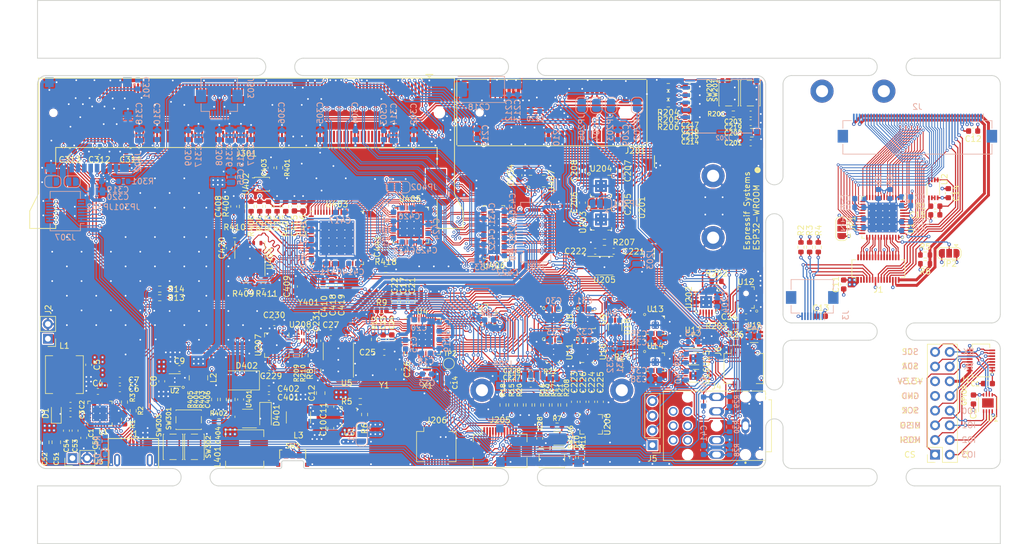
<source format=kicad_pcb>
(kicad_pcb (version 20171130) (host pcbnew "(5.1.9-0-10_14)")
  (layers (0 F.Cu signal) (1 GND power) (2 PWR power) (31 B.Cu signal) (34 B.Paste user) (35 F.Paste user) (36 B.SilkS user) (37 F.SilkS user) (38 B.Mask user) (39 F.Mask user) (44 Edge.Cuts user))
  (net 0 "")
  (net 1 GND)
  (net 2 +3V3)
  (net 3 SPI.MISO)
  (net 4 SPI.MOSI)
  (net 5 SPI.SCK)
  (net 6 SPI.CS)
  (net 7 /DISP_R7)
  (net 8 /DISP_R6)
  (net 9 /DISP_R5)
  (net 10 /DISP_R4)
  (net 11 /DISP_R3)
  (net 12 /DISP_R2)
  (net 13 /DISP_R1)
  (net 14 /DISP_R0)
  (net 15 /DISP_G7)
  (net 16 /DISP_G6)
  (net 17 /DISP_G5)
  (net 18 /DISP_G4)
  (net 19 /DISP_G3)
  (net 20 /DISP_G2)
  (net 21 /DISP_G1)
  (net 22 /DISP_G0)
  (net 23 /DISP_B7)
  (net 24 /DISP_B6)
  (net 25 /DISP_B5)
  (net 26 /DISP_B4)
  (net 27 /DISP_B3)
  (net 28 /DISP_B2)
  (net 29 /DISP_B1)
  (net 30 /DISP_B0)
  (net 31 /DISP_DE)
  (net 32 /DISP_PCLK)
  (net 33 /DISP_HSYNC)
  (net 34 /DISP_VSYNC)
  (net 35 LED_K)
  (net 36 LED_A)
  (net 37 "Net-(J1-Pad2)")
  (net 38 "Net-(J2-Pad1)")
  (net 39 "Net-(J2-Pad2)")
  (net 40 "Net-(J2-Pad3)")
  (net 41 "Net-(J2-Pad4)")
  (net 42 "Net-(J2-Pad42)")
  (net 43 "Net-(J2-Pad44)")
  (net 44 ENABLE)
  (net 45 /DISP_RST)
  (net 46 "Net-(JP1-Pad2)")
  (net 47 "Net-(JP2-Pad2)")
  (net 48 /LVDS_A0N)
  (net 49 /LVDS_A0P)
  (net 50 /LVDS_A1N)
  (net 51 /LVDS_A1P)
  (net 52 /LVDS_A2N)
  (net 53 /LVDS_A2P)
  (net 54 /LVDS_CLKN)
  (net 55 /LVDS_CLKP)
  (net 56 /LVDS_A3N)
  (net 57 /LVDS_A3P)
  (net 58 "Net-(C15-Pad1)")
  (net 59 "Net-(J1-Pad3)")
  (net 60 CTP.SCL)
  (net 61 CTP.SDA)
  (net 62 CTP.INT)
  (net 63 CTP.RST)
  (net 64 "Net-(J3-Pad2)")
  (net 65 +1V8)
  (net 66 GPIO_13)
  (net 67 GPIO_18)
  (net 68 GPIO_23)
  (net 69 JTAG_TCK)
  (net 70 JTAG_TDO)
  (net 71 JTAG_TMS)
  (net 72 JTAG_TDI)
  (net 73 "Net-(L2-Pad1)")
  (net 74 WAKE)
  (net 75 "Net-(R2-Pad2)")
  (net 76 VBUS)
  (net 77 "Net-(C6-Pad1)")
  (net 78 PWM2.1)
  (net 79 PWM0.1)
  (net 80 "Net-(L3-Pad1)")
  (net 81 "Net-(L3-Pad2)")
  (net 82 "Net-(R1-Pad1)")
  (net 83 PWM1.1)
  (net 84 SPI1.SS0)
  (net 85 SPI1.MOSI)
  (net 86 SPI1.MISO)
  (net 87 SPI1.SCK)
  (net 88 SPI1.SS2)
  (net 89 SPI1.SS3)
  (net 90 "Net-(U10-Pad11)")
  (net 91 /SPK_GAIN)
  (net 92 GPIO_20)
  (net 93 GPIO_0)
  (net 94 GPIO_22)
  (net 95 /SPK_EN)
  (net 96 /SPK_CLK)
  (net 97 +VSYS)
  (net 98 /periph/Quectel.UART.RXD)
  (net 99 /periph/Quectel.UART.TXD)
  (net 100 /periph/Quectel.UART.RI)
  (net 101 /periph/SIMCom.UART.TXD)
  (net 102 /periph/Quectel.UART.DTR)
  (net 103 /periph/SIMCom.UART.RI)
  (net 104 /periph/SIMCom.UART.DTR)
  (net 105 /periph/ESP32.U2.RXD)
  (net 106 /periph/ESP32.U2.TXD)
  (net 107 /periph/Modem.PCM.CLK)
  (net 108 /periph/Modem.PCM.DO)
  (net 109 /periph/Modem.PCM.DI)
  (net 110 /periph/Modem.PCM.SYNC)
  (net 111 /periph/ESP32.U2.DTR)
  (net 112 /periph/ESP32.U2.RI)
  (net 113 /periph/ESP32.PCM.SYNC)
  (net 114 /periph/ESP32.PCM.DO)
  (net 115 /periph/ESP32.PCM.CLK)
  (net 116 /periph/ESP32.PCM.DI)
  (net 117 /periph/ESP32.VSPI.SS0)
  (net 118 /periph/ESP32.VSPI.MOSI)
  (net 119 /periph/ESP32.VSPI.MISO)
  (net 120 "Net-(C301-Pad1)")
  (net 121 ESP32.HSPI.MOSI)
  (net 122 ESP32.HSPI.SCK)
  (net 123 ESP32.HSPI.MISO)
  (net 124 ESP32.HSPI.SS0)
  (net 125 ESP32.IO27)
  (net 126 DISP_LED_A)
  (net 127 DISP_LED_K)
  (net 128 /PLL_AVSS)
  (net 129 /PLL_AVDD)
  (net 130 /XTAL_XI)
  (net 131 /XTAL_XO)
  (net 132 /QSPI_CS)
  (net 133 /QSPI_DQ_3)
  (net 134 /QSPI_DQ_2)
  (net 135 /QSPI_DQ_1)
  (net 136 /QSPI_DQ_0)
  (net 137 /PSD_LFALTCLK)
  (net 138 /QSPI_CLK)
  (net 139 "Net-(J1-Pad4)")
  (net 140 "Net-(J202-Pad6)")
  (net 141 "Net-(J301-Pad21)")
  (net 142 "Net-(J301-Pad23)")
  (net 143 "Net-(J301-Pad25)")
  (net 144 "Net-(J301-Pad27)")
  (net 145 "Net-(J301-Pad29)")
  (net 146 "Net-(J301-Pad31)")
  (net 147 "Net-(J301-Pad63)")
  (net 148 "Net-(J301-Pad65)")
  (net 149 "Net-(J301-Pad69)")
  (net 150 "Net-(J301-Pad73)")
  (net 151 "Net-(J301-Pad77)")
  (net 152 "Net-(J301-Pad79)")
  (net 153 "Net-(J301-Pad81)")
  (net 154 "Net-(J301-Pad83)")
  (net 155 "Net-(J301-Pad85)")
  (net 156 "Net-(J301-Pad89)")
  (net 157 "Net-(J301-Pad91)")
  (net 158 "Net-(J301-Pad93)")
  (net 159 "Net-(J301-Pad95)")
  (net 160 "Net-(J301-Pad97)")
  (net 161 "Net-(J301-Pad99)")
  (net 162 "Net-(J301-Pad101)")
  (net 163 "Net-(J301-Pad103)")
  (net 164 "Net-(J301-Pad107)")
  (net 165 "Net-(J301-Pad109)")
  (net 166 "Net-(J301-Pad113)")
  (net 167 "Net-(J301-Pad115)")
  (net 168 "Net-(J301-Pad119)")
  (net 169 "Net-(J301-Pad121)")
  (net 170 "Net-(J301-Pad125)")
  (net 171 "Net-(J301-Pad127)")
  (net 172 "Net-(J301-Pad131)")
  (net 173 "Net-(J301-Pad133)")
  (net 174 "Net-(J301-Pad137)")
  (net 175 "Net-(J301-Pad139)")
  (net 176 "Net-(J301-Pad143)")
  (net 177 "Net-(J301-Pad145)")
  (net 178 "Net-(J301-Pad147)")
  (net 179 "Net-(J301-Pad157)")
  (net 180 "Net-(J301-Pad161)")
  (net 181 "Net-(J301-Pad163)")
  (net 182 "Net-(J301-Pad167)")
  (net 183 "Net-(J301-Pad169)")
  (net 184 "Net-(J301-Pad173)")
  (net 185 "Net-(J301-Pad175)")
  (net 186 "Net-(J301-Pad179)")
  (net 187 "Net-(J301-Pad181)")
  (net 188 "Net-(J301-Pad187)")
  (net 189 "Net-(J301-Pad189)")
  (net 190 "Net-(J301-Pad191)")
  (net 191 "Net-(J301-Pad193)")
  (net 192 "Net-(J301-Pad195)")
  (net 193 "Net-(J301-Pad197)")
  (net 194 "Net-(J301-Pad199)")
  (net 195 "Net-(J301-Pad201)")
  (net 196 "Net-(J301-Pad203)")
  (net 197 "Net-(J301-Pad2)")
  (net 198 "Net-(J301-Pad4)")
  (net 199 "Net-(J301-Pad6)")
  (net 200 "Net-(J301-Pad8)")
  (net 201 "Net-(J301-Pad12)")
  (net 202 "Net-(J301-Pad14)")
  (net 203 "Net-(J301-Pad16)")
  (net 204 "Net-(J301-Pad18)")
  (net 205 "Net-(J301-Pad20)")
  (net 206 "Net-(J301-Pad22)")
  (net 207 "Net-(J301-Pad24)")
  (net 208 "Net-(J301-Pad26)")
  (net 209 "Net-(J301-Pad30)")
  (net 210 "Net-(J301-Pad32)")
  (net 211 "Net-(J301-Pad34)")
  (net 212 "Net-(J301-Pad36)")
  (net 213 "Net-(J301-Pad38)")
  (net 214 "Net-(J301-Pad40)")
  (net 215 "Net-(J301-Pad42)")
  (net 216 "Net-(J301-Pad44)")
  (net 217 "Net-(J301-Pad48)")
  (net 218 "Net-(J301-Pad50)")
  (net 219 "Net-(J301-Pad52)")
  (net 220 "Net-(J301-Pad54)")
  (net 221 "Net-(J301-Pad56)")
  (net 222 "Net-(J301-Pad62)")
  (net 223 "Net-(J301-Pad66)")
  (net 224 "Net-(J301-Pad68)")
  (net 225 "Net-(J301-Pad70)")
  (net 226 "Net-(J301-Pad72)")
  (net 227 "Net-(J301-Pad74)")
  (net 228 "Net-(J301-Pad92)")
  (net 229 "Net-(J301-Pad94)")
  (net 230 "Net-(J301-Pad98)")
  (net 231 "Net-(J301-Pad100)")
  (net 232 "Net-(J301-Pad102)")
  (net 233 "Net-(J301-Pad104)")
  (net 234 "Net-(J301-Pad106)")
  (net 235 "Net-(J301-Pad108)")
  (net 236 "Net-(J301-Pad110)")
  (net 237 "Net-(J301-Pad112)")
  (net 238 "Net-(J301-Pad116)")
  (net 239 "Net-(J301-Pad118)")
  (net 240 "Net-(J301-Pad120)")
  (net 241 "Net-(J301-Pad122)")
  (net 242 "Net-(J301-Pad124)")
  (net 243 "Net-(J301-Pad126)")
  (net 244 "Net-(J301-Pad128)")
  (net 245 "Net-(J301-Pad130)")
  (net 246 "Net-(J301-Pad134)")
  (net 247 "Net-(J301-Pad136)")
  (net 248 "Net-(J301-Pad138)")
  (net 249 "Net-(J301-Pad140)")
  (net 250 "Net-(J301-Pad142)")
  (net 251 "Net-(J301-Pad144)")
  (net 252 "Net-(J301-Pad146)")
  (net 253 "Net-(J301-Pad148)")
  (net 254 "Net-(J301-Pad152)")
  (net 255 "Net-(J301-Pad156)")
  (net 256 "Net-(J301-Pad158)")
  (net 257 "Net-(J301-Pad160)")
  (net 258 "Net-(J301-Pad162)")
  (net 259 "Net-(J301-Pad164)")
  (net 260 "Net-(J301-Pad166)")
  (net 261 "Net-(J301-Pad170)")
  (net 262 "Net-(J301-Pad172)")
  (net 263 "Net-(J301-Pad182)")
  (net 264 "Net-(J301-Pad184)")
  (net 265 "Net-(J301-Pad188)")
  (net 266 "Net-(J301-Pad190)")
  (net 267 "Net-(J301-Pad192)")
  (net 268 "Net-(J301-Pad194)")
  (net 269 "Net-(J301-Pad196)")
  (net 270 "Net-(J301-Pad198)")
  (net 271 "Net-(J301-Pad202)")
  (net 272 "Net-(U1-Pad24)")
  (net 273 "Net-(U9-Pad2)")
  (net 274 "Net-(U10-Pad15)")
  (net 275 "Net-(U10-Pad7)")
  (net 276 "Net-(U10-Pad6)")
  (net 277 "Net-(U10-Pad5)")
  (net 278 "Net-(U10-Pad4)")
  (net 279 "Net-(U10-Pad3)")
  (net 280 "Net-(U10-Pad2)")
  (net 281 "Net-(U10-Pad1)")
  (net 282 "Net-(U201-Pad32)")
  (net 283 "Net-(U201-Pad22)")
  (net 284 "Net-(U201-Pad21)")
  (net 285 "Net-(U201-Pad20)")
  (net 286 "Net-(U201-Pad19)")
  (net 287 "Net-(U201-Pad18)")
  (net 288 "Net-(U201-Pad17)")
  (net 289 "Net-(U203-Pad6)")
  (net 290 "Net-(U203-Pad9)")
  (net 291 "Net-(U204-Pad9)")
  (net 292 "Net-(U204-Pad6)")
  (net 293 "Net-(X1-Pad1)")
  (net 294 /periph/ESP32.VSPI.SCK)
  (net 295 "Net-(J301-Pad155)")
  (net 296 "Net-(J301-Pad154)")
  (net 297 "Net-(J301-Pad60)")
  (net 298 PWM1.2)
  (net 299 GPIO_12)
  (net 300 TMUX.I2C0.SCL)
  (net 301 TMUX.I2C0.SDA)
  (net 302 DISP_CS)
  (net 303 /MIC_CLK)
  (net 304 /MIC_WS)
  (net 305 /SPK_R+)
  (net 306 /SPK_L+)
  (net 307 /SPK_L-)
  (net 308 /SPK_R-)
  (net 309 "Net-(R5-Pad2)")
  (net 310 iMX8.USB1.D_P)
  (net 311 iMX8.USB1.D_N)
  (net 312 iMX8.PWM1)
  (net 313 BT81X.GPIO3)
  (net 314 BT81X.GPIO0)
  (net 315 BT81X.GPIO1)
  (net 316 BT81X.GPIO2)
  (net 317 BT81X.R0)
  (net 318 BT81X.CTP.RST)
  (net 319 BT81X.CTP.INT)
  (net 320 BT81X.CTP.SCL)
  (net 321 BT81X.CTP.SDA)
  (net 322 BT81X.BL_PWM)
  (net 323 BT81X.DE)
  (net 324 BT81X.VSYNC)
  (net 325 BT81X.HSYNC)
  (net 326 BT81X.DISP)
  (net 327 BT81X.PCLK)
  (net 328 BT81X.B7)
  (net 329 BT81X.B6)
  (net 330 BT81X.B5)
  (net 331 BT81X.B4)
  (net 332 BT81X.B3)
  (net 333 BT81X.B2)
  (net 334 BT81X.B1)
  (net 335 BT81X.B0)
  (net 336 BT81X.G7)
  (net 337 BT81X.G6)
  (net 338 BT81X.G5)
  (net 339 BT81X.G4)
  (net 340 BT81X.G3)
  (net 341 BT81X.G2)
  (net 342 BT81X.G1)
  (net 343 BT81X.G0)
  (net 344 BT81X.R7)
  (net 345 BT81X.R6)
  (net 346 BT81X.R5)
  (net 347 BT81X.R4)
  (net 348 BT81X.R3)
  (net 349 BT81X.R2)
  (net 350 BT81X.R1)
  (net 351 "Net-(JP201-Pad2)")
  (net 352 "Net-(J301-Pad58)")
  (net 353 "Net-(C214-Pad1)")
  (net 354 "Net-(C215-Pad1)")
  (net 355 "Net-(C216-Pad1)")
  (net 356 "Net-(C217-Pad1)")
  (net 357 "Net-(C408-Pad1)")
  (net 358 "Net-(D401-Pad2)")
  (net 359 "Net-(J201-Pad48)")
  (net 360 "Net-(J201-Pad42)")
  (net 361 "Net-(J201-Pad33)")
  (net 362 "Net-(J201-Pad32)")
  (net 363 "Net-(J201-Pad30)")
  (net 364 "Net-(J201-Pad28)")
  (net 365 "Net-(J201-Pad25)")
  (net 366 "Net-(J201-Pad23)")
  (net 367 "Net-(J201-Pad20)")
  (net 368 "Net-(J201-Pad16)")
  (net 369 "Net-(J201-Pad14)")
  (net 370 "Net-(J201-Pad12)")
  (net 371 "Net-(J201-Pad10)")
  (net 372 "Net-(J201-Pad7)")
  (net 373 "Net-(J201-Pad6)")
  (net 374 "Net-(J201-Pad5)")
  (net 375 "Net-(J201-Pad3)")
  (net 376 "Net-(J201-Pad1)")
  (net 377 "Net-(J203-Pad2)")
  (net 378 "Net-(J203-Pad1)")
  (net 379 /disp/CTP_SCL)
  (net 380 /disp/CTP_SDA)
  (net 381 /disp/CTP_INT)
  (net 382 /disp/CTP_RST)
  (net 383 "Net-(R401-Pad2)")
  (net 384 "Net-(R402-Pad2)")
  (net 385 "Net-(U405-Pad22)")
  (net 386 "Net-(U405-Pad23)")
  (net 387 "Net-(U405-Pad26)")
  (net 388 "Net-(U406-Pad17)")
  (net 389 "Net-(U406-Pad19)")
  (net 390 "Net-(U406-Pad41)")
  (net 391 "Net-(U406-Pad42)")
  (net 392 /HP_DET)
  (net 393 /MIC_SD)
  (net 394 /SPK_SD)
  (net 395 /SPK_GAIN_SEL)
  (net 396 /disp/DISP_LVDS_A0N)
  (net 397 /disp/DISP_LVDS_A0P)
  (net 398 /disp/DISP_LVDS_A1N)
  (net 399 /disp/DISP_LVDS_A1P)
  (net 400 /disp/DISP_LVDS_A2N)
  (net 401 /disp/DISP_LVDS_A2P)
  (net 402 /disp/DISP_LVDS_A3N)
  (net 403 /disp/DISP_LVDS_A3P)
  (net 404 /disp/BT81X_QSPI_CS)
  (net 405 /disp/BT81X_QSPI_DQ_3)
  (net 406 /disp/BT81X_QSPI_DQ_2)
  (net 407 /disp/BT81X_QSPI_CLK)
  (net 408 /disp/BT81X_QSPI_DQ_0)
  (net 409 /disp/BT81X_QSPI_DQ_1)
  (net 410 /disp/BT81X_X1)
  (net 411 /disp/BT81X_X2)
  (net 412 /disp/BT81X_1V2)
  (net 413 TMUX.GPIO0)
  (net 414 TMUX.GPIO1)
  (net 415 "Net-(JP402-Pad2)")
  (net 416 /RESET)
  (net 417 JTAG_TRST_N)
  (net 418 /BQ_QON)
  (net 419 "Net-(U201-Pad5)")
  (net 420 /BQ_PMID)
  (net 421 /periph/PERST)
  (net 422 "Net-(C222-Pad1)")
  (net 423 "Net-(C225-Pad1)")
  (net 424 "Net-(C226-Pad1)")
  (net 425 /exp/ALT_BOOT)
  (net 426 /exp/SD2_CLK)
  (net 427 /exp/SD2_CMD)
  (net 428 /exp/SD2_DAT0)
  (net 429 /exp/SD2_DAT1)
  (net 430 /exp/SD2_DAT2)
  (net 431 /exp/SD2_DAT3)
  (net 432 "Net-(U206-Pad9)")
  (net 433 "Net-(U206-Pad10)")
  (net 434 "Net-(U206-Pad11)")
  (net 435 "Net-(U206-Pad12)")
  (net 436 "Net-(U206-Pad13)")
  (net 437 "Net-(J204-Pad1)")
  (net 438 "Net-(J204-Pad8)")
  (net 439 "Net-(J205-Pad12)")
  (net 440 iMX8.GPIO5.IO29)
  (net 441 iMX8.GPIO5.IO28)
  (net 442 iMX8.I2C3.SCL)
  (net 443 iMX8.I2C3.SDA)
  (net 444 "Net-(J301-Pad75)")
  (net 445 "Net-(J301-Pad129)")
  (net 446 "Net-(J301-Pad135)")
  (net 447 "Net-(J301-Pad149)")
  (net 448 "Net-(J301-Pad151)")
  (net 449 "Net-(J301-Pad153)")
  (net 450 USB_D-)
  (net 451 USB_D+)
  (net 452 /periph/USB_CBUS3)
  (net 453 /periph/USB_RXD)
  (net 454 "Net-(U207-Pad5)")
  (net 455 /periph/USB_CBUS1)
  (net 456 /periph/USB_CBUS0)
  (net 457 /periph/USB_TXD)
  (net 458 "Net-(U207-Pad16)")
  (net 459 "Net-(U1-Pad2)")
  (net 460 ESP32.UART0.RXD)
  (net 461 ESP32.UART0.TXD)
  (net 462 UART0.TXD)
  (net 463 UART0.RXD)
  (net 464 iMX8.LVDS0.CLKP)
  (net 465 iMX8.LVDS0.CLKN)
  (net 466 iMX8.LVDS0.A0P)
  (net 467 iMX8.LVDS0.A0N)
  (net 468 iMX8.LVDS0.A1P)
  (net 469 iMX8.LVDS0.A1N)
  (net 470 iMX8.LVDS0.A2P)
  (net 471 iMX8.LVDS0.A2N)
  (net 472 iMX8.LVDS0.A3P)
  (net 473 iMX8.LVDS0.A3N)
  (net 474 /disp/DISP_LVDS_CLKN)
  (net 475 /disp/DISP_LVDS_CLKP)
  (net 476 /disp/DS90_LVDS_A3P)
  (net 477 /disp/DS90_LVDS_A3N)
  (net 478 /disp/DS90_LVDS_CLKP)
  (net 479 /disp/DS90_LVDS_CLKN)
  (net 480 /disp/DS90_LVDS_A2P)
  (net 481 /disp/DS90_LVDS_A2N)
  (net 482 /disp/DS90_LVDS_A1P)
  (net 483 /disp/DS90_LVDS_A1N)
  (net 484 /disp/DS90_LVDS_A0P)
  (net 485 /disp/DS90_LVDS_A0N)
  (net 486 /periph/ESP32.EN)
  (net 487 "Net-(R27-Pad1)")
  (net 488 /AON_PMU_OUT_0)
  (net 489 /AON_PMU_OUT_1)
  (net 490 /exp/RESET)
  (net 491 "Net-(J204-Pad9)")
  (net 492 "Net-(J204-Pad10)")
  (net 493 /exp/SD2_DET)
  (net 494 "Net-(J1-Pad6)")
  (net 495 iMX8.USB1.ID)
  (net 496 iMX8.USB1.VBUS)
  (net 497 "Net-(J401-Pad2)")
  (net 498 "Net-(J301-Pad76)")
  (net 499 /exp/POWER)
  (net 500 ESP32.IO26)
  (net 501 "Net-(U201-Pad4)")
  (net 502 /HP_R)
  (net 503 "Net-(C42-Pad1)")
  (net 504 /HP_L)
  (net 505 "Net-(J4-Pad9)")
  (net 506 "Net-(J4-Pad8)")
  (net 507 "Net-(J4-Pad7)")
  (net 508 "Net-(J4-Pad4)")
  (net 509 "Net-(J4-Pad5)")
  (net 510 "Net-(J4-Pad6)")
  (net 511 /~HP_DET)
  (net 512 /AUDIO_OUT_L-)
  (net 513 /AUDIO_OUT_L+)
  (net 514 /AUDIO_OUT_R-)
  (net 515 /AUDIO_OUT_R+)
  (net 516 "Net-(C2-Pad2)")
  (net 517 "Net-(C3-Pad1)")
  (net 518 VDDA)
  (net 519 "Net-(C41-Pad1)")
  (net 520 "Net-(D2-Pad1)")
  (net 521 BT81X.AUDIO)
  (net 522 "Net-(J6-Pad8)")
  (net 523 /EXT_AUDIO_EN)
  (net 524 "Net-(J6-Pad12)")
  (net 525 /exp/UART3_RX)
  (net 526 /exp/UART3_TX)
  (net 527 "Net-(J303-Pad1)")
  (net 528 "Net-(R4-Pad1)")
  (net 529 "Net-(R31-Pad2)")
  (net 530 "Net-(R32-Pad1)")
  (net 531 BQ.INT)
  (net 532 "Net-(U8-Pad3)")
  (net 533 "Net-(U8-Pad10)")
  (net 534 "Net-(U10-Pad9)")
  (net 535 "Net-(U11-Pad1)")
  (net 536 "Net-(U11-Pad2)")
  (net 537 "Net-(U11-Pad3)")
  (net 538 "Net-(U11-Pad4)")
  (net 539 "Net-(U11-Pad5)")
  (net 540 "Net-(U11-Pad6)")
  (net 541 "Net-(U11-Pad7)")
  (net 542 "Net-(U11-Pad15)")
  (net 543 "Net-(U15-Pad6)")
  (net 544 "Net-(U16-Pad6)")
  (net 545 "Net-(U17-Pad1)")
  (net 546 /BQ_SW)
  (net 547 "Net-(J303-Pad2)")
  (net 548 "Net-(J6-Pad14)")
  (net 549 "Net-(J6-Pad16)")
  (net 550 "Net-(J206-Pad10)")
  (net 551 "Net-(J206-Pad8)")
  (net 552 "Net-(J207-Pad15)")
  (net 553 "Net-(J207-Pad13)")
  (net 554 "Net-(U2-Pad6)")
  (net 555 /SPI_MOSI)
  (net 556 /SPI_MISO)
  (net 557 /SPI_SCK)
  (net 558 /UART_TX)
  (net 559 /UART_RX)
  (net 560 VDD)
  (net 561 /SPI_CS)
  (net 562 /GPIO0)
  (net 563 /I2C_SDA)
  (net 564 /I2C_SCL)
  (net 565 /PCA_IO0)
  (net 566 /PCA_IO1)
  (net 567 /PCA_IO2)
  (net 568 /PCA_IO3)
  (module panelization:mouse-bite-3mm-slot (layer F.Cu) (at 183.5 119.9 90)
    (fp_text reference REF** hide)
    (fp_text value mouse-bite-3mm-slot)
    (pad "" np_thru_hole circle (at 0.75 1.25 90) (size 0.5 0.5) (drill 0.5) (layers *.Cu *.Mask))
    (pad "" np_thru_hole circle (at -0.75 1.25 90) (size 0.5 0.5) (drill 0.5) (layers *.Cu *.Mask))
    (pad "" np_thru_hole circle (at -0.75 -1.25 90) (size 0.5 0.5) (drill 0.5) (layers *.Cu *.Mask))
    (pad "" np_thru_hole circle (at 0.75 -1.25 90) (size 0.5 0.5) (drill 0.5) (layers *.Cu *.Mask))
    (pad "" np_thru_hole circle (at 0 1.25 90) (size 0.5 0.5) (drill 0.5) (layers *.Cu *.Mask))
    (pad "" np_thru_hole circle (at 0 -1.25 90) (size 0.5 0.5) (drill 0.5) (layers *.Cu *.Mask))
    (pad "" np_thru_hole circle (at -1.5 1.25 90) (size 0.5 0.5) (drill 0.5) (layers *.Cu *.Mask))
    (pad "" np_thru_hole circle (at -2.25 1.25 90) (size 0.5 0.5) (drill 0.5) (layers *.Cu *.Mask))
    (pad "" np_thru_hole circle (at 1.5 1.25 90) (size 0.5 0.5) (drill 0.5) (layers *.Cu *.Mask))
    (pad "" np_thru_hole circle (at 2.25 1.25 90) (size 0.5 0.5) (drill 0.5) (layers *.Cu *.Mask))
    (pad "" np_thru_hole circle (at 1.5 -1.25 90) (size 0.5 0.5) (drill 0.5) (layers *.Cu *.Mask))
    (pad "" np_thru_hole circle (at 2.25 -1.25 90) (size 0.5 0.5) (drill 0.5) (layers *.Cu *.Mask))
    (pad "" np_thru_hole circle (at -2.25 -1.25 90) (size 0.5 0.5) (drill 0.5) (layers *.Cu *.Mask))
    (pad "" np_thru_hole circle (at -1.5 -1.25 90) (size 0.5 0.5) (drill 0.5) (layers *.Cu *.Mask))
  )
  (module panelization:mouse-bite-3mm-slot (layer F.Cu) (at 183.5 84.4 90)
    (fp_text reference REF** hide)
    (fp_text value mouse-bite-3mm-slot)
    (pad "" np_thru_hole circle (at 0.75 1.25 90) (size 0.5 0.5) (drill 0.5) (layers *.Cu *.Mask))
    (pad "" np_thru_hole circle (at -0.75 1.25 90) (size 0.5 0.5) (drill 0.5) (layers *.Cu *.Mask))
    (pad "" np_thru_hole circle (at -0.75 -1.25 90) (size 0.5 0.5) (drill 0.5) (layers *.Cu *.Mask))
    (pad "" np_thru_hole circle (at 0.75 -1.25 90) (size 0.5 0.5) (drill 0.5) (layers *.Cu *.Mask))
    (pad "" np_thru_hole circle (at 0 1.25 90) (size 0.5 0.5) (drill 0.5) (layers *.Cu *.Mask))
    (pad "" np_thru_hole circle (at 0 -1.25 90) (size 0.5 0.5) (drill 0.5) (layers *.Cu *.Mask))
    (pad "" np_thru_hole circle (at -1.5 1.25 90) (size 0.5 0.5) (drill 0.5) (layers *.Cu *.Mask))
    (pad "" np_thru_hole circle (at -2.25 1.25 90) (size 0.5 0.5) (drill 0.5) (layers *.Cu *.Mask))
    (pad "" np_thru_hole circle (at 1.5 1.25 90) (size 0.5 0.5) (drill 0.5) (layers *.Cu *.Mask))
    (pad "" np_thru_hole circle (at 2.25 1.25 90) (size 0.5 0.5) (drill 0.5) (layers *.Cu *.Mask))
    (pad "" np_thru_hole circle (at 1.5 -1.25 90) (size 0.5 0.5) (drill 0.5) (layers *.Cu *.Mask))
    (pad "" np_thru_hole circle (at 2.25 -1.25 90) (size 0.5 0.5) (drill 0.5) (layers *.Cu *.Mask))
    (pad "" np_thru_hole circle (at -2.25 -1.25 90) (size 0.5 0.5) (drill 0.5) (layers *.Cu *.Mask))
    (pad "" np_thru_hole circle (at -1.5 -1.25 90) (size 0.5 0.5) (drill 0.5) (layers *.Cu *.Mask))
  )
  (module panelization:mouse-bite-3mm-slot (layer F.Cu) (at 83.35 132.5)
    (fp_text reference REF** hide)
    (fp_text value mouse-bite-3mm-slot)
    (pad "" np_thru_hole circle (at 0.75 1.25) (size 0.5 0.5) (drill 0.5) (layers *.Cu *.Mask))
    (pad "" np_thru_hole circle (at -0.75 1.25) (size 0.5 0.5) (drill 0.5) (layers *.Cu *.Mask))
    (pad "" np_thru_hole circle (at -0.75 -1.25) (size 0.5 0.5) (drill 0.5) (layers *.Cu *.Mask))
    (pad "" np_thru_hole circle (at 0.75 -1.25) (size 0.5 0.5) (drill 0.5) (layers *.Cu *.Mask))
    (pad "" np_thru_hole circle (at 0 1.25) (size 0.5 0.5) (drill 0.5) (layers *.Cu *.Mask))
    (pad "" np_thru_hole circle (at 0 -1.25) (size 0.5 0.5) (drill 0.5) (layers *.Cu *.Mask))
    (pad "" np_thru_hole circle (at -1.5 1.25) (size 0.5 0.5) (drill 0.5) (layers *.Cu *.Mask))
    (pad "" np_thru_hole circle (at -2.25 1.25) (size 0.5 0.5) (drill 0.5) (layers *.Cu *.Mask))
    (pad "" np_thru_hole circle (at 1.5 1.25) (size 0.5 0.5) (drill 0.5) (layers *.Cu *.Mask))
    (pad "" np_thru_hole circle (at 2.25 1.25) (size 0.5 0.5) (drill 0.5) (layers *.Cu *.Mask))
    (pad "" np_thru_hole circle (at 1.5 -1.25) (size 0.5 0.5) (drill 0.5) (layers *.Cu *.Mask))
    (pad "" np_thru_hole circle (at 2.25 -1.25) (size 0.5 0.5) (drill 0.5) (layers *.Cu *.Mask))
    (pad "" np_thru_hole circle (at -2.25 -1.25) (size 0.5 0.5) (drill 0.5) (layers *.Cu *.Mask))
    (pad "" np_thru_hole circle (at -1.5 -1.25) (size 0.5 0.5) (drill 0.5) (layers *.Cu *.Mask))
  )
  (module panelization:mouse-bite-3mm-slot (layer F.Cu) (at 140 132.5)
    (fp_text reference REF** hide)
    (fp_text value mouse-bite-3mm-slot)
    (pad "" np_thru_hole circle (at 0.75 1.25) (size 0.5 0.5) (drill 0.5) (layers *.Cu *.Mask))
    (pad "" np_thru_hole circle (at -0.75 1.25) (size 0.5 0.5) (drill 0.5) (layers *.Cu *.Mask))
    (pad "" np_thru_hole circle (at -0.75 -1.25) (size 0.5 0.5) (drill 0.5) (layers *.Cu *.Mask))
    (pad "" np_thru_hole circle (at 0.75 -1.25) (size 0.5 0.5) (drill 0.5) (layers *.Cu *.Mask))
    (pad "" np_thru_hole circle (at 0 1.25) (size 0.5 0.5) (drill 0.5) (layers *.Cu *.Mask))
    (pad "" np_thru_hole circle (at 0 -1.25) (size 0.5 0.5) (drill 0.5) (layers *.Cu *.Mask))
    (pad "" np_thru_hole circle (at -1.5 1.25) (size 0.5 0.5) (drill 0.5) (layers *.Cu *.Mask))
    (pad "" np_thru_hole circle (at -2.25 1.25) (size 0.5 0.5) (drill 0.5) (layers *.Cu *.Mask))
    (pad "" np_thru_hole circle (at 1.5 1.25) (size 0.5 0.5) (drill 0.5) (layers *.Cu *.Mask))
    (pad "" np_thru_hole circle (at 2.25 1.25) (size 0.5 0.5) (drill 0.5) (layers *.Cu *.Mask))
    (pad "" np_thru_hole circle (at 1.5 -1.25) (size 0.5 0.5) (drill 0.5) (layers *.Cu *.Mask))
    (pad "" np_thru_hole circle (at 2.25 -1.25) (size 0.5 0.5) (drill 0.5) (layers *.Cu *.Mask))
    (pad "" np_thru_hole circle (at -2.25 -1.25) (size 0.5 0.5) (drill 0.5) (layers *.Cu *.Mask))
    (pad "" np_thru_hole circle (at -1.5 -1.25) (size 0.5 0.5) (drill 0.5) (layers *.Cu *.Mask))
  )
  (module panelization:mouse-bite-3mm-slot (layer F.Cu) (at 203.8 132.5)
    (fp_text reference REF** hide)
    (fp_text value mouse-bite-3mm-slot)
    (pad "" np_thru_hole circle (at 0.75 1.25) (size 0.5 0.5) (drill 0.5) (layers *.Cu *.Mask))
    (pad "" np_thru_hole circle (at -0.75 1.25) (size 0.5 0.5) (drill 0.5) (layers *.Cu *.Mask))
    (pad "" np_thru_hole circle (at -0.75 -1.25) (size 0.5 0.5) (drill 0.5) (layers *.Cu *.Mask))
    (pad "" np_thru_hole circle (at 0.75 -1.25) (size 0.5 0.5) (drill 0.5) (layers *.Cu *.Mask))
    (pad "" np_thru_hole circle (at 0 1.25) (size 0.5 0.5) (drill 0.5) (layers *.Cu *.Mask))
    (pad "" np_thru_hole circle (at 0 -1.25) (size 0.5 0.5) (drill 0.5) (layers *.Cu *.Mask))
    (pad "" np_thru_hole circle (at -1.5 1.25) (size 0.5 0.5) (drill 0.5) (layers *.Cu *.Mask))
    (pad "" np_thru_hole circle (at -2.25 1.25) (size 0.5 0.5) (drill 0.5) (layers *.Cu *.Mask))
    (pad "" np_thru_hole circle (at 1.5 1.25) (size 0.5 0.5) (drill 0.5) (layers *.Cu *.Mask))
    (pad "" np_thru_hole circle (at 2.25 1.25) (size 0.5 0.5) (drill 0.5) (layers *.Cu *.Mask))
    (pad "" np_thru_hole circle (at 1.5 -1.25) (size 0.5 0.5) (drill 0.5) (layers *.Cu *.Mask))
    (pad "" np_thru_hole circle (at 2.25 -1.25) (size 0.5 0.5) (drill 0.5) (layers *.Cu *.Mask))
    (pad "" np_thru_hole circle (at -2.25 -1.25) (size 0.5 0.5) (drill 0.5) (layers *.Cu *.Mask))
    (pad "" np_thru_hole circle (at -1.5 -1.25) (size 0.5 0.5) (drill 0.5) (layers *.Cu *.Mask))
  )
  (module panelization:mouse-bite-3mm-slot (layer F.Cu) (at 203.8 107.3)
    (fp_text reference REF** hide)
    (fp_text value mouse-bite-3mm-slot)
    (pad "" np_thru_hole circle (at 0.75 1.25) (size 0.5 0.5) (drill 0.5) (layers *.Cu *.Mask))
    (pad "" np_thru_hole circle (at -0.75 1.25) (size 0.5 0.5) (drill 0.5) (layers *.Cu *.Mask))
    (pad "" np_thru_hole circle (at -0.75 -1.25) (size 0.5 0.5) (drill 0.5) (layers *.Cu *.Mask))
    (pad "" np_thru_hole circle (at 0.75 -1.25) (size 0.5 0.5) (drill 0.5) (layers *.Cu *.Mask))
    (pad "" np_thru_hole circle (at 0 1.25) (size 0.5 0.5) (drill 0.5) (layers *.Cu *.Mask))
    (pad "" np_thru_hole circle (at 0 -1.25) (size 0.5 0.5) (drill 0.5) (layers *.Cu *.Mask))
    (pad "" np_thru_hole circle (at -1.5 1.25) (size 0.5 0.5) (drill 0.5) (layers *.Cu *.Mask))
    (pad "" np_thru_hole circle (at -2.25 1.25) (size 0.5 0.5) (drill 0.5) (layers *.Cu *.Mask))
    (pad "" np_thru_hole circle (at 1.5 1.25) (size 0.5 0.5) (drill 0.5) (layers *.Cu *.Mask))
    (pad "" np_thru_hole circle (at 2.25 1.25) (size 0.5 0.5) (drill 0.5) (layers *.Cu *.Mask))
    (pad "" np_thru_hole circle (at 1.5 -1.25) (size 0.5 0.5) (drill 0.5) (layers *.Cu *.Mask))
    (pad "" np_thru_hole circle (at 2.25 -1.25) (size 0.5 0.5) (drill 0.5) (layers *.Cu *.Mask))
    (pad "" np_thru_hole circle (at -2.25 -1.25) (size 0.5 0.5) (drill 0.5) (layers *.Cu *.Mask))
    (pad "" np_thru_hole circle (at -1.5 -1.25) (size 0.5 0.5) (drill 0.5) (layers *.Cu *.Mask))
  )
  (module panelization:mouse-bite-3mm-slot (layer F.Cu) (at 203.8 61.5)
    (fp_text reference REF** hide)
    (fp_text value mouse-bite-3mm-slot)
    (pad "" np_thru_hole circle (at 0.75 1.25) (size 0.5 0.5) (drill 0.5) (layers *.Cu *.Mask))
    (pad "" np_thru_hole circle (at -0.75 1.25) (size 0.5 0.5) (drill 0.5) (layers *.Cu *.Mask))
    (pad "" np_thru_hole circle (at -0.75 -1.25) (size 0.5 0.5) (drill 0.5) (layers *.Cu *.Mask))
    (pad "" np_thru_hole circle (at 0.75 -1.25) (size 0.5 0.5) (drill 0.5) (layers *.Cu *.Mask))
    (pad "" np_thru_hole circle (at 0 1.25) (size 0.5 0.5) (drill 0.5) (layers *.Cu *.Mask))
    (pad "" np_thru_hole circle (at 0 -1.25) (size 0.5 0.5) (drill 0.5) (layers *.Cu *.Mask))
    (pad "" np_thru_hole circle (at -1.5 1.25) (size 0.5 0.5) (drill 0.5) (layers *.Cu *.Mask))
    (pad "" np_thru_hole circle (at -2.25 1.25) (size 0.5 0.5) (drill 0.5) (layers *.Cu *.Mask))
    (pad "" np_thru_hole circle (at 1.5 1.25) (size 0.5 0.5) (drill 0.5) (layers *.Cu *.Mask))
    (pad "" np_thru_hole circle (at 2.25 1.25) (size 0.5 0.5) (drill 0.5) (layers *.Cu *.Mask))
    (pad "" np_thru_hole circle (at 1.5 -1.25) (size 0.5 0.5) (drill 0.5) (layers *.Cu *.Mask))
    (pad "" np_thru_hole circle (at 2.25 -1.25) (size 0.5 0.5) (drill 0.5) (layers *.Cu *.Mask))
    (pad "" np_thru_hole circle (at -2.25 -1.25) (size 0.5 0.5) (drill 0.5) (layers *.Cu *.Mask))
    (pad "" np_thru_hole circle (at -1.5 -1.25) (size 0.5 0.5) (drill 0.5) (layers *.Cu *.Mask))
  )
  (module panelization:mouse-bite-3mm-slot (layer F.Cu) (at 140 61.5)
    (fp_text reference REF** hide)
    (fp_text value mouse-bite-3mm-slot)
    (pad "" np_thru_hole circle (at 0.75 1.25) (size 0.5 0.5) (drill 0.5) (layers *.Cu *.Mask))
    (pad "" np_thru_hole circle (at -0.75 1.25) (size 0.5 0.5) (drill 0.5) (layers *.Cu *.Mask))
    (pad "" np_thru_hole circle (at -0.75 -1.25) (size 0.5 0.5) (drill 0.5) (layers *.Cu *.Mask))
    (pad "" np_thru_hole circle (at 0.75 -1.25) (size 0.5 0.5) (drill 0.5) (layers *.Cu *.Mask))
    (pad "" np_thru_hole circle (at 0 1.25) (size 0.5 0.5) (drill 0.5) (layers *.Cu *.Mask))
    (pad "" np_thru_hole circle (at 0 -1.25) (size 0.5 0.5) (drill 0.5) (layers *.Cu *.Mask))
    (pad "" np_thru_hole circle (at -1.5 1.25) (size 0.5 0.5) (drill 0.5) (layers *.Cu *.Mask))
    (pad "" np_thru_hole circle (at -2.25 1.25) (size 0.5 0.5) (drill 0.5) (layers *.Cu *.Mask))
    (pad "" np_thru_hole circle (at 1.5 1.25) (size 0.5 0.5) (drill 0.5) (layers *.Cu *.Mask))
    (pad "" np_thru_hole circle (at 2.25 1.25) (size 0.5 0.5) (drill 0.5) (layers *.Cu *.Mask))
    (pad "" np_thru_hole circle (at 1.5 -1.25) (size 0.5 0.5) (drill 0.5) (layers *.Cu *.Mask))
    (pad "" np_thru_hole circle (at 2.25 -1.25) (size 0.5 0.5) (drill 0.5) (layers *.Cu *.Mask))
    (pad "" np_thru_hole circle (at -2.25 -1.25) (size 0.5 0.5) (drill 0.5) (layers *.Cu *.Mask))
    (pad "" np_thru_hole circle (at -1.5 -1.25) (size 0.5 0.5) (drill 0.5) (layers *.Cu *.Mask))
  )
  (module panelization:mouse-bite-3mm-slot (layer F.Cu) (at 98 61.5)
    (fp_text reference REF** hide)
    (fp_text value mouse-bite-3mm-slot)
    (pad "" np_thru_hole circle (at -1.5 -1.25) (size 0.5 0.5) (drill 0.5) (layers *.Cu *.Mask))
    (pad "" np_thru_hole circle (at -2.25 -1.25) (size 0.5 0.5) (drill 0.5) (layers *.Cu *.Mask))
    (pad "" np_thru_hole circle (at 2.25 -1.25) (size 0.5 0.5) (drill 0.5) (layers *.Cu *.Mask))
    (pad "" np_thru_hole circle (at 1.5 -1.25) (size 0.5 0.5) (drill 0.5) (layers *.Cu *.Mask))
    (pad "" np_thru_hole circle (at 2.25 1.25) (size 0.5 0.5) (drill 0.5) (layers *.Cu *.Mask))
    (pad "" np_thru_hole circle (at 1.5 1.25) (size 0.5 0.5) (drill 0.5) (layers *.Cu *.Mask))
    (pad "" np_thru_hole circle (at -2.25 1.25) (size 0.5 0.5) (drill 0.5) (layers *.Cu *.Mask))
    (pad "" np_thru_hole circle (at -1.5 1.25) (size 0.5 0.5) (drill 0.5) (layers *.Cu *.Mask))
    (pad "" np_thru_hole circle (at 0 -1.25) (size 0.5 0.5) (drill 0.5) (layers *.Cu *.Mask))
    (pad "" np_thru_hole circle (at 0 1.25) (size 0.5 0.5) (drill 0.5) (layers *.Cu *.Mask))
    (pad "" np_thru_hole circle (at 0.75 -1.25) (size 0.5 0.5) (drill 0.5) (layers *.Cu *.Mask))
    (pad "" np_thru_hole circle (at -0.75 -1.25) (size 0.5 0.5) (drill 0.5) (layers *.Cu *.Mask))
    (pad "" np_thru_hole circle (at -0.75 1.25) (size 0.5 0.5) (drill 0.5) (layers *.Cu *.Mask))
    (pad "" np_thru_hole circle (at 0.75 1.25) (size 0.5 0.5) (drill 0.5) (layers *.Cu *.Mask))
  )
  (module panelization:4MM_Stencil_Hole (layer F.Cu) (at 66 139)
    (fp_text reference REF** hide)
    (fp_text value 4MM_Stencil_Hole)
    (pad "" np_thru_hole circle (at 0 0) (size 4 4) (drill 4) (layers *.Cu *.Paste *.Mask))
  )
  (module panelization:4MM_Stencil_Hole (layer F.Cu) (at 212.6 139)
    (fp_text reference REF** hide)
    (fp_text value 4MM_Stencil_Hole)
    (pad "" np_thru_hole circle (at 0 0) (size 4 4) (drill 4) (layers *.Cu *.Paste *.Mask))
  )
  (module panelization:4MM_Stencil_Hole (layer F.Cu) (at 212.6 55)
    (fp_text reference REF** hide)
    (fp_text value 4MM_Stencil_Hole)
    (pad "" np_thru_hole circle (at 0 0) (size 4 4) (drill 4) (layers *.Cu *.Paste *.Mask))
  )
  (module panelization:4MM_Stencil_Hole (layer F.Cu) (at 66 55)
    (fp_text reference REF** hide)
    (fp_text value 4MM_Stencil_Hole)
    (pad "" np_thru_hole circle (at 0 0) (size 4 4) (drill 4) (layers *.Cu *.Paste *.Mask))
  )
  (module Resistor_SMD:R_0603_1608Metric (layer F.Cu) (at 157.2 113 180)
    (fp_text reference R27 (at 0 1.3) (layer F.SilkS))
    (fp_text value 210K)
    (pad 2 smd roundrect (at 0.825 0 180) (size 0.8 0.95) (layers F.Cu F.Paste F.Mask) (net 95 /SPK_EN))
    (pad 1 smd roundrect (at -0.825 0 180) (size 0.8 0.95) (layers F.Cu F.Paste F.Mask) (net 487 "Net-(R27-Pad1)"))
  )
  (module footprints:TQFN-16-1EP_3x3mm_P0.5mm_EP1.23x1.23mm_ThermalVias (layer F.Cu) (at 162.9 106.2)
    (fp_text reference U13 (at 0 -2.8) (layer F.SilkS))
    (fp_text value MAX98357A)
    (pad 17 smd roundrect (at 0 0) (size 1.23 1.23) (layers B.Cu) (roundrect_rratio 0.203) (net 1 GND))
    (pad 17 thru_hole circle (at -0.35 0.35) (size 0.5 0.5) (drill 0.2) (layers *.Cu) (net 1 GND))
    (pad 17 thru_hole circle (at 0.35 0.35) (size 0.5 0.5) (drill 0.2) (layers *.Cu) (net 1 GND))
    (pad 17 thru_hole circle (at 0.35 -0.35) (size 0.5 0.5) (drill 0.2) (layers *.Cu) (net 1 GND))
    (pad 17 thru_hole circle (at -0.35 -0.35) (size 0.5 0.5) (drill 0.2) (layers *.Cu) (net 1 GND))
    (pad 16 smd roundrect (at -0.75 -1.4375) (size 0.25 0.825) (layers F.Cu F.Paste F.Mask) (net 96 /SPK_CLK))
    (pad 15 smd roundrect (at -0.25 -1.4375) (size 0.25 0.825) (layers F.Cu F.Paste F.Mask) (net 1 GND))
    (pad 14 smd roundrect (at 0.25 -1.4375) (size 0.25 0.825) (layers F.Cu F.Paste F.Mask) (net 78 PWM2.1))
    (pad 13 smd roundrect (at 0.75 -1.4375) (size 0.25 0.825) (layers F.Cu F.Paste F.Mask))
    (pad 12 smd roundrect (at 1.4375 -0.75) (size 0.825 0.25) (layers F.Cu F.Paste F.Mask))
    (pad 11 smd roundrect (at 1.4375 -0.25) (size 0.825 0.25) (layers F.Cu F.Paste F.Mask) (net 1 GND))
    (pad 10 smd roundrect (at 1.4375 0.25) (size 0.825 0.25) (layers F.Cu F.Paste F.Mask) (net 512 /AUDIO_OUT_L-))
    (pad 9 smd roundrect (at 1.4375 0.75) (size 0.825 0.25) (layers F.Cu F.Paste F.Mask) (net 513 /AUDIO_OUT_L+))
    (pad 8 smd roundrect (at 0.75 1.4375) (size 0.25 0.825) (layers F.Cu F.Paste F.Mask) (net 518 VDDA))
    (pad 7 smd roundrect (at 0.25 1.4375) (size 0.25 0.825) (layers F.Cu F.Paste F.Mask) (net 518 VDDA))
    (pad 6 smd roundrect (at -0.25 1.4375) (size 0.25 0.825) (layers F.Cu F.Paste F.Mask))
    (pad 5 smd roundrect (at -0.75 1.4375) (size 0.25 0.825) (layers F.Cu F.Paste F.Mask))
    (pad 4 smd roundrect (at -1.4375 0.75) (size 0.825 0.25) (layers F.Cu F.Paste F.Mask) (net 95 /SPK_EN))
    (pad 3 smd roundrect (at -1.4375 0.25) (size 0.825 0.25) (layers F.Cu F.Paste F.Mask) (net 1 GND))
    (pad 2 smd roundrect (at -1.4375 -0.25) (size 0.825 0.25) (layers F.Cu F.Paste F.Mask) (net 91 /SPK_GAIN))
    (pad 1 smd roundrect (at -1.4375 -0.75) (size 0.825 0.25) (layers F.Cu F.Paste F.Mask) (net 394 /SPK_SD))
    (pad 17 smd roundrect (at 0 0) (size 1.23 1.23) (layers F.Cu F.Mask) (roundrect_rratio 0.203) (net 1 GND))
  )
  (module Capacitor_SMD:C_0603_1608Metric (layer B.Cu) (at 169.45 109.05)
    (fp_text reference C43 (at 0 -1.45) (layer B.SilkS) (effects (justify mirror)))
    (fp_text value 0.1uF)
    (pad 2 smd roundrect (at 0.775 0) (size 0.9 0.95) (layers B.Cu B.Paste B.Mask) (net 1 GND))
    (pad 1 smd roundrect (at -0.775 0) (size 0.9 0.95) (layers B.Cu B.Paste B.Mask) (net 2 +3V3))
  )
  (module footprints:Texas_R-PDSO-G5 (layer F.Cu) (at 169.45 109.05 180)
    (fp_text reference U17 (at 0 2 180) (layer F.SilkS))
    (fp_text value SN74LVC1G04DCK)
    (pad 4 smd rect (at 1.1 0.65 180) (size 0.9 0.4) (layers F.Cu F.Paste F.Mask) (net 511 /~HP_DET))
    (pad 2 smd rect (at -1.1 0 180) (size 0.9 0.4) (layers F.Cu F.Paste F.Mask) (net 392 /HP_DET))
    (pad 1 smd rect (at -1.1 -0.65 180) (size 0.9 0.4) (layers F.Cu F.Paste F.Mask) (net 545 "Net-(U17-Pad1)"))
    (pad 3 smd rect (at -1.1 0.65 180) (size 0.9 0.4) (layers F.Cu F.Paste F.Mask) (net 1 GND))
    (pad 5 smd rect (at 1.1 -0.65 180) (size 0.9 0.4) (layers F.Cu F.Paste F.Mask) (net 2 +3V3))
  )
  (module footprints:Molex_MicroSD-5027740891 (layer B.Cu) (at 136.85 130.7)
    (fp_text reference J204 (at -0.2 -17.8) (layer B.SilkS) (effects (justify mirror)))
    (fp_text value Micro_SD_Card_Det)
    (pad 10 smd rect (at -0.85 -6.65) (size 1.3 1.4) (layers B.Cu B.Paste B.Mask) (net 492 "Net-(J204-Pad10)"))
    (pad 9 smd rect (at -0.85 -14.05) (size 1.3 1.3) (layers B.Cu B.Paste B.Mask) (net 491 "Net-(J204-Pad9)"))
    (pad 11 smd rect (at -0.2 -15.7) (size 1.6 1.5) (layers B.Cu B.Paste B.Mask) (net 1 GND))
    (pad 11 smd rect (at -0.75 -0.85) (size 1.5 1.7) (layers B.Cu B.Paste B.Mask) (net 1 GND))
    (pad 11 smd rect (at 12.45 -15.7) (size 1.7 1.5) (layers B.Cu B.Paste B.Mask) (net 1 GND))
    (pad 11 smd rect (at 12.75 -0.85) (size 1.5 1.7) (layers B.Cu B.Paste B.Mask) (net 1 GND))
    (pad 8 smd rect (at 1.2 -15.7) (size 0.8 1.5) (layers B.Cu B.Paste B.Mask) (net 438 "Net-(J204-Pad8)"))
    (pad 7 smd rect (at 2.3 -15.7) (size 0.8 1.5) (layers B.Cu B.Paste B.Mask) (net 86 SPI1.MISO))
    (pad 6 smd rect (at 3.4 -15.7) (size 0.8 1.5) (layers B.Cu B.Paste B.Mask) (net 1 GND))
    (pad 5 smd rect (at 4.5 -15.7) (size 0.8 1.5) (layers B.Cu B.Paste B.Mask) (net 87 SPI1.SCK))
    (pad 4 smd rect (at 5.6 -15.7) (size 0.8 1.5) (layers B.Cu B.Paste B.Mask) (net 2 +3V3))
    (pad 3 smd rect (at 6.7 -15.7) (size 0.8 1.5) (layers B.Cu B.Paste B.Mask) (net 85 SPI1.MOSI))
    (pad 2 smd rect (at 7.8 -15.7) (size 0.8 1.5) (layers B.Cu B.Paste B.Mask) (net 93 GPIO_0))
    (pad 1 smd rect (at 8.9 -15.7) (size 0.8 1.5) (layers B.Cu B.Paste B.Mask) (net 437 "Net-(J204-Pad1)"))
  )
  (module footprints:Molex_MicroSD-5027740891 (layer B.Cu) (at 70.8 63.3 180)
    (fp_text reference J302 (at -2.6 -14.65 90) (layer B.SilkS) (effects (justify mirror)))
    (fp_text value Micro_SD_Card_Det)
    (pad 10 smd rect (at -0.85 -6.65 180) (size 1.3 1.4) (layers B.Cu B.Paste B.Mask) (net 1 GND))
    (pad 9 smd rect (at -0.85 -14.05 180) (size 1.3 1.3) (layers B.Cu B.Paste B.Mask) (net 493 /exp/SD2_DET))
    (pad 11 smd rect (at -0.2 -15.7 180) (size 1.6 1.5) (layers B.Cu B.Paste B.Mask) (net 1 GND))
    (pad 11 smd rect (at -0.75 -0.85 180) (size 1.5 1.7) (layers B.Cu B.Paste B.Mask) (net 1 GND))
    (pad 11 smd rect (at 12.45 -15.7 180) (size 1.7 1.5) (layers B.Cu B.Paste B.Mask) (net 1 GND))
    (pad 11 smd rect (at 12.75 -0.85 180) (size 1.5 1.7) (layers B.Cu B.Paste B.Mask) (net 1 GND))
    (pad 8 smd rect (at 1.2 -15.7 180) (size 0.8 1.5) (layers B.Cu B.Paste B.Mask) (net 429 /exp/SD2_DAT1))
    (pad 7 smd rect (at 2.3 -15.7 180) (size 0.8 1.5) (layers B.Cu B.Paste B.Mask) (net 428 /exp/SD2_DAT0))
    (pad 6 smd rect (at 3.4 -15.7 180) (size 0.8 1.5) (layers B.Cu B.Paste B.Mask) (net 1 GND))
    (pad 5 smd rect (at 4.5 -15.7 180) (size 0.8 1.5) (layers B.Cu B.Paste B.Mask) (net 426 /exp/SD2_CLK))
    (pad 4 smd rect (at 5.6 -15.7 180) (size 0.8 1.5) (layers B.Cu B.Paste B.Mask) (net 2 +3V3))
    (pad 3 smd rect (at 6.7 -15.7 180) (size 0.8 1.5) (layers B.Cu B.Paste B.Mask) (net 427 /exp/SD2_CMD))
    (pad 2 smd rect (at 7.8 -15.7 180) (size 0.8 1.5) (layers B.Cu B.Paste B.Mask) (net 431 /exp/SD2_DAT3))
    (pad 1 smd rect (at 8.9 -15.7 180) (size 0.8 1.5) (layers B.Cu B.Paste B.Mask) (net 430 /exp/SD2_DAT2))
  )
  (module footprints:Panasonic_EVPAE (layer F.Cu) (at 100.15 129.25)
    (fp_text reference SW2 (at 0 -2.15 180) (layer F.SilkS) (effects (font (size 0.8 0.8))))
    (fp_text value WAKE)
    (pad 0 smd rect (at 2.5 1.1) (size 0.7 0.7) (layers F.Cu F.Paste F.Mask))
    (pad 0 smd rect (at -2.5 1.1) (size 0.7 0.7) (layers F.Cu F.Paste F.Mask))
    (pad 1 smd rect (at 1.15 -0.625) (size 0.8 1.25) (layers F.Cu F.Paste F.Mask) (net 1 GND))
    (pad 1 smd rect (at -1.15 -0.625) (size 0.8 1.25) (layers F.Cu F.Paste F.Mask) (net 1 GND))
    (pad 2 smd rect (at 0 -0.625) (size 0.8 1.25) (layers F.Cu F.Paste F.Mask) (net 74 WAKE))
  )
  (module footprints:DHVQFN-16_2.5x3.5mm_P0.5mm_EP1.0x2.0mm (layer F.Cu) (at 151.2 110.8 270)
    (fp_text reference U10 (at 0 -2.65 90) (layer F.SilkS))
    (fp_text value 74HC595)
    (pad 17 smd rect (at -0.475 0) (size 0.9 0.95) (layers F.Cu F.Paste F.Mask) (net 1 GND))
    (pad 1 smd rect (at -1.8 0.25) (size 0.24 0.9) (layers F.Cu F.Paste F.Mask) (net 281 "Net-(U10-Pad1)"))
    (pad 2 smd rect (at -1.25 1.3 270) (size 0.24 0.9) (layers F.Cu F.Paste F.Mask) (net 280 "Net-(U10-Pad2)"))
    (pad 3 smd rect (at -0.75 1.3 270) (size 0.24 0.9) (layers F.Cu F.Paste F.Mask) (net 279 "Net-(U10-Pad3)"))
    (pad 4 smd rect (at -0.25 1.3 270) (size 0.24 0.9) (layers F.Cu F.Paste F.Mask) (net 278 "Net-(U10-Pad4)"))
    (pad 5 smd rect (at 0.25 1.3 270) (size 0.24 0.9) (layers F.Cu F.Paste F.Mask) (net 277 "Net-(U10-Pad5)"))
    (pad 6 smd rect (at 0.75 1.3 270) (size 0.24 0.9) (layers F.Cu F.Paste F.Mask) (net 276 "Net-(U10-Pad6)"))
    (pad 7 smd rect (at 1.25 1.3 270) (size 0.24 0.9) (layers F.Cu F.Paste F.Mask) (net 275 "Net-(U10-Pad7)"))
    (pad 8 smd rect (at 1.8 0.25) (size 0.24 0.9) (layers F.Cu F.Paste F.Mask) (net 1 GND))
    (pad 9 smd rect (at 1.8 -0.25) (size 0.24 0.9) (layers F.Cu F.Paste F.Mask) (net 534 "Net-(U10-Pad9)"))
    (pad 10 smd rect (at 1.25 -1.3 270) (size 0.24 0.9) (layers F.Cu F.Paste F.Mask) (net 2 +3V3))
    (pad 11 smd rect (at 0.75 -1.3 270) (size 0.24 0.9) (layers F.Cu F.Paste F.Mask) (net 90 "Net-(U10-Pad11)"))
    (pad 12 smd rect (at 0.25 -1.3 270) (size 0.24 0.9) (layers F.Cu F.Paste F.Mask) (net 1 GND))
    (pad 13 smd rect (at -0.25 -1.3 270) (size 0.24 0.9) (layers F.Cu F.Paste F.Mask) (net 2 +3V3))
    (pad 14 smd rect (at -0.75 -1.3 270) (size 0.24 0.9) (layers F.Cu F.Paste F.Mask) (net 393 /MIC_SD))
    (pad 15 smd rect (at -1.25 -1.3 270) (size 0.24 0.9) (layers F.Cu F.Paste F.Mask) (net 274 "Net-(U10-Pad15)"))
    (pad 16 smd rect (at -1.8 -0.25) (size 0.24 0.9) (layers F.Cu F.Paste F.Mask) (net 2 +3V3))
    (pad 17 smd rect (at 0.475 0) (size 0.9 0.95) (layers F.Cu F.Paste F.Mask) (net 1 GND))
  )
  (module footprints:DHVQFN-16_2.5x3.5mm_P0.5mm_EP1.0x2.0mm (layer F.Cu) (at 145.3 110.8 270)
    (fp_text reference U11 (at 0 -2.75 90) (layer F.SilkS))
    (fp_text value 74HC595)
    (pad 17 smd rect (at -0.475 0) (size 0.9 0.95) (layers F.Cu F.Paste F.Mask) (net 1 GND))
    (pad 1 smd rect (at -1.8 0.25) (size 0.24 0.9) (layers F.Cu F.Paste F.Mask) (net 535 "Net-(U11-Pad1)"))
    (pad 2 smd rect (at -1.25 1.3 270) (size 0.24 0.9) (layers F.Cu F.Paste F.Mask) (net 536 "Net-(U11-Pad2)"))
    (pad 3 smd rect (at -0.75 1.3 270) (size 0.24 0.9) (layers F.Cu F.Paste F.Mask) (net 537 "Net-(U11-Pad3)"))
    (pad 4 smd rect (at -0.25 1.3 270) (size 0.24 0.9) (layers F.Cu F.Paste F.Mask) (net 538 "Net-(U11-Pad4)"))
    (pad 5 smd rect (at 0.25 1.3 270) (size 0.24 0.9) (layers F.Cu F.Paste F.Mask) (net 539 "Net-(U11-Pad5)"))
    (pad 6 smd rect (at 0.75 1.3 270) (size 0.24 0.9) (layers F.Cu F.Paste F.Mask) (net 540 "Net-(U11-Pad6)"))
    (pad 7 smd rect (at 1.25 1.3 270) (size 0.24 0.9) (layers F.Cu F.Paste F.Mask) (net 541 "Net-(U11-Pad7)"))
    (pad 8 smd rect (at 1.8 0.25) (size 0.24 0.9) (layers F.Cu F.Paste F.Mask) (net 1 GND))
    (pad 9 smd rect (at 1.8 -0.25) (size 0.24 0.9) (layers F.Cu F.Paste F.Mask) (net 394 /SPK_SD))
    (pad 10 smd rect (at 1.25 -1.3 270) (size 0.24 0.9) (layers F.Cu F.Paste F.Mask) (net 2 +3V3))
    (pad 11 smd rect (at 0.75 -1.3 270) (size 0.24 0.9) (layers F.Cu F.Paste F.Mask) (net 90 "Net-(U10-Pad11)"))
    (pad 12 smd rect (at 0.25 -1.3 270) (size 0.24 0.9) (layers F.Cu F.Paste F.Mask) (net 1 GND))
    (pad 13 smd rect (at -0.25 -1.3 270) (size 0.24 0.9) (layers F.Cu F.Paste F.Mask) (net 2 +3V3))
    (pad 14 smd rect (at -0.75 -1.3 270) (size 0.24 0.9) (layers F.Cu F.Paste F.Mask) (net 534 "Net-(U10-Pad9)"))
    (pad 15 smd rect (at -1.25 -1.3 270) (size 0.24 0.9) (layers F.Cu F.Paste F.Mask) (net 542 "Net-(U11-Pad15)"))
    (pad 16 smd rect (at -1.8 -0.25) (size 0.24 0.9) (layers F.Cu F.Paste F.Mask) (net 2 +3V3))
    (pad 17 smd rect (at 0.475 0) (size 0.9 0.95) (layers F.Cu F.Paste F.Mask) (net 1 GND))
  )
  (module footprints:DHVQFN-14_2.5x3.0mm_P0.5mm_EP1.0x1.5mm (layer F.Cu) (at 145.3 105.2 270)
    (fp_text reference U8 (at 0 -2.8 90) (layer F.SilkS))
    (fp_text value 74HC00)
    (pad 15 smd rect (at -0.35 0) (size 0.9 0.7) (layers F.Cu F.Paste F.Mask) (net 1 GND))
    (pad 1 smd rect (at -1.55 0.25) (size 0.24 0.9) (layers F.Cu F.Paste F.Mask) (net 303 /MIC_CLK))
    (pad 2 smd rect (at -1 1.3 270) (size 0.24 0.9) (layers F.Cu F.Paste F.Mask) (net 298 PWM1.2))
    (pad 3 smd rect (at -0.5 1.3 270) (size 0.24 0.9) (layers F.Cu F.Paste F.Mask) (net 532 "Net-(U8-Pad3)"))
    (pad 4 smd rect (at 0 1.3 270) (size 0.24 0.9) (layers F.Cu F.Paste F.Mask) (net 532 "Net-(U8-Pad3)"))
    (pad 5 smd rect (at 0.5 1.3 270) (size 0.24 0.9) (layers F.Cu F.Paste F.Mask) (net 67 GPIO_18))
    (pad 6 smd rect (at 1 1.3 270) (size 0.24 0.9) (layers F.Cu F.Paste F.Mask) (net 90 "Net-(U10-Pad11)"))
    (pad 7 smd rect (at 1.55 0.25) (size 0.24 0.9) (layers F.Cu F.Paste F.Mask) (net 1 GND))
    (pad 8 smd rect (at 1.55 -0.25) (size 0.24 0.9) (layers F.Cu F.Paste F.Mask) (net 95 /SPK_EN))
    (pad 9 smd rect (at 1 -1.3 270) (size 0.24 0.9) (layers F.Cu F.Paste F.Mask) (net 298 PWM1.2))
    (pad 10 smd rect (at 0.5 -1.3 270) (size 0.24 0.9) (layers F.Cu F.Paste F.Mask) (net 533 "Net-(U8-Pad10)"))
    (pad 11 smd rect (at 0 -1.3 270) (size 0.24 0.9) (layers F.Cu F.Paste F.Mask) (net 533 "Net-(U8-Pad10)"))
    (pad 12 smd rect (at -0.5 -1.3 270) (size 0.24 0.9) (layers F.Cu F.Paste F.Mask) (net 67 GPIO_18))
    (pad 13 smd rect (at -1 -1.3 270) (size 0.24 0.9) (layers F.Cu F.Paste F.Mask) (net 67 GPIO_18))
    (pad 14 smd rect (at -1.55 -0.25) (size 0.24 0.9) (layers F.Cu F.Paste F.Mask) (net 2 +3V3))
    (pad 15 smd rect (at 0.35 0) (size 0.9 0.7) (layers F.Cu F.Paste F.Mask) (net 1 GND))
  )
  (module footprints:DHVQFN-14_2.5x3.0mm_P0.5mm_EP1.0x1.5mm (layer F.Cu) (at 151.2 105.2 270)
    (fp_text reference U9 (at 0 -2.7 90) (layer F.SilkS))
    (fp_text value 74HC00)
    (pad 15 smd rect (at -0.35 0) (size 0.9 0.7) (layers F.Cu F.Paste F.Mask) (net 1 GND))
    (pad 1 smd rect (at -1.55 0.25) (size 0.24 0.9) (layers F.Cu F.Paste F.Mask) (net 78 PWM2.1))
    (pad 2 smd rect (at -1 1.3 270) (size 0.24 0.9) (layers F.Cu F.Paste F.Mask) (net 273 "Net-(U9-Pad2)"))
    (pad 3 smd rect (at -0.5 1.3 270) (size 0.24 0.9) (layers F.Cu F.Paste F.Mask) (net 302 DISP_CS))
    (pad 4 smd rect (at 0 1.3 270) (size 0.24 0.9) (layers F.Cu F.Paste F.Mask) (net 95 /SPK_EN))
    (pad 5 smd rect (at 0.5 1.3 270) (size 0.24 0.9) (layers F.Cu F.Paste F.Mask) (net 95 /SPK_EN))
    (pad 6 smd rect (at 1 1.3 270) (size 0.24 0.9) (layers F.Cu F.Paste F.Mask) (net 273 "Net-(U9-Pad2)"))
    (pad 7 smd rect (at 1.55 0.25) (size 0.24 0.9) (layers F.Cu F.Paste F.Mask) (net 1 GND))
    (pad 8 smd rect (at 1.55 -0.25) (size 0.24 0.9) (layers F.Cu F.Paste F.Mask) (net 395 /SPK_GAIN_SEL))
    (pad 9 smd rect (at 1 -1.3 270) (size 0.24 0.9) (layers F.Cu F.Paste F.Mask) (net 511 /~HP_DET))
    (pad 10 smd rect (at 0.5 -1.3 270) (size 0.24 0.9) (layers F.Cu F.Paste F.Mask) (net 316 BT81X.GPIO2))
    (pad 11 smd rect (at 0 -1.3 270) (size 0.24 0.9) (layers F.Cu F.Paste F.Mask) (net 96 /SPK_CLK))
    (pad 12 smd rect (at -0.5 -1.3 270) (size 0.24 0.9) (layers F.Cu F.Paste F.Mask) (net 303 /MIC_CLK))
    (pad 13 smd rect (at -1 -1.3 270) (size 0.24 0.9) (layers F.Cu F.Paste F.Mask) (net 303 /MIC_CLK))
    (pad 14 smd rect (at -1.55 -0.25) (size 0.24 0.9) (layers F.Cu F.Paste F.Mask) (net 2 +3V3))
    (pad 15 smd rect (at 0.35 0) (size 0.9 0.7) (layers F.Cu F.Paste F.Mask) (net 1 GND))
  )
  (module footprints:TE_SODIMMDDR3-2013289 (layer F.Cu) (at 92.15 69.45 180)
    (fp_text reference J301 (at 0 -7.05) (layer F.SilkS))
    (fp_text value iMX8)
    (pad 204 smd rect (at 31.65 -4.1 180) (size 0.35 2) (layers F.Cu F.Paste F.Mask) (net 97 +VSYS))
    (pad 202 smd rect (at 31.05 -4.1 180) (size 0.35 2) (layers F.Cu F.Paste F.Mask) (net 271 "Net-(J301-Pad202)"))
    (pad 200 smd rect (at 30.45 -4.1 180) (size 0.35 2) (layers F.Cu F.Paste F.Mask) (net 312 iMX8.PWM1))
    (pad 198 smd rect (at 29.85 -4.1 180) (size 0.35 2) (layers F.Cu F.Paste F.Mask) (net 270 "Net-(J301-Pad198)"))
    (pad 196 smd rect (at 29.25 -4.1 180) (size 0.35 2) (layers F.Cu F.Paste F.Mask) (net 269 "Net-(J301-Pad196)"))
    (pad 194 smd rect (at 28.65 -4.1 180) (size 0.35 2) (layers F.Cu F.Paste F.Mask) (net 268 "Net-(J301-Pad194)"))
    (pad 192 smd rect (at 28.05 -4.1 180) (size 0.35 2) (layers F.Cu F.Paste F.Mask) (net 267 "Net-(J301-Pad192)"))
    (pad 190 smd rect (at 27.45 -4.1 180) (size 0.35 2) (layers F.Cu F.Paste F.Mask) (net 266 "Net-(J301-Pad190)"))
    (pad 188 smd rect (at 26.85 -4.1 180) (size 0.35 2) (layers F.Cu F.Paste F.Mask) (net 265 "Net-(J301-Pad188)"))
    (pad 186 smd rect (at 26.25 -4.1 180) (size 0.35 2) (layers F.Cu F.Paste F.Mask) (net 97 +VSYS))
    (pad 184 smd rect (at 25.65 -4.1 180) (size 0.35 2) (layers F.Cu F.Paste F.Mask) (net 264 "Net-(J301-Pad184)"))
    (pad 182 smd rect (at 25.05 -4.1 180) (size 0.35 2) (layers F.Cu F.Paste F.Mask) (net 263 "Net-(J301-Pad182)"))
    (pad 180 smd rect (at 24.45 -4.1 180) (size 0.35 2) (layers F.Cu F.Paste F.Mask) (net 496 iMX8.USB1.VBUS))
    (pad 178 smd rect (at 23.85 -4.1 180) (size 0.35 2) (layers F.Cu F.Paste F.Mask) (net 311 iMX8.USB1.D_N))
    (pad 176 smd rect (at 23.25 -4.1 180) (size 0.35 2) (layers F.Cu F.Paste F.Mask) (net 310 iMX8.USB1.D_P))
    (pad 174 smd rect (at 22.65 -4.1 180) (size 0.35 2) (layers F.Cu F.Paste F.Mask) (net 495 iMX8.USB1.ID))
    (pad 172 smd rect (at 22.05 -4.1 180) (size 0.35 2) (layers F.Cu F.Paste F.Mask) (net 262 "Net-(J301-Pad172)"))
    (pad 170 smd rect (at 21.45 -4.1 180) (size 0.35 2) (layers F.Cu F.Paste F.Mask) (net 261 "Net-(J301-Pad170)"))
    (pad 168 smd rect (at 20.85 -4.1 180) (size 0.35 2) (layers F.Cu F.Paste F.Mask) (net 97 +VSYS))
    (pad 166 smd rect (at 20.25 -4.1 180) (size 0.35 2) (layers F.Cu F.Paste F.Mask) (net 260 "Net-(J301-Pad166)"))
    (pad 164 smd rect (at 19.65 -4.1 180) (size 0.35 2) (layers F.Cu F.Paste F.Mask) (net 259 "Net-(J301-Pad164)"))
    (pad 162 smd rect (at 19.05 -4.1 180) (size 0.35 2) (layers F.Cu F.Paste F.Mask) (net 258 "Net-(J301-Pad162)"))
    (pad 160 smd rect (at 18.45 -4.1 180) (size 0.35 2) (layers F.Cu F.Paste F.Mask) (net 257 "Net-(J301-Pad160)"))
    (pad 158 smd rect (at 17.85 -4.1 180) (size 0.35 2) (layers F.Cu F.Paste F.Mask) (net 256 "Net-(J301-Pad158)"))
    (pad 156 smd rect (at 17.25 -4.1 180) (size 0.35 2) (layers F.Cu F.Paste F.Mask) (net 255 "Net-(J301-Pad156)"))
    (pad 154 smd rect (at 16.65 -4.1 180) (size 0.35 2) (layers F.Cu F.Paste F.Mask) (net 296 "Net-(J301-Pad154)"))
    (pad 152 smd rect (at 16.05 -4.1 180) (size 0.35 2) (layers F.Cu F.Paste F.Mask) (net 254 "Net-(J301-Pad152)"))
    (pad 150 smd rect (at 15.45 -4.1 180) (size 0.35 2) (layers F.Cu F.Paste F.Mask) (net 97 +VSYS))
    (pad 148 smd rect (at 14.85 -4.1 180) (size 0.35 2) (layers F.Cu F.Paste F.Mask) (net 253 "Net-(J301-Pad148)"))
    (pad 146 smd rect (at 14.25 -4.1 180) (size 0.35 2) (layers F.Cu F.Paste F.Mask) (net 252 "Net-(J301-Pad146)"))
    (pad 144 smd rect (at 13.65 -4.1 180) (size 0.35 2) (layers F.Cu F.Paste F.Mask) (net 251 "Net-(J301-Pad144)"))
    (pad 142 smd rect (at 13.05 -4.1 180) (size 0.35 2) (layers F.Cu F.Paste F.Mask) (net 250 "Net-(J301-Pad142)"))
    (pad 140 smd rect (at 12.45 -4.1 180) (size 0.35 2) (layers F.Cu F.Paste F.Mask) (net 249 "Net-(J301-Pad140)"))
    (pad 138 smd rect (at 11.85 -4.1 180) (size 0.35 2) (layers F.Cu F.Paste F.Mask) (net 248 "Net-(J301-Pad138)"))
    (pad 136 smd rect (at 11.25 -4.1 180) (size 0.35 2) (layers F.Cu F.Paste F.Mask) (net 247 "Net-(J301-Pad136)"))
    (pad 134 smd rect (at 10.65 -4.1 180) (size 0.35 2) (layers F.Cu F.Paste F.Mask) (net 246 "Net-(J301-Pad134)"))
    (pad 132 smd rect (at 10.05 -4.1 180) (size 0.35 2) (layers F.Cu F.Paste F.Mask) (net 97 +VSYS))
    (pad 130 smd rect (at 9.45 -4.1 180) (size 0.35 2) (layers F.Cu F.Paste F.Mask) (net 245 "Net-(J301-Pad130)"))
    (pad 128 smd rect (at 8.85 -4.1 180) (size 0.35 2) (layers F.Cu F.Paste F.Mask) (net 244 "Net-(J301-Pad128)"))
    (pad 126 smd rect (at 8.25 -4.1 180) (size 0.35 2) (layers F.Cu F.Paste F.Mask) (net 243 "Net-(J301-Pad126)"))
    (pad 124 smd rect (at 7.65 -4.1 180) (size 0.35 2) (layers F.Cu F.Paste F.Mask) (net 242 "Net-(J301-Pad124)"))
    (pad 122 smd rect (at 7.05 -4.1 180) (size 0.35 2) (layers F.Cu F.Paste F.Mask) (net 241 "Net-(J301-Pad122)"))
    (pad 120 smd rect (at 6.45 -4.1 180) (size 0.35 2) (layers F.Cu F.Paste F.Mask) (net 240 "Net-(J301-Pad120)"))
    (pad 118 smd rect (at 5.85 -4.1 180) (size 0.35 2) (layers F.Cu F.Paste F.Mask) (net 239 "Net-(J301-Pad118)"))
    (pad 116 smd rect (at 5.25 -4.1 180) (size 0.35 2) (layers F.Cu F.Paste F.Mask) (net 238 "Net-(J301-Pad116)"))
    (pad 114 smd rect (at 4.65 -4.1 180) (size 0.35 2) (layers F.Cu F.Paste F.Mask) (net 97 +VSYS))
    (pad 112 smd rect (at 4.05 -4.1 180) (size 0.35 2) (layers F.Cu F.Paste F.Mask) (net 237 "Net-(J301-Pad112)"))
    (pad 110 smd rect (at 3.45 -4.1 180) (size 0.35 2) (layers F.Cu F.Paste F.Mask) (net 236 "Net-(J301-Pad110)"))
    (pad 108 smd rect (at 2.85 -4.1 180) (size 0.35 2) (layers F.Cu F.Paste F.Mask) (net 235 "Net-(J301-Pad108)"))
    (pad 106 smd rect (at 2.25 -4.1 180) (size 0.35 2) (layers F.Cu F.Paste F.Mask) (net 234 "Net-(J301-Pad106)"))
    (pad 104 smd rect (at 1.65 -4.1 180) (size 0.35 2) (layers F.Cu F.Paste F.Mask) (net 233 "Net-(J301-Pad104)"))
    (pad 102 smd rect (at 1.05 -4.1 180) (size 0.35 2) (layers F.Cu F.Paste F.Mask) (net 232 "Net-(J301-Pad102)"))
    (pad 100 smd rect (at 0.45 -4.1 180) (size 0.35 2) (layers F.Cu F.Paste F.Mask) (net 231 "Net-(J301-Pad100)"))
    (pad 98 smd rect (at -0.15 -4.1 180) (size 0.35 2) (layers F.Cu F.Paste F.Mask) (net 230 "Net-(J301-Pad98)"))
    (pad 96 smd rect (at -0.75 -4.1 180) (size 0.35 2) (layers F.Cu F.Paste F.Mask) (net 97 +VSYS))
    (pad 94 smd rect (at -1.35 -4.1 180) (size 0.35 2) (layers F.Cu F.Paste F.Mask) (net 229 "Net-(J301-Pad94)"))
    (pad 92 smd rect (at -1.95 -4.1 180) (size 0.35 2) (layers F.Cu F.Paste F.Mask) (net 228 "Net-(J301-Pad92)"))
    (pad 90 smd rect (at -2.55 -4.1 180) (size 0.35 2) (layers F.Cu F.Paste F.Mask) (net 431 /exp/SD2_DAT3))
    (pad 88 smd rect (at -3.15 -4.1 180) (size 0.35 2) (layers F.Cu F.Paste F.Mask) (net 430 /exp/SD2_DAT2))
    (pad 86 smd rect (at -3.75 -4.1 180) (size 0.35 2) (layers F.Cu F.Paste F.Mask) (net 429 /exp/SD2_DAT1))
    (pad 84 smd rect (at -4.35 -4.1 180) (size 0.35 2) (layers F.Cu F.Paste F.Mask) (net 428 /exp/SD2_DAT0))
    (pad 82 smd rect (at -4.95 -4.1 180) (size 0.35 2) (layers F.Cu F.Paste F.Mask) (net 427 /exp/SD2_CMD))
    (pad 80 smd rect (at -5.55 -4.1 180) (size 0.35 2) (layers F.Cu F.Paste F.Mask) (net 426 /exp/SD2_CLK))
    (pad 78 smd rect (at -6.15 -4.1 180) (size 0.35 2) (layers F.Cu F.Paste F.Mask) (net 97 +VSYS))
    (pad 76 smd rect (at -6.75 -4.1 180) (size 0.35 2) (layers F.Cu F.Paste F.Mask) (net 498 "Net-(J301-Pad76)"))
    (pad 74 smd rect (at -7.35 -4.1 180) (size 0.35 2) (layers F.Cu F.Paste F.Mask) (net 227 "Net-(J301-Pad74)"))
    (pad 72 smd rect (at -10.35 -4.1 180) (size 0.35 2) (layers F.Cu F.Paste F.Mask) (net 226 "Net-(J301-Pad72)"))
    (pad 70 smd rect (at -10.95 -4.1 180) (size 0.35 2) (layers F.Cu F.Paste F.Mask) (net 225 "Net-(J301-Pad70)"))
    (pad 68 smd rect (at -11.55 -4.1 180) (size 0.35 2) (layers F.Cu F.Paste F.Mask) (net 224 "Net-(J301-Pad68)"))
    (pad 66 smd rect (at -12.15 -4.1 180) (size 0.35 2) (layers F.Cu F.Paste F.Mask) (net 223 "Net-(J301-Pad66)"))
    (pad 64 smd rect (at -12.75 -4.1 180) (size 0.35 2) (layers F.Cu F.Paste F.Mask) (net 97 +VSYS))
    (pad 62 smd rect (at -13.35 -4.1 180) (size 0.35 2) (layers F.Cu F.Paste F.Mask) (net 222 "Net-(J301-Pad62)"))
    (pad 60 smd rect (at -13.95 -4.1 180) (size 0.35 2) (layers F.Cu F.Paste F.Mask) (net 297 "Net-(J301-Pad60)"))
    (pad 58 smd rect (at -14.55 -4.1 180) (size 0.35 2) (layers F.Cu F.Paste F.Mask) (net 352 "Net-(J301-Pad58)"))
    (pad 56 smd rect (at -15.15 -4.1 180) (size 0.35 2) (layers F.Cu F.Paste F.Mask) (net 221 "Net-(J301-Pad56)"))
    (pad 54 smd rect (at -15.75 -4.1 180) (size 0.35 2) (layers F.Cu F.Paste F.Mask) (net 220 "Net-(J301-Pad54)"))
    (pad 52 smd rect (at -16.35 -4.1 180) (size 0.35 2) (layers F.Cu F.Paste F.Mask) (net 219 "Net-(J301-Pad52)"))
    (pad 50 smd rect (at -16.95 -4.1 180) (size 0.35 2) (layers F.Cu F.Paste F.Mask) (net 218 "Net-(J301-Pad50)"))
    (pad 48 smd rect (at -17.55 -4.1 180) (size 0.35 2) (layers F.Cu F.Paste F.Mask) (net 217 "Net-(J301-Pad48)"))
    (pad 46 smd rect (at -18.15 -4.1 180) (size 0.35 2) (layers F.Cu F.Paste F.Mask) (net 97 +VSYS))
    (pad 44 smd rect (at -18.75 -4.1 180) (size 0.35 2) (layers F.Cu F.Paste F.Mask) (net 216 "Net-(J301-Pad44)"))
    (pad 42 smd rect (at -19.35 -4.1 180) (size 0.35 2) (layers F.Cu F.Paste F.Mask) (net 215 "Net-(J301-Pad42)"))
    (pad 40 smd rect (at -19.95 -4.1 180) (size 0.35 2) (layers F.Cu F.Paste F.Mask) (net 214 "Net-(J301-Pad40)"))
    (pad 38 smd rect (at -20.55 -4.1 180) (size 0.35 2) (layers F.Cu F.Paste F.Mask) (net 213 "Net-(J301-Pad38)"))
    (pad 36 smd rect (at -21.15 -4.1 180) (size 0.35 2) (layers F.Cu F.Paste F.Mask) (net 212 "Net-(J301-Pad36)"))
    (pad 34 smd rect (at -21.75 -4.1 180) (size 0.35 2) (layers F.Cu F.Paste F.Mask) (net 211 "Net-(J301-Pad34)"))
    (pad 32 smd rect (at -22.35 -4.1 180) (size 0.35 2) (layers F.Cu F.Paste F.Mask) (net 210 "Net-(J301-Pad32)"))
    (pad 30 smd rect (at -22.95 -4.1 180) (size 0.35 2) (layers F.Cu F.Paste F.Mask) (net 209 "Net-(J301-Pad30)"))
    (pad 28 smd rect (at -23.55 -4.1 180) (size 0.35 2) (layers F.Cu F.Paste F.Mask) (net 97 +VSYS))
    (pad 26 smd rect (at -24.15 -4.1 180) (size 0.35 2) (layers F.Cu F.Paste F.Mask) (net 208 "Net-(J301-Pad26)"))
    (pad 24 smd rect (at -24.75 -4.1 180) (size 0.35 2) (layers F.Cu F.Paste F.Mask) (net 207 "Net-(J301-Pad24)"))
    (pad 22 smd rect (at -25.35 -4.1 180) (size 0.35 2) (layers F.Cu F.Paste F.Mask) (net 206 "Net-(J301-Pad22)"))
    (pad 20 smd rect (at -25.95 -4.1 180) (size 0.35 2) (layers F.Cu F.Paste F.Mask) (net 205 "Net-(J301-Pad20)"))
    (pad 18 smd rect (at -26.55 -4.1 180) (size 0.35 2) (layers F.Cu F.Paste F.Mask) (net 204 "Net-(J301-Pad18)"))
    (pad 16 smd rect (at -27.15 -4.1 180) (size 0.35 2) (layers F.Cu F.Paste F.Mask) (net 203 "Net-(J301-Pad16)"))
    (pad 14 smd rect (at -27.75 -4.1 180) (size 0.35 2) (layers F.Cu F.Paste F.Mask) (net 202 "Net-(J301-Pad14)"))
    (pad 12 smd rect (at -28.35 -4.1 180) (size 0.35 2) (layers F.Cu F.Paste F.Mask) (net 201 "Net-(J301-Pad12)"))
    (pad 10 smd rect (at -28.95 -4.1 180) (size 0.35 2) (layers F.Cu F.Paste F.Mask) (net 97 +VSYS))
    (pad 8 smd rect (at -29.55 -4.1 180) (size 0.35 2) (layers F.Cu F.Paste F.Mask) (net 200 "Net-(J301-Pad8)"))
    (pad 6 smd rect (at -30.15 -4.1 180) (size 0.35 2) (layers F.Cu F.Paste F.Mask) (net 199 "Net-(J301-Pad6)"))
    (pad 4 smd rect (at -30.75 -4.1 180) (size 0.35 2) (layers F.Cu F.Paste F.Mask) (net 198 "Net-(J301-Pad4)"))
    (pad 2 smd rect (at -31.35 -4.1 180) (size 0.35 2) (layers F.Cu F.Paste F.Mask) (net 197 "Net-(J301-Pad2)"))
    (pad 203 smd rect (at 31.35 4.1 180) (size 0.35 2) (layers F.Cu F.Paste F.Mask) (net 196 "Net-(J301-Pad203)"))
    (pad 201 smd rect (at 30.75 4.1 180) (size 0.35 2) (layers F.Cu F.Paste F.Mask) (net 195 "Net-(J301-Pad201)"))
    (pad 199 smd rect (at 30.15 4.1 180) (size 0.35 2) (layers F.Cu F.Paste F.Mask) (net 194 "Net-(J301-Pad199)"))
    (pad 197 smd rect (at 29.55 4.1 180) (size 0.35 2) (layers F.Cu F.Paste F.Mask) (net 193 "Net-(J301-Pad197)"))
    (pad 195 smd rect (at 28.95 4.1 180) (size 0.35 2) (layers F.Cu F.Paste F.Mask) (net 192 "Net-(J301-Pad195)"))
    (pad 193 smd rect (at 28.35 4.1 180) (size 0.35 2) (layers F.Cu F.Paste F.Mask) (net 191 "Net-(J301-Pad193)"))
    (pad 191 smd rect (at 27.75 4.1 180) (size 0.35 2) (layers F.Cu F.Paste F.Mask) (net 190 "Net-(J301-Pad191)"))
    (pad 189 smd rect (at 27.15 4.1 180) (size 0.35 2) (layers F.Cu F.Paste F.Mask) (net 189 "Net-(J301-Pad189)"))
    (pad 187 smd rect (at 26.55 4.1 180) (size 0.35 2) (layers F.Cu F.Paste F.Mask) (net 188 "Net-(J301-Pad187)"))
    (pad 185 smd rect (at 25.95 4.1 180) (size 0.35 2) (layers F.Cu F.Paste F.Mask) (net 425 /exp/ALT_BOOT))
    (pad 183 smd rect (at 25.35 4.1 180) (size 0.35 2) (layers F.Cu F.Paste F.Mask) (net 120 "Net-(C301-Pad1)"))
    (pad 181 smd rect (at 24.75 4.1 180) (size 0.35 2) (layers F.Cu F.Paste F.Mask) (net 187 "Net-(J301-Pad181)"))
    (pad 179 smd rect (at 24.15 4.1 180) (size 0.35 2) (layers F.Cu F.Paste F.Mask) (net 186 "Net-(J301-Pad179)"))
    (pad 177 smd rect (at 23.55 4.1 180) (size 0.35 2) (layers F.Cu F.Paste F.Mask) (net 1 GND))
    (pad 175 smd rect (at 22.95 4.1 180) (size 0.35 2) (layers F.Cu F.Paste F.Mask) (net 185 "Net-(J301-Pad175)"))
    (pad 173 smd rect (at 22.35 4.1 180) (size 0.35 2) (layers F.Cu F.Paste F.Mask) (net 184 "Net-(J301-Pad173)"))
    (pad 171 smd rect (at 21.75 4.1 180) (size 0.35 2) (layers F.Cu F.Paste F.Mask) (net 490 /exp/RESET))
    (pad 169 smd rect (at 21.15 4.1 180) (size 0.35 2) (layers F.Cu F.Paste F.Mask) (net 183 "Net-(J301-Pad169)"))
    (pad 167 smd rect (at 20.55 4.1 180) (size 0.35 2) (layers F.Cu F.Paste F.Mask) (net 182 "Net-(J301-Pad167)"))
    (pad 165 smd rect (at 19.95 4.1 180) (size 0.35 2) (layers F.Cu F.Paste F.Mask) (net 499 /exp/POWER))
    (pad 163 smd rect (at 19.35 4.1 180) (size 0.35 2) (layers F.Cu F.Paste F.Mask) (net 181 "Net-(J301-Pad163)"))
    (pad 161 smd rect (at 18.75 4.1 180) (size 0.35 2) (layers F.Cu F.Paste F.Mask) (net 180 "Net-(J301-Pad161)"))
    (pad 159 smd rect (at 18.15 4.1 180) (size 0.35 2) (layers F.Cu F.Paste F.Mask) (net 1 GND))
    (pad 157 smd rect (at 17.55 4.1 180) (size 0.35 2) (layers F.Cu F.Paste F.Mask) (net 179 "Net-(J301-Pad157)"))
    (pad 155 smd rect (at 16.95 4.1 180) (size 0.35 2) (layers F.Cu F.Paste F.Mask) (net 295 "Net-(J301-Pad155)"))
    (pad 153 smd rect (at 16.35 4.1 180) (size 0.35 2) (layers F.Cu F.Paste F.Mask) (net 449 "Net-(J301-Pad153)"))
    (pad 151 smd rect (at 15.75 4.1 180) (size 0.35 2) (layers F.Cu F.Paste F.Mask) (net 448 "Net-(J301-Pad151)"))
    (pad 149 smd rect (at 15.15 4.1 180) (size 0.35 2) (layers F.Cu F.Paste F.Mask) (net 447 "Net-(J301-Pad149)"))
    (pad 147 smd rect (at 14.55 4.1 180) (size 0.35 2) (layers F.Cu F.Paste F.Mask) (net 178 "Net-(J301-Pad147)"))
    (pad 145 smd rect (at 13.95 4.1 180) (size 0.35 2) (layers F.Cu F.Paste F.Mask) (net 177 "Net-(J301-Pad145)"))
    (pad 143 smd rect (at 13.35 4.1 180) (size 0.35 2) (layers F.Cu F.Paste F.Mask) (net 176 "Net-(J301-Pad143)"))
    (pad 141 smd rect (at 12.75 4.1 180) (size 0.35 2) (layers F.Cu F.Paste F.Mask) (net 1 GND))
    (pad 139 smd rect (at 12.15 4.1 180) (size 0.35 2) (layers F.Cu F.Paste F.Mask) (net 175 "Net-(J301-Pad139)"))
    (pad 137 smd rect (at 11.55 4.1 180) (size 0.35 2) (layers F.Cu F.Paste F.Mask) (net 174 "Net-(J301-Pad137)"))
    (pad 135 smd rect (at 10.95 4.1 180) (size 0.35 2) (layers F.Cu F.Paste F.Mask) (net 446 "Net-(J301-Pad135)"))
    (pad 133 smd rect (at 10.35 4.1 180) (size 0.35 2) (layers F.Cu F.Paste F.Mask) (net 173 "Net-(J301-Pad133)"))
    (pad 131 smd rect (at 9.75 4.1 180) (size 0.35 2) (layers F.Cu F.Paste F.Mask) (net 172 "Net-(J301-Pad131)"))
    (pad 129 smd rect (at 9.15 4.1 180) (size 0.35 2) (layers F.Cu F.Paste F.Mask) (net 445 "Net-(J301-Pad129)"))
    (pad 127 smd rect (at 8.55 4.1 180) (size 0.35 2) (layers F.Cu F.Paste F.Mask) (net 171 "Net-(J301-Pad127)"))
    (pad 125 smd rect (at 7.95 4.1 180) (size 0.35 2) (layers F.Cu F.Paste F.Mask) (net 170 "Net-(J301-Pad125)"))
    (pad 123 smd rect (at 7.35 4.1 180) (size 0.35 2) (layers F.Cu F.Paste F.Mask) (net 1 GND))
    (pad 121 smd rect (at 6.75 4.1 180) (size 0.35 2) (layers F.Cu F.Paste F.Mask) (net 169 "Net-(J301-Pad121)"))
    (pad 119 smd rect (at 6.15 4.1 180) (size 0.35 2) (layers F.Cu F.Paste F.Mask) (net 168 "Net-(J301-Pad119)"))
    (pad 117 smd rect (at 5.55 4.1 180) (size 0.35 2) (layers F.Cu F.Paste F.Mask) (net 525 /exp/UART3_RX))
    (pad 115 smd rect (at 4.95 4.1 180) (size 0.35 2) (layers F.Cu F.Paste F.Mask) (net 167 "Net-(J301-Pad115)"))
    (pad 113 smd rect (at 4.35 4.1 180) (size 0.35 2) (layers F.Cu F.Paste F.Mask) (net 166 "Net-(J301-Pad113)"))
    (pad 111 smd rect (at 3.75 4.1 180) (size 0.35 2) (layers F.Cu F.Paste F.Mask) (net 526 /exp/UART3_TX))
    (pad 109 smd rect (at 3.15 4.1 180) (size 0.35 2) (layers F.Cu F.Paste F.Mask) (net 165 "Net-(J301-Pad109)"))
    (pad 107 smd rect (at 2.55 4.1 180) (size 0.35 2) (layers F.Cu F.Paste F.Mask) (net 164 "Net-(J301-Pad107)"))
    (pad 105 smd rect (at 1.95 4.1 180) (size 0.35 2) (layers F.Cu F.Paste F.Mask) (net 1 GND))
    (pad 103 smd rect (at 1.35 4.1 180) (size 0.35 2) (layers F.Cu F.Paste F.Mask) (net 163 "Net-(J301-Pad103)"))
    (pad 101 smd rect (at 0.75 4.1 180) (size 0.35 2) (layers F.Cu F.Paste F.Mask) (net 162 "Net-(J301-Pad101)"))
    (pad 99 smd rect (at 0.15 4.1 180) (size 0.35 2) (layers F.Cu F.Paste F.Mask) (net 161 "Net-(J301-Pad99)"))
    (pad 97 smd rect (at -0.45 4.1 180) (size 0.35 2) (layers F.Cu F.Paste F.Mask) (net 160 "Net-(J301-Pad97)"))
    (pad 95 smd rect (at -1.05 4.1 180) (size 0.35 2) (layers F.Cu F.Paste F.Mask) (net 159 "Net-(J301-Pad95)"))
    (pad 93 smd rect (at -1.65 4.1 180) (size 0.35 2) (layers F.Cu F.Paste F.Mask) (net 158 "Net-(J301-Pad93)"))
    (pad 91 smd rect (at -2.25 4.1 180) (size 0.35 2) (layers F.Cu F.Paste F.Mask) (net 157 "Net-(J301-Pad91)"))
    (pad 89 smd rect (at -2.85 4.1 180) (size 0.35 2) (layers F.Cu F.Paste F.Mask) (net 156 "Net-(J301-Pad89)"))
    (pad 87 smd rect (at -3.45 4.1 180) (size 0.35 2) (layers F.Cu F.Paste F.Mask) (net 1 GND))
    (pad 85 smd rect (at -4.05 4.1 180) (size 0.35 2) (layers F.Cu F.Paste F.Mask) (net 155 "Net-(J301-Pad85)"))
    (pad 83 smd rect (at -4.65 4.1 180) (size 0.35 2) (layers F.Cu F.Paste F.Mask) (net 154 "Net-(J301-Pad83)"))
    (pad 81 smd rect (at -5.25 4.1 180) (size 0.35 2) (layers F.Cu F.Paste F.Mask) (net 153 "Net-(J301-Pad81)"))
    (pad 79 smd rect (at -5.85 4.1 180) (size 0.35 2) (layers F.Cu F.Paste F.Mask) (net 152 "Net-(J301-Pad79)"))
    (pad 77 smd rect (at -6.45 4.1 180) (size 0.35 2) (layers F.Cu F.Paste F.Mask) (net 151 "Net-(J301-Pad77)"))
    (pad 75 smd rect (at -7.05 4.1 180) (size 0.35 2) (layers F.Cu F.Paste F.Mask) (net 444 "Net-(J301-Pad75)"))
    (pad 73 smd rect (at -7.65 4.1 180) (size 0.35 2) (layers F.Cu F.Paste F.Mask) (net 150 "Net-(J301-Pad73)"))
    (pad 71 smd rect (at -10.65 4.1 180) (size 0.35 2) (layers F.Cu F.Paste F.Mask) (net 1 GND))
    (pad 69 smd rect (at -11.25 4.1 180) (size 0.35 2) (layers F.Cu F.Paste F.Mask) (net 149 "Net-(J301-Pad69)"))
    (pad 67 smd rect (at -11.85 4.1 180) (size 0.35 2) (layers F.Cu F.Paste F.Mask) (net 1 GND))
    (pad 65 smd rect (at -12.45 4.1 180) (size 0.35 2) (layers F.Cu F.Paste F.Mask) (net 148 "Net-(J301-Pad65)"))
    (pad 63 smd rect (at -13.05 4.1 180) (size 0.35 2) (layers F.Cu F.Paste F.Mask) (net 147 "Net-(J301-Pad63)"))
    (pad 61 smd rect (at -13.65 4.1 180) (size 0.35 2) (layers F.Cu F.Paste F.Mask) (net 493 /exp/SD2_DET))
    (pad 59 smd rect (at -14.25 4.1 180) (size 0.35 2) (layers F.Cu F.Paste F.Mask) (net 473 iMX8.LVDS0.A3N))
    (pad 57 smd rect (at -14.85 4.1 180) (size 0.35 2) (layers F.Cu F.Paste F.Mask) (net 472 iMX8.LVDS0.A3P))
    (pad 55 smd rect (at -15.45 4.1 180) (size 0.35 2) (layers F.Cu F.Paste F.Mask) (net 1 GND))
    (pad 53 smd rect (at -16.05 4.1 180) (size 0.35 2) (layers F.Cu F.Paste F.Mask) (net 471 iMX8.LVDS0.A2N))
    (pad 51 smd rect (at -16.65 4.1 180) (size 0.35 2) (layers F.Cu F.Paste F.Mask) (net 470 iMX8.LVDS0.A2P))
    (pad 49 smd rect (at -17.25 4.1 180) (size 0.35 2) (layers F.Cu F.Paste F.Mask) (net 443 iMX8.I2C3.SDA))
    (pad 47 smd rect (at -17.85 4.1 180) (size 0.35 2) (layers F.Cu F.Paste F.Mask) (net 469 iMX8.LVDS0.A1N))
    (pad 45 smd rect (at -18.45 4.1 180) (size 0.35 2) (layers F.Cu F.Paste F.Mask) (net 468 iMX8.LVDS0.A1P))
    (pad 43 smd rect (at -19.05 4.1 180) (size 0.35 2) (layers F.Cu F.Paste F.Mask) (net 442 iMX8.I2C3.SCL))
    (pad 41 smd rect (at -19.65 4.1 180) (size 0.35 2) (layers F.Cu F.Paste F.Mask) (net 467 iMX8.LVDS0.A0N))
    (pad 39 smd rect (at -20.25 4.1 180) (size 0.35 2) (layers F.Cu F.Paste F.Mask) (net 466 iMX8.LVDS0.A0P))
    (pad 37 smd rect (at -20.85 4.1 180) (size 0.35 2) (layers F.Cu F.Paste F.Mask) (net 1 GND))
    (pad 35 smd rect (at -21.45 4.1 180) (size 0.35 2) (layers F.Cu F.Paste F.Mask) (net 465 iMX8.LVDS0.CLKN))
    (pad 33 smd rect (at -22.05 4.1 180) (size 0.35 2) (layers F.Cu F.Paste F.Mask) (net 464 iMX8.LVDS0.CLKP))
    (pad 31 smd rect (at -22.65 4.1 180) (size 0.35 2) (layers F.Cu F.Paste F.Mask) (net 146 "Net-(J301-Pad31)"))
    (pad 29 smd rect (at -23.25 4.1 180) (size 0.35 2) (layers F.Cu F.Paste F.Mask) (net 145 "Net-(J301-Pad29)"))
    (pad 27 smd rect (at -23.85 4.1 180) (size 0.35 2) (layers F.Cu F.Paste F.Mask) (net 144 "Net-(J301-Pad27)"))
    (pad 25 smd rect (at -24.45 4.1 180) (size 0.35 2) (layers F.Cu F.Paste F.Mask) (net 143 "Net-(J301-Pad25)"))
    (pad 23 smd rect (at -25.05 4.1 180) (size 0.35 2) (layers F.Cu F.Paste F.Mask) (net 142 "Net-(J301-Pad23)"))
    (pad 21 smd rect (at -25.65 4.1 180) (size 0.35 2) (layers F.Cu F.Paste F.Mask) (net 141 "Net-(J301-Pad21)"))
    (pad 19 smd rect (at -26.25 4.1 180) (size 0.35 2) (layers F.Cu F.Paste F.Mask) (net 1 GND))
    (pad 17 smd rect (at -26.85 4.1 180) (size 0.35 2) (layers F.Cu F.Paste F.Mask) (net 124 ESP32.HSPI.SS0))
    (pad 15 smd rect (at -27.45 4.1 180) (size 0.35 2) (layers F.Cu F.Paste F.Mask) (net 123 ESP32.HSPI.MISO))
    (pad 13 smd rect (at -28.05 4.1 180) (size 0.35 2) (layers F.Cu F.Paste F.Mask) (net 122 ESP32.HSPI.SCK))
    (pad 11 smd rect (at -28.65 4.1 180) (size 0.35 2) (layers F.Cu F.Paste F.Mask) (net 121 ESP32.HSPI.MOSI))
    (pad 9 smd rect (at -29.25 4.1 180) (size 0.35 2) (layers F.Cu F.Paste F.Mask) (net 125 ESP32.IO27))
    (pad 7 smd rect (at -29.85 4.1 180) (size 0.35 2) (layers F.Cu F.Paste F.Mask) (net 500 ESP32.IO26))
    (pad 5 smd rect (at -30.45 4.1 180) (size 0.35 2) (layers F.Cu F.Paste F.Mask) (net 441 iMX8.GPIO5.IO28))
    (pad 3 smd rect (at -31.05 4.1 180) (size 0.35 2) (layers F.Cu F.Paste F.Mask) (net 440 iMX8.GPIO5.IO29))
    (pad 1 smd rect (at -31.65 4.1 180) (size 0.35 2) (layers F.Cu F.Paste F.Mask) (net 1 GND))
    (pad "" smd rect (at -32.8 -12 180) (size 3.5 4.6) (layers F.Cu F.Paste F.Mask))
    (pad "" smd rect (at 32.8 -12 180) (size 3.5 4.6) (layers F.Cu F.Paste F.Mask))
    (pad "" np_thru_hole circle (at 33.4 0 180) (size 1.1 1.1) (drill 1.1) (layers *.Cu *.Mask))
    (pad "" np_thru_hole circle (at -33.4 0 180) (size 1.6 1.6) (drill 1.6) (layers *.Cu *.Mask))
  )
  (module Resistor_SMD:R_0603_1608Metric (layer F.Cu) (at 95.95 85.65 270)
    (fp_text reference R23 (at 2.9 0 90) (layer F.SilkS))
    (fp_text value 100K)
    (pad 2 smd roundrect (at 0.825 0 270) (size 0.8 0.95) (layers F.Cu F.Paste F.Mask) (net 86 SPI1.MISO))
    (pad 1 smd roundrect (at -0.825 0 270) (size 0.8 0.95) (layers F.Cu F.Paste F.Mask) (net 2 +3V3))
  )
  (module Resistor_SMD:R_0603_1608Metric (layer F.Cu) (at 94.45 85.65 270)
    (fp_text reference R24 (at 2.9 0 90) (layer F.SilkS))
    (fp_text value 100K)
    (pad 1 smd roundrect (at -0.825 0 270) (size 0.8 0.95) (layers F.Cu F.Paste F.Mask) (net 2 +3V3))
    (pad 2 smd roundrect (at 0.825 0 270) (size 0.8 0.95) (layers F.Cu F.Paste F.Mask) (net 85 SPI1.MOSI))
  )
  (module Resistor_SMD:R_0603_1608Metric (layer F.Cu) (at 97.45 85.65 270)
    (fp_text reference R25 (at 2.9 -0.05 90) (layer F.SilkS))
    (fp_text value 100K)
    (pad 1 smd roundrect (at -0.825 0 270) (size 0.8 0.95) (layers F.Cu F.Paste F.Mask) (net 1 GND))
    (pad 2 smd roundrect (at 0.825 0 270) (size 0.8 0.95) (layers F.Cu F.Paste F.Mask) (net 87 SPI1.SCK))
  )
  (module footprints:TE_mPCIe-1775862 (layer F.Cu) (at 157.5 69.4 180)
    (fp_text reference J201 (at -1.95 -6.6 180) (layer F.SilkS))
    (fp_text value Modem)
    (pad 53 thru_hole circle (at 24.6 -48.05 180) (size 4 4) (drill 2.1) (layers *.Cu *.Mask) (net 1 GND))
    (pad 53 thru_hole circle (at 0.4 -48.05 180) (size 4 4) (drill 2.1) (layers *.Cu *.Mask) (net 1 GND))
    (pad 52 smd rect (at 24.3 -4.1 180) (size 0.6 2) (layers F.Cu F.Paste F.Mask) (net 2 +3V3))
    (pad 51 smd rect (at 23.9 4.1 180) (size 0.6 2) (layers F.Cu F.Paste F.Mask) (net 110 /periph/Modem.PCM.SYNC))
    (pad 50 smd rect (at 23.5 -4.1 180) (size 0.6 2) (layers F.Cu F.Paste F.Mask) (net 1 GND))
    (pad 49 smd rect (at 23.1 4.1 180) (size 0.6 2) (layers F.Cu F.Paste F.Mask) (net 109 /periph/Modem.PCM.DI))
    (pad 48 smd rect (at 22.7 -4.1 180) (size 0.6 2) (layers F.Cu F.Paste F.Mask) (net 359 "Net-(J201-Pad48)"))
    (pad 47 smd rect (at 22.3 4.1 180) (size 0.6 2) (layers F.Cu F.Paste F.Mask) (net 108 /periph/Modem.PCM.DO))
    (pad 46 smd rect (at 21.9 -4.1 180) (size 0.6 2) (layers F.Cu F.Paste F.Mask) (net 104 /periph/SIMCom.UART.DTR))
    (pad 45 smd rect (at 21.5 4.1 180) (size 0.6 2) (layers F.Cu F.Paste F.Mask) (net 107 /periph/Modem.PCM.CLK))
    (pad 44 smd rect (at 21.1 -4.1 180) (size 0.6 2) (layers F.Cu F.Paste F.Mask) (net 103 /periph/SIMCom.UART.RI))
    (pad 43 smd rect (at 20.7 4.1 180) (size 0.6 2) (layers F.Cu F.Paste F.Mask) (net 1 GND))
    (pad 42 smd rect (at 20.3 -4.1 180) (size 0.6 2) (layers F.Cu F.Paste F.Mask) (net 360 "Net-(J201-Pad42)"))
    (pad 41 smd rect (at 19.9 4.1 180) (size 0.6 2) (layers F.Cu F.Paste F.Mask) (net 2 +3V3))
    (pad 40 smd rect (at 19.5 -4.1 180) (size 0.6 2) (layers F.Cu F.Paste F.Mask) (net 1 GND))
    (pad 39 smd rect (at 19.1 4.1 180) (size 0.6 2) (layers F.Cu F.Paste F.Mask) (net 2 +3V3))
    (pad 38 smd rect (at 18.7 -4.1 180) (size 0.6 2) (layers F.Cu F.Paste F.Mask) (net 310 iMX8.USB1.D_P))
    (pad 37 smd rect (at 18.3 4.1 180) (size 0.6 2) (layers F.Cu F.Paste F.Mask) (net 1 GND))
    (pad 36 smd rect (at 17.9 -4.1 180) (size 0.6 2) (layers F.Cu F.Paste F.Mask) (net 311 iMX8.USB1.D_N))
    (pad 35 smd rect (at 17.5 4.1 180) (size 0.6 2) (layers F.Cu F.Paste F.Mask) (net 1 GND))
    (pad 34 smd rect (at 17.1 -4.1 180) (size 0.6 2) (layers F.Cu F.Paste F.Mask) (net 1 GND))
    (pad 33 smd rect (at 16.7 4.1 180) (size 0.6 2) (layers F.Cu F.Paste F.Mask) (net 361 "Net-(J201-Pad33)"))
    (pad 32 smd rect (at 16.3 -4.1 180) (size 0.6 2) (layers F.Cu F.Paste F.Mask) (net 362 "Net-(J201-Pad32)"))
    (pad 31 smd rect (at 15.9 4.1 180) (size 0.6 2) (layers F.Cu F.Paste F.Mask) (net 102 /periph/Quectel.UART.DTR))
    (pad 30 smd rect (at 15.5 -4.1 180) (size 0.6 2) (layers F.Cu F.Paste F.Mask) (net 363 "Net-(J201-Pad30)"))
    (pad 29 smd rect (at 15.1 4.1 180) (size 0.6 2) (layers F.Cu F.Paste F.Mask) (net 1 GND))
    (pad 28 smd rect (at 14.7 -4.1 180) (size 0.6 2) (layers F.Cu F.Paste F.Mask) (net 364 "Net-(J201-Pad28)"))
    (pad 27 smd rect (at 14.3 4.1 180) (size 0.6 2) (layers F.Cu F.Paste F.Mask) (net 1 GND))
    (pad 26 smd rect (at 13.9 -4.1 180) (size 0.6 2) (layers F.Cu F.Paste F.Mask) (net 1 GND))
    (pad 25 smd rect (at 13.5 4.1 180) (size 0.6 2) (layers F.Cu F.Paste F.Mask) (net 365 "Net-(J201-Pad25)"))
    (pad 24 smd rect (at 13.1 -4.1 180) (size 0.6 2) (layers F.Cu F.Paste F.Mask) (net 2 +3V3))
    (pad 23 smd rect (at 12.7 4.1 180) (size 0.6 2) (layers F.Cu F.Paste F.Mask) (net 366 "Net-(J201-Pad23)"))
    (pad 22 smd rect (at 12.3 -4.1 180) (size 0.6 2) (layers F.Cu F.Paste F.Mask) (net 421 /periph/PERST))
    (pad 21 smd rect (at 11.9 4.1 180) (size 0.6 2) (layers F.Cu F.Paste F.Mask) (net 1 GND))
    (pad 20 smd rect (at 11.5 -4.1 180) (size 0.6 2) (layers F.Cu F.Paste F.Mask) (net 367 "Net-(J201-Pad20)"))
    (pad 19 smd rect (at 11.1 4.1 180) (size 0.6 2) (layers F.Cu F.Paste F.Mask) (net 101 /periph/SIMCom.UART.TXD))
    (pad 18 smd rect (at 10.7 -4.1 180) (size 0.6 2) (layers F.Cu F.Paste F.Mask) (net 1 GND))
    (pad 17 smd rect (at 10.3 4.1 180) (size 0.6 2) (layers F.Cu F.Paste F.Mask) (net 100 /periph/Quectel.UART.RI))
    (pad 16 smd rect (at 6.7 -4.1 180) (size 0.6 2) (layers F.Cu F.Paste F.Mask) (net 368 "Net-(J201-Pad16)"))
    (pad 15 smd rect (at 6.3 4.1 180) (size 0.6 2) (layers F.Cu F.Paste F.Mask) (net 1 GND))
    (pad 14 smd rect (at 5.9 -4.1 180) (size 0.6 2) (layers F.Cu F.Paste F.Mask) (net 369 "Net-(J201-Pad14)"))
    (pad 13 smd rect (at 5.5 4.1 180) (size 0.6 2) (layers F.Cu F.Paste F.Mask) (net 99 /periph/Quectel.UART.TXD))
    (pad 12 smd rect (at 5.1 -4.1 180) (size 0.6 2) (layers F.Cu F.Paste F.Mask) (net 370 "Net-(J201-Pad12)"))
    (pad 11 smd rect (at 4.7 4.1 180) (size 0.6 2) (layers F.Cu F.Paste F.Mask) (net 98 /periph/Quectel.UART.RXD))
    (pad 10 smd rect (at 4.3 -4.1 180) (size 0.6 2) (layers F.Cu F.Paste F.Mask) (net 371 "Net-(J201-Pad10)"))
    (pad 9 smd rect (at 3.9 4.1 180) (size 0.6 2) (layers F.Cu F.Paste F.Mask) (net 1 GND))
    (pad 8 smd rect (at 3.5 -4.1 180) (size 0.6 2) (layers F.Cu F.Paste F.Mask) (net 353 "Net-(C214-Pad1)"))
    (pad 7 smd rect (at 3.1 4.1 180) (size 0.6 2) (layers F.Cu F.Paste F.Mask) (net 372 "Net-(J201-Pad7)"))
    (pad 6 smd rect (at 2.7 -4.1 180) (size 0.6 2) (layers F.Cu F.Paste F.Mask) (net 373 "Net-(J201-Pad6)"))
    (pad 5 smd rect (at 2.3 4.1 180) (size 0.6 2) (layers F.Cu F.Paste F.Mask) (net 374 "Net-(J201-Pad5)"))
    (pad 4 smd rect (at 1.9 -4.1 180) (size 0.6 2) (layers F.Cu F.Paste F.Mask) (net 1 GND))
    (pad 3 smd rect (at 1.5 4.1 180) (size 0.6 2) (layers F.Cu F.Paste F.Mask) (net 375 "Net-(J201-Pad3)"))
    (pad 2 smd rect (at 1.1 -4.1 180) (size 0.6 2) (layers F.Cu F.Paste F.Mask) (net 2 +3V3))
    (pad 1 smd rect (at 0.7 4.1 180) (size 0.6 2) (layers F.Cu F.Paste F.Mask) (net 376 "Net-(J201-Pad1)"))
    (pad "" smd rect (at 27.15 3.5 180) (size 2.3 3.2) (layers F.Cu F.Paste F.Mask))
    (pad "" smd rect (at -2.15 3.5 180) (size 2.3 3.2) (layers F.Cu F.Paste F.Mask))
    (pad "" np_thru_hole circle (at 0 0 180) (size 1.6 1.6) (drill 1.6) (layers *.Cu *.Mask))
    (pad "" np_thru_hole circle (at 25 0 180) (size 1.05 1.05) (drill 1.05) (layers *.Cu *.Mask))
  )
  (module footprints:GCT_MicroUSB-USB3080 (layer F.Cu) (at 72.6 126.85)
    (fp_text reference J1 (at 0 -1.85) (layer F.SilkS))
    (fp_text value USB_OTG)
    (pad 6 smd rect (at 1.1 2.68) (size 1.8 1.8) (layers F.Cu F.Paste F.Mask) (net 494 "Net-(J1-Pad6)"))
    (pad 6 smd rect (at -1.1 2.68) (size 1.8 1.8) (layers F.Cu F.Paste F.Mask) (net 494 "Net-(J1-Pad6)"))
    (pad 6 thru_hole oval (at 2.825 2.68 90) (size 2.15 1.05) (drill oval 1.55 0.45) (layers *.Cu *.Mask) (net 494 "Net-(J1-Pad6)"))
    (pad 6 thru_hole oval (at -2.825 2.68 90) (size 2.15 1.05) (drill oval 1.55 0.45) (layers *.Cu *.Mask) (net 494 "Net-(J1-Pad6)"))
    (pad 5 smd rect (at 1.3 -0.01254 90) (size 1.35 0.4) (layers F.Cu F.Paste F.Mask) (net 1 GND))
    (pad 4 smd rect (at 0.65 -0.01254 90) (size 1.35 0.4) (layers F.Cu F.Paste F.Mask) (net 139 "Net-(J1-Pad4)"))
    (pad 3 smd rect (at 0 -0.01254 90) (size 1.35 0.4) (layers F.Cu F.Paste F.Mask) (net 451 USB_D+))
    (pad 2 smd rect (at -0.65 -0.01254 90) (size 1.35 0.4) (layers F.Cu F.Paste F.Mask) (net 450 USB_D-))
    (pad 1 smd rect (at -1.3 -0.01254 90) (size 1.35 0.4) (layers F.Cu F.Paste F.Mask) (net 76 VBUS))
  )
  (module footprints:TPS630250 (layer F.Cu) (at 109.95 122.15 90)
    (fp_text reference U3 (at -2.65 0) (layer F.SilkS))
    (fp_text value TPS630250)
    (pad 14 smd rect (at 1.4 -0.75 90) (size 0.6 0.24) (layers F.Cu F.Paste F.Mask) (net 2 +3V3))
    (pad 13 smd rect (at 1.4 -0.25 90) (size 0.6 0.24) (layers F.Cu F.Paste F.Mask) (net 2 +3V3))
    (pad 12 smd rect (at 1.4 0.25 90) (size 0.6 0.24) (layers F.Cu F.Paste F.Mask) (net 2 +3V3))
    (pad 11 smd rect (at 1.4 0.75 90) (size 0.6 0.24) (layers F.Cu F.Paste F.Mask) (net 309 "Net-(R5-Pad2)"))
    (pad 7 smd rect (at -1.4 0.75 90) (size 0.6 0.24) (layers F.Cu F.Paste F.Mask) (net 97 +VSYS))
    (pad 6 smd rect (at -1.4 0.25 90) (size 0.6 0.24) (layers F.Cu F.Paste F.Mask) (net 97 +VSYS))
    (pad 5 smd rect (at -1.4 -0.25 90) (size 0.6 0.24) (layers F.Cu F.Paste F.Mask) (net 97 +VSYS))
    (pad 4 smd rect (at -1.4 -0.75 90) (size 0.6 0.24) (layers F.Cu F.Paste F.Mask) (net 97 +VSYS))
    (pad 10 smd rect (at 0.5 1.15 90) (size 0.24 0.6) (layers F.Cu F.Paste F.Mask) (net 1 GND))
    (pad 9 smd rect (at 0 1.15 90) (size 0.24 0.6) (layers F.Cu F.Paste F.Mask) (net 1 GND))
    (pad 8 smd rect (at -0.5 1.15 90) (size 0.24 0.6) (layers F.Cu F.Paste F.Mask) (net 97 +VSYS))
    (pad 3 smd rect (at -0.49 -0.555 90) (size 0.22 1.79) (layers F.Cu F.Paste F.Mask) (net 80 "Net-(L3-Pad1)"))
    (pad 2 smd rect (at 0 -0.555 90) (size 0.24 1.79) (layers F.Cu F.Paste F.Mask) (net 1 GND))
    (pad 1 smd rect (at 0.49 -0.555 90) (size 0.22 1.79) (layers F.Cu F.Paste F.Mask) (net 81 "Net-(L3-Pad2)"))
  )
  (module footprints:TPS62290 (layer F.Cu) (at 79.75 115.7 180)
    (fp_text reference U2 (at 0 -1.85) (layer F.SilkS) (effects (font (size 0.8 0.8))))
    (fp_text value TPS62293)
    (pad 7 smd rect (at 0 0.55 180) (size 1 0.5) (layers F.Cu F.Paste F.Mask) (net 1 GND))
    (pad 7 smd rect (at 0 -0.55 180) (size 1 0.5) (layers F.Cu F.Paste F.Mask) (net 1 GND))
    (pad 7 smd rect (at 0 0 180) (size 1 0.6) (layers F.Cu F.Paste F.Mask) (net 1 GND))
    (pad 6 smd rect (at 0.975 -0.65 180) (size 0.45 0.3) (layers F.Cu F.Paste F.Mask) (net 1 GND))
    (pad 5 smd rect (at 0.975 0 180) (size 0.45 0.3) (layers F.Cu F.Paste F.Mask) (net 97 +VSYS))
    (pad 4 smd rect (at 0.975 0.65 180) (size 0.45 0.3) (layers F.Cu F.Paste F.Mask) (net 97 +VSYS))
    (pad 3 smd rect (at -0.975 0.65 180) (size 0.45 0.3) (layers F.Cu F.Paste F.Mask) (net 65 +1V8))
    (pad 2 smd rect (at -0.975 0 180) (size 0.45 0.3) (layers F.Cu F.Paste F.Mask) (net 1 GND))
    (pad 1 smd rect (at -0.975 -0.65 180) (size 0.45 0.3) (layers F.Cu F.Paste F.Mask) (net 73 "Net-(L2-Pad1)"))
  )
  (module footprints:Texas_R-PWQFN-N42 (layer F.Cu) (at 135 90.1 180)
    (fp_text reference U406 (at 0 -5.8) (layer F.SilkS))
    (fp_text value TS3DV520ERUA)
    (pad 43 thru_hole circle (at 0.75 2.3 180) (size 0.5 0.5) (drill 0.2) (layers *.Cu) (net 1 GND))
    (pad 43 thru_hole circle (at -0.75 2.3 180) (size 0.5 0.5) (drill 0.2) (layers *.Cu) (net 1 GND))
    (pad 43 thru_hole circle (at -0.75 1.15 180) (size 0.5 0.5) (drill 0.2) (layers *.Cu) (net 1 GND))
    (pad 43 thru_hole circle (at 0 1.15 180) (size 0.5 0.5) (drill 0.2) (layers *.Cu) (net 1 GND))
    (pad 43 thru_hole circle (at 0 0 180) (size 0.5 0.5) (drill 0.2) (layers *.Cu) (net 1 GND))
    (pad 43 thru_hole circle (at 0 -3.5 180) (size 0.5 0.5) (drill 0.2) (layers *.Cu) (net 1 GND))
    (pad 43 thru_hole circle (at 0 2.3 180) (size 0.5 0.5) (drill 0.2) (layers *.Cu) (net 1 GND))
    (pad 43 thru_hole circle (at 0.75 -1.15 180) (size 0.5 0.5) (drill 0.2) (layers *.Cu) (net 1 GND))
    (pad 43 thru_hole circle (at -0.75 -1.15 180) (size 0.5 0.5) (drill 0.2) (layers *.Cu) (net 1 GND))
    (pad 43 thru_hole circle (at 0 -1.15 180) (size 0.5 0.5) (drill 0.2) (layers *.Cu) (net 1 GND))
    (pad 43 thru_hole circle (at 0 -2.3 180) (size 0.5 0.5) (drill 0.2) (layers *.Cu) (net 1 GND))
    (pad 43 thru_hole circle (at 0.75 0 180) (size 0.5 0.5) (drill 0.2) (layers *.Cu) (net 1 GND))
    (pad 43 thru_hole circle (at 0 3.5 180) (size 0.5 0.5) (drill 0.2) (layers *.Cu) (net 1 GND))
    (pad 43 thru_hole circle (at 0.75 1.15 180) (size 0.5 0.5) (drill 0.2) (layers *.Cu) (net 1 GND))
    (pad 43 thru_hole circle (at 0.75 -2.3 180) (size 0.5 0.5) (drill 0.2) (layers *.Cu) (net 1 GND))
    (pad 43 thru_hole circle (at -0.75 -2.3 180) (size 0.5 0.5) (drill 0.2) (layers *.Cu) (net 1 GND))
    (pad 43 thru_hole circle (at -0.75 0 180) (size 0.5 0.5) (drill 0.2) (layers *.Cu) (net 1 GND))
    (pad 43 smd roundrect (at 0 0 180) (size 2.05 7.55) (layers B.Cu) (roundrect_rratio 0.122) (net 1 GND))
    (pad 43 smd roundrect (at 0 0 180) (size 2.05 7.55) (layers F.Cu F.Mask) (roundrect_rratio 0.122) (net 1 GND))
    (pad 42 smd roundrect (at -0.75 -4.475 180) (size 0.3 0.85) (layers F.Cu F.Paste F.Mask) (roundrect_rratio 0.208) (net 391 "Net-(U406-Pad42)"))
    (pad 41 smd roundrect (at -0.25 -4.475 180) (size 0.3 0.85) (layers F.Cu F.Paste F.Mask) (roundrect_rratio 0.208) (net 390 "Net-(U406-Pad41)"))
    (pad 40 smd roundrect (at 0.25 -4.475 180) (size 0.3 0.85) (layers F.Cu F.Paste F.Mask) (roundrect_rratio 0.208) (net 2 +3V3))
    (pad 39 smd roundrect (at 0.75 -4.475 180) (size 0.3 0.85) (layers F.Cu F.Paste F.Mask) (roundrect_rratio 0.208) (net 472 iMX8.LVDS0.A3P))
    (pad 38 smd roundrect (at 1.725 -4 180) (size 0.85 0.3) (layers F.Cu F.Paste F.Mask) (roundrect_rratio 0.208) (net 473 iMX8.LVDS0.A3N))
    (pad 37 smd roundrect (at 1.725 -3.5 180) (size 0.85 0.3) (layers F.Cu F.Paste F.Mask) (roundrect_rratio 0.208) (net 476 /disp/DS90_LVDS_A3P))
    (pad 36 smd roundrect (at 1.725 -3 180) (size 0.85 0.3) (layers F.Cu F.Paste F.Mask) (roundrect_rratio 0.208) (net 477 /disp/DS90_LVDS_A3N))
    (pad 35 smd roundrect (at 1.725 -2.5 180) (size 0.85 0.3) (layers F.Cu F.Paste F.Mask) (roundrect_rratio 0.208) (net 464 iMX8.LVDS0.CLKP))
    (pad 34 smd roundrect (at 1.725 -2 180) (size 0.85 0.3) (layers F.Cu F.Paste F.Mask) (roundrect_rratio 0.208) (net 465 iMX8.LVDS0.CLKN))
    (pad 33 smd roundrect (at 1.725 -1.5 180) (size 0.85 0.3) (layers F.Cu F.Paste F.Mask) (roundrect_rratio 0.208) (net 478 /disp/DS90_LVDS_CLKP))
    (pad 32 smd roundrect (at 1.725 -1 180) (size 0.85 0.3) (layers F.Cu F.Paste F.Mask) (roundrect_rratio 0.208) (net 479 /disp/DS90_LVDS_CLKN))
    (pad 31 smd roundrect (at 1.725 -0.5 180) (size 0.85 0.3) (layers F.Cu F.Paste F.Mask) (roundrect_rratio 0.208) (net 2 +3V3))
    (pad 30 smd roundrect (at 1.725 0 180) (size 0.85 0.3) (layers F.Cu F.Paste F.Mask) (roundrect_rratio 0.208) (net 470 iMX8.LVDS0.A2P))
    (pad 29 smd roundrect (at 1.725 0.5 180) (size 0.85 0.3) (layers F.Cu F.Paste F.Mask) (roundrect_rratio 0.208) (net 471 iMX8.LVDS0.A2N))
    (pad 28 smd roundrect (at 1.725 1 180) (size 0.85 0.3) (layers F.Cu F.Paste F.Mask) (roundrect_rratio 0.208) (net 480 /disp/DS90_LVDS_A2P))
    (pad 27 smd roundrect (at 1.725 1.5 180) (size 0.85 0.3) (layers F.Cu F.Paste F.Mask) (roundrect_rratio 0.208) (net 481 /disp/DS90_LVDS_A2N))
    (pad 26 smd roundrect (at 1.725 2 180) (size 0.85 0.3) (layers F.Cu F.Paste F.Mask) (roundrect_rratio 0.208) (net 468 iMX8.LVDS0.A1P))
    (pad 25 smd roundrect (at 1.725 2.5 180) (size 0.85 0.3) (layers F.Cu F.Paste F.Mask) (roundrect_rratio 0.208) (net 469 iMX8.LVDS0.A1N))
    (pad 24 smd roundrect (at 1.725 3 180) (size 0.85 0.3) (layers F.Cu F.Paste F.Mask) (roundrect_rratio 0.208) (net 482 /disp/DS90_LVDS_A1P))
    (pad 23 smd roundrect (at 1.725 3.5 180) (size 0.85 0.3) (layers F.Cu F.Paste F.Mask) (roundrect_rratio 0.208) (net 483 /disp/DS90_LVDS_A1N))
    (pad 22 smd roundrect (at 1.725 4 180) (size 0.85 0.3) (layers F.Cu F.Paste F.Mask) (roundrect_rratio 0.208) (net 2 +3V3))
    (pad 21 smd roundrect (at 0.75 4.475 180) (size 0.3 0.85) (layers F.Cu F.Paste F.Mask) (roundrect_rratio 0.208) (net 485 /disp/DS90_LVDS_A0N))
    (pad 20 smd roundrect (at 0.25 4.475 180) (size 0.3 0.85) (layers F.Cu F.Paste F.Mask) (roundrect_rratio 0.208) (net 484 /disp/DS90_LVDS_A0P))
    (pad 19 smd roundrect (at -0.25 4.475 180) (size 0.3 0.85) (layers F.Cu F.Paste F.Mask) (roundrect_rratio 0.208) (net 389 "Net-(U406-Pad19)"))
    (pad 18 smd roundrect (at -0.75 4.475 180) (size 0.3 0.85) (layers F.Cu F.Paste F.Mask) (roundrect_rratio 0.208) (net 467 iMX8.LVDS0.A0N))
    (pad 17 smd roundrect (at -1.725 4 180) (size 0.85 0.3) (layers F.Cu F.Paste F.Mask) (roundrect_rratio 0.208) (net 388 "Net-(U406-Pad17)"))
    (pad 16 smd roundrect (at -1.725 3.5 180) (size 0.85 0.3) (layers F.Cu F.Paste F.Mask) (roundrect_rratio 0.208) (net 466 iMX8.LVDS0.A0P))
    (pad 15 smd roundrect (at -1.725 3 180) (size 0.85 0.3) (layers F.Cu F.Paste F.Mask) (roundrect_rratio 0.208) (net 396 /disp/DISP_LVDS_A0N))
    (pad 14 smd roundrect (at -1.725 2.5 180) (size 0.85 0.3) (layers F.Cu F.Paste F.Mask) (roundrect_rratio 0.208) (net 397 /disp/DISP_LVDS_A0P))
    (pad 13 smd roundrect (at -1.725 2 180) (size 0.85 0.3) (layers F.Cu F.Paste F.Mask) (roundrect_rratio 0.208) (net 2 +3V3))
    (pad 12 smd roundrect (at -1.725 1.5 180) (size 0.85 0.3) (layers F.Cu F.Paste F.Mask) (roundrect_rratio 0.208) (net 326 BT81X.DISP))
    (pad 11 smd roundrect (at -1.725 1 180) (size 0.85 0.3) (layers F.Cu F.Paste F.Mask) (roundrect_rratio 0.208) (net 398 /disp/DISP_LVDS_A1N))
    (pad 10 smd roundrect (at -1.725 0.5 180) (size 0.85 0.3) (layers F.Cu F.Paste F.Mask) (roundrect_rratio 0.208) (net 399 /disp/DISP_LVDS_A1P))
    (pad 9 smd roundrect (at -1.725 0 180) (size 0.85 0.3) (layers F.Cu F.Paste F.Mask) (roundrect_rratio 0.208) (net 400 /disp/DISP_LVDS_A2N))
    (pad 8 smd roundrect (at -1.725 -0.5 180) (size 0.85 0.3) (layers F.Cu F.Paste F.Mask) (roundrect_rratio 0.208) (net 401 /disp/DISP_LVDS_A2P))
    (pad 7 smd roundrect (at -1.725 -1 180) (size 0.85 0.3) (layers F.Cu F.Paste F.Mask) (roundrect_rratio 0.208) (net 2 +3V3))
    (pad 6 smd roundrect (at -1.725 -1.5 180) (size 0.85 0.3) (layers F.Cu F.Paste F.Mask) (roundrect_rratio 0.208) (net 474 /disp/DISP_LVDS_CLKN))
    (pad 5 smd roundrect (at -1.725 -2 180) (size 0.85 0.3) (layers F.Cu F.Paste F.Mask) (roundrect_rratio 0.208) (net 475 /disp/DISP_LVDS_CLKP))
    (pad 4 smd roundrect (at -1.725 -2.5 180) (size 0.85 0.3) (layers F.Cu F.Paste F.Mask) (roundrect_rratio 0.208) (net 2 +3V3))
    (pad 3 smd roundrect (at -1.725 -3 180) (size 0.85 0.3) (layers F.Cu F.Paste F.Mask) (roundrect_rratio 0.208) (net 402 /disp/DISP_LVDS_A3N))
    (pad 2 smd roundrect (at -1.725 -3.5 180) (size 0.85 0.3) (layers F.Cu F.Paste F.Mask) (roundrect_rratio 0.208) (net 403 /disp/DISP_LVDS_A3P))
    (pad 1 smd roundrect (at -1.725 -4 180) (size 0.85 0.3) (layers F.Cu F.Paste F.Mask) (roundrect_rratio 0.208) (net 2 +3V3))
  )
  (module footprints:SiT1533 (layer F.Cu) (at 123.4 114.65 90)
    (fp_text reference X1 (at -2 0.05 180) (layer F.SilkS))
    (fp_text value SiT1533)
    (pad 4 smd rect (at 0.1 -0.45 90) (size 0.3 0.5) (layers F.Cu F.Paste F.Mask) (net 2 +3V3))
    (pad 2 smd rect (at -0.1 0.45 90) (size 0.3 0.5) (layers F.Cu F.Paste F.Mask) (net 1 GND))
    (pad 3 smd rect (at 0.8 0 90) (size 0.4 1.4) (layers F.Cu F.Paste F.Mask) (net 137 /PSD_LFALTCLK))
    (pad 1 smd rect (at -0.8 0 90) (size 0.4 1.4) (layers F.Cu F.Paste F.Mask) (net 293 "Net-(X1-Pad1)"))
  )
  (module footprints:TQFN-16-1EP_3x3mm_P0.5mm_EP1.23x1.23mm_ThermalVias (layer F.Cu) (at 162.9 112.6)
    (fp_text reference U14 (at 0 -2.8) (layer F.SilkS))
    (fp_text value MAX98357A)
    (pad 17 smd roundrect (at 0 0) (size 1.23 1.23) (layers B.Cu) (roundrect_rratio 0.203) (net 1 GND))
    (pad 17 thru_hole circle (at -0.35 0.35) (size 0.5 0.5) (drill 0.2) (layers *.Cu) (net 1 GND))
    (pad 17 thru_hole circle (at 0.35 0.35) (size 0.5 0.5) (drill 0.2) (layers *.Cu) (net 1 GND))
    (pad 17 thru_hole circle (at 0.35 -0.35) (size 0.5 0.5) (drill 0.2) (layers *.Cu) (net 1 GND))
    (pad 17 thru_hole circle (at -0.35 -0.35) (size 0.5 0.5) (drill 0.2) (layers *.Cu) (net 1 GND))
    (pad 16 smd roundrect (at -0.75 -1.4375) (size 0.25 0.825) (layers F.Cu F.Paste F.Mask) (net 96 /SPK_CLK))
    (pad 15 smd roundrect (at -0.25 -1.4375) (size 0.25 0.825) (layers F.Cu F.Paste F.Mask) (net 1 GND))
    (pad 14 smd roundrect (at 0.25 -1.4375) (size 0.25 0.825) (layers F.Cu F.Paste F.Mask) (net 78 PWM2.1))
    (pad 13 smd roundrect (at 0.75 -1.4375) (size 0.25 0.825) (layers F.Cu F.Paste F.Mask))
    (pad 12 smd roundrect (at 1.4375 -0.75) (size 0.825 0.25) (layers F.Cu F.Paste F.Mask))
    (pad 11 smd roundrect (at 1.4375 -0.25) (size 0.825 0.25) (layers F.Cu F.Paste F.Mask) (net 1 GND))
    (pad 10 smd roundrect (at 1.4375 0.25) (size 0.825 0.25) (layers F.Cu F.Paste F.Mask) (net 514 /AUDIO_OUT_R-))
    (pad 9 smd roundrect (at 1.4375 0.75) (size 0.825 0.25) (layers F.Cu F.Paste F.Mask) (net 515 /AUDIO_OUT_R+))
    (pad 8 smd roundrect (at 0.75 1.4375) (size 0.25 0.825) (layers F.Cu F.Paste F.Mask) (net 518 VDDA))
    (pad 7 smd roundrect (at 0.25 1.4375) (size 0.25 0.825) (layers F.Cu F.Paste F.Mask) (net 518 VDDA))
    (pad 6 smd roundrect (at -0.25 1.4375) (size 0.25 0.825) (layers F.Cu F.Paste F.Mask))
    (pad 5 smd roundrect (at -0.75 1.4375) (size 0.25 0.825) (layers F.Cu F.Paste F.Mask))
    (pad 4 smd roundrect (at -1.4375 0.75) (size 0.825 0.25) (layers F.Cu F.Paste F.Mask) (net 487 "Net-(R27-Pad1)"))
    (pad 3 smd roundrect (at -1.4375 0.25) (size 0.825 0.25) (layers F.Cu F.Paste F.Mask) (net 1 GND))
    (pad 2 smd roundrect (at -1.4375 -0.25) (size 0.825 0.25) (layers F.Cu F.Paste F.Mask) (net 91 /SPK_GAIN))
    (pad 1 smd roundrect (at -1.4375 -0.75) (size 0.825 0.25) (layers F.Cu F.Paste F.Mask) (net 394 /SPK_SD))
    (pad 17 smd roundrect (at 0 0) (size 1.23 1.23) (layers F.Cu F.Mask) (roundrect_rratio 0.203) (net 1 GND))
  )
  (module footprints:UQFN-10_1.4x1.8mm_P0.4mm (layer F.Cu) (at 101.9 108.15 270)
    (fp_text reference U208 (at -2.05 0.45 180) (layer F.SilkS))
    (fp_text value TMUX154ERSW)
    (pad 9 smd rect (at 0 -0.8 270) (size 0.2 0.6) (layers F.Cu F.Paste F.Mask) (net 2 +3V3))
    (pad 6 smd rect (at 0.6 0.2 270) (size 0.6 0.2) (layers F.Cu F.Paste F.Mask) (net 461 ESP32.UART0.TXD))
    (pad 3 smd rect (at -0.4 0.8 270) (size 0.2 0.6) (layers F.Cu F.Paste F.Mask) (net 457 /periph/USB_TXD))
    (pad 2 smd rect (at -0.6 0.2 270) (size 0.6 0.2) (layers F.Cu F.Paste F.Mask) (net 460 ESP32.UART0.RXD))
    (pad 8 smd rect (at 0.4 -0.8 270) (size 0.2 0.6) (layers F.Cu F.Paste F.Mask) (net 456 /periph/USB_CBUS0))
    (pad 7 smd rect (at 0.6 -0.2 270) (size 0.6 0.2) (layers F.Cu F.Paste F.Mask) (net 462 UART0.TXD))
    (pad 5 smd rect (at 0.4 0.8 270) (size 0.2 0.6) (layers F.Cu F.Paste F.Mask) (net 453 /periph/USB_RXD))
    (pad 4 smd rect (at 0 0.8 270) (size 0.2 0.6) (layers F.Cu F.Paste F.Mask) (net 1 GND))
    (pad 1 smd rect (at -0.55 -0.2 270) (size 0.7 0.2) (layers F.Cu F.Paste F.Mask) (net 463 UART0.RXD))
    (pad 10 smd rect (at -0.4 -0.8 270) (size 0.2 0.6) (layers F.Cu F.Paste F.Mask) (net 455 /periph/USB_CBUS1))
  )
  (module Capacitor_SMD:C_0603_1608Metric (layer F.Cu) (at 89.65 122.05 90)
    (fp_text reference C404 (at -3.2 -2.4 270) (layer F.SilkS) (effects (font (size 0.8 0.8))))
    (fp_text value 10uF)
    (pad 2 smd roundrect (at 0.775 0 90) (size 0.9 0.95) (layers F.Cu F.Paste F.Mask) (net 1 GND))
    (pad 1 smd roundrect (at -0.775 0 90) (size 0.9 0.95) (layers F.Cu F.Paste F.Mask) (net 97 +VSYS))
  )
  (module footprints:SolderWirePad_1x02_SMD_1x2mm (layer B.Cu) (at 159.9 94.75 90)
    (fp_text reference J203 (at 0 2.1 270) (layer B.SilkS) (effects (justify mirror)))
    (fp_text value Motor)
    (pad 2 smd roundrect (at 0.85 0 90) (size 1 2) (layers B.Cu B.Paste B.Mask) (net 377 "Net-(J203-Pad2)"))
    (pad 1 smd roundrect (at -0.85 0 90) (size 1 2) (layers B.Cu B.Paste B.Mask) (net 378 "Net-(J203-Pad1)"))
  )
  (module Resistor_SMD:R_0603_1608Metric (layer F.Cu) (at 176.9 106.35 180)
    (fp_text reference R203 (at 3.4 0) (layer F.SilkS))
    (fp_text value 47K)
    (pad 2 smd roundrect (at 0.825 0 180) (size 0.8 0.95) (layers F.Cu F.Paste F.Mask) (net 84 SPI1.SS0))
    (pad 1 smd roundrect (at -0.825 0 180) (size 0.8 0.95) (layers F.Cu F.Paste F.Mask) (net 2 +3V3))
  )
  (module footprints:UQFN-16_1.8x2.6mm_P0.4mm (layer F.Cu) (at 133.9 105.1 270)
    (fp_text reference U7 (at -2 0.8 180) (layer F.SilkS))
    (fp_text value TMUX1574RSV)
    (pad 16 smd roundrect (at -0.6 -1.2 270) (size 0.2 0.6) (layers F.Cu F.Paste F.Mask) (net 413 TMUX.GPIO0))
    (pad 15 smd roundrect (at -0.2 -1.2 270) (size 0.2 0.6) (layers F.Cu F.Paste F.Mask) (net 95 /SPK_EN))
    (pad 14 smd roundrect (at 0.2 -1.2 270) (size 0.2 0.6) (layers F.Cu F.Paste F.Mask) (net 2 +3V3))
    (pad 13 smd roundrect (at 0.6 -1.2 270) (size 0.2 0.6) (layers F.Cu F.Paste F.Mask) (net 1 GND))
    (pad 8 smd roundrect (at 0.6 1.2 270) (size 0.2 0.6) (layers F.Cu F.Paste F.Mask) (net 393 /MIC_SD))
    (pad 7 smd roundrect (at 0.2 1.2 270) (size 0.2 0.6) (layers F.Cu F.Paste F.Mask) (net 299 GPIO_12))
    (pad 6 smd roundrect (at -0.2 1.2 270) (size 0.2 0.6) (layers F.Cu F.Paste F.Mask) (net 1 GND))
    (pad 5 smd roundrect (at -0.6 1.2 270) (size 0.2 0.6) (layers F.Cu F.Paste F.Mask) (net 66 GPIO_13))
    (pad 12 smd roundrect (at 0.8 -0.6 270) (size 0.6 0.2) (layers F.Cu F.Paste F.Mask) (net 414 TMUX.GPIO1))
    (pad 11 smd roundrect (at 0.8 -0.2 270) (size 0.6 0.2) (layers F.Cu F.Paste F.Mask) (net 303 /MIC_CLK))
    (pad 10 smd roundrect (at 0.8 0.2 270) (size 0.6 0.2) (layers F.Cu F.Paste F.Mask) (net 79 PWM0.1))
    (pad 9 smd roundrect (at 0.8 0.6 270) (size 0.6 0.2) (layers F.Cu F.Paste F.Mask) (net 301 TMUX.I2C0.SDA))
    (pad 4 smd roundrect (at -0.8 0.6 270) (size 0.6 0.2) (layers F.Cu F.Paste F.Mask) (net 394 /SPK_SD))
    (pad 3 smd roundrect (at -0.8 0.2 270) (size 0.6 0.2) (layers F.Cu F.Paste F.Mask) (net 300 TMUX.I2C0.SCL))
    (pad 2 smd roundrect (at -0.8 -0.2 270) (size 0.6 0.2) (layers F.Cu F.Paste F.Mask) (net 83 PWM1.1))
    (pad 1 smd roundrect (at -0.75 -0.6 270) (size 0.7 0.2) (layers F.Cu F.Paste F.Mask) (net 304 /MIC_WS))
  )
  (module Package_DFN_QFN:QFN-48-1EP_6x6mm_P0.4mm_EP4.6x4.6mm_ThermalVias (layer F.Cu) (at 120.55 88.85)
    (fp_text reference U405 (at -0.1 -4.5) (layer F.SilkS))
    (fp_text value DS90C185)
    (pad 49 smd rect (at 0 0) (size 4.1 4.1) (layers B.Cu) (net 1 GND))
    (pad 49 thru_hole circle (at 1.8 1.8) (size 0.5 0.5) (drill 0.2) (layers *.Cu) (net 1 GND))
    (pad 49 thru_hole circle (at 0.6 1.8) (size 0.5 0.5) (drill 0.2) (layers *.Cu) (net 1 GND))
    (pad 49 thru_hole circle (at -0.6 1.8) (size 0.5 0.5) (drill 0.2) (layers *.Cu) (net 1 GND))
    (pad 49 thru_hole circle (at -1.8 1.8) (size 0.5 0.5) (drill 0.2) (layers *.Cu) (net 1 GND))
    (pad 49 thru_hole circle (at 1.8 0.6) (size 0.5 0.5) (drill 0.2) (layers *.Cu) (net 1 GND))
    (pad 49 thru_hole circle (at 0.6 0.6) (size 0.5 0.5) (drill 0.2) (layers *.Cu) (net 1 GND))
    (pad 49 thru_hole circle (at -0.6 0.6) (size 0.5 0.5) (drill 0.2) (layers *.Cu) (net 1 GND))
    (pad 49 thru_hole circle (at -1.8 0.6) (size 0.5 0.5) (drill 0.2) (layers *.Cu) (net 1 GND))
    (pad 49 thru_hole circle (at 1.8 -0.6) (size 0.5 0.5) (drill 0.2) (layers *.Cu) (net 1 GND))
    (pad 49 thru_hole circle (at 0.6 -0.6) (size 0.5 0.5) (drill 0.2) (layers *.Cu) (net 1 GND))
    (pad 49 thru_hole circle (at -0.6 -0.6) (size 0.5 0.5) (drill 0.2) (layers *.Cu) (net 1 GND))
    (pad 49 thru_hole circle (at -1.8 -0.6) (size 0.5 0.5) (drill 0.2) (layers *.Cu) (net 1 GND))
    (pad 49 thru_hole circle (at 1.8 -1.8) (size 0.5 0.5) (drill 0.2) (layers *.Cu) (net 1 GND))
    (pad 49 thru_hole circle (at 0.6 -1.8) (size 0.5 0.5) (drill 0.2) (layers *.Cu) (net 1 GND))
    (pad 49 thru_hole circle (at -0.6 -1.8) (size 0.5 0.5) (drill 0.2) (layers *.Cu) (net 1 GND))
    (pad 49 thru_hole circle (at -1.8 -1.8) (size 0.5 0.5) (drill 0.2) (layers *.Cu) (net 1 GND))
    (pad 49 smd rect (at 0 0) (size 4.6 4.6) (layers F.Cu F.Mask) (net 1 GND))
    (pad 48 smd roundrect (at -2.2 -2.95) (size 0.2 0.8) (layers F.Cu F.Paste F.Mask) (net 65 +1V8))
    (pad 47 smd roundrect (at -1.8 -2.95) (size 0.2 0.8) (layers F.Cu F.Paste F.Mask) (net 341 BT81X.G2))
    (pad 46 smd roundrect (at -1.4 -2.95) (size 0.2 0.8) (layers F.Cu F.Paste F.Mask) (net 342 BT81X.G1))
    (pad 45 smd roundrect (at -1 -2.95) (size 0.2 0.8) (layers F.Cu F.Paste F.Mask) (net 343 BT81X.G0))
    (pad 44 smd roundrect (at -0.6 -2.95) (size 0.2 0.8) (layers F.Cu F.Paste F.Mask) (net 346 BT81X.R5))
    (pad 43 smd roundrect (at -0.2 -2.95) (size 0.2 0.8) (layers F.Cu F.Paste F.Mask) (net 347 BT81X.R4))
    (pad 42 smd roundrect (at 0.2 -2.95) (size 0.2 0.8) (layers F.Cu F.Paste F.Mask) (net 348 BT81X.R3))
    (pad 41 smd roundrect (at 0.6 -2.95) (size 0.2 0.8) (layers F.Cu F.Paste F.Mask) (net 349 BT81X.R2))
    (pad 40 smd roundrect (at 1 -2.95) (size 0.2 0.8) (layers F.Cu F.Paste F.Mask) (net 350 BT81X.R1))
    (pad 39 smd roundrect (at 1.4 -2.95) (size 0.2 0.8) (layers F.Cu F.Paste F.Mask) (net 415 "Net-(JP402-Pad2)"))
    (pad 38 smd roundrect (at 1.8 -2.95) (size 0.2 0.8) (layers F.Cu F.Paste F.Mask) (net 317 BT81X.R0))
    (pad 37 smd roundrect (at 2.2 -2.95) (size 0.2 0.8) (layers F.Cu F.Paste F.Mask) (net 326 BT81X.DISP))
    (pad 36 smd roundrect (at 2.95 -2.2) (size 0.8 0.2) (layers F.Cu F.Paste F.Mask) (net 485 /disp/DS90_LVDS_A0N))
    (pad 35 smd roundrect (at 2.95 -1.8) (size 0.8 0.2) (layers F.Cu F.Paste F.Mask) (net 484 /disp/DS90_LVDS_A0P))
    (pad 34 smd roundrect (at 2.95 -1.4) (size 0.8 0.2) (layers F.Cu F.Paste F.Mask) (net 483 /disp/DS90_LVDS_A1N))
    (pad 33 smd roundrect (at 2.95 -1) (size 0.8 0.2) (layers F.Cu F.Paste F.Mask) (net 482 /disp/DS90_LVDS_A1P))
    (pad 32 smd roundrect (at 2.95 -0.6) (size 0.8 0.2) (layers F.Cu F.Paste F.Mask) (net 481 /disp/DS90_LVDS_A2N))
    (pad 31 smd roundrect (at 2.95 -0.2) (size 0.8 0.2) (layers F.Cu F.Paste F.Mask) (net 480 /disp/DS90_LVDS_A2P))
    (pad 30 smd roundrect (at 2.95 0.2) (size 0.8 0.2) (layers F.Cu F.Paste F.Mask) (net 479 /disp/DS90_LVDS_CLKN))
    (pad 29 smd roundrect (at 2.95 0.6) (size 0.8 0.2) (layers F.Cu F.Paste F.Mask) (net 478 /disp/DS90_LVDS_CLKP))
    (pad 28 smd roundrect (at 2.95 1) (size 0.8 0.2) (layers F.Cu F.Paste F.Mask) (net 477 /disp/DS90_LVDS_A3N))
    (pad 27 smd roundrect (at 2.95 1.4) (size 0.8 0.2) (layers F.Cu F.Paste F.Mask) (net 476 /disp/DS90_LVDS_A3P))
    (pad 26 smd roundrect (at 2.95 1.8) (size 0.8 0.2) (layers F.Cu F.Paste F.Mask) (net 387 "Net-(U405-Pad26)"))
    (pad 25 smd roundrect (at 2.95 2.2) (size 0.8 0.2) (layers F.Cu F.Paste F.Mask) (net 65 +1V8))
    (pad 24 smd roundrect (at 2.2 2.95) (size 0.2 0.8) (layers F.Cu F.Paste F.Mask) (net 1 GND))
    (pad 23 smd roundrect (at 1.8 2.95) (size 0.2 0.8) (layers F.Cu F.Paste F.Mask) (net 386 "Net-(U405-Pad23)"))
    (pad 22 smd roundrect (at 1.4 2.95) (size 0.2 0.8) (layers F.Cu F.Paste F.Mask) (net 385 "Net-(U405-Pad22)"))
    (pad 21 smd roundrect (at 1 2.95) (size 0.2 0.8) (layers F.Cu F.Paste F.Mask) (net 328 BT81X.B7))
    (pad 20 smd roundrect (at 0.6 2.95) (size 0.2 0.8) (layers F.Cu F.Paste F.Mask) (net 329 BT81X.B6))
    (pad 19 smd roundrect (at 0.2 2.95) (size 0.2 0.8) (layers F.Cu F.Paste F.Mask) (net 336 BT81X.G7))
    (pad 18 smd roundrect (at -0.2 2.95) (size 0.2 0.8) (layers F.Cu F.Paste F.Mask) (net 337 BT81X.G6))
    (pad 17 smd roundrect (at -0.6 2.95) (size 0.2 0.8) (layers F.Cu F.Paste F.Mask) (net 344 BT81X.R7))
    (pad 16 smd roundrect (at -1 2.95) (size 0.2 0.8) (layers F.Cu F.Paste F.Mask) (net 345 BT81X.R6))
    (pad 15 smd roundrect (at -1.4 2.95) (size 0.2 0.8) (layers F.Cu F.Paste F.Mask) (net 1 GND))
    (pad 14 smd roundrect (at -1.8 2.95) (size 0.2 0.8) (layers F.Cu F.Paste F.Mask) (net 323 BT81X.DE))
    (pad 13 smd roundrect (at -2.2 2.95) (size 0.2 0.8) (layers F.Cu F.Paste F.Mask) (net 65 +1V8))
    (pad 12 smd roundrect (at -2.95 2.2) (size 0.8 0.2) (layers F.Cu F.Paste F.Mask) (net 324 BT81X.VSYNC))
    (pad 11 smd roundrect (at -2.95 1.8) (size 0.8 0.2) (layers F.Cu F.Paste F.Mask) (net 325 BT81X.HSYNC))
    (pad 10 smd roundrect (at -2.95 1.4) (size 0.8 0.2) (layers F.Cu F.Paste F.Mask) (net 330 BT81X.B5))
    (pad 9 smd roundrect (at -2.95 1) (size 0.8 0.2) (layers F.Cu F.Paste F.Mask) (net 331 BT81X.B4))
    (pad 8 smd roundrect (at -2.95 0.6) (size 0.8 0.2) (layers F.Cu F.Paste F.Mask) (net 332 BT81X.B3))
    (pad 7 smd roundrect (at -2.95 0.2) (size 0.8 0.2) (layers F.Cu F.Paste F.Mask) (net 333 BT81X.B2))
    (pad 6 smd roundrect (at -2.95 -0.2) (size 0.8 0.2) (layers F.Cu F.Paste F.Mask) (net 327 BT81X.PCLK))
    (pad 5 smd roundrect (at -2.95 -0.6) (size 0.8 0.2) (layers F.Cu F.Paste F.Mask) (net 334 BT81X.B1))
    (pad 4 smd roundrect (at -2.95 -1) (size 0.8 0.2) (layers F.Cu F.Paste F.Mask) (net 335 BT81X.B0))
    (pad 3 smd roundrect (at -2.95 -1.4) (size 0.8 0.2) (layers F.Cu F.Paste F.Mask) (net 338 BT81X.G5))
    (pad 2 smd roundrect (at -2.95 -1.8) (size 0.8 0.2) (layers F.Cu F.Paste F.Mask) (net 339 BT81X.G4))
    (pad 1 smd roundrect (at -2.95 -2.2) (size 0.8 0.2) (layers F.Cu F.Paste F.Mask) (net 340 BT81X.G3))
  )
  (module footprints:ICS-43434 (layer F.Cu) (at 178.6 100.7)
    (fp_text reference U12 (at 0 -2) (layer F.SilkS))
    (fp_text value ICS-43434)
    (pad 3 smd trapezoid (at -0.4858 0.4858 135) (size 0.575 0.36) (rect_delta 0 -0.15) (layers F.Cu F.Paste F.Mask) (net 1 GND))
    (pad 3 smd trapezoid (at 0.4858 0.4858 225) (size 0.575 0.36) (rect_delta 0 -0.15) (layers F.Cu F.Paste F.Mask) (net 1 GND))
    (pad 3 smd trapezoid (at 0 0.687 180) (size 0.575 0.36) (rect_delta 0 -0.15) (layers F.Cu F.Paste F.Mask) (net 1 GND))
    (pad 3 smd trapezoid (at -0.4858 -0.4858 45) (size 0.575 0.36) (rect_delta 0 -0.15) (layers F.Cu F.Paste F.Mask) (net 1 GND))
    (pad 3 smd trapezoid (at 0.687 0 180) (size 0.36 0.575) (rect_delta 0.15 0) (layers F.Cu F.Paste F.Mask) (net 1 GND))
    (pad "" np_thru_hole circle (at 0 0) (size 0.6 0.6) (drill 0.6) (layers *.Cu *.Mask))
    (pad 3 smd trapezoid (at 0.4858 -0.4858 315) (size 0.575 0.36) (rect_delta 0 -0.125) (layers F.Cu F.Paste F.Mask) (net 1 GND))
    (pad 3 smd trapezoid (at -0.687 0) (size 0.36 0.575) (rect_delta 0.15 0) (layers F.Cu F.Paste F.Mask) (net 1 GND))
    (pad 3 smd trapezoid (at 0 -0.6825) (size 0.575 0.36) (rect_delta 0 -0.15) (layers F.Cu F.Paste F.Mask) (net 1 GND))
    (pad 6 smd rect (at 0 2.074) (size 0.6 0.522) (layers F.Cu F.Paste F.Mask) (net 393 /MIC_SD))
    (pad 4 smd rect (at -0.9 1.252) (size 0.6 0.522) (layers F.Cu F.Paste F.Mask) (net 303 /MIC_CLK))
    (pad 5 smd rect (at -0.9 2.074) (size 0.6 0.522) (layers F.Cu F.Paste F.Mask) (net 2 +3V3))
    (pad 2 smd rect (at 0.9 1.252) (size 0.6 0.522) (layers F.Cu F.Paste F.Mask) (net 1 GND))
    (pad 1 smd rect (at 0.9 2.074) (size 0.6 0.522) (layers F.Cu F.Paste F.Mask) (net 304 /MIC_WS))
  )
  (module footprints:ESP32-WROOM (layer F.Cu) (at 175.5 85.85 90)
    (fp_text reference U201 (at 0 -14.9 90) (layer F.SilkS))
    (fp_text value ESP32-WROOM)
    (fp_text user ESP32-WROOM (at -1.7 4.9 270) (layer F.SilkS))
    (fp_text user "Espressif Systems" (at -0.55 3.25 270) (layer F.SilkS))
    (pad 39 smd rect (at -1.2 -0.95 90) (size 3 3) (layers F.Cu F.Paste F.Mask) (net 1 GND))
    (pad 39 smd rect (at 1.8 -0.95 90) (size 3 3) (layers F.Cu F.Paste F.Mask) (net 1 GND))
    (pad 39 smd rect (at 1.8 -3.95 90) (size 3 3) (layers F.Cu F.Paste F.Mask) (net 1 GND))
    (pad 39 smd rect (at -1.2 -3.95 90) (size 3 3) (layers F.Cu F.Paste F.Mask) (net 1 GND))
    (pad 1 smd oval (at 9 5.25 90) (size 2.5 0.9) (layers F.Cu F.Paste F.Mask) (net 1 GND))
    (pad 2 smd oval (at 9 3.98 90) (size 2.5 0.9) (layers F.Cu F.Paste F.Mask) (net 2 +3V3))
    (pad 3 smd oval (at 9 2.71 90) (size 2.5 0.9) (layers F.Cu F.Paste F.Mask) (net 486 /periph/ESP32.EN))
    (pad 4 smd oval (at 9 1.44 90) (size 2.5 0.9) (layers F.Cu F.Paste F.Mask) (net 501 "Net-(U201-Pad4)"))
    (pad 5 smd oval (at 9 0.17 90) (size 2.5 0.9) (layers F.Cu F.Paste F.Mask) (net 419 "Net-(U201-Pad5)"))
    (pad 6 smd oval (at 9 -1.1 90) (size 2.5 0.9) (layers F.Cu F.Paste F.Mask) (net 116 /periph/ESP32.PCM.DI))
    (pad 7 smd oval (at 9 -2.37 90) (size 2.5 0.9) (layers F.Cu F.Paste F.Mask) (net 112 /periph/ESP32.U2.RI))
    (pad 8 smd oval (at 9 -3.64 90) (size 2.5 0.9) (layers F.Cu F.Paste F.Mask) (net 111 /periph/ESP32.U2.DTR))
    (pad 9 smd oval (at 9 -4.91 90) (size 2.5 0.9) (layers F.Cu F.Paste F.Mask) (net 115 /periph/ESP32.PCM.CLK))
    (pad 10 smd oval (at 9 -6.18 90) (size 2.5 0.9) (layers F.Cu F.Paste F.Mask) (net 531 BQ.INT))
    (pad 11 smd oval (at 9 -7.45 90) (size 2.5 0.9) (layers F.Cu F.Paste F.Mask) (net 500 ESP32.IO26))
    (pad 12 smd oval (at 9 -8.72 90) (size 2.5 0.9) (layers F.Cu F.Paste F.Mask) (net 125 ESP32.IO27))
    (pad 13 smd oval (at 9 -9.99 90) (size 2.5 0.9) (layers F.Cu F.Paste F.Mask) (net 122 ESP32.HSPI.SCK))
    (pad 14 smd oval (at 9 -11.26 90) (size 2.5 0.9) (layers F.Cu F.Paste F.Mask) (net 123 ESP32.HSPI.MISO))
    (pad 15 smd oval (at 5.715 -12.75 90) (size 0.9 2.5) (layers F.Cu F.Paste F.Mask) (net 1 GND))
    (pad 16 smd oval (at 4.445 -12.75 90) (size 0.9 2.5) (layers F.Cu F.Paste F.Mask) (net 121 ESP32.HSPI.MOSI))
    (pad 17 smd oval (at 3.175 -12.75 90) (size 0.9 2.5) (layers F.Cu F.Paste F.Mask) (net 288 "Net-(U201-Pad17)"))
    (pad 18 smd oval (at 1.905 -12.75 90) (size 0.9 2.5) (layers F.Cu F.Paste F.Mask) (net 287 "Net-(U201-Pad18)"))
    (pad 19 smd oval (at 0.635 -12.75 90) (size 0.9 2.5) (layers F.Cu F.Paste F.Mask) (net 286 "Net-(U201-Pad19)"))
    (pad 20 smd oval (at -0.635 -12.75 90) (size 0.9 2.5) (layers F.Cu F.Paste F.Mask) (net 285 "Net-(U201-Pad20)"))
    (pad 21 smd oval (at -1.905 -12.75 90) (size 0.9 2.5) (layers F.Cu F.Paste F.Mask) (net 284 "Net-(U201-Pad21)"))
    (pad 22 smd oval (at -3.175 -12.75 90) (size 0.9 2.5) (layers F.Cu F.Paste F.Mask) (net 283 "Net-(U201-Pad22)"))
    (pad 23 smd oval (at -4.445 -12.75 90) (size 0.9 2.5) (layers F.Cu F.Paste F.Mask) (net 124 ESP32.HSPI.SS0))
    (pad 24 smd oval (at -5.715 -12.75 90) (size 0.9 2.5) (layers F.Cu F.Paste F.Mask) (net 114 /periph/ESP32.PCM.DO))
    (pad 25 smd oval (at -9 -11.26 90) (size 2.5 0.9) (layers F.Cu F.Paste F.Mask) (net 74 WAKE))
    (pad 26 smd oval (at -9 -9.99 90) (size 2.5 0.9) (layers F.Cu F.Paste F.Mask) (net 113 /periph/ESP32.PCM.SYNC))
    (pad 27 smd oval (at -9 -8.72 90) (size 2.5 0.9) (layers F.Cu F.Paste F.Mask) (net 106 /periph/ESP32.U2.TXD))
    (pad 28 smd oval (at -9 -7.45 90) (size 2.5 0.9) (layers F.Cu F.Paste F.Mask) (net 105 /periph/ESP32.U2.RXD))
    (pad 29 smd oval (at -9 -6.18 90) (size 2.5 0.9) (layers F.Cu F.Paste F.Mask) (net 117 /periph/ESP32.VSPI.SS0))
    (pad 30 smd oval (at -9 -4.91 90) (size 2.5 0.9) (layers F.Cu F.Paste F.Mask) (net 294 /periph/ESP32.VSPI.SCK))
    (pad 31 smd oval (at -9 -3.64 90) (size 2.5 0.9) (layers F.Cu F.Paste F.Mask) (net 119 /periph/ESP32.VSPI.MISO))
    (pad 32 smd oval (at -9 -2.37 90) (size 2.5 0.9) (layers F.Cu F.Paste F.Mask) (net 282 "Net-(U201-Pad32)"))
    (pad 33 smd oval (at -9 -1.1 90) (size 2.5 0.9) (layers F.Cu F.Paste F.Mask) (net 94 GPIO_22))
    (pad 34 smd oval (at -9 0.17 90) (size 2.5 0.9) (layers F.Cu F.Paste F.Mask) (net 460 ESP32.UART0.RXD))
    (pad 35 smd oval (at -9 1.44 90) (size 2.5 0.9) (layers F.Cu F.Paste F.Mask) (net 461 ESP32.UART0.TXD))
    (pad 36 smd oval (at -9 2.71 90) (size 2.5 0.9) (layers F.Cu F.Paste F.Mask) (net 92 GPIO_20))
    (pad 37 smd oval (at -9 3.98 90) (size 2.5 0.9) (layers F.Cu F.Paste F.Mask) (net 118 /periph/ESP32.VSPI.MOSI))
    (pad 38 smd oval (at -9 5.25 90) (size 2.5 0.9) (layers F.Cu F.Paste F.Mask) (net 1 GND))
  )
  (module Capacitor_SMD:C_0603_1608Metric (layer F.Cu) (at 117.8 102.15 90)
    (fp_text reference C22 (at 2.8 0 270) (layer F.SilkS))
    (fp_text value 10uF)
    (pad 2 smd roundrect (at 0.775 0 90) (size 0.9 0.95) (layers F.Cu F.Paste F.Mask) (net 1 GND))
    (pad 1 smd roundrect (at -0.775 0 90) (size 0.9 0.95) (layers F.Cu F.Paste F.Mask) (net 2 +3V3))
  )
  (module Resistor_SMD:R_0603_1608Metric (layer B.Cu) (at 156.8 110.2 90)
    (fp_text reference R31 (at -2.85 0 270) (layer B.SilkS) (effects (justify mirror)))
    (fp_text value 50K)
    (pad 2 smd roundrect (at 0.825 0 90) (size 0.8 0.95) (layers B.Cu B.Paste B.Mask) (net 529 "Net-(R31-Pad2)"))
    (pad 1 smd roundrect (at -0.825 0 90) (size 0.8 0.95) (layers B.Cu B.Paste B.Mask) (net 518 VDDA))
  )
  (module Resistor_SMD:R_0603_1608Metric (layer F.Cu) (at 98.95 85.65 270)
    (fp_text reference R407 (at 3.4 0.05 90) (layer F.SilkS))
    (fp_text value 47K)
    (pad 2 smd roundrect (at 0.825 0 270) (size 0.8 0.95) (layers F.Cu F.Paste F.Mask) (net 89 SPI1.SS3))
    (pad 1 smd roundrect (at -0.825 0 270) (size 0.8 0.95) (layers F.Cu F.Paste F.Mask) (net 2 +3V3))
  )
  (module footprints:TXC_7M (layer F.Cu) (at 102.9 99.5 270)
    (fp_text reference Y401 (at 2.75 0 180) (layer F.SilkS))
    (fp_text value 12MHz)
    (pad 3 smd rect (at -1.1 -0.85 270) (size 1.4 1.2) (layers F.Cu F.Paste F.Mask) (net 1 GND))
    (pad 3 smd rect (at 1.1 0.85 270) (size 1.4 1.2) (layers F.Cu F.Paste F.Mask) (net 1 GND))
    (pad 2 smd rect (at 1.1 -0.85 270) (size 1.4 1.2) (layers F.Cu F.Paste F.Mask) (net 411 /disp/BT81X_X2))
    (pad 1 smd rect (at -1.1 0.85 270) (size 1.4 1.2) (layers F.Cu F.Paste F.Mask) (net 410 /disp/BT81X_X1))
  )
  (module footprints:TXC_7M (layer F.Cu) (at 116 113.75 270)
    (fp_text reference Y1 (at 2.85 0) (layer F.SilkS))
    (fp_text value 16MHz)
    (pad 3 smd rect (at -1.1 -0.85 270) (size 1.4 1.2) (layers F.Cu F.Paste F.Mask) (net 1 GND))
    (pad 3 smd rect (at 1.1 0.85 270) (size 1.4 1.2) (layers F.Cu F.Paste F.Mask) (net 1 GND))
    (pad 2 smd rect (at 1.1 -0.85 270) (size 1.4 1.2) (layers F.Cu F.Paste F.Mask) (net 131 /XTAL_XO))
    (pad 1 smd rect (at -1.1 0.85 270) (size 1.4 1.2) (layers F.Cu F.Paste F.Mask) (net 130 /XTAL_XI))
  )
  (module footprints:Wurth_NanoSIM-693043020611 (layer B.Cu) (at 174.7 68.3 270)
    (fp_text reference J202 (at 5.5 0 180) (layer B.SilkS) (effects (font (size 0.762 0.762) (thickness 0.127)) (justify mirror)))
    (fp_text value SIM_Card hide)
    (pad 0 smd rect (at 4.4 -5.72 270) (size 0.9 1) (layers B.Cu B.Paste B.Mask))
    (pad 0 smd rect (at -4.4 -5.72 270) (size 0.9 1) (layers B.Cu B.Paste B.Mask))
    (pad 0 smd rect (at 4.43 0 270) (size 0.35 2) (layers B.Cu B.Paste B.Mask))
    (pad 0 smd rect (at -4.43 0 270) (size 0.35 2) (layers B.Cu B.Paste B.Mask))
    (pad 0 smd rect (at 4.43 5.75 270) (size 0.35 1.8) (layers B.Cu B.Paste B.Mask))
    (pad 0 smd rect (at -4.43 5.75 270) (size 0.35 1.8) (layers B.Cu B.Paste B.Mask))
    (pad 5 smd rect (at 3.175 6.42 270) (size 0.65 1.3) (layers B.Cu B.Paste B.Mask) (net 1 GND))
    (pad 1 smd rect (at 1.905 6.42 270) (size 0.65 1.3) (layers B.Cu B.Paste B.Mask) (net 353 "Net-(C214-Pad1)"))
    (pad 6 smd rect (at 0.635 6.42 270) (size 0.65 1.3) (layers B.Cu B.Paste B.Mask) (net 140 "Net-(J202-Pad6)"))
    (pad 2 smd rect (at -0.635 6.42 270) (size 0.65 1.3) (layers B.Cu B.Paste B.Mask) (net 354 "Net-(C215-Pad1)"))
    (pad 3 smd rect (at -1.905 6.42 270) (size 0.65 1.3) (layers B.Cu B.Paste B.Mask) (net 355 "Net-(C216-Pad1)"))
    (pad 7 smd rect (at -3.175 6.42 270) (size 0.65 1.3) (layers B.Cu B.Paste B.Mask) (net 356 "Net-(C217-Pad1)"))
  )
  (module Resistor_SMD:R_0603_1608Metric (layer F.Cu) (at 111.85 119.4)
    (fp_text reference R5 (at -2.35 0) (layer F.SilkS))
    (fp_text value 560K)
    (pad 2 smd roundrect (at 0.825 0) (size 0.8 0.95) (layers F.Cu F.Paste F.Mask) (net 309 "Net-(R5-Pad2)"))
    (pad 1 smd roundrect (at -0.825 0) (size 0.8 0.95) (layers F.Cu F.Paste F.Mask) (net 2 +3V3))
  )
  (module Capacitor_SMD:C_0603_1608Metric (layer F.Cu) (at 61.7 120.05)
    (fp_text reference C2 (at 2 -0.1 90) (layer F.SilkS) (effects (font (size 0.8 0.8))))
    (fp_text value 47nF)
    (pad 2 smd roundrect (at 0.775 0) (size 0.9 0.95) (layers F.Cu F.Paste F.Mask) (net 516 "Net-(C2-Pad2)"))
    (pad 1 smd roundrect (at -0.775 0) (size 0.9 0.95) (layers F.Cu F.Paste F.Mask) (net 546 /BQ_SW))
  )
  (module Capacitor_SMD:C_0603_1608Metric (layer F.Cu) (at 66.45 117.65 180)
    (fp_text reference C4 (at 0 1.4 180) (layer F.SilkS))
    (fp_text value 10uF)
    (pad 2 smd roundrect (at 0.775 0 180) (size 0.9 0.95) (layers F.Cu F.Paste F.Mask) (net 1 GND))
    (pad 1 smd roundrect (at -0.775 0 180) (size 0.9 0.95) (layers F.Cu F.Paste F.Mask) (net 97 +VSYS))
  )
  (module Capacitor_SMD:C_0603_1608Metric (layer F.Cu) (at 64.85 113.05 270)
    (fp_text reference C5 (at 0 -1.45 270) (layer F.SilkS))
    (fp_text value 10uF)
    (pad 2 smd roundrect (at 0.775 0 270) (size 0.9 0.95) (layers F.Cu F.Paste F.Mask) (net 1 GND))
    (pad 1 smd roundrect (at -0.775 0 270) (size 0.9 0.95) (layers F.Cu F.Paste F.Mask) (net 97 +VSYS))
  )
  (module Capacitor_SMD:C_0603_1608Metric (layer F.Cu) (at 64 125.7 270)
    (fp_text reference C1 (at -0.85 -1.25 270) (layer F.SilkS) (effects (font (size 0.8 0.8))))
    (fp_text value 1uF)
    (pad 2 smd roundrect (at 0.775 0 270) (size 0.9 0.95) (layers F.Cu F.Paste F.Mask) (net 1 GND))
    (pad 1 smd roundrect (at -0.775 0 270) (size 0.9 0.95) (layers F.Cu F.Paste F.Mask) (net 76 VBUS))
  )
  (module Capacitor_SMD:C_0603_1608Metric (layer F.Cu) (at 61.7 121.55 180)
    (fp_text reference C3 (at -2 -0.1 270) (layer F.SilkS) (effects (font (size 0.8 0.8))))
    (fp_text value 4.7uF)
    (pad 2 smd roundrect (at 0.775 0 180) (size 0.9 0.95) (layers F.Cu F.Paste F.Mask) (net 1 GND))
    (pad 1 smd roundrect (at -0.775 0 180) (size 0.9 0.95) (layers F.Cu F.Paste F.Mask) (net 517 "Net-(C3-Pad1)"))
  )
  (module Capacitor_SMD:C_0603_1608Metric (layer F.Cu) (at 70.25 117.2)
    (fp_text reference C6 (at 2.4 0) (layer F.SilkS))
    (fp_text value 10uF)
    (pad 2 smd roundrect (at 0.775 0) (size 0.9 0.95) (layers F.Cu F.Paste F.Mask) (net 1 GND))
    (pad 1 smd roundrect (at -0.775 0) (size 0.9 0.95) (layers F.Cu F.Paste F.Mask) (net 77 "Net-(C6-Pad1)"))
  )
  (module Capacitor_SMD:C_0603_1608Metric (layer F.Cu) (at 77.5 115.9 270)
    (fp_text reference C8 (at 0 1.4 270) (layer F.SilkS))
    (fp_text value 10uF)
    (pad 2 smd roundrect (at 0.775 0 270) (size 0.9 0.95) (layers F.Cu F.Paste F.Mask) (net 1 GND))
    (pad 1 smd roundrect (at -0.775 0 270) (size 0.9 0.95) (layers F.Cu F.Paste F.Mask) (net 97 +VSYS))
  )
  (module Capacitor_SMD:C_0603_1608Metric (layer F.Cu) (at 80.55 113.7 180)
    (fp_text reference C9 (at 0 1.3) (layer F.SilkS))
    (fp_text value 10uF)
    (pad 2 smd roundrect (at 0.775 0 180) (size 0.9 0.95) (layers F.Cu F.Paste F.Mask) (net 1 GND))
    (pad 1 smd roundrect (at -0.775 0 180) (size 0.9 0.95) (layers F.Cu F.Paste F.Mask) (net 65 +1V8))
  )
  (module Capacitor_SMD:C_0603_1608Metric (layer F.Cu) (at 106.75 124 90)
    (fp_text reference C10 (at 0 -1.3 270) (layer F.SilkS))
    (fp_text value 10uF)
    (pad 2 smd roundrect (at 0.775 0 90) (size 0.9 0.95) (layers F.Cu F.Paste F.Mask) (net 1 GND))
    (pad 1 smd roundrect (at -0.775 0 90) (size 0.9 0.95) (layers F.Cu F.Paste F.Mask) (net 97 +VSYS))
  )
  (module Capacitor_SMD:C_0603_1608Metric (layer B.Cu) (at 123.4 114.65)
    (fp_text reference C13 (at 0 1.55) (layer B.SilkS) (effects (justify mirror)))
    (fp_text value 0.1uF)
    (pad 2 smd roundrect (at 0.775 0) (size 0.9 0.95) (layers B.Cu B.Paste B.Mask) (net 1 GND))
    (pad 1 smd roundrect (at -0.775 0) (size 0.9 0.95) (layers B.Cu B.Paste B.Mask) (net 2 +3V3))
  )
  (module Capacitor_SMD:C_0603_1608Metric (layer F.Cu) (at 126.95 116.15 270)
    (fp_text reference C14 (at 0 -1.3 270) (layer F.SilkS) (effects (font (size 0.8 0.8))))
    (fp_text value 10nF)
    (pad 2 smd roundrect (at 0.775 0 270) (size 0.9 0.95) (layers F.Cu F.Paste F.Mask) (net 1 GND))
    (pad 1 smd roundrect (at -0.775 0 270) (size 0.9 0.95) (layers F.Cu F.Paste F.Mask) (net 416 /RESET))
  )
  (module Capacitor_SMD:C_0603_1608Metric (layer B.Cu) (at 119.7 109.55 90)
    (fp_text reference C15 (at 0 1.4 270) (layer B.SilkS) (effects (justify mirror)))
    (fp_text value 0.1uF)
    (pad 2 smd roundrect (at 0.775 0 90) (size 0.9 0.95) (layers B.Cu B.Paste B.Mask) (net 1 GND))
    (pad 1 smd roundrect (at -0.775 0 90) (size 0.9 0.95) (layers B.Cu B.Paste B.Mask) (net 2 +3V3))
  )
  (module Capacitor_SMD:C_0603_1608Metric (layer B.Cu) (at 125.5 106.45 90)
    (fp_text reference C16 (at 0 1.4 90) (layer B.SilkS) (effects (justify mirror)))
    (fp_text value 0.1uF)
    (pad 2 smd roundrect (at 0.775 0 90) (size 0.9 0.95) (layers B.Cu B.Paste B.Mask) (net 1 GND))
    (pad 1 smd roundrect (at -0.775 0 90) (size 0.9 0.95) (layers B.Cu B.Paste B.Mask) (net 2 +3V3))
  )
  (module Capacitor_SMD:C_0603_1608Metric (layer F.Cu) (at 119.3 102.15 90)
    (fp_text reference C17 (at 2.8 0 90) (layer F.SilkS))
    (fp_text value 0.1uF)
    (pad 2 smd roundrect (at 0.775 0 90) (size 0.9 0.95) (layers F.Cu F.Paste F.Mask) (net 1 GND))
    (pad 1 smd roundrect (at -0.775 0 90) (size 0.9 0.95) (layers F.Cu F.Paste F.Mask) (net 2 +3V3))
  )
  (module Capacitor_SMD:C_0603_1608Metric (layer F.Cu) (at 120.8 102.15 90)
    (fp_text reference C21 (at 2.8 0 270) (layer F.SilkS))
    (fp_text value 10uF)
    (pad 2 smd roundrect (at 0.775 0 90) (size 0.9 0.95) (layers F.Cu F.Paste F.Mask) (net 1 GND))
    (pad 1 smd roundrect (at -0.775 0 90) (size 0.9 0.95) (layers F.Cu F.Paste F.Mask) (net 65 +1V8))
  )
  (module Capacitor_SMD:C_0603_1608Metric (layer B.Cu) (at 123.2 111.05 180)
    (fp_text reference C18 (at 0 -1.4 180) (layer B.SilkS) (effects (justify mirror)))
    (fp_text value 0.1uF)
    (pad 2 smd roundrect (at 0.775 0 180) (size 0.9 0.95) (layers B.Cu B.Paste B.Mask) (net 1 GND))
    (pad 1 smd roundrect (at -0.775 0 180) (size 0.9 0.95) (layers B.Cu B.Paste B.Mask) (net 2 +3V3))
  )
  (module Capacitor_SMD:C_0603_1608Metric (layer B.Cu) (at 125.5 109.45 270)
    (fp_text reference C19 (at 0 -1.4 90) (layer B.SilkS) (effects (justify mirror)))
    (fp_text value 0.1uF)
    (pad 2 smd roundrect (at 0.775 0 270) (size 0.9 0.95) (layers B.Cu B.Paste B.Mask) (net 1 GND))
    (pad 1 smd roundrect (at -0.775 0 270) (size 0.9 0.95) (layers B.Cu B.Paste B.Mask) (net 65 +1V8))
  )
  (module Capacitor_SMD:C_0603_1608Metric (layer B.Cu) (at 122 105.25)
    (fp_text reference C20 (at 0 1.4 180) (layer B.SilkS) (effects (justify mirror)))
    (fp_text value 0.1uF)
    (pad 2 smd roundrect (at 0.775 0) (size 0.9 0.95) (layers B.Cu B.Paste B.Mask) (net 1 GND))
    (pad 1 smd roundrect (at -0.775 0) (size 0.9 0.95) (layers B.Cu B.Paste B.Mask) (net 65 +1V8))
  )
  (module Capacitor_SMD:C_0603_1608Metric (layer F.Cu) (at 106.75 107.5)
    (fp_text reference C27 (at 0 -1.35 180) (layer F.SilkS))
    (fp_text value 0.1uF)
    (pad 2 smd roundrect (at 0.775 0) (size 0.9 0.95) (layers F.Cu F.Paste F.Mask) (net 1 GND))
    (pad 1 smd roundrect (at -0.775 0) (size 0.9 0.95) (layers F.Cu F.Paste F.Mask) (net 2 +3V3))
  )
  (module Capacitor_SMD:C_0603_1608Metric (layer F.Cu) (at 115.8 108.649864 270)
    (fp_text reference C23 (at -2.849864 0 270) (layer F.SilkS) (effects (font (size 0.8 0.8))))
    (fp_text value 0.1uF)
    (pad 2 smd roundrect (at 0.775 0 270) (size 0.9 0.95) (layers F.Cu F.Paste F.Mask) (net 128 /PLL_AVSS))
    (pad 1 smd roundrect (at -0.775 0 270) (size 0.9 0.95) (layers F.Cu F.Paste F.Mask) (net 129 /PLL_AVDD))
  )
  (module Capacitor_SMD:C_0603_1608Metric (layer F.Cu) (at 117.3 108.649864 270)
    (fp_text reference C24 (at -2.849864 0 270) (layer F.SilkS) (effects (font (size 0.8 0.8))))
    (fp_text value 0.1uF)
    (pad 2 smd roundrect (at 0.775 0 270) (size 0.9 0.95) (layers F.Cu F.Paste F.Mask) (net 128 /PLL_AVSS))
    (pad 1 smd roundrect (at -0.775 0 270) (size 0.9 0.95) (layers F.Cu F.Paste F.Mask) (net 129 /PLL_AVDD))
  )
  (module Capacitor_SMD:C_0603_1608Metric (layer F.Cu) (at 116 110.9)
    (fp_text reference C25 (at -2.9 0 180) (layer F.SilkS))
    (fp_text value 10pF)
    (pad 2 smd roundrect (at 0.775 0) (size 0.9 0.95) (layers F.Cu F.Paste F.Mask) (net 1 GND))
    (pad 1 smd roundrect (at -0.775 0) (size 0.9 0.95) (layers F.Cu F.Paste F.Mask) (net 130 /XTAL_XI))
  )
  (module Capacitor_SMD:C_0603_1608Metric (layer F.Cu) (at 118.5 113.85 90)
    (fp_text reference C26 (at 0 1.45 270) (layer F.SilkS))
    (fp_text value 10pF)
    (pad 2 smd roundrect (at 0.775 0 90) (size 0.9 0.95) (layers F.Cu F.Paste F.Mask) (net 1 GND))
    (pad 1 smd roundrect (at -0.775 0 90) (size 0.9 0.95) (layers F.Cu F.Paste F.Mask) (net 131 /XTAL_XO))
  )
  (module Capacitor_SMD:C_0603_1608Metric (layer B.Cu) (at 145.3 103.4 180)
    (fp_text reference C30 (at 0 1.43) (layer B.SilkS) (effects (justify mirror)))
    (fp_text value 0.1uF)
    (pad 2 smd roundrect (at 0.775 0 180) (size 0.9 0.95) (layers B.Cu B.Paste B.Mask) (net 1 GND))
    (pad 1 smd roundrect (at -0.775 0 180) (size 0.9 0.95) (layers B.Cu B.Paste B.Mask) (net 2 +3V3))
  )
  (module Capacitor_SMD:C_0603_1608Metric (layer B.Cu) (at 150.65 103.4 180)
    (fp_text reference C31 (at 0 1.43) (layer B.SilkS) (effects (justify mirror)))
    (fp_text value 0.1uF)
    (pad 2 smd roundrect (at 0.775 0 180) (size 0.9 0.95) (layers B.Cu B.Paste B.Mask) (net 1 GND))
    (pad 1 smd roundrect (at -0.775 0 180) (size 0.9 0.95) (layers B.Cu B.Paste B.Mask) (net 2 +3V3))
  )
  (module Capacitor_SMD:C_0603_1608Metric (layer B.Cu) (at 150.65 108.75 180)
    (fp_text reference C32 (at 0 1.43) (layer B.SilkS) (effects (justify mirror)))
    (fp_text value 0.1uF)
    (pad 2 smd roundrect (at 0.775 0 180) (size 0.9 0.95) (layers B.Cu B.Paste B.Mask) (net 1 GND))
    (pad 1 smd roundrect (at -0.775 0 180) (size 0.9 0.95) (layers B.Cu B.Paste B.Mask) (net 2 +3V3))
  )
  (module Capacitor_SMD:C_0603_1608Metric (layer B.Cu) (at 145.5 108.8 180)
    (fp_text reference C33 (at 0 1.43) (layer B.SilkS) (effects (justify mirror)))
    (fp_text value 0.1uF)
    (pad 2 smd roundrect (at 0.775 0 180) (size 0.9 0.95) (layers B.Cu B.Paste B.Mask) (net 1 GND))
    (pad 1 smd roundrect (at -0.775 0 180) (size 0.9 0.95) (layers B.Cu B.Paste B.Mask) (net 2 +3V3))
  )
  (module Capacitor_SMD:C_0603_1608Metric (layer F.Cu) (at 178.6 104.75)
    (fp_text reference C34 (at -2.9 0) (layer F.SilkS))
    (fp_text value 0.1uF)
    (pad 2 smd roundrect (at 0.775 0) (size 0.9 0.95) (layers F.Cu F.Paste F.Mask) (net 1 GND))
    (pad 1 smd roundrect (at -0.775 0) (size 0.9 0.95) (layers F.Cu F.Paste F.Mask) (net 2 +3V3))
  )
  (module Capacitor_SMD:C_0603_1608Metric (layer B.Cu) (at 162.9 109.15 180)
    (fp_text reference C36 (at 2.85 0) (layer B.SilkS) (effects (justify mirror)))
    (fp_text value 10uF)
    (pad 2 smd roundrect (at 0.775 0 180) (size 0.9 0.95) (layers B.Cu B.Paste B.Mask) (net 1 GND))
    (pad 1 smd roundrect (at -0.775 0 180) (size 0.9 0.95) (layers B.Cu B.Paste B.Mask) (net 518 VDDA))
  )
  (module Capacitor_SMD:C_0603_1608Metric (layer B.Cu) (at 162.9 107.65 180)
    (fp_text reference C35 (at 2.85 -0.05) (layer B.SilkS) (effects (justify mirror)))
    (fp_text value 0.1uF)
    (pad 2 smd roundrect (at 0.775 0 180) (size 0.9 0.95) (layers B.Cu B.Paste B.Mask) (net 1 GND))
    (pad 1 smd roundrect (at -0.775 0 180) (size 0.9 0.95) (layers B.Cu B.Paste B.Mask) (net 518 VDDA))
  )
  (module Capacitor_SMD:C_0603_1608Metric (layer F.Cu) (at 100.45 99.5 90)
    (fp_text reference C409 (at 0 -1.3 90) (layer F.SilkS))
    (fp_text value 10pF)
    (pad 2 smd roundrect (at 0.775 0 90) (size 0.9 0.95) (layers F.Cu F.Paste F.Mask) (net 1 GND))
    (pad 1 smd roundrect (at -0.775 0 90) (size 0.9 0.95) (layers F.Cu F.Paste F.Mask) (net 410 /disp/BT81X_X1))
  )
  (module Capacitor_SMD:C_0603_1608Metric (layer F.Cu) (at 105.4 99.6 90)
    (fp_text reference C410 (at -3.35 0.2 270) (layer F.SilkS))
    (fp_text value 10pF)
    (pad 2 smd roundrect (at 0.775 0 90) (size 0.9 0.95) (layers F.Cu F.Paste F.Mask) (net 1 GND))
    (pad 1 smd roundrect (at -0.775 0 90) (size 0.9 0.95) (layers F.Cu F.Paste F.Mask) (net 411 /disp/BT81X_X2))
  )
  (module Capacitor_SMD:C_0603_1608Metric (layer B.Cu) (at 106.75 95.5 180)
    (fp_text reference C411 (at 0 -1.5) (layer B.SilkS) (effects (justify mirror)))
    (fp_text value 0.1uF)
    (pad 2 smd roundrect (at 0.775 0 180) (size 0.9 0.95) (layers B.Cu B.Paste B.Mask) (net 1 GND))
    (pad 1 smd roundrect (at -0.775 0 180) (size 0.9 0.95) (layers B.Cu B.Paste B.Mask) (net 2 +3V3))
  )
  (module Capacitor_SMD:C_0603_1608Metric (layer B.Cu) (at 103.4 90.6 90)
    (fp_text reference C412 (at 0.35 -1.35 270) (layer B.SilkS) (effects (justify mirror)))
    (fp_text value 0.1uF)
    (pad 2 smd roundrect (at 0.775 0 90) (size 0.9 0.95) (layers B.Cu B.Paste B.Mask) (net 1 GND))
    (pad 1 smd roundrect (at -0.775 0 90) (size 0.9 0.95) (layers B.Cu B.Paste B.Mask) (net 2 +3V3))
  )
  (module Capacitor_SMD:C_0603_1608Metric (layer B.Cu) (at 103.4 94.1 90)
    (fp_text reference C413 (at -0.35 -1.35 90) (layer B.SilkS) (effects (justify mirror)))
    (fp_text value 0.1uF)
    (pad 2 smd roundrect (at 0.775 0 90) (size 0.9 0.95) (layers B.Cu B.Paste B.Mask) (net 1 GND))
    (pad 1 smd roundrect (at -0.775 0 90) (size 0.9 0.95) (layers B.Cu B.Paste B.Mask) (net 2 +3V3))
  )
  (module Capacitor_SMD:C_0603_1608Metric (layer B.Cu) (at 110.65 95.5)
    (fp_text reference C414 (at 0 1.5 -180) (layer B.SilkS) (effects (justify mirror)))
    (fp_text value 0.1uF)
    (pad 2 smd roundrect (at 0.775 0) (size 0.9 0.95) (layers B.Cu B.Paste B.Mask) (net 1 GND))
    (pad 1 smd roundrect (at -0.775 0) (size 0.9 0.95) (layers B.Cu B.Paste B.Mask) (net 65 +1V8))
  )
  (module Capacitor_SMD:C_0603_1608Metric (layer F.Cu) (at 101.95 85.65 90)
    (fp_text reference C416 (at -3.3 0 90) (layer F.SilkS))
    (fp_text value 0.1uF)
    (pad 2 smd roundrect (at 0.775 0 90) (size 0.9 0.95) (layers F.Cu F.Paste F.Mask) (net 1 GND))
    (pad 1 smd roundrect (at -0.775 0 90) (size 0.9 0.95) (layers F.Cu F.Paste F.Mask) (net 412 /disp/BT81X_1V2))
  )
  (module Capacitor_SMD:C_0603_1608Metric (layer B.Cu) (at 108.35 86.7)
    (fp_text reference C417 (at 0 1.4 180) (layer B.SilkS) (effects (justify mirror)))
    (fp_text value 0.1uF)
    (pad 2 smd roundrect (at 0.775 0) (size 0.9 0.95) (layers B.Cu B.Paste B.Mask) (net 1 GND))
    (pad 1 smd roundrect (at -0.775 0) (size 0.9 0.95) (layers B.Cu B.Paste B.Mask) (net 412 /disp/BT81X_1V2))
  )
  (module Capacitor_SMD:C_0603_1608Metric (layer F.Cu) (at 106.9 99.3 270)
    (fp_text reference C418 (at 3.4 -0.2 90) (layer F.SilkS))
    (fp_text value 10uF)
    (pad 2 smd roundrect (at 0.775 0 270) (size 0.9 0.95) (layers F.Cu F.Paste F.Mask) (net 1 GND))
    (pad 1 smd roundrect (at -0.775 0 270) (size 0.9 0.95) (layers F.Cu F.Paste F.Mask) (net 412 /disp/BT81X_1V2))
  )
  (module Capacitor_SMD:C_0603_1608Metric (layer F.Cu) (at 108.4 99.3 270)
    (fp_text reference C419 (at 3.4 -0.2 90) (layer F.SilkS))
    (fp_text value 0.1uF)
    (pad 2 smd roundrect (at 0.775 0 270) (size 0.9 0.95) (layers F.Cu F.Paste F.Mask) (net 1 GND))
    (pad 1 smd roundrect (at -0.775 0 270) (size 0.9 0.95) (layers F.Cu F.Paste F.Mask) (net 412 /disp/BT81X_1V2))
  )
  (module Capacitor_SMD:C_0603_1608Metric (layer F.Cu) (at 96.05 118.7)
    (fp_text reference C401 (at 3.35 0 180) (layer F.SilkS))
    (fp_text value 1uF)
    (pad 2 smd roundrect (at 0.775 0) (size 0.9 0.95) (layers F.Cu F.Paste F.Mask) (net 1 GND))
    (pad 1 smd roundrect (at -0.775 0) (size 0.9 0.95) (layers F.Cu F.Paste F.Mask) (net 126 DISP_LED_A))
  )
  (module Capacitor_SMD:C_0603_1608Metric (layer F.Cu) (at 96.05 117.2)
    (fp_text reference C402 (at 3.35 0 180) (layer F.SilkS))
    (fp_text value 1uF)
    (pad 2 smd roundrect (at 0.775 0) (size 0.9 0.95) (layers F.Cu F.Paste F.Mask) (net 1 GND))
    (pad 1 smd roundrect (at -0.775 0) (size 0.9 0.95) (layers F.Cu F.Paste F.Mask) (net 126 DISP_LED_A))
  )
  (module Capacitor_SMD:C_0603_1608Metric (layer F.Cu) (at 91.15 119.05 270)
    (fp_text reference C406 (at 0 5.7 270) (layer F.SilkS) (effects (font (size 0.8 0.8))))
    (fp_text value 0.1uF)
    (pad 2 smd roundrect (at 0.775 0 270) (size 0.9 0.95) (layers F.Cu F.Paste F.Mask) (net 1 GND))
    (pad 1 smd roundrect (at -0.775 0 270) (size 0.9 0.95) (layers F.Cu F.Paste F.Mask) (net 127 DISP_LED_K))
  )
  (module Capacitor_SMD:C_0603_1608Metric (layer F.Cu) (at 89.95 85.65 90)
    (fp_text reference C408 (at 0 -2.65 270) (layer F.SilkS))
    (fp_text value 0.1uF)
    (pad 2 smd roundrect (at 0.775 0 90) (size 0.9 0.95) (layers F.Cu F.Paste F.Mask) (net 1 GND))
    (pad 1 smd roundrect (at -0.775 0 90) (size 0.9 0.95) (layers F.Cu F.Paste F.Mask) (net 357 "Net-(C408-Pad1)"))
  )
  (module Capacitor_SMD:C_0603_1608Metric (layer F.Cu) (at 179.4 74.65)
    (fp_text reference C201 (at -3.05 0) (layer F.SilkS) (effects (font (size 0.8 0.8))))
    (fp_text value 0.1uF)
    (pad 2 smd roundrect (at 0.775 0) (size 0.9 0.95) (layers F.Cu F.Paste F.Mask) (net 1 GND))
    (pad 1 smd roundrect (at -0.775 0) (size 0.9 0.95) (layers F.Cu F.Paste F.Mask) (net 2 +3V3))
  )
  (module Capacitor_SMD:C_0603_1608Metric (layer F.Cu) (at 179.4 69.65)
    (fp_text reference C203 (at -3.05 1.3 180) (layer F.SilkS) (effects (font (size 0.8 0.8))))
    (fp_text value 1uF)
    (pad 2 smd roundrect (at 0.775 0) (size 0.9 0.95) (layers F.Cu F.Paste F.Mask) (net 1 GND))
    (pad 1 smd roundrect (at -0.775 0) (size 0.9 0.95) (layers F.Cu F.Paste F.Mask) (net 486 /periph/ESP32.EN))
  )
  (module Capacitor_SMD:C_0603_1608Metric (layer F.Cu) (at 168.85 70.2)
    (fp_text reference C214 (at 0.05 4.3) (layer F.SilkS) (effects (font (size 0.8 0.8))))
    (fp_text value 0.1uF)
    (pad 2 smd roundrect (at 0.775 0) (size 0.9 0.95) (layers F.Cu F.Paste F.Mask) (net 1 GND))
    (pad 1 smd roundrect (at -0.775 0) (size 0.9 0.95) (layers F.Cu F.Paste F.Mask) (net 353 "Net-(C214-Pad1)"))
  )
  (module Capacitor_SMD:C_0603_1608Metric (layer F.Cu) (at 168.85 67.9)
    (fp_text reference C215 (at 0.05 5.6) (layer F.SilkS) (effects (font (size 0.8 0.8))))
    (fp_text value 33pF)
    (pad 2 smd roundrect (at 0.775 0) (size 0.9 0.95) (layers F.Cu F.Paste F.Mask) (net 1 GND))
    (pad 1 smd roundrect (at -0.775 0) (size 0.9 0.95) (layers F.Cu F.Paste F.Mask) (net 354 "Net-(C215-Pad1)"))
  )
  (module Capacitor_SMD:C_0603_1608Metric (layer F.Cu) (at 168.85 66.4)
    (fp_text reference C216 (at 0.05 6.1) (layer F.SilkS) (effects (font (size 0.8 0.8))))
    (fp_text value 33pF)
    (pad 2 smd roundrect (at 0.775 0) (size 0.9 0.95) (layers F.Cu F.Paste F.Mask) (net 1 GND))
    (pad 1 smd roundrect (at -0.775 0) (size 0.9 0.95) (layers F.Cu F.Paste F.Mask) (net 355 "Net-(C216-Pad1)"))
  )
  (module Capacitor_SMD:C_0603_1608Metric (layer F.Cu) (at 168.85 64.9)
    (fp_text reference C217 (at 0.05 6.6) (layer F.SilkS) (effects (font (size 0.8 0.8))))
    (fp_text value 33pF)
    (pad 2 smd roundrect (at 0.775 0) (size 0.9 0.95) (layers F.Cu F.Paste F.Mask) (net 1 GND))
    (pad 1 smd roundrect (at -0.775 0) (size 0.9 0.95) (layers F.Cu F.Paste F.Mask) (net 356 "Net-(C217-Pad1)"))
  )
  (module Capacitor_SMD:C_0603_1608Metric (layer B.Cu) (at 173.6 102.2 90)
    (fp_text reference C204 (at 0 1.4 270) (layer B.SilkS) (effects (justify mirror)))
    (fp_text value 0.1uF)
    (pad 2 smd roundrect (at 0.775 0 90) (size 0.9 0.95) (layers B.Cu B.Paste B.Mask) (net 1 GND))
    (pad 1 smd roundrect (at -0.775 0 90) (size 0.9 0.95) (layers B.Cu B.Paste B.Mask) (net 2 +3V3))
  )
  (module Capacitor_SMD:C_0603_1608Metric (layer F.Cu) (at 156.7 85.3 90)
    (fp_text reference C205 (at 0 1.45 90) (layer F.SilkS))
    (fp_text value 0.1uF)
    (pad 2 smd roundrect (at 0.775 0 90) (size 0.9 0.95) (layers F.Cu F.Paste F.Mask) (net 1 GND))
    (pad 1 smd roundrect (at -0.775 0 90) (size 0.9 0.95) (layers F.Cu F.Paste F.Mask) (net 2 +3V3))
  )
  (module Capacitor_SMD:C_0603_1608Metric (layer F.Cu) (at 150.3 85 90)
    (fp_text reference C206 (at 0 -1.43 90) (layer F.SilkS))
    (fp_text value 0.1uF)
    (pad 2 smd roundrect (at 0.775 0 90) (size 0.9 0.95) (layers F.Cu F.Paste F.Mask) (net 1 GND))
    (pad 1 smd roundrect (at -0.775 0 90) (size 0.9 0.95) (layers F.Cu F.Paste F.Mask) (net 65 +1V8))
  )
  (module Capacitor_SMD:C_0603_1608Metric (layer F.Cu) (at 156.7 79.5 90)
    (fp_text reference C207 (at 0 1.45 90) (layer F.SilkS))
    (fp_text value 0.1uF)
    (pad 2 smd roundrect (at 0.775 0 90) (size 0.9 0.95) (layers F.Cu F.Paste F.Mask) (net 1 GND))
    (pad 1 smd roundrect (at -0.775 0 90) (size 0.9 0.95) (layers F.Cu F.Paste F.Mask) (net 2 +3V3))
  )
  (module Capacitor_SMD:C_0603_1608Metric (layer F.Cu) (at 150.3 79.5 90)
    (fp_text reference C208 (at 0 -1.43 90) (layer F.SilkS))
    (fp_text value 0.1uF)
    (pad 2 smd roundrect (at 0.775 0 90) (size 0.9 0.95) (layers F.Cu F.Paste F.Mask) (net 1 GND))
    (pad 1 smd roundrect (at -0.775 0 90) (size 0.9 0.95) (layers F.Cu F.Paste F.Mask) (net 65 +1V8))
  )
  (module Capacitor_SMD:C_0603_1608Metric (layer F.Cu) (at 155.7 93.4)
    (fp_text reference C221 (at 3.45 0.05) (layer F.SilkS))
    (fp_text value 1uF)
    (pad 2 smd roundrect (at 0.775 0) (size 0.9 0.95) (layers F.Cu F.Paste F.Mask) (net 2 +3V3))
    (pad 1 smd roundrect (at -0.775 0) (size 0.9 0.95) (layers F.Cu F.Paste F.Mask) (net 1 GND))
  )
  (module Capacitor_SMD:C_0603_1608Metric (layer F.Cu) (at 152.5 93.4)
    (fp_text reference C222 (at -3.4 0 180) (layer F.SilkS))
    (fp_text value 1uF)
    (pad 2 smd roundrect (at 0.775 0) (size 0.9 0.95) (layers F.Cu F.Paste F.Mask) (net 1 GND))
    (pad 1 smd roundrect (at -0.775 0) (size 0.9 0.95) (layers F.Cu F.Paste F.Mask) (net 422 "Net-(C222-Pad1)"))
  )
  (module Capacitor_SMD:C_0603_1608Metric (layer B.Cu) (at 137.55 65.5 270)
    (fp_text reference C212 (at 3.5 0 270) (layer B.SilkS) (effects (justify mirror)))
    (fp_text value 0.1uF)
    (pad 2 smd roundrect (at 0.775 0 270) (size 0.9 0.95) (layers B.Cu B.Paste B.Mask) (net 1 GND))
    (pad 1 smd roundrect (at -0.775 0 270) (size 0.9 0.95) (layers B.Cu B.Paste B.Mask) (net 2 +3V3))
  )
  (module Capacitor_SMD:C_0603_1608Metric (layer B.Cu) (at 139.05 65.5 270)
    (fp_text reference C213 (at 3.5 0 270) (layer B.SilkS) (effects (justify mirror)))
    (fp_text value 0.1uF)
    (pad 2 smd roundrect (at 0.775 0 270) (size 0.9 0.95) (layers B.Cu B.Paste B.Mask) (net 1 GND))
    (pad 1 smd roundrect (at -0.775 0 270) (size 0.9 0.95) (layers B.Cu B.Paste B.Mask) (net 2 +3V3))
  )
  (module Capacitor_SMD:C_0603_1608Metric (layer B.Cu) (at 156.4 73.3 90)
    (fp_text reference C209 (at 0 1.4 90) (layer B.SilkS) (effects (justify mirror)))
    (fp_text value 0.1uF)
    (pad 2 smd roundrect (at 0.775 0 90) (size 0.9 0.95) (layers B.Cu B.Paste B.Mask) (net 1 GND))
    (pad 1 smd roundrect (at -0.775 0 90) (size 0.9 0.95) (layers B.Cu B.Paste B.Mask) (net 2 +3V3))
  )
  (module Capacitor_SMD:C_0603_1608Metric (layer B.Cu) (at 144.4 73.3 90)
    (fp_text reference C210 (at 0 1.4 90) (layer B.SilkS) (effects (justify mirror)))
    (fp_text value 0.1uF)
    (pad 2 smd roundrect (at 0.775 0 90) (size 0.9 0.95) (layers B.Cu B.Paste B.Mask) (net 1 GND))
    (pad 1 smd roundrect (at -0.775 0 90) (size 0.9 0.95) (layers B.Cu B.Paste B.Mask) (net 2 +3V3))
  )
  (module Capacitor_SMD:C_0603_1608Metric (layer B.Cu) (at 132 73.1 90)
    (fp_text reference C211 (at -0.3 1.5 90) (layer B.SilkS) (effects (justify mirror)))
    (fp_text value 0.1uF)
    (pad 2 smd roundrect (at 0.775 0 90) (size 0.9 0.95) (layers B.Cu B.Paste B.Mask) (net 1 GND))
    (pad 1 smd roundrect (at -0.775 0 90) (size 0.9 0.95) (layers B.Cu B.Paste B.Mask) (net 2 +3V3))
  )
  (module Capacitor_SMD:C_0603_1608Metric (layer B.Cu) (at 73.35 64.55 90)
    (fp_text reference C301 (at -0.55 1.5 270) (layer B.SilkS) (effects (justify mirror)))
    (fp_text value 4.7uF)
    (pad 2 smd roundrect (at 0.775 0 90) (size 0.9 0.95) (layers B.Cu B.Paste B.Mask) (net 1 GND))
    (pad 1 smd roundrect (at -0.775 0 90) (size 0.9 0.95) (layers B.Cu B.Paste B.Mask) (net 120 "Net-(C301-Pad1)"))
  )
  (module Capacitor_SMD:C_0603_1608Metric (layer B.Cu) (at 121.1 73.3 90)
    (fp_text reference C302 (at 3.65 0 90) (layer B.SilkS) (effects (justify mirror)))
    (fp_text value 0.1uF)
    (pad 2 smd roundrect (at 0.775 0 90) (size 0.9 0.95) (layers B.Cu B.Paste B.Mask) (net 1 GND))
    (pad 1 smd roundrect (at -0.775 0 90) (size 0.9 0.95) (layers B.Cu B.Paste B.Mask) (net 97 +VSYS))
  )
  (module Capacitor_SMD:C_0603_1608Metric (layer B.Cu) (at 115.9 73.3 90)
    (fp_text reference C303 (at 3.65 0 90) (layer B.SilkS) (effects (justify mirror)))
    (fp_text value 0.1uF)
    (pad 2 smd roundrect (at 0.775 0 90) (size 0.9 0.95) (layers B.Cu B.Paste B.Mask) (net 1 GND))
    (pad 1 smd roundrect (at -0.775 0 90) (size 0.9 0.95) (layers B.Cu B.Paste B.Mask) (net 97 +VSYS))
  )
  (module Capacitor_SMD:C_0603_1608Metric (layer B.Cu) (at 111 73.3 90)
    (fp_text reference C304 (at 3.85 -0.05 90) (layer B.SilkS) (effects (justify mirror)))
    (fp_text value 0.1uF)
    (pad 2 smd roundrect (at 0.775 0 90) (size 0.9 0.95) (layers B.Cu B.Paste B.Mask) (net 1 GND))
    (pad 1 smd roundrect (at -0.775 0 90) (size 0.9 0.95) (layers B.Cu B.Paste B.Mask) (net 97 +VSYS))
  )
  (module Capacitor_SMD:C_0603_1608Metric (layer B.Cu) (at 104.9 73.3 90)
    (fp_text reference C305 (at 3.85 0 90) (layer B.SilkS) (effects (justify mirror)))
    (fp_text value 0.1uF)
    (pad 2 smd roundrect (at 0.775 0 90) (size 0.9 0.95) (layers B.Cu B.Paste B.Mask) (net 1 GND))
    (pad 1 smd roundrect (at -0.775 0 90) (size 0.9 0.95) (layers B.Cu B.Paste B.Mask) (net 97 +VSYS))
  )
  (module Capacitor_SMD:C_0603_1608Metric (layer B.Cu) (at 98.3 73.3 90)
    (fp_text reference C306 (at 3.85 -0.05 270) (layer B.SilkS) (effects (justify mirror)))
    (fp_text value 0.1uF)
    (pad 2 smd roundrect (at 0.775 0 90) (size 0.9 0.95) (layers B.Cu B.Paste B.Mask) (net 1 GND))
    (pad 1 smd roundrect (at -0.775 0 90) (size 0.9 0.95) (layers B.Cu B.Paste B.Mask) (net 97 +VSYS))
  )
  (module Capacitor_SMD:C_0603_1608Metric (layer B.Cu) (at 92.95 73.3 90)
    (fp_text reference C307 (at -3.4 0 90) (layer B.SilkS) (effects (justify mirror)))
    (fp_text value 0.1uF)
    (pad 2 smd roundrect (at 0.775 0 90) (size 0.9 0.95) (layers B.Cu B.Paste B.Mask) (net 1 GND))
    (pad 1 smd roundrect (at -0.775 0 90) (size 0.9 0.95) (layers B.Cu B.Paste B.Mask) (net 97 +VSYS))
  )
  (module Capacitor_SMD:C_0603_1608Metric (layer B.Cu) (at 87.45 73.3 90)
    (fp_text reference C308 (at -3.4 0 90) (layer B.SilkS) (effects (justify mirror)))
    (fp_text value 0.1uF)
    (pad 2 smd roundrect (at 0.775 0 90) (size 0.9 0.95) (layers B.Cu B.Paste B.Mask) (net 1 GND))
    (pad 1 smd roundrect (at -0.775 0 90) (size 0.9 0.95) (layers B.Cu B.Paste B.Mask) (net 97 +VSYS))
  )
  (module Capacitor_SMD:C_0603_1608Metric (layer B.Cu) (at 82.1 73.3 90)
    (fp_text reference C309 (at -3.45 0 90) (layer B.SilkS) (effects (justify mirror)))
    (fp_text value 0.1uF)
    (pad 2 smd roundrect (at 0.775 0 90) (size 0.9 0.95) (layers B.Cu B.Paste B.Mask) (net 1 GND))
    (pad 1 smd roundrect (at -0.775 0 90) (size 0.9 0.95) (layers B.Cu B.Paste B.Mask) (net 97 +VSYS))
  )
  (module Capacitor_SMD:C_0603_1608Metric (layer B.Cu) (at 76.7 73.3 90)
    (fp_text reference C310 (at 3.7 0 90) (layer B.SilkS) (effects (justify mirror)))
    (fp_text value 0.1uF)
    (pad 2 smd roundrect (at 0.775 0 90) (size 0.9 0.95) (layers B.Cu B.Paste B.Mask) (net 1 GND))
    (pad 1 smd roundrect (at -0.775 0 90) (size 0.9 0.95) (layers B.Cu B.Paste B.Mask) (net 97 +VSYS))
  )
  (module Capacitor_SMD:C_0603_1608Metric (layer F.Cu) (at 72.1 76.15)
    (fp_text reference C311 (at 0 1.4 180) (layer F.SilkS))
    (fp_text value 0.1uF)
    (pad 2 smd roundrect (at 0.775 0) (size 0.9 0.95) (layers F.Cu F.Paste F.Mask) (net 1 GND))
    (pad 1 smd roundrect (at -0.775 0) (size 0.9 0.95) (layers F.Cu F.Paste F.Mask) (net 97 +VSYS))
  )
  (module Capacitor_SMD:C_0603_1608Metric (layer F.Cu) (at 66.7 76.15)
    (fp_text reference C312 (at 0 1.4 180) (layer F.SilkS))
    (fp_text value 0.1uF)
    (pad 2 smd roundrect (at 0.775 0) (size 0.9 0.95) (layers F.Cu F.Paste F.Mask) (net 1 GND))
    (pad 1 smd roundrect (at -0.775 0) (size 0.9 0.95) (layers F.Cu F.Paste F.Mask) (net 97 +VSYS))
  )
  (module Capacitor_SMD:C_0603_1608Metric (layer F.Cu) (at 61.6 76.15)
    (fp_text reference C313 (at 0 1.4 180) (layer F.SilkS))
    (fp_text value 0.1uF)
    (pad 2 smd roundrect (at 0.775 0) (size 0.9 0.95) (layers F.Cu F.Paste F.Mask) (net 1 GND))
    (pad 1 smd roundrect (at -0.775 0) (size 0.9 0.95) (layers F.Cu F.Paste F.Mask) (net 97 +VSYS))
  )
  (module LED_SMD:LED_0603_1608Metric (layer B.Cu) (at 67.7 129.3 270)
    (fp_text reference D2 (at 0 1.4 270) (layer B.SilkS) (effects (justify mirror)))
    (fp_text value LED)
    (pad 2 smd roundrect (at 0.7875 0 270) (size 0.875 0.95) (layers B.Cu B.Paste B.Mask) (net 97 +VSYS))
    (pad 1 smd roundrect (at -0.7875 0 270) (size 0.875 0.95) (layers B.Cu B.Paste B.Mask) (net 520 "Net-(D2-Pad1)"))
  )
  (module Diode_SMD:D_SOD-123 (layer F.Cu) (at 95.45 121.8 270)
    (fp_text reference D401 (at 0 -1.9 270) (layer F.SilkS))
    (fp_text value MBR0540)
    (pad 2 smd rect (at 1.65 0 270) (size 0.9 1.2) (layers F.Cu F.Paste F.Mask) (net 358 "Net-(D401-Pad2)"))
    (pad 1 smd rect (at -1.65 0 270) (size 0.9 1.2) (layers F.Cu F.Paste F.Mask) (net 126 DISP_LED_A))
  )
  (module Resistor_SMD:R_0603_1608Metric (layer F.Cu) (at 71.05 122.5 90)
    (fp_text reference R1 (at -0.8 1.4 270) (layer F.SilkS) (effects (font (size 0.8 0.8))))
    (fp_text value 260R)
    (pad 2 smd roundrect (at 0.825 0 90) (size 0.8 0.95) (layers F.Cu F.Paste F.Mask) (net 1 GND))
    (pad 1 smd roundrect (at -0.825 0 90) (size 0.8 0.95) (layers F.Cu F.Paste F.Mask) (net 82 "Net-(R1-Pad1)"))
  )
  (module Resistor_SMD:R_0603_1608Metric (layer F.Cu) (at 72.55 121 90)
    (fp_text reference R2 (at 0 1.3 90) (layer F.SilkS) (effects (font (size 0.8 0.8))))
    (fp_text value 5.23K)
    (pad 2 smd roundrect (at 0.825 0 90) (size 0.8 0.95) (layers F.Cu F.Paste F.Mask) (net 75 "Net-(R2-Pad2)"))
    (pad 1 smd roundrect (at -0.825 0 90) (size 0.8 0.95) (layers F.Cu F.Paste F.Mask) (net 517 "Net-(C3-Pad1)"))
  )
  (module Resistor_SMD:R_0603_1608Metric (layer B.Cu) (at 67.7 126.25 270)
    (fp_text reference R4 (at 0 1.35 90) (layer B.SilkS) (effects (justify mirror)))
    (fp_text value 2.2K)
    (pad 2 smd roundrect (at 0.825 0 270) (size 0.8 0.95) (layers B.Cu B.Paste B.Mask) (net 520 "Net-(D2-Pad1)"))
    (pad 1 smd roundrect (at -0.825 0 270) (size 0.8 0.95) (layers B.Cu B.Paste B.Mask) (net 528 "Net-(R4-Pad1)"))
  )
  (module Resistor_SMD:R_0603_1608Metric (layer F.Cu) (at 71.05 119.5 270)
    (fp_text reference R3 (at -0.75 -1.4 90) (layer F.SilkS) (effects (font (size 0.8 0.8))))
    (fp_text value 30.1K)
    (pad 2 smd roundrect (at 0.825 0 270) (size 0.8 0.95) (layers F.Cu F.Paste F.Mask) (net 1 GND))
    (pad 1 smd roundrect (at -0.825 0 270) (size 0.8 0.95) (layers F.Cu F.Paste F.Mask) (net 75 "Net-(R2-Pad2)"))
  )
  (module Resistor_SMD:R_0603_1608Metric (layer F.Cu) (at 77.15 101.45 180)
    (fp_text reference R13 (at -2.85 0) (layer F.SilkS))
    (fp_text value 10K)
    (pad 2 smd roundrect (at 0.825 0 180) (size 0.8 0.95) (layers F.Cu F.Paste F.Mask) (net 300 TMUX.I2C0.SCL))
    (pad 1 smd roundrect (at -0.825 0 180) (size 0.8 0.95) (layers F.Cu F.Paste F.Mask) (net 2 +3V3))
  )
  (module Resistor_SMD:R_0603_1608Metric (layer F.Cu) (at 77.15 99.95 180)
    (fp_text reference R14 (at -2.85 0 180) (layer F.SilkS))
    (fp_text value 10K)
    (pad 2 smd roundrect (at 0.825 0 180) (size 0.8 0.95) (layers F.Cu F.Paste F.Mask) (net 301 TMUX.I2C0.SDA))
    (pad 1 smd roundrect (at -0.825 0 180) (size 0.8 0.95) (layers F.Cu F.Paste F.Mask) (net 2 +3V3))
  )
  (module Resistor_SMD:R_0603_1608Metric (layer F.Cu) (at 112.6 121.65 270)
    (fp_text reference R6 (at 2.4 0 90) (layer F.SilkS))
    (fp_text value 180K)
    (pad 2 smd roundrect (at 0.825 0 270) (size 0.8 0.95) (layers F.Cu F.Paste F.Mask) (net 1 GND))
    (pad 1 smd roundrect (at -0.825 0 270) (size 0.8 0.95) (layers F.Cu F.Paste F.Mask) (net 309 "Net-(R5-Pad2)"))
  )
  (module Resistor_SMD:R_0603_1608Metric (layer F.Cu) (at 148.6 129.05 270)
    (fp_text reference R10 (at -2.65 -0.75 270) (layer F.SilkS) (effects (font (size 0.8 0.8))))
    (fp_text value 100K)
    (pad 2 smd roundrect (at 0.825 0 270) (size 0.8 0.95) (layers F.Cu F.Paste F.Mask) (net 2 +3V3))
    (pad 1 smd roundrect (at -0.825 0 270) (size 0.8 0.95) (layers F.Cu F.Paste F.Mask) (net 416 /RESET))
  )
  (module Resistor_SMD:R_0603_1608Metric (layer F.Cu) (at 150.1 129.05 270)
    (fp_text reference R11 (at -2.65 -0.3 270) (layer F.SilkS) (effects (font (size 0.8 0.8))))
    (fp_text value 100K)
    (pad 2 smd roundrect (at 0.825 0 270) (size 0.8 0.95) (layers F.Cu F.Paste F.Mask) (net 2 +3V3))
    (pad 1 smd roundrect (at -0.825 0 270) (size 0.8 0.95) (layers F.Cu F.Paste F.Mask) (net 74 WAKE))
  )
  (module Resistor_SMD:R_0603_1608Metric (layer F.Cu) (at 114.3 108.65 90)
    (fp_text reference R12 (at 2.85 0 90) (layer F.SilkS) (effects (font (size 0.8 0.8))))
    (fp_text value 100R)
    (pad 2 smd roundrect (at 0.825 0 90) (size 0.8 0.95) (layers F.Cu F.Paste F.Mask) (net 129 /PLL_AVDD))
    (pad 1 smd roundrect (at -0.825 0 90) (size 0.8 0.95) (layers F.Cu F.Paste F.Mask) (net 65 +1V8))
  )
  (module Resistor_SMD:R_0603_1608Metric (layer B.Cu) (at 155.1 110.2 270)
    (fp_text reference R32 (at 2.85 0 270) (layer B.SilkS) (effects (justify mirror)))
    (fp_text value 50K)
    (pad 2 smd roundrect (at 0.825 0 270) (size 0.8 0.95) (layers B.Cu B.Paste B.Mask) (net 1 GND))
    (pad 1 smd roundrect (at -0.825 0 270) (size 0.8 0.95) (layers B.Cu B.Paste B.Mask) (net 530 "Net-(R32-Pad1)"))
  )
  (module Resistor_SMD:R_0603_1608Metric (layer F.Cu) (at 141.05 120 270)
    (fp_text reference R16 (at -2.55 -2.3 270) (layer F.SilkS) (effects (font (size 0.8 0.8))))
    (fp_text value 100K)
    (pad 2 smd roundrect (at 0.825 0 270) (size 0.8 0.95) (layers F.Cu F.Paste F.Mask) (net 1 GND))
    (pad 1 smd roundrect (at -0.825 0 270) (size 0.8 0.95) (layers F.Cu F.Paste F.Mask) (net 413 TMUX.GPIO0))
  )
  (module Resistor_SMD:R_0603_1608Metric (layer F.Cu) (at 138.05 120 270)
    (fp_text reference R15 (at -2.55 0 90) (layer F.SilkS) (effects (font (size 0.8 0.8))))
    (fp_text value 100K)
    (pad 2 smd roundrect (at 0.825 0 270) (size 0.8 0.95) (layers F.Cu F.Paste F.Mask) (net 2 +3V3))
    (pad 1 smd roundrect (at -0.825 0 270) (size 0.8 0.95) (layers F.Cu F.Paste F.Mask) (net 414 TMUX.GPIO1))
  )
  (module Resistor_SMD:R_0603_1608Metric (layer F.Cu) (at 144.05 120 90)
    (fp_text reference R17 (at 2.55 1.35 90) (layer F.SilkS) (effects (font (size 0.8 0.8))))
    (fp_text value 47K)
    (pad 2 smd roundrect (at 0.825 0 90) (size 0.8 0.95) (layers F.Cu F.Paste F.Mask) (net 298 PWM1.2))
    (pad 1 smd roundrect (at -0.825 0 90) (size 0.8 0.95) (layers F.Cu F.Paste F.Mask) (net 2 +3V3))
  )
  (module Resistor_SMD:R_0603_1608Metric (layer F.Cu) (at 136.55 120 90)
    (fp_text reference R18 (at 2.55 0 90) (layer F.SilkS) (effects (font (size 0.8 0.8))))
    (fp_text value 100K)
    (pad 2 smd roundrect (at 0.825 0 90) (size 0.8 0.95) (layers F.Cu F.Paste F.Mask) (net 303 /MIC_CLK))
    (pad 1 smd roundrect (at -0.825 0 90) (size 0.8 0.95) (layers F.Cu F.Paste F.Mask) (net 1 GND))
  )
  (module Resistor_SMD:R_0603_1608Metric (layer F.Cu) (at 142.55 120 90)
    (fp_text reference R19 (at 2.55 1.8 270) (layer F.SilkS) (effects (font (size 0.8 0.8))))
    (fp_text value 100K)
    (pad 2 smd roundrect (at 0.825 0 90) (size 0.8 0.95) (layers F.Cu F.Paste F.Mask) (net 304 /MIC_WS))
    (pad 1 smd roundrect (at -0.825 0 90) (size 0.8 0.95) (layers F.Cu F.Paste F.Mask) (net 1 GND))
  )
  (module Resistor_SMD:R_0603_1608Metric (layer F.Cu) (at 139.55 120 90)
    (fp_text reference R20 (at 2.55 -0.15 270) (layer F.SilkS) (effects (font (size 0.8 0.8))))
    (fp_text value 100K)
    (pad 2 smd roundrect (at 0.825 0 90) (size 0.8 0.95) (layers F.Cu F.Paste F.Mask) (net 78 PWM2.1))
    (pad 1 smd roundrect (at -0.825 0 90) (size 0.8 0.95) (layers F.Cu F.Paste F.Mask) (net 1 GND))
  )
  (module Resistor_SMD:R_0603_1608Metric (layer F.Cu) (at 145.55 120 90)
    (fp_text reference R21 (at 2.55 0.9 90) (layer F.SilkS) (effects (font (size 0.8 0.8))))
    (fp_text value 100K)
    (pad 2 smd roundrect (at 0.825 0 90) (size 0.8 0.95) (layers F.Cu F.Paste F.Mask) (net 67 GPIO_18))
    (pad 1 smd roundrect (at -0.825 0 90) (size 0.8 0.95) (layers F.Cu F.Paste F.Mask) (net 1 GND))
  )
  (module Resistor_SMD:R_0603_1608Metric (layer F.Cu) (at 145.15 115.5 180)
    (fp_text reference R22 (at 0.45 1.3 180) (layer F.SilkS) (effects (font (size 0.8 0.8))))
    (fp_text value 100K)
    (pad 2 smd roundrect (at 0.825 0 180) (size 0.8 0.95) (layers F.Cu F.Paste F.Mask) (net 393 /MIC_SD))
    (pad 1 smd roundrect (at -0.825 0 180) (size 0.8 0.95) (layers F.Cu F.Paste F.Mask) (net 1 GND))
  )
  (module Resistor_SMD:R_0603_1608Metric (layer F.Cu) (at 87.4 122.9 180)
    (fp_text reference R402 (at 0.05 1.45) (layer F.SilkS) (effects (font (size 0.8 0.8))))
    (fp_text value 47K)
    (pad 2 smd roundrect (at 0.825 0 180) (size 0.8 0.95) (layers F.Cu F.Paste F.Mask) (net 384 "Net-(R402-Pad2)"))
    (pad 1 smd roundrect (at -0.825 0 180) (size 0.8 0.95) (layers F.Cu F.Paste F.Mask) (net 97 +VSYS))
  )
  (module Resistor_SMD:R_0603_1608Metric (layer F.Cu) (at 89.65 119.05 270)
    (fp_text reference R403 (at 0 5.2 270) (layer F.SilkS) (effects (font (size 0.8 0.8))))
    (fp_text value 22R)
    (pad 2 smd roundrect (at 0.825 0 270) (size 0.8 0.95) (layers F.Cu F.Paste F.Mask) (net 1 GND))
    (pad 1 smd roundrect (at -0.825 0 270) (size 0.8 0.95) (layers F.Cu F.Paste F.Mask) (net 127 DISP_LED_K))
  )
  (module Resistor_SMD:R_0603_1608Metric (layer F.Cu) (at 88.15 119.05 270)
    (fp_text reference R404 (at 0 4.7 270) (layer F.SilkS) (effects (font (size 0.8 0.8))))
    (fp_text value 15R)
    (pad 2 smd roundrect (at 0.825 0 270) (size 0.8 0.95) (layers F.Cu F.Paste F.Mask) (net 1 GND))
    (pad 1 smd roundrect (at -0.825 0 270) (size 0.8 0.95) (layers F.Cu F.Paste F.Mask) (net 127 DISP_LED_K))
  )
  (module Resistor_SMD:R_0603_1608Metric (layer F.Cu) (at 86.65 119.05 270)
    (fp_text reference R405 (at 0 4.2 270) (layer F.SilkS) (effects (font (size 0.8 0.8))))
    (fp_text value 68R)
    (pad 2 smd roundrect (at 0.825 0 270) (size 0.8 0.95) (layers F.Cu F.Paste F.Mask) (net 1 GND))
    (pad 1 smd roundrect (at -0.825 0 270) (size 0.8 0.95) (layers F.Cu F.Paste F.Mask) (net 127 DISP_LED_K))
  )
  (module Resistor_SMD:R_0603_1608Metric (layer F.Cu) (at 92.95 85.65 270)
    (fp_text reference R408 (at 3.35 0 90) (layer F.SilkS))
    (fp_text value 47K)
    (pad 2 smd roundrect (at 0.825 0 270) (size 0.8 0.95) (layers F.Cu F.Paste F.Mask) (net 68 GPIO_23))
    (pad 1 smd roundrect (at -0.825 0 270) (size 0.8 0.95) (layers F.Cu F.Paste F.Mask) (net 2 +3V3))
  )
  (module Resistor_SMD:R_0603_1608Metric (layer F.Cu) (at 91.45 85.65 270)
    (fp_text reference R406 (at -0.05 2.85 90) (layer F.SilkS))
    (fp_text value 47K)
    (pad 2 smd roundrect (at 0.825 0 270) (size 0.8 0.95) (layers F.Cu F.Paste F.Mask) (net 357 "Net-(C408-Pad1)"))
    (pad 1 smd roundrect (at -0.825 0 270) (size 0.8 0.95) (layers F.Cu F.Paste F.Mask) (net 2 +3V3))
  )
  (module Resistor_SMD:R_0603_1608Metric (layer F.Cu) (at 104.5 114 270)
    (fp_text reference R8 (at 0.65 1.35 270) (layer F.SilkS))
    (fp_text value 100K)
    (pad 2 smd roundrect (at 0.825 0 270) (size 0.8 0.95) (layers F.Cu F.Paste F.Mask) (net 132 /QSPI_CS))
    (pad 1 smd roundrect (at -0.825 0 270) (size 0.8 0.95) (layers F.Cu F.Paste F.Mask) (net 2 +3V3))
  )
  (module Resistor_SMD:R_0603_1608Metric (layer F.Cu) (at 176.4 69.65)
    (fp_text reference R201 (at -2.95 0) (layer F.SilkS) (effects (font (size 0.8 0.8))))
    (fp_text value 10K)
    (pad 2 smd roundrect (at 0.825 0) (size 0.8 0.95) (layers F.Cu F.Paste F.Mask) (net 486 /periph/ESP32.EN))
    (pad 1 smd roundrect (at -0.825 0) (size 0.8 0.95) (layers F.Cu F.Paste F.Mask) (net 2 +3V3))
  )
  (module Resistor_SMD:R_0603_1608Metric (layer F.Cu) (at 173.5 98.6 180)
    (fp_text reference R202 (at 0 1.35 180) (layer F.SilkS))
    (fp_text value 47K)
    (pad 2 smd roundrect (at 0.825 0 180) (size 0.8 0.95) (layers F.Cu F.Paste F.Mask) (net 117 /periph/ESP32.VSPI.SS0))
    (pad 1 smd roundrect (at -0.825 0 180) (size 0.8 0.95) (layers F.Cu F.Paste F.Mask) (net 2 +3V3))
  )
  (module Resistor_SMD:R_0603_1608Metric (layer F.Cu) (at 165.15 64.9 180)
    (fp_text reference R204 (at 0.0116 -4.5 180) (layer F.SilkS))
    (fp_text value 22R)
    (pad 2 smd roundrect (at 0.825 0 180) (size 0.8 0.95) (layers F.Cu F.Paste F.Mask) (net 371 "Net-(J201-Pad10)"))
    (pad 1 smd roundrect (at -0.825 0 180) (size 0.8 0.95) (layers F.Cu F.Paste F.Mask) (net 356 "Net-(C217-Pad1)"))
  )
  (module Resistor_SMD:R_0603_1608Metric (layer F.Cu) (at 165.15 66.4 180)
    (fp_text reference R205 (at 0.0116 -4.25 180) (layer F.SilkS))
    (fp_text value 22R)
    (pad 2 smd roundrect (at 0.825 0 180) (size 0.8 0.95) (layers F.Cu F.Paste F.Mask) (net 370 "Net-(J201-Pad12)"))
    (pad 1 smd roundrect (at -0.825 0 180) (size 0.8 0.95) (layers F.Cu F.Paste F.Mask) (net 355 "Net-(C216-Pad1)"))
  )
  (module Resistor_SMD:R_0603_1608Metric (layer F.Cu) (at 165.15 67.9 180)
    (fp_text reference R206 (at 0.0116 -4 180) (layer F.SilkS))
    (fp_text value 22R)
    (pad 2 smd roundrect (at 0.825 0 180) (size 0.8 0.95) (layers F.Cu F.Paste F.Mask) (net 369 "Net-(J201-Pad14)"))
    (pad 1 smd roundrect (at -0.825 0 180) (size 0.8 0.95) (layers F.Cu F.Paste F.Mask) (net 354 "Net-(C215-Pad1)"))
  )
  (module Resistor_SMD:R_0603_1608Metric (layer F.Cu) (at 154.1 91.85 180)
    (fp_text reference R207 (at -3.35 0 180) (layer F.SilkS))
    (fp_text value 100K)
    (pad 2 smd roundrect (at 0.825 0 180) (size 0.8 0.95) (layers F.Cu F.Paste F.Mask) (net 313 BT81X.GPIO3))
    (pad 1 smd roundrect (at -0.825 0 180) (size 0.8 0.95) (layers F.Cu F.Paste F.Mask) (net 1 GND))
  )
  (module Resistor_SMD:R_0603_1608Metric (layer F.Cu) (at 147.05 120 90)
    (fp_text reference R208 (at 2.95 0.5 270) (layer F.SilkS) (effects (font (size 0.8 0.8))))
    (fp_text value 47K)
    (pad 2 smd roundrect (at 0.825 0 90) (size 0.8 0.95) (layers F.Cu F.Paste F.Mask) (net 93 GPIO_0))
    (pad 1 smd roundrect (at -0.825 0 90) (size 0.8 0.95) (layers F.Cu F.Paste F.Mask) (net 2 +3V3))
  )
  (module Package_TO_SOT_SMD:SOT-23-5 (layer F.Cu) (at 92.35 122.35 180)
    (fp_text reference U401 (at -0.25 3.4 270) (layer F.SilkS) (effects (font (size 0.8 0.8))))
    (fp_text value FAN5333BSX)
    (pad 5 smd rect (at 1.1 -0.95 180) (size 1.06 0.65) (layers F.Cu F.Paste F.Mask) (net 97 +VSYS))
    (pad 4 smd rect (at 1.1 0.95 180) (size 1.06 0.65) (layers F.Cu F.Paste F.Mask) (net 384 "Net-(R402-Pad2)"))
    (pad 3 smd rect (at -1.1 0.95 180) (size 1.06 0.65) (layers F.Cu F.Paste F.Mask) (net 127 DISP_LED_K))
    (pad 2 smd rect (at -1.1 0 180) (size 1.06 0.65) (layers F.Cu F.Paste F.Mask) (net 1 GND))
    (pad 1 smd rect (at -1.1 -0.95 180) (size 1.06 0.65) (layers F.Cu F.Paste F.Mask) (net 358 "Net-(D401-Pad2)"))
  )
  (module Package_SO:VSSOP-10_3x3mm_P0.5mm (layer F.Cu) (at 154.1 95.9)
    (fp_text reference U205 (at 0 2.45) (layer F.SilkS))
    (fp_text value DRV2605LDGS)
    (pad 10 smd roundrect (at 2.2 -1) (size 1.45 0.3) (layers F.Cu F.Paste F.Mask) (net 2 +3V3))
    (pad 9 smd roundrect (at 2.2 -0.5) (size 1.45 0.3) (layers F.Cu F.Paste F.Mask) (net 377 "Net-(J203-Pad2)"))
    (pad 8 smd roundrect (at 2.2 0) (size 1.45 0.3) (layers F.Cu F.Paste F.Mask) (net 1 GND))
    (pad 7 smd roundrect (at 2.2 0.5) (size 1.45 0.3) (layers F.Cu F.Paste F.Mask) (net 378 "Net-(J203-Pad1)"))
    (pad 6 smd roundrect (at 2.2 1) (size 1.45 0.3) (layers F.Cu F.Paste F.Mask) (net 2 +3V3))
    (pad 5 smd roundrect (at -2.2 1) (size 1.45 0.3) (layers F.Cu F.Paste F.Mask) (net 2 +3V3))
    (pad 4 smd roundrect (at -2.2 0.5) (size 1.45 0.3) (layers F.Cu F.Paste F.Mask) (net 313 BT81X.GPIO3))
    (pad 3 smd roundrect (at -2.2 0) (size 1.45 0.3) (layers F.Cu F.Paste F.Mask) (net 301 TMUX.I2C0.SDA))
    (pad 2 smd roundrect (at -2.2 -0.5) (size 1.45 0.3) (layers F.Cu F.Paste F.Mask) (net 300 TMUX.I2C0.SCL))
    (pad 1 smd roundrect (at -2.2 -1) (size 1.45 0.3) (layers F.Cu F.Paste F.Mask) (net 422 "Net-(C222-Pad1)"))
  )
  (module Diode_SMD:D_SMA (layer F.Cu) (at 91 115.75 180)
    (fp_text reference D402 (at -1.2 2.55 180) (layer F.SilkS))
    (fp_text value 3SMAJ5935B-TP)
    (pad 2 smd rect (at 2 0 180) (size 2.5 1.8) (layers F.Cu F.Paste F.Mask) (net 127 DISP_LED_K))
    (pad 1 smd rect (at -2 0 180) (size 2.5 1.8) (layers F.Cu F.Paste F.Mask) (net 126 DISP_LED_A))
  )
  (module Package_DFN_QFN:Texas_S-PWQFN-N24_EP2.7x2.7mm_ThermalVias (layer F.Cu) (at 66.8 121.45 90)
    (fp_text reference U1 (at -3.25 0.55 180) (layer F.SilkS) (effects (font (size 0.8 0.8))))
    (fp_text value BQ25895)
    (pad 25 smd rect (at 0 0 90) (size 2.7 2.7) (layers B.Cu) (net 1 GND))
    (pad 25 thru_hole circle (at 1.1 1.1 90) (size 0.5 0.5) (drill 0.2) (layers *.Cu) (net 1 GND))
    (pad 25 thru_hole circle (at 0 1.1 90) (size 0.5 0.5) (drill 0.2) (layers *.Cu) (net 1 GND))
    (pad 25 thru_hole circle (at -1.1 1.1 90) (size 0.5 0.5) (drill 0.2) (layers *.Cu) (net 1 GND))
    (pad 25 thru_hole circle (at 1.1 0 90) (size 0.5 0.5) (drill 0.2) (layers *.Cu) (net 1 GND))
    (pad 25 thru_hole circle (at 0 0 90) (size 0.5 0.5) (drill 0.2) (layers *.Cu) (net 1 GND))
    (pad 25 thru_hole circle (at -1.1 0 90) (size 0.5 0.5) (drill 0.2) (layers *.Cu) (net 1 GND))
    (pad 25 thru_hole circle (at 1.1 -1.1 90) (size 0.5 0.5) (drill 0.2) (layers *.Cu) (net 1 GND))
    (pad 25 thru_hole circle (at 0 -1.1 90) (size 0.5 0.5) (drill 0.2) (layers *.Cu) (net 1 GND))
    (pad 25 thru_hole circle (at -1.1 -1.1 90) (size 0.5 0.5) (drill 0.2) (layers *.Cu) (net 1 GND))
    (pad 25 smd rect (at 0 0 90) (size 2.7 2.7) (layers F.Cu F.Mask) (net 1 GND))
    (pad 24 smd roundrect (at -1.25 -1.9625 90) (size 0.25 0.825) (layers F.Cu F.Paste F.Mask) (net 272 "Net-(U1-Pad24)"))
    (pad 23 smd roundrect (at -0.75 -1.9625 90) (size 0.25 0.825) (layers F.Cu F.Paste F.Mask) (net 420 /BQ_PMID))
    (pad 22 smd roundrect (at -0.25 -1.9625 90) (size 0.25 0.825) (layers F.Cu F.Paste F.Mask) (net 517 "Net-(C3-Pad1)"))
    (pad 21 smd roundrect (at 0.25 -1.9625 90) (size 0.25 0.825) (layers F.Cu F.Paste F.Mask) (net 516 "Net-(C2-Pad2)"))
    (pad 20 smd roundrect (at 0.75 -1.9625 90) (size 0.25 0.825) (layers F.Cu F.Paste F.Mask) (net 546 /BQ_SW))
    (pad 19 smd roundrect (at 1.25 -1.9625 90) (size 0.25 0.825) (layers F.Cu F.Paste F.Mask) (net 546 /BQ_SW))
    (pad 18 smd roundrect (at 1.9625 -1.25 90) (size 0.825 0.25) (layers F.Cu F.Paste F.Mask) (net 1 GND))
    (pad 17 smd roundrect (at 1.9625 -0.75 90) (size 0.825 0.25) (layers F.Cu F.Paste F.Mask) (net 1 GND))
    (pad 16 smd roundrect (at 1.9625 -0.25 90) (size 0.825 0.25) (layers F.Cu F.Paste F.Mask) (net 97 +VSYS))
    (pad 15 smd roundrect (at 1.9625 0.25 90) (size 0.825 0.25) (layers F.Cu F.Paste F.Mask) (net 97 +VSYS))
    (pad 14 smd roundrect (at 1.9625 0.75 90) (size 0.825 0.25) (layers F.Cu F.Paste F.Mask) (net 77 "Net-(C6-Pad1)"))
    (pad 13 smd roundrect (at 1.9625 1.25 90) (size 0.825 0.25) (layers F.Cu F.Paste F.Mask) (net 77 "Net-(C6-Pad1)"))
    (pad 12 smd roundrect (at 1.25 1.9625 90) (size 0.25 0.825) (layers F.Cu F.Paste F.Mask) (net 418 /BQ_QON))
    (pad 11 smd roundrect (at 0.75 1.9625 90) (size 0.25 0.825) (layers F.Cu F.Paste F.Mask) (net 75 "Net-(R2-Pad2)"))
    (pad 10 smd roundrect (at 0.25 1.9625 90) (size 0.25 0.825) (layers F.Cu F.Paste F.Mask) (net 82 "Net-(R1-Pad1)"))
    (pad 9 smd roundrect (at -0.25 1.9625 90) (size 0.25 0.825) (layers F.Cu F.Paste F.Mask) (net 1 GND))
    (pad 8 smd roundrect (at -0.75 1.9625 90) (size 0.25 0.825) (layers F.Cu F.Paste F.Mask) (net 97 +VSYS))
    (pad 7 smd roundrect (at -1.25 1.9625 90) (size 0.25 0.825) (layers F.Cu F.Paste F.Mask) (net 531 BQ.INT))
    (pad 6 smd roundrect (at -1.9625 1.25 90) (size 0.825 0.25) (layers F.Cu F.Paste F.Mask) (net 301 TMUX.I2C0.SDA))
    (pad 5 smd roundrect (at -1.9625 0.75 90) (size 0.825 0.25) (layers F.Cu F.Paste F.Mask) (net 300 TMUX.I2C0.SCL))
    (pad 4 smd roundrect (at -1.9625 0.25 90) (size 0.825 0.25) (layers F.Cu F.Paste F.Mask) (net 528 "Net-(R4-Pad1)"))
    (pad 3 smd roundrect (at -1.9625 -0.25 90) (size 0.825 0.25) (layers F.Cu F.Paste F.Mask) (net 459 "Net-(U1-Pad2)"))
    (pad 2 smd roundrect (at -1.9625 -0.75 90) (size 0.825 0.25) (layers F.Cu F.Paste F.Mask) (net 459 "Net-(U1-Pad2)"))
    (pad 1 smd roundrect (at -1.9625 -1.25 90) (size 0.825 0.25) (layers F.Cu F.Paste F.Mask) (net 76 VBUS))
  )
  (module Package_DFN_QFN:QFN-48-1EP_6x6mm_P0.4mm_EP4.2x4.2mm_ThermalVias (layer F.Cu) (at 122.6 108.15)
    (fp_text reference U4 (at 0 -4.32) (layer F.SilkS))
    (fp_text value FE310-G002)
    (pad 49 smd rect (at 0 0) (size 3.65 3.65) (layers B.Cu) (net 1 GND))
    (pad 49 thru_hole circle (at 1.575 1.575) (size 0.5 0.5) (drill 0.2) (layers *.Cu) (net 1 GND))
    (pad 49 thru_hole circle (at 0.525 1.575) (size 0.5 0.5) (drill 0.2) (layers *.Cu) (net 1 GND))
    (pad 49 thru_hole circle (at -0.525 1.575) (size 0.5 0.5) (drill 0.2) (layers *.Cu) (net 1 GND))
    (pad 49 thru_hole circle (at -1.575 1.575) (size 0.5 0.5) (drill 0.2) (layers *.Cu) (net 1 GND))
    (pad 49 thru_hole circle (at 1.575 0.525) (size 0.5 0.5) (drill 0.2) (layers *.Cu) (net 1 GND))
    (pad 49 thru_hole circle (at 0.525 0.525) (size 0.5 0.5) (drill 0.2) (layers *.Cu) (net 1 GND))
    (pad 49 thru_hole circle (at -0.525 0.525) (size 0.5 0.5) (drill 0.2) (layers *.Cu) (net 1 GND))
    (pad 49 thru_hole circle (at -1.575 0.525) (size 0.5 0.5) (drill 0.2) (layers *.Cu) (net 1 GND))
    (pad 49 thru_hole circle (at 1.575 -0.525) (size 0.5 0.5) (drill 0.2) (layers *.Cu) (net 1 GND))
    (pad 49 thru_hole circle (at 0.525 -0.525) (size 0.5 0.5) (drill 0.2) (layers *.Cu) (net 1 GND))
    (pad 49 thru_hole circle (at -0.525 -0.525) (size 0.5 0.5) (drill 0.2) (layers *.Cu) (net 1 GND))
    (pad 49 thru_hole circle (at -1.575 -0.525) (size 0.5 0.5) (drill 0.2) (layers *.Cu) (net 1 GND))
    (pad 49 thru_hole circle (at 1.575 -1.575) (size 0.5 0.5) (drill 0.2) (layers *.Cu) (net 1 GND))
    (pad 49 thru_hole circle (at 0.525 -1.575) (size 0.5 0.5) (drill 0.2) (layers *.Cu) (net 1 GND))
    (pad 49 thru_hole circle (at -0.525 -1.575) (size 0.5 0.5) (drill 0.2) (layers *.Cu) (net 1 GND))
    (pad 49 thru_hole circle (at -1.575 -1.575) (size 0.5 0.5) (drill 0.2) (layers *.Cu) (net 1 GND))
    (pad 49 smd rect (at 0 0) (size 4.2 4.2) (layers F.Cu F.Mask) (net 1 GND))
    (pad 48 smd roundrect (at -2.2 -2.95) (size 0.2 0.85) (layers F.Cu F.Paste F.Mask) (net 138 /QSPI_CLK))
    (pad 47 smd roundrect (at -1.8 -2.95) (size 0.2 0.85) (layers F.Cu F.Paste F.Mask) (net 2 +3V3))
    (pad 46 smd roundrect (at -1.4 -2.95) (size 0.2 0.85) (layers F.Cu F.Paste F.Mask) (net 65 +1V8))
    (pad 45 smd roundrect (at -1 -2.95) (size 0.2 0.85) (layers F.Cu F.Paste F.Mask) (net 68 GPIO_23))
    (pad 44 smd roundrect (at -0.6 -2.95) (size 0.2 0.85) (layers F.Cu F.Paste F.Mask) (net 94 GPIO_22))
    (pad 43 smd roundrect (at -0.2 -2.95) (size 0.2 0.85) (layers F.Cu F.Paste F.Mask) (net 298 PWM1.2))
    (pad 42 smd roundrect (at 0.2 -2.95) (size 0.2 0.85) (layers F.Cu F.Paste F.Mask) (net 92 GPIO_20))
    (pad 41 smd roundrect (at 0.6 -2.95) (size 0.2 0.85) (layers F.Cu F.Paste F.Mask) (net 83 PWM1.1))
    (pad 40 smd roundrect (at 1 -2.95) (size 0.2 0.85) (layers F.Cu F.Paste F.Mask) (net 67 GPIO_18))
    (pad 39 smd roundrect (at 1.4 -2.95) (size 0.2 0.85) (layers F.Cu F.Paste F.Mask) (net 462 UART0.TXD))
    (pad 38 smd roundrect (at 1.8 -2.95) (size 0.2 0.85) (layers F.Cu F.Paste F.Mask) (net 463 UART0.RXD))
    (pad 37 smd roundrect (at 2.2 -2.95) (size 0.2 0.85) (layers F.Cu F.Paste F.Mask) (net 66 GPIO_13))
    (pad 36 smd roundrect (at 2.95 -2.2) (size 0.85 0.2) (layers F.Cu F.Paste F.Mask) (net 299 GPIO_12))
    (pad 35 smd roundrect (at 2.95 -1.8) (size 0.85 0.2) (layers F.Cu F.Paste F.Mask) (net 78 PWM2.1))
    (pad 34 smd roundrect (at 2.95 -1.4) (size 0.85 0.2) (layers F.Cu F.Paste F.Mask) (net 89 SPI1.SS3))
    (pad 33 smd roundrect (at 2.95 -1) (size 0.85 0.2) (layers F.Cu F.Paste F.Mask) (net 88 SPI1.SS2))
    (pad 32 smd roundrect (at 2.95 -0.6) (size 0.85 0.2) (layers F.Cu F.Paste F.Mask) (net 2 +3V3))
    (pad 31 smd roundrect (at 2.95 -0.2) (size 0.85 0.2) (layers F.Cu F.Paste F.Mask) (net 87 SPI1.SCK))
    (pad 30 smd roundrect (at 2.95 0.2) (size 0.85 0.2) (layers F.Cu F.Paste F.Mask) (net 65 +1V8))
    (pad 29 smd roundrect (at 2.95 0.6) (size 0.85 0.2) (layers F.Cu F.Paste F.Mask) (net 86 SPI1.MISO))
    (pad 28 smd roundrect (at 2.95 1) (size 0.85 0.2) (layers F.Cu F.Paste F.Mask) (net 85 SPI1.MOSI))
    (pad 27 smd roundrect (at 2.95 1.4) (size 0.85 0.2) (layers F.Cu F.Paste F.Mask) (net 84 SPI1.SS0))
    (pad 26 smd roundrect (at 2.95 1.8) (size 0.85 0.2) (layers F.Cu F.Paste F.Mask) (net 79 PWM0.1))
    (pad 25 smd roundrect (at 2.95 2.2) (size 0.85 0.2) (layers F.Cu F.Paste F.Mask) (net 93 GPIO_0))
    (pad 24 smd roundrect (at 2.2 2.95) (size 0.2 0.85) (layers F.Cu F.Paste F.Mask) (net 416 /RESET))
    (pad 23 smd roundrect (at 1.8 2.95) (size 0.2 0.85) (layers F.Cu F.Paste F.Mask) (net 2 +3V3))
    (pad 22 smd roundrect (at 1.4 2.95) (size 0.2 0.85) (layers F.Cu F.Paste F.Mask) (net 488 /AON_PMU_OUT_0))
    (pad 21 smd roundrect (at 1 2.95) (size 0.2 0.85) (layers F.Cu F.Paste F.Mask) (net 1 GND))
    (pad 20 smd roundrect (at 0.6 2.95) (size 0.2 0.85) (layers F.Cu F.Paste F.Mask) (net 137 /PSD_LFALTCLK))
    (pad 19 smd roundrect (at 0.2 2.95) (size 0.2 0.85) (layers F.Cu F.Paste F.Mask) (net 2 +3V3))
    (pad 18 smd roundrect (at -0.2 2.95) (size 0.2 0.85) (layers F.Cu F.Paste F.Mask) (net 74 WAKE))
    (pad 17 smd roundrect (at -0.6 2.95) (size 0.2 0.85) (layers F.Cu F.Paste F.Mask) (net 489 /AON_PMU_OUT_1))
    (pad 16 smd roundrect (at -1 2.95) (size 0.2 0.85) (layers F.Cu F.Paste F.Mask) (net 72 JTAG_TDI))
    (pad 15 smd roundrect (at -1.4 2.95) (size 0.2 0.85) (layers F.Cu F.Paste F.Mask) (net 71 JTAG_TMS))
    (pad 14 smd roundrect (at -1.8 2.95) (size 0.2 0.85) (layers F.Cu F.Paste F.Mask) (net 70 JTAG_TDO))
    (pad 13 smd roundrect (at -2.2 2.95) (size 0.2 0.85) (layers F.Cu F.Paste F.Mask) (net 69 JTAG_TCK))
    (pad 12 smd roundrect (at -2.95 2.2) (size 0.85 0.2) (layers F.Cu F.Paste F.Mask) (net 2 +3V3))
    (pad 11 smd roundrect (at -2.95 1.8) (size 0.85 0.2) (layers F.Cu F.Paste F.Mask) (net 2 +3V3))
    (pad 10 smd roundrect (at -2.95 1.4) (size 0.85 0.2) (layers F.Cu F.Paste F.Mask) (net 131 /XTAL_XO))
    (pad 9 smd roundrect (at -2.95 1) (size 0.85 0.2) (layers F.Cu F.Paste F.Mask) (net 130 /XTAL_XI))
    (pad 8 smd roundrect (at -2.95 0.6) (size 0.85 0.2) (layers F.Cu F.Paste F.Mask) (net 128 /PLL_AVSS))
    (pad 7 smd roundrect (at -2.95 0.2) (size 0.85 0.2) (layers F.Cu F.Paste F.Mask) (net 129 /PLL_AVDD))
    (pad 6 smd roundrect (at -2.95 -0.2) (size 0.85 0.2) (layers F.Cu F.Paste F.Mask) (net 65 +1V8))
    (pad 5 smd roundrect (at -2.95 -0.6) (size 0.85 0.2) (layers F.Cu F.Paste F.Mask) (net 132 /QSPI_CS))
    (pad 4 smd roundrect (at -2.95 -1) (size 0.85 0.2) (layers F.Cu F.Paste F.Mask) (net 136 /QSPI_DQ_0))
    (pad 3 smd roundrect (at -2.95 -1.4) (size 0.85 0.2) (layers F.Cu F.Paste F.Mask) (net 135 /QSPI_DQ_1))
    (pad 2 smd roundrect (at -2.95 -1.8) (size 0.85 0.2) (layers F.Cu F.Paste F.Mask) (net 134 /QSPI_DQ_2))
    (pad 1 smd roundrect (at -2.95 -2.2) (size 0.85 0.2) (layers F.Cu F.Paste F.Mask) (net 133 /QSPI_DQ_3))
  )
  (module Resistor_SMD:R_0603_1608Metric (layer F.Cu) (at 115.55 103.65 180)
    (fp_text reference R9 (at 0 1.35) (layer F.SilkS))
    (fp_text value 100K)
    (pad 2 smd roundrect (at 0.825 0 180) (size 0.8 0.95) (layers F.Cu F.Paste F.Mask) (net 133 /QSPI_DQ_3))
    (pad 1 smd roundrect (at -0.825 0 180) (size 0.8 0.95) (layers F.Cu F.Paste F.Mask) (net 2 +3V3))
  )
  (module Connector_FFC-FPC:Hirose_FH12-12S-0.5SH_1x12-1MP_P0.50mm_Horizontal (layer F.Cu) (at 136.05 126.35)
    (fp_text reference J205 (at 0 -3.75 180) (layer F.SilkS))
    (fp_text value Prog)
    (pad 12 smd rect (at 2.75 -1.85) (size 0.3 1.3) (layers F.Cu F.Paste F.Mask) (net 439 "Net-(J205-Pad12)"))
    (pad 11 smd rect (at 2.25 -1.85) (size 0.3 1.3) (layers F.Cu F.Paste F.Mask) (net 463 UART0.RXD))
    (pad 10 smd rect (at 1.75 -1.85) (size 0.3 1.3) (layers F.Cu F.Paste F.Mask) (net 462 UART0.TXD))
    (pad 9 smd rect (at 1.25 -1.85) (size 0.3 1.3) (layers F.Cu F.Paste F.Mask) (net 1 GND))
    (pad 8 smd rect (at 0.75 -1.85) (size 0.3 1.3) (layers F.Cu F.Paste F.Mask) (net 417 JTAG_TRST_N))
    (pad 7 smd rect (at 0.25 -1.85) (size 0.3 1.3) (layers F.Cu F.Paste F.Mask) (net 72 JTAG_TDI))
    (pad 6 smd rect (at -0.25 -1.85) (size 0.3 1.3) (layers F.Cu F.Paste F.Mask) (net 71 JTAG_TMS))
    (pad 5 smd rect (at -0.75 -1.85) (size 0.3 1.3) (layers F.Cu F.Paste F.Mask) (net 70 JTAG_TDO))
    (pad 4 smd rect (at -1.25 -1.85) (size 0.3 1.3) (layers F.Cu F.Paste F.Mask) (net 69 JTAG_TCK))
    (pad 3 smd rect (at -1.75 -1.85) (size 0.3 1.3) (layers F.Cu F.Paste F.Mask) (net 1 GND))
    (pad 2 smd rect (at -2.25 -1.85) (size 0.3 1.3) (layers F.Cu F.Paste F.Mask) (net 461 ESP32.UART0.TXD))
    (pad 1 smd rect (at -2.75 -1.85) (size 0.3 1.3) (layers F.Cu F.Paste F.Mask) (net 460 ESP32.UART0.RXD))
    (pad MP smd rect (at -4.65 1.4) (size 1.8 2.2) (layers F.Cu F.Paste F.Mask))
    (pad MP smd rect (at 4.65 1.4) (size 1.8 2.2) (layers F.Cu F.Paste F.Mask))
  )
  (module Capacitor_SMD:C_0603_1608Metric (layer F.Cu) (at 141.35 116.4 180)
    (fp_text reference C227 (at 3.3 1.15) (layer F.SilkS) (effects (font (size 0.8 0.8))))
    (fp_text value 0.1uF)
    (pad 2 smd roundrect (at 0.775 0 180) (size 0.9 0.95) (layers F.Cu F.Paste F.Mask) (net 1 GND))
    (pad 1 smd roundrect (at -0.775 0 180) (size 0.9 0.95) (layers F.Cu F.Paste F.Mask) (net 2 +3V3))
  )
  (module Capacitor_SMD:C_0603_1608Metric (layer B.Cu) (at 134.15 105.3 180)
    (fp_text reference C29 (at 0 1.3) (layer B.SilkS) (effects (justify mirror)))
    (fp_text value 0.1uF)
    (pad 2 smd roundrect (at 0.775 0 180) (size 0.9 0.95) (layers B.Cu B.Paste B.Mask) (net 1 GND))
    (pad 1 smd roundrect (at -0.775 0 180) (size 0.9 0.95) (layers B.Cu B.Paste B.Mask) (net 2 +3V3))
  )
  (module Capacitor_SMD:C_0603_1608Metric (layer F.Cu) (at 89.2 92.85 270)
    (fp_text reference C420 (at 0 1.3 90) (layer F.SilkS))
    (fp_text value 0.1uF)
    (pad 2 smd roundrect (at 0.775 0 270) (size 0.9 0.95) (layers F.Cu F.Paste F.Mask) (net 1 GND))
    (pad 1 smd roundrect (at -0.775 0 270) (size 0.9 0.95) (layers F.Cu F.Paste F.Mask) (net 2 +3V3))
  )
  (module Resistor_SMD:R_0603_1608Metric (layer F.Cu) (at 92.05 99.35 180)
    (fp_text reference R409 (at 0.45 -1.4) (layer F.SilkS))
    (fp_text value 47K)
    (pad 2 smd roundrect (at 0.825 0 180) (size 0.8 0.95) (layers F.Cu F.Paste F.Mask) (net 404 /disp/BT81X_QSPI_CS))
    (pad 1 smd roundrect (at -0.825 0 180) (size 0.8 0.95) (layers F.Cu F.Paste F.Mask) (net 2 +3V3))
  )
  (module Resistor_SMD:R_0603_1608Metric (layer F.Cu) (at 90.1 90.55)
    (fp_text reference R410 (at 0 -1.3) (layer F.SilkS))
    (fp_text value 47K)
    (pad 2 smd roundrect (at 0.825 0) (size 0.8 0.95) (layers F.Cu F.Paste F.Mask) (net 405 /disp/BT81X_QSPI_DQ_3))
    (pad 1 smd roundrect (at -0.825 0) (size 0.8 0.95) (layers F.Cu F.Paste F.Mask) (net 2 +3V3))
  )
  (module Resistor_SMD:R_0603_1608Metric (layer F.Cu) (at 95.05 99.35)
    (fp_text reference R411 (at 0.6 1.4) (layer F.SilkS))
    (fp_text value 47K)
    (pad 2 smd roundrect (at 0.825 0) (size 0.8 0.95) (layers F.Cu F.Paste F.Mask) (net 406 /disp/BT81X_QSPI_DQ_2))
    (pad 1 smd roundrect (at -0.825 0) (size 0.8 0.95) (layers F.Cu F.Paste F.Mask) (net 2 +3V3))
  )
  (module Package_SON:WSON-8-1EP_6x5mm_P1.27mm_EP3.4x4mm (layer F.Cu) (at 108.05 112.2 90)
    (fp_text reference U5 (at -4 1.45 180) (layer F.SilkS))
    (fp_text value IS25LP128-JKLE)
    (pad 9 smd rect (at 0 0 90) (size 3.4 4) (layers F.Cu F.Mask) (net 1 GND))
    (pad 8 smd roundrect (at 2.6625 -1.905 90) (size 0.775 0.5) (layers F.Cu F.Paste F.Mask) (net 2 +3V3))
    (pad 7 smd roundrect (at 2.6625 -0.635 90) (size 0.775 0.5) (layers F.Cu F.Paste F.Mask) (net 133 /QSPI_DQ_3))
    (pad 6 smd roundrect (at 2.6625 0.635 90) (size 0.775 0.5) (layers F.Cu F.Paste F.Mask) (net 138 /QSPI_CLK))
    (pad 5 smd roundrect (at 2.6625 1.905 90) (size 0.775 0.5) (layers F.Cu F.Paste F.Mask) (net 136 /QSPI_DQ_0))
    (pad 4 smd roundrect (at -2.6625 1.905 90) (size 0.775 0.5) (layers F.Cu F.Paste F.Mask) (net 1 GND))
    (pad 3 smd roundrect (at -2.6625 0.635 90) (size 0.775 0.5) (layers F.Cu F.Paste F.Mask) (net 134 /QSPI_DQ_2))
    (pad 2 smd roundrect (at -2.6625 -0.635 90) (size 0.775 0.5) (layers F.Cu F.Paste F.Mask) (net 135 /QSPI_DQ_1))
    (pad 1 smd roundrect (at -2.6625 -1.905 90) (size 0.775 0.5) (layers F.Cu F.Paste F.Mask) (net 132 /QSPI_CS))
  )
  (module Package_SON:WSON-8-1EP_6x5mm_P1.27mm_EP3.4x4mm (layer F.Cu) (at 92.75 94.65 90)
    (fp_text reference U404 (at 0 3.45 270) (layer F.SilkS))
    (fp_text value IS25LP128-JKLE)
    (pad 9 smd rect (at 0 0 90) (size 3.4 4) (layers F.Cu F.Mask) (net 1 GND))
    (pad 8 smd roundrect (at 2.6625 -1.905 90) (size 0.775 0.5) (layers F.Cu F.Paste F.Mask) (net 2 +3V3))
    (pad 7 smd roundrect (at 2.6625 -0.635 90) (size 0.775 0.5) (layers F.Cu F.Paste F.Mask) (net 405 /disp/BT81X_QSPI_DQ_3))
    (pad 6 smd roundrect (at 2.6625 0.635 90) (size 0.775 0.5) (layers F.Cu F.Paste F.Mask) (net 407 /disp/BT81X_QSPI_CLK))
    (pad 5 smd roundrect (at 2.6625 1.905 90) (size 0.775 0.5) (layers F.Cu F.Paste F.Mask) (net 408 /disp/BT81X_QSPI_DQ_0))
    (pad 4 smd roundrect (at -2.6625 1.905 90) (size 0.775 0.5) (layers F.Cu F.Paste F.Mask) (net 1 GND))
    (pad 3 smd roundrect (at -2.6625 0.635 90) (size 0.775 0.5) (layers F.Cu F.Paste F.Mask) (net 406 /disp/BT81X_QSPI_DQ_2))
    (pad 2 smd roundrect (at -2.6625 -0.635 90) (size 0.775 0.5) (layers F.Cu F.Paste F.Mask) (net 409 /disp/BT81X_QSPI_DQ_1))
    (pad 1 smd roundrect (at -2.6625 -1.905 90) (size 0.775 0.5) (layers F.Cu F.Paste F.Mask) (net 404 /disp/BT81X_QSPI_CS))
  )
  (module Capacitor_SMD:C_0603_1608Metric (layer B.Cu) (at 162.9 114.05 180)
    (fp_text reference C37 (at 2.85 0) (layer B.SilkS) (effects (justify mirror)))
    (fp_text value 0.1uF)
    (pad 2 smd roundrect (at 0.775 0 180) (size 0.9 0.95) (layers B.Cu B.Paste B.Mask) (net 1 GND))
    (pad 1 smd roundrect (at -0.775 0 180) (size 0.9 0.95) (layers B.Cu B.Paste B.Mask) (net 518 VDDA))
  )
  (module Capacitor_SMD:C_0603_1608Metric (layer B.Cu) (at 162.9 115.55 180)
    (fp_text reference C38 (at 2.85 0) (layer B.SilkS) (effects (justify mirror)))
    (fp_text value 10uF)
    (pad 2 smd roundrect (at 0.775 0 180) (size 0.9 0.95) (layers B.Cu B.Paste B.Mask) (net 1 GND))
    (pad 1 smd roundrect (at -0.775 0 180) (size 0.9 0.95) (layers B.Cu B.Paste B.Mask) (net 518 VDDA))
  )
  (module Capacitor_SMD:C_0603_1608Metric (layer B.Cu) (at 171.25 127.8 90)
    (fp_text reference C41 (at 2.9 0.05 90) (layer B.SilkS) (effects (justify mirror)))
    (fp_text value 10uF)
    (pad 2 smd roundrect (at 0.775 0 90) (size 0.9 0.95) (layers B.Cu B.Paste B.Mask) (net 502 /HP_R))
    (pad 1 smd roundrect (at -0.775 0 90) (size 0.9 0.95) (layers B.Cu B.Paste B.Mask) (net 519 "Net-(C41-Pad1)"))
  )
  (module Capacitor_SMD:C_0603_1608Metric (layer B.Cu) (at 171.25 119.4 270)
    (fp_text reference C42 (at -2.85 0 270) (layer B.SilkS) (effects (justify mirror)))
    (fp_text value 10uF)
    (pad 2 smd roundrect (at 0.775 0 270) (size 0.9 0.95) (layers B.Cu B.Paste B.Mask) (net 504 /HP_L))
    (pad 1 smd roundrect (at -0.775 0 270) (size 0.9 0.95) (layers B.Cu B.Paste B.Mask) (net 503 "Net-(C42-Pad1)"))
  )
  (module Capacitor_SMD:C_0603_1608Metric (layer B.Cu) (at 155.95 105.35 180)
    (fp_text reference C44 (at 0 1.3 180) (layer B.SilkS) (effects (justify mirror)))
    (fp_text value 0.1uF)
    (pad 2 smd roundrect (at 0.775 0 180) (size 0.9 0.95) (layers B.Cu B.Paste B.Mask) (net 1 GND))
    (pad 1 smd roundrect (at -0.775 0 180) (size 0.9 0.95) (layers B.Cu B.Paste B.Mask) (net 518 VDDA))
  )
  (module Resistor_SMD:R_0603_1608Metric (layer B.Cu) (at 175.75 127.8 90)
    (fp_text reference R28 (at 0 1.25 90) (layer B.SilkS) (effects (font (size 0.8 0.8)) (justify mirror)))
    (fp_text value 47K)
    (pad 2 smd roundrect (at 0.825 0 90) (size 0.8 0.95) (layers B.Cu B.Paste B.Mask) (net 1 GND))
    (pad 1 smd roundrect (at -0.825 0 90) (size 0.8 0.95) (layers B.Cu B.Paste B.Mask) (net 519 "Net-(C41-Pad1)"))
  )
  (module Resistor_SMD:R_0603_1608Metric (layer B.Cu) (at 175.75 119.4 270)
    (fp_text reference R29 (at 0 -1.25 90) (layer B.SilkS) (effects (font (size 0.8 0.8)) (justify mirror)))
    (fp_text value 47K)
    (pad 2 smd roundrect (at 0.825 0 270) (size 0.8 0.95) (layers B.Cu B.Paste B.Mask) (net 1 GND))
    (pad 1 smd roundrect (at -0.825 0 270) (size 0.8 0.95) (layers B.Cu B.Paste B.Mask) (net 503 "Net-(C42-Pad1)"))
  )
  (module Resistor_SMD:R_0603_1608Metric (layer B.Cu) (at 175.75 123.8 90)
    (fp_text reference R30 (at 0 1.25 90) (layer B.SilkS) (effects (font (size 0.8 0.8)) (justify mirror)))
    (fp_text value 100K)
    (pad 2 smd roundrect (at 0.825 0 90) (size 0.8 0.95) (layers B.Cu B.Paste B.Mask) (net 2 +3V3))
    (pad 1 smd roundrect (at -0.825 0 90) (size 0.8 0.95) (layers B.Cu B.Paste B.Mask) (net 392 /HP_DET))
  )
  (module Jumper:SolderJumper-3_P1.3mm_Open_RoundedPad1.0x1.5mm (layer B.Cu) (at 153.3 85.15 180)
    (fp_text reference JP201 (at -4.5 0) (layer B.SilkS) (effects (justify mirror)))
    (fp_text value SIMCom_EN)
    (pad 2 smd rect (at 0 0 180) (size 1 1.5) (layers B.Cu B.Mask) (net 351 "Net-(JP201-Pad2)"))
    (pad 3 smd custom (at 1.3 0 180) (size 1 0.5) (layers B.Cu B.Mask) (net 65 +1V8) (options (clearance outline) (anchor rect)) (primitives (gr_circle (center 0 -0.25) (end 0.5 -0.25) (width 0)) (gr_circle (center 0 0.25) (end 0.5 0.25) (width 0)) (gr_poly (pts (xy -0.55 0.75) (xy 0 0.75) (xy 0 -0.75) (xy -0.55 -0.75)) (width 0))))
    (pad 1 smd custom (at -1.3 0 180) (size 1 0.5) (layers B.Cu B.Mask) (net 1 GND) (options (clearance outline) (anchor rect)) (primitives (gr_circle (center 0 -0.25) (end 0.5 -0.25) (width 0)) (gr_circle (center 0 0.25) (end 0.5 0.25) (width 0)) (gr_poly (pts (xy 0.55 0.75) (xy 0 0.75) (xy 0 -0.75) (xy 0.55 -0.75)) (width 0))))
  )
  (module Jumper:SolderJumper-2_P1.3mm_Open_RoundedPad1.0x1.5mm (layer B.Cu) (at 159.75 68.15 90)
    (fp_text reference JP202 (at -3.85 0 90) (layer B.SilkS) (effects (justify mirror)))
    (fp_text value Q.DTR)
    (pad 2 smd custom (at 0.65 0 90) (size 1 0.5) (layers B.Cu B.Mask) (net 102 /periph/Quectel.UART.DTR) (options (clearance outline) (anchor rect)) (primitives (gr_circle (center 0 -0.25) (end 0.5 -0.25) (width 0)) (gr_circle (center 0 0.25) (end 0.5 0.25) (width 0)) (gr_poly (pts (xy 0 0.75) (xy -0.5 0.75) (xy -0.5 -0.75) (xy 0 -0.75)) (width 0))))
    (pad 1 smd custom (at -0.65 0 90) (size 1 0.5) (layers B.Cu B.Mask) (net 111 /periph/ESP32.U2.DTR) (options (clearance outline) (anchor rect)) (primitives (gr_circle (center 0 -0.25) (end 0.5 -0.25) (width 0)) (gr_circle (center 0 0.25) (end 0.5 0.25) (width 0)) (gr_poly (pts (xy 0 0.75) (xy 0.5 0.75) (xy 0.5 -0.75) (xy 0 -0.75)) (width 0))))
  )
  (module Jumper:SolderJumper-2_P1.3mm_Open_RoundedPad1.0x1.5mm (layer B.Cu) (at 155.25 68.15 90)
    (fp_text reference JP203 (at -3.85 -0.15 90) (layer B.SilkS) (effects (justify mirror)))
    (fp_text value Q.RI)
    (pad 2 smd custom (at 0.65 0 90) (size 1 0.5) (layers B.Cu B.Mask) (net 100 /periph/Quectel.UART.RI) (options (clearance outline) (anchor rect)) (primitives (gr_circle (center 0 -0.25) (end 0.5 -0.25) (width 0)) (gr_circle (center 0 0.25) (end 0.5 0.25) (width 0)) (gr_poly (pts (xy 0 0.75) (xy -0.5 0.75) (xy -0.5 -0.75) (xy 0 -0.75)) (width 0))))
    (pad 1 smd custom (at -0.65 0 90) (size 1 0.5) (layers B.Cu B.Mask) (net 112 /periph/ESP32.U2.RI) (options (clearance outline) (anchor rect)) (primitives (gr_circle (center 0 -0.25) (end 0.5 -0.25) (width 0)) (gr_circle (center 0 0.25) (end 0.5 0.25) (width 0)) (gr_poly (pts (xy 0 0.75) (xy 0.5 0.75) (xy 0.5 -0.75) (xy 0 -0.75)) (width 0))))
  )
  (module Jumper:SolderJumper-2_P1.3mm_Open_RoundedPad1.0x1.5mm (layer B.Cu) (at 150.15 68.15 90)
    (fp_text reference JP205 (at -3.85 0 90) (layer B.SilkS) (effects (justify mirror)))
    (fp_text value Q.TXD)
    (pad 2 smd custom (at 0.65 0 90) (size 1 0.5) (layers B.Cu B.Mask) (net 99 /periph/Quectel.UART.TXD) (options (clearance outline) (anchor rect)) (primitives (gr_circle (center 0 -0.25) (end 0.5 -0.25) (width 0)) (gr_circle (center 0 0.25) (end 0.5 0.25) (width 0)) (gr_poly (pts (xy 0 0.75) (xy -0.5 0.75) (xy -0.5 -0.75) (xy 0 -0.75)) (width 0))))
    (pad 1 smd custom (at -0.65 0 90) (size 1 0.5) (layers B.Cu B.Mask) (net 105 /periph/ESP32.U2.RXD) (options (clearance outline) (anchor rect)) (primitives (gr_circle (center 0 -0.25) (end 0.5 -0.25) (width 0)) (gr_circle (center 0 0.25) (end 0.5 0.25) (width 0)) (gr_poly (pts (xy 0 0.75) (xy 0.5 0.75) (xy 0.5 -0.75) (xy 0 -0.75)) (width 0))))
  )
  (module Jumper:SolderJumper-2_P1.3mm_Open_RoundedPad1.0x1.5mm (layer B.Cu) (at 152.7 68.15 90)
    (fp_text reference JP204 (at -3.85 0 90) (layer B.SilkS) (effects (justify mirror)))
    (fp_text value Q.RXD)
    (pad 2 smd custom (at 0.65 0 90) (size 1 0.5) (layers B.Cu B.Mask) (net 98 /periph/Quectel.UART.RXD) (options (clearance outline) (anchor rect)) (primitives (gr_circle (center 0 -0.25) (end 0.5 -0.25) (width 0)) (gr_circle (center 0 0.25) (end 0.5 0.25) (width 0)) (gr_poly (pts (xy 0 0.75) (xy -0.5 0.75) (xy -0.5 -0.75) (xy 0 -0.75)) (width 0))))
    (pad 1 smd custom (at -0.65 0 90) (size 1 0.5) (layers B.Cu B.Mask) (net 106 /periph/ESP32.U2.TXD) (options (clearance outline) (anchor rect)) (primitives (gr_circle (center 0 -0.25) (end 0.5 -0.25) (width 0)) (gr_circle (center 0 0.25) (end 0.5 0.25) (width 0)) (gr_poly (pts (xy 0 0.75) (xy 0.5 0.75) (xy 0.5 -0.75) (xy 0 -0.75)) (width 0))))
  )
  (module Capacitor_SMD:C_0603_1608Metric (layer B.Cu) (at 117.6 90.4 90)
    (fp_text reference C421 (at -0.45 -1.3 90) (layer B.SilkS) (effects (justify mirror)))
    (fp_text value 0.01uF)
    (pad 2 smd roundrect (at 0.775 0 90) (size 0.9 0.95) (layers B.Cu B.Paste B.Mask) (net 1 GND))
    (pad 1 smd roundrect (at -0.775 0 90) (size 0.9 0.95) (layers B.Cu B.Paste B.Mask) (net 65 +1V8))
  )
  (module Capacitor_SMD:C_0603_1608Metric (layer B.Cu) (at 119.85 91.8)
    (fp_text reference C422 (at -0.4 1.45) (layer B.SilkS) (effects (justify mirror)))
    (fp_text value 0.1uF)
    (pad 2 smd roundrect (at 0.775 0) (size 0.9 0.95) (layers B.Cu B.Paste B.Mask) (net 1 GND))
    (pad 1 smd roundrect (at -0.775 0) (size 0.9 0.95) (layers B.Cu B.Paste B.Mask) (net 65 +1V8))
  )
  (module Capacitor_SMD:C_0603_1608Metric (layer B.Cu) (at 122.85 91.8 180)
    (fp_text reference C423 (at -0.45 -1.45) (layer B.SilkS) (effects (justify mirror)))
    (fp_text value 0.01uF)
    (pad 2 smd roundrect (at 0.775 0 180) (size 0.9 0.95) (layers B.Cu B.Paste B.Mask) (net 1 GND))
    (pad 1 smd roundrect (at -0.775 0 180) (size 0.9 0.95) (layers B.Cu B.Paste B.Mask) (net 65 +1V8))
  )
  (module Capacitor_SMD:C_0603_1608Metric (layer B.Cu) (at 123.6 89.55 90)
    (fp_text reference C424 (at 0 1.43 90) (layer B.SilkS) (effects (justify mirror)))
    (fp_text value 0.1uF)
    (pad 2 smd roundrect (at 0.775 0 90) (size 0.9 0.95) (layers B.Cu B.Paste B.Mask) (net 1 GND))
    (pad 1 smd roundrect (at -0.775 0 90) (size 0.9 0.95) (layers B.Cu B.Paste B.Mask) (net 65 +1V8))
  )
  (module Capacitor_SMD:C_0603_1608Metric (layer B.Cu) (at 117.6 87.4 270)
    (fp_text reference C425 (at -0.65 1.3 90) (layer B.SilkS) (effects (justify mirror)))
    (fp_text value 0.01uF)
    (pad 2 smd roundrect (at 0.775 0 270) (size 0.9 0.95) (layers B.Cu B.Paste B.Mask) (net 1 GND))
    (pad 1 smd roundrect (at -0.775 0 270) (size 0.9 0.95) (layers B.Cu B.Paste B.Mask) (net 65 +1V8))
  )
  (module Capacitor_SMD:C_0603_1608Metric (layer B.Cu) (at 119.85 85.9)
    (fp_text reference C426 (at 0.45 1.45) (layer B.SilkS) (effects (justify mirror)))
    (fp_text value 0.1uF)
    (pad 2 smd roundrect (at 0.775 0) (size 0.9 0.95) (layers B.Cu B.Paste B.Mask) (net 1 GND))
    (pad 1 smd roundrect (at -0.775 0) (size 0.9 0.95) (layers B.Cu B.Paste B.Mask) (net 65 +1V8))
  )
  (module Capacitor_SMD:C_0603_1608Metric (layer B.Cu) (at 136.9 95.65 180)
    (fp_text reference C427 (at -0.4 -1.45 180) (layer B.SilkS) (effects (justify mirror)))
    (fp_text value 0.1uF)
    (pad 2 smd roundrect (at 0.775 0 180) (size 0.9 0.95) (layers B.Cu B.Paste B.Mask) (net 1 GND))
    (pad 1 smd roundrect (at -0.775 0 180) (size 0.9 0.95) (layers B.Cu B.Paste B.Mask) (net 2 +3V3))
  )
  (module Capacitor_SMD:C_0603_1608Metric (layer B.Cu) (at 136.8 93.4 270)
    (fp_text reference C428 (at -0.25 -1.4 90) (layer B.SilkS) (effects (justify mirror)))
    (fp_text value 0.1uF)
    (pad 2 smd roundrect (at 0.775 0 270) (size 0.9 0.95) (layers B.Cu B.Paste B.Mask) (net 1 GND))
    (pad 1 smd roundrect (at -0.775 0 270) (size 0.9 0.95) (layers B.Cu B.Paste B.Mask) (net 2 +3V3))
  )
  (module Capacitor_SMD:C_0603_1608Metric (layer B.Cu) (at 136.8 90.3 90)
    (fp_text reference C429 (at 1.05 1.4 90) (layer B.SilkS) (effects (justify mirror)))
    (fp_text value 0.1uF)
    (pad 2 smd roundrect (at 0.775 0 90) (size 0.9 0.95) (layers B.Cu B.Paste B.Mask) (net 1 GND))
    (pad 1 smd roundrect (at -0.775 0 90) (size 0.9 0.95) (layers B.Cu B.Paste B.Mask) (net 2 +3V3))
  )
  (module Capacitor_SMD:C_0603_1608Metric (layer B.Cu) (at 136.8 87.3 90)
    (fp_text reference C430 (at 2.1 1.4 90) (layer B.SilkS) (effects (justify mirror)))
    (fp_text value 0.1uF)
    (pad 2 smd roundrect (at 0.775 0 90) (size 0.9 0.95) (layers B.Cu B.Paste B.Mask) (net 1 GND))
    (pad 1 smd roundrect (at -0.775 0 90) (size 0.9 0.95) (layers B.Cu B.Paste B.Mask) (net 2 +3V3))
  )
  (module Capacitor_SMD:C_0603_1608Metric (layer B.Cu) (at 133.2 86.9 270)
    (fp_text reference C431 (at 0 -1.45 90) (layer B.SilkS) (effects (justify mirror)))
    (fp_text value 0.1uF)
    (pad 2 smd roundrect (at 0.775 0 270) (size 0.9 0.95) (layers B.Cu B.Paste B.Mask) (net 1 GND))
    (pad 1 smd roundrect (at -0.775 0 270) (size 0.9 0.95) (layers B.Cu B.Paste B.Mask) (net 2 +3V3))
  )
  (module Capacitor_SMD:C_0603_1608Metric (layer B.Cu) (at 133.2 91.4 270)
    (fp_text reference C432 (at 0 -1.45 90) (layer B.SilkS) (effects (justify mirror)))
    (fp_text value 0.1uF)
    (pad 2 smd roundrect (at 0.775 0 270) (size 0.9 0.95) (layers B.Cu B.Paste B.Mask) (net 1 GND))
    (pad 1 smd roundrect (at -0.775 0 270) (size 0.9 0.95) (layers B.Cu B.Paste B.Mask) (net 2 +3V3))
  )
  (module Capacitor_SMD:C_0603_1608Metric (layer B.Cu) (at 133.9 94.7 180)
    (fp_text reference C433 (at 0.4 -1.45) (layer B.SilkS) (effects (justify mirror)))
    (fp_text value 0.1uF)
    (pad 2 smd roundrect (at 0.775 0 180) (size 0.9 0.95) (layers B.Cu B.Paste B.Mask) (net 1 GND))
    (pad 1 smd roundrect (at -0.775 0 180) (size 0.9 0.95) (layers B.Cu B.Paste B.Mask) (net 2 +3V3))
  )
  (module Capacitor_SMD:C_0603_1608Metric (layer F.Cu) (at 96.4 78.95 90)
    (fp_text reference C403 (at 0 -1.2 90) (layer F.SilkS) (effects (font (size 0.8 0.8))))
    (fp_text value 0.1uF)
    (pad 2 smd roundrect (at 0.775 0 90) (size 0.9 0.95) (layers F.Cu F.Paste F.Mask) (net 1 GND))
    (pad 1 smd roundrect (at -0.775 0 90) (size 0.9 0.95) (layers F.Cu F.Paste F.Mask) (net 65 +1V8))
  )
  (module Capacitor_SMD:C_0603_1608Metric (layer F.Cu) (at 100.45 85.65 90)
    (fp_text reference C415 (at -3.35 0 90) (layer F.SilkS))
    (fp_text value 1uF)
    (pad 2 smd roundrect (at 0.775 0 90) (size 0.9 0.95) (layers F.Cu F.Paste F.Mask) (net 1 GND))
    (pad 1 smd roundrect (at -0.775 0 90) (size 0.9 0.95) (layers F.Cu F.Paste F.Mask) (net 412 /disp/BT81X_1V2))
  )
  (module Resistor_SMD:R_0603_1608Metric (layer F.Cu) (at 97.9 78.95 270)
    (fp_text reference R401 (at 0 -1.3 90) (layer F.SilkS) (effects (font (size 0.8 0.8))))
    (fp_text value 47K)
    (pad 2 smd roundrect (at 0.825 0 270) (size 0.8 0.95) (layers F.Cu F.Paste F.Mask) (net 383 "Net-(R401-Pad2)"))
    (pad 1 smd roundrect (at -0.825 0 270) (size 0.8 0.95) (layers F.Cu F.Paste F.Mask) (net 65 +1V8))
  )
  (module Package_SO:VSSOP-8_2.4x2.1mm_P0.5mm (layer F.Cu) (at 94.85 81.8)
    (fp_text reference U402 (at -2.8 0 90) (layer F.SilkS))
    (fp_text value SN74LVC3G06DCU)
    (pad 8 smd rect (at 1.55 -0.75) (size 0.75 0.25) (layers F.Cu F.Paste F.Mask) (net 65 +1V8))
    (pad 7 smd rect (at 1.55 -0.25) (size 0.75 0.25) (layers F.Cu F.Paste F.Mask) (net 383 "Net-(R401-Pad2)"))
    (pad 6 smd rect (at 1.55 0.25) (size 0.75 0.25) (layers F.Cu F.Paste F.Mask) (net 383 "Net-(R401-Pad2)"))
    (pad 5 smd rect (at 1.55 0.75) (size 0.75 0.25) (layers F.Cu F.Paste F.Mask) (net 383 "Net-(R401-Pad2)"))
    (pad 4 smd rect (at -1.55 0.75) (size 0.75 0.25) (layers F.Cu F.Paste F.Mask) (net 1 GND))
    (pad 3 smd rect (at -1.55 0.25) (size 0.75 0.25) (layers F.Cu F.Paste F.Mask) (net 322 BT81X.BL_PWM))
    (pad 2 smd rect (at -1.55 -0.25) (size 0.75 0.25) (layers F.Cu F.Paste F.Mask) (net 384 "Net-(R402-Pad2)"))
    (pad 1 smd rect (at -1.55 -0.75) (size 0.75 0.25) (layers F.Cu F.Paste F.Mask) (net 312 iMX8.PWM1))
  )
  (module Capacitor_SMD:C_0603_1608Metric (layer F.Cu) (at 139.3 80.25 90)
    (fp_text reference C434 (at 0 -1.4 90) (layer F.SilkS))
    (fp_text value 0.1uF)
    (pad 2 smd roundrect (at 0.775 0 90) (size 0.9 0.95) (layers F.Cu F.Paste F.Mask) (net 1 GND))
    (pad 1 smd roundrect (at -0.775 0 90) (size 0.9 0.95) (layers F.Cu F.Paste F.Mask) (net 2 +3V3))
  )
  (module Capacitor_SMD:C_0603_1608Metric (layer F.Cu) (at 151.9 119.45 90)
    (fp_text reference C224 (at 3.35 0 270) (layer F.SilkS))
    (fp_text value 0.1uF)
    (pad 2 smd roundrect (at 0.775 0 90) (size 0.9 0.95) (layers F.Cu F.Paste F.Mask) (net 1 GND))
    (pad 1 smd roundrect (at -0.775 0 90) (size 0.9 0.95) (layers F.Cu F.Paste F.Mask) (net 2 +3V3))
  )
  (module Capacitor_SMD:C_0603_1608Metric (layer F.Cu) (at 153.4 119.45 90)
    (fp_text reference C225 (at 3.35 0 270) (layer F.SilkS))
    (fp_text value 0.01uF)
    (pad 2 smd roundrect (at 0.775 0 90) (size 0.9 0.95) (layers F.Cu F.Paste F.Mask) (net 1 GND))
    (pad 1 smd roundrect (at -0.775 0 90) (size 0.9 0.95) (layers F.Cu F.Paste F.Mask) (net 423 "Net-(C225-Pad1)"))
  )
  (module Capacitor_SMD:C_0603_1608Metric (layer F.Cu) (at 150.4 119.45 90)
    (fp_text reference C226 (at 3.35 0 90) (layer F.SilkS))
    (fp_text value 0.1uF)
    (pad 2 smd roundrect (at 0.775 0 90) (size 0.9 0.95) (layers F.Cu F.Paste F.Mask) (net 1 GND))
    (pad 1 smd roundrect (at -0.775 0 90) (size 0.9 0.95) (layers F.Cu F.Paste F.Mask) (net 424 "Net-(C226-Pad1)"))
  )
  (module Package_LGA:LGA-24L_3x3.5mm_P0.43mm (layer F.Cu) (at 151.8 123.35)
    (fp_text reference U206 (at 2.8 0 90) (layer F.SilkS))
    (fp_text value LSM9DS1)
    (pad 13 smd rect (at 1.505 1.225) (size 0.23 0.35) (layers F.Cu F.Paste F.Mask) (net 436 "Net-(U206-Pad13)"))
    (pad 12 smd rect (at 1.075 1.225) (size 0.23 0.35) (layers F.Cu F.Paste F.Mask) (net 435 "Net-(U206-Pad12)"))
    (pad 11 smd rect (at 0.645 1.225) (size 0.23 0.35) (layers F.Cu F.Paste F.Mask) (net 434 "Net-(U206-Pad11)"))
    (pad 10 smd rect (at 0.215 1.225) (size 0.23 0.35) (layers F.Cu F.Paste F.Mask) (net 433 "Net-(U206-Pad10)"))
    (pad 9 smd rect (at -0.215 1.225) (size 0.23 0.35) (layers F.Cu F.Paste F.Mask) (net 432 "Net-(U206-Pad9)"))
    (pad 8 smd rect (at -0.645 1.225) (size 0.23 0.35) (layers F.Cu F.Paste F.Mask) (net 2 +3V3))
    (pad 7 smd rect (at -1.075 1.225) (size 0.23 0.35) (layers F.Cu F.Paste F.Mask) (net 2 +3V3))
    (pad 6 smd rect (at -1.505 1.225) (size 0.23 0.35) (layers F.Cu F.Paste F.Mask) (net 2 +3V3))
    (pad 18 smd rect (at 1.505 -1.225) (size 0.23 0.35) (layers F.Cu F.Paste F.Mask) (net 1 GND))
    (pad 19 smd rect (at 1.075 -1.225) (size 0.23 0.35) (layers F.Cu F.Paste F.Mask) (net 1 GND))
    (pad 20 smd rect (at 0.645 -1.225) (size 0.23 0.35) (layers F.Cu F.Paste F.Mask) (net 1 GND))
    (pad 21 smd rect (at 0.215 -1.225) (size 0.23 0.35) (layers F.Cu F.Paste F.Mask) (net 423 "Net-(C225-Pad1)"))
    (pad 22 smd rect (at -0.215 -1.225) (size 0.23 0.35) (layers F.Cu F.Paste F.Mask) (net 2 +3V3))
    (pad 23 smd rect (at -0.645 -1.225) (size 0.23 0.35) (layers F.Cu F.Paste F.Mask) (net 2 +3V3))
    (pad 24 smd rect (at -1.075 -1.225) (size 0.23 0.35) (layers F.Cu F.Paste F.Mask) (net 424 "Net-(C226-Pad1)"))
    (pad 14 smd rect (at 1.475 0.645) (size 0.35 0.23) (layers F.Cu F.Paste F.Mask) (net 1 GND))
    (pad 5 smd rect (at -1.475 0.645) (size 0.35 0.23) (layers F.Cu F.Paste F.Mask) (net 2 +3V3))
    (pad 15 smd rect (at 1.475 0.215) (size 0.35 0.23) (layers F.Cu F.Paste F.Mask) (net 1 GND))
    (pad 4 smd rect (at -1.475 0.215) (size 0.35 0.23) (layers F.Cu F.Paste F.Mask) (net 301 TMUX.I2C0.SDA))
    (pad 16 smd rect (at 1.475 -0.215) (size 0.35 0.23) (layers F.Cu F.Paste F.Mask) (net 1 GND))
    (pad 3 smd rect (at -1.475 -0.215) (size 0.35 0.23) (layers F.Cu F.Paste F.Mask) (net 2 +3V3))
    (pad 17 smd rect (at 1.475 -0.645) (size 0.35 0.23) (layers F.Cu F.Paste F.Mask) (net 1 GND))
    (pad 2 smd rect (at -1.475 -0.645) (size 0.35 0.23) (layers F.Cu F.Paste F.Mask) (net 300 TMUX.I2C0.SCL))
    (pad 1 smd rect (at -1.505 -1.225) (size 0.23 0.35) (layers F.Cu F.Paste F.Mask) (net 2 +3V3))
  )
  (module Capacitor_SMD:C_0603_1608Metric (layer F.Cu) (at 148.9 119.45 90)
    (fp_text reference C223 (at 3.35 0 270) (layer F.SilkS))
    (fp_text value 0.1uF)
    (pad 2 smd roundrect (at 0.775 0 90) (size 0.9 0.95) (layers F.Cu F.Paste F.Mask) (net 1 GND))
    (pad 1 smd roundrect (at -0.775 0 90) (size 0.9 0.95) (layers F.Cu F.Paste F.Mask) (net 2 +3V3))
  )
  (module Package_TO_SOT_SMD:Texas_R-PDSO-G6 (layer F.Cu) (at 155.95 106.45 270)
    (fp_text reference U18 (at 0 -2.1 270) (layer F.SilkS))
    (fp_text value TMUX1119DCK)
    (pad 6 smd rect (at 1.1 -0.65 270) (size 0.9 0.4) (layers F.Cu F.Paste F.Mask) (net 529 "Net-(R31-Pad2)"))
    (pad 4 smd rect (at 1.1 0.65 270) (size 0.9 0.4) (layers F.Cu F.Paste F.Mask) (net 530 "Net-(R32-Pad1)"))
    (pad 2 smd rect (at -1.1 0 270) (size 0.9 0.4) (layers F.Cu F.Paste F.Mask) (net 518 VDDA))
    (pad 5 smd rect (at 1.1 0 270) (size 0.9 0.4) (layers F.Cu F.Paste F.Mask) (net 91 /SPK_GAIN))
    (pad 3 smd rect (at -1.1 0.65 270) (size 0.9 0.4) (layers F.Cu F.Paste F.Mask) (net 1 GND))
    (pad 1 smd rect (at -1.1 -0.65 270) (size 0.9 0.4) (layers F.Cu F.Paste F.Mask) (net 395 /SPK_GAIN_SEL))
  )
  (module Resistor_SMD:R_0603_1608Metric (layer F.Cu) (at 116.25 96.55)
    (fp_text reference R418 (at 0 -1.3) (layer F.SilkS))
    (fp_text value 100K)
    (pad 2 smd roundrect (at 0.825 0) (size 0.8 0.95) (layers F.Cu F.Paste F.Mask) (net 1 GND))
    (pad 1 smd roundrect (at -0.825 0) (size 0.8 0.95) (layers F.Cu F.Paste F.Mask) (net 315 BT81X.GPIO1))
  )
  (module Jumper:SolderJumper-3_P1.3mm_Open_RoundedPad1.0x1.5mm (layer B.Cu) (at 118.4 82.3)
    (fp_text reference JP402 (at 4.5 0) (layer B.SilkS) (effects (justify mirror)))
    (fp_text value VOD_SEL)
    (pad 2 smd rect (at 0 0) (size 1 1.5) (layers B.Cu B.Mask) (net 415 "Net-(JP402-Pad2)"))
    (pad 3 smd custom (at 1.3 0) (size 1 0.5) (layers B.Cu B.Mask) (net 1 GND) (options (clearance outline) (anchor rect)) (primitives (gr_circle (center 0 -0.25) (end 0.5 -0.25) (width 0)) (gr_circle (center 0 0.25) (end 0.5 0.25) (width 0)) (gr_poly (pts (xy -0.55 0.75) (xy 0 0.75) (xy 0 -0.75) (xy -0.55 -0.75)) (width 0))))
    (pad 1 smd custom (at -1.3 0) (size 1 0.5) (layers B.Cu B.Mask) (net 65 +1V8) (options (clearance outline) (anchor rect)) (primitives (gr_circle (center 0 -0.25) (end 0.5 -0.25) (width 0)) (gr_circle (center 0 0.25) (end 0.5 0.25) (width 0)) (gr_poly (pts (xy 0.55 0.75) (xy 0 0.75) (xy 0 -0.75) (xy 0.55 -0.75)) (width 0))))
  )
  (module Connector_Molex:Molex_SlimStack_54722-0164_2x08_P0.50mm_Vertical (layer F.Cu) (at 125 127.2)
    (fp_text reference J206 (at 0.05 -4.55) (layer F.SilkS))
    (fp_text value Expansion)
    (pad 16 smd rect (at 1.75 2.75) (size 0.3 1.1) (layers F.Cu F.Paste F.Mask) (net 1 GND))
    (pad 14 smd rect (at 1.25 2.75) (size 0.3 1.1) (layers F.Cu F.Paste F.Mask) (net 300 TMUX.I2C0.SCL))
    (pad 12 smd rect (at 0.75 2.75) (size 0.3 1.1) (layers F.Cu F.Paste F.Mask) (net 301 TMUX.I2C0.SDA))
    (pad 10 smd rect (at 0.25 2.75) (size 0.3 1.1) (layers F.Cu F.Paste F.Mask) (net 550 "Net-(J206-Pad10)"))
    (pad 8 smd rect (at -0.25 2.75) (size 0.3 1.1) (layers F.Cu F.Paste F.Mask) (net 551 "Net-(J206-Pad8)"))
    (pad 6 smd rect (at -0.75 2.75) (size 0.3 1.1) (layers F.Cu F.Paste F.Mask) (net 1 GND))
    (pad 4 smd rect (at -1.25 2.75) (size 0.3 1.1) (layers F.Cu F.Paste F.Mask) (net 518 VDDA))
    (pad 2 smd rect (at -1.75 2.75) (size 0.3 1.1) (layers F.Cu F.Paste F.Mask) (net 518 VDDA))
    (pad 15 smd rect (at 1.75 -2.75) (size 0.3 1.1) (layers F.Cu F.Paste F.Mask) (net 463 UART0.RXD))
    (pad 13 smd rect (at 1.25 -2.75) (size 0.3 1.1) (layers F.Cu F.Paste F.Mask) (net 462 UART0.TXD))
    (pad 11 smd rect (at 0.75 -2.75) (size 0.3 1.1) (layers F.Cu F.Paste F.Mask) (net 1 GND))
    (pad 9 smd rect (at 0.25 -2.75) (size 0.3 1.1) (layers F.Cu F.Paste F.Mask) (net 87 SPI1.SCK))
    (pad 7 smd rect (at -0.25 -2.75) (size 0.3 1.1) (layers F.Cu F.Paste F.Mask) (net 86 SPI1.MISO))
    (pad 5 smd rect (at -0.75 -2.75) (size 0.3 1.1) (layers F.Cu F.Paste F.Mask) (net 85 SPI1.MOSI))
    (pad 3 smd rect (at -1.25 -2.75) (size 0.3 1.1) (layers F.Cu F.Paste F.Mask) (net 2 +3V3))
    (pad 1 smd rect (at -1.75 -2.75) (size 0.3 1.1) (layers F.Cu F.Paste F.Mask) (net 2 +3V3))
  )
  (module Connector_Molex:Molex_SlimStack_54722-0164_2x08_P0.50mm_Vertical (layer B.Cu) (at 60.8 86.45 90)
    (fp_text reference J207 (at -4.55 0) (layer B.SilkS) (effects (justify mirror)))
    (fp_text value Camera)
    (pad 16 smd rect (at 1.75 -2.75 90) (size 0.3 1.1) (layers B.Cu B.Paste B.Mask) (net 1 GND))
    (pad 14 smd rect (at 1.25 -2.75 90) (size 0.3 1.1) (layers B.Cu B.Paste B.Mask) (net 300 TMUX.I2C0.SCL))
    (pad 12 smd rect (at 0.75 -2.75 90) (size 0.3 1.1) (layers B.Cu B.Paste B.Mask) (net 301 TMUX.I2C0.SDA))
    (pad 10 smd rect (at 0.25 -2.75 90) (size 0.3 1.1) (layers B.Cu B.Paste B.Mask) (net 314 BT81X.GPIO0))
    (pad 8 smd rect (at -0.25 -2.75 90) (size 0.3 1.1) (layers B.Cu B.Paste B.Mask) (net 88 SPI1.SS2))
    (pad 6 smd rect (at -0.75 -2.75 90) (size 0.3 1.1) (layers B.Cu B.Paste B.Mask) (net 1 GND))
    (pad 4 smd rect (at -1.25 -2.75 90) (size 0.3 1.1) (layers B.Cu B.Paste B.Mask) (net 97 +VSYS))
    (pad 2 smd rect (at -1.75 -2.75 90) (size 0.3 1.1) (layers B.Cu B.Paste B.Mask) (net 97 +VSYS))
    (pad 15 smd rect (at 1.75 2.75 90) (size 0.3 1.1) (layers B.Cu B.Paste B.Mask) (net 552 "Net-(J207-Pad15)"))
    (pad 13 smd rect (at 1.25 2.75 90) (size 0.3 1.1) (layers B.Cu B.Paste B.Mask) (net 553 "Net-(J207-Pad13)"))
    (pad 11 smd rect (at 0.75 2.75 90) (size 0.3 1.1) (layers B.Cu B.Paste B.Mask) (net 1 GND))
    (pad 9 smd rect (at 0.25 2.75 90) (size 0.3 1.1) (layers B.Cu B.Paste B.Mask) (net 87 SPI1.SCK))
    (pad 7 smd rect (at -0.25 2.75 90) (size 0.3 1.1) (layers B.Cu B.Paste B.Mask) (net 86 SPI1.MISO))
    (pad 5 smd rect (at -0.75 2.75 90) (size 0.3 1.1) (layers B.Cu B.Paste B.Mask) (net 85 SPI1.MOSI))
    (pad 3 smd rect (at -1.25 2.75 90) (size 0.3 1.1) (layers B.Cu B.Paste B.Mask) (net 2 +3V3))
    (pad 1 smd rect (at -1.75 2.75 90) (size 0.3 1.1) (layers B.Cu B.Paste B.Mask) (net 2 +3V3))
  )
  (module Capacitor_SMD:C_0805_2012Metric (layer F.Cu) (at 105 117.95 270)
    (fp_text reference C12 (at 0 1.55 90) (layer F.SilkS))
    (fp_text value 47uF)
    (pad 2 smd roundrect (at 0.95 0 270) (size 1 1.45) (layers F.Cu F.Paste F.Mask) (net 1 GND))
    (pad 1 smd roundrect (at -0.95 0 270) (size 1 1.45) (layers F.Cu F.Paste F.Mask) (net 2 +3V3))
  )
  (module Capacitor_SMD:C_0805_2012Metric (layer F.Cu) (at 59.25 126.45 270)
    (fp_text reference C51 (at 2.85 0 90) (layer F.SilkS) (effects (font (size 0.8 0.8))))
    (fp_text value 22uF)
    (pad 2 smd roundrect (at 0.95 0 270) (size 1 1.45) (layers F.Cu F.Paste F.Mask) (net 1 GND))
    (pad 1 smd roundrect (at -0.95 0 270) (size 1 1.45) (layers F.Cu F.Paste F.Mask) (net 420 /BQ_PMID))
  )
  (module Capacitor_SMD:C_0805_2012Metric (layer F.Cu) (at 57.25 126.45 270)
    (fp_text reference C52 (at 2.9 0 90) (layer F.SilkS) (effects (font (size 0.8 0.8))))
    (fp_text value 22uF)
    (pad 2 smd roundrect (at 0.95 0 270) (size 1 1.45) (layers F.Cu F.Paste F.Mask) (net 1 GND))
    (pad 1 smd roundrect (at -0.95 0 270) (size 1 1.45) (layers F.Cu F.Paste F.Mask) (net 420 /BQ_PMID))
  )
  (module Capacitor_SMD:C_0805_2012Metric (layer B.Cu) (at 117.65 73.3 90)
    (fp_text reference C314 (at 3.65 0 90) (layer B.SilkS) (effects (justify mirror)))
    (fp_text value 22uF)
    (pad 2 smd roundrect (at 0.95 0 90) (size 1 1.45) (layers B.Cu B.Paste B.Mask) (net 1 GND))
    (pad 1 smd roundrect (at -0.95 0 90) (size 1 1.45) (layers B.Cu B.Paste B.Mask) (net 97 +VSYS))
  )
  (module Capacitor_SMD:C_0805_2012Metric (layer B.Cu) (at 91.2 73.3 90)
    (fp_text reference C315 (at -3.65 -0.05 90) (layer B.SilkS) (effects (justify mirror)))
    (fp_text value 22uF)
    (pad 2 smd roundrect (at 0.95 0 90) (size 1 1.45) (layers B.Cu B.Paste B.Mask) (net 1 GND))
    (pad 1 smd roundrect (at -0.95 0 90) (size 1 1.45) (layers B.Cu B.Paste B.Mask) (net 97 +VSYS))
  )
  (module Capacitor_SMD:C_0805_2012Metric (layer B.Cu) (at 89.2 73.3 90)
    (fp_text reference C316 (at -3.6 0 90) (layer B.SilkS) (effects (justify mirror)))
    (fp_text value 22uF)
    (pad 2 smd roundrect (at 0.95 0 90) (size 1 1.45) (layers B.Cu B.Paste B.Mask) (net 1 GND))
    (pad 1 smd roundrect (at -0.95 0 90) (size 1 1.45) (layers B.Cu B.Paste B.Mask) (net 97 +VSYS))
  )
  (module Capacitor_SMD:C_0805_2012Metric (layer B.Cu) (at 83.85 73.3 90)
    (fp_text reference C317 (at -3.65 0 90) (layer B.SilkS) (effects (justify mirror)))
    (fp_text value 22uF)
    (pad 2 smd roundrect (at 0.95 0 90) (size 1 1.45) (layers B.Cu B.Paste B.Mask) (net 1 GND))
    (pad 1 smd roundrect (at -0.95 0 90) (size 1 1.45) (layers B.Cu B.Paste B.Mask) (net 97 +VSYS))
  )
  (module Capacitor_SMD:C_0805_2012Metric (layer B.Cu) (at 73.6 73.3 90)
    (fp_text reference C318 (at 3.75 0 90) (layer B.SilkS) (effects (justify mirror)))
    (fp_text value 22uF)
    (pad 2 smd roundrect (at 0.95 0 90) (size 1 1.45) (layers B.Cu B.Paste B.Mask) (net 1 GND))
    (pad 1 smd roundrect (at -0.95 0 90) (size 1 1.45) (layers B.Cu B.Paste B.Mask) (net 97 +VSYS))
  )
  (module Capacitor_SMD:C_0603_1608Metric (layer F.Cu) (at 67.2 127.55 270)
    (fp_text reference C50 (at -1 1.2 270) (layer F.SilkS) (effects (font (size 0.8 0.8))))
    (fp_text value 10uF)
    (pad 2 smd roundrect (at 0.775 0 270) (size 0.9 0.95) (layers F.Cu F.Paste F.Mask) (net 1 GND))
    (pad 1 smd roundrect (at -0.775 0 270) (size 0.9 0.95) (layers F.Cu F.Paste F.Mask) (net 76 VBUS))
  )
  (module Capacitor_SMD:C_0603_1608Metric (layer F.Cu) (at 142.9 125.8 270)
    (fp_text reference C28 (at -2.65 -0.05 90) (layer F.SilkS) (effects (font (size 0.8 0.8))))
    (fp_text value 0.1uF)
    (pad 2 smd roundrect (at 0.775 0 270) (size 0.9 0.95) (layers F.Cu F.Paste F.Mask) (net 1 GND))
    (pad 1 smd roundrect (at -0.775 0 270) (size 0.9 0.95) (layers F.Cu F.Paste F.Mask) (net 2 +3V3))
  )
  (module Resistor_SMD:R_0603_1608Metric (layer F.Cu) (at 145.9 123.65)
    (fp_text reference R7 (at 0 -1.3) (layer F.SilkS) (effects (font (size 0.8 0.8))))
    (fp_text value 100K)
    (pad 2 smd roundrect (at 0.825 0) (size 0.8 0.95) (layers F.Cu F.Paste F.Mask) (net 417 JTAG_TRST_N))
    (pad 1 smd roundrect (at -0.825 0) (size 0.8 0.95) (layers F.Cu F.Paste F.Mask) (net 2 +3V3))
  )
  (module Package_TO_SOT_SMD:Texas_R-PDSO-G6 (layer F.Cu) (at 146 125.8 180)
    (fp_text reference U6 (at -2.25 1.5 90) (layer F.SilkS) (effects (font (size 0.8 0.8))))
    (fp_text value SN74LVC2G07DCK)
    (pad 6 smd rect (at 1.1 -0.65 180) (size 0.9 0.4) (layers F.Cu F.Paste F.Mask) (net 416 /RESET))
    (pad 4 smd rect (at 1.1 0.65 180) (size 0.9 0.4) (layers F.Cu F.Paste F.Mask) (net 418 /BQ_QON))
    (pad 2 smd rect (at -1.1 0 180) (size 0.9 0.4) (layers F.Cu F.Paste F.Mask) (net 1 GND))
    (pad 5 smd rect (at 1.1 0 180) (size 0.9 0.4) (layers F.Cu F.Paste F.Mask) (net 2 +3V3))
    (pad 3 smd rect (at -1.1 0.65 180) (size 0.9 0.4) (layers F.Cu F.Paste F.Mask) (net 74 WAKE))
    (pad 1 smd rect (at -1.1 -0.65 180) (size 0.9 0.4) (layers F.Cu F.Paste F.Mask) (net 417 JTAG_TRST_N))
  )
  (module Connector_PinHeader_2.54mm:PinHeader_1x02_P2.54mm_Vertical (layer F.Cu) (at 62.05 129.2 90)
    (fp_text reference J3 (at -0.65 4.65) (layer F.SilkS) (effects (font (size 0.8 0.8))))
    (fp_text value +5V)
    (pad 2 thru_hole oval (at 0 2.54 90) (size 1.7 1.7) (drill 1) (layers *.Cu *.Mask) (net 1 GND))
    (pad 1 thru_hole rect (at 0 0 90) (size 1.7 1.7) (drill 1) (layers *.Cu *.Mask) (net 420 /BQ_PMID))
  )
  (module Capacitor_SMD:C_0603_1608Metric (layer F.Cu) (at 106.75 120.3 270)
    (fp_text reference C11 (at 0.7 1.3 90) (layer F.SilkS))
    (fp_text value 10uF)
    (pad 2 smd roundrect (at 0.775 0 270) (size 0.9 0.95) (layers F.Cu F.Paste F.Mask) (net 1 GND))
    (pad 1 smd roundrect (at -0.775 0 270) (size 0.9 0.95) (layers F.Cu F.Paste F.Mask) (net 2 +3V3))
  )
  (module Capacitor_SMD:C_0603_1608Metric (layer B.Cu) (at 142.15 69.15 180)
    (fp_text reference C220 (at 0 -1.35) (layer B.SilkS) (effects (font (size 0.8 0.8)) (justify mirror)))
    (fp_text value 0.1uF)
    (pad 2 smd roundrect (at 0.775 0 180) (size 0.9 0.95) (layers B.Cu B.Paste B.Mask) (net 1 GND))
    (pad 1 smd roundrect (at -0.775 0 180) (size 0.9 0.95) (layers B.Cu B.Paste B.Mask) (net 421 /periph/PERST))
  )
  (module Capacitor_SMD:C_0603_1608Metric (layer B.Cu) (at 66.3 81.3)
    (fp_text reference C319 (at 3.6 1.45) (layer B.SilkS) (effects (justify mirror)))
    (fp_text value 0.1uF)
    (pad 2 smd roundrect (at 0.775 0) (size 0.9 0.95) (layers B.Cu B.Paste B.Mask) (net 1 GND))
    (pad 1 smd roundrect (at -0.775 0) (size 0.9 0.95) (layers B.Cu B.Paste B.Mask) (net 2 +3V3))
  )
  (module Connector_PinHeader_2.54mm:PinHeader_1x04_P2.54mm_Vertical (layer F.Cu) (at 162.4 126.95 180)
    (fp_text reference J5 (at 0 -2.33) (layer F.SilkS))
    (fp_text value SPEAKER)
    (pad 4 thru_hole oval (at 0 7.62 180) (size 1.7 1.7) (drill 1) (layers *.Cu *.Mask) (net 308 /SPK_R-))
    (pad 3 thru_hole oval (at 0 5.08 180) (size 1.7 1.7) (drill 1) (layers *.Cu *.Mask) (net 305 /SPK_R+))
    (pad 2 thru_hole oval (at 0 2.54 180) (size 1.7 1.7) (drill 1) (layers *.Cu *.Mask) (net 307 /SPK_L-))
    (pad 1 thru_hole rect (at 0 0 180) (size 1.7 1.7) (drill 1) (layers *.Cu *.Mask) (net 306 /SPK_L+))
  )
  (module Button_Switch_SMD:SW_SPST_PTS810 (layer F.Cu) (at 145 129.15 180)
    (fp_text reference SW1 (at -3.25 2.75 270) (layer F.SilkS) (effects (font (size 0.8 0.8))))
    (fp_text value RESET)
    (pad 2 smd rect (at 2.075 1.075 180) (size 1.05 0.65) (layers F.Cu F.Paste F.Mask) (net 416 /RESET))
    (pad 2 smd rect (at -2.075 1.075 180) (size 1.05 0.65) (layers F.Cu F.Paste F.Mask) (net 416 /RESET))
    (pad 1 smd rect (at 2.075 -1.075 180) (size 1.05 0.65) (layers F.Cu F.Paste F.Mask) (net 1 GND))
    (pad 1 smd rect (at -2.075 -1.075 180) (size 1.05 0.65) (layers F.Cu F.Paste F.Mask) (net 1 GND))
  )
  (module Button_Switch_SMD:SW_SPST_PTS810 (layer F.Cu) (at 179.35 66.05 90)
    (fp_text reference SW201 (at 0.5 -6.1 90) (layer F.SilkS) (effects (font (size 0.8 0.8))))
    (fp_text value ESP32_RST)
    (pad 2 smd rect (at 2.075 1.075 90) (size 1.05 0.65) (layers F.Cu F.Paste F.Mask) (net 1 GND))
    (pad 2 smd rect (at -2.075 1.075 90) (size 1.05 0.65) (layers F.Cu F.Paste F.Mask) (net 1 GND))
    (pad 1 smd rect (at 2.075 -1.075 90) (size 1.05 0.65) (layers F.Cu F.Paste F.Mask) (net 486 /periph/ESP32.EN))
    (pad 1 smd rect (at -2.075 -1.075 90) (size 1.05 0.65) (layers F.Cu F.Paste F.Mask) (net 486 /periph/ESP32.EN))
  )
  (module Button_Switch_SMD:SW_SPST_PTS810 (layer F.Cu) (at 175.6 66.05 90)
    (fp_text reference SW202 (at 0.5 -3.35 90) (layer F.SilkS) (effects (font (size 0.8 0.8))))
    (fp_text value MODEM_RST)
    (pad 2 smd rect (at 2.075 1.075 90) (size 1.05 0.65) (layers F.Cu F.Paste F.Mask) (net 1 GND))
    (pad 2 smd rect (at -2.075 1.075 90) (size 1.05 0.65) (layers F.Cu F.Paste F.Mask) (net 1 GND))
    (pad 1 smd rect (at 2.075 -1.075 90) (size 1.05 0.65) (layers F.Cu F.Paste F.Mask) (net 421 /periph/PERST))
    (pad 1 smd rect (at -2.075 -1.075 90) (size 1.05 0.65) (layers F.Cu F.Paste F.Mask) (net 421 /periph/PERST))
  )
  (module Capacitor_SMD:C_0603_1608Metric (layer F.Cu) (at 96.95 105.75 180)
    (fp_text reference C230 (at 0 1.3) (layer F.SilkS))
    (fp_text value 0.1uF)
    (pad 2 smd roundrect (at 0.775 0 180) (size 0.9 0.95) (layers F.Cu F.Paste F.Mask) (net 1 GND))
    (pad 1 smd roundrect (at -0.775 0 180) (size 0.9 0.95) (layers F.Cu F.Paste F.Mask) (net 2 +3V3))
  )
  (module Capacitor_SMD:C_0603_1608Metric (layer F.Cu) (at 104.5 108.9 270)
    (fp_text reference C231 (at -3.45 0.25 90) (layer F.SilkS))
    (fp_text value 0.1uF)
    (pad 2 smd roundrect (at 0.775 0 270) (size 0.9 0.95) (layers F.Cu F.Paste F.Mask) (net 1 GND))
    (pad 1 smd roundrect (at -0.775 0 270) (size 0.9 0.95) (layers F.Cu F.Paste F.Mask) (net 2 +3V3))
  )
  (module Resistor_SMD:R_0603_1608Metric (layer F.Cu) (at 100.8 111.45 90)
    (fp_text reference R209 (at -3.05 0 270) (layer F.SilkS) (effects (font (size 0.8 0.8))))
    (fp_text value 4.7K)
    (pad 2 smd roundrect (at 0.825 0 90) (size 0.8 0.95) (layers F.Cu F.Paste F.Mask) (net 452 /periph/USB_CBUS3))
    (pad 1 smd roundrect (at -0.825 0 90) (size 0.8 0.95) (layers F.Cu F.Paste F.Mask) (net 76 VBUS))
  )
  (module Resistor_SMD:R_0603_1608Metric (layer F.Cu) (at 102.3 111.45 270)
    (fp_text reference R210 (at 3.05 0.35 270) (layer F.SilkS) (effects (font (size 0.8 0.8))))
    (fp_text value 10K)
    (pad 2 smd roundrect (at 0.825 0 270) (size 0.8 0.95) (layers F.Cu F.Paste F.Mask) (net 1 GND))
    (pad 1 smd roundrect (at -0.825 0 270) (size 0.8 0.95) (layers F.Cu F.Paste F.Mask) (net 452 /periph/USB_CBUS3))
  )
  (module Package_DFN_QFN:QFN-16-1EP_4x4mm_P0.65mm_EP2.1x2.1mm (layer F.Cu) (at 97.4 109.65 270)
    (fp_text reference U207 (at 0 3.2 90) (layer F.SilkS))
    (fp_text value FT230XQ)
    (pad 17 smd rect (at 0 0 270) (size 2.1 2.1) (layers F.Cu F.Mask) (net 1 GND))
    (pad 16 smd roundrect (at -0.975 -1.95 270) (size 0.3 0.85) (layers F.Cu F.Paste F.Mask) (net 458 "Net-(U207-Pad16)"))
    (pad 15 smd roundrect (at -0.325 -1.95 270) (size 0.3 0.85) (layers F.Cu F.Paste F.Mask) (net 457 /periph/USB_TXD))
    (pad 14 smd roundrect (at 0.325 -1.95 270) (size 0.3 0.85) (layers F.Cu F.Paste F.Mask) (net 452 /periph/USB_CBUS3))
    (pad 13 smd roundrect (at 0.975 -1.95 270) (size 0.3 0.85) (layers F.Cu F.Paste F.Mask) (net 1 GND))
    (pad 12 smd roundrect (at 1.95 -0.975 270) (size 0.85 0.3) (layers F.Cu F.Paste F.Mask) (net 456 /periph/USB_CBUS0))
    (pad 11 smd roundrect (at 1.95 -0.325 270) (size 0.85 0.3) (layers F.Cu F.Paste F.Mask) (net 455 /periph/USB_CBUS1))
    (pad 10 smd roundrect (at 1.95 0.325 270) (size 0.85 0.3) (layers F.Cu F.Paste F.Mask) (net 2 +3V3))
    (pad 9 smd roundrect (at 1.95 0.975 270) (size 0.85 0.3) (layers F.Cu F.Paste F.Mask) (net 2 +3V3))
    (pad 8 smd roundrect (at 0.975 1.95 270) (size 0.3 0.85) (layers F.Cu F.Paste F.Mask) (net 2 +3V3))
    (pad 7 smd roundrect (at 0.325 1.95 270) (size 0.3 0.85) (layers F.Cu F.Paste F.Mask) (net 450 USB_D-))
    (pad 6 smd roundrect (at -0.325 1.95 270) (size 0.3 0.85) (layers F.Cu F.Paste F.Mask) (net 451 USB_D+))
    (pad 5 smd roundrect (at -0.975 1.95 270) (size 0.3 0.85) (layers F.Cu F.Paste F.Mask) (net 454 "Net-(U207-Pad5)"))
    (pad 4 smd roundrect (at -1.95 0.975 270) (size 0.85 0.3) (layers F.Cu F.Paste F.Mask) (net 1 GND))
    (pad 3 smd roundrect (at -1.95 0.325 270) (size 0.85 0.3) (layers F.Cu F.Paste F.Mask) (net 1 GND))
    (pad 2 smd roundrect (at -1.95 -0.325 270) (size 0.85 0.3) (layers F.Cu F.Paste F.Mask) (net 453 /periph/USB_RXD))
    (pad 1 smd roundrect (at -1.95 -0.975 270) (size 0.85 0.3) (layers F.Cu F.Paste F.Mask) (net 2 +3V3))
  )
  (module Package_DFN_QFN:QFN-64-1EP_9x9mm_P0.5mm_EP6x6mm_ThermalVias (layer F.Cu) (at 107.8 91.1)
    (fp_text reference U403 (at 0 -5.82) (layer F.SilkS))
    (fp_text value BT817Q)
    (pad 65 smd rect (at 0 0) (size 6 6) (layers B.Cu) (net 1 GND))
    (pad 65 thru_hole circle (at 2.75 2.75) (size 0.5 0.5) (drill 0.2) (layers *.Cu) (net 1 GND))
    (pad 65 thru_hole circle (at 1.375 2.75) (size 0.5 0.5) (drill 0.2) (layers *.Cu) (net 1 GND))
    (pad 65 thru_hole circle (at 0 2.75) (size 0.5 0.5) (drill 0.2) (layers *.Cu) (net 1 GND))
    (pad 65 thru_hole circle (at -1.375 2.75) (size 0.5 0.5) (drill 0.2) (layers *.Cu) (net 1 GND))
    (pad 65 thru_hole circle (at -2.75 2.75) (size 0.5 0.5) (drill 0.2) (layers *.Cu) (net 1 GND))
    (pad 65 thru_hole circle (at 2.75 1.375) (size 0.5 0.5) (drill 0.2) (layers *.Cu) (net 1 GND))
    (pad 65 thru_hole circle (at 1.375 1.375) (size 0.5 0.5) (drill 0.2) (layers *.Cu) (net 1 GND))
    (pad 65 thru_hole circle (at 0 1.375) (size 0.5 0.5) (drill 0.2) (layers *.Cu) (net 1 GND))
    (pad 65 thru_hole circle (at -1.375 1.375) (size 0.5 0.5) (drill 0.2) (layers *.Cu) (net 1 GND))
    (pad 65 thru_hole circle (at -2.75 1.375) (size 0.5 0.5) (drill 0.2) (layers *.Cu) (net 1 GND))
    (pad 65 thru_hole circle (at 2.75 0) (size 0.5 0.5) (drill 0.2) (layers *.Cu) (net 1 GND))
    (pad 65 thru_hole circle (at 1.375 0) (size 0.5 0.5) (drill 0.2) (layers *.Cu) (net 1 GND))
    (pad 65 thru_hole circle (at 0 0) (size 0.5 0.5) (drill 0.2) (layers *.Cu) (net 1 GND))
    (pad 65 thru_hole circle (at -1.375 0) (size 0.5 0.5) (drill 0.2) (layers *.Cu) (net 1 GND))
    (pad 65 thru_hole circle (at -2.75 0) (size 0.5 0.5) (drill 0.2) (layers *.Cu) (net 1 GND))
    (pad 65 thru_hole circle (at 2.75 -1.375) (size 0.5 0.5) (drill 0.2) (layers *.Cu) (net 1 GND))
    (pad 65 thru_hole circle (at 1.375 -1.375) (size 0.5 0.5) (drill 0.2) (layers *.Cu) (net 1 GND))
    (pad 65 thru_hole circle (at 0 -1.375) (size 0.5 0.5) (drill 0.2) (layers *.Cu) (net 1 GND))
    (pad 65 thru_hole circle (at -1.375 -1.375) (size 0.5 0.5) (drill 0.2) (layers *.Cu) (net 1 GND))
    (pad 65 thru_hole circle (at -2.75 -1.375) (size 0.5 0.5) (drill 0.2) (layers *.Cu) (net 1 GND))
    (pad 65 thru_hole circle (at 2.75 -2.75) (size 0.5 0.5) (drill 0.2) (layers *.Cu) (net 1 GND))
    (pad 65 thru_hole circle (at 1.375 -2.75) (size 0.5 0.5) (drill 0.2) (layers *.Cu) (net 1 GND))
    (pad 65 thru_hole circle (at 0 -2.75) (size 0.5 0.5) (drill 0.2) (layers *.Cu) (net 1 GND))
    (pad 65 thru_hole circle (at -1.375 -2.75) (size 0.5 0.5) (drill 0.2) (layers *.Cu) (net 1 GND))
    (pad 65 thru_hole circle (at -2.75 -2.75) (size 0.5 0.5) (drill 0.2) (layers *.Cu) (net 1 GND))
    (pad 65 smd rect (at 0 0) (size 6 6) (layers F.Cu F.Mask) (net 1 GND))
    (pad 64 smd roundrect (at -3.75 -4.4375) (size 0.25 0.875) (layers F.Cu F.Paste F.Mask) (net 350 BT81X.R1))
    (pad 63 smd roundrect (at -3.25 -4.4375) (size 0.25 0.875) (layers F.Cu F.Paste F.Mask) (net 349 BT81X.R2))
    (pad 62 smd roundrect (at -2.75 -4.4375) (size 0.25 0.875) (layers F.Cu F.Paste F.Mask) (net 348 BT81X.R3))
    (pad 61 smd roundrect (at -2.25 -4.4375) (size 0.25 0.875) (layers F.Cu F.Paste F.Mask) (net 347 BT81X.R4))
    (pad 60 smd roundrect (at -1.75 -4.4375) (size 0.25 0.875) (layers F.Cu F.Paste F.Mask) (net 346 BT81X.R5))
    (pad 59 smd roundrect (at -1.25 -4.4375) (size 0.25 0.875) (layers F.Cu F.Paste F.Mask) (net 345 BT81X.R6))
    (pad 58 smd roundrect (at -0.75 -4.4375) (size 0.25 0.875) (layers F.Cu F.Paste F.Mask) (net 344 BT81X.R7))
    (pad 57 smd roundrect (at -0.25 -4.4375) (size 0.25 0.875) (layers F.Cu F.Paste F.Mask) (net 412 /disp/BT81X_1V2))
    (pad 56 smd roundrect (at 0.25 -4.4375) (size 0.25 0.875) (layers F.Cu F.Paste F.Mask) (net 343 BT81X.G0))
    (pad 55 smd roundrect (at 0.75 -4.4375) (size 0.25 0.875) (layers F.Cu F.Paste F.Mask) (net 342 BT81X.G1))
    (pad 54 smd roundrect (at 1.25 -4.4375) (size 0.25 0.875) (layers F.Cu F.Paste F.Mask) (net 341 BT81X.G2))
    (pad 53 smd roundrect (at 1.75 -4.4375) (size 0.25 0.875) (layers F.Cu F.Paste F.Mask) (net 340 BT81X.G3))
    (pad 52 smd roundrect (at 2.25 -4.4375) (size 0.25 0.875) (layers F.Cu F.Paste F.Mask) (net 339 BT81X.G4))
    (pad 51 smd roundrect (at 2.75 -4.4375) (size 0.25 0.875) (layers F.Cu F.Paste F.Mask) (net 338 BT81X.G5))
    (pad 50 smd roundrect (at 3.25 -4.4375) (size 0.25 0.875) (layers F.Cu F.Paste F.Mask) (net 337 BT81X.G6))
    (pad 49 smd roundrect (at 3.75 -4.4375) (size 0.25 0.875) (layers F.Cu F.Paste F.Mask) (net 336 BT81X.G7))
    (pad 48 smd roundrect (at 4.4375 -3.75) (size 0.875 0.25) (layers F.Cu F.Paste F.Mask) (net 1 GND))
    (pad 47 smd roundrect (at 4.4375 -3.25) (size 0.875 0.25) (layers F.Cu F.Paste F.Mask) (net 335 BT81X.B0))
    (pad 46 smd roundrect (at 4.4375 -2.75) (size 0.875 0.25) (layers F.Cu F.Paste F.Mask) (net 334 BT81X.B1))
    (pad 45 smd roundrect (at 4.4375 -2.25) (size 0.875 0.25) (layers F.Cu F.Paste F.Mask) (net 333 BT81X.B2))
    (pad 44 smd roundrect (at 4.4375 -1.75) (size 0.875 0.25) (layers F.Cu F.Paste F.Mask) (net 332 BT81X.B3))
    (pad 43 smd roundrect (at 4.4375 -1.25) (size 0.875 0.25) (layers F.Cu F.Paste F.Mask) (net 331 BT81X.B4))
    (pad 42 smd roundrect (at 4.4375 -0.75) (size 0.875 0.25) (layers F.Cu F.Paste F.Mask) (net 330 BT81X.B5))
    (pad 41 smd roundrect (at 4.4375 -0.25) (size 0.875 0.25) (layers F.Cu F.Paste F.Mask) (net 329 BT81X.B6))
    (pad 40 smd roundrect (at 4.4375 0.25) (size 0.875 0.25) (layers F.Cu F.Paste F.Mask) (net 328 BT81X.B7))
    (pad 39 smd roundrect (at 4.4375 0.75) (size 0.875 0.25) (layers F.Cu F.Paste F.Mask) (net 327 BT81X.PCLK))
    (pad 38 smd roundrect (at 4.4375 1.25) (size 0.875 0.25) (layers F.Cu F.Paste F.Mask) (net 326 BT81X.DISP))
    (pad 37 smd roundrect (at 4.4375 1.75) (size 0.875 0.25) (layers F.Cu F.Paste F.Mask) (net 325 BT81X.HSYNC))
    (pad 36 smd roundrect (at 4.4375 2.25) (size 0.875 0.25) (layers F.Cu F.Paste F.Mask) (net 324 BT81X.VSYNC))
    (pad 35 smd roundrect (at 4.4375 2.75) (size 0.875 0.25) (layers F.Cu F.Paste F.Mask) (net 323 BT81X.DE))
    (pad 34 smd roundrect (at 4.4375 3.25) (size 0.875 0.25) (layers F.Cu F.Paste F.Mask) (net 322 BT81X.BL_PWM))
    (pad 33 smd roundrect (at 4.4375 3.75) (size 0.875 0.25) (layers F.Cu F.Paste F.Mask) (net 1 GND))
    (pad 32 smd roundrect (at 3.75 4.4375) (size 0.25 0.875) (layers F.Cu F.Paste F.Mask) (net 321 BT81X.CTP.SDA))
    (pad 31 smd roundrect (at 3.25 4.4375) (size 0.25 0.875) (layers F.Cu F.Paste F.Mask) (net 320 BT81X.CTP.SCL))
    (pad 30 smd roundrect (at 2.75 4.4375) (size 0.25 0.875) (layers F.Cu F.Paste F.Mask) (net 319 BT81X.CTP.INT))
    (pad 29 smd roundrect (at 2.25 4.4375) (size 0.25 0.875) (layers F.Cu F.Paste F.Mask) (net 318 BT81X.CTP.RST))
    (pad 28 smd roundrect (at 1.75 4.4375) (size 0.25 0.875) (layers F.Cu F.Paste F.Mask) (net 65 +1V8))
    (pad 27 smd roundrect (at 1.25 4.4375) (size 0.25 0.875) (layers F.Cu F.Paste F.Mask) (net 2 +3V3))
    (pad 26 smd roundrect (at 0.75 4.4375) (size 0.25 0.875) (layers F.Cu F.Paste F.Mask) (net 521 BT81X.AUDIO))
    (pad 25 smd roundrect (at 0.25 4.4375) (size 0.25 0.875) (layers F.Cu F.Paste F.Mask) (net 412 /disp/BT81X_1V2))
    (pad 24 smd roundrect (at -0.25 4.4375) (size 0.25 0.875) (layers F.Cu F.Paste F.Mask) (net 2 +3V3))
    (pad 23 smd roundrect (at -0.75 4.4375) (size 0.25 0.875) (layers F.Cu F.Paste F.Mask) (net 1 GND))
    (pad 22 smd roundrect (at -1.25 4.4375) (size 0.25 0.875) (layers F.Cu F.Paste F.Mask) (net 411 /disp/BT81X_X2))
    (pad 21 smd roundrect (at -1.75 4.4375) (size 0.25 0.875) (layers F.Cu F.Paste F.Mask) (net 410 /disp/BT81X_X1))
    (pad 20 smd roundrect (at -2.25 4.4375) (size 0.25 0.875) (layers F.Cu F.Paste F.Mask) (net 405 /disp/BT81X_QSPI_DQ_3))
    (pad 19 smd roundrect (at -2.75 4.4375) (size 0.25 0.875) (layers F.Cu F.Paste F.Mask) (net 406 /disp/BT81X_QSPI_DQ_2))
    (pad 18 smd roundrect (at -3.25 4.4375) (size 0.25 0.875) (layers F.Cu F.Paste F.Mask) (net 409 /disp/BT81X_QSPI_DQ_1))
    (pad 17 smd roundrect (at -3.75 4.4375) (size 0.25 0.875) (layers F.Cu F.Paste F.Mask) (net 2 +3V3))
    (pad 16 smd roundrect (at -4.4375 3.75) (size 0.875 0.25) (layers F.Cu F.Paste F.Mask) (net 408 /disp/BT81X_QSPI_DQ_0))
    (pad 15 smd roundrect (at -4.4375 3.25) (size 0.875 0.25) (layers F.Cu F.Paste F.Mask) (net 404 /disp/BT81X_QSPI_CS))
    (pad 14 smd roundrect (at -4.4375 2.75) (size 0.875 0.25) (layers F.Cu F.Paste F.Mask) (net 407 /disp/BT81X_QSPI_CLK))
    (pad 13 smd roundrect (at -4.4375 2.25) (size 0.875 0.25) (layers F.Cu F.Paste F.Mask) (net 313 BT81X.GPIO3))
    (pad 12 smd roundrect (at -4.4375 1.75) (size 0.875 0.25) (layers F.Cu F.Paste F.Mask) (net 357 "Net-(C408-Pad1)"))
    (pad 11 smd roundrect (at -4.4375 1.25) (size 0.875 0.25) (layers F.Cu F.Paste F.Mask) (net 68 GPIO_23))
    (pad 10 smd roundrect (at -4.4375 0.75) (size 0.875 0.25) (layers F.Cu F.Paste F.Mask) (net 316 BT81X.GPIO2))
    (pad 9 smd roundrect (at -4.4375 0.25) (size 0.875 0.25) (layers F.Cu F.Paste F.Mask) (net 2 +3V3))
    (pad 8 smd roundrect (at -4.4375 -0.25) (size 0.875 0.25) (layers F.Cu F.Paste F.Mask) (net 315 BT81X.GPIO1))
    (pad 7 smd roundrect (at -4.4375 -0.75) (size 0.875 0.25) (layers F.Cu F.Paste F.Mask) (net 314 BT81X.GPIO0))
    (pad 6 smd roundrect (at -4.4375 -1.25) (size 0.875 0.25) (layers F.Cu F.Paste F.Mask) (net 89 SPI1.SS3))
    (pad 5 smd roundrect (at -4.4375 -1.75) (size 0.875 0.25) (layers F.Cu F.Paste F.Mask) (net 85 SPI1.MOSI))
    (pad 4 smd roundrect (at -4.4375 -2.25) (size 0.875 0.25) (layers F.Cu F.Paste F.Mask) (net 86 SPI1.MISO))
    (pad 3 smd roundrect (at -4.4375 -2.75) (size 0.875 0.25) (layers F.Cu F.Paste F.Mask) (net 87 SPI1.SCK))
    (pad 2 smd roundrect (at -4.4375 -3.25) (size 0.875 0.25) (layers F.Cu F.Paste F.Mask) (net 412 /disp/BT81X_1V2))
    (pad 1 smd roundrect (at -4.4375 -3.75) (size 0.875 0.25) (layers F.Cu F.Paste F.Mask) (net 317 BT81X.R0))
  )
  (module Capacitor_SMD:C_0603_1608Metric (layer F.Cu) (at 96.1 113.55 180)
    (fp_text reference C229 (at -0.3 -1.45 180) (layer F.SilkS))
    (fp_text value 0.1uF)
    (pad 2 smd roundrect (at 0.775 0 180) (size 0.9 0.95) (layers F.Cu F.Paste F.Mask) (net 1 GND))
    (pad 1 smd roundrect (at -0.775 0 180) (size 0.9 0.95) (layers F.Cu F.Paste F.Mask) (net 2 +3V3))
  )
  (module Capacitor_SMD:C_0603_1608Metric (layer F.Cu) (at 116.2 92.95 90)
    (fp_text reference C441 (at 0.4 -1.4 90) (layer F.SilkS))
    (fp_text value 10uF)
    (pad 2 smd roundrect (at 0.775 0 90) (size 0.9 0.95) (layers F.Cu F.Paste F.Mask) (net 65 +1V8))
    (pad 1 smd roundrect (at -0.775 0 90) (size 0.9 0.95) (layers F.Cu F.Paste F.Mask) (net 1 GND))
  )
  (module Connector_PinHeader_2.54mm:PinHeader_1x02_P2.54mm_Vertical (layer F.Cu) (at 57.8 108.54 180)
    (fp_text reference J2 (at -0.05 5.04 90) (layer F.SilkS))
    (fp_text value BATT)
    (pad 2 thru_hole oval (at 0 2.54 180) (size 1.7 1.7) (drill 1) (layers *.Cu *.Mask) (net 1 GND))
    (pad 1 thru_hole rect (at 0 0 180) (size 1.7 1.7) (drill 1) (layers *.Cu *.Mask) (net 77 "Net-(C6-Pad1)"))
  )
  (module Capacitor_Tantalum_SMD:CP_EIA-7343-31_Kemet-D (layer B.Cu) (at 132.4 65.4 180)
    (fp_text reference C218 (at 0 -3.05) (layer B.SilkS) (effects (justify mirror)))
    (fp_text value 470uF)
    (pad 2 smd roundrect (at 3.1125 0 180) (size 2.075 2.55) (layers B.Cu B.Paste B.Mask) (roundrect_rratio 0.1204819277108434) (net 1 GND))
    (pad 1 smd roundrect (at -3.1125 0 180) (size 2.075 2.55) (layers B.Cu B.Paste B.Mask) (roundrect_rratio 0.1204819277108434) (net 2 +3V3))
  )
  (module Capacitor_SMD:C_0805_2012Metric (layer F.Cu) (at 179.6 72.9)
    (fp_text reference C202 (at -3.25 0.05) (layer F.SilkS) (effects (font (size 0.8 0.8))))
    (fp_text value 22uF)
    (pad 2 smd roundrect (at 0.95 0) (size 1 1.45) (layers F.Cu F.Paste F.Mask) (net 1 GND))
    (pad 1 smd roundrect (at -0.95 0) (size 1 1.45) (layers F.Cu F.Paste F.Mask) (net 2 +3V3))
  )
  (module Capacitor_SMD:C_0603_1608Metric (layer F.Cu) (at 179.4 71.15)
    (fp_text reference C219 (at -3.05 0.8) (layer F.SilkS) (effects (font (size 0.8 0.8))))
    (fp_text value 0.1uF)
    (pad 2 smd roundrect (at 0.775 0) (size 0.9 0.95) (layers F.Cu F.Paste F.Mask) (net 1 GND))
    (pad 1 smd roundrect (at -0.775 0) (size 0.9 0.95) (layers F.Cu F.Paste F.Mask) (net 486 /periph/ESP32.EN))
  )
  (module footprints:SJ-3571N (layer F.Cu) (at 173.5 123.6 180)
    (fp_text reference J4 (at 0 6.8) (layer F.SilkS))
    (fp_text value SJ-3571N)
    (pad 9 thru_hole circle (at 7.5 2.5 180) (size 1.508 1.508) (drill 1) (layers *.Cu *.Mask) (net 505 "Net-(J4-Pad9)"))
    (pad 8 thru_hole circle (at 7.5 0 180) (size 1.508 1.508) (drill 1) (layers *.Cu *.Mask) (net 506 "Net-(J4-Pad8)"))
    (pad 7 thru_hole circle (at 7.5 -2.5 180) (size 1.508 1.508) (drill 1) (layers *.Cu *.Mask) (net 507 "Net-(J4-Pad7)"))
    (pad "" np_thru_hole circle (at -7.5 5 180) (size 1.2 1.2) (drill 1.2) (layers *.Cu *.Mask))
    (pad "" np_thru_hole circle (at -5 5 180) (size 1.6 1.6) (drill 1.6) (layers *.Cu *.Mask))
    (pad "" np_thru_hole circle (at -7.5 -5 180) (size 1.2 1.2) (drill 1.2) (layers *.Cu *.Mask))
    (pad "" np_thru_hole circle (at -5 -5 180) (size 1.6 1.6) (drill 1.6) (layers *.Cu *.Mask))
    (pad "" np_thru_hole circle (at 0 0 180) (size 1.6 1.6) (drill 1.6) (layers *.Cu *.Mask))
    (pad "" np_thru_hole circle (at 5 5 180) (size 1.6 1.6) (drill 1.6) (layers *.Cu *.Mask))
    (pad "" np_thru_hole circle (at 5 -5 180) (size 1.6 1.6) (drill 1.6) (layers *.Cu *.Mask))
    (pad 1 thru_hole oval (at -5 0 270) (size 2.6 1.4) (drill oval 1.5 1) (layers *.Cu *.Mask) (net 1 GND))
    (pad 4 thru_hole circle (at 5 -2.5 180) (size 1.508 1.508) (drill 1) (layers *.Cu *.Mask) (net 508 "Net-(J4-Pad4)"))
    (pad 5 thru_hole circle (at 5 0 180) (size 1.508 1.508) (drill 1) (layers *.Cu *.Mask) (net 509 "Net-(J4-Pad5)"))
    (pad 6 thru_hole circle (at 5 2.5 180) (size 1.508 1.508) (drill 1) (layers *.Cu *.Mask) (net 510 "Net-(J4-Pad6)"))
    (pad 2 thru_hole oval (at 0 5 180) (size 2.6 1.4) (drill oval 1.5 1) (layers *.Cu *.Mask) (net 503 "Net-(C42-Pad1)"))
    (pad 10 thru_hole oval (at 0 2.5 180) (size 2.6 1.4) (drill oval 1.5 1) (layers *.Cu *.Mask) (net 392 /HP_DET))
    (pad 3 thru_hole oval (at 0 -5 180) (size 2.6 1.4) (drill oval 1.5 1) (layers *.Cu *.Mask) (net 519 "Net-(C41-Pad1)"))
    (pad 11 thru_hole oval (at 0 -2.5 180) (size 2.6 1.4) (drill oval 1.5 1) (layers *.Cu *.Mask) (net 392 /HP_DET))
  )
  (module footprints:Coilcraft-LPS3015 (layer F.Cu) (at 83.85 115.3 90)
    (fp_text reference L2 (at 0 2.6 90) (layer F.SilkS))
    (fp_text value 2.2uH)
    (pad 1 smd rect (at -1.27 0 90) (size 0.76 2.54) (layers F.Cu F.Paste F.Mask) (net 73 "Net-(L2-Pad1)"))
    (pad 1 smd rect (at -0.9525 -1.175 90) (size 0.885 0.7) (layers F.Cu F.Paste F.Mask) (net 73 "Net-(L2-Pad1)"))
    (pad 1 smd rect (at -0.8578 -0.8573 129.7) (size 0.4936 0.4936) (layers F.Cu F.Paste F.Mask) (net 73 "Net-(L2-Pad1)"))
    (pad 1 smd rect (at -1.395 -1.27 135) (size 0.3606 0.3606) (layers F.Cu F.Paste F.Mask) (net 73 "Net-(L2-Pad1)"))
    (pad 1 smd rect (at -1.395 1.27 135) (size 0.3606 0.3606) (layers F.Cu F.Paste F.Mask) (net 73 "Net-(L2-Pad1)"))
    (pad 1 smd rect (at -0.9525 1.175 90) (size 0.885 0.7) (layers F.Cu F.Paste F.Mask) (net 73 "Net-(L2-Pad1)"))
    (pad 1 smd rect (at -0.8578 0.8573 50.3) (size 0.4936 0.4936) (layers F.Cu F.Paste F.Mask) (net 73 "Net-(L2-Pad1)"))
    (pad 2 smd rect (at 1.27 0 90) (size 0.76 2.54) (layers F.Cu F.Paste F.Mask) (net 65 +1V8))
    (pad 2 smd rect (at 0.9525 -1.175 90) (size 0.885 0.7) (layers F.Cu F.Paste F.Mask) (net 65 +1V8))
    (pad 2 smd rect (at 0.8578 -0.8573 50.3) (size 0.4936 0.4936) (layers F.Cu F.Paste F.Mask) (net 65 +1V8))
    (pad 2 smd rect (at 1.395 -1.27 135) (size 0.3606 0.3606) (layers F.Cu F.Paste F.Mask) (net 65 +1V8))
    (pad 2 smd rect (at 0.9525 1.175 90) (size 0.885 0.7) (layers F.Cu F.Paste F.Mask) (net 65 +1V8))
    (pad 2 smd rect (at 0.8578 0.8573 129.7) (size 0.4936 0.4936) (layers F.Cu F.Paste F.Mask) (net 65 +1V8))
    (pad 2 smd rect (at 1.395 1.27 135) (size 0.3606 0.3606) (layers F.Cu F.Paste F.Mask) (net 65 +1V8))
  )
  (module footprints:Coilcraft-XAL40 (layer F.Cu) (at 101.15 122.15 90)
    (fp_text reference L3 (at -3.1 0 180) (layer F.SilkS))
    (fp_text value 1uH)
    (pad 1 smd rect (at -1.185 0 90) (size 0.98 3.4) (layers F.Cu F.Paste F.Mask) (net 80 "Net-(L3-Pad1)"))
    (pad 2 smd rect (at 1.185 0 90) (size 0.98 3.4) (layers F.Cu F.Paste F.Mask) (net 81 "Net-(L3-Pad2)"))
  )
  (module footprints:Murata-LQH66SN (layer F.Cu) (at 91.85 127.6)
    (fp_text reference L401 (at -4.7 1.35 90) (layer F.SilkS))
    (fp_text value 10uH)
    (pad 1 smd rect (at -2.5 0) (size 3 3.5) (layers F.Cu F.Paste F.Mask) (net 97 +VSYS))
    (pad 2 smd rect (at 2.5 0) (size 3 3.5) (layers F.Cu F.Paste F.Mask) (net 358 "Net-(D401-Pad2)"))
  )
  (module Capacitor_SMD:C_0805_2012Metric (layer F.Cu) (at 141.35 114.65 180)
    (fp_text reference C228 (at 3.25 0.55) (layer F.SilkS) (effects (font (size 0.8 0.8))))
    (fp_text value 22uF)
    (pad 2 smd roundrect (at 0.95 0 180) (size 1 1.45) (layers F.Cu F.Paste F.Mask) (net 1 GND))
    (pad 1 smd roundrect (at -0.95 0 180) (size 1 1.45) (layers F.Cu F.Paste F.Mask) (net 2 +3V3))
  )
  (module Capacitor_SMD:C_0805_2012Metric (layer B.Cu) (at 66.3 83.05)
    (fp_text reference C320 (at 3.6 0.95) (layer B.SilkS) (effects (justify mirror)))
    (fp_text value 22uF)
    (pad 1 smd roundrect (at -0.95 0) (size 1 1.45) (layers B.Cu B.Paste B.Mask) (net 2 +3V3))
    (pad 2 smd roundrect (at 0.95 0) (size 1 1.45) (layers B.Cu B.Paste B.Mask) (net 1 GND))
  )
  (module Resistor_SMD:R_0603_1608Metric (layer F.Cu) (at 176.8 109.15 180)
    (fp_text reference R26 (at 0 1.35) (layer F.SilkS))
    (fp_text value 100K)
    (pad 1 smd roundrect (at -0.825 0 180) (size 0.8 0.95) (layers F.Cu F.Paste F.Mask) (net 316 BT81X.GPIO2))
    (pad 2 smd roundrect (at 0.825 0 180) (size 0.8 0.95) (layers F.Cu F.Paste F.Mask) (net 2 +3V3))
  )
  (module footprints:Texas_S-PVQFN-N14_ThermalVias (layer F.Cu) (at 171.7 102.2 270)
    (fp_text reference U202 (at -0.8 3 270) (layer F.SilkS))
    (fp_text value SN74CBTLV3125RGY)
    (pad 1 smd rect (at -0.75 -1.725 180) (size 0.85 0.28) (layers F.Cu F.Paste F.Mask) (net 84 SPI1.SS0))
    (pad 2 smd rect (at -1.725 -1 180) (size 0.28 0.85) (layers F.Cu F.Paste F.Mask) (net 1 GND))
    (pad 3 smd rect (at -1.725 -0.5 180) (size 0.28 0.85) (layers F.Cu F.Paste F.Mask) (net 117 /periph/ESP32.VSPI.SS0))
    (pad 4 smd rect (at -1.725 0 180) (size 0.28 0.85) (layers F.Cu F.Paste F.Mask) (net 84 SPI1.SS0))
    (pad 5 smd rect (at -1.725 0.5 180) (size 0.28 0.85) (layers F.Cu F.Paste F.Mask) (net 119 /periph/ESP32.VSPI.MISO))
    (pad 6 smd rect (at -1.725 1 180) (size 0.28 0.85) (layers F.Cu F.Paste F.Mask) (net 86 SPI1.MISO))
    (pad 7 smd rect (at -0.75 1.725 180) (size 0.85 0.28) (layers F.Cu F.Paste F.Mask) (net 1 GND))
    (pad 8 smd rect (at 0.75 1.725 180) (size 0.85 0.28) (layers F.Cu F.Paste F.Mask) (net 85 SPI1.MOSI))
    (pad 9 smd rect (at 1.725 1 180) (size 0.28 0.85) (layers F.Cu F.Paste F.Mask) (net 118 /periph/ESP32.VSPI.MOSI))
    (pad 10 smd rect (at 1.725 0.5 180) (size 0.28 0.85) (layers F.Cu F.Paste F.Mask) (net 84 SPI1.SS0))
    (pad 11 smd rect (at 1.725 0 180) (size 0.28 0.85) (layers F.Cu F.Paste F.Mask) (net 87 SPI1.SCK))
    (pad 12 smd rect (at 1.725 -0.5 180) (size 0.28 0.85) (layers F.Cu F.Paste F.Mask) (net 294 /periph/ESP32.VSPI.SCK))
    (pad 13 smd rect (at 1.725 -1 180) (size 0.28 0.85) (layers F.Cu F.Paste F.Mask) (net 84 SPI1.SS0))
    (pad 14 smd rect (at 0.75 -1.725 180) (size 0.85 0.28) (layers F.Cu F.Paste F.Mask) (net 2 +3V3))
    (pad 15 smd rect (at 0 0 180) (size 2.05 2.05) (layers F.Cu F.Mask) (net 1 GND))
    (pad 15 thru_hole circle (at 0.5 -0.5 180) (size 0.6 0.6) (drill 0.3) (layers *.Cu) (net 1 GND))
    (pad 15 thru_hole circle (at 0.5 0.5 180) (size 0.6 0.6) (drill 0.3) (layers *.Cu) (net 1 GND))
    (pad 15 thru_hole circle (at -0.5 0.5 180) (size 0.6 0.6) (drill 0.3) (layers *.Cu) (net 1 GND))
    (pad 15 thru_hole circle (at -0.5 -0.5 180) (size 0.6 0.6) (drill 0.3) (layers *.Cu) (net 1 GND))
    (pad 15 smd rect (at 0 0 180) (size 2.05 2.05) (layers B.Cu) (net 1 GND))
  )
  (module footprints:Texas_S-PVQFN-N14_ThermalVias (layer F.Cu) (at 153.5 87.9)
    (fp_text reference U203 (at -3.1 0.5 90) (layer F.SilkS))
    (fp_text value TXB0104RGY)
    (pad 1 smd rect (at -0.75 -1.725 270) (size 0.85 0.28) (layers F.Cu F.Paste F.Mask) (net 65 +1V8))
    (pad 2 smd rect (at -1.725 -1 270) (size 0.28 0.85) (layers F.Cu F.Paste F.Mask) (net 107 /periph/Modem.PCM.CLK))
    (pad 3 smd rect (at -1.725 -0.5 270) (size 0.28 0.85) (layers F.Cu F.Paste F.Mask) (net 108 /periph/Modem.PCM.DO))
    (pad 4 smd rect (at -1.725 0 270) (size 0.28 0.85) (layers F.Cu F.Paste F.Mask) (net 109 /periph/Modem.PCM.DI))
    (pad 5 smd rect (at -1.725 0.5 270) (size 0.28 0.85) (layers F.Cu F.Paste F.Mask) (net 110 /periph/Modem.PCM.SYNC))
    (pad 6 smd rect (at -1.725 1 270) (size 0.28 0.85) (layers F.Cu F.Paste F.Mask) (net 289 "Net-(U203-Pad6)"))
    (pad 7 smd rect (at -0.75 1.725 270) (size 0.85 0.28) (layers F.Cu F.Paste F.Mask) (net 1 GND))
    (pad 8 smd rect (at 0.75 1.725 270) (size 0.85 0.28) (layers F.Cu F.Paste F.Mask) (net 65 +1V8))
    (pad 9 smd rect (at 1.725 1 270) (size 0.28 0.85) (layers F.Cu F.Paste F.Mask) (net 290 "Net-(U203-Pad9)"))
    (pad 10 smd rect (at 1.725 0.5 270) (size 0.28 0.85) (layers F.Cu F.Paste F.Mask) (net 113 /periph/ESP32.PCM.SYNC))
    (pad 11 smd rect (at 1.725 0 270) (size 0.28 0.85) (layers F.Cu F.Paste F.Mask) (net 114 /periph/ESP32.PCM.DO))
    (pad 12 smd rect (at 1.725 -0.5 270) (size 0.28 0.85) (layers F.Cu F.Paste F.Mask) (net 116 /periph/ESP32.PCM.DI))
    (pad 13 smd rect (at 1.725 -1 270) (size 0.28 0.85) (layers F.Cu F.Paste F.Mask) (net 115 /periph/ESP32.PCM.CLK))
    (pad 14 smd rect (at 0.75 -1.725 270) (size 0.85 0.28) (layers F.Cu F.Paste F.Mask) (net 2 +3V3))
    (pad 15 smd rect (at 0 0 270) (size 2.05 2.05) (layers F.Cu F.Mask) (net 1 GND))
    (pad 15 thru_hole circle (at 0.5 -0.5 270) (size 0.6 0.6) (drill 0.3) (layers *.Cu) (net 1 GND))
    (pad 15 thru_hole circle (at 0.5 0.5 270) (size 0.6 0.6) (drill 0.3) (layers *.Cu) (net 1 GND))
    (pad 15 thru_hole circle (at -0.5 0.5 270) (size 0.6 0.6) (drill 0.3) (layers *.Cu) (net 1 GND))
    (pad 15 thru_hole circle (at -0.5 -0.5 270) (size 0.6 0.6) (drill 0.3) (layers *.Cu) (net 1 GND))
    (pad 15 smd rect (at 0 0 270) (size 2.05 2.05) (layers B.Cu) (net 1 GND))
  )
  (module footprints:Texas_S-PVQFN-N14_ThermalVias (layer F.Cu) (at 153.5 82.1)
    (fp_text reference U204 (at 0 -3) (layer F.SilkS))
    (fp_text value TXB0104RGY)
    (pad 15 smd rect (at 0 0 270) (size 2.05 2.05) (layers B.Cu) (net 1 GND))
    (pad 15 thru_hole circle (at -0.5 -0.5 270) (size 0.6 0.6) (drill 0.3) (layers *.Cu) (net 1 GND))
    (pad 15 thru_hole circle (at -0.5 0.5 270) (size 0.6 0.6) (drill 0.3) (layers *.Cu) (net 1 GND))
    (pad 15 thru_hole circle (at 0.5 0.5 270) (size 0.6 0.6) (drill 0.3) (layers *.Cu) (net 1 GND))
    (pad 15 thru_hole circle (at 0.5 -0.5 270) (size 0.6 0.6) (drill 0.3) (layers *.Cu) (net 1 GND))
    (pad 15 smd rect (at 0 0 270) (size 2.05 2.05) (layers F.Cu F.Mask) (net 1 GND))
    (pad 14 smd rect (at 0.75 -1.725 270) (size 0.85 0.28) (layers F.Cu F.Paste F.Mask) (net 2 +3V3))
    (pad 13 smd rect (at 1.725 -1 270) (size 0.28 0.85) (layers F.Cu F.Paste F.Mask) (net 112 /periph/ESP32.U2.RI))
    (pad 12 smd rect (at 1.725 -0.5 270) (size 0.28 0.85) (layers F.Cu F.Paste F.Mask) (net 111 /periph/ESP32.U2.DTR))
    (pad 11 smd rect (at 1.725 0 270) (size 0.28 0.85) (layers F.Cu F.Paste F.Mask) (net 105 /periph/ESP32.U2.RXD))
    (pad 10 smd rect (at 1.725 0.5 270) (size 0.28 0.85) (layers F.Cu F.Paste F.Mask) (net 106 /periph/ESP32.U2.TXD))
    (pad 9 smd rect (at 1.725 1 270) (size 0.28 0.85) (layers F.Cu F.Paste F.Mask) (net 291 "Net-(U204-Pad9)"))
    (pad 8 smd rect (at 0.75 1.725 270) (size 0.85 0.28) (layers F.Cu F.Paste F.Mask) (net 351 "Net-(JP201-Pad2)"))
    (pad 7 smd rect (at -0.75 1.725 270) (size 0.85 0.28) (layers F.Cu F.Paste F.Mask) (net 1 GND))
    (pad 6 smd rect (at -1.725 1 270) (size 0.28 0.85) (layers F.Cu F.Paste F.Mask) (net 292 "Net-(U204-Pad6)"))
    (pad 5 smd rect (at -1.725 0.5 270) (size 0.28 0.85) (layers F.Cu F.Paste F.Mask) (net 100 /periph/Quectel.UART.RI))
    (pad 4 smd rect (at -1.725 0 270) (size 0.28 0.85) (layers F.Cu F.Paste F.Mask) (net 101 /periph/SIMCom.UART.TXD))
    (pad 3 smd rect (at -1.725 -0.5 270) (size 0.28 0.85) (layers F.Cu F.Paste F.Mask) (net 104 /periph/SIMCom.UART.DTR))
    (pad 2 smd rect (at -1.725 -1 270) (size 0.28 0.85) (layers F.Cu F.Paste F.Mask) (net 103 /periph/SIMCom.UART.RI))
    (pad 1 smd rect (at -0.75 -1.725 270) (size 0.85 0.28) (layers F.Cu F.Paste F.Mask) (net 65 +1V8))
  )
  (module Connector_Molex:Molex_SlimStack_54722-0304_2x15_P0.50mm_Vertical (layer B.Cu) (at 142.2 90.1 270)
    (fp_text reference J401 (at 6 0 180) (layer B.SilkS) (effects (justify mirror)))
    (fp_text value Display)
    (pad 1 smd rect (at -3.5 2.75 270) (size 0.3 1.1) (layers B.Cu B.Paste B.Mask) (net 2 +3V3))
    (pad 3 smd rect (at -3 2.75 270) (size 0.3 1.1) (layers B.Cu B.Paste B.Mask) (net 65 +1V8))
    (pad 5 smd rect (at -2.5 2.75 270) (size 0.3 1.1) (layers B.Cu B.Paste B.Mask) (net 379 /disp/CTP_SCL))
    (pad 7 smd rect (at -2 2.75 270) (size 0.3 1.1) (layers B.Cu B.Paste B.Mask) (net 380 /disp/CTP_SDA))
    (pad 9 smd rect (at -1.5 2.75 270) (size 0.3 1.1) (layers B.Cu B.Paste B.Mask) (net 381 /disp/CTP_INT))
    (pad 11 smd rect (at -1 2.75 270) (size 0.3 1.1) (layers B.Cu B.Paste B.Mask) (net 382 /disp/CTP_RST))
    (pad 13 smd rect (at -0.5 2.75 270) (size 0.3 1.1) (layers B.Cu B.Paste B.Mask) (net 1 GND))
    (pad 15 smd rect (at 0 2.75 270) (size 0.3 1.1) (layers B.Cu B.Paste B.Mask) (net 302 DISP_CS))
    (pad 17 smd rect (at 0.5 2.75 270) (size 0.3 1.1) (layers B.Cu B.Paste B.Mask) (net 87 SPI1.SCK))
    (pad 19 smd rect (at 1 2.75 270) (size 0.3 1.1) (layers B.Cu B.Paste B.Mask) (net 85 SPI1.MOSI))
    (pad 21 smd rect (at 1.5 2.75 270) (size 0.3 1.1) (layers B.Cu B.Paste B.Mask) (net 86 SPI1.MISO))
    (pad 23 smd rect (at 2 2.75 270) (size 0.3 1.1) (layers B.Cu B.Paste B.Mask) (net 315 BT81X.GPIO1))
    (pad 25 smd rect (at 2.5 2.75 270) (size 0.3 1.1) (layers B.Cu B.Paste B.Mask) (net 1 GND))
    (pad 27 smd rect (at 3 2.75 270) (size 0.3 1.1) (layers B.Cu B.Paste B.Mask) (net 126 DISP_LED_A))
    (pad 29 smd rect (at 3.5 2.75 270) (size 0.3 1.1) (layers B.Cu B.Paste B.Mask) (net 127 DISP_LED_K))
    (pad 2 smd rect (at -3.5 -2.75 270) (size 0.3 1.1) (layers B.Cu B.Paste B.Mask) (net 497 "Net-(J401-Pad2)"))
    (pad 4 smd rect (at -3 -2.75 270) (size 0.3 1.1) (layers B.Cu B.Paste B.Mask) (net 396 /disp/DISP_LVDS_A0N))
    (pad 6 smd rect (at -2.5 -2.75 270) (size 0.3 1.1) (layers B.Cu B.Paste B.Mask) (net 397 /disp/DISP_LVDS_A0P))
    (pad 8 smd rect (at -2 -2.75 270) (size 0.3 1.1) (layers B.Cu B.Paste B.Mask) (net 1 GND))
    (pad 10 smd rect (at -1.5 -2.75 270) (size 0.3 1.1) (layers B.Cu B.Paste B.Mask) (net 398 /disp/DISP_LVDS_A1N))
    (pad 12 smd rect (at -1 -2.75 270) (size 0.3 1.1) (layers B.Cu B.Paste B.Mask) (net 399 /disp/DISP_LVDS_A1P))
    (pad 14 smd rect (at -0.5 -2.75 270) (size 0.3 1.1) (layers B.Cu B.Paste B.Mask) (net 1 GND))
    (pad 16 smd rect (at 0 -2.75 270) (size 0.3 1.1) (layers B.Cu B.Paste B.Mask) (net 400 /disp/DISP_LVDS_A2N))
    (pad 18 smd rect (at 0.5 -2.75 270) (size 0.3 1.1) (layers B.Cu B.Paste B.Mask) (net 401 /disp/DISP_LVDS_A2P))
    (pad 20 smd rect (at 1 -2.75 270) (size 0.3 1.1) (layers B.Cu B.Paste B.Mask) (net 1 GND))
    (pad 22 smd rect (at 1.5 -2.75 270) (size 0.3 1.1) (layers B.Cu B.Paste B.Mask) (net 474 /disp/DISP_LVDS_CLKN))
    (pad 24 smd rect (at 2 -2.75 270) (size 0.3 1.1) (layers B.Cu B.Paste B.Mask) (net 475 /disp/DISP_LVDS_CLKP))
    (pad 26 smd rect (at 2.5 -2.75 270) (size 0.3 1.1) (layers B.Cu B.Paste B.Mask) (net 1 GND))
    (pad 28 smd rect (at 3 -2.75 270) (size 0.3 1.1) (layers B.Cu B.Paste B.Mask) (net 402 /disp/DISP_LVDS_A3N))
    (pad 30 smd rect (at 3.5 -2.75 270) (size 0.3 1.1) (layers B.Cu B.Paste B.Mask) (net 403 /disp/DISP_LVDS_A3P))
  )
  (module TestPoint:TestPoint_Pad_D1.5mm (layer F.Cu) (at 127.175 112.85)
    (fp_text reference TP2 (at 0.225 -1.75) (layer F.SilkS) (effects (font (size 0.8 0.8))))
    (fp_text value PMU_OUT0)
    (pad 1 smd circle (at 0 0) (size 1.5 1.5) (layers F.Cu F.Mask) (net 488 /AON_PMU_OUT_0))
  )
  (module Resistor_SMD:R_0603_1608Metric (layer B.Cu) (at 70.85 81.3)
    (fp_text reference R301 (at 3.35 0) (layer B.SilkS) (effects (justify mirror)))
    (fp_text value 100K)
    (pad 1 smd roundrect (at -0.825 0) (size 0.8 0.95) (layers B.Cu B.Paste B.Mask) (net 2 +3V3))
    (pad 2 smd roundrect (at 0.825 0) (size 0.8 0.95) (layers B.Cu B.Paste B.Mask) (net 493 /exp/SD2_DET))
  )
  (module Button_Switch_SMD:SW_SPST_PTS810 (layer F.Cu) (at 82.15 122.55 180)
    (fp_text reference SW301 (at 3.45 0.2 90) (layer F.SilkS) (effects (font (size 0.8 0.8))))
    (fp_text value iMX8_ALT_BOOT)
    (pad 2 smd rect (at 2.075 1.075 180) (size 1.05 0.65) (layers F.Cu F.Paste F.Mask) (net 2 +3V3))
    (pad 2 smd rect (at -2.075 1.075 180) (size 1.05 0.65) (layers F.Cu F.Paste F.Mask) (net 2 +3V3))
    (pad 1 smd rect (at 2.075 -1.075 180) (size 1.05 0.65) (layers F.Cu F.Paste F.Mask) (net 425 /exp/ALT_BOOT))
    (pad 1 smd rect (at -2.075 -1.075 180) (size 1.05 0.65) (layers F.Cu F.Paste F.Mask) (net 425 /exp/ALT_BOOT))
  )
  (module Button_Switch_SMD:SW_SPST_PTS810 (layer F.Cu) (at 83.15 127.25 90)
    (fp_text reference SW302 (at 0 2.4 270) (layer F.SilkS) (effects (font (size 0.8 0.8))))
    (fp_text value iMX8_RST)
    (pad 1 smd rect (at -2.075 -1.075 90) (size 1.05 0.65) (layers F.Cu F.Paste F.Mask) (net 490 /exp/RESET))
    (pad 1 smd rect (at 2.075 -1.075 90) (size 1.05 0.65) (layers F.Cu F.Paste F.Mask) (net 490 /exp/RESET))
    (pad 2 smd rect (at -2.075 1.075 90) (size 1.05 0.65) (layers F.Cu F.Paste F.Mask) (net 1 GND))
    (pad 2 smd rect (at 2.075 1.075 90) (size 1.05 0.65) (layers F.Cu F.Paste F.Mask) (net 1 GND))
  )
  (module Jumper:SolderJumper-2_P1.3mm_Open_RoundedPad1.0x1.5mm (layer B.Cu) (at 62 81.35 180)
    (fp_text reference JP301 (at -9.45 -4.4) (layer B.SilkS) (effects (justify mirror)))
    (fp_text value USB_VBUS)
    (pad 2 smd custom (at 0.65 0 180) (size 1 0.5) (layers B.Cu B.Mask) (net 496 iMX8.USB1.VBUS) (options (clearance outline) (anchor rect)) (primitives (gr_circle (center 0 -0.25) (end 0.5 -0.25) (width 0)) (gr_circle (center 0 0.25) (end 0.5 0.25) (width 0)) (gr_poly (pts (xy 0 0.75) (xy -0.5 0.75) (xy -0.5 -0.75) (xy 0 -0.75)) (width 0))))
    (pad 1 smd custom (at -0.65 0 180) (size 1 0.5) (layers B.Cu B.Mask) (net 2 +3V3) (options (clearance outline) (anchor rect)) (primitives (gr_circle (center 0 -0.25) (end 0.5 -0.25) (width 0)) (gr_circle (center 0 0.25) (end 0.5 0.25) (width 0)) (gr_poly (pts (xy 0 0.75) (xy 0.5 0.75) (xy 0.5 -0.75) (xy 0 -0.75)) (width 0))))
  )
  (module Jumper:SolderJumper-2_P1.3mm_Open_RoundedPad1.0x1.5mm (layer B.Cu) (at 58.65 81.35)
    (fp_text reference JP302 (at 8.15 4.4) (layer B.SilkS) (effects (justify mirror)))
    (fp_text value USB_ID)
    (pad 1 smd custom (at -0.65 0) (size 1 0.5) (layers B.Cu B.Mask) (net 1 GND) (options (clearance outline) (anchor rect)) (primitives (gr_circle (center 0 -0.25) (end 0.5 -0.25) (width 0)) (gr_circle (center 0 0.25) (end 0.5 0.25) (width 0)) (gr_poly (pts (xy 0 0.75) (xy 0.5 0.75) (xy 0.5 -0.75) (xy 0 -0.75)) (width 0))))
    (pad 2 smd custom (at 0.65 0) (size 1 0.5) (layers B.Cu B.Mask) (net 495 iMX8.USB1.ID) (options (clearance outline) (anchor rect)) (primitives (gr_circle (center 0 -0.25) (end 0.5 -0.25) (width 0)) (gr_circle (center 0 0.25) (end 0.5 0.25) (width 0)) (gr_poly (pts (xy 0 0.75) (xy -0.5 0.75) (xy -0.5 -0.75) (xy 0 -0.75)) (width 0))))
  )
  (module footprints:Spacer (layer B.Cu) (at 172.9 80.35)
    (fp_text reference J402 hide)
    (fp_text value Spacer)
    (pad 1 thru_hole circle (at 0 0) (size 4 4) (drill 2.1) (layers *.Cu *.Mask) (net 1 GND))
  )
  (module footprints:Spacer (layer B.Cu) (at 172.9 91.05)
    (fp_text reference J403 hide)
    (fp_text value Spacer)
    (pad 1 thru_hole circle (at 0 0) (size 4 4) (drill 2.1) (layers *.Cu *.Mask) (net 1 GND))
  )
  (module Capacitor_SMD:C_0805_2012Metric (layer B.Cu) (at 89.5 80.55 90)
    (fp_text reference C55 (at 0 1.68 90) (layer B.SilkS) (effects (justify mirror)))
    (fp_text value 22uF)
    (pad 1 smd roundrect (at -0.95 0 90) (size 1 1.45) (layers B.Cu B.Paste B.Mask) (net 65 +1V8))
    (pad 2 smd roundrect (at 0.95 0 90) (size 1 1.45) (layers B.Cu B.Paste B.Mask) (net 1 GND))
  )
  (module Button_Switch_SMD:SW_SPST_PTS810 (layer F.Cu) (at 79.45 127.25 90)
    (fp_text reference SW303 (at 3.7 -2.45 270) (layer F.SilkS) (effects (font (size 0.8 0.8))))
    (fp_text value iMX8_PWR)
    (pad 1 smd rect (at -2.075 -1.075 90) (size 1.05 0.65) (layers F.Cu F.Paste F.Mask) (net 499 /exp/POWER))
    (pad 1 smd rect (at 2.075 -1.075 90) (size 1.05 0.65) (layers F.Cu F.Paste F.Mask) (net 499 /exp/POWER))
    (pad 2 smd rect (at -2.075 1.075 90) (size 1.05 0.65) (layers F.Cu F.Paste F.Mask) (net 1 GND))
    (pad 2 smd rect (at 2.075 1.075 90) (size 1.05 0.65) (layers F.Cu F.Paste F.Mask) (net 1 GND))
  )
  (module footprints:UQFN-16_1.8x2.6mm_P0.4mm (layer F.Cu) (at 142.45 81.25 90)
    (fp_text reference U407 (at 0 2.5 90) (layer F.SilkS))
    (fp_text value TMUX1574RSV)
    (pad 1 smd roundrect (at -0.75 -0.6 90) (size 0.7 0.2) (layers F.Cu F.Paste F.Mask) (net 300 TMUX.I2C0.SCL))
    (pad 2 smd roundrect (at -0.8 -0.2 90) (size 0.6 0.2) (layers F.Cu F.Paste F.Mask) (net 379 /disp/CTP_SCL))
    (pad 3 smd roundrect (at -0.8 0.2 90) (size 0.6 0.2) (layers F.Cu F.Paste F.Mask) (net 443 iMX8.I2C3.SDA))
    (pad 4 smd roundrect (at -0.8 0.6 90) (size 0.6 0.2) (layers F.Cu F.Paste F.Mask) (net 301 TMUX.I2C0.SDA))
    (pad 9 smd roundrect (at 0.8 0.6 90) (size 0.6 0.2) (layers F.Cu F.Paste F.Mask) (net 441 iMX8.GPIO5.IO28))
    (pad 10 smd roundrect (at 0.8 0.2 90) (size 0.6 0.2) (layers F.Cu F.Paste F.Mask) (net 382 /disp/CTP_RST))
    (pad 11 smd roundrect (at 0.8 -0.2 90) (size 0.6 0.2) (layers F.Cu F.Paste F.Mask) (net 413 TMUX.GPIO0))
    (pad 12 smd roundrect (at 0.8 -0.6 90) (size 0.6 0.2) (layers F.Cu F.Paste F.Mask) (net 440 iMX8.GPIO5.IO29))
    (pad 5 smd roundrect (at -0.6 1.2 90) (size 0.2 0.6) (layers F.Cu F.Paste F.Mask) (net 380 /disp/CTP_SDA))
    (pad 6 smd roundrect (at -0.2 1.2 90) (size 0.2 0.6) (layers F.Cu F.Paste F.Mask) (net 1 GND))
    (pad 7 smd roundrect (at 0.2 1.2 90) (size 0.2 0.6) (layers F.Cu F.Paste F.Mask) (net 381 /disp/CTP_INT))
    (pad 8 smd roundrect (at 0.6 1.2 90) (size 0.2 0.6) (layers F.Cu F.Paste F.Mask) (net 414 TMUX.GPIO1))
    (pad 13 smd roundrect (at 0.6 -1.2 90) (size 0.2 0.6) (layers F.Cu F.Paste F.Mask) (net 1 GND))
    (pad 14 smd roundrect (at 0.2 -1.2 90) (size 0.2 0.6) (layers F.Cu F.Paste F.Mask) (net 2 +3V3))
    (pad 15 smd roundrect (at -0.2 -1.2 90) (size 0.2 0.6) (layers F.Cu F.Paste F.Mask) (net 326 BT81X.DISP))
    (pad 16 smd roundrect (at -0.6 -1.2 90) (size 0.2 0.6) (layers F.Cu F.Paste F.Mask) (net 442 iMX8.I2C3.SCL))
  )
  (module Capacitor_SMD:C_0603_1608Metric (layer B.Cu) (at 168.25 111.95 270)
    (fp_text reference C39 (at 0 1.43 90) (layer B.SilkS) (effects (justify mirror)))
    (fp_text value 0.1uF)
    (pad 2 smd roundrect (at 0.775 0 270) (size 0.9 0.95) (layers B.Cu B.Paste B.Mask) (net 1 GND))
    (pad 1 smd roundrect (at -0.775 0 270) (size 0.9 0.95) (layers B.Cu B.Paste B.Mask) (net 95 /SPK_EN))
  )
  (module Capacitor_SMD:C_0603_1608Metric (layer B.Cu) (at 168.25 114.95 270)
    (fp_text reference C40 (at 0 1.43 90) (layer B.SilkS) (effects (justify mirror)))
    (fp_text value 0.1uF)
    (pad 1 smd roundrect (at -0.775 0 270) (size 0.9 0.95) (layers B.Cu B.Paste B.Mask) (net 95 /SPK_EN))
    (pad 2 smd roundrect (at 0.775 0 270) (size 0.9 0.95) (layers B.Cu B.Paste B.Mask) (net 1 GND))
  )
  (module footprints:TDFN-10-1EP_2x2.5mm_P0.4mm_EP1.3x1.4mm_ThermalVias (layer F.Cu) (at 169.45 111.95)
    (fp_text reference U15 (at 2.3 0 90) (layer F.SilkS))
    (fp_text value MAX14689A)
    (pad 6 smd roundrect (at 1.225 0.8) (size 0.65 0.2) (layers F.Cu F.Paste F.Mask) (net 543 "Net-(U15-Pad6)"))
    (pad 1 smd roundrect (at -1.225 -0.8) (size 0.65 0.2) (layers F.Cu F.Paste F.Mask) (net 306 /SPK_L+))
    (pad 11 smd rect (at 0 0) (size 0.6 1.4) (layers B.Cu) (net 1 GND))
    (pad 7 smd roundrect (at 1.225 0.4) (size 0.65 0.2) (layers F.Cu F.Paste F.Mask) (net 511 /~HP_DET))
    (pad 5 smd roundrect (at -1.225 0.8) (size 0.65 0.2) (layers F.Cu F.Paste F.Mask) (net 504 /HP_L))
    (pad 2 smd roundrect (at -1.225 -0.4) (size 0.65 0.2) (layers F.Cu F.Paste F.Mask) (net 95 /SPK_EN))
    (pad 11 smd rect (at 0 0) (size 1.3 1.4) (layers F.Cu F.Mask) (net 1 GND))
    (pad 9 smd roundrect (at 1.225 -0.4) (size 0.65 0.2) (layers F.Cu F.Paste F.Mask) (net 1 GND))
    (pad 4 smd roundrect (at -1.225 0.4) (size 0.65 0.2) (layers F.Cu F.Paste F.Mask) (net 1 GND))
    (pad 11 thru_hole circle (at 0 -0.4) (size 0.6 0.6) (drill 0.3) (layers *.Cu) (net 1 GND))
    (pad 11 thru_hole circle (at 0 0.4) (size 0.6 0.6) (drill 0.3) (layers *.Cu) (net 1 GND))
    (pad 8 smd roundrect (at 1.225 0) (size 0.65 0.2) (layers F.Cu F.Paste F.Mask) (net 307 /SPK_L-))
    (pad 10 smd roundrect (at 1.225 -0.8) (size 0.65 0.2) (layers F.Cu F.Paste F.Mask) (net 512 /AUDIO_OUT_L-))
    (pad 3 smd roundrect (at -1.225 0) (size 0.65 0.2) (layers F.Cu F.Paste F.Mask) (net 513 /AUDIO_OUT_L+))
  )
  (module footprints:TDFN-10-1EP_2x2.5mm_P0.4mm_EP1.3x1.4mm_ThermalVias (layer F.Cu) (at 169.45 114.95)
    (fp_text reference U16 (at 2.3 0 90) (layer F.SilkS))
    (fp_text value MAX14689A)
    (pad 3 smd roundrect (at -1.225 0) (size 0.65 0.2) (layers F.Cu F.Paste F.Mask) (net 515 /AUDIO_OUT_R+))
    (pad 10 smd roundrect (at 1.225 -0.8) (size 0.65 0.2) (layers F.Cu F.Paste F.Mask) (net 514 /AUDIO_OUT_R-))
    (pad 8 smd roundrect (at 1.225 0) (size 0.65 0.2) (layers F.Cu F.Paste F.Mask) (net 308 /SPK_R-))
    (pad 11 thru_hole circle (at 0 0.4) (size 0.6 0.6) (drill 0.3) (layers *.Cu) (net 1 GND))
    (pad 11 thru_hole circle (at 0 -0.4) (size 0.6 0.6) (drill 0.3) (layers *.Cu) (net 1 GND))
    (pad 4 smd roundrect (at -1.225 0.4) (size 0.65 0.2) (layers F.Cu F.Paste F.Mask) (net 1 GND))
    (pad 9 smd roundrect (at 1.225 -0.4) (size 0.65 0.2) (layers F.Cu F.Paste F.Mask) (net 1 GND))
    (pad 11 smd rect (at 0 0) (size 1.3 1.4) (layers F.Cu F.Mask) (net 1 GND))
    (pad 2 smd roundrect (at -1.225 -0.4) (size 0.65 0.2) (layers F.Cu F.Paste F.Mask) (net 95 /SPK_EN))
    (pad 5 smd roundrect (at -1.225 0.8) (size 0.65 0.2) (layers F.Cu F.Paste F.Mask) (net 502 /HP_R))
    (pad 7 smd roundrect (at 1.225 0.4) (size 0.65 0.2) (layers F.Cu F.Paste F.Mask) (net 511 /~HP_DET))
    (pad 11 smd rect (at 0 0) (size 0.6 1.4) (layers B.Cu) (net 1 GND))
    (pad 1 smd roundrect (at -1.225 -0.8) (size 0.65 0.2) (layers F.Cu F.Paste F.Mask) (net 305 /SPK_R+))
    (pad 6 smd roundrect (at 1.225 0.8) (size 0.65 0.2) (layers F.Cu F.Paste F.Mask) (net 544 "Net-(U16-Pad6)"))
  )
  (module Capacitor_SMD:C_0603_1608Metric (layer F.Cu) (at 70.25 115.7)
    (fp_text reference C7 (at 2.4 0) (layer F.SilkS))
    (fp_text value 10uF)
    (pad 2 smd roundrect (at 0.775 0) (size 0.9 0.95) (layers F.Cu F.Paste F.Mask) (net 1 GND))
    (pad 1 smd roundrect (at -0.775 0) (size 0.9 0.95) (layers F.Cu F.Paste F.Mask) (net 77 "Net-(C6-Pad1)"))
  )
  (module Capacitor_SMD:C_0603_1608Metric (layer B.Cu) (at 180 108.05 180)
    (fp_text reference C45 (at 0 1.43 180) (layer B.SilkS) (effects (justify mirror)))
    (fp_text value 0.1uF)
    (pad 1 smd roundrect (at -0.775 0 180) (size 0.9 0.95) (layers B.Cu B.Paste B.Mask) (net 2 +3V3))
    (pad 2 smd roundrect (at 0.775 0 180) (size 0.9 0.95) (layers B.Cu B.Paste B.Mask) (net 1 GND))
  )
  (module Capacitor_SMD:C_0603_1608Metric (layer F.Cu) (at 62.5 124.45 270)
    (fp_text reference C53 (at 2.6 0 90) (layer F.SilkS) (effects (font (size 0.8 0.8))))
    (fp_text value 10uF)
    (pad 2 smd roundrect (at 0.775 0 270) (size 0.9 0.95) (layers F.Cu F.Paste F.Mask) (net 1 GND))
    (pad 1 smd roundrect (at -0.775 0 270) (size 0.9 0.95) (layers F.Cu F.Paste F.Mask) (net 420 /BQ_PMID))
  )
  (module Capacitor_SMD:C_0603_1608Metric (layer F.Cu) (at 61 124.45 270)
    (fp_text reference C54 (at 2.6 0 90) (layer F.SilkS) (effects (font (size 0.8 0.8))))
    (fp_text value 10uF)
    (pad 1 smd roundrect (at -0.775 0 270) (size 0.9 0.95) (layers F.Cu F.Paste F.Mask) (net 420 /BQ_PMID))
    (pad 2 smd roundrect (at 0.775 0 270) (size 0.9 0.95) (layers F.Cu F.Paste F.Mask) (net 1 GND))
  )
  (module Connector_Molex:Molex_SlimStack_54722-0164_2x08_P0.50mm_Vertical (layer F.Cu) (at 178.2 113.7)
    (fp_text reference J6 (at -4.4 -3 90) (layer F.SilkS))
    (fp_text value "Ext Audio")
    (pad 1 smd rect (at -1.75 -2.75) (size 0.3 1.1) (layers F.Cu F.Paste F.Mask) (net 1 GND))
    (pad 3 smd rect (at -1.25 -2.75) (size 0.3 1.1) (layers F.Cu F.Paste F.Mask) (net 1 GND))
    (pad 5 smd rect (at -0.75 -2.75) (size 0.3 1.1) (layers F.Cu F.Paste F.Mask) (net 306 /SPK_L+))
    (pad 7 smd rect (at -0.25 -2.75) (size 0.3 1.1) (layers F.Cu F.Paste F.Mask) (net 306 /SPK_L+))
    (pad 9 smd rect (at 0.25 -2.75) (size 0.3 1.1) (layers F.Cu F.Paste F.Mask) (net 307 /SPK_L-))
    (pad 11 smd rect (at 0.75 -2.75) (size 0.3 1.1) (layers F.Cu F.Paste F.Mask) (net 307 /SPK_L-))
    (pad 13 smd rect (at 1.25 -2.75) (size 0.3 1.1) (layers F.Cu F.Paste F.Mask) (net 2 +3V3))
    (pad 15 smd rect (at 1.75 -2.75) (size 0.3 1.1) (layers F.Cu F.Paste F.Mask) (net 2 +3V3))
    (pad 2 smd rect (at -1.75 2.75) (size 0.3 1.1) (layers F.Cu F.Paste F.Mask) (net 518 VDDA))
    (pad 4 smd rect (at -1.25 2.75) (size 0.3 1.1) (layers F.Cu F.Paste F.Mask) (net 518 VDDA))
    (pad 6 smd rect (at -0.75 2.75) (size 0.3 1.1) (layers F.Cu F.Paste F.Mask) (net 521 BT81X.AUDIO))
    (pad 8 smd rect (at -0.25 2.75) (size 0.3 1.1) (layers F.Cu F.Paste F.Mask) (net 522 "Net-(J6-Pad8)"))
    (pad 10 smd rect (at 0.25 2.75) (size 0.3 1.1) (layers F.Cu F.Paste F.Mask) (net 523 /EXT_AUDIO_EN))
    (pad 12 smd rect (at 0.75 2.75) (size 0.3 1.1) (layers F.Cu F.Paste F.Mask) (net 524 "Net-(J6-Pad12)"))
    (pad 14 smd rect (at 1.25 2.75) (size 0.3 1.1) (layers F.Cu F.Paste F.Mask) (net 548 "Net-(J6-Pad14)"))
    (pad 16 smd rect (at 1.75 2.75) (size 0.3 1.1) (layers F.Cu F.Paste F.Mask) (net 549 "Net-(J6-Pad16)"))
  )
  (module Connector_FFC-FPC:Hirose_FH12-6S-0.5SH_1x06-1MP_P0.50mm_Horizontal (layer B.Cu) (at 87.45 67.9)
    (fp_text reference J303 (at 5.5 -2.75 90) (layer B.SilkS) (effects (justify mirror)))
    (fp_text value Console)
    (pad MP smd rect (at 3.15 -1.4) (size 1.8 2.2) (layers B.Cu B.Paste B.Mask))
    (pad MP smd rect (at -3.15 -1.4) (size 1.8 2.2) (layers B.Cu B.Paste B.Mask))
    (pad 1 smd rect (at -1.25 1.85) (size 0.3 1.3) (layers B.Cu B.Paste B.Mask) (net 527 "Net-(J303-Pad1)"))
    (pad 2 smd rect (at -0.75 1.85) (size 0.3 1.3) (layers B.Cu B.Paste B.Mask) (net 547 "Net-(J303-Pad2)"))
    (pad 3 smd rect (at -0.25 1.85) (size 0.3 1.3) (layers B.Cu B.Paste B.Mask) (net 525 /exp/UART3_RX))
    (pad 4 smd rect (at 0.25 1.85) (size 0.3 1.3) (layers B.Cu B.Paste B.Mask) (net 526 /exp/UART3_TX))
    (pad 5 smd rect (at 0.75 1.85) (size 0.3 1.3) (layers B.Cu B.Paste B.Mask) (net 1 GND))
    (pad 6 smd rect (at 1.25 1.85) (size 0.3 1.3) (layers B.Cu B.Paste B.Mask) (net 1 GND))
  )
  (module Jumper:SolderJumper-3_P1.3mm_Open_RoundedPad1.0x1.5mm (layer B.Cu) (at 112.1 125.05 270)
    (fp_text reference JP1 (at 0 1.8 270) (layer B.SilkS) (effects (justify mirror)))
    (fp_text value "AUDIO PWR")
    (pad 1 smd custom (at -1.3 0 270) (size 1 0.5) (layers B.Cu B.Mask) (net 2 +3V3) (options (clearance outline) (anchor rect)) (primitives (gr_circle (center 0 -0.25) (end 0.5 -0.25) (width 0)) (gr_circle (center 0 0.25) (end 0.5 0.25) (width 0)) (gr_poly (pts (xy 0.55 0.75) (xy 0 0.75) (xy 0 -0.75) (xy 0.55 -0.75)) (width 0))))
    (pad 3 smd custom (at 1.3 0 270) (size 1 0.5) (layers B.Cu B.Mask) (net 420 /BQ_PMID) (options (clearance outline) (anchor rect)) (primitives (gr_circle (center 0 -0.25) (end 0.5 -0.25) (width 0)) (gr_circle (center 0 0.25) (end 0.5 0.25) (width 0)) (gr_poly (pts (xy -0.55 0.75) (xy 0 0.75) (xy 0 -0.75) (xy -0.55 -0.75)) (width 0))))
    (pad 2 smd rect (at 0 0 270) (size 1 1.5) (layers B.Cu B.Mask) (net 518 VDDA))
  )
  (module footprints:Texas_R-PDSO-G5 (layer F.Cu) (at 180 108.05)
    (fp_text reference U19 (at 0 -1.9) (layer F.SilkS) (effects (font (size 0.8 0.8))))
    (fp_text value 74LVC1G02)
    (pad 5 smd rect (at 1.1 -0.65) (size 0.9 0.4) (layers F.Cu F.Paste F.Mask) (net 2 +3V3))
    (pad 3 smd rect (at -1.1 0.65) (size 0.9 0.4) (layers F.Cu F.Paste F.Mask) (net 1 GND))
    (pad 1 smd rect (at -1.1 -0.65) (size 0.9 0.4) (layers F.Cu F.Paste F.Mask) (net 95 /SPK_EN))
    (pad 2 smd rect (at -1.1 0) (size 0.9 0.4) (layers F.Cu F.Paste F.Mask) (net 316 BT81X.GPIO2))
    (pad 4 smd rect (at 1.1 0.65) (size 0.9 0.4) (layers F.Cu F.Paste F.Mask) (net 523 /EXT_AUDIO_EN))
  )
  (module Inductor_SMD:L_Vishay_IHLP-2525 (layer F.Cu) (at 60.65 114.75 90)
    (fp_text reference L1 (at 5 0 180) (layer F.SilkS))
    (fp_text value 2.2uH)
    (pad 1 smd rect (at -2.921 0 90) (size 2.413 3.429) (layers F.Cu F.Paste F.Mask) (net 546 /BQ_SW))
    (pad 2 smd rect (at 2.921 0 90) (size 2.413 3.429) (layers F.Cu F.Paste F.Mask) (net 97 +VSYS))
  )
  (module footprints:D_SOD-323 (layer F.Cu) (at 59.25 121.45 90)
    (fp_text reference D1 (at 0 -1.85 90) (layer F.SilkS))
    (fp_text value B5817WS)
    (pad 1 smd rect (at -1.22 0 90) (size 0.56 0.7) (layers F.Cu F.Paste F.Mask) (net 420 /BQ_PMID))
    (pad 2 smd rect (at 1.22 0 90) (size 0.56 0.7) (layers F.Cu F.Paste F.Mask) (net 546 /BQ_SW))
  )
  (module Connector_FFC-FPC:Hirose_FH12-45S-0.5SH_1x45-1MP_P0.50mm_Horizontal (layer B.Cu) (at 208.25 72.1 180)
    (fp_text reference J2 (at 0 3.7) (layer B.SilkS) (effects (justify mirror)))
    (fp_text value Display)
    (pad MP smd rect (at 12.9 -1.4 180) (size 1.8 2.2) (layers B.Cu B.Paste B.Mask))
    (pad MP smd rect (at -12.9 -1.4 180) (size 1.8 2.2) (layers B.Cu B.Paste B.Mask))
    (pad 1 smd rect (at -11 1.85 180) (size 0.3 1.3) (layers B.Cu B.Paste B.Mask) (net 38 "Net-(J2-Pad1)"))
    (pad 2 smd rect (at -10.5 1.85 180) (size 0.3 1.3) (layers B.Cu B.Paste B.Mask) (net 39 "Net-(J2-Pad2)"))
    (pad 3 smd rect (at -10 1.85 180) (size 0.3 1.3) (layers B.Cu B.Paste B.Mask) (net 40 "Net-(J2-Pad3)"))
    (pad 4 smd rect (at -9.5 1.85 180) (size 0.3 1.3) (layers B.Cu B.Paste B.Mask) (net 41 "Net-(J2-Pad4)"))
    (pad 5 smd rect (at -9 1.85 180) (size 0.3 1.3) (layers B.Cu B.Paste B.Mask) (net 1 GND))
    (pad 6 smd rect (at -8.5 1.85 180) (size 0.3 1.3) (layers B.Cu B.Paste B.Mask) (net 1 GND))
    (pad 7 smd rect (at -8 1.85 180) (size 0.3 1.3) (layers B.Cu B.Paste B.Mask) (net 2 +3V3))
    (pad 8 smd rect (at -7.5 1.85 180) (size 0.3 1.3) (layers B.Cu B.Paste B.Mask) (net 2 +3V3))
    (pad 9 smd rect (at -7 1.85 180) (size 0.3 1.3) (layers B.Cu B.Paste B.Mask) (net 3 SPI.MISO))
    (pad 10 smd rect (at -6.5 1.85 180) (size 0.3 1.3) (layers B.Cu B.Paste B.Mask) (net 4 SPI.MOSI))
    (pad 11 smd rect (at -6 1.85 180) (size 0.3 1.3) (layers B.Cu B.Paste B.Mask) (net 5 SPI.SCK))
    (pad 12 smd rect (at -5.5 1.85 180) (size 0.3 1.3) (layers B.Cu B.Paste B.Mask) (net 6 SPI.CS))
    (pad 13 smd rect (at -5 1.85 180) (size 0.3 1.3) (layers B.Cu B.Paste B.Mask) (net 45 /DISP_RST))
    (pad 14 smd rect (at -4.5 1.85 180) (size 0.3 1.3) (layers B.Cu B.Paste B.Mask) (net 7 /DISP_R7))
    (pad 15 smd rect (at -4 1.85 180) (size 0.3 1.3) (layers B.Cu B.Paste B.Mask) (net 8 /DISP_R6))
    (pad 16 smd rect (at -3.5 1.85 180) (size 0.3 1.3) (layers B.Cu B.Paste B.Mask) (net 9 /DISP_R5))
    (pad 17 smd rect (at -3 1.85 180) (size 0.3 1.3) (layers B.Cu B.Paste B.Mask) (net 10 /DISP_R4))
    (pad 18 smd rect (at -2.5 1.85 180) (size 0.3 1.3) (layers B.Cu B.Paste B.Mask) (net 11 /DISP_R3))
    (pad 19 smd rect (at -2 1.85 180) (size 0.3 1.3) (layers B.Cu B.Paste B.Mask) (net 12 /DISP_R2))
    (pad 20 smd rect (at -1.5 1.85 180) (size 0.3 1.3) (layers B.Cu B.Paste B.Mask) (net 13 /DISP_R1))
    (pad 21 smd rect (at -1 1.85 180) (size 0.3 1.3) (layers B.Cu B.Paste B.Mask) (net 14 /DISP_R0))
    (pad 22 smd rect (at -0.5 1.85 180) (size 0.3 1.3) (layers B.Cu B.Paste B.Mask) (net 15 /DISP_G7))
    (pad 23 smd rect (at 0 1.85 180) (size 0.3 1.3) (layers B.Cu B.Paste B.Mask) (net 16 /DISP_G6))
    (pad 24 smd rect (at 0.5 1.85 180) (size 0.3 1.3) (layers B.Cu B.Paste B.Mask) (net 17 /DISP_G5))
    (pad 25 smd rect (at 1 1.85 180) (size 0.3 1.3) (layers B.Cu B.Paste B.Mask) (net 18 /DISP_G4))
    (pad 26 smd rect (at 1.5 1.85 180) (size 0.3 1.3) (layers B.Cu B.Paste B.Mask) (net 19 /DISP_G3))
    (pad 27 smd rect (at 2 1.85 180) (size 0.3 1.3) (layers B.Cu B.Paste B.Mask) (net 20 /DISP_G2))
    (pad 28 smd rect (at 2.5 1.85 180) (size 0.3 1.3) (layers B.Cu B.Paste B.Mask) (net 21 /DISP_G1))
    (pad 29 smd rect (at 3 1.85 180) (size 0.3 1.3) (layers B.Cu B.Paste B.Mask) (net 22 /DISP_G0))
    (pad 30 smd rect (at 3.5 1.85 180) (size 0.3 1.3) (layers B.Cu B.Paste B.Mask) (net 23 /DISP_B7))
    (pad 31 smd rect (at 4 1.85 180) (size 0.3 1.3) (layers B.Cu B.Paste B.Mask) (net 24 /DISP_B6))
    (pad 32 smd rect (at 4.5 1.85 180) (size 0.3 1.3) (layers B.Cu B.Paste B.Mask) (net 25 /DISP_B5))
    (pad 33 smd rect (at 5 1.85 180) (size 0.3 1.3) (layers B.Cu B.Paste B.Mask) (net 26 /DISP_B4))
    (pad 34 smd rect (at 5.5 1.85 180) (size 0.3 1.3) (layers B.Cu B.Paste B.Mask) (net 27 /DISP_B3))
    (pad 35 smd rect (at 6 1.85 180) (size 0.3 1.3) (layers B.Cu B.Paste B.Mask) (net 28 /DISP_B2))
    (pad 36 smd rect (at 6.5 1.85 180) (size 0.3 1.3) (layers B.Cu B.Paste B.Mask) (net 29 /DISP_B1))
    (pad 37 smd rect (at 7 1.85 180) (size 0.3 1.3) (layers B.Cu B.Paste B.Mask) (net 30 /DISP_B0))
    (pad 38 smd rect (at 7.5 1.85 180) (size 0.3 1.3) (layers B.Cu B.Paste B.Mask) (net 31 /DISP_DE))
    (pad 39 smd rect (at 8 1.85 180) (size 0.3 1.3) (layers B.Cu B.Paste B.Mask) (net 32 /DISP_PCLK))
    (pad 40 smd rect (at 8.5 1.85 180) (size 0.3 1.3) (layers B.Cu B.Paste B.Mask) (net 33 /DISP_HSYNC))
    (pad 41 smd rect (at 9 1.85 180) (size 0.3 1.3) (layers B.Cu B.Paste B.Mask) (net 34 /DISP_VSYNC))
    (pad 42 smd rect (at 9.5 1.85 180) (size 0.3 1.3) (layers B.Cu B.Paste B.Mask) (net 42 "Net-(J2-Pad42)"))
    (pad 43 smd rect (at 10 1.85 180) (size 0.3 1.3) (layers B.Cu B.Paste B.Mask) (net 35 LED_K))
    (pad 44 smd rect (at 10.5 1.85 180) (size 0.3 1.3) (layers B.Cu B.Paste B.Mask) (net 43 "Net-(J2-Pad44)"))
    (pad 45 smd rect (at 11 1.85 180) (size 0.3 1.3) (layers B.Cu B.Paste B.Mask) (net 36 LED_A))
  )
  (module Capacitor_SMD:C_0603_1608Metric (layer F.Cu) (at 191.55 104.65)
    (fp_text reference C13 (at 0 -1.43) (layer F.SilkS))
    (fp_text value 0.1uF)
    (pad 1 smd roundrect (at -0.775 0) (size 0.9 0.95) (layers F.Cu F.Paste F.Mask) (net 2 +3V3))
    (pad 2 smd roundrect (at 0.775 0) (size 0.9 0.95) (layers F.Cu F.Paste F.Mask) (net 1 GND))
  )
  (module Capacitor_SMD:C_0603_1608Metric (layer F.Cu) (at 213.6 83.35 90)
    (fp_text reference C14 (at 0 1.35 90) (layer F.SilkS))
    (fp_text value 0.1uF)
    (pad 1 smd roundrect (at -0.7875 0 90) (size 0.875 0.95) (layers F.Cu F.Paste F.Mask) (net 2 +3V3))
    (pad 2 smd roundrect (at 0.7875 0 90) (size 0.875 0.95) (layers F.Cu F.Paste F.Mask) (net 1 GND))
  )
  (module Connector_FFC-FPC:Hirose_FH12-8S-0.5SH_1x08-1MP_P0.50mm_Horizontal (layer B.Cu) (at 190.05 102.8)
    (fp_text reference J3 (at 5.8 1.65 -270) (layer B.SilkS) (effects (justify mirror)))
    (fp_text value Touch)
    (pad MP smd rect (at -3.65 -1.4) (size 1.8 2.2) (layers B.Cu B.Paste B.Mask))
    (pad MP smd rect (at 3.65 -1.4) (size 1.8 2.2) (layers B.Cu B.Paste B.Mask))
    (pad 1 smd rect (at 1.75 1.85) (size 0.3 1.3) (layers B.Cu B.Paste B.Mask) (net 1 GND))
    (pad 2 smd rect (at 1.25 1.85) (size 0.3 1.3) (layers B.Cu B.Paste B.Mask) (net 64 "Net-(J3-Pad2)"))
    (pad 3 smd rect (at 0.75 1.85) (size 0.3 1.3) (layers B.Cu B.Paste B.Mask) (net 2 +3V3))
    (pad 4 smd rect (at 0.25 1.85) (size 0.3 1.3) (layers B.Cu B.Paste B.Mask) (net 60 CTP.SCL))
    (pad 5 smd rect (at -0.25 1.85) (size 0.3 1.3) (layers B.Cu B.Paste B.Mask) (net 61 CTP.SDA))
    (pad 6 smd rect (at -0.75 1.85) (size 0.3 1.3) (layers B.Cu B.Paste B.Mask) (net 62 CTP.INT))
    (pad 7 smd rect (at -1.25 1.85) (size 0.3 1.3) (layers B.Cu B.Paste B.Mask) (net 63 CTP.RST))
    (pad 8 smd rect (at -1.75 1.85) (size 0.3 1.3) (layers B.Cu B.Paste B.Mask) (net 1 GND))
  )
  (module Connector_Molex:Molex_SlimStack_55560-0301_2x15_P0.50mm_Vertical (layer F.Cu) (at 201.5 96.4 180)
    (fp_text reference J1 (at 0 -3.65 180) (layer F.SilkS))
    (fp_text value Input)
    (pad 1 smd rect (at 3.5 -1.95 180) (size 0.3 1) (layers F.Cu F.Paste F.Mask) (net 2 +3V3))
    (pad 3 smd rect (at 3 -1.95 180) (size 0.3 1) (layers F.Cu F.Paste F.Mask) (net 59 "Net-(J1-Pad3)"))
    (pad 5 smd rect (at 2.5 -1.95 180) (size 0.3 1) (layers F.Cu F.Paste F.Mask) (net 60 CTP.SCL))
    (pad 7 smd rect (at 2 -1.95 180) (size 0.3 1) (layers F.Cu F.Paste F.Mask) (net 61 CTP.SDA))
    (pad 9 smd rect (at 1.5 -1.95 180) (size 0.3 1) (layers F.Cu F.Paste F.Mask) (net 62 CTP.INT))
    (pad 11 smd rect (at 1 -1.95 180) (size 0.3 1) (layers F.Cu F.Paste F.Mask) (net 63 CTP.RST))
    (pad 13 smd rect (at 0.5 -1.95 180) (size 0.3 1) (layers F.Cu F.Paste F.Mask) (net 1 GND))
    (pad 15 smd rect (at 0 -1.95 180) (size 0.3 1) (layers F.Cu F.Paste F.Mask) (net 6 SPI.CS))
    (pad 17 smd rect (at -0.5 -1.95 180) (size 0.3 1) (layers F.Cu F.Paste F.Mask) (net 5 SPI.SCK))
    (pad 19 smd rect (at -1 -1.95 180) (size 0.3 1) (layers F.Cu F.Paste F.Mask) (net 4 SPI.MOSI))
    (pad 21 smd rect (at -1.5 -1.95 180) (size 0.3 1) (layers F.Cu F.Paste F.Mask) (net 3 SPI.MISO))
    (pad 23 smd rect (at -2 -1.95 180) (size 0.3 1) (layers F.Cu F.Paste F.Mask) (net 44 ENABLE))
    (pad 25 smd rect (at -2.5 -1.95 180) (size 0.3 1) (layers F.Cu F.Paste F.Mask) (net 1 GND))
    (pad 27 smd rect (at -3 -1.95 180) (size 0.3 1) (layers F.Cu F.Paste F.Mask) (net 36 LED_A))
    (pad 29 smd rect (at -3.5 -1.95 180) (size 0.3 1) (layers F.Cu F.Paste F.Mask) (net 35 LED_K))
    (pad 2 smd rect (at 3.5 1.95 180) (size 0.3 1) (layers F.Cu F.Paste F.Mask) (net 37 "Net-(J1-Pad2)"))
    (pad 4 smd rect (at 3 1.95 180) (size 0.3 1) (layers F.Cu F.Paste F.Mask) (net 48 /LVDS_A0N))
    (pad 6 smd rect (at 2.5 1.95 180) (size 0.3 1) (layers F.Cu F.Paste F.Mask) (net 49 /LVDS_A0P))
    (pad 8 smd rect (at 2 1.95 180) (size 0.3 1) (layers F.Cu F.Paste F.Mask) (net 1 GND))
    (pad 10 smd rect (at 1.5 1.95 180) (size 0.3 1) (layers F.Cu F.Paste F.Mask) (net 50 /LVDS_A1N))
    (pad 12 smd rect (at 1 1.95 180) (size 0.3 1) (layers F.Cu F.Paste F.Mask) (net 51 /LVDS_A1P))
    (pad 14 smd rect (at 0.5 1.95 180) (size 0.3 1) (layers F.Cu F.Paste F.Mask) (net 1 GND))
    (pad 16 smd rect (at 0 1.95 180) (size 0.3 1) (layers F.Cu F.Paste F.Mask) (net 52 /LVDS_A2N))
    (pad 18 smd rect (at -0.5 1.95 180) (size 0.3 1) (layers F.Cu F.Paste F.Mask) (net 53 /LVDS_A2P))
    (pad 20 smd rect (at -1 1.95 180) (size 0.3 1) (layers F.Cu F.Paste F.Mask) (net 1 GND))
    (pad 22 smd rect (at -1.5 1.95 180) (size 0.3 1) (layers F.Cu F.Paste F.Mask) (net 54 /LVDS_CLKN))
    (pad 24 smd rect (at -2 1.95 180) (size 0.3 1) (layers F.Cu F.Paste F.Mask) (net 55 /LVDS_CLKP))
    (pad 26 smd rect (at -2.5 1.95 180) (size 0.3 1) (layers F.Cu F.Paste F.Mask) (net 1 GND))
    (pad 28 smd rect (at -3 1.95 180) (size 0.3 1) (layers F.Cu F.Paste F.Mask) (net 56 /LVDS_A3N))
    (pad 30 smd rect (at -3.5 1.95 180) (size 0.3 1) (layers F.Cu F.Paste F.Mask) (net 57 /LVDS_A3P))
  )
  (module Capacitor_SMD:C_0603_1608Metric (layer B.Cu) (at 198.2 87.8)
    (fp_text reference C1 (at -2.35 0 180) (layer B.SilkS) (effects (justify mirror)))
    (fp_text value 0.1uF)
    (pad 2 smd roundrect (at 0.7875 0) (size 0.875 0.95) (layers B.Cu B.Paste B.Mask) (net 1 GND))
    (pad 1 smd roundrect (at -0.7875 0) (size 0.875 0.95) (layers B.Cu B.Paste B.Mask) (net 2 +3V3))
  )
  (module Capacitor_SMD:C_0603_1608Metric (layer B.Cu) (at 198.2 89.3)
    (fp_text reference C2 (at -2.35 0 180) (layer B.SilkS) (effects (justify mirror)))
    (fp_text value 0.01uF)
    (pad 1 smd roundrect (at -0.7875 0) (size 0.875 0.95) (layers B.Cu B.Paste B.Mask) (net 2 +3V3))
    (pad 2 smd roundrect (at 0.7875 0) (size 0.875 0.95) (layers B.Cu B.Paste B.Mask) (net 1 GND))
  )
  (module Capacitor_SMD:C_0603_1608Metric (layer B.Cu) (at 206.3 84 180)
    (fp_text reference C3 (at -2.4 0) (layer B.SilkS) (effects (justify mirror)))
    (fp_text value 0.1uF)
    (pad 2 smd roundrect (at 0.7875 0 180) (size 0.875 0.95) (layers B.Cu B.Paste B.Mask) (net 1 GND))
    (pad 1 smd roundrect (at -0.7875 0 180) (size 0.875 0.95) (layers B.Cu B.Paste B.Mask) (net 2 +3V3))
  )
  (module Capacitor_SMD:C_0603_1608Metric (layer B.Cu) (at 206.3 85.5 180)
    (fp_text reference C4 (at -2.4 0) (layer B.SilkS) (effects (justify mirror)))
    (fp_text value 0.01uF)
    (pad 1 smd roundrect (at -0.7875 0 180) (size 0.875 0.95) (layers B.Cu B.Paste B.Mask) (net 2 +3V3))
    (pad 2 smd roundrect (at 0.7875 0 180) (size 0.875 0.95) (layers B.Cu B.Paste B.Mask) (net 1 GND))
  )
  (module Capacitor_SMD:C_0603_1608Metric (layer B.Cu) (at 203.5 83.5 270)
    (fp_text reference C5 (at -2.35 0 90) (layer B.SilkS) (effects (justify mirror)))
    (fp_text value 0.1uF)
    (pad 2 smd roundrect (at 0.7875 0 270) (size 0.875 0.95) (layers B.Cu B.Paste B.Mask) (net 1 GND))
    (pad 1 smd roundrect (at -0.7875 0 270) (size 0.875 0.95) (layers B.Cu B.Paste B.Mask) (net 2 +3V3))
  )
  (module Capacitor_SMD:C_0603_1608Metric (layer B.Cu) (at 201.5 83.5 270)
    (fp_text reference C6 (at -2.35 0 90) (layer B.SilkS) (effects (justify mirror)))
    (fp_text value 0.01uF)
    (pad 1 smd roundrect (at -0.7875 0 270) (size 0.875 0.95) (layers B.Cu B.Paste B.Mask) (net 2 +3V3))
    (pad 2 smd roundrect (at 0.7875 0 270) (size 0.875 0.95) (layers B.Cu B.Paste B.Mask) (net 1 GND))
  )
  (module Capacitor_SMD:C_0603_1608Metric (layer B.Cu) (at 198.2 84.3)
    (fp_text reference C7 (at -2.4 0 180) (layer B.SilkS) (effects (justify mirror)))
    (fp_text value 0.1uF)
    (pad 2 smd roundrect (at 0.7875 0) (size 0.875 0.95) (layers B.Cu B.Paste B.Mask) (net 1 GND))
    (pad 1 smd roundrect (at -0.7875 0) (size 0.875 0.95) (layers B.Cu B.Paste B.Mask) (net 2 +3V3))
  )
  (module Capacitor_SMD:C_0603_1608Metric (layer B.Cu) (at 198.2 85.8)
    (fp_text reference C8 (at -2.35 0 180) (layer B.SilkS) (effects (justify mirror)))
    (fp_text value 0.01uF)
    (pad 1 smd roundrect (at -0.7875 0) (size 0.875 0.95) (layers B.Cu B.Paste B.Mask) (net 2 +3V3))
    (pad 2 smd roundrect (at 0.7875 0) (size 0.875 0.95) (layers B.Cu B.Paste B.Mask) (net 1 GND))
  )
  (module Capacitor_SMD:C_0603_1608Metric (layer B.Cu) (at 206.3 89.8 180)
    (fp_text reference C9 (at -2.4 0) (layer B.SilkS) (effects (justify mirror)))
    (fp_text value 0.1uF)
    (pad 2 smd roundrect (at 0.7875 0 180) (size 0.875 0.95) (layers B.Cu B.Paste B.Mask) (net 1 GND))
    (pad 1 smd roundrect (at -0.7875 0 180) (size 0.875 0.95) (layers B.Cu B.Paste B.Mask) (net 2 +3V3))
  )
  (module Capacitor_SMD:C_0603_1608Metric (layer B.Cu) (at 206.3 88.3 180)
    (fp_text reference C10 (at -2.85 0) (layer B.SilkS) (effects (justify mirror)))
    (fp_text value 0.01uF)
    (pad 1 smd roundrect (at -0.7875 0 180) (size 0.875 0.95) (layers B.Cu B.Paste B.Mask) (net 2 +3V3))
    (pad 2 smd roundrect (at 0.7875 0 180) (size 0.875 0.95) (layers B.Cu B.Paste B.Mask) (net 1 GND))
  )
  (module Package_DFN_QFN:QFN-48-1EP_7x7mm_P0.5mm_EP5.15x5.15mm_ThermalVias (layer F.Cu) (at 202.25 87.55 270)
    (fp_text reference U1 (at 1.9 -4.9 270) (layer F.SilkS))
    (fp_text value SN65LVDS822)
    (pad 49 smd roundrect (at 0 0 270) (size 5.15 5.15) (layers F.Cu F.Mask) (roundrect_rratio 0.04854388349514563) (net 1 GND))
    (pad 49 thru_hole circle (at -2.325 -2.325 270) (size 0.5 0.5) (drill 0.2) (layers *.Cu) (net 1 GND))
    (pad 49 thru_hole circle (at -1.1625 -2.325 270) (size 0.5 0.5) (drill 0.2) (layers *.Cu) (net 1 GND))
    (pad 49 thru_hole circle (at 0 -2.325 270) (size 0.5 0.5) (drill 0.2) (layers *.Cu) (net 1 GND))
    (pad 49 thru_hole circle (at 1.1625 -2.325 270) (size 0.5 0.5) (drill 0.2) (layers *.Cu) (net 1 GND))
    (pad 49 thru_hole circle (at 2.325 -2.325 270) (size 0.5 0.5) (drill 0.2) (layers *.Cu) (net 1 GND))
    (pad 49 thru_hole circle (at -2.325 -1.1625 270) (size 0.5 0.5) (drill 0.2) (layers *.Cu) (net 1 GND))
    (pad 49 thru_hole circle (at -1.1625 -1.1625 270) (size 0.5 0.5) (drill 0.2) (layers *.Cu) (net 1 GND))
    (pad 49 thru_hole circle (at 0 -1.1625 270) (size 0.5 0.5) (drill 0.2) (layers *.Cu) (net 1 GND))
    (pad 49 thru_hole circle (at 1.1625 -1.1625 270) (size 0.5 0.5) (drill 0.2) (layers *.Cu) (net 1 GND))
    (pad 49 thru_hole circle (at 2.325 -1.1625 270) (size 0.5 0.5) (drill 0.2) (layers *.Cu) (net 1 GND))
    (pad 49 thru_hole circle (at -2.325 0 270) (size 0.5 0.5) (drill 0.2) (layers *.Cu) (net 1 GND))
    (pad 49 thru_hole circle (at -1.1625 0 270) (size 0.5 0.5) (drill 0.2) (layers *.Cu) (net 1 GND))
    (pad 49 thru_hole circle (at 0 0 270) (size 0.5 0.5) (drill 0.2) (layers *.Cu) (net 1 GND))
    (pad 49 thru_hole circle (at 1.1625 0 270) (size 0.5 0.5) (drill 0.2) (layers *.Cu) (net 1 GND))
    (pad 49 thru_hole circle (at 2.325 0 270) (size 0.5 0.5) (drill 0.2) (layers *.Cu) (net 1 GND))
    (pad 49 thru_hole circle (at -2.325 1.1625 270) (size 0.5 0.5) (drill 0.2) (layers *.Cu) (net 1 GND))
    (pad 49 thru_hole circle (at -1.1625 1.1625 270) (size 0.5 0.5) (drill 0.2) (layers *.Cu) (net 1 GND))
    (pad 49 thru_hole circle (at 0 1.1625 270) (size 0.5 0.5) (drill 0.2) (layers *.Cu) (net 1 GND))
    (pad 49 thru_hole circle (at 1.1625 1.1625 270) (size 0.5 0.5) (drill 0.2) (layers *.Cu) (net 1 GND))
    (pad 49 thru_hole circle (at 2.325 1.1625 270) (size 0.5 0.5) (drill 0.2) (layers *.Cu) (net 1 GND))
    (pad 49 thru_hole circle (at -2.325 2.325 270) (size 0.5 0.5) (drill 0.2) (layers *.Cu) (net 1 GND))
    (pad 49 thru_hole circle (at -1.1625 2.325 270) (size 0.5 0.5) (drill 0.2) (layers *.Cu) (net 1 GND))
    (pad 49 thru_hole circle (at 0 2.325 270) (size 0.5 0.5) (drill 0.2) (layers *.Cu) (net 1 GND))
    (pad 49 thru_hole circle (at 1.1625 2.325 270) (size 0.5 0.5) (drill 0.2) (layers *.Cu) (net 1 GND))
    (pad 49 thru_hole circle (at 2.325 2.325 270) (size 0.5 0.5) (drill 0.2) (layers *.Cu) (net 1 GND))
    (pad 49 smd roundrect (at 0 0 270) (size 5.15 5.15) (layers B.Cu) (roundrect_rratio 0.04854388349514563) (net 1 GND))
    (pad 1 smd roundrect (at -3.4375 -2.75 270) (size 0.875 0.25) (layers F.Cu F.Paste F.Mask) (net 27 /DISP_B3))
    (pad 2 smd roundrect (at -3.4375 -2.25 270) (size 0.875 0.25) (layers F.Cu F.Paste F.Mask) (net 28 /DISP_B2))
    (pad 3 smd roundrect (at -3.4375 -1.75 270) (size 0.875 0.25) (layers F.Cu F.Paste F.Mask) (net 29 /DISP_B1))
    (pad 4 smd roundrect (at -3.4375 -1.25 270) (size 0.875 0.25) (layers F.Cu F.Paste F.Mask) (net 30 /DISP_B0))
    (pad 5 smd roundrect (at -3.4375 -0.75 270) (size 0.875 0.25) (layers F.Cu F.Paste F.Mask) (net 15 /DISP_G7))
    (pad 6 smd roundrect (at -3.4375 -0.25 270) (size 0.875 0.25) (layers F.Cu F.Paste F.Mask) (net 2 +3V3))
    (pad 7 smd roundrect (at -3.4375 0.25 270) (size 0.875 0.25) (layers F.Cu F.Paste F.Mask) (net 16 /DISP_G6))
    (pad 8 smd roundrect (at -3.4375 0.75 270) (size 0.875 0.25) (layers F.Cu F.Paste F.Mask) (net 17 /DISP_G5))
    (pad 9 smd roundrect (at -3.4375 1.25 270) (size 0.875 0.25) (layers F.Cu F.Paste F.Mask) (net 18 /DISP_G4))
    (pad 10 smd roundrect (at -3.4375 1.75 270) (size 0.875 0.25) (layers F.Cu F.Paste F.Mask) (net 19 /DISP_G3))
    (pad 11 smd roundrect (at -3.4375 2.25 270) (size 0.875 0.25) (layers F.Cu F.Paste F.Mask) (net 20 /DISP_G2))
    (pad 12 smd roundrect (at -3.4375 2.75 270) (size 0.875 0.25) (layers F.Cu F.Paste F.Mask) (net 21 /DISP_G1))
    (pad 13 smd roundrect (at -2.75 3.4375 270) (size 0.25 0.875) (layers F.Cu F.Paste F.Mask) (net 22 /DISP_G0))
    (pad 14 smd roundrect (at -2.25 3.4375 270) (size 0.25 0.875) (layers F.Cu F.Paste F.Mask) (net 7 /DISP_R7))
    (pad 15 smd roundrect (at -1.75 3.4375 270) (size 0.25 0.875) (layers F.Cu F.Paste F.Mask) (net 8 /DISP_R6))
    (pad 16 smd roundrect (at -1.25 3.4375 270) (size 0.25 0.875) (layers F.Cu F.Paste F.Mask) (net 9 /DISP_R5))
    (pad 17 smd roundrect (at -0.75 3.4375 270) (size 0.25 0.875) (layers F.Cu F.Paste F.Mask) (net 2 +3V3))
    (pad 18 smd roundrect (at -0.25 3.4375 270) (size 0.25 0.875) (layers F.Cu F.Paste F.Mask) (net 10 /DISP_R4))
    (pad 19 smd roundrect (at 0.25 3.4375 270) (size 0.25 0.875) (layers F.Cu F.Paste F.Mask) (net 11 /DISP_R3))
    (pad 20 smd roundrect (at 0.75 3.4375 270) (size 0.25 0.875) (layers F.Cu F.Paste F.Mask) (net 12 /DISP_R2))
    (pad 21 smd roundrect (at 1.25 3.4375 270) (size 0.25 0.875) (layers F.Cu F.Paste F.Mask) (net 13 /DISP_R1))
    (pad 22 smd roundrect (at 1.75 3.4375 270) (size 0.25 0.875) (layers F.Cu F.Paste F.Mask) (net 14 /DISP_R0))
    (pad 23 smd roundrect (at 2.25 3.4375 270) (size 0.25 0.875) (layers F.Cu F.Paste F.Mask) (net 46 "Net-(JP1-Pad2)"))
    (pad 24 smd roundrect (at 2.75 3.4375 270) (size 0.25 0.875) (layers F.Cu F.Paste F.Mask) (net 2 +3V3))
    (pad 25 smd roundrect (at 3.4375 2.75 270) (size 0.875 0.25) (layers F.Cu F.Paste F.Mask) (net 48 /LVDS_A0N))
    (pad 26 smd roundrect (at 3.4375 2.25 270) (size 0.875 0.25) (layers F.Cu F.Paste F.Mask) (net 49 /LVDS_A0P))
    (pad 27 smd roundrect (at 3.4375 1.75 270) (size 0.875 0.25) (layers F.Cu F.Paste F.Mask) (net 50 /LVDS_A1N))
    (pad 28 smd roundrect (at 3.4375 1.25 270) (size 0.875 0.25) (layers F.Cu F.Paste F.Mask) (net 51 /LVDS_A1P))
    (pad 29 smd roundrect (at 3.4375 0.75 270) (size 0.875 0.25) (layers F.Cu F.Paste F.Mask) (net 52 /LVDS_A2N))
    (pad 30 smd roundrect (at 3.4375 0.25 270) (size 0.875 0.25) (layers F.Cu F.Paste F.Mask) (net 53 /LVDS_A2P))
    (pad 31 smd roundrect (at 3.4375 -0.25 270) (size 0.875 0.25) (layers F.Cu F.Paste F.Mask) (net 54 /LVDS_CLKN))
    (pad 32 smd roundrect (at 3.4375 -0.75 270) (size 0.875 0.25) (layers F.Cu F.Paste F.Mask) (net 55 /LVDS_CLKP))
    (pad 33 smd roundrect (at 3.4375 -1.25 270) (size 0.875 0.25) (layers F.Cu F.Paste F.Mask) (net 56 /LVDS_A3N))
    (pad 34 smd roundrect (at 3.4375 -1.75 270) (size 0.875 0.25) (layers F.Cu F.Paste F.Mask) (net 57 /LVDS_A3P))
    (pad 35 smd roundrect (at 3.4375 -2.25 270) (size 0.875 0.25) (layers F.Cu F.Paste F.Mask) (net 47 "Net-(JP2-Pad2)"))
    (pad 36 smd roundrect (at 3.4375 -2.75 270) (size 0.875 0.25) (layers F.Cu F.Paste F.Mask) (net 1 GND))
    (pad 37 smd roundrect (at 2.75 -3.4375 270) (size 0.25 0.875) (layers F.Cu F.Paste F.Mask) (net 44 ENABLE))
    (pad 38 smd roundrect (at 2.25 -3.4375 270) (size 0.25 0.875) (layers F.Cu F.Paste F.Mask) (net 31 /DISP_DE))
    (pad 39 smd roundrect (at 1.75 -3.4375 270) (size 0.25 0.875) (layers F.Cu F.Paste F.Mask) (net 34 /DISP_VSYNC))
    (pad 40 smd roundrect (at 1.25 -3.4375 270) (size 0.25 0.875) (layers F.Cu F.Paste F.Mask) (net 33 /DISP_HSYNC))
    (pad 41 smd roundrect (at 0.75 -3.4375 270) (size 0.25 0.875) (layers F.Cu F.Paste F.Mask) (net 32 /DISP_PCLK))
    (pad 42 smd roundrect (at 0.25 -3.4375 270) (size 0.25 0.875) (layers F.Cu F.Paste F.Mask) (net 23 /DISP_B7))
    (pad 43 smd roundrect (at -0.25 -3.4375 270) (size 0.25 0.875) (layers F.Cu F.Paste F.Mask) (net 2 +3V3))
    (pad 44 smd roundrect (at -0.75 -3.4375 270) (size 0.25 0.875) (layers F.Cu F.Paste F.Mask) (net 2 +3V3))
    (pad 45 smd roundrect (at -1.25 -3.4375 270) (size 0.25 0.875) (layers F.Cu F.Paste F.Mask) (net 1 GND))
    (pad 46 smd roundrect (at -1.75 -3.4375 270) (size 0.25 0.875) (layers F.Cu F.Paste F.Mask) (net 24 /DISP_B6))
    (pad 47 smd roundrect (at -2.25 -3.4375 270) (size 0.25 0.875) (layers F.Cu F.Paste F.Mask) (net 25 /DISP_B5))
    (pad 48 smd roundrect (at -2.75 -3.4375 270) (size 0.25 0.875) (layers F.Cu F.Paste F.Mask) (net 26 /DISP_B4))
  )
  (module Capacitor_SMD:C_0603_1608Metric (layer F.Cu) (at 217.9 72.6)
    (fp_text reference C12 (at 0 1.35 180) (layer F.SilkS))
    (fp_text value 0.1uF)
    (pad 2 smd roundrect (at 0.7875 0) (size 0.875 0.95) (layers F.Cu F.Paste F.Mask) (net 1 GND))
    (pad 1 smd roundrect (at -0.7875 0) (size 0.875 0.95) (layers F.Cu F.Paste F.Mask) (net 2 +3V3))
  )
  (module Capacitor_SMD:C_0603_1608Metric (layer F.Cu) (at 211.35 87.1 180)
    (fp_text reference C15 (at 3.05 0) (layer F.SilkS))
    (fp_text value 0.1uF)
    (pad 2 smd roundrect (at 0.7875 0 180) (size 0.875 0.95) (layers F.Cu F.Paste F.Mask) (net 1 GND))
    (pad 1 smd roundrect (at -0.7875 0 180) (size 0.875 0.95) (layers F.Cu F.Paste F.Mask) (net 58 "Net-(C15-Pad1)"))
  )
  (module Resistor_SMD:R_0603_1608Metric (layer F.Cu) (at 211.35 85.6 180)
    (fp_text reference R1 (at 2.45 0) (layer F.SilkS))
    (fp_text value 10K)
    (pad 1 smd roundrect (at -0.7875 0 180) (size 0.875 0.95) (layers F.Cu F.Paste F.Mask) (net 58 "Net-(C15-Pad1)"))
    (pad 2 smd roundrect (at 0.7875 0 180) (size 0.875 0.95) (layers F.Cu F.Paste F.Mask) (net 44 ENABLE))
  )
  (module Jumper:SolderJumper-3_P1.3mm_Open_RoundedPad1.0x1.5mm (layer F.Cu) (at 195.15 89.5 90)
    (fp_text reference JP1 (at 0.9 1.85 90) (layer F.SilkS))
    (fp_text value CLK_POL)
    (pad 2 smd rect (at 0 0 90) (size 1 1.5) (layers F.Cu F.Mask) (net 46 "Net-(JP1-Pad2)"))
    (pad 3 smd custom (at 1.3 0 90) (size 1 0.5) (layers F.Cu F.Mask) (net 1 GND) (options (clearance outline) (anchor rect)) (primitives (gr_circle (center 0 0.25) (end 0.5 0.25) (width 0)) (gr_circle (center 0 -0.25) (end 0.5 -0.25) (width 0)) (gr_poly (pts (xy -0.55 -0.75) (xy 0 -0.75) (xy 0 0.75) (xy -0.55 0.75)) (width 0))))
    (pad 1 smd custom (at -1.3 0 90) (size 1 0.5) (layers F.Cu F.Mask) (net 2 +3V3) (options (clearance outline) (anchor rect)) (primitives (gr_circle (center 0 0.25) (end 0.5 0.25) (width 0)) (gr_circle (center 0 -0.25) (end 0.5 -0.25) (width 0)) (gr_poly (pts (xy 0.55 -0.75) (xy 0 -0.75) (xy 0 0.75) (xy 0.55 0.75)) (width 0))))
  )
  (module Jumper:SolderJumper-3_P1.3mm_Open_RoundedPad1.0x1.5mm (layer F.Cu) (at 213.75 93.75 180)
    (fp_text reference JP2 (at 0 -1.8) (layer F.SilkS))
    (fp_text value SLEW)
    (pad 1 smd custom (at -1.3 0 180) (size 1 0.5) (layers F.Cu F.Mask) (net 2 +3V3) (options (clearance outline) (anchor rect)) (primitives (gr_circle (center 0 0.25) (end 0.5 0.25) (width 0)) (gr_circle (center 0 -0.25) (end 0.5 -0.25) (width 0)) (gr_poly (pts (xy 0.55 -0.75) (xy 0 -0.75) (xy 0 0.75) (xy 0.55 0.75)) (width 0))))
    (pad 3 smd custom (at 1.3 0 180) (size 1 0.5) (layers F.Cu F.Mask) (net 1 GND) (options (clearance outline) (anchor rect)) (primitives (gr_circle (center 0 0.25) (end 0.5 0.25) (width 0)) (gr_circle (center 0 -0.25) (end 0.5 -0.25) (width 0)) (gr_poly (pts (xy -0.55 -0.75) (xy 0 -0.75) (xy 0 0.75) (xy -0.55 0.75)) (width 0))))
    (pad 2 smd rect (at 0 0 180) (size 1 1.5) (layers F.Cu F.Mask) (net 47 "Net-(JP2-Pad2)"))
  )
  (module Capacitor_SMD:C_0603_1608Metric (layer F.Cu) (at 195.5 99.15 270)
    (fp_text reference C11 (at 0 1.35 90) (layer F.SilkS))
    (fp_text value 10uF)
    (pad 2 smd roundrect (at 0.775 0 270) (size 0.9 0.95) (layers F.Cu F.Paste F.Mask) (net 1 GND))
    (pad 1 smd roundrect (at -0.775 0 270) (size 0.9 0.95) (layers F.Cu F.Paste F.Mask) (net 2 +3V3))
  )
  (module footprints:Spacer (layer F.Cu) (at 191.75 65.7 90)
    (fp_text reference J4 hide)
    (fp_text value Spacer)
    (pad 1 thru_hole circle (at 0 0 90) (size 4 4) (drill 2.1) (layers *.Cu *.Mask) (net 1 GND))
  )
  (module footprints:Spacer (layer F.Cu) (at 202.45 65.7 90)
    (fp_text reference J5 hide)
    (fp_text value Spacer)
    (pad 1 thru_hole circle (at 0 0 90) (size 4 4) (drill 2.1) (layers *.Cu *.Mask) (net 1 GND))
  )
  (module Resistor_SMD:R_0603_1608Metric (layer F.Cu) (at 188.1 92.7 270)
    (fp_text reference R2 (at -2.9 0 90) (layer F.SilkS))
    (fp_text value DNP)
    (pad 2 smd roundrect (at 0.825 0 270) (size 0.8 0.95) (layers F.Cu F.Paste F.Mask) (net 62 CTP.INT))
    (pad 1 smd roundrect (at -0.825 0 270) (size 0.8 0.95) (layers F.Cu F.Paste F.Mask) (net 2 +3V3))
  )
  (module Resistor_SMD:R_0603_1608Metric (layer F.Cu) (at 189.6 92.7 270)
    (fp_text reference R3 (at -2.9 0 90) (layer F.SilkS))
    (fp_text value DNP)
    (pad 1 smd roundrect (at -0.825 0 270) (size 0.8 0.95) (layers F.Cu F.Paste F.Mask) (net 2 +3V3))
    (pad 2 smd roundrect (at 0.825 0 270) (size 0.8 0.95) (layers F.Cu F.Paste F.Mask) (net 61 CTP.SDA))
  )
  (module Resistor_SMD:R_0603_1608Metric (layer F.Cu) (at 191.1 92.7 270)
    (fp_text reference R4 (at -2.9 -0.05 90) (layer F.SilkS))
    (fp_text value DNP)
    (pad 2 smd roundrect (at 0.825 0 270) (size 0.8 0.95) (layers F.Cu F.Paste F.Mask) (net 60 CTP.SCL))
    (pad 1 smd roundrect (at -0.825 0 270) (size 0.8 0.95) (layers F.Cu F.Paste F.Mask) (net 2 +3V3))
  )
  (module Resistor_SMD:R_0603_1608Metric (layer F.Cu) (at 209.6 94.05 180)
    (fp_text reference R5 (at 0 1.45) (layer F.SilkS))
    (fp_text value DNP)
    (pad 1 smd roundrect (at -0.825 0 180) (size 0.8 0.95) (layers F.Cu F.Paste F.Mask) (net 35 LED_K))
    (pad 2 smd roundrect (at 0.825 0 180) (size 0.8 0.95) (layers F.Cu F.Paste F.Mask) (net 1 GND))
  )
  (module Resistor_SMD:R_0603_1608Metric (layer F.Cu) (at 209.6 95.55 180)
    (fp_text reference R6 (at 0 -1.35) (layer F.SilkS))
    (fp_text value DNP)
    (pad 1 smd roundrect (at -0.825 0 180) (size 0.8 0.95) (layers F.Cu F.Paste F.Mask) (net 35 LED_K))
    (pad 2 smd roundrect (at 0.825 0 180) (size 0.8 0.95) (layers F.Cu F.Paste F.Mask) (net 1 GND))
  )
  (module Package_SO:VSSOP-8_2.3x2mm_P0.5mm (layer F.Cu) (at 211 82.6 270)
    (fp_text reference U2 (at -1.65 -1.95 90) (layer F.SilkS))
    (fp_text value 74LVC2G00)
    (pad 1 smd rect (at -1.55 -0.75 180) (size 0.3 0.8) (layers F.Cu F.Paste F.Mask) (net 58 "Net-(C15-Pad1)"))
    (pad 2 smd rect (at -1.55 -0.25 180) (size 0.3 0.8) (layers F.Cu F.Paste F.Mask) (net 58 "Net-(C15-Pad1)"))
    (pad 3 smd rect (at -1.55 0.25 180) (size 0.3 0.8) (layers F.Cu F.Paste F.Mask) (net 45 /DISP_RST))
    (pad 4 smd rect (at -1.55 0.75 180) (size 0.3 0.8) (layers F.Cu F.Paste F.Mask) (net 1 GND))
    (pad 5 smd rect (at 1.55 0.75 180) (size 0.3 0.8) (layers F.Cu F.Paste F.Mask) (net 44 ENABLE))
    (pad 6 smd rect (at 1.55 0.25 180) (size 0.3 0.8) (layers F.Cu F.Paste F.Mask) (net 554 "Net-(U2-Pad6)"))
    (pad 7 smd rect (at 1.55 -0.25 180) (size 0.3 0.8) (layers F.Cu F.Paste F.Mask) (net 554 "Net-(U2-Pad6)"))
    (pad 8 smd rect (at 1.55 -0.75 180) (size 0.3 0.8) (layers F.Cu F.Paste F.Mask) (net 2 +3V3))
  )
  (module Connector_PinHeader_2.54mm:PinHeader_2x08_P2.54mm_Vertical (layer F.Cu) (at 211.51 128.6 180)
    (fp_text reference J2 (at -5 0 270) (layer F.SilkS))
    (fp_text value Out)
    (pad 1 thru_hole rect (at 0.2 0 180) (size 1.7 1.7) (drill 1) (layers *.Cu *.Mask) (net 561 /SPI_CS))
    (pad 2 thru_hole oval (at -2.34 0 180) (size 1.7 1.7) (drill 1) (layers *.Cu *.Mask) (net 568 /PCA_IO3))
    (pad 3 thru_hole oval (at 0.2 2.54 180) (size 1.7 1.7) (drill 1) (layers *.Cu *.Mask) (net 555 /SPI_MOSI))
    (pad 4 thru_hole oval (at -2.34 2.54 180) (size 1.7 1.7) (drill 1) (layers *.Cu *.Mask) (net 567 /PCA_IO2))
    (pad 5 thru_hole oval (at 0.2 5.08 180) (size 1.7 1.7) (drill 1) (layers *.Cu *.Mask) (net 556 /SPI_MISO))
    (pad 6 thru_hole oval (at -2.34 5.08 180) (size 1.7 1.7) (drill 1) (layers *.Cu *.Mask) (net 566 /PCA_IO1))
    (pad 7 thru_hole oval (at 0.2 7.62 180) (size 1.7 1.7) (drill 1) (layers *.Cu *.Mask) (net 557 /SPI_SCK))
    (pad 8 thru_hole oval (at -2.34 7.62 180) (size 1.7 1.7) (drill 1) (layers *.Cu *.Mask) (net 565 /PCA_IO0))
    (pad 9 thru_hole oval (at 0.2 10.16 180) (size 1.7 1.7) (drill 1) (layers *.Cu *.Mask) (net 1 GND))
    (pad 10 thru_hole oval (at -2.34 10.16 180) (size 1.7 1.7) (drill 1) (layers *.Cu *.Mask) (net 562 /GPIO0))
    (pad 11 thru_hole oval (at 0.2 12.7 180) (size 1.7 1.7) (drill 1) (layers *.Cu *.Mask) (net 2 +3V3))
    (pad 12 thru_hole oval (at -2.34 12.7 180) (size 1.7 1.7) (drill 1) (layers *.Cu *.Mask) (net 560 VDD))
    (pad 13 thru_hole oval (at 0.2 15.24 180) (size 1.7 1.7) (drill 1) (layers *.Cu *.Mask) (net 563 /I2C_SDA))
    (pad 14 thru_hole oval (at -2.34 15.24 180) (size 1.7 1.7) (drill 1) (layers *.Cu *.Mask) (net 558 /UART_TX))
    (pad 15 thru_hole oval (at 0.2 17.78 180) (size 1.7 1.7) (drill 1) (layers *.Cu *.Mask) (net 564 /I2C_SCL))
    (pad 16 thru_hole oval (at -2.34 17.78 180) (size 1.7 1.7) (drill 1) (layers *.Cu *.Mask) (net 559 /UART_RX))
  )
  (module Package_SON:WSON-8-1EP_3x3mm_P0.5mm_EP1.6x2.0mm (layer F.Cu) (at 220.45 119.65 90)
    (fp_text reference U1 (at -2.7 0.85 180) (layer F.SilkS))
    (fp_text value PCA9536DP)
    (pad 3 smd rect (at -1.4 0.25 90) (size 0.6 0.25) (layers F.Cu F.Paste F.Mask) (net 567 /PCA_IO2))
    (pad 7 smd rect (at 1.4 -0.25 90) (size 0.6 0.25) (layers F.Cu F.Paste F.Mask) (net 563 /I2C_SDA))
    (pad 8 smd rect (at 1.4 -0.75 90) (size 0.6 0.25) (layers F.Cu F.Paste F.Mask) (net 2 +3V3))
    (pad 9 smd rect (at 0 0 90) (size 1.6 2) (layers F.Cu F.Mask))
    (pad 1 smd rect (at -1.4 -0.75 90) (size 0.6 0.25) (layers F.Cu F.Paste F.Mask) (net 565 /PCA_IO0))
    (pad 2 smd rect (at -1.4 -0.25 90) (size 0.6 0.25) (layers F.Cu F.Paste F.Mask) (net 566 /PCA_IO1))
    (pad 4 smd rect (at -1.4 0.75 90) (size 0.6 0.25) (layers F.Cu F.Paste F.Mask) (net 1 GND))
    (pad 5 smd rect (at 1.4 0.75 90) (size 0.6 0.25) (layers F.Cu F.Paste F.Mask) (net 568 /PCA_IO3))
    (pad 6 smd rect (at 1.4 0.25 90) (size 0.6 0.25) (layers F.Cu F.Paste F.Mask) (net 564 /I2C_SCL))
  )
  (module Connector_Molex:Molex_SlimStack_55560-0161_2x08_P0.50mm_Vertical (layer F.Cu) (at 219.25 112.3 270)
    (fp_text reference J1 (at 3.35 2.65 180) (layer F.SilkS))
    (fp_text value In)
    (pad 1 smd rect (at 1.75 -1.95 270) (size 0.3 1) (layers F.Cu F.Paste F.Mask) (net 2 +3V3))
    (pad 3 smd rect (at 1.25 -1.95 270) (size 0.3 1) (layers F.Cu F.Paste F.Mask) (net 2 +3V3))
    (pad 5 smd rect (at 0.75 -1.95 270) (size 0.3 1) (layers F.Cu F.Paste F.Mask) (net 555 /SPI_MOSI))
    (pad 7 smd rect (at 0.25 -1.95 270) (size 0.3 1) (layers F.Cu F.Paste F.Mask) (net 556 /SPI_MISO))
    (pad 9 smd rect (at -0.25 -1.95 270) (size 0.3 1) (layers F.Cu F.Paste F.Mask) (net 557 /SPI_SCK))
    (pad 11 smd rect (at -0.75 -1.95 270) (size 0.3 1) (layers F.Cu F.Paste F.Mask) (net 1 GND))
    (pad 13 smd rect (at -1.25 -1.95 270) (size 0.3 1) (layers F.Cu F.Paste F.Mask) (net 558 /UART_TX))
    (pad 15 smd rect (at -1.75 -1.95 270) (size 0.3 1) (layers F.Cu F.Paste F.Mask) (net 559 /UART_RX))
    (pad 2 smd rect (at 1.75 1.95 270) (size 0.3 1) (layers F.Cu F.Paste F.Mask) (net 560 VDD))
    (pad 4 smd rect (at 1.25 1.95 270) (size 0.3 1) (layers F.Cu F.Paste F.Mask) (net 560 VDD))
    (pad 6 smd rect (at 0.75 1.95 270) (size 0.3 1) (layers F.Cu F.Paste F.Mask) (net 1 GND))
    (pad 8 smd rect (at 0.25 1.95 270) (size 0.3 1) (layers F.Cu F.Paste F.Mask) (net 561 /SPI_CS))
    (pad 10 smd rect (at -0.25 1.95 270) (size 0.3 1) (layers F.Cu F.Paste F.Mask) (net 562 /GPIO0))
    (pad 12 smd rect (at -0.75 1.95 270) (size 0.3 1) (layers F.Cu F.Paste F.Mask) (net 563 /I2C_SDA))
    (pad 14 smd rect (at -1.25 1.95 270) (size 0.3 1) (layers F.Cu F.Paste F.Mask) (net 564 /I2C_SCL))
    (pad 16 smd rect (at -1.75 1.95 270) (size 0.3 1) (layers F.Cu F.Paste F.Mask) (net 1 GND))
  )
  (module Capacitor_SMD:C_0603_1608Metric (layer F.Cu) (at 217.95 119.05 270)
    (fp_text reference C2 (at 2.45 0 270) (layer F.SilkS))
    (fp_text value 0.1uF)
    (pad 1 smd roundrect (at -0.775 0 270) (size 0.9 0.95) (layers F.Cu F.Paste F.Mask) (net 2 +3V3))
    (pad 2 smd roundrect (at 0.775 0 270) (size 0.9 0.95) (layers F.Cu F.Paste F.Mask) (net 1 GND))
  )
  (module Capacitor_SMD:C_0603_1608Metric (layer F.Cu) (at 220.45 116.3 180)
    (fp_text reference C1 (at 2.2 -0.05) (layer F.SilkS) (effects (font (size 0.8 0.8))))
    (fp_text value 10uF)
    (pad 1 smd roundrect (at -0.775 0 180) (size 0.9 0.95) (layers F.Cu F.Paste F.Mask) (net 2 +3V3))
    (pad 2 smd roundrect (at 0.775 0 180) (size 0.9 0.95) (layers F.Cu F.Paste F.Mask) (net 1 GND))
  )
  (gr_arc (start 102.35 130.7) (end 102.05 130.7) (angle -90) (layer Edge.Cuts) (width 0.15))
  (gr_arc (start 97.95 130.7) (end 97.95 131) (angle -90) (layer Edge.Cuts) (width 0.15))
  (gr_line (start 136 131) (end 102.35 131) (layer Edge.Cuts) (width 0.15))
  (gr_line (start 98.25 130.7) (end 98.25 129.95) (layer Edge.Cuts) (width 0.15))
  (gr_arc (start 98.55 129.95) (end 98.55 129.65) (angle -90) (layer Edge.Cuts) (width 0.15))
  (gr_arc (start 101.75 129.95) (end 102.05 129.95) (angle -90) (layer Edge.Cuts) (width 0.15))
  (gr_line (start 98.55 129.65) (end 101.75 129.65) (layer Edge.Cuts) (width 0.15))
  (gr_line (start 102.05 129.95) (end 102.05 130.7) (layer Edge.Cuts) (width 0.15))
  (gr_arc (start 94 61.5) (end 94 63) (angle -180) (layer Edge.Cuts) (width 0.15))
  (gr_arc (start 102 61.5) (end 102 60) (angle -180) (layer Edge.Cuts) (width 0.15))
  (gr_arc (start 136 61.5) (end 136 63) (angle -180) (layer Edge.Cuts) (width 0.15))
  (gr_arc (start 144 61.5) (end 144 60) (angle -180) (layer Edge.Cuts) (width 0.15))
  (gr_arc (start 199.8 61.5) (end 199.8 63) (angle -180) (layer Edge.Cuts) (width 0.15))
  (gr_arc (start 207.8 61.5) (end 207.8 60) (angle -180) (layer Edge.Cuts) (width 0.15))
  (gr_arc (start 183.5 80.4) (end 182 80.4) (angle -180) (layer Edge.Cuts) (width 0.15))
  (gr_arc (start 183.5 88.4) (end 185 88.4) (angle -180) (layer Edge.Cuts) (width 0.15))
  (gr_arc (start 199.8 107.3) (end 199.8 108.8) (angle -180) (layer Edge.Cuts) (width 0.15))
  (gr_arc (start 207.8 107.3) (end 207.8 105.8) (angle -180) (layer Edge.Cuts) (width 0.15))
  (gr_arc (start 207.8 132.5) (end 207.8 131) (angle -180) (layer Edge.Cuts) (width 0.15))
  (gr_line (start 144 63) (end 180.5 63) (layer Edge.Cuts) (width 0.15))
  (gr_line (start 199.8 60) (end 144 60) (layer Edge.Cuts) (width 0.15))
  (gr_line (start 222.6 60) (end 207.8 60) (layer Edge.Cuts) (width 0.15))
  (gr_line (start 207.8 63) (end 221.1 63) (layer Edge.Cuts) (width 0.15))
  (gr_line (start 186.5 63) (end 199.8 63) (layer Edge.Cuts) (width 0.15))
  (gr_line (start 182 80.4) (end 182 64.5) (layer Edge.Cuts) (width 0.15))
  (gr_line (start 185 80.4) (end 185 64.5) (layer Edge.Cuts) (width 0.15))
  (gr_line (start 182 129.5) (end 182 123.9) (layer Edge.Cuts) (width 0.15))
  (gr_line (start 185 129.5) (end 185 123.9) (layer Edge.Cuts) (width 0.15))
  (gr_line (start 185 115.9) (end 185 110.3) (layer Edge.Cuts) (width 0.15))
  (gr_line (start 182 88.4) (end 182 115.9) (layer Edge.Cuts) (width 0.15))
  (gr_line (start 185 104.3) (end 185 88.4) (layer Edge.Cuts) (width 0.15))
  (gr_line (start 186.5 108.8) (end 199.8 108.8) (layer Edge.Cuts) (width 0.15))
  (gr_line (start 199.8 105.8) (end 186.5 105.8) (layer Edge.Cuts) (width 0.15))
  (gr_line (start 207.8 105.8) (end 221.1 105.8) (layer Edge.Cuts) (width 0.15))
  (gr_line (start 207.8 108.8) (end 221.1 108.8) (layer Edge.Cuts) (width 0.15))
  (gr_line (start 207.8 134) (end 222.6 134) (layer Edge.Cuts) (width 0.15))
  (gr_line (start 207.8 131) (end 221.1 131) (layer Edge.Cuts) (width 0.15))
  (gr_line (start 186.5 131) (end 199.8 131) (layer Edge.Cuts) (width 0.15))
  (gr_line (start 144 134) (end 199.8 134) (layer Edge.Cuts) (width 0.15))
  (gr_line (start 144 131) (end 180.5 131) (layer Edge.Cuts) (width 0.15))
  (gr_line (start 97.95 131) (end 87.35 131) (layer Edge.Cuts) (width 0.15))
  (gr_line (start 87.35 134) (end 136 134) (layer Edge.Cuts) (width 0.15))
  (gr_line (start 79.35 134) (end 56 134) (layer Edge.Cuts) (width 0.15))
  (gr_line (start 57.5 131) (end 79.35 131) (layer Edge.Cuts) (width 0.15))
  (gr_line (start 136 60) (end 102 60) (layer Edge.Cuts) (width 0.15))
  (gr_line (start 102 63) (end 136 63) (layer Edge.Cuts) (width 0.15))
  (gr_line (start 94 60) (end 56 60) (layer Edge.Cuts) (width 0.15))
  (gr_line (start 57.5 63) (end 94 63) (layer Edge.Cuts) (width 0.15))
  (gr_arc (start 79.35 132.5) (end 79.35 134) (angle -180) (layer Edge.Cuts) (width 0.15))
  (gr_arc (start 87.35 132.5) (end 87.35 131) (angle -180) (layer Edge.Cuts) (width 0.15))
  (gr_arc (start 136 132.5) (end 136 134) (angle -180) (layer Edge.Cuts) (width 0.15))
  (gr_arc (start 144 132.5) (end 144 131) (angle -180) (layer Edge.Cuts) (width 0.15))
  (gr_arc (start 199.8 132.5) (end 199.8 134) (angle -180) (layer Edge.Cuts) (width 0.15))
  (gr_arc (start 183.5 123.9) (end 185 123.9) (angle -180) (layer Edge.Cuts) (width 0.15))
  (gr_arc (start 183.5 115.9) (end 182 115.9) (angle -180) (layer Edge.Cuts) (width 0.15))
  (gr_arc (start 186.5 110.3) (end 186.5 108.8) (angle -90) (layer Edge.Cuts) (width 0.15))
  (gr_arc (start 221.1 110.3) (end 222.6 110.3) (angle -90) (layer Edge.Cuts) (width 0.15))
  (gr_arc (start 221.1 129.5) (end 221.1 131) (angle -90) (layer Edge.Cuts) (width 0.15))
  (gr_arc (start 186.5 129.5) (end 185 129.5) (angle -90) (layer Edge.Cuts) (width 0.15))
  (gr_line (start 222.6 110.3) (end 222.6 129.5) (layer Edge.Cuts) (width 0.15))
  (gr_line (start 222.6 50) (end 56 50) (layer Edge.Cuts) (width 0.15))
  (gr_line (start 56 60) (end 56 50) (layer Edge.Cuts) (width 0.15))
  (gr_line (start 222.6 50) (end 222.6 60) (layer Edge.Cuts) (width 0.15))
  (gr_line (start 56 144) (end 56 134) (layer Edge.Cuts) (width 0.15))
  (gr_line (start 222.6 144) (end 56 144) (layer Edge.Cuts) (width 0.15))
  (gr_line (start 222.6 134) (end 222.6 144) (layer Edge.Cuts) (width 0.15))
  (gr_arc (start 186.5 104.3) (end 185 104.3) (angle -90) (layer Edge.Cuts) (width 0.15))
  (gr_arc (start 186.5 64.5) (end 186.5 63) (angle -90) (layer Edge.Cuts) (width 0.15))
  (gr_line (start 222.6 64.5) (end 222.6 104.3) (layer Edge.Cuts) (width 0.15))
  (gr_arc (start 221.1 64.5) (end 222.6 64.5) (angle -90) (layer Edge.Cuts) (width 0.15))
  (gr_arc (start 221.1 104.3) (end 221.1 105.8) (angle -90) (layer Edge.Cuts) (width 0.15))
  (gr_arc (start 57.5 64.5) (end 57.5 63) (angle -90) (layer Edge.Cuts) (width 0.15))
  (gr_line (start 56 129.5) (end 56 64.5) (layer Edge.Cuts) (width 0.15))
  (gr_arc (start 180.5 64.5) (end 182 64.5) (angle -90) (layer Edge.Cuts) (width 0.15))
  (gr_arc (start 180.5 129.5) (end 180.5 131) (angle -90) (layer Edge.Cuts) (width 0.15))
  (gr_arc (start 57.5 129.5) (end 56 129.5) (angle -90) (layer Edge.Cuts) (width 0.15))
  (gr_text GPIO0 (at 216.35 118.35 90) (layer F.SilkS) (effects (font (size 0.8 0.8))))
  (gr_text RX (at 217.15 110.8) (layer B.SilkS) (effects (font (size 1 1)) (justify mirror)))
  (gr_text TX (at 217.15 113.35) (layer B.SilkS) (effects (font (size 1 1)) (justify mirror)))
  (gr_text IO0 (at 217.15 121.05) (layer B.SilkS) (effects (font (size 1 1)) (justify mirror)))
  (gr_text IO1 (at 217.15 123.5) (layer B.SilkS) (effects (font (size 1 1)) (justify mirror)))
  (gr_text IO2 (at 217.15 126.05) (layer B.SilkS) (effects (font (size 1 1)) (justify mirror)))
  (gr_text IO3 (at 217.15 128.6) (layer B.SilkS) (effects (font (size 1 1)) (justify mirror)))
  (gr_text GND (at 207.05 118.45) (layer B.SilkS) (effects (font (size 1 1)) (justify mirror)))
  (gr_text MISO (at 207.05 123.55) (layer B.SilkS) (effects (font (size 1 1)) (justify mirror)))
  (gr_text SDA (at 207.05 113.3) (layer B.SilkS) (effects (font (size 1 1)) (justify mirror)))
  (gr_text SCL (at 207.05 110.8) (layer B.SilkS) (effects (font (size 1 1)) (justify mirror)))
  (gr_text +3.3V (at 207.05 115.9) (layer B.SilkS) (effects (font (size 1 1)) (justify mirror)))
  (gr_text SCK (at 207.05 120.95) (layer B.SilkS) (effects (font (size 1 1)) (justify mirror)))
  (gr_text MOSI (at 207.05 126.05) (layer B.SilkS) (effects (font (size 1 1)) (justify mirror)))
  (gr_text +3.3V (at 206.95 115.9) (layer F.SilkS) (effects (font (size 1 1))))
  (gr_text GND (at 206.95 118.45) (layer F.SilkS) (effects (font (size 1 1))))
  (gr_text CS (at 206.95 128.6) (layer F.SilkS) (effects (font (size 1 1))))
  (gr_text MOSI (at 206.95 126.05) (layer F.SilkS) (effects (font (size 1 1))))
  (gr_text MISO (at 206.95 123.55) (layer F.SilkS) (effects (font (size 1 1))))
  (gr_text SCK (at 206.95 120.95) (layer F.SilkS) (effects (font (size 1 1))))
  (gr_text SDA (at 206.95 113.3) (layer F.SilkS) (effects (font (size 1 1))))
  (gr_text SCL (at 206.95 110.8) (layer F.SilkS) (effects (font (size 1 1))))
  (via (at 87.5 66.85) (size 0.6) (drill 0.3) (layers F.Cu B.Cu) (net 1))
  (via (at 64.45 117.55) (size 0.6) (drill 0.3) (layers F.Cu B.Cu) (net 1))
  (via (at 163 116.45) (size 0.6) (drill 0.3) (layers F.Cu B.Cu) (net 1))
  (via (at 155.95 109.95) (size 0.508) (drill 0.254) (layers F.Cu B.Cu) (net 1))
  (via (at 157.05 103.2) (size 0.6) (drill 0.3) (layers F.Cu B.Cu) (net 1))
  (via (at 165.15 65.65) (size 0.6) (drill 0.3) (layers F.Cu B.Cu) (net 1))
  (via (at 165.15 67.15) (size 0.6) (drill 0.3) (layers F.Cu B.Cu) (net 1))
  (via (at 67.6 68.35) (size 0.6) (drill 0.3) (layers F.Cu B.Cu) (net 1))
  (via (at 69 66.95) (size 0.6) (drill 0.3) (layers F.Cu B.Cu) (net 1))
  (via (at 142.3 88.1) (size 0.508) (drill 0.254) (layers F.Cu B.Cu) (net 1))
  (via (at 118.6 75.1) (size 0.6) (drill 0.3) (layers F.Cu B.Cu) (net 1))
  (via (at 120.2 75.1) (size 0.6) (drill 0.3) (layers F.Cu B.Cu) (net 1))
  (via (at 145.3 111.275) (size 0.5) (drill 0.2) (layers F.Cu B.Cu) (net 1))
  (via (at 145.3 110.325) (size 0.5) (drill 0.2) (layers F.Cu B.Cu) (net 1))
  (via (at 145.3 104.85) (size 0.5) (drill 0.2) (layers F.Cu B.Cu) (net 1))
  (via (at 145.3 105.55) (size 0.5) (drill 0.2) (layers F.Cu B.Cu) (net 1))
  (via (at 151.2 104.85) (size 0.5) (drill 0.2) (layers F.Cu B.Cu) (net 1))
  (via (at 151.2 105.55) (size 0.5) (drill 0.2) (layers F.Cu B.Cu) (net 1))
  (via (at 151.8 75) (size 0.6) (drill 0.3) (layers F.Cu B.Cu) (net 1))
  (via (at 144.35 117) (size 0.6) (drill 0.3) (layers F.Cu B.Cu) (net 1))
  (via (at 142.3 111.65) (size 0.6) (drill 0.3) (layers F.Cu B.Cu) (net 1))
  (via (at 142.65 91.1) (size 0.508) (drill 0.254) (layers F.Cu B.Cu) (net 1))
  (via (at 142.65 89.6) (size 0.508) (drill 0.254) (layers F.Cu B.Cu) (net 1))
  (via (at 143.85 92.6) (size 0.508) (drill 0.254) (layers F.Cu B.Cu) (net 1))
  (segment (start 144.95 92.6) (end 143.85 92.6) (width 0.25) (layer B.Cu) (net 1))
  (via (at 143.85 91.1) (size 0.508) (drill 0.254) (layers F.Cu B.Cu) (net 1))
  (segment (start 144.95 91.1) (end 143.85 91.1) (width 0.25) (layer B.Cu) (net 1))
  (via (at 143.85 89.6) (size 0.508) (drill 0.254) (layers F.Cu B.Cu) (net 1))
  (segment (start 144.95 89.6) (end 143.85 89.6) (width 0.25) (layer B.Cu) (net 1))
  (via (at 83.94 83.32) (size 0.6) (drill 0.3) (layers F.Cu B.Cu) (net 1))
  (via (at 119.9 66.85) (size 0.6) (drill 0.3) (layers F.Cu B.Cu) (net 1))
  (via (at 163.05 78.15) (size 0.6) (drill 0.3) (layers F.Cu B.Cu) (net 1))
  (via (at 123.95 92.8) (size 0.6) (drill 0.3) (layers F.Cu B.Cu) (net 1))
  (via (at 71.24 90.94) (size 0.6) (drill 0.3) (layers F.Cu B.Cu) (net 1))
  (via (at 76.32 90.94) (size 0.6) (drill 0.3) (layers F.Cu B.Cu) (net 1))
  (via (at 76.32 96.02) (size 0.6) (drill 0.3) (layers F.Cu B.Cu) (net 1))
  (via (at 71.24 96.02) (size 0.6) (drill 0.3) (layers F.Cu B.Cu) (net 1))
  (via (at 81.4 90.94) (size 0.6) (drill 0.3) (layers F.Cu B.Cu) (net 1))
  (via (at 81.4 96.02) (size 0.6) (drill 0.3) (layers F.Cu B.Cu) (net 1))
  (via (at 64.3 83.75) (size 0.6) (drill 0.3) (layers F.Cu B.Cu) (net 1))
  (via (at 73.78 83.32) (size 0.6) (drill 0.3) (layers F.Cu B.Cu) (net 1))
  (via (at 78.86 83.32) (size 0.6) (drill 0.3) (layers F.Cu B.Cu) (net 1))
  (via (at 109.34 80.78) (size 0.6) (drill 0.3) (layers F.Cu B.Cu) (net 1))
  (via (at 114.4 80.9) (size 0.6) (drill 0.3) (layers F.Cu B.Cu) (net 1))
  (via (at 71.24 85.86) (size 0.6) (drill 0.3) (layers F.Cu B.Cu) (net 1))
  (via (at 76.32 85.86) (size 0.6) (drill 0.3) (layers F.Cu B.Cu) (net 1))
  (via (at 81.4 85.86) (size 0.6) (drill 0.3) (layers F.Cu B.Cu) (net 1))
  (via (at 73.78 93.48) (size 0.6) (drill 0.3) (layers F.Cu B.Cu) (net 1))
  (via (at 78.86 93.48) (size 0.6) (drill 0.3) (layers F.Cu B.Cu) (net 1))
  (via (at 83.94 93.48) (size 0.6) (drill 0.3) (layers F.Cu B.Cu) (net 1))
  (via (at 83.94 98.56) (size 0.6) (drill 0.3) (layers F.Cu B.Cu) (net 1))
  (via (at 78.86 98.56) (size 0.6) (drill 0.3) (layers F.Cu B.Cu) (net 1))
  (via (at 73.78 98.56) (size 0.6) (drill 0.3) (layers F.Cu B.Cu) (net 1))
  (via (at 68.7 93.48) (size 0.6) (drill 0.3) (layers F.Cu B.Cu) (net 1))
  (via (at 68.7 98.56) (size 0.6) (drill 0.3) (layers F.Cu B.Cu) (net 1))
  (via (at 71.24 101.1) (size 0.6) (drill 0.3) (layers F.Cu B.Cu) (net 1))
  (via (at 115.55 68.75) (size 0.508) (drill 0.254) (layers F.Cu B.Cu) (net 1))
  (via (at 131.2 93.1) (size 0.508) (drill 0.254) (layers F.Cu B.Cu) (net 1))
  (via (at 129.05 91.1) (size 0.508) (drill 0.254) (layers F.Cu B.Cu) (net 1))
  (via (at 128.8 87.6) (size 0.508) (drill 0.254) (layers F.Cu B.Cu) (net 1))
  (via (at 129.25 95.65) (size 0.508) (drill 0.254) (layers F.Cu B.Cu) (net 1))
  (via (at 131.15 95.65) (size 0.508) (drill 0.254) (layers F.Cu B.Cu) (net 1))
  (via (at 107.15 68.75) (size 0.508) (drill 0.254) (layers F.Cu B.Cu) (net 1))
  (via (at 113.45 68.75) (size 0.508) (drill 0.254) (layers F.Cu B.Cu) (net 1))
  (via (at 111.35 68.75) (size 0.508) (drill 0.254) (layers F.Cu B.Cu) (net 1))
  (via (at 109.25 68.75) (size 0.508) (drill 0.254) (layers F.Cu B.Cu) (net 1))
  (via (at 105.05 68.75) (size 0.508) (drill 0.254) (layers F.Cu B.Cu) (net 1))
  (via (at 128.8 80.95) (size 0.508) (drill 0.254) (layers F.Cu B.Cu) (net 1))
  (via (at 128.8 83.05) (size 0.508) (drill 0.254) (layers F.Cu B.Cu) (net 1))
  (via (at 129.8 88.6) (size 0.508) (drill 0.254) (layers F.Cu B.Cu) (net 1))
  (via (at 128.05 90.1) (size 0.508) (drill 0.254) (layers F.Cu B.Cu) (net 1))
  (via (at 130.2 92.1) (size 0.508) (drill 0.254) (layers F.Cu B.Cu) (net 1))
  (segment (start 65.55 119.5) (end 66.05 119.5) (width 0.25) (layer F.Cu) (net 1))
  (via (at 72.9 115.65) (size 0.6) (drill 0.3) (layers F.Cu B.Cu) (net 1))
  (via (at 64.45 115.95) (size 0.6) (drill 0.3) (layers F.Cu B.Cu) (net 1))
  (segment (start 79 111.7) (end 79 110.9) (width 0.25) (layer F.Cu) (net 1))
  (segment (start 79.8 111.7) (end 79.8 110.9) (width 0.25) (layer F.Cu) (net 1))
  (via (at 79.8 110.9) (size 0.6) (drill 0.3) (layers F.Cu B.Cu) (net 1))
  (via (at 79.8 111.7) (size 0.6) (drill 0.3) (layers F.Cu B.Cu) (net 1))
  (via (at 79.8 112.5) (size 0.6) (drill 0.3) (layers F.Cu B.Cu) (net 1))
  (via (at 79 112.5) (size 0.6) (drill 0.3) (layers F.Cu B.Cu) (net 1))
  (via (at 79 111.7) (size 0.6) (drill 0.3) (layers F.Cu B.Cu) (net 1))
  (via (at 79 110.9) (size 0.6) (drill 0.3) (layers F.Cu B.Cu) (net 1))
  (via (at 78.2 110.9) (size 0.6) (drill 0.3) (layers F.Cu B.Cu) (net 1))
  (via (at 80.6 110.9) (size 0.6) (drill 0.3) (layers F.Cu B.Cu) (net 1))
  (segment (start 101.55 119) (end 100.75 119) (width 0.25) (layer F.Cu) (net 1))
  (segment (start 99.95 119) (end 99.95 118.2) (width 0.25) (layer F.Cu) (net 1))
  (via (at 101.55 119) (size 0.6) (drill 0.3) (layers F.Cu B.Cu) (net 1))
  (segment (start 99.95 119) (end 100.75 119) (width 0.25) (layer F.Cu) (net 1))
  (via (at 100.75 119) (size 0.6) (drill 0.3) (layers F.Cu B.Cu) (net 1))
  (via (at 99.95 119) (size 0.6) (drill 0.3) (layers F.Cu B.Cu) (net 1))
  (segment (start 100.75 118.2) (end 99.95 118.2) (width 0.25) (layer F.Cu) (net 1))
  (via (at 99.95 118.2) (size 0.6) (drill 0.3) (layers F.Cu B.Cu) (net 1))
  (segment (start 101.55 118.2) (end 100.75 118.2) (width 0.25) (layer F.Cu) (net 1))
  (via (at 100.75 118.2) (size 0.6) (drill 0.3) (layers F.Cu B.Cu) (net 1))
  (via (at 101.55 118.2) (size 0.6) (drill 0.3) (layers F.Cu B.Cu) (net 1))
  (via (at 104.75 125.2) (size 0.6) (drill 0.3) (layers F.Cu B.Cu) (net 1))
  (via (at 103.95 125.2) (size 0.6) (drill 0.3) (layers F.Cu B.Cu) (net 1))
  (segment (start 78.775 116.35) (end 79.65 116.35) (width 0.25) (layer F.Cu) (net 1))
  (via (at 86.55 120.8) (size 0.6) (drill 0.3) (layers F.Cu B.Cu) (net 1))
  (via (at 87.35 120.8) (size 0.6) (drill 0.3) (layers F.Cu B.Cu) (net 1))
  (via (at 180.7 96.9) (size 0.6) (drill 0.3) (layers F.Cu B.Cu) (net 1))
  (via (at 64.45 116.75) (size 0.6) (drill 0.3) (layers F.Cu B.Cu) (net 1))
  (via (at 65.25 115.95) (size 0.6) (drill 0.3) (layers F.Cu B.Cu) (net 1))
  (via (at 79.75 117.1) (size 0.6) (drill 0.3) (layers F.Cu B.Cu) (net 1))
  (segment (start 79.8 112.5) (end 79.8 111.7) (width 0.25) (layer F.Cu) (net 1))
  (via (at 121.1 71.55) (size 0.6) (drill 0.3) (layers F.Cu B.Cu) (net 1))
  (segment (start 121.1 72.5125) (end 121.1 71.55) (width 0.25) (layer B.Cu) (net 1))
  (via (at 76.7 71.55) (size 0.6) (drill 0.3) (layers F.Cu B.Cu) (net 1))
  (segment (start 76.7 72.5125) (end 76.7 71.55) (width 0.25) (layer B.Cu) (net 1))
  (segment (start 136.824 65.8536) (end 136.724 65.9536) (width 0.25) (layer F.Cu) (net 1))
  (segment (start 150.5875 78.8125) (end 150.6 78.8) (width 0.25) (layer F.Cu) (net 1))
  (segment (start 155.7375 84.5125) (end 155.7 84.55) (width 0.25) (layer F.Cu) (net 1))
  (via (at 155.7 84.55) (size 0.6) (drill 0.3) (layers F.Cu B.Cu) (net 1))
  (segment (start 156.7 84.5125) (end 155.7375 84.5125) (width 0.25) (layer F.Cu) (net 1))
  (via (at 155.7 78.7) (size 0.6) (drill 0.3) (layers F.Cu B.Cu) (net 1))
  (segment (start 155.7125 78.7125) (end 155.7 78.7) (width 0.25) (layer F.Cu) (net 1))
  (segment (start 156.7 78.7125) (end 155.7125 78.7125) (width 0.25) (layer F.Cu) (net 1))
  (segment (start 152.75 89.625) (end 153.175 89.625) (width 0.25) (layer F.Cu) (net 1))
  (segment (start 153.5 89.3) (end 153.5 87.9) (width 0.25) (layer F.Cu) (net 1))
  (segment (start 153.175 89.625) (end 153.5 89.3) (width 0.25) (layer F.Cu) (net 1))
  (segment (start 152.75 83.825) (end 153.225 83.825) (width 0.25) (layer F.Cu) (net 1))
  (segment (start 153.5 83.55) (end 153.5 82.1) (width 0.25) (layer F.Cu) (net 1))
  (segment (start 153.225 83.825) (end 153.5 83.55) (width 0.25) (layer F.Cu) (net 1))
  (via (at 118.4 63.85) (size 0.6) (drill 0.3) (layers F.Cu B.Cu) (net 1))
  (segment (start 118.4 65.35) (end 118.4 63.85) (width 0.25) (layer F.Cu) (net 1))
  (via (at 123.8 63.85) (size 0.6) (drill 0.3) (layers F.Cu B.Cu) (net 1))
  (segment (start 123.8 65.35) (end 123.8 63.85) (width 0.25) (layer F.Cu) (net 1))
  (via (at 113 63.85) (size 0.6) (drill 0.3) (layers F.Cu B.Cu) (net 1))
  (segment (start 113 65.35) (end 113 63.85) (width 0.25) (layer F.Cu) (net 1))
  (via (at 107.6 63.85) (size 0.6) (drill 0.3) (layers F.Cu B.Cu) (net 1))
  (segment (start 107.6 65.35) (end 107.6 63.85) (width 0.25) (layer F.Cu) (net 1))
  (via (at 102.8 63.85) (size 0.6) (drill 0.3) (layers F.Cu B.Cu) (net 1))
  (segment (start 102.8 65.35) (end 102.8 63.85) (width 0.25) (layer F.Cu) (net 1))
  (via (at 95.6 63.85) (size 0.6) (drill 0.3) (layers F.Cu B.Cu) (net 1))
  (segment (start 95.6 65.35) (end 95.6 63.85) (width 0.25) (layer F.Cu) (net 1))
  (via (at 90.2 63.85) (size 0.6) (drill 0.3) (layers F.Cu B.Cu) (net 1))
  (segment (start 90.2 65.35) (end 90.2 63.85) (width 0.25) (layer F.Cu) (net 1))
  (via (at 84.8 63.85) (size 0.6) (drill 0.3) (layers F.Cu B.Cu) (net 1))
  (segment (start 84.8 65.35) (end 84.8 63.85) (width 0.25) (layer F.Cu) (net 1))
  (via (at 79.4 63.85) (size 0.6) (drill 0.3) (layers F.Cu B.Cu) (net 1))
  (segment (start 79.4 65.35) (end 79.4 63.85) (width 0.25) (layer F.Cu) (net 1))
  (via (at 171.55 84.05) (size 0.6) (drill 0.3) (layers F.Cu B.Cu) (net 1))
  (via (at 174.55 84.05) (size 0.6) (drill 0.3) (layers F.Cu B.Cu) (net 1))
  (via (at 174.55 87.05) (size 0.6) (drill 0.3) (layers F.Cu B.Cu) (net 1))
  (via (at 171.55 87.05) (size 0.6) (drill 0.3) (layers F.Cu B.Cu) (net 1))
  (via (at 136.8 67.3) (size 0.6) (drill 0.3) (layers F.Cu B.Cu) (net 1))
  (segment (start 136.8 65.3) (end 136.8 67.3) (width 0.25) (layer F.Cu) (net 1))
  (via (at 139.2 67.3) (size 0.6) (drill 0.3) (layers F.Cu B.Cu) (net 1))
  (segment (start 139.2 65.3) (end 139.2 67.3) (width 0.25) (layer F.Cu) (net 1))
  (via (at 134 72) (size 0.6) (drill 0.3) (layers F.Cu B.Cu) (net 1))
  (segment (start 134 73.5) (end 134 72) (width 0.25) (layer F.Cu) (net 1))
  (segment (start 171.625 101.725) (end 171.75 101.6) (width 0.2) (layer F.Cu) (net 1))
  (via (at 155.6 74.9) (size 0.6) (drill 0.3) (layers F.Cu B.Cu) (net 1))
  (segment (start 155.6 73.5) (end 155.6 74.9) (width 0.25) (layer F.Cu) (net 1))
  (via (at 157.4 72.8) (size 0.6) (drill 0.3) (layers F.Cu B.Cu) (net 1))
  (segment (start 157.1125 72.5125) (end 157.4 72.8) (width 0.25) (layer B.Cu) (net 1))
  (segment (start 156.4 72.5125) (end 157.1125 72.5125) (width 0.25) (layer B.Cu) (net 1))
  (via (at 173.6 100.2) (size 0.6) (drill 0.3) (layers F.Cu B.Cu) (net 1))
  (segment (start 173.6 101.4125) (end 173.6 100.2) (width 0.25) (layer B.Cu) (net 1))
  (segment (start 173.325 100.475) (end 172.7 100.475) (width 0.25) (layer F.Cu) (net 1))
  (segment (start 173.6 100.2) (end 173.325 100.475) (width 0.25) (layer F.Cu) (net 1))
  (via (at 162.5 110.2) (size 0.6) (drill 0.3) (layers F.Cu B.Cu) (net 1))
  (segment (start 162.65 110.35) (end 162.5 110.2) (width 0.25) (layer F.Cu) (net 1))
  (segment (start 162.65 111.1625) (end 162.65 110.35) (width 0.25) (layer F.Cu) (net 1))
  (segment (start 161.35 109.15) (end 161.1 108.9) (width 0.25) (layer B.Cu) (net 1))
  (via (at 161.1 108.9) (size 0.6) (drill 0.3) (layers F.Cu B.Cu) (net 1))
  (segment (start 162.1125 109.15) (end 161.35 109.15) (width 0.25) (layer B.Cu) (net 1))
  (via (at 162.5 103.8) (size 0.6) (drill 0.3) (layers F.Cu B.Cu) (net 1))
  (segment (start 162.65 103.95) (end 162.5 103.8) (width 0.25) (layer F.Cu) (net 1))
  (segment (start 162.65 104.7625) (end 162.65 103.95) (width 0.25) (layer F.Cu) (net 1))
  (via (at 160.3 107.1) (size 0.6) (drill 0.3) (layers F.Cu B.Cu) (net 1))
  (segment (start 175.75 120.1875) (end 175.75 121.2) (width 0.25) (layer B.Cu) (net 1))
  (via (at 175.75 126) (size 0.6) (drill 0.3) (layers F.Cu B.Cu) (net 1))
  (segment (start 175.75 127.0125) (end 175.75 126) (width 0.25) (layer B.Cu) (net 1))
  (via (at 144.4 102.4) (size 0.6) (drill 0.3) (layers F.Cu B.Cu) (net 1))
  (segment (start 144.5125 102.5125) (end 144.4 102.4) (width 0.25) (layer B.Cu) (net 1))
  (segment (start 144.5125 103.4) (end 144.5125 102.5125) (width 0.25) (layer B.Cu) (net 1))
  (via (at 147.7 111.2) (size 0.6) (drill 0.3) (layers F.Cu B.Cu) (net 1))
  (segment (start 147.55 111.05) (end 147.7 111.2) (width 0.25) (layer F.Cu) (net 1))
  (segment (start 146.6 111.05) (end 147.55 111.05) (width 0.25) (layer F.Cu) (net 1))
  (via (at 144.9 113.6) (size 0.6) (drill 0.3) (layers F.Cu B.Cu) (net 1))
  (segment (start 145.05 113.45) (end 144.9 113.6) (width 0.25) (layer F.Cu) (net 1))
  (segment (start 145.05 112.6) (end 145.05 113.45) (width 0.25) (layer F.Cu) (net 1))
  (via (at 153.6 111.2) (size 0.6) (drill 0.3) (layers F.Cu B.Cu) (net 1))
  (segment (start 153.45 111.05) (end 153.6 111.2) (width 0.25) (layer F.Cu) (net 1))
  (segment (start 152.5 111.05) (end 153.45 111.05) (width 0.25) (layer F.Cu) (net 1))
  (via (at 165.4 105.6) (size 0.6) (drill 0.3) (layers F.Cu B.Cu) (net 1))
  (segment (start 165.05 105.95) (end 165.4 105.6) (width 0.25) (layer F.Cu) (net 1))
  (segment (start 164.3375 105.95) (end 165.05 105.95) (width 0.25) (layer F.Cu) (net 1))
  (segment (start 165.05 112.35) (end 165.4 112) (width 0.25) (layer F.Cu) (net 1))
  (segment (start 164.3375 112.35) (end 165.05 112.35) (width 0.25) (layer F.Cu) (net 1))
  (via (at 146.8 74.9) (size 0.6) (drill 0.3) (layers F.Cu B.Cu) (net 1))
  (segment (start 146.8 73.5) (end 146.8 74.9) (width 0.25) (layer F.Cu) (net 1))
  (via (at 138 72) (size 0.6) (drill 0.3) (layers F.Cu B.Cu) (net 1))
  (segment (start 138 73.5) (end 138 72) (width 0.25) (layer F.Cu) (net 1))
  (via (at 140.4 72) (size 0.6) (drill 0.3) (layers F.Cu B.Cu) (net 1))
  (segment (start 140.4 73.5) (end 140.4 72) (width 0.25) (layer F.Cu) (net 1))
  (via (at 140 67.3) (size 0.6) (drill 0.3) (layers F.Cu B.Cu) (net 1))
  (segment (start 140 65.3) (end 140 67.3) (width 0.25) (layer F.Cu) (net 1))
  (via (at 142.4 63.8) (size 0.6) (drill 0.3) (layers F.Cu B.Cu) (net 1))
  (segment (start 142.4 65.3) (end 142.4 63.8) (width 0.25) (layer F.Cu) (net 1))
  (via (at 143.2 63.8) (size 0.6) (drill 0.3) (layers F.Cu B.Cu) (net 1))
  (segment (start 143.2 65.3) (end 143.2 63.8) (width 0.25) (layer F.Cu) (net 1))
  (via (at 145.6 63.8) (size 0.6) (drill 0.3) (layers F.Cu B.Cu) (net 1))
  (segment (start 145.6 65.3) (end 145.6 63.8) (width 0.25) (layer F.Cu) (net 1))
  (via (at 151.2 63.8) (size 0.6) (drill 0.3) (layers F.Cu B.Cu) (net 1))
  (segment (start 151.2 65.3) (end 151.2 63.8) (width 0.25) (layer F.Cu) (net 1))
  (via (at 153.6 63.8) (size 0.6) (drill 0.3) (layers F.Cu B.Cu) (net 1))
  (segment (start 153.6 65.3) (end 153.6 63.8) (width 0.25) (layer F.Cu) (net 1))
  (segment (start 151.875 83.825) (end 151.8 83.9) (width 0.25) (layer F.Cu) (net 1))
  (via (at 151.8 83.9) (size 0.6) (drill 0.3) (layers F.Cu B.Cu) (net 1))
  (segment (start 152.75 83.825) (end 151.875 83.825) (width 0.25) (layer F.Cu) (net 1))
  (segment (start 151.875 89.625) (end 151.8 89.7) (width 0.25) (layer F.Cu) (net 1))
  (via (at 151.8 89.7) (size 0.6) (drill 0.3) (layers F.Cu B.Cu) (net 1))
  (segment (start 152.75 89.625) (end 151.875 89.625) (width 0.25) (layer F.Cu) (net 1))
  (via (at 180.4 101.9) (size 0.6) (drill 0.3) (layers F.Cu B.Cu) (net 1))
  (via (at 98.3 71.55) (size 0.6) (drill 0.3) (layers F.Cu B.Cu) (net 1))
  (segment (start 98.3 72.5125) (end 98.3 71.55) (width 0.25) (layer B.Cu) (net 1))
  (via (at 104.9 71.55) (size 0.6) (drill 0.3) (layers F.Cu B.Cu) (net 1))
  (segment (start 104.9 72.5125) (end 104.9 71.55) (width 0.25) (layer B.Cu) (net 1))
  (via (at 157.6 95.9) (size 0.6) (drill 0.3) (layers F.Cu B.Cu) (net 1))
  (segment (start 156.3 95.9) (end 157.6 95.9) (width 0.25) (layer F.Cu) (net 1))
  (via (at 154.9 94.4) (size 0.6) (drill 0.3) (layers F.Cu B.Cu) (net 1))
  (segment (start 154.9125 94.3875) (end 154.9 94.4) (width 0.25) (layer F.Cu) (net 1))
  (segment (start 154.9125 93.4) (end 154.9125 94.3875) (width 0.25) (layer F.Cu) (net 1))
  (via (at 153.3 94.4) (size 0.6) (drill 0.3) (layers F.Cu B.Cu) (net 1))
  (segment (start 153.2875 94.3875) (end 153.3 94.4) (width 0.25) (layer F.Cu) (net 1))
  (segment (start 153.2875 93.4) (end 153.2875 94.3875) (width 0.25) (layer F.Cu) (net 1))
  (segment (start 155.85 91.85) (end 155.9 91.9) (width 0.25) (layer F.Cu) (net 1))
  (via (at 155.9 91.9) (size 0.6) (drill 0.3) (layers F.Cu B.Cu) (net 1))
  (segment (start 154.8875 91.85) (end 155.85 91.85) (width 0.25) (layer F.Cu) (net 1))
  (segment (start 106.5125 89.8125) (end 107.8 91.1) (width 0.25) (layer B.Cu) (net 1))
  (segment (start 103.4 89.8125) (end 106.5125 89.8125) (width 0.25) (layer B.Cu) (net 1))
  (segment (start 105.5875 93.3125) (end 107.8 91.1) (width 0.25) (layer B.Cu) (net 1))
  (segment (start 103.4 93.3125) (end 105.5875 93.3125) (width 0.25) (layer B.Cu) (net 1))
  (segment (start 105.9625 92.9375) (end 107.8 91.1) (width 0.25) (layer B.Cu) (net 1))
  (segment (start 105.9625 95.5) (end 105.9625 92.9375) (width 0.25) (layer B.Cu) (net 1))
  (segment (start 111.4375 94.7375) (end 107.8 91.1) (width 0.25) (layer B.Cu) (net 1))
  (segment (start 111.4375 95.5) (end 111.4375 94.7375) (width 0.25) (layer B.Cu) (net 1))
  (segment (start 122.6 110.8625) (end 122.6 108.15) (width 0.25) (layer B.Cu) (net 1))
  (segment (start 122.4125 111.05) (end 122.6 110.8625) (width 0.25) (layer B.Cu) (net 1))
  (segment (start 122.6 105.4375) (end 122.6 108.15) (width 0.25) (layer B.Cu) (net 1))
  (segment (start 122.7875 105.25) (end 122.6 105.4375) (width 0.25) (layer B.Cu) (net 1))
  (segment (start 121.9875 108.7625) (end 122.6 108.15) (width 0.25) (layer B.Cu) (net 1))
  (segment (start 119.7 108.7625) (end 121.9875 108.7625) (width 0.25) (layer B.Cu) (net 1))
  (segment (start 124.6875 110.2375) (end 122.6 108.15) (width 0.25) (layer B.Cu) (net 1))
  (segment (start 125.5 110.2375) (end 124.6875 110.2375) (width 0.25) (layer B.Cu) (net 1))
  (segment (start 117.65 110.9) (end 117.8 110.75) (width 0.25) (layer F.Cu) (net 1))
  (via (at 117.8 110.75) (size 0.6) (drill 0.3) (layers F.Cu B.Cu) (net 1))
  (segment (start 116.7875 110.9) (end 117.65 110.9) (width 0.25) (layer F.Cu) (net 1))
  (via (at 118.65 112.1) (size 0.6) (drill 0.3) (layers F.Cu B.Cu) (net 1))
  (segment (start 118.5 112.25) (end 118.65 112.1) (width 0.25) (layer F.Cu) (net 1))
  (segment (start 118.5 113.0625) (end 118.5 112.25) (width 0.25) (layer F.Cu) (net 1))
  (via (at 168.75 101.45) (size 0.6) (drill 0.3) (layers F.Cu B.Cu) (net 1))
  (segment (start 169.975 101.45) (end 168.75 101.45) (width 0.25) (layer F.Cu) (net 1))
  (via (at 125.2 114.65) (size 0.6) (drill 0.3) (layers F.Cu B.Cu) (net 1))
  (segment (start 124.1875 114.65) (end 125.2 114.65) (width 0.25) (layer B.Cu) (net 1))
  (segment (start 125.1 114.75) (end 125.2 114.65) (width 0.2) (layer F.Cu) (net 1))
  (segment (start 123.85 114.75) (end 125.1 114.75) (width 0.2) (layer F.Cu) (net 1))
  (segment (start 119.15 91.8) (end 119.15 92.9) (width 0.2) (layer F.Cu) (net 1))
  (segment (start 119.15 92.9) (end 118.95 93.1) (width 0.2) (layer F.Cu) (net 1))
  (via (at 118.95 93.1) (size 0.6) (drill 0.3) (layers F.Cu B.Cu) (net 1))
  (via (at 106.75 96.7) (size 0.6) (drill 0.3) (layers F.Cu B.Cu) (net 1))
  (via (at 120.8 99.95) (size 0.6) (drill 0.3) (layers F.Cu B.Cu) (net 1))
  (segment (start 120.8 101.3625) (end 120.8 99.95) (width 0.25) (layer F.Cu) (net 1))
  (via (at 119.3 99.95) (size 0.6) (drill 0.3) (layers F.Cu B.Cu) (net 1))
  (segment (start 119.3 101.3625) (end 119.3 99.95) (width 0.25) (layer F.Cu) (net 1))
  (via (at 117.8 99.95) (size 0.6) (drill 0.3) (layers F.Cu B.Cu) (net 1))
  (segment (start 117.8 101.3625) (end 117.8 99.95) (width 0.25) (layer F.Cu) (net 1))
  (segment (start 107.05 95.5375) (end 107.05 96.3) (width 0.25) (layer F.Cu) (net 1))
  (segment (start 106.75 96.6) (end 106.75 96.7) (width 0.25) (layer F.Cu) (net 1))
  (segment (start 107.05 96.3) (end 106.75 96.6) (width 0.25) (layer F.Cu) (net 1))
  (segment (start 116.85 112.65) (end 116.85 112.75) (width 0.25) (layer F.Cu) (net 1))
  (segment (start 116.85 112.75) (end 116 113.6) (width 0.25) (layer F.Cu) (net 1))
  (segment (start 116 113.6) (end 116 113.9) (width 0.25) (layer F.Cu) (net 1))
  (segment (start 115.15 114.75) (end 115.15 114.85) (width 0.25) (layer F.Cu) (net 1))
  (segment (start 116 113.9) (end 115.15 114.75) (width 0.25) (layer F.Cu) (net 1))
  (segment (start 103.75 98.4) (end 103.75 98.5) (width 0.25) (layer F.Cu) (net 1))
  (segment (start 103.75 98.5) (end 102.9 99.35) (width 0.25) (layer F.Cu) (net 1))
  (segment (start 102.9 99.35) (end 102.9 99.65) (width 0.25) (layer F.Cu) (net 1))
  (segment (start 102.05 100.5) (end 102.05 100.6) (width 0.25) (layer F.Cu) (net 1))
  (segment (start 102.9 99.65) (end 102.05 100.5) (width 0.25) (layer F.Cu) (net 1))
  (via (at 111.1 114.85) (size 0.6) (drill 0.3) (layers F.Cu B.Cu) (net 1))
  (segment (start 111.0875 114.8625) (end 111.1 114.85) (width 0.25) (layer F.Cu) (net 1))
  (segment (start 109.955 114.8625) (end 111.0875 114.8625) (width 0.25) (layer F.Cu) (net 1))
  (via (at 95.8 97.3) (size 0.6) (drill 0.3) (layers F.Cu B.Cu) (net 1))
  (segment (start 95.7875 97.3125) (end 95.8 97.3) (width 0.25) (layer F.Cu) (net 1))
  (segment (start 94.655 97.3125) (end 95.7875 97.3125) (width 0.25) (layer F.Cu) (net 1))
  (via (at 100.45 83.85) (size 0.6) (drill 0.3) (layers F.Cu B.Cu) (net 1))
  (segment (start 100.45 84.8625) (end 100.45 83.85) (width 0.25) (layer F.Cu) (net 1))
  (via (at 101.95 83.85) (size 0.6) (drill 0.3) (layers F.Cu B.Cu) (net 1))
  (segment (start 101.95 84.8625) (end 101.95 83.85) (width 0.25) (layer F.Cu) (net 1))
  (via (at 89.2 94.65) (size 0.6) (drill 0.3) (layers F.Cu B.Cu) (net 1))
  (segment (start 89.2 93.6375) (end 89.2 94.65) (width 0.25) (layer F.Cu) (net 1))
  (via (at 122.95 92.8) (size 0.6) (drill 0.3) (layers F.Cu B.Cu) (net 1))
  (segment (start 122.75 92.6) (end 122.95 92.8) (width 0.2) (layer F.Cu) (net 1))
  (segment (start 122.75 91.8) (end 122.75 92.6) (width 0.2) (layer F.Cu) (net 1))
  (segment (start 177.913 100.9846) (end 178.1142 101.1858) (width 0.25) (layer F.Cu) (net 1))
  (segment (start 177.913 100.7) (end 177.913 100.9846) (width 0.25) (layer F.Cu) (net 1))
  (segment (start 178.3154 101.387) (end 178.6 101.387) (width 0.25) (layer F.Cu) (net 1))
  (segment (start 178.1142 101.1858) (end 178.3154 101.387) (width 0.25) (layer F.Cu) (net 1))
  (segment (start 178.8846 101.387) (end 179.0858 101.1858) (width 0.25) (layer F.Cu) (net 1))
  (segment (start 178.6 101.387) (end 178.8846 101.387) (width 0.25) (layer F.Cu) (net 1))
  (segment (start 179.287 100.9846) (end 179.287 100.7) (width 0.25) (layer F.Cu) (net 1))
  (segment (start 179.0858 101.1858) (end 179.287 100.9846) (width 0.25) (layer F.Cu) (net 1))
  (segment (start 179.287 100.4154) (end 179.0858 100.2142) (width 0.25) (layer F.Cu) (net 1))
  (segment (start 179.287 100.7) (end 179.287 100.4154) (width 0.25) (layer F.Cu) (net 1))
  (segment (start 178.8891 100.0175) (end 178.6 100.0175) (width 0.25) (layer F.Cu) (net 1))
  (segment (start 179.0858 100.2142) (end 178.8891 100.0175) (width 0.25) (layer F.Cu) (net 1))
  (segment (start 178.3109 100.0175) (end 178.1142 100.2142) (width 0.25) (layer F.Cu) (net 1))
  (segment (start 178.6 100.0175) (end 178.3109 100.0175) (width 0.25) (layer F.Cu) (net 1))
  (segment (start 177.913 100.4154) (end 177.913 100.7) (width 0.25) (layer F.Cu) (net 1))
  (segment (start 178.1142 100.2142) (end 177.913 100.4154) (width 0.25) (layer F.Cu) (net 1))
  (segment (start 123.6 88.7625) (end 120.6375 88.7625) (width 0.25) (layer B.Cu) (net 1))
  (segment (start 120.6375 88.7625) (end 120.55 88.85) (width 0.25) (layer B.Cu) (net 1))
  (segment (start 120.6375 85.9) (end 120.6375 88.7625) (width 0.25) (layer B.Cu) (net 1))
  (segment (start 119.8875 88.1875) (end 120.55 88.85) (width 0.25) (layer B.Cu) (net 1))
  (segment (start 117.6 88.1875) (end 119.8875 88.1875) (width 0.25) (layer B.Cu) (net 1))
  (segment (start 119.7875 89.6125) (end 120.55 88.85) (width 0.25) (layer B.Cu) (net 1))
  (segment (start 117.6 89.6125) (end 119.7875 89.6125) (width 0.25) (layer B.Cu) (net 1))
  (segment (start 120.6375 88.9375) (end 120.55 88.85) (width 0.25) (layer B.Cu) (net 1))
  (segment (start 120.6375 91.8) (end 120.6375 88.9375) (width 0.25) (layer B.Cu) (net 1))
  (segment (start 122.0625 90.3625) (end 120.55 88.85) (width 0.25) (layer B.Cu) (net 1))
  (segment (start 122.0625 91.8) (end 122.0625 90.3625) (width 0.25) (layer B.Cu) (net 1))
  (segment (start 180.348 101.952) (end 180.4 101.9) (width 0.25) (layer F.Cu) (net 1))
  (segment (start 179.5 101.952) (end 180.348 101.952) (width 0.25) (layer F.Cu) (net 1))
  (via (at 92.75 94.65) (size 0.6) (drill 0.3) (layers F.Cu B.Cu) (net 1))
  (via (at 108.05 112.2) (size 0.6) (drill 0.3) (layers F.Cu B.Cu) (net 1))
  (segment (start 79.8 112.5) (end 79 112.5) (width 0.25) (layer F.Cu) (net 1))
  (segment (start 79 112.5) (end 79 111.7) (width 0.25) (layer F.Cu) (net 1))
  (via (at 77 118.5) (size 0.6) (drill 0.3) (layers F.Cu B.Cu) (net 1))
  (via (at 77 117.7) (size 0.6) (drill 0.3) (layers F.Cu B.Cu) (net 1))
  (via (at 77.8 117.7) (size 0.6) (drill 0.3) (layers F.Cu B.Cu) (net 1))
  (via (at 78.6 117.7) (size 0.6) (drill 0.3) (layers F.Cu B.Cu) (net 1))
  (via (at 77.8 118.5) (size 0.6) (drill 0.3) (layers F.Cu B.Cu) (net 1))
  (via (at 78.6 118.5) (size 0.6) (drill 0.3) (layers F.Cu B.Cu) (net 1))
  (segment (start 99.85 118.3) (end 99.95 118.2) (width 0.25) (layer F.Cu) (net 1))
  (segment (start 152.445 122.125) (end 152.875 122.125) (width 0.2) (layer F.Cu) (net 1))
  (segment (start 152.875 122.125) (end 153.305 122.125) (width 0.2) (layer F.Cu) (net 1))
  (segment (start 153.275 123.995) (end 153.275 123.565) (width 0.2) (layer F.Cu) (net 1))
  (segment (start 153.275 123.565) (end 153.275 123.135) (width 0.2) (layer F.Cu) (net 1))
  (segment (start 153.275 123.135) (end 153.275 122.705) (width 0.2) (layer F.Cu) (net 1))
  (segment (start 153.305 122.675) (end 153.305 122.125) (width 0.2) (layer F.Cu) (net 1))
  (segment (start 153.275 122.705) (end 153.305 122.675) (width 0.2) (layer F.Cu) (net 1))
  (via (at 153.4 117.65) (size 0.6) (drill 0.3) (layers F.Cu B.Cu) (net 1))
  (segment (start 153.4 118.6625) (end 153.4 117.65) (width 0.25) (layer F.Cu) (net 1))
  (via (at 151.9 117.65) (size 0.6) (drill 0.3) (layers F.Cu B.Cu) (net 1))
  (segment (start 151.9 118.6625) (end 151.9 117.65) (width 0.25) (layer F.Cu) (net 1))
  (via (at 150.4 117.65) (size 0.6) (drill 0.3) (layers F.Cu B.Cu) (net 1))
  (segment (start 150.4 118.6625) (end 150.4 117.65) (width 0.25) (layer F.Cu) (net 1))
  (via (at 154.35 122.5) (size 0.6) (drill 0.3) (layers F.Cu B.Cu) (net 1))
  (via (at 148.05 125.8) (size 0.6) (drill 0.3) (layers F.Cu B.Cu) (net 1))
  (segment (start 147.1 125.8) (end 148.05 125.8) (width 0.25) (layer F.Cu) (net 1))
  (segment (start 122.95 92.6875) (end 122.0625 91.8) (width 0.25) (layer B.Cu) (net 1))
  (segment (start 122.95 92.8) (end 122.95 92.6875) (width 0.25) (layer B.Cu) (net 1))
  (via (at 124 113) (size 0.6) (drill 0.3) (layers F.Cu B.Cu) (net 1))
  (segment (start 123.6 111.1) (end 123.6 112.275) (width 0.2) (layer F.Cu) (net 1))
  (segment (start 124 112.675) (end 124 113) (width 0.2) (layer F.Cu) (net 1))
  (segment (start 123.6 112.275) (end 124 112.675) (width 0.2) (layer F.Cu) (net 1))
  (via (at 151.625 78.7) (size 0.6) (drill 0.3) (layers F.Cu B.Cu) (net 1))
  (segment (start 151.6125 78.7125) (end 151.625 78.7) (width 0.25) (layer F.Cu) (net 1))
  (segment (start 150.3 78.7125) (end 151.6125 78.7125) (width 0.25) (layer F.Cu) (net 1))
  (via (at 112.275 86.725) (size 0.6) (drill 0.3) (layers F.Cu B.Cu) (net 1))
  (segment (start 112.2375 86.7625) (end 112.275 86.725) (width 0.25) (layer F.Cu) (net 1))
  (segment (start 112.2375 87.35) (end 112.2375 86.7625) (width 0.25) (layer F.Cu) (net 1))
  (via (at 114 114.85) (size 0.6) (drill 0.3) (layers F.Cu B.Cu) (net 1))
  (segment (start 115.15 114.85) (end 114 114.85) (width 0.25) (layer F.Cu) (net 1))
  (via (at 113.25 95.05) (size 0.6) (drill 0.3) (layers F.Cu B.Cu) (net 1))
  (segment (start 113.05 94.85) (end 113.25 95.05) (width 0.25) (layer F.Cu) (net 1))
  (segment (start 112.2375 94.85) (end 113.05 94.85) (width 0.25) (layer F.Cu) (net 1))
  (via (at 106.9 101.1) (size 0.6) (drill 0.3) (layers F.Cu B.Cu) (net 1))
  (segment (start 106.9 100.0875) (end 106.9 101.1) (width 0.2) (layer F.Cu) (net 1))
  (via (at 105.7 97.75) (size 0.6) (drill 0.3) (layers F.Cu B.Cu) (net 1))
  (segment (start 105.4 98.05) (end 105.7 97.75) (width 0.25) (layer F.Cu) (net 1))
  (segment (start 105.4 98.8125) (end 105.4 98.05) (width 0.25) (layer F.Cu) (net 1))
  (via (at 115.05 94.65) (size 0.6) (drill 0.3) (layers F.Cu B.Cu) (net 1))
  (via (at 133.7 95.65) (size 0.6) (drill 0.3) (layers F.Cu B.Cu) (net 1))
  (via (at 114.2 111.2) (size 0.6) (drill 0.3) (layers F.Cu B.Cu) (net 1))
  (via (at 115.9 71.55) (size 0.6) (drill 0.3) (layers F.Cu B.Cu) (net 1))
  (segment (start 115.9 72.5125) (end 115.9 71.55) (width 0.25) (layer B.Cu) (net 1))
  (via (at 117.65 71.35) (size 0.6) (drill 0.3) (layers F.Cu B.Cu) (net 1))
  (segment (start 117.65 72.3625) (end 117.65 71.35) (width 0.25) (layer B.Cu) (net 1))
  (via (at 111 71.55) (size 0.6) (drill 0.3) (layers F.Cu B.Cu) (net 1))
  (segment (start 111 71.55) (end 111 72.5125) (width 0.6) (layer B.Cu) (net 1))
  (via (at 83.85 71.35) (size 0.6) (drill 0.3) (layers F.Cu B.Cu) (net 1))
  (segment (start 83.85 72.3625) (end 83.85 71.35) (width 0.25) (layer B.Cu) (net 1))
  (via (at 82.1 71.55) (size 0.6) (drill 0.3) (layers F.Cu B.Cu) (net 1))
  (segment (start 82.1 72.5125) (end 82.1 71.55) (width 0.25) (layer B.Cu) (net 1))
  (via (at 73.6 71.35) (size 0.6) (drill 0.3) (layers F.Cu B.Cu) (net 1))
  (segment (start 73.6 72.3625) (end 73.6 71.35) (width 0.25) (layer B.Cu) (net 1))
  (via (at 87.45 71.55) (size 0.6) (drill 0.3) (layers F.Cu B.Cu) (net 1))
  (segment (start 87.45 72.5125) (end 87.45 71.55) (width 0.25) (layer B.Cu) (net 1))
  (via (at 89.2 71.35) (size 0.6) (drill 0.3) (layers F.Cu B.Cu) (net 1))
  (segment (start 89.2 72.3625) (end 89.2 71.35) (width 0.25) (layer B.Cu) (net 1))
  (via (at 91.2 71.35) (size 0.6) (drill 0.3) (layers F.Cu B.Cu) (net 1))
  (segment (start 91.2 72.3625) (end 91.2 71.35) (width 0.25) (layer B.Cu) (net 1))
  (via (at 92.95 71.55) (size 0.6) (drill 0.3) (layers F.Cu B.Cu) (net 1))
  (segment (start 92.95 72.5125) (end 92.95 71.55) (width 0.25) (layer B.Cu) (net 1))
  (via (at 132 74.9) (size 0.6) (drill 0.3) (layers F.Cu B.Cu) (net 1))
  (via (at 132 71.35) (size 0.6) (drill 0.3) (layers F.Cu B.Cu) (net 1))
  (segment (start 132 72.3125) (end 132 71.35) (width 0.25) (layer B.Cu) (net 1))
  (via (at 130.2 96.65) (size 0.508) (drill 0.254) (layers F.Cu B.Cu) (net 1))
  (via (at 129.8 83.65) (size 0.6) (drill 0.3) (layers F.Cu B.Cu) (net 1))
  (via (at 97.85 98.4) (size 0.6) (drill 0.3) (layers F.Cu B.Cu) (net 1))
  (via (at 100.7 97.7) (size 0.6) (drill 0.3) (layers F.Cu B.Cu) (net 1))
  (segment (start 100.45 97.95) (end 100.7 97.7) (width 0.25) (layer F.Cu) (net 1))
  (segment (start 100.45 98.7125) (end 100.45 97.95) (width 0.25) (layer F.Cu) (net 1))
  (via (at 160.6 96.95) (size 0.6) (drill 0.3) (layers F.Cu B.Cu) (net 1))
  (via (at 149.75 89.7) (size 0.6) (drill 0.3) (layers F.Cu B.Cu) (net 1))
  (via (at 146.9 107.8) (size 0.6) (drill 0.3) (layers F.Cu B.Cu) (net 1))
  (via (at 148.65 113.3) (size 0.6) (drill 0.3) (layers F.Cu B.Cu) (net 1))
  (via (at 155.3 89.8) (size 0.6) (drill 0.3) (layers F.Cu B.Cu) (net 1))
  (via (at 151.75 91.85) (size 0.6) (drill 0.3) (layers F.Cu B.Cu) (net 1))
  (via (at 155.05 69.85) (size 0.6) (drill 0.3) (layers F.Cu B.Cu) (net 1))
  (via (at 110.95 112.85) (size 0.6) (drill 0.3) (layers F.Cu B.Cu) (net 1))
  (via (at 110.95 109.3) (size 0.6) (drill 0.3) (layers F.Cu B.Cu) (net 1))
  (via (at 117.55 80.9) (size 0.6) (drill 0.3) (layers F.Cu B.Cu) (net 1))
  (via (at 119.7 80.9) (size 0.6) (drill 0.3) (layers F.Cu B.Cu) (net 1))
  (segment (start 119.7 82.3) (end 119.7 80.9) (width 0.25) (layer B.Cu) (net 1))
  (via (at 123.55 85.85) (size 0.6) (drill 0.3) (layers F.Cu B.Cu) (net 1))
  (via (at 131.95 82.5) (size 0.6) (drill 0.3) (layers F.Cu B.Cu) (net 1))
  (via (at 95.4 95.25) (size 0.6) (drill 0.3) (layers F.Cu B.Cu) (net 1))
  (via (at 163.75 78.55) (size 0.6) (drill 0.3) (layers F.Cu B.Cu) (net 1))
  (via (at 81.4 101.1) (size 0.6) (drill 0.3) (layers F.Cu B.Cu) (net 1))
  (via (at 96.64 101.1) (size 0.6) (drill 0.3) (layers F.Cu B.Cu) (net 1))
  (via (at 104 75.1) (size 0.6) (drill 0.3) (layers F.Cu B.Cu) (net 1))
  (via (at 102.5 75.1) (size 0.6) (drill 0.3) (layers F.Cu B.Cu) (net 1))
  (via (at 163.9 69.55) (size 0.6) (drill 0.3) (layers F.Cu B.Cu) (net 1))
  (via (at 167 69.1) (size 0.6) (drill 0.3) (layers F.Cu B.Cu) (net 1))
  (via (at 143.75 108.8) (size 0.6) (drill 0.3) (layers F.Cu B.Cu) (net 1))
  (segment (start 143.75 108.8) (end 144.7125 108.8) (width 0.25) (layer B.Cu) (net 1))
  (via (at 179.25 98.7) (size 0.6) (drill 0.3) (layers F.Cu B.Cu) (net 1))
  (via (at 181.1 99.35) (size 0.6) (drill 0.3) (layers F.Cu B.Cu) (net 1))
  (via (at 68.7 103.64) (size 0.6) (drill 0.3) (layers F.Cu B.Cu) (net 1))
  (via (at 154.35 123.3) (size 0.6) (drill 0.3) (layers F.Cu B.Cu) (net 1))
  (via (at 154.35 121.7) (size 0.6) (drill 0.3) (layers F.Cu B.Cu) (net 1))
  (via (at 111.4 120.75) (size 0.6) (drill 0.3) (layers F.Cu B.Cu) (net 1))
  (segment (start 111.4 121.35) (end 111.4 120.75) (width 0.25) (layer F.Cu) (net 1))
  (segment (start 111.1 121.65) (end 111.4 121.35) (width 0.25) (layer F.Cu) (net 1))
  (via (at 70.05 123.2) (size 0.6) (drill 0.3) (layers F.Cu B.Cu) (net 1))
  (segment (start 68.7625 121.7) (end 69.15401 121.7) (width 0.1524) (layer F.Cu) (net 1))
  (segment (start 69.15401 121.7) (end 69.80362 122.34961) (width 0.1524) (layer F.Cu) (net 1))
  (via (at 70.05 121) (size 0.6) (drill 0.3) (layers F.Cu B.Cu) (net 1))
  (via (at 65.25 115.15) (size 0.6) (drill 0.3) (layers F.Cu B.Cu) (net 1))
  (segment (start 69.80362 122.95362) (end 70.05 123.2) (width 0.1524) (layer F.Cu) (net 1))
  (segment (start 69.80362 122.34961) (end 69.80362 122.95362) (width 0.1524) (layer F.Cu) (net 1))
  (segment (start 70.05 121) (end 71.05 121) (width 0.25) (layer F.Cu) (net 1))
  (segment (start 71.05 121) (end 71.05 121.7125) (width 0.25) (layer F.Cu) (net 1))
  (segment (start 71.05 121) (end 71.05 120.2875) (width 0.25) (layer F.Cu) (net 1))
  (via (at 105.55 125.2) (size 0.6) (drill 0.3) (layers F.Cu B.Cu) (net 1))
  (segment (start 102.35 119) (end 102.35 118.2) (width 0.25) (layer F.Cu) (net 1))
  (via (at 102.35 118.2) (size 0.6) (drill 0.3) (layers F.Cu B.Cu) (net 1))
  (via (at 102.35 119) (size 0.6) (drill 0.3) (layers F.Cu B.Cu) (net 1))
  (segment (start 102.35 118.2) (end 101.55 118.2) (width 0.25) (layer F.Cu) (net 1))
  (segment (start 102.35 119) (end 101.55 119) (width 0.25) (layer F.Cu) (net 1))
  (segment (start 111.1 122.15) (end 109.395 122.15) (width 0.25) (layer F.Cu) (net 1))
  (segment (start 111.1 122.15) (end 111.65 122.15) (width 0.25) (layer F.Cu) (net 1))
  (segment (start 111.9375 122.4375) (end 112.6 122.4375) (width 0.25) (layer F.Cu) (net 1))
  (segment (start 111.65 122.15) (end 111.9375 122.4375) (width 0.25) (layer F.Cu) (net 1))
  (via (at 81.5 115.3) (size 0.6) (drill 0.3) (layers F.Cu B.Cu) (net 1))
  (segment (start 81.1 115.7) (end 81.5 115.3) (width 0.25) (layer F.Cu) (net 1))
  (segment (start 80.725 115.7) (end 81.1 115.7) (width 0.25) (layer F.Cu) (net 1))
  (segment (start 105 118.8875) (end 105 120.35) (width 0.25) (layer F.Cu) (net 1))
  (segment (start 105.7375 121.0875) (end 106.75 121.0875) (width 0.25) (layer F.Cu) (net 1))
  (segment (start 105 120.35) (end 105.7375 121.0875) (width 0.25) (layer F.Cu) (net 1))
  (segment (start 106.75 123.2125) (end 106.75 122.15) (width 0.25) (layer F.Cu) (net 1))
  (segment (start 106.75 122.15) (end 109.395 122.15) (width 0.2) (layer F.Cu) (net 1))
  (segment (start 106.75 121.0875) (end 106.75 122.15) (width 0.25) (layer F.Cu) (net 1))
  (segment (start 102.4625 118.8875) (end 102.35 119) (width 0.25) (layer F.Cu) (net 1))
  (segment (start 105 118.8875) (end 102.4625 118.8875) (width 0.25) (layer F.Cu) (net 1))
  (via (at 86.55 121.6) (size 0.6) (drill 0.3) (layers F.Cu B.Cu) (net 1))
  (via (at 63.62 93.48) (size 0.6) (drill 0.3) (layers F.Cu B.Cu) (net 1))
  (segment (start 79.7625 112.5375) (end 79.8 112.5) (width 0.25) (layer F.Cu) (net 1))
  (segment (start 79.7625 113.7) (end 79.7625 112.5375) (width 0.25) (layer F.Cu) (net 1))
  (segment (start 78.4375 116.6875) (end 78.775 116.35) (width 0.25) (layer F.Cu) (net 1))
  (segment (start 77.5 116.6875) (end 78.4375 116.6875) (width 0.25) (layer F.Cu) (net 1))
  (via (at 115.5 67.05) (size 0.6) (drill 0.3) (layers F.Cu B.Cu) (net 1))
  (via (at 102.8 67.05) (size 0.6) (drill 0.3) (layers F.Cu B.Cu) (net 1))
  (via (at 142.4 66.8) (size 0.6) (drill 0.3) (layers F.Cu B.Cu) (net 1))
  (via (at 141.05 67.3) (size 0.6) (drill 0.3) (layers F.Cu B.Cu) (net 1))
  (segment (start 133.1125 94.7) (end 133.15 94.7) (width 0.25) (layer B.Cu) (net 1))
  (segment (start 133.15 94.7) (end 135 92.85) (width 0.25) (layer B.Cu) (net 1))
  (segment (start 136.8 94.1875) (end 136.3375 94.1875) (width 0.25) (layer B.Cu) (net 1))
  (segment (start 135 92.85) (end 135 90.1) (width 0.25) (layer B.Cu) (net 1))
  (segment (start 136.3375 94.1875) (end 135 92.85) (width 0.25) (layer B.Cu) (net 1))
  (segment (start 136.1125 95.65) (end 135.5 95.0375) (width 0.25) (layer B.Cu) (net 1))
  (segment (start 135.5 90.6) (end 135 90.1) (width 0.25) (layer B.Cu) (net 1))
  (segment (start 135.5 95.0375) (end 135.5 90.6) (width 0.25) (layer B.Cu) (net 1))
  (segment (start 134.0375 92.1875) (end 134.25 92.4) (width 0.25) (layer B.Cu) (net 1))
  (segment (start 133.2 92.1875) (end 134.0375 92.1875) (width 0.25) (layer B.Cu) (net 1))
  (segment (start 135.5875 89.5125) (end 135 90.1) (width 0.25) (layer B.Cu) (net 1))
  (segment (start 136.8 89.5125) (end 135.5875 89.5125) (width 0.25) (layer B.Cu) (net 1))
  (segment (start 134.1375 87.6875) (end 134.25 87.8) (width 0.25) (layer B.Cu) (net 1))
  (segment (start 133.2 87.6875) (end 134.1375 87.6875) (width 0.25) (layer B.Cu) (net 1))
  (segment (start 136.7125 86.6) (end 135 86.6) (width 0.25) (layer B.Cu) (net 1))
  (segment (start 136.8 86.5125) (end 136.7125 86.6) (width 0.25) (layer B.Cu) (net 1))
  (via (at 154.1 96.15) (size 0.6) (drill 0.3) (layers F.Cu B.Cu) (net 1))
  (via (at 145.05 107.8) (size 0.6) (drill 0.3) (layers F.Cu B.Cu) (net 1))
  (segment (start 145.05 106.75) (end 145.05 107.8) (width 0.25) (layer F.Cu) (net 1))
  (via (at 143.1 102.95) (size 0.6) (drill 0.3) (layers F.Cu B.Cu) (net 1))
  (segment (start 150.8 112.75) (end 149.9 112.75) (width 0.25) (layer F.Cu) (net 1))
  (via (at 149.9 112.75) (size 0.6) (drill 0.3) (layers F.Cu B.Cu) (net 1))
  (segment (start 150.95 112.6) (end 150.8 112.75) (width 0.25) (layer F.Cu) (net 1))
  (via (at 147.85 113.3) (size 0.6) (drill 0.3) (layers F.Cu B.Cu) (net 1))
  (via (at 149.9 106.9) (size 0.6) (drill 0.3) (layers F.Cu B.Cu) (net 1))
  (segment (start 150.05 106.75) (end 149.9 106.9) (width 0.25) (layer F.Cu) (net 1))
  (segment (start 150.95 106.75) (end 150.05 106.75) (width 0.25) (layer F.Cu) (net 1))
  (via (at 162.7 93.8) (size 0.6) (drill 0.3) (layers F.Cu B.Cu) (net 1))
  (via (at 162.7 93) (size 0.6) (drill 0.3) (layers F.Cu B.Cu) (net 1))
  (via (at 162.7 94.6) (size 0.6) (drill 0.3) (layers F.Cu B.Cu) (net 1))
  (via (at 181.1 97.65) (size 0.6) (drill 0.3) (layers F.Cu B.Cu) (net 1))
  (via (at 181.1 98.5) (size 0.6) (drill 0.3) (layers F.Cu B.Cu) (net 1))
  (via (at 157.9 66.85) (size 0.6) (drill 0.3) (layers F.Cu B.Cu) (net 1))
  (via (at 142 72) (size 0.6) (drill 0.3) (layers F.Cu B.Cu) (net 1))
  (via (at 145.6 66.8) (size 0.6) (drill 0.3) (layers F.Cu B.Cu) (net 1))
  (via (at 146.55 68.9) (size 0.6) (drill 0.3) (layers F.Cu B.Cu) (net 1))
  (via (at 147.75 70.1) (size 0.6) (drill 0.3) (layers F.Cu B.Cu) (net 1))
  (via (at 143.6 74.9) (size 0.6) (drill 0.3) (layers F.Cu B.Cu) (net 1))
  (via (at 140.4 74.9) (size 0.6) (drill 0.3) (layers F.Cu B.Cu) (net 1))
  (via (at 134 74.9) (size 0.6) (drill 0.3) (layers F.Cu B.Cu) (net 1))
  (via (at 143.6 72) (size 0.6) (drill 0.3) (layers F.Cu B.Cu) (net 1))
  (segment (start 143.6 73.5) (end 143.6 72) (width 0.25) (layer F.Cu) (net 1))
  (segment (start 143.6 72) (end 143.6 72.35) (width 0.25) (layer B.Cu) (net 1))
  (segment (start 143.7625 72.5125) (end 144.4 72.5125) (width 0.25) (layer B.Cu) (net 1))
  (segment (start 143.6 72.35) (end 143.7625 72.5125) (width 0.25) (layer B.Cu) (net 1))
  (via (at 139.35 70.15) (size 0.6) (drill 0.3) (layers F.Cu B.Cu) (net 1))
  (via (at 132.9 67.3) (size 0.6) (drill 0.3) (layers F.Cu B.Cu) (net 1))
  (via (at 157.35 74.9) (size 0.6) (drill 0.3) (layers F.Cu B.Cu) (net 1))
  (via (at 105.15 82.9) (size 0.6) (drill 0.3) (layers F.Cu B.Cu) (net 1))
  (via (at 148.9 117.65) (size 0.6) (drill 0.3) (layers F.Cu B.Cu) (net 1))
  (segment (start 148.9 118.6625) (end 148.9 117.65) (width 0.25) (layer F.Cu) (net 1))
  (via (at 154.8 119.55) (size 0.6) (drill 0.3) (layers F.Cu B.Cu) (net 1))
  (via (at 175.75 121.2) (size 0.6) (drill 0.3) (layers F.Cu B.Cu) (net 1))
  (via (at 180.4 101.1) (size 0.6) (drill 0.3) (layers F.Cu B.Cu) (net 1))
  (segment (start 180 100.7) (end 180.4 101.1) (width 0.25) (layer F.Cu) (net 1))
  (segment (start 179.287 100.7) (end 180 100.7) (width 0.25) (layer F.Cu) (net 1))
  (via (at 105.1 67.05) (size 0.6) (drill 0.3) (layers F.Cu B.Cu) (net 1))
  (via (at 163.15 63.75) (size 0.6) (drill 0.3) (layers F.Cu B.Cu) (net 1))
  (via (at 176.3 75.05) (size 0.6) (drill 0.3) (layers F.Cu B.Cu) (net 1))
  (via (at 177 71.25) (size 0.6) (drill 0.3) (layers F.Cu B.Cu) (net 1))
  (via (at 133.45 69.95) (size 0.6) (drill 0.3) (layers F.Cu B.Cu) (net 1))
  (via (at 127.45 72.4) (size 0.6) (drill 0.3) (layers F.Cu B.Cu) (net 1))
  (via (at 126.15 70.75) (size 0.6) (drill 0.3) (layers F.Cu B.Cu) (net 1))
  (via (at 126.85 70.05) (size 0.6) (drill 0.3) (layers F.Cu B.Cu) (net 1))
  (via (at 131.45 69.1) (size 0.6) (drill 0.3) (layers F.Cu B.Cu) (net 1))
  (via (at 127.45 74.15) (size 0.6) (drill 0.3) (layers F.Cu B.Cu) (net 1))
  (via (at 118 69.55) (size 0.6) (drill 0.3) (layers F.Cu B.Cu) (net 1))
  (via (at 76.32 80.78) (size 0.6) (drill 0.3) (layers F.Cu B.Cu) (net 1))
  (via (at 81.4 80.78) (size 0.6) (drill 0.3) (layers F.Cu B.Cu) (net 1))
  (via (at 92.35 82.55) (size 0.6) (drill 0.3) (layers F.Cu B.Cu) (net 1))
  (segment (start 93.3 82.55) (end 92.35 82.55) (width 0.25) (layer F.Cu) (net 1))
  (via (at 91.35 78.4) (size 0.6) (drill 0.3) (layers F.Cu B.Cu) (net 1))
  (via (at 99.5 75.1) (size 0.6) (drill 0.3) (layers F.Cu B.Cu) (net 1))
  (via (at 104.9 76.35) (size 0.6) (drill 0.3) (layers F.Cu B.Cu) (net 1))
  (via (at 107.2 78.65) (size 0.6) (drill 0.3) (layers F.Cu B.Cu) (net 1))
  (via (at 69.7 71.4) (size 0.6) (drill 0.3) (layers F.Cu B.Cu) (net 1))
  (via (at 75.9 75.1) (size 0.6) (drill 0.3) (layers F.Cu B.Cu) (net 1))
  (via (at 92.35 81.55) (size 0.6) (drill 0.3) (layers F.Cu B.Cu) (net 1))
  (via (at 56.8 81.45) (size 0.6) (drill 0.3) (layers F.Cu B.Cu) (net 1))
  (via (at 65.85 63.8) (size 0.6) (drill 0.3) (layers F.Cu B.Cu) (net 1))
  (via (at 62.7 63.8) (size 0.6) (drill 0.3) (layers F.Cu B.Cu) (net 1))
  (via (at 65 66.9) (size 0.6) (drill 0.3) (layers F.Cu B.Cu) (net 1))
  (via (at 63.85 67.95) (size 0.6) (drill 0.3) (layers F.Cu B.Cu) (net 1))
  (via (at 62.6 66.9) (size 0.6) (drill 0.3) (layers F.Cu B.Cu) (net 1))
  (via (at 61.4 67.95) (size 0.6) (drill 0.3) (layers F.Cu B.Cu) (net 1))
  (via (at 58.4 74.25) (size 0.6) (drill 0.3) (layers F.Cu B.Cu) (net 1))
  (via (at 56.8 78.95) (size 0.6) (drill 0.3) (layers F.Cu B.Cu) (net 1))
  (via (at 81.4 68.08) (size 0.6) (drill 0.3) (layers F.Cu B.Cu) (net 1))
  (via (at 86.55 68.4) (size 0.6) (drill 0.3) (layers F.Cu B.Cu) (net 1))
  (via (at 91.8 68.08) (size 0.6) (drill 0.3) (layers F.Cu B.Cu) (net 1))
  (via (at 96.64 68.08) (size 0.6) (drill 0.3) (layers F.Cu B.Cu) (net 1))
  (via (at 101.72 68.08) (size 0.6) (drill 0.3) (layers F.Cu B.Cu) (net 1))
  (via (at 65.45 68.35) (size 0.6) (drill 0.3) (layers F.Cu B.Cu) (net 1))
  (via (at 67.45 71.4) (size 0.6) (drill 0.3) (layers F.Cu B.Cu) (net 1))
  (via (at 96.4 77.15) (size 0.6) (drill 0.3) (layers F.Cu B.Cu) (net 1))
  (segment (start 96.4 78.1625) (end 96.4 77.15) (width 0.25) (layer F.Cu) (net 1))
  (via (at 64.45 115.15) (size 0.6) (drill 0.3) (layers F.Cu B.Cu) (net 1))
  (via (at 100.3 107.95) (size 0.6) (drill 0.3) (layers F.Cu B.Cu) (net 1))
  (segment (start 100.5 108.15) (end 100.3 107.95) (width 0.2) (layer F.Cu) (net 1))
  (segment (start 101.1 108.15) (end 100.5 108.15) (width 0.2) (layer F.Cu) (net 1))
  (segment (start 97.075 106.775) (end 97.05 106.75) (width 0.25) (layer F.Cu) (net 1))
  (via (at 97.05 106.75) (size 0.6) (drill 0.3) (layers F.Cu B.Cu) (net 1))
  (segment (start 97.075 107.7) (end 97.075 106.775) (width 0.25) (layer F.Cu) (net 1))
  (via (at 95.75 107.7) (size 0.6) (drill 0.3) (layers F.Cu B.Cu) (net 1))
  (segment (start 96.425 107.7) (end 95.75 107.7) (width 0.25) (layer F.Cu) (net 1))
  (via (at 97.4 109.65) (size 0.6) (drill 0.3) (layers F.Cu B.Cu) (net 1))
  (via (at 103.35 112.25) (size 0.6) (drill 0.3) (layers F.Cu B.Cu) (net 1))
  (segment (start 103.3375 112.2375) (end 103.35 112.25) (width 0.25) (layer F.Cu) (net 1))
  (segment (start 102.3 112.2375) (end 103.3375 112.2375) (width 0.25) (layer F.Cu) (net 1))
  (via (at 96.15 106.75) (size 0.6) (drill 0.3) (layers F.Cu B.Cu) (net 1))
  (segment (start 96.1625 106.7375) (end 96.15 106.75) (width 0.25) (layer F.Cu) (net 1))
  (segment (start 96.1625 105.75) (end 96.1625 106.7375) (width 0.25) (layer F.Cu) (net 1))
  (via (at 104.5 110.65) (size 0.6) (drill 0.3) (layers F.Cu B.Cu) (net 1))
  (segment (start 104.5 109.6875) (end 104.5 110.65) (width 0.25) (layer F.Cu) (net 1))
  (via (at 72.1 117.25) (size 0.6) (drill 0.3) (layers F.Cu B.Cu) (net 1))
  (segment (start 72 116.55) (end 72.1 116.45) (width 0.25) (layer F.Cu) (net 1))
  (via (at 72.1 116.45) (size 0.6) (drill 0.3) (layers F.Cu B.Cu) (net 1))
  (via (at 72.1 115.65) (size 0.6) (drill 0.3) (layers F.Cu B.Cu) (net 1))
  (segment (start 143.9375 126.5875) (end 143.95 126.6) (width 0.2) (layer F.Cu) (net 1))
  (via (at 143.95 126.6) (size 0.6) (drill 0.3) (layers F.Cu B.Cu) (net 1))
  (segment (start 142.9 126.5875) (end 143.9375 126.5875) (width 0.2) (layer F.Cu) (net 1))
  (via (at 72.9 116.45) (size 0.6) (drill 0.3) (layers F.Cu B.Cu) (net 1))
  (via (at 72.9 117.25) (size 0.6) (drill 0.3) (layers F.Cu B.Cu) (net 1))
  (segment (start 72.1 115.65) (end 72.1 116.45) (width 0.2) (layer F.Cu) (net 1))
  (segment (start 72.1 116.45) (end 72.1 117.25) (width 0.2) (layer F.Cu) (net 1))
  (segment (start 72.1 117.25) (end 72.9 117.25) (width 0.2) (layer F.Cu) (net 1))
  (segment (start 72.9 117.25) (end 72.9 116.45) (width 0.2) (layer F.Cu) (net 1))
  (segment (start 72.9 116.45) (end 72.9 115.65) (width 0.2) (layer F.Cu) (net 1))
  (segment (start 72.9 115.65) (end 72.1 115.65) (width 0.2) (layer F.Cu) (net 1))
  (via (at 99.35 112.55) (size 0.6) (drill 0.3) (layers F.Cu B.Cu) (net 1))
  (segment (start 99.35 110.625) (end 99.35 112.55) (width 0.25) (layer F.Cu) (net 1))
  (via (at 115.05 93.65) (size 0.6) (drill 0.3) (layers F.Cu B.Cu) (net 1))
  (segment (start 115.1375 93.7375) (end 115.05 93.65) (width 0.25) (layer F.Cu) (net 1))
  (segment (start 116.2 93.7375) (end 115.1375 93.7375) (width 0.25) (layer F.Cu) (net 1))
  (via (at 161.1 108.1) (size 0.6) (drill 0.3) (layers F.Cu B.Cu) (net 1))
  (segment (start 162.1125 107.65) (end 161.55 107.65) (width 0.25) (layer B.Cu) (net 1))
  (segment (start 160.95 106.45) (end 160.3 107.1) (width 0.25) (layer F.Cu) (net 1))
  (segment (start 161.4625 106.45) (end 160.95 106.45) (width 0.25) (layer F.Cu) (net 1))
  (via (at 149.85 102.4) (size 0.6) (drill 0.3) (layers F.Cu B.Cu) (net 1))
  (segment (start 149.8625 102.4125) (end 149.85 102.4) (width 0.25) (layer B.Cu) (net 1))
  (segment (start 149.8625 103.4) (end 149.8625 102.4125) (width 0.25) (layer B.Cu) (net 1))
  (via (at 148.9 103.3) (size 0.6) (drill 0.3) (layers F.Cu B.Cu) (net 1))
  (segment (start 149 103.4) (end 148.9 103.3) (width 0.25) (layer B.Cu) (net 1))
  (segment (start 149.8625 103.4) (end 149 103.4) (width 0.25) (layer B.Cu) (net 1))
  (segment (start 180.75 96.85) (end 180.7 96.9) (width 0.25) (layer F.Cu) (net 1))
  (segment (start 180.75 94.85) (end 180.75 96.85) (width 0.25) (layer F.Cu) (net 1))
  (via (at 152.05 107.45) (size 0.6) (drill 0.3) (layers F.Cu B.Cu) (net 1))
  (via (at 94.55 122.35) (size 0.6) (drill 0.3) (layers F.Cu B.Cu) (net 1))
  (segment (start 93.45 122.35) (end 94.55 122.35) (width 0.25) (layer F.Cu) (net 1))
  (segment (start 161.55 107.65) (end 161.1 108.1) (width 0.25) (layer B.Cu) (net 1))
  (via (at 179.4 103.7) (size 0.6) (drill 0.3) (layers F.Cu B.Cu) (net 1))
  (segment (start 179.3875 103.7125) (end 179.4 103.7) (width 0.25) (layer F.Cu) (net 1))
  (segment (start 179.3875 104.75) (end 179.3875 103.7125) (width 0.25) (layer F.Cu) (net 1))
  (via (at 179.4 105.8) (size 0.6) (drill 0.3) (layers F.Cu B.Cu) (net 1))
  (segment (start 179.3875 105.7875) (end 179.4 105.8) (width 0.25) (layer F.Cu) (net 1))
  (segment (start 179.3875 104.75) (end 179.3875 105.7875) (width 0.25) (layer F.Cu) (net 1))
  (via (at 163.05 78.95) (size 0.6) (drill 0.3) (layers F.Cu B.Cu) (net 1))
  (via (at 76.2 103.7) (size 0.6) (drill 0.3) (layers F.Cu B.Cu) (net 1))
  (segment (start 65.55 118.9) (end 65.55 119.4875) (width 0.25) (layer F.Cu) (net 1))
  (segment (start 65.6625 118.7875) (end 65.6625 117.65) (width 0.25) (layer F.Cu) (net 1))
  (segment (start 65.55 118.9) (end 65.6625 118.7875) (width 0.25) (layer F.Cu) (net 1))
  (segment (start 69.6 121.45) (end 66.8 121.45) (width 0.25) (layer B.Cu) (net 1))
  (segment (start 70.05 121) (end 69.6 121.45) (width 0.25) (layer B.Cu) (net 1))
  (segment (start 66.8 121.45) (end 66.8 123.25) (width 0.25) (layer B.Cu) (net 1))
  (segment (start 66.8 123.25) (end 66.95 123.4) (width 0.25) (layer B.Cu) (net 1))
  (segment (start 69.85 123.4) (end 70.05 123.2) (width 0.25) (layer B.Cu) (net 1))
  (segment (start 66.95 123.4) (end 69.85 123.4) (width 0.25) (layer B.Cu) (net 1))
  (via (at 129.25 63.75) (size 0.6) (drill 0.3) (layers F.Cu B.Cu) (net 1))
  (segment (start 129.2875 63.7375) (end 129.25 63.7) (width 0.25) (layer B.Cu) (net 1))
  (segment (start 129.2875 65.4) (end 129.2875 63.7375) (width 0.25) (layer B.Cu) (net 1))
  (via (at 127.7 65.4) (size 0.6) (drill 0.3) (layers F.Cu B.Cu) (net 1))
  (segment (start 129.2875 65.4) (end 127.7 65.4) (width 0.25) (layer B.Cu) (net 1))
  (segment (start 139.05 67.15) (end 139.2 67.3) (width 0.25) (layer B.Cu) (net 1))
  (segment (start 139.05 66.2875) (end 139.05 67.15) (width 0.25) (layer B.Cu) (net 1))
  (segment (start 137.55 66.2875) (end 137.55 67.1) (width 0.25) (layer B.Cu) (net 1))
  (segment (start 137.35 67.3) (end 136.8 67.3) (width 0.25) (layer B.Cu) (net 1))
  (segment (start 137.55 67.1) (end 137.35 67.3) (width 0.25) (layer B.Cu) (net 1))
  (via (at 180.75 78.6) (size 0.6) (drill 0.3) (layers F.Cu B.Cu) (net 1))
  (segment (start 180.75 76.85) (end 180.75 78.6) (width 0.25) (layer F.Cu) (net 1))
  (via (at 181.2 74) (size 0.6) (drill 0.3) (layers F.Cu B.Cu) (net 1))
  (segment (start 180.5375 73.3375) (end 181.2 74) (width 0.25) (layer F.Cu) (net 1))
  (segment (start 180.5375 72.9) (end 180.5375 73.3375) (width 0.25) (layer F.Cu) (net 1))
  (segment (start 79.75 113.7125) (end 79.7625 113.7) (width 0.6) (layer F.Cu) (net 1))
  (segment (start 79.75 115.7) (end 79.75 115.25) (width 0.6) (layer F.Cu) (net 1))
  (segment (start 79.75 117.1) (end 79.75 115.95) (width 0.6) (layer F.Cu) (net 1))
  (segment (start 79.75 115.95) (end 79.75 115.7) (width 0.6) (layer F.Cu) (net 1))
  (via (at 79.75 116.05) (size 0.508) (drill 0.254) (layers F.Cu B.Cu) (net 1))
  (segment (start 79.75 115.25) (end 79.75 113.7125) (width 0.6) (layer F.Cu) (net 1))
  (via (at 79.75 115.35) (size 0.508) (drill 0.254) (layers F.Cu B.Cu) (net 1))
  (via (at 174.8 102.5) (size 0.6) (drill 0.3) (layers F.Cu B.Cu) (net 1))
  (segment (start 173.7125 101.4125) (end 174.8 102.5) (width 0.25) (layer B.Cu) (net 1))
  (segment (start 173.6 101.4125) (end 173.7125 101.4125) (width 0.25) (layer B.Cu) (net 1))
  (segment (start 174.5 102.2) (end 171.7 102.2) (width 0.25) (layer F.Cu) (net 1))
  (segment (start 174.8 102.5) (end 174.5 102.2) (width 0.25) (layer F.Cu) (net 1))
  (via (at 176.65 65.05) (size 0.6) (drill 0.3) (layers F.Cu B.Cu) (net 1))
  (segment (start 176.675 65.025) (end 176.65 65.05) (width 0.25) (layer F.Cu) (net 1))
  (segment (start 176.675 64.025) (end 176.675 65.025) (width 0.25) (layer F.Cu) (net 1))
  (via (at 176.65 67.15) (size 0.6) (drill 0.3) (layers F.Cu B.Cu) (net 1))
  (segment (start 176.675 67.175) (end 176.65 67.15) (width 0.25) (layer F.Cu) (net 1))
  (segment (start 176.675 68.175) (end 176.675 67.175) (width 0.25) (layer F.Cu) (net 1))
  (via (at 180.4 67.15) (size 0.6) (drill 0.3) (layers F.Cu B.Cu) (net 1))
  (segment (start 180.425 67.175) (end 180.4 67.15) (width 0.25) (layer F.Cu) (net 1))
  (segment (start 180.425 68.175) (end 180.425 67.175) (width 0.25) (layer F.Cu) (net 1))
  (segment (start 180.425 65.025) (end 180.4 65.05) (width 0.25) (layer F.Cu) (net 1))
  (via (at 180.4 65.05) (size 0.6) (drill 0.3) (layers F.Cu B.Cu) (net 1))
  (segment (start 180.425 64.025) (end 180.425 65.025) (width 0.25) (layer F.Cu) (net 1))
  (via (at 170.6 64.9) (size 0.6) (drill 0.3) (layers F.Cu B.Cu) (net 1))
  (segment (start 169.6375 64.9) (end 170.6 64.9) (width 0.25) (layer F.Cu) (net 1))
  (via (at 170.6 66.4) (size 0.6) (drill 0.3) (layers F.Cu B.Cu) (net 1))
  (segment (start 169.6375 66.4) (end 170.6 66.4) (width 0.25) (layer F.Cu) (net 1))
  (via (at 170.6 70.2) (size 0.6) (drill 0.3) (layers F.Cu B.Cu) (net 1))
  (segment (start 169.6375 70.2) (end 170.6 70.2) (width 0.25) (layer F.Cu) (net 1))
  (via (at 170.6 67.9) (size 0.6) (drill 0.3) (layers F.Cu B.Cu) (net 1))
  (segment (start 169.6375 67.9) (end 170.6 67.9) (width 0.25) (layer F.Cu) (net 1))
  (via (at 161.45 66.2) (size 0.6) (drill 0.3) (layers F.Cu B.Cu) (net 1))
  (via (at 105.4 114) (size 0.6) (drill 0.3) (layers F.Cu B.Cu) (net 1))
  (segment (start 86.65 119.8375) (end 88.15 119.8375) (width 0.25) (layer F.Cu) (net 1))
  (segment (start 88.15 119.8375) (end 89.65 119.8375) (width 0.25) (layer F.Cu) (net 1))
  (segment (start 89.65 119.8375) (end 91.15 119.8375) (width 0.25) (layer F.Cu) (net 1))
  (via (at 92.15 119.85) (size 0.6) (drill 0.3) (layers F.Cu B.Cu) (net 1))
  (segment (start 92.1375 119.8375) (end 92.15 119.85) (width 0.25) (layer F.Cu) (net 1))
  (segment (start 91.15 119.8375) (end 92.1375 119.8375) (width 0.25) (layer F.Cu) (net 1))
  (via (at 88.6 121.4) (size 0.6) (drill 0.3) (layers F.Cu B.Cu) (net 1))
  (via (at 88.15 120.8) (size 0.6) (drill 0.3) (layers F.Cu B.Cu) (net 1))
  (segment (start 88.15 119.8375) (end 88.15 120.8) (width 0.25) (layer F.Cu) (net 1))
  (via (at 143.85 88.1) (size 0.508) (drill 0.254) (layers F.Cu B.Cu) (net 1))
  (segment (start 144.95 88.1) (end 143.85 88.1) (width 0.25) (layer B.Cu) (net 1))
  (via (at 140.55 92.6) (size 0.508) (drill 0.254) (layers F.Cu B.Cu) (net 1))
  (segment (start 139.45 92.6) (end 140.55 92.6) (width 0.25) (layer B.Cu) (net 1))
  (via (at 139.55 116.4) (size 0.6) (drill 0.3) (layers F.Cu B.Cu) (net 1))
  (segment (start 140.575 116.4) (end 139.55 116.4) (width 0.25) (layer F.Cu) (net 1))
  (via (at 140.9 89.6) (size 0.508) (drill 0.254) (layers F.Cu B.Cu) (net 1))
  (segment (start 139.45 89.6) (end 140.9 89.6) (width 0.25) (layer B.Cu) (net 1))
  (via (at 149.7 83.05) (size 0.6) (drill 0.3) (layers F.Cu B.Cu) (net 1))
  (via (at 141.4 112.75) (size 0.6) (drill 0.3) (layers F.Cu B.Cu) (net 1))
  (segment (start 140.4 113.75) (end 141.4 112.75) (width 0.25) (layer F.Cu) (net 1))
  (segment (start 140.4 114.65) (end 140.4 113.75) (width 0.25) (layer F.Cu) (net 1))
  (via (at 142.35 109.05) (size 0.6) (drill 0.3) (layers F.Cu B.Cu) (net 1))
  (via (at 127.85 80.1) (size 0.6) (drill 0.3) (layers F.Cu B.Cu) (net 1))
  (via (at 122.6 83.5) (size 0.6) (drill 0.3) (layers F.Cu B.Cu) (net 1))
  (via (at 131.95 81.15) (size 0.6) (drill 0.3) (layers F.Cu B.Cu) (net 1))
  (via (at 125.15 77.4) (size 0.6) (drill 0.3) (layers F.Cu B.Cu) (net 1))
  (segment (start 142.925 130.225) (end 147.075 130.225) (width 0.25) (layer F.Cu) (net 1))
  (via (at 125.75 125.55) (size 0.6) (drill 0.3) (layers F.Cu B.Cu) (net 1))
  (segment (start 125.75 124.45) (end 125.75 125.55) (width 0.25) (layer F.Cu) (net 1))
  (via (at 151.2 110.325) (size 0.5) (drill 0.2) (layers F.Cu B.Cu) (net 1))
  (via (at 151.2 111.275) (size 0.5) (drill 0.2) (layers F.Cu B.Cu) (net 1))
  (via (at 158.7 78.7) (size 0.6) (drill 0.3) (layers F.Cu B.Cu) (net 1))
  (via (at 136.55 121.75) (size 0.6) (drill 0.3) (layers F.Cu B.Cu) (net 1))
  (segment (start 136.55 120.825) (end 136.55 121.75) (width 0.25) (layer F.Cu) (net 1))
  (via (at 139.55 121.75) (size 0.6) (drill 0.3) (layers F.Cu B.Cu) (net 1))
  (segment (start 139.55 120.825) (end 139.55 121.75) (width 0.25) (layer F.Cu) (net 1))
  (via (at 141.05 121.75) (size 0.6) (drill 0.3) (layers F.Cu B.Cu) (net 1))
  (segment (start 141.05 120.825) (end 141.05 121.75) (width 0.25) (layer F.Cu) (net 1))
  (via (at 142.55 121.75) (size 0.6) (drill 0.3) (layers F.Cu B.Cu) (net 1))
  (segment (start 142.55 120.825) (end 142.55 121.75) (width 0.25) (layer F.Cu) (net 1))
  (via (at 145.55 121.75) (size 0.6) (drill 0.3) (layers F.Cu B.Cu) (net 1))
  (segment (start 145.55 120.825) (end 145.55 121.75) (width 0.25) (layer F.Cu) (net 1))
  (segment (start 86.55 120.8) (end 87.35 120.8) (width 0.25) (layer F.Cu) (net 1))
  (segment (start 87.35 120.8) (end 88.15 120.8) (width 0.25) (layer F.Cu) (net 1))
  (segment (start 89.65 119.875) (end 89.65 121.275) (width 0.25) (layer F.Cu) (net 1))
  (segment (start 86.65 120.7) (end 86.55 120.8) (width 0.25) (layer F.Cu) (net 1))
  (segment (start 86.65 119.875) (end 86.65 120.7) (width 0.25) (layer F.Cu) (net 1))
  (segment (start 86.55 121.6) (end 86.55 120.8) (width 0.25) (layer F.Cu) (net 1))
  (via (at 137.75 125.8) (size 0.6) (drill 0.3) (layers F.Cu B.Cu) (net 1))
  (segment (start 137.3 125.35) (end 137.75 125.8) (width 0.25) (layer F.Cu) (net 1))
  (segment (start 137.3 124.5) (end 137.3 125.35) (width 0.25) (layer F.Cu) (net 1))
  (via (at 128.5 125.75) (size 0.6) (drill 0.3) (layers F.Cu B.Cu) (net 1))
  (via (at 108.4 101.1) (size 0.6) (drill 0.3) (layers F.Cu B.Cu) (net 1))
  (segment (start 108.4 100.075) (end 108.4 101.1) (width 0.25) (layer F.Cu) (net 1))
  (segment (start 101.4 101.25) (end 100.9 101.25) (width 0.25) (layer F.Cu) (net 1))
  (via (at 100.9 101.25) (size 0.6) (drill 0.3) (layers F.Cu B.Cu) (net 1))
  (segment (start 102.05 100.6) (end 101.4 101.25) (width 0.25) (layer F.Cu) (net 1))
  (segment (start 162.75 79.25) (end 163.05 78.95) (width 0.25) (layer F.Cu) (net 1))
  (segment (start 162.75 80.135) (end 162.75 79.25) (width 0.25) (layer F.Cu) (net 1))
  (via (at 181.15 71.15) (size 0.6) (drill 0.3) (layers F.Cu B.Cu) (net 1))
  (segment (start 180.175 71.15) (end 181.15 71.15) (width 0.25) (layer F.Cu) (net 1))
  (via (at 125.2 115.9) (size 0.6) (drill 0.3) (layers F.Cu B.Cu) (net 1))
  (segment (start 126.225 116.925) (end 125.2 115.9) (width 0.25) (layer F.Cu) (net 1))
  (segment (start 126.95 116.925) (end 126.225 116.925) (width 0.25) (layer F.Cu) (net 1))
  (via (at 141.35 70.15) (size 0.6) (drill 0.3) (layers F.Cu B.Cu) (net 1))
  (segment (start 141.375 70.125) (end 141.35 70.15) (width 0.25) (layer B.Cu) (net 1))
  (segment (start 141.375 69.15) (end 141.375 70.125) (width 0.25) (layer B.Cu) (net 1))
  (via (at 135.5 118.2) (size 0.6) (drill 0.3) (layers F.Cu B.Cu) (net 1))
  (via (at 137.85 129.85) (size 0.6) (drill 0.3) (layers F.Cu B.Cu) (net 1))
  (segment (start 136.1 129.85) (end 137.85 129.85) (width 0.25) (layer B.Cu) (net 1))
  (via (at 134.75 115) (size 0.6) (drill 0.3) (layers F.Cu B.Cu) (net 1))
  (segment (start 136.65 115) (end 134.75 115) (width 0.25) (layer B.Cu) (net 1))
  (via (at 181.15 69.65) (size 0.6) (drill 0.3) (layers F.Cu B.Cu) (net 1))
  (segment (start 180.175 69.65) (end 181.15 69.65) (width 0.25) (layer F.Cu) (net 1))
  (via (at 73.85 76.15) (size 0.6) (drill 0.3) (layers F.Cu B.Cu) (net 1))
  (segment (start 72.875 76.15) (end 73.85 76.15) (width 0.25) (layer F.Cu) (net 1))
  (segment (start 140.575 114.825) (end 140.575 116.4) (width 0.25) (layer F.Cu) (net 1))
  (segment (start 140.4 114.65) (end 140.575 114.825) (width 0.25) (layer F.Cu) (net 1))
  (segment (start 140.25 115.7) (end 139.55 116.4) (width 0.25) (layer B.Cu) (net 1))
  (segment (start 140.25 115) (end 140.25 115.7) (width 0.25) (layer B.Cu) (net 1))
  (via (at 67.4 80.25) (size 0.6) (drill 0.3) (layers F.Cu B.Cu) (net 1))
  (segment (start 67.4 79) (end 67.4 80.25) (width 0.25) (layer B.Cu) (net 1))
  (via (at 72.3 79) (size 0.6) (drill 0.3) (layers F.Cu B.Cu) (net 1))
  (segment (start 71 79) (end 72.3 79) (width 0.25) (layer B.Cu) (net 1))
  (via (at 68.6 63.85) (size 0.6) (drill 0.3) (layers F.Cu B.Cu) (net 1))
  (segment (start 68.6 65.35) (end 68.6 63.85) (width 0.25) (layer F.Cu) (net 1))
  (via (at 74.35 63.75) (size 0.6) (drill 0.3) (layers F.Cu B.Cu) (net 1))
  (segment (start 74.325 63.775) (end 74.35 63.75) (width 0.25) (layer B.Cu) (net 1))
  (segment (start 73.35 63.775) (end 74.325 63.775) (width 0.25) (layer B.Cu) (net 1))
  (via (at 68.05 81.3) (size 0.6) (drill 0.3) (layers F.Cu B.Cu) (net 1))
  (segment (start 67.075 81.3) (end 68.05 81.3) (width 0.25) (layer B.Cu) (net 1))
  (via (at 68.3 83.05) (size 0.6) (drill 0.3) (layers F.Cu B.Cu) (net 1))
  (segment (start 67.25 83.05) (end 68.3 83.05) (width 0.25) (layer B.Cu) (net 1))
  (via (at 71.65 68.75) (size 0.6) (drill 0.3) (layers F.Cu B.Cu) (net 1))
  (segment (start 71.65 69.95) (end 71.65 68.75) (width 0.25) (layer B.Cu) (net 1))
  (via (at 74 66.85) (size 0.6) (drill 0.3) (layers F.Cu B.Cu) (net 1))
  (segment (start 74 65.35) (end 74 66.85) (width 0.25) (layer F.Cu) (net 1))
  (segment (start 67.4 80.975) (end 67.075 81.3) (width 0.25) (layer B.Cu) (net 1))
  (segment (start 67.4 80.25) (end 67.4 80.975) (width 0.25) (layer B.Cu) (net 1))
  (segment (start 67.075 82.875) (end 67.25 83.05) (width 0.25) (layer B.Cu) (net 1))
  (segment (start 67.075 81.3) (end 67.075 82.875) (width 0.25) (layer B.Cu) (net 1))
  (via (at 133.95 63.75) (size 0.6) (drill 0.3) (layers F.Cu B.Cu) (net 1))
  (via (at 138 74.9) (size 0.6) (drill 0.3) (layers F.Cu B.Cu) (net 1))
  (via (at 108.55 63.8) (size 0.6) (drill 0.3) (layers F.Cu B.Cu) (net 1))
  (via (at 112.1 63.8) (size 0.6) (drill 0.3) (layers F.Cu B.Cu) (net 1))
  (via (at 104 63.85) (size 0.6) (drill 0.3) (layers F.Cu B.Cu) (net 1))
  (segment (start 104 65.35) (end 104 63.85) (width 0.25) (layer F.Cu) (net 1))
  (segment (start 150.95 105.8) (end 151.2 105.55) (width 0.25) (layer F.Cu) (net 1))
  (segment (start 150.95 106.75) (end 150.95 105.8) (width 0.25) (layer F.Cu) (net 1))
  (segment (start 145.05 105.8) (end 145.3 105.55) (width 0.25) (layer F.Cu) (net 1))
  (segment (start 145.05 106.75) (end 145.05 105.8) (width 0.25) (layer F.Cu) (net 1))
  (segment (start 145.05 111.525) (end 145.3 111.275) (width 0.25) (layer F.Cu) (net 1))
  (segment (start 145.05 112.6) (end 145.05 111.525) (width 0.25) (layer F.Cu) (net 1))
  (segment (start 150.95 111.525) (end 151.2 111.275) (width 0.25) (layer F.Cu) (net 1))
  (segment (start 150.95 112.6) (end 150.95 111.525) (width 0.25) (layer F.Cu) (net 1))
  (via (at 150.25 65.3) (size 0.6) (drill 0.3) (layers F.Cu B.Cu) (net 1))
  (via (at 148 65.3) (size 0.6) (drill 0.3) (layers F.Cu B.Cu) (net 1))
  (via (at 157.8 63.95) (size 0.6) (drill 0.3) (layers F.Cu B.Cu) (net 1))
  (segment (start 150.3 84.225) (end 150.3 83.425) (width 0.25) (layer F.Cu) (net 1))
  (segment (start 149.925 83.05) (end 149.7 83.05) (width 0.25) (layer F.Cu) (net 1))
  (segment (start 150.3 83.425) (end 149.925 83.05) (width 0.25) (layer F.Cu) (net 1))
  (via (at 126.65 125.55) (size 0.6) (drill 0.3) (layers F.Cu B.Cu) (net 1))
  (via (at 97.45 83.85) (size 0.6) (drill 0.3) (layers F.Cu B.Cu) (net 1))
  (segment (start 97.45 84.825) (end 97.45 83.85) (width 0.25) (layer F.Cu) (net 1))
  (via (at 89.95 83.85) (size 0.6) (drill 0.3) (layers F.Cu B.Cu) (net 1))
  (segment (start 89.95 84.875) (end 89.95 83.85) (width 0.25) (layer F.Cu) (net 1))
  (via (at 122 75.1) (size 0.6) (drill 0.3) (layers F.Cu B.Cu) (net 1))
  (via (at 124.85 75.1) (size 0.6) (drill 0.3) (layers F.Cu B.Cu) (net 1))
  (via (at 124.2 74.45) (size 0.6) (drill 0.3) (layers F.Cu B.Cu) (net 1))
  (via (at 59.3 64.15) (size 0.6) (drill 0.3) (layers F.Cu B.Cu) (net 1))
  (segment (start 58.05 64.15) (end 59.3 64.15) (width 0.25) (layer B.Cu) (net 1))
  (via (at 58.05 65.5) (size 0.6) (drill 0.3) (layers F.Cu B.Cu) (net 1))
  (segment (start 58.05 64.15) (end 58.05 65.5) (width 0.25) (layer B.Cu) (net 1))
  (via (at 68.45 76.15) (size 0.6) (drill 0.3) (layers F.Cu B.Cu) (net 1))
  (segment (start 67.475 76.15) (end 68.45 76.15) (width 0.25) (layer F.Cu) (net 1))
  (via (at 58.35 77.75) (size 0.6) (drill 0.3) (layers F.Cu B.Cu) (net 1))
  (segment (start 58.35 79) (end 58.35 77.75) (width 0.25) (layer B.Cu) (net 1))
  (via (at 70.3 63.85) (size 0.6) (drill 0.3) (layers F.Cu B.Cu) (net 1))
  (segment (start 70.6 64.15) (end 70.3 63.85) (width 0.25) (layer B.Cu) (net 1))
  (segment (start 71.55 64.15) (end 70.6 64.15) (width 0.25) (layer B.Cu) (net 1))
  (via (at 88.45 83.15) (size 0.6) (drill 0.3) (layers F.Cu B.Cu) (net 1))
  (via (at 88.45 83.95) (size 0.6) (drill 0.3) (layers F.Cu B.Cu) (net 1))
  (via (at 88.2 91.15) (size 0.6) (drill 0.3) (layers F.Cu B.Cu) (net 1))
  (via (at 88.2 93.625) (size 0.6) (drill 0.3) (layers F.Cu B.Cu) (net 1))
  (via (at 92.65 108.8) (size 0.6) (drill 0.3) (layers F.Cu B.Cu) (net 1))
  (via (at 94.65 106.75) (size 0.6) (drill 0.3) (layers F.Cu B.Cu) (net 1))
  (via (at 88.2 79.6) (size 0.6) (drill 0.3) (layers F.Cu B.Cu) (net 1))
  (segment (start 89.5 79.6) (end 88.2 79.6) (width 0.25) (layer B.Cu) (net 1))
  (via (at 93.9 114.3) (size 0.6) (drill 0.3) (layers F.Cu B.Cu) (net 1))
  (via (at 94 103.75) (size 0.6) (drill 0.3) (layers F.Cu B.Cu) (net 1))
  (via (at 66.16 101.1) (size 0.6) (drill 0.3) (layers F.Cu B.Cu) (net 1))
  (via (at 63.62 98.56) (size 0.6) (drill 0.3) (layers F.Cu B.Cu) (net 1))
  (via (at 61.08 96.02) (size 0.6) (drill 0.3) (layers F.Cu B.Cu) (net 1))
  (via (at 61.08 90.94) (size 0.6) (drill 0.3) (layers F.Cu B.Cu) (net 1))
  (via (at 58.54 93.48) (size 0.6) (drill 0.3) (layers F.Cu B.Cu) (net 1))
  (via (at 58.54 98.56) (size 0.6) (drill 0.3) (layers F.Cu B.Cu) (net 1))
  (via (at 61.08 101.1) (size 0.6) (drill 0.3) (layers F.Cu B.Cu) (net 1))
  (via (at 63.62 103.64) (size 0.6) (drill 0.3) (layers F.Cu B.Cu) (net 1))
  (via (at 66.16 106.18) (size 0.6) (drill 0.3) (layers F.Cu B.Cu) (net 1))
  (via (at 71.24 106.18) (size 0.6) (drill 0.3) (layers F.Cu B.Cu) (net 1))
  (via (at 73.78 103.64) (size 0.6) (drill 0.3) (layers F.Cu B.Cu) (net 1))
  (via (at 61.08 106.18) (size 0.6) (drill 0.3) (layers F.Cu B.Cu) (net 1))
  (via (at 58.54 103.64) (size 0.6) (drill 0.3) (layers F.Cu B.Cu) (net 1))
  (via (at 73.78 108.72) (size 0.6) (drill 0.3) (layers F.Cu B.Cu) (net 1))
  (via (at 76.32 106.18) (size 0.6) (drill 0.3) (layers F.Cu B.Cu) (net 1))
  (via (at 78.86 103.74) (size 0.6) (drill 0.3) (layers F.Cu B.Cu) (net 1))
  (via (at 81.4 106.18) (size 0.6) (drill 0.3) (layers F.Cu B.Cu) (net 1))
  (via (at 83.94 103.74) (size 0.6) (drill 0.3) (layers F.Cu B.Cu) (net 1))
  (via (at 83.94 108.72) (size 0.6) (drill 0.3) (layers F.Cu B.Cu) (net 1))
  (via (at 89.02 103.74) (size 0.6) (drill 0.3) (layers F.Cu B.Cu) (net 1))
  (via (at 91.56 106.18) (size 0.6) (drill 0.3) (layers F.Cu B.Cu) (net 1))
  (via (at 122.95 118) (size 0.6) (drill 0.3) (layers F.Cu B.Cu) (net 1))
  (via (at 155.06 126.5) (size 0.6) (drill 0.3) (layers F.Cu B.Cu) (net 1))
  (via (at 161 126.95) (size 0.6) (drill 0.3) (layers F.Cu B.Cu) (net 1))
  (via (at 155.05 129.85) (size 0.6) (drill 0.3) (layers F.Cu B.Cu) (net 1))
  (via (at 160.15 129.85) (size 0.6) (drill 0.3) (layers F.Cu B.Cu) (net 1))
  (via (at 165.4 112) (size 0.6) (drill 0.3) (layers F.Cu B.Cu) (net 1))
  (via (at 100.55 65.1) (size 0.6) (drill 0.3) (layers F.Cu B.Cu) (net 1))
  (via (at 101.9 65.1) (size 0.6) (drill 0.3) (layers F.Cu B.Cu) (net 1))
  (via (at 100.25 73.55) (size 0.6) (drill 0.3) (layers F.Cu B.Cu) (net 1))
  (via (at 101.75 73.5) (size 0.6) (drill 0.3) (layers F.Cu B.Cu) (net 1))
  (via (at 60.55 78.4) (size 0.6) (drill 0.3) (layers F.Cu B.Cu) (net 1))
  (via (at 79.1 67.55) (size 0.6) (drill 0.3) (layers F.Cu B.Cu) (net 1))
  (via (at 106.65 63.8) (size 0.6) (drill 0.3) (layers F.Cu B.Cu) (net 1))
  (via (at 103.35 105.3) (size 0.6) (drill 0.3) (layers F.Cu B.Cu) (net 1))
  (via (at 98.7 105.3) (size 0.6) (drill 0.3) (layers F.Cu B.Cu) (net 1))
  (via (at 99.3 107.95) (size 0.6) (drill 0.3) (layers F.Cu B.Cu) (net 1))
  (via (at 134 120.75) (size 0.6) (drill 0.3) (layers F.Cu B.Cu) (net 1))
  (via (at 85.21 85.86) (size 0.6) (drill 0.3) (layers F.Cu B.Cu) (net 1))
  (via (at 85.21 90.94) (size 0.6) (drill 0.3) (layers F.Cu B.Cu) (net 1))
  (via (at 85.21 96.02) (size 0.6) (drill 0.3) (layers F.Cu B.Cu) (net 1))
  (via (at 85.21 101.1) (size 0.6) (drill 0.3) (layers F.Cu B.Cu) (net 1))
  (via (at 85.21 106.18) (size 0.6) (drill 0.3) (layers F.Cu B.Cu) (net 1))
  (via (at 89.02 106.18) (size 0.6) (drill 0.3) (layers F.Cu B.Cu) (net 1))
  (via (at 89.02 101.1) (size 0.6) (drill 0.3) (layers F.Cu B.Cu) (net 1))
  (via (at 89.02 96.02) (size 0.6) (drill 0.3) (layers F.Cu B.Cu) (net 1))
  (via (at 89.02 98.56) (size 0.6) (drill 0.3) (layers F.Cu B.Cu) (net 1))
  (via (at 89.02 108.72) (size 0.6) (drill 0.3) (layers F.Cu B.Cu) (net 1))
  (via (at 61.7 71.85) (size 0.6) (drill 0.3) (layers F.Cu B.Cu) (net 1))
  (via (at 63.4 70.2) (size 0.6) (drill 0.3) (layers F.Cu B.Cu) (net 1))
  (via (at 71.1 66.95) (size 0.6) (drill 0.3) (layers F.Cu B.Cu) (net 1))
  (via (at 149.55 124.25) (size 0.6) (drill 0.3) (layers F.Cu B.Cu) (net 1))
  (via (at 120.5 130.25) (size 0.6) (drill 0.3) (layers F.Cu B.Cu) (net 1))
  (via (at 144.55 81.65) (size 0.6) (drill 0.3) (layers F.Cu B.Cu) (net 1))
  (segment (start 144.35 81.45) (end 144.55 81.65) (width 0.2) (layer F.Cu) (net 1))
  (segment (start 143.65 81.45) (end 144.35 81.45) (width 0.2) (layer F.Cu) (net 1))
  (segment (start 141.25 80.65) (end 140.8 80.65) (width 0.2) (layer F.Cu) (net 1))
  (via (at 140.35 80.25) (size 0.6) (drill 0.3) (layers F.Cu B.Cu) (net 1))
  (segment (start 140.4 80.25) (end 140.35 80.25) (width 0.2) (layer F.Cu) (net 1))
  (segment (start 140.8 80.65) (end 140.4 80.25) (width 0.2) (layer F.Cu) (net 1))
  (via (at 140.35 79.45) (size 0.6) (drill 0.3) (layers F.Cu B.Cu) (net 1))
  (segment (start 140.325 79.475) (end 140.35 79.45) (width 0.25) (layer F.Cu) (net 1))
  (segment (start 139.3 79.475) (end 140.325 79.475) (width 0.25) (layer F.Cu) (net 1))
  (via (at 125.45 100.35) (size 0.6) (drill 0.3) (layers F.Cu B.Cu) (net 1))
  (via (at 124.05 100.35) (size 0.6) (drill 0.3) (layers F.Cu B.Cu) (net 1))
  (via (at 146.2 84.8) (size 0.6) (drill 0.3) (layers F.Cu B.Cu) (net 1))
  (via (at 147.1 88.25) (size 0.6) (drill 0.3) (layers F.Cu B.Cu) (net 1))
  (via (at 144.75 78.6) (size 0.6) (drill 0.3) (layers F.Cu B.Cu) (net 1))
  (via (at 146.3 80.95) (size 0.6) (drill 0.3) (layers F.Cu B.Cu) (net 1))
  (via (at 131.8 104.7) (size 0.6) (drill 0.3) (layers F.Cu B.Cu) (net 1))
  (segment (start 132 104.9) (end 131.8 104.7) (width 0.2) (layer F.Cu) (net 1))
  (segment (start 132.7 104.9) (end 132 104.9) (width 0.2) (layer F.Cu) (net 1))
  (via (at 136 106.5) (size 0.6) (drill 0.3) (layers F.Cu B.Cu) (net 1))
  (segment (start 135.9 106.5) (end 136 106.5) (width 0.2) (layer F.Cu) (net 1))
  (segment (start 135.1 105.7) (end 135.9 106.5) (width 0.2) (layer F.Cu) (net 1))
  (segment (start 133.85 106.5) (end 136 106.5) (width 0.25) (layer B.Cu) (net 1))
  (segment (start 133.375 106.025) (end 133.85 106.5) (width 0.25) (layer B.Cu) (net 1))
  (segment (start 132.4 105.3) (end 131.8 104.7) (width 0.25) (layer B.Cu) (net 1))
  (segment (start 132.4 105.3) (end 133.375 105.3) (width 0.25) (layer B.Cu) (net 1))
  (segment (start 133.375 106.025) (end 133.375 105.3) (width 0.25) (layer B.Cu) (net 1))
  (segment (start 162.9 106.2) (end 161.2 106.2) (width 0.25) (layer B.Cu) (net 1))
  (segment (start 164.8 112.6) (end 165.4 112) (width 0.25) (layer B.Cu) (net 1))
  (segment (start 162.9 112.6) (end 164.8 112.6) (width 0.25) (layer B.Cu) (net 1))
  (segment (start 162.9 110.6) (end 162.5 110.2) (width 0.25) (layer B.Cu) (net 1))
  (segment (start 162.9 112.6) (end 162.9 110.6) (width 0.25) (layer B.Cu) (net 1))
  (segment (start 107.8 91.1) (end 107.8 87.8) (width 0.25) (layer B.Cu) (net 1))
  (segment (start 107.9125 87.6875) (end 109.1375 87.6875) (width 0.25) (layer B.Cu) (net 1))
  (segment (start 107.8 87.8) (end 107.9125 87.6875) (width 0.25) (layer B.Cu) (net 1))
  (segment (start 109.1375 86.7) (end 109.1375 87.6875) (width 0.25) (layer B.Cu) (net 1))
  (segment (start 109.125 89.775) (end 107.8 91.1) (width 0.25) (layer B.Cu) (net 1))
  (segment (start 109.125 86.7) (end 109.125 89.775) (width 0.25) (layer B.Cu) (net 1))
  (via (at 62.35 75.1) (size 0.6) (drill 0.3) (layers F.Cu B.Cu) (net 1))
  (segment (start 62.375 75.125) (end 62.35 75.1) (width 0.25) (layer F.Cu) (net 1))
  (segment (start 62.375 76.15) (end 62.375 75.125) (width 0.25) (layer F.Cu) (net 1))
  (via (at 69.25 68.7) (size 0.6) (drill 0.3) (layers F.Cu B.Cu) (net 1))
  (via (at 64.9 76.15) (size 0.6) (drill 0.3) (layers F.Cu B.Cu) (net 1))
  (via (at 70.3 76.15) (size 0.6) (drill 0.3) (layers F.Cu B.Cu) (net 1))
  (via (at 76.32 68.08) (size 0.6) (drill 0.3) (layers F.Cu B.Cu) (net 1))
  (segment (start 125.5 105.675) (end 124.375 105.675) (width 0.25) (layer B.Cu) (net 1))
  (segment (start 124.175 105.875) (end 124.175 106.575) (width 0.25) (layer B.Cu) (net 1))
  (segment (start 124.375 105.675) (end 124.175 105.875) (width 0.25) (layer B.Cu) (net 1))
  (via (at 167.1 71.25) (size 0.6) (drill 0.3) (layers F.Cu B.Cu) (net 1))
  (segment (start 133.2 87.675) (end 133.2 88.65) (width 0.25) (layer B.Cu) (net 1))
  (segment (start 133.5 88.95) (end 134.25 88.95) (width 0.25) (layer B.Cu) (net 1))
  (segment (start 133.2 88.65) (end 133.5 88.95) (width 0.25) (layer B.Cu) (net 1))
  (segment (start 135 85.7) (end 135 86.6) (width 0.25) (layer B.Cu) (net 1))
  (segment (start 135.3 85.4) (end 135 85.7) (width 0.25) (layer B.Cu) (net 1))
  (segment (start 135.3 85.4) (end 136.45 85.4) (width 0.25) (layer B.Cu) (net 1))
  (segment (start 136.8 85.75) (end 136.8 86.525) (width 0.25) (layer B.Cu) (net 1))
  (segment (start 136.45 85.4) (end 136.8 85.75) (width 0.25) (layer B.Cu) (net 1))
  (via (at 167.25 112.55) (size 0.6) (drill 0.3) (layers F.Cu B.Cu) (net 1))
  (segment (start 167.45 112.35) (end 167.25 112.55) (width 0.2) (layer F.Cu) (net 1))
  (segment (start 168.225 112.35) (end 167.45 112.35) (width 0.2) (layer F.Cu) (net 1))
  (segment (start 167.425 112.725) (end 168.25 112.725) (width 0.2) (layer B.Cu) (net 1))
  (segment (start 167.25 112.55) (end 167.425 112.725) (width 0.2) (layer B.Cu) (net 1))
  (via (at 167.25 115.55) (size 0.6) (drill 0.3) (layers F.Cu B.Cu) (net 1))
  (segment (start 167.45 115.35) (end 167.25 115.55) (width 0.2) (layer F.Cu) (net 1))
  (segment (start 168.225 115.35) (end 167.45 115.35) (width 0.2) (layer F.Cu) (net 1))
  (segment (start 167.425 115.725) (end 168.25 115.725) (width 0.2) (layer B.Cu) (net 1))
  (segment (start 167.25 115.55) (end 167.425 115.725) (width 0.2) (layer B.Cu) (net 1))
  (via (at 171.55 114.1) (size 0.6) (drill 0.3) (layers F.Cu B.Cu) (net 1))
  (segment (start 171.1 114.55) (end 171.55 114.1) (width 0.2) (layer F.Cu) (net 1))
  (segment (start 170.675 114.55) (end 171.1 114.55) (width 0.2) (layer F.Cu) (net 1))
  (via (at 171.55 111.1) (size 0.6) (drill 0.3) (layers F.Cu B.Cu) (net 1))
  (segment (start 171.1 111.55) (end 171.55 111.1) (width 0.2) (layer F.Cu) (net 1))
  (segment (start 170.675 111.55) (end 171.1 111.55) (width 0.2) (layer F.Cu) (net 1))
  (segment (start 171.35 108.4) (end 170.875 108.4) (width 0.25) (layer B.Cu) (net 1))
  (segment (start 170.875 108.4) (end 170.225 109.05) (width 0.25) (layer B.Cu) (net 1))
  (segment (start 170.55 108.4) (end 171.35 108.4) (width 0.25) (layer F.Cu) (net 1))
  (via (at 171.35 108.4) (size 0.6) (drill 0.3) (layers F.Cu B.Cu) (net 1))
  (segment (start 161.55 114.05) (end 161.1 114.5) (width 0.25) (layer B.Cu) (net 1))
  (via (at 161.1 114.5) (size 0.6) (drill 0.3) (layers F.Cu B.Cu) (net 1))
  (segment (start 162.125 114.05) (end 161.55 114.05) (width 0.25) (layer B.Cu) (net 1))
  (via (at 160.3 113.5) (size 0.6) (drill 0.3) (layers F.Cu B.Cu) (net 1))
  (segment (start 160.35 113.5) (end 160.3 113.5) (width 0.25) (layer F.Cu) (net 1))
  (segment (start 164.8 106.2) (end 165.4 105.6) (width 0.25) (layer B.Cu) (net 1))
  (segment (start 162.9 106.2) (end 164.8 106.2) (width 0.25) (layer B.Cu) (net 1))
  (segment (start 162.9 104.2) (end 162.5 103.8) (width 0.25) (layer B.Cu) (net 1))
  (segment (start 162.9 106.2) (end 162.9 104.2) (width 0.25) (layer B.Cu) (net 1))
  (segment (start 161.2 112.6) (end 162.9 112.6) (width 0.25) (layer B.Cu) (net 1))
  (segment (start 160.3 113.5) (end 161.2 112.6) (width 0.25) (layer B.Cu) (net 1))
  (segment (start 160.95 112.85) (end 160.3 113.5) (width 0.25) (layer F.Cu) (net 1))
  (segment (start 161.4625 112.85) (end 160.95 112.85) (width 0.25) (layer F.Cu) (net 1))
  (segment (start 160.3 107.1) (end 161.2 106.2) (width 0.25) (layer B.Cu) (net 1))
  (via (at 148.9 108.75) (size 0.6) (drill 0.3) (layers F.Cu B.Cu) (net 1))
  (segment (start 149.875 108.75) (end 148.9 108.75) (width 0.25) (layer B.Cu) (net 1))
  (via (at 155.2 111.95) (size 0.6) (drill 0.3) (layers F.Cu B.Cu) (net 1))
  (segment (start 155.2 111.025) (end 155.2 111.95) (width 0.25) (layer B.Cu) (net 1))
  (via (at 161.1 115.55) (size 0.6) (drill 0.3) (layers F.Cu B.Cu) (net 1))
  (segment (start 162.125 115.55) (end 161.1 115.55) (width 0.25) (layer B.Cu) (net 1))
  (segment (start 168.25 112.725) (end 168.975 113.45) (width 0.25) (layer B.Cu) (net 1))
  (via (at 165.3 130.2) (size 0.6) (drill 0.3) (layers F.Cu B.Cu) (net 1))
  (via (at 162.4 130.2) (size 0.6) (drill 0.3) (layers F.Cu B.Cu) (net 1))
  (segment (start 66.8 121.45) (end 65.05 121.45) (width 0.25) (layer B.Cu) (net 1))
  (segment (start 65.05 121.45) (end 64.5 120.9) (width 0.25) (layer B.Cu) (net 1))
  (via (at 155.3 104.4) (size 0.6) (drill 0.3) (layers F.Cu B.Cu) (net 1))
  (segment (start 155.175 104.525) (end 155.3 104.4) (width 0.25) (layer B.Cu) (net 1))
  (segment (start 155.175 105.35) (end 155.175 104.525) (width 0.25) (layer B.Cu) (net 1))
  (segment (start 155.3 104.4) (end 155.3 105.35) (width 0.25) (layer F.Cu) (net 1))
  (via (at 178.9 109.45) (size 0.6) (drill 0.3) (layers F.Cu B.Cu) (net 1))
  (segment (start 178.9 108.7) (end 178.9 109.45) (width 0.25) (layer F.Cu) (net 1))
  (segment (start 179.225 109.125) (end 179.225 108.05) (width 0.25) (layer B.Cu) (net 1))
  (segment (start 178.9 109.45) (end 179.225 109.125) (width 0.25) (layer B.Cu) (net 1))
  (via (at 154.85 102.55) (size 0.6) (drill 0.3) (layers F.Cu B.Cu) (net 1))
  (via (at 159.4 104) (size 0.6) (drill 0.3) (layers F.Cu B.Cu) (net 1))
  (via (at 164.35 104.7) (size 0.6) (drill 0.3) (layers F.Cu B.Cu) (net 1))
  (via (at 167.25 108.05) (size 0.6) (drill 0.3) (layers F.Cu B.Cu) (net 1))
  (via (at 172.65 108.1) (size 0.6) (drill 0.3) (layers F.Cu B.Cu) (net 1))
  (via (at 175.9 107.5) (size 0.6) (drill 0.3) (layers F.Cu B.Cu) (net 1))
  (via (at 157.55 112) (size 0.508) (drill 0.254) (layers F.Cu B.Cu) (net 1))
  (via (at 165.45 107.6) (size 0.6) (drill 0.3) (layers F.Cu B.Cu) (net 1))
  (via (at 144.15 112.75) (size 0.6) (drill 0.3) (layers F.Cu B.Cu) (net 1))
  (segment (start 169.45 113.925) (end 168.25 112.725) (width 0.25) (layer B.Cu) (net 1))
  (segment (start 169.45 114.95) (end 169.45 113.925) (width 0.25) (layer B.Cu) (net 1))
  (segment (start 169.45 114.95) (end 170.65 114.95) (width 0.25) (layer B.Cu) (net 1))
  (segment (start 171.5 114.1) (end 171.55 114.1) (width 0.25) (layer B.Cu) (net 1))
  (segment (start 170.65 114.95) (end 171.5 114.1) (width 0.25) (layer B.Cu) (net 1))
  (segment (start 169.45 111.95) (end 169.45 115.35) (width 0.25) (layer B.Cu) (net 1))
  (segment (start 169.45 111.95) (end 170.65 111.95) (width 0.25) (layer B.Cu) (net 1))
  (segment (start 171.5 111.1) (end 171.55 111.1) (width 0.25) (layer B.Cu) (net 1))
  (segment (start 170.65 111.95) (end 171.5 111.1) (width 0.25) (layer B.Cu) (net 1))
  (via (at 181.15 103.05) (size 0.6) (drill 0.3) (layers F.Cu B.Cu) (net 1))
  (via (at 169.35 108.1) (size 0.6) (drill 0.3) (layers F.Cu B.Cu) (net 1))
  (via (at 172.3 127.35) (size 0.6) (drill 0.3) (layers F.Cu B.Cu) (net 1))
  (via (at 174.65 127.35) (size 0.6) (drill 0.3) (layers F.Cu B.Cu) (net 1))
  (via (at 59.95 121.55) (size 0.6) (drill 0.3) (layers F.Cu B.Cu) (net 1))
  (segment (start 60.925 121.55) (end 59.95 121.55) (width 0.25) (layer F.Cu) (net 1))
  (segment (start 60.6 120.9) (end 59.95 121.55) (width 0.25) (layer B.Cu) (net 1))
  (segment (start 64.5 120.9) (end 60.6 120.9) (width 0.25) (layer B.Cu) (net 1))
  (segment (start 106.75 123.225) (end 105.975 123.225) (width 0.25) (layer F.Cu) (net 1))
  (segment (start 105.975 123.225) (end 105.55 123.65) (width 0.25) (layer F.Cu) (net 1))
  (segment (start 78.2 110.9) (end 79 110.9) (width 0.25) (layer F.Cu) (net 1))
  (segment (start 79 110.9) (end 79.8 110.9) (width 0.25) (layer F.Cu) (net 1))
  (segment (start 79.8 110.9) (end 80.6 110.9) (width 0.25) (layer F.Cu) (net 1))
  (via (at 96.85 119.75) (size 0.6) (drill 0.3) (layers F.Cu B.Cu) (net 1))
  (segment (start 96.825 119.725) (end 96.85 119.75) (width 0.25) (layer F.Cu) (net 1))
  (segment (start 96.825 118.7) (end 96.825 119.725) (width 0.25) (layer F.Cu) (net 1))
  (via (at 96.85 116.15) (size 0.6) (drill 0.3) (layers F.Cu B.Cu) (net 1))
  (segment (start 96.825 116.175) (end 96.85 116.15) (width 0.25) (layer F.Cu) (net 1))
  (segment (start 96.825 117.2) (end 96.825 116.175) (width 0.25) (layer F.Cu) (net 1))
  (segment (start 65.25 115.15) (end 64.45 115.15) (width 0.25) (layer F.Cu) (net 1))
  (segment (start 64.45 115.15) (end 64.45 115.95) (width 0.25) (layer F.Cu) (net 1))
  (segment (start 64.45 115.95) (end 64.45 116.75) (width 0.25) (layer F.Cu) (net 1))
  (segment (start 64.45 116.75) (end 64.45 117.55) (width 0.25) (layer F.Cu) (net 1))
  (segment (start 65.25 115.15) (end 65.25 115.95) (width 0.25) (layer F.Cu) (net 1))
  (segment (start 65.675 116.375) (end 65.675 117.65) (width 0.25) (layer F.Cu) (net 1))
  (segment (start 65.25 115.95) (end 65.675 116.375) (width 0.25) (layer F.Cu) (net 1))
  (segment (start 65.25 114.225) (end 64.85 113.825) (width 0.25) (layer F.Cu) (net 1))
  (segment (start 65.25 115.15) (end 65.25 114.225) (width 0.25) (layer F.Cu) (net 1))
  (via (at 111.15 97.7) (size 0.6) (drill 0.3) (layers F.Cu B.Cu) (net 1))
  (via (at 111.3 96.5) (size 0.6) (drill 0.3) (layers F.Cu B.Cu) (net 1))
  (segment (start 66.8 119.9) (end 66.8 121.45) (width 0.25) (layer B.Cu) (net 1))
  (segment (start 64.45 117.55) (end 66.8 119.9) (width 0.25) (layer B.Cu) (net 1))
  (via (at 73.45 125.6) (size 0.6) (drill 0.3) (layers F.Cu B.Cu) (net 1))
  (segment (start 73.9 126.05) (end 73.45 125.6) (width 0.2) (layer F.Cu) (net 1))
  (segment (start 73.9 126.83746) (end 73.9 126.05) (width 0.2) (layer F.Cu) (net 1))
  (via (at 74.25 125.6) (size 0.6) (drill 0.3) (layers F.Cu B.Cu) (net 1))
  (via (at 74.25 124.8) (size 0.6) (drill 0.3) (layers F.Cu B.Cu) (net 1))
  (via (at 75.05 124.8) (size 0.6) (drill 0.3) (layers F.Cu B.Cu) (net 1))
  (via (at 75.05 124) (size 0.6) (drill 0.3) (layers F.Cu B.Cu) (net 1))
  (segment (start 107.525 107.5) (end 107.525 108.225) (width 0.25) (layer F.Cu) (net 1))
  (segment (start 107.525 108.225) (end 106.8 108.95) (width 0.25) (layer F.Cu) (net 1))
  (segment (start 106.8 110.95) (end 108.05 112.2) (width 0.25) (layer F.Cu) (net 1))
  (segment (start 106.8 108.95) (end 106.8 110.95) (width 0.25) (layer F.Cu) (net 1))
  (via (at 107.55 106.5) (size 0.6) (drill 0.3) (layers F.Cu B.Cu) (net 1))
  (segment (start 107.525 106.525) (end 107.55 106.5) (width 0.25) (layer F.Cu) (net 1))
  (segment (start 107.525 107.5) (end 107.525 106.525) (width 0.25) (layer F.Cu) (net 1))
  (via (at 104.9 107.05) (size 0.6) (drill 0.3) (layers F.Cu B.Cu) (net 1))
  (via (at 148.8 93.85) (size 0.6) (drill 0.3) (layers F.Cu B.Cu) (net 1))
  (via (at 112.9 104.3) (size 0.508) (drill 0.254) (layers F.Cu B.Cu) (net 1))
  (segment (start 134.3 124.5) (end 134.3 125.45) (width 0.25) (layer F.Cu) (net 1))
  (via (at 131.05 126.05) (size 0.6) (drill 0.3) (layers F.Cu B.Cu) (net 1))
  (segment (start 133.7 126.05) (end 131.05 126.05) (width 0.25) (layer F.Cu) (net 1))
  (segment (start 134.3 125.45) (end 133.7 126.05) (width 0.25) (layer F.Cu) (net 1))
  (via (at 119.4 115.55) (size 0.6) (drill 0.3) (layers F.Cu B.Cu) (net 1))
  (segment (start 147.075 129.425) (end 147.05 129.4) (width 0.25) (layer F.Cu) (net 1))
  (via (at 147.05 129.4) (size 0.6) (drill 0.3) (layers F.Cu B.Cu) (net 1))
  (segment (start 147.075 130.225) (end 147.075 129.425) (width 0.25) (layer F.Cu) (net 1))
  (segment (start 142.925 129.425) (end 142.95 129.4) (width 0.25) (layer F.Cu) (net 1))
  (via (at 142.95 129.4) (size 0.6) (drill 0.3) (layers F.Cu B.Cu) (net 1))
  (segment (start 142.925 130.225) (end 142.925 129.425) (width 0.25) (layer F.Cu) (net 1))
  (via (at 105.15 125.9) (size 0.6) (drill 0.3) (layers F.Cu B.Cu) (net 1))
  (via (at 104.35 125.9) (size 0.6) (drill 0.3) (layers F.Cu B.Cu) (net 1))
  (via (at 103.55 125.9) (size 0.6) (drill 0.3) (layers F.Cu B.Cu) (net 1))
  (segment (start 103.95 125.2) (end 104.75 125.2) (width 0.25) (layer F.Cu) (net 1))
  (segment (start 104.75 125.2) (end 105.55 125.2) (width 0.25) (layer F.Cu) (net 1))
  (segment (start 103.55 125.9) (end 104.35 125.9) (width 0.25) (layer F.Cu) (net 1))
  (segment (start 104.35 125.9) (end 105.15 125.9) (width 0.25) (layer F.Cu) (net 1))
  (via (at 64 127.5) (size 0.6) (drill 0.3) (layers F.Cu B.Cu) (net 1))
  (segment (start 64 126.475) (end 64 127.5) (width 0.25) (layer F.Cu) (net 1))
  (via (at 62.5 126.25) (size 0.6) (drill 0.3) (layers F.Cu B.Cu) (net 1))
  (segment (start 62.5 125.225) (end 62.5 126.25) (width 0.25) (layer F.Cu) (net 1))
  (via (at 61 126.25) (size 0.6) (drill 0.3) (layers F.Cu B.Cu) (net 1))
  (segment (start 61 125.225) (end 61 126.25) (width 0.25) (layer F.Cu) (net 1))
  (via (at 59.25 128.45) (size 0.6) (drill 0.3) (layers F.Cu B.Cu) (net 1))
  (segment (start 59.25 127.4) (end 59.25 128.45) (width 0.25) (layer F.Cu) (net 1))
  (via (at 57.25 128.45) (size 0.6) (drill 0.3) (layers F.Cu B.Cu) (net 1))
  (segment (start 57.25 127.4) (end 57.25 128.45) (width 0.25) (layer F.Cu) (net 1))
  (via (at 66.15 128.35) (size 0.6) (drill 0.3) (layers F.Cu B.Cu) (net 1))
  (segment (start 66.175 128.325) (end 66.15 128.35) (width 0.25) (layer F.Cu) (net 1))
  (segment (start 67.2 128.325) (end 66.175 128.325) (width 0.25) (layer F.Cu) (net 1))
  (segment (start 105.55 123.65) (end 105.55 125.2) (width 0.25) (layer F.Cu) (net 1))
  (segment (start 105.55 125.5) (end 105.15 125.9) (width 0.25) (layer F.Cu) (net 1))
  (segment (start 105.55 125.2) (end 105.55 125.5) (width 0.25) (layer F.Cu) (net 1))
  (segment (start 103.55 125.6) (end 103.95 125.2) (width 0.25) (layer F.Cu) (net 1))
  (segment (start 103.55 125.9) (end 103.55 125.6) (width 0.25) (layer F.Cu) (net 1))
  (segment (start 95.325 112.625) (end 95.4 112.55) (width 0.25) (layer F.Cu) (net 1))
  (via (at 95.4 112.55) (size 0.6) (drill 0.3) (layers F.Cu B.Cu) (net 1))
  (segment (start 95.325 113.55) (end 95.325 112.625) (width 0.25) (layer F.Cu) (net 1))
  (segment (start 88.725 121.275) (end 88.6 121.4) (width 0.25) (layer F.Cu) (net 1))
  (segment (start 89.65 121.275) (end 88.725 121.275) (width 0.25) (layer F.Cu) (net 1))
  (via (at 99 127.4) (size 0.6) (drill 0.3) (layers F.Cu B.Cu) (net 1))
  (segment (start 99 128.625) (end 99 127.4) (width 0.25) (layer F.Cu) (net 1))
  (segment (start 99 127.4) (end 99.65 126.75) (width 0.25) (layer F.Cu) (net 1))
  (segment (start 99.65 126.75) (end 100.6 126.75) (width 0.25) (layer F.Cu) (net 1))
  (segment (start 101.3 127.45) (end 101.3 128.625) (width 0.25) (layer F.Cu) (net 1))
  (segment (start 100.6 126.75) (end 101.3 127.45) (width 0.25) (layer F.Cu) (net 1))
  (via (at 133.3 128.2) (size 0.6) (drill 0.3) (layers F.Cu B.Cu) (net 1))
  (via (at 95.2 115) (size 0.6) (drill 0.3) (layers F.Cu B.Cu) (net 1))
  (via (at 86.45 111.75) (size 0.6) (drill 0.3) (layers F.Cu B.Cu) (net 1))
  (via (at 88.6 111.75) (size 0.6) (drill 0.3) (layers F.Cu B.Cu) (net 1))
  (via (at 92.65 111.1) (size 0.6) (drill 0.3) (layers F.Cu B.Cu) (net 1))
  (segment (start 80.525 125.175) (end 80.525 129.325) (width 0.25) (layer F.Cu) (net 1))
  (segment (start 84.225 125.175) (end 84.225 129.325) (width 0.25) (layer F.Cu) (net 1))
  (via (at 86.9 116.6) (size 0.6) (drill 0.3) (layers F.Cu B.Cu) (net 1))
  (via (at 76.45 108.65) (size 0.6) (drill 0.3) (layers F.Cu B.Cu) (net 1))
  (segment (start 80.525 129.325) (end 80.525 129.525) (width 0.25) (layer F.Cu) (net 1))
  (segment (start 80.525 129.525) (end 81.25 130.25) (width 0.25) (layer F.Cu) (net 1))
  (segment (start 81.25 130.25) (end 83.5 130.25) (width 0.25) (layer F.Cu) (net 1))
  (segment (start 84.225 129.525) (end 84.225 129.325) (width 0.25) (layer F.Cu) (net 1))
  (segment (start 83.5 130.25) (end 84.225 129.525) (width 0.25) (layer F.Cu) (net 1))
  (via (at 151.15 129.85) (size 0.6) (drill 0.3) (layers F.Cu B.Cu) (net 1))
  (segment (start 149.6 129.85) (end 151.15 129.85) (width 0.25) (layer B.Cu) (net 1))
  (via (at 115.95 124.2) (size 0.6) (drill 0.3) (layers F.Cu B.Cu) (net 1))
  (via (at 113.7 130.25) (size 0.6) (drill 0.3) (layers F.Cu B.Cu) (net 1))
  (via (at 142.1 123.4) (size 0.6) (drill 0.3) (layers F.Cu B.Cu) (net 1))
  (via (at 139.25 123.4) (size 0.6) (drill 0.3) (layers F.Cu B.Cu) (net 1))
  (via (at 113.7 126.35) (size 0.6) (drill 0.3) (layers F.Cu B.Cu) (net 1))
  (via (at 75.05 125.6) (size 0.6) (drill 0.3) (layers F.Cu B.Cu) (net 1))
  (segment (start 73.45 125.6) (end 74.25 125.6) (width 0.25) (layer F.Cu) (net 1))
  (segment (start 74.25 125.6) (end 75.05 125.6) (width 0.25) (layer F.Cu) (net 1))
  (segment (start 75.05 125.6) (end 75.05 124.8) (width 0.25) (layer F.Cu) (net 1))
  (segment (start 75.05 124.8) (end 75.05 124) (width 0.25) (layer F.Cu) (net 1))
  (segment (start 75.05 124.8) (end 74.25 124.8) (width 0.25) (layer F.Cu) (net 1))
  (segment (start 74.25 124.8) (end 74.25 125.6) (width 0.25) (layer F.Cu) (net 1))
  (via (at 104.5 115.75) (size 0.6) (drill 0.3) (layers F.Cu B.Cu) (net 1))
  (via (at 144.5 84.8) (size 0.6) (drill 0.3) (layers F.Cu B.Cu) (net 1))
  (via (at 137.95 86.6) (size 0.508) (drill 0.254) (layers F.Cu B.Cu) (net 1))
  (via (at 118.05 96.55) (size 0.6) (drill 0.3) (layers F.Cu B.Cu) (net 1))
  (segment (start 117.075 96.55) (end 118.05 96.55) (width 0.25) (layer F.Cu) (net 1))
  (via (at 150.65 94.1) (size 0.6) (drill 0.3) (layers F.Cu B.Cu) (net 1))
  (via (at 85.3 125) (size 0.6) (drill 0.3) (layers F.Cu B.Cu) (net 1))
  (segment (start 85.125 125.175) (end 85.3 125) (width 0.25) (layer F.Cu) (net 1))
  (segment (start 84.225 125.175) (end 85.125 125.175) (width 0.25) (layer F.Cu) (net 1))
  (via (at 179.45 117.55) (size 0.6) (drill 0.3) (layers F.Cu B.Cu) (net 1))
  (via (at 179.15 119.8) (size 0.6) (drill 0.3) (layers F.Cu B.Cu) (net 1))
  (via (at 181 119.8) (size 0.6) (drill 0.3) (layers F.Cu B.Cu) (net 1))
  (via (at 175.2 110.05) (size 0.6) (drill 0.3) (layers F.Cu B.Cu) (net 1))
  (via (at 175.2 110.85) (size 0.6) (drill 0.3) (layers F.Cu B.Cu) (net 1))
  (segment (start 176.95 110.95) (end 176.45 110.95) (width 0.25) (layer F.Cu) (net 1))
  (segment (start 175.3 110.95) (end 175.2 110.85) (width 0.25) (layer F.Cu) (net 1))
  (segment (start 176.45 110.95) (end 175.3 110.95) (width 0.25) (layer F.Cu) (net 1))
  (segment (start 175.2 110.85) (end 175.2 110.05) (width 0.25) (layer F.Cu) (net 1))
  (via (at 88.35 68.4) (size 0.6) (drill 0.3) (layers F.Cu B.Cu) (net 1))
  (segment (start 88.2 68.55) (end 88.35 68.4) (width 0.25) (layer B.Cu) (net 1))
  (segment (start 88.2 69.75) (end 88.2 68.55) (width 0.25) (layer B.Cu) (net 1))
  (segment (start 89.15 69.75) (end 89.35 69.55) (width 0.25) (layer B.Cu) (net 1))
  (via (at 89.35 69.55) (size 0.6) (drill 0.3) (layers F.Cu B.Cu) (net 1))
  (segment (start 88.7 69.75) (end 89.15 69.75) (width 0.25) (layer B.Cu) (net 1))
  (via (at 137.95 83.1) (size 0.6) (drill 0.3) (layers F.Cu B.Cu) (net 1))
  (via (at 103.55 130.25) (size 0.6) (drill 0.3) (layers F.Cu B.Cu) (net 1))
  (via (at 76.45 130.25) (size 0.6) (drill 0.3) (layers F.Cu B.Cu) (net 1))
  (via (at 68.75 130.25) (size 0.6) (drill 0.3) (layers F.Cu B.Cu) (net 1))
  (via (at 124.25 128.85) (size 0.6) (drill 0.3) (layers F.Cu B.Cu) (net 1))
  (segment (start 124.25 128.85) (end 124.25 129.95) (width 0.25) (layer F.Cu) (net 1))
  (via (at 181 127.4) (size 0.6) (drill 0.3) (layers F.Cu B.Cu) (net 1))
  (via (at 177 130.2) (size 0.6) (drill 0.3) (layers F.Cu B.Cu) (net 1))
  (via (at 177.65 127.55) (size 0.6) (drill 0.3) (layers F.Cu B.Cu) (net 1))
  (via (at 92.75 92.65) (size 0.6) (drill 0.3) (layers F.Cu B.Cu) (net 1))
  (via (at 71.24 111.26) (size 0.6) (drill 0.3) (layers F.Cu B.Cu) (net 1))
  (via (at 122.04 96.02) (size 0.6) (drill 0.3) (layers F.Cu B.Cu) (net 1))
  (via (at 127.12 96.02) (size 0.6) (drill 0.3) (layers F.Cu B.Cu) (net 1))
  (via (at 124.58 96.02) (size 0.6) (drill 0.3) (layers F.Cu B.Cu) (net 1))
  (via (at 99.18 80.78) (size 0.6) (drill 0.3) (layers F.Cu B.Cu) (net 1))
  (via (at 104.26 80.78) (size 0.6) (drill 0.3) (layers F.Cu B.Cu) (net 1))
  (via (at 101.72 78.24) (size 0.6) (drill 0.3) (layers F.Cu B.Cu) (net 1))
  (segment (start 145.975 116.525) (end 146 116.55) (width 0.25) (layer F.Cu) (net 1))
  (via (at 146 116.55) (size 0.6) (drill 0.3) (layers F.Cu B.Cu) (net 1))
  (segment (start 145.975 115.5) (end 145.975 116.525) (width 0.25) (layer F.Cu) (net 1))
  (via (at 108.05 110.2) (size 0.6) (drill 0.3) (layers F.Cu B.Cu) (net 1))
  (segment (start 108.05 112.2) (end 108.05 110.2) (width 0.25) (layer F.Cu) (net 1))
  (via (at 108.05 114.2) (size 0.6) (drill 0.3) (layers F.Cu B.Cu) (net 1))
  (segment (start 108.05 112.2) (end 108.05 114.2) (width 0.25) (layer F.Cu) (net 1))
  (segment (start 122.425 111.05) (end 121.5 111.05) (width 0.25) (layer B.Cu) (net 1))
  (segment (start 121.025 110.575) (end 121.025 109.725) (width 0.25) (layer B.Cu) (net 1))
  (segment (start 121.5 111.05) (end 121.025 110.575) (width 0.25) (layer B.Cu) (net 1))
  (segment (start 103.4 89.825) (end 103.4 89.15) (width 0.25) (layer B.Cu) (net 1))
  (segment (start 104.2 88.35) (end 105.05 88.35) (width 0.25) (layer B.Cu) (net 1))
  (segment (start 103.4 89.15) (end 104.2 88.35) (width 0.25) (layer B.Cu) (net 1))
  (via (at 57 87.2) (size 0.6) (drill 0.3) (layers F.Cu B.Cu) (net 1))
  (segment (start 58.05 87.2) (end 57 87.2) (width 0.25) (layer B.Cu) (net 1))
  (via (at 57 84.7) (size 0.6) (drill 0.3) (layers F.Cu B.Cu) (net 1))
  (segment (start 58.05 84.7) (end 57 84.7) (width 0.25) (layer B.Cu) (net 1))
  (via (at 62.45 85.7) (size 0.6) (drill 0.3) (layers F.Cu B.Cu) (net 1))
  (segment (start 63.55 85.7) (end 62.45 85.7) (width 0.25) (layer B.Cu) (net 1))
  (segment (start 126.75 129) (end 126.9 128.85) (width 0.25) (layer F.Cu) (net 1))
  (via (at 126.9 128.85) (size 0.6) (drill 0.3) (layers F.Cu B.Cu) (net 1))
  (segment (start 126.75 129.95) (end 126.75 129) (width 0.25) (layer F.Cu) (net 1))
  (segment (start 71.075 117.25) (end 72.1 117.25) (width 0.25) (layer F.Cu) (net 1))
  (segment (start 71.025 117.2) (end 71.075 117.25) (width 0.25) (layer F.Cu) (net 1))
  (via (at 147.15 69.5) (size 0.6) (drill 0.3) (layers F.Cu B.Cu) (net 1))
  (segment (start 56.9 81.35) (end 56.8 81.45) (width 0.25) (layer B.Cu) (net 1))
  (segment (start 58 81.35) (end 56.9 81.35) (width 0.25) (layer B.Cu) (net 1))
  (via (at 62.45 87.3) (size 0.6) (drill 0.3) (layers F.Cu B.Cu) (net 1))
  (via (at 66.85 89.95) (size 0.6) (drill 0.3) (layers F.Cu B.Cu) (net 1))
  (segment (start 200.5 89.3) (end 202.25 87.55) (width 0.25) (layer B.Cu) (net 1))
  (segment (start 198.9875 89.3) (end 200.5 89.3) (width 0.25) (layer B.Cu) (net 1))
  (segment (start 202 87.8) (end 202.25 87.55) (width 0.25) (layer B.Cu) (net 1))
  (segment (start 198.9875 87.8) (end 202 87.8) (width 0.25) (layer B.Cu) (net 1))
  (segment (start 200.5 85.8) (end 202.25 87.55) (width 0.25) (layer B.Cu) (net 1))
  (segment (start 198.9875 85.8) (end 200.5 85.8) (width 0.25) (layer B.Cu) (net 1))
  (segment (start 199 84.3) (end 202.25 87.55) (width 0.25) (layer B.Cu) (net 1))
  (segment (start 198.9875 84.3) (end 199 84.3) (width 0.25) (layer B.Cu) (net 1))
  (via (at 212.45 95.3) (size 0.6) (drill 0.3) (layers F.Cu B.Cu) (net 1))
  (segment (start 212.45 93.75) (end 212.45 95.3) (width 0.25) (layer F.Cu) (net 1))
  (via (at 205.65 91) (size 0.6) (drill 0.3) (layers F.Cu B.Cu) (net 1))
  (segment (start 205.6375 90.9875) (end 205.65 91) (width 0.25) (layer F.Cu) (net 1))
  (segment (start 205 90.9875) (end 205.6375 90.9875) (width 0.25) (layer F.Cu) (net 1))
  (via (at 194.75 87.2) (size 0.6) (drill 0.3) (layers F.Cu B.Cu) (net 1))
  (segment (start 195.15 87.6) (end 194.75 87.2) (width 0.25) (layer F.Cu) (net 1))
  (segment (start 195.15 88.2) (end 195.15 87.6) (width 0.25) (layer F.Cu) (net 1))
  (segment (start 205.6875 86.3) (end 206.35 86.3) (width 0.2) (layer F.Cu) (net 1))
  (via (at 207.35 83) (size 0.508) (drill 0.254) (layers F.Cu B.Cu) (net 1))
  (segment (start 207.35 85.3) (end 207.35 83) (width 0.2) (layer F.Cu) (net 1))
  (segment (start 206.35 86.3) (end 207.35 85.3) (width 0.2) (layer F.Cu) (net 1))
  (segment (start 204.5 89.8) (end 202.25 87.55) (width 0.25) (layer B.Cu) (net 1))
  (segment (start 205.5125 89.8) (end 204.5 89.8) (width 0.25) (layer B.Cu) (net 1))
  (segment (start 203 88.3) (end 202.25 87.55) (width 0.25) (layer B.Cu) (net 1))
  (segment (start 205.5125 88.3) (end 203 88.3) (width 0.25) (layer B.Cu) (net 1))
  (segment (start 204.3 85.5) (end 202.25 87.55) (width 0.25) (layer B.Cu) (net 1))
  (segment (start 205.5125 85.5) (end 204.3 85.5) (width 0.25) (layer B.Cu) (net 1))
  (segment (start 205.5125 84) (end 205.5125 84.0375) (width 0.25) (layer B.Cu) (net 1))
  (segment (start 204.575 85.225) (end 204.575 84.225) (width 0.25) (layer B.Cu) (net 1))
  (segment (start 204.8 84) (end 205.5125 84) (width 0.25) (layer B.Cu) (net 1))
  (segment (start 204.575 84.225) (end 204.8 84) (width 0.25) (layer B.Cu) (net 1))
  (via (at 202.5 93.15) (size 0.508) (drill 0.254) (layers F.Cu B.Cu) (net 1))
  (segment (start 202.5 94.45) (end 202.5 93.15) (width 0.25) (layer F.Cu) (net 1))
  (via (at 204 93.15) (size 0.508) (drill 0.254) (layers F.Cu B.Cu) (net 1))
  (segment (start 204 94.45) (end 204 93.15) (width 0.25) (layer F.Cu) (net 1))
  (via (at 199.5 93.15) (size 0.508) (drill 0.254) (layers F.Cu B.Cu) (net 1))
  (segment (start 199.5 94.45) (end 199.5 93.15) (width 0.25) (layer F.Cu) (net 1))
  (via (at 201 93.15) (size 0.508) (drill 0.254) (layers F.Cu B.Cu) (net 1))
  (segment (start 201 94.45) (end 201 93.15) (width 0.25) (layer F.Cu) (net 1))
  (via (at 195.5 100.95) (size 0.6) (drill 0.3) (layers F.Cu B.Cu) (net 1))
  (segment (start 195.5 99.925) (end 195.5 100.95) (width 0.25) (layer F.Cu) (net 1))
  (via (at 201 99.65) (size 0.6) (drill 0.3) (layers F.Cu B.Cu) (net 1))
  (segment (start 201 98.35) (end 201 99.65) (width 0.25) (layer F.Cu) (net 1))
  (via (at 204 99.65) (size 0.6) (drill 0.3) (layers F.Cu B.Cu) (net 1))
  (segment (start 204 98.35) (end 204 99.65) (width 0.25) (layer F.Cu) (net 1))
  (via (at 187.65 104.65) (size 0.6) (drill 0.3) (layers F.Cu B.Cu) (net 1))
  (segment (start 188.3 104.65) (end 187.65 104.65) (width 0.25) (layer B.Cu) (net 1))
  (via (at 192.3 103.6) (size 0.6) (drill 0.3) (layers F.Cu B.Cu) (net 1))
  (segment (start 192.325 103.625) (end 192.3 103.6) (width 0.25) (layer F.Cu) (net 1))
  (segment (start 192.325 104.65) (end 192.325 103.625) (width 0.25) (layer F.Cu) (net 1))
  (segment (start 191.8 104.1) (end 191.8 104.65) (width 0.25) (layer B.Cu) (net 1))
  (segment (start 192.3 103.6) (end 191.8 104.1) (width 0.25) (layer B.Cu) (net 1))
  (via (at 208.75 96.6) (size 0.6) (drill 0.3) (layers F.Cu B.Cu) (net 1))
  (segment (start 208.775 96.575) (end 208.75 96.6) (width 0.25) (layer F.Cu) (net 1))
  (segment (start 208.775 95.55) (end 208.775 96.575) (width 0.25) (layer F.Cu) (net 1))
  (segment (start 208.775 93.125) (end 208.9 93) (width 0.25) (layer F.Cu) (net 1))
  (via (at 208.9 93) (size 0.6) (drill 0.3) (layers F.Cu B.Cu) (net 1))
  (segment (start 208.775 94.05) (end 208.775 93.125) (width 0.25) (layer F.Cu) (net 1))
  (segment (start 217.25 70.25) (end 217.25 71.05) (width 0.25) (layer B.Cu) (net 1))
  (segment (start 216.75 71.35) (end 216.85 71.45) (width 0.25) (layer B.Cu) (net 1))
  (via (at 216.85 71.45) (size 0.6) (drill 0.3) (layers F.Cu B.Cu) (net 1))
  (segment (start 216.75 70.25) (end 216.75 71.35) (width 0.25) (layer B.Cu) (net 1))
  (via (at 217.65 71.45) (size 0.6) (drill 0.3) (layers F.Cu B.Cu) (net 1))
  (segment (start 217.25 71.05) (end 217.65 71.45) (width 0.25) (layer B.Cu) (net 1))
  (via (at 218.7 71.45) (size 0.6) (drill 0.3) (layers F.Cu B.Cu) (net 1))
  (segment (start 218.6875 71.4625) (end 218.7 71.45) (width 0.25) (layer F.Cu) (net 1))
  (segment (start 218.6875 72.6) (end 218.6875 71.4625) (width 0.25) (layer F.Cu) (net 1))
  (segment (start 201.5 86.8) (end 202.25 87.55) (width 0.25) (layer B.Cu) (net 1))
  (segment (start 201.5 84.2875) (end 201.5 86.8) (width 0.25) (layer B.Cu) (net 1))
  (segment (start 203.5 86.3) (end 202.25 87.55) (width 0.25) (layer B.Cu) (net 1))
  (segment (start 203.5 84.2875) (end 203.5 86.3) (width 0.25) (layer B.Cu) (net 1))
  (via (at 212.55 82.55) (size 0.6) (drill 0.3) (layers F.Cu B.Cu) (net 1))
  (segment (start 212.5625 82.5625) (end 212.55 82.55) (width 0.25) (layer F.Cu) (net 1))
  (segment (start 213.6 82.5625) (end 212.5625 82.5625) (width 0.25) (layer F.Cu) (net 1))
  (via (at 210.55 88.15) (size 0.6) (drill 0.3) (layers F.Cu B.Cu) (net 1))
  (segment (start 210.5625 88.1375) (end 210.55 88.15) (width 0.25) (layer F.Cu) (net 1))
  (segment (start 210.5625 87.1) (end 210.5625 88.1375) (width 0.25) (layer F.Cu) (net 1))
  (via (at 210.5 82) (size 0.6) (drill 0.3) (layers F.Cu B.Cu) (net 1))
  (segment (start 210.25 81.75) (end 210.5 82) (width 0.25) (layer F.Cu) (net 1))
  (segment (start 210.25 81.05) (end 210.25 81.75) (width 0.25) (layer F.Cu) (net 1))
  (via (at 216.3 113.2) (size 0.6) (drill 0.3) (layers F.Cu B.Cu) (net 1))
  (segment (start 216.45 113.05) (end 216.3 113.2) (width 0.2) (layer F.Cu) (net 1))
  (segment (start 217.3 113.05) (end 216.45 113.05) (width 0.2) (layer F.Cu) (net 1))
  (via (at 217.95 120.85) (size 0.6) (drill 0.3) (layers F.Cu B.Cu) (net 1))
  (segment (start 217.95 119.825) (end 217.95 120.85) (width 0.2) (layer F.Cu) (net 1))
  (via (at 218.65 116.3) (size 0.6) (drill 0.3) (layers F.Cu B.Cu) (net 1))
  (segment (start 219.675 116.3) (end 218.65 116.3) (width 0.2) (layer F.Cu) (net 1))
  (via (at 221.35 121.75) (size 0.6) (drill 0.3) (layers F.Cu B.Cu) (net 1))
  (segment (start 221.2 121.6) (end 221.35 121.75) (width 0.2) (layer F.Cu) (net 1))
  (segment (start 221.2 121.05) (end 221.2 121.6) (width 0.2) (layer F.Cu) (net 1))
  (via (at 220.05 111.55) (size 0.6) (drill 0.3) (layers F.Cu B.Cu) (net 1))
  (segment (start 221.2 111.55) (end 220.05 111.55) (width 0.2) (layer F.Cu) (net 1))
  (via (at 217.3 109.75) (size 0.6) (drill 0.3) (layers F.Cu B.Cu) (net 1))
  (segment (start 217.3 110.55) (end 217.3 109.75) (width 0.2) (layer F.Cu) (net 1))
  (via (at 138.05 121.75) (size 0.6) (drill 0.3) (layers F.Cu B.Cu) (net 2))
  (segment (start 138.05 120.825) (end 138.05 121.75) (width 0.25) (layer F.Cu) (net 2))
  (segment (start 156.3 94.9) (end 155.3 94.9) (width 0.25) (layer F.Cu) (net 2))
  (segment (start 155.3 94.9) (end 155.05 95.15) (width 0.25) (layer F.Cu) (net 2))
  (segment (start 155.05 95.15) (end 155.05 96.85) (width 0.25) (layer F.Cu) (net 2))
  (segment (start 155 96.9) (end 156.3 96.9) (width 0.25) (layer F.Cu) (net 2))
  (segment (start 155.05 96.85) (end 155 96.9) (width 0.25) (layer F.Cu) (net 2))
  (segment (start 151.9 96.9) (end 155 96.9) (width 0.25) (layer F.Cu) (net 2))
  (via (at 155.7 80.35) (size 0.6) (drill 0.3) (layers F.Cu B.Cu) (net 2))
  (segment (start 155.7625 80.2875) (end 155.7 80.35) (width 0.25) (layer F.Cu) (net 2))
  (segment (start 156.7 80.2875) (end 155.7625 80.2875) (width 0.25) (layer F.Cu) (net 2))
  (via (at 155.7 86.15) (size 0.6) (drill 0.3) (layers F.Cu B.Cu) (net 2))
  (segment (start 155.7625 86.0875) (end 155.7 86.15) (width 0.25) (layer F.Cu) (net 2))
  (segment (start 156.7 86.0875) (end 155.7625 86.0875) (width 0.25) (layer F.Cu) (net 2))
  (segment (start 154.25 86.175) (end 154.725 86.175) (width 0.25) (layer F.Cu) (net 2))
  (segment (start 154.25 80.375) (end 154.825 80.375) (width 0.25) (layer F.Cu) (net 2))
  (segment (start 155.675 80.375) (end 155.7 80.35) (width 0.6) (layer F.Cu) (net 2))
  (segment (start 154.825 80.375) (end 155.675 80.375) (width 0.6) (layer F.Cu) (net 2))
  (segment (start 155.675 86.175) (end 154.725 86.175) (width 0.6) (layer F.Cu) (net 2))
  (segment (start 155.7 86.15) (end 155.675 86.175) (width 0.6) (layer F.Cu) (net 2))
  (segment (start 156.3 94.9) (end 156.3 94.25) (width 0.25) (layer F.Cu) (net 2))
  (segment (start 156.4875 94.0625) (end 156.4875 93.4) (width 0.25) (layer F.Cu) (net 2))
  (segment (start 156.3 94.25) (end 156.4875 94.0625) (width 0.25) (layer F.Cu) (net 2))
  (segment (start 138.4 64.2) (end 138.8 63.8) (width 0.25) (layer F.Cu) (net 2))
  (segment (start 138.4 65.3) (end 138.4 64.2) (width 0.25) (layer F.Cu) (net 2))
  (segment (start 137.6 64.2) (end 137.2 63.8) (width 0.25) (layer F.Cu) (net 2))
  (segment (start 137.6 65.3) (end 137.6 64.2) (width 0.25) (layer F.Cu) (net 2))
  (via (at 156.4 74.9) (size 0.6) (drill 0.3) (layers F.Cu B.Cu) (net 2))
  (segment (start 156.4 73.5) (end 156.4 74.9) (width 0.25) (layer F.Cu) (net 2))
  (segment (start 156.4 74.9) (end 156.4 74.0875) (width 0.25) (layer B.Cu) (net 2))
  (via (at 144.4 74.9) (size 0.6) (drill 0.3) (layers F.Cu B.Cu) (net 2))
  (segment (start 144.4 73.5) (end 144.4 74.9) (width 0.25) (layer F.Cu) (net 2))
  (segment (start 144.4 74.9) (end 144.4 74.0875) (width 0.25) (layer B.Cu) (net 2))
  (via (at 133.2 74.9) (size 0.6) (drill 0.3) (layers F.Cu B.Cu) (net 2))
  (segment (start 133.2 73.5) (end 133.2 74.9) (width 0.25) (layer F.Cu) (net 2))
  (segment (start 173.425 103.825) (end 173.6 104) (width 0.25) (layer F.Cu) (net 2))
  (via (at 173.6 104) (size 0.6) (drill 0.3) (layers F.Cu B.Cu) (net 2))
  (segment (start 173.425 102.95) (end 173.425 103.825) (width 0.25) (layer F.Cu) (net 2))
  (segment (start 173.6 104) (end 173.6 102.9875) (width 0.25) (layer B.Cu) (net 2))
  (via (at 146 102.4) (size 0.6) (drill 0.3) (layers F.Cu B.Cu) (net 2))
  (segment (start 145.55 102.85) (end 146 102.4) (width 0.25) (layer F.Cu) (net 2))
  (segment (start 145.55 103.65) (end 145.55 102.85) (width 0.25) (layer F.Cu) (net 2))
  (segment (start 146.0875 102.4875) (end 146.0875 103.4) (width 0.25) (layer B.Cu) (net 2))
  (segment (start 146 102.4) (end 146.0875 102.4875) (width 0.25) (layer B.Cu) (net 2))
  (via (at 148.4 110.7) (size 0.6) (drill 0.3) (layers F.Cu B.Cu) (net 2))
  (segment (start 148.25 110.55) (end 148.4 110.7) (width 0.25) (layer F.Cu) (net 2))
  (segment (start 146.6 110.55) (end 148.25 110.55) (width 0.25) (layer F.Cu) (net 2))
  (via (at 146 107.8) (size 0.6) (drill 0.3) (layers F.Cu B.Cu) (net 2))
  (segment (start 145.55 108.25) (end 146 107.8) (width 0.25) (layer F.Cu) (net 2))
  (segment (start 145.55 109) (end 145.55 108.25) (width 0.25) (layer F.Cu) (net 2))
  (segment (start 132.1875 73.8875) (end 132 73.8875) (width 0.25) (layer B.Cu) (net 2))
  (segment (start 133.2 74.9) (end 132.1875 73.8875) (width 0.25) (layer B.Cu) (net 2))
  (via (at 157.45 93.4) (size 0.6) (drill 0.3) (layers F.Cu B.Cu) (net 2))
  (segment (start 156.4875 93.4) (end 157.45 93.4) (width 0.25) (layer F.Cu) (net 2))
  (via (at 103.4 95.9) (size 0.6) (drill 0.3) (layers F.Cu B.Cu) (net 2))
  (segment (start 103.7625 95.5375) (end 103.4 95.9) (width 0.25) (layer F.Cu) (net 2))
  (segment (start 104.05 95.5375) (end 103.7625 95.5375) (width 0.25) (layer F.Cu) (net 2))
  (segment (start 103.4 95.9) (end 103.4 94.8875) (width 0.25) (layer B.Cu) (net 2))
  (via (at 107.55 96.7) (size 0.6) (drill 0.3) (layers F.Cu B.Cu) (net 2))
  (segment (start 107.55 95.5375) (end 107.55 96.7) (width 0.25) (layer F.Cu) (net 2))
  (segment (start 107.55 95.5125) (end 107.5375 95.5) (width 0.25) (layer B.Cu) (net 2))
  (segment (start 107.55 96.7) (end 107.55 95.5125) (width 0.25) (layer B.Cu) (net 2))
  (via (at 119.8 104) (size 0.6) (drill 0.3) (layers F.Cu B.Cu) (net 2))
  (via (at 119.65 111.35) (size 0.6) (drill 0.3) (layers F.Cu B.Cu) (net 2))
  (segment (start 119.65 110.35) (end 119.65 111.35) (width 0.2) (layer F.Cu) (net 2))
  (segment (start 124.4 111.1) (end 124.4 111.7) (width 0.2) (layer F.Cu) (net 2))
  (via (at 122.8 113) (size 0.6) (drill 0.3) (layers F.Cu B.Cu) (net 2))
  (segment (start 122.8 111.1) (end 122.8 113) (width 0.2) (layer F.Cu) (net 2))
  (via (at 121.6 114.65) (size 0.6) (drill 0.3) (layers F.Cu B.Cu) (net 2))
  (segment (start 122.6125 114.65) (end 121.6 114.65) (width 0.25) (layer B.Cu) (net 2))
  (segment (start 121.7 114.55) (end 121.6 114.65) (width 0.2) (layer F.Cu) (net 2))
  (segment (start 122.95 114.55) (end 121.7 114.55) (width 0.2) (layer F.Cu) (net 2))
  (via (at 102.4 91.35) (size 0.6) (drill 0.3) (layers F.Cu B.Cu) (net 2))
  (segment (start 103.3625 91.35) (end 102.4 91.35) (width 0.25) (layer F.Cu) (net 2))
  (segment (start 103.3625 91.35) (end 103.4 91.3875) (width 0.25) (layer B.Cu) (net 2))
  (segment (start 102.4 91.35) (end 103.3625 91.35) (width 0.25) (layer B.Cu) (net 2))
  (via (at 117.8 104) (size 0.6) (drill 0.3) (layers F.Cu B.Cu) (net 2))
  (segment (start 120.8 105.2) (end 120.8 104.68001) (width 0.2) (layer F.Cu) (net 2))
  (segment (start 120.11999 104) (end 119.8 104) (width 0.2) (layer F.Cu) (net 2))
  (segment (start 120.8 104.68001) (end 120.11999 104) (width 0.2) (layer F.Cu) (net 2))
  (segment (start 119.8 103.4375) (end 119.3 102.9375) (width 0.25) (layer F.Cu) (net 2))
  (segment (start 119.8 104) (end 119.8 103.4375) (width 0.25) (layer F.Cu) (net 2))
  (segment (start 90.77 92.0625) (end 90.845 91.9875) (width 0.25) (layer F.Cu) (net 2))
  (segment (start 89.2 92.0625) (end 90.77 92.0625) (width 0.25) (layer F.Cu) (net 2))
  (segment (start 89.3125 91.95) (end 89.2 92.0625) (width 0.25) (layer F.Cu) (net 2))
  (segment (start 89.3125 90.55) (end 89.3125 91.95) (width 0.25) (layer F.Cu) (net 2))
  (via (at 152.5 112.7) (size 0.6) (drill 0.3) (layers F.Cu B.Cu) (net 2))
  (segment (start 152.5 112.05) (end 152.5 112.7) (width 0.25) (layer F.Cu) (net 2))
  (via (at 124.9 112.05) (size 0.6) (drill 0.3) (layers F.Cu B.Cu) (net 2))
  (segment (start 124.75 112.05) (end 124.9 112.05) (width 0.2) (layer F.Cu) (net 2))
  (segment (start 124.4 111.7) (end 124.75 112.05) (width 0.2) (layer F.Cu) (net 2))
  (via (at 177.6 73.1) (size 0.6) (drill 0.3) (layers F.Cu B.Cu) (net 2))
  (via (at 88.2 92) (size 0.6) (drill 0.3) (layers F.Cu B.Cu) (net 2))
  (segment (start 88.2625 92.0625) (end 88.2 92) (width 0.25) (layer F.Cu) (net 2))
  (segment (start 89.2 92.0625) (end 88.2625 92.0625) (width 0.25) (layer F.Cu) (net 2))
  (segment (start 119.65 109.95) (end 119.65 110.35) (width 0.2) (layer F.Cu) (net 2))
  (via (at 177.7 103.7) (size 0.6) (drill 0.3) (layers F.Cu B.Cu) (net 2))
  (segment (start 177.7 102.774) (end 177.7 103.7) (width 0.25) (layer F.Cu) (net 2))
  (segment (start 177.7 104.6375) (end 177.8125 104.75) (width 0.25) (layer F.Cu) (net 2))
  (segment (start 177.7 103.7) (end 177.7 104.6375) (width 0.25) (layer F.Cu) (net 2))
  (segment (start 150.325 124.545) (end 150.295 124.575) (width 0.2) (layer F.Cu) (net 2))
  (segment (start 150.325 123.995) (end 150.325 124.545) (width 0.2) (layer F.Cu) (net 2))
  (segment (start 150.295 124.575) (end 150.725 124.575) (width 0.2) (layer F.Cu) (net 2))
  (segment (start 150.725 124.575) (end 151.155 124.575) (width 0.2) (layer F.Cu) (net 2))
  (via (at 109.3 117.8) (size 0.6) (drill 0.3) (layers F.Cu B.Cu) (net 2))
  (via (at 107.7 118.65) (size 0.6) (drill 0.3) (layers F.Cu B.Cu) (net 2))
  (via (at 109.3 118.65) (size 0.6) (drill 0.3) (layers F.Cu B.Cu) (net 2))
  (via (at 108.5 117.8) (size 0.6) (drill 0.3) (layers F.Cu B.Cu) (net 2))
  (via (at 107.7 117.8) (size 0.6) (drill 0.3) (layers F.Cu B.Cu) (net 2))
  (via (at 108.5 118.65) (size 0.6) (drill 0.3) (layers F.Cu B.Cu) (net 2))
  (via (at 177.6 74.2) (size 0.6) (drill 0.3) (layers F.Cu B.Cu) (net 2))
  (segment (start 92.8375 99.35) (end 94.2625 99.35) (width 0.25) (layer F.Cu) (net 2))
  (via (at 92.85 100.4) (size 0.6) (drill 0.3) (layers F.Cu B.Cu) (net 2))
  (segment (start 92.85 99.3625) (end 92.85 100.4) (width 0.25) (layer F.Cu) (net 2))
  (segment (start 92.8375 99.35) (end 92.85 99.3625) (width 0.25) (layer F.Cu) (net 2))
  (via (at 134.7 95.7) (size 0.508) (drill 0.254) (layers F.Cu B.Cu) (net 2))
  (segment (start 134.75 95.65) (end 134.7 95.7) (width 0.25) (layer F.Cu) (net 2))
  (segment (start 134.75 94.575) (end 134.75 95.65) (width 0.25) (layer F.Cu) (net 2))
  (segment (start 134.6875 95.6875) (end 134.6875 94.7) (width 0.25) (layer B.Cu) (net 2))
  (segment (start 134.7 95.7) (end 134.6875 95.6875) (width 0.25) (layer B.Cu) (net 2))
  (via (at 137.8 88.1) (size 0.508) (drill 0.254) (layers F.Cu B.Cu) (net 2))
  (segment (start 136.725 88.1) (end 137.8 88.1) (width 0.25) (layer F.Cu) (net 2))
  (segment (start 137.7875 88.0875) (end 136.8 88.0875) (width 0.25) (layer B.Cu) (net 2))
  (segment (start 137.8 88.1) (end 137.7875 88.0875) (width 0.25) (layer B.Cu) (net 2))
  (via (at 137.8 91.1) (size 0.508) (drill 0.254) (layers F.Cu B.Cu) (net 2))
  (segment (start 136.725 91.1) (end 137.8 91.1) (width 0.25) (layer F.Cu) (net 2))
  (segment (start 136.8125 91.1) (end 136.8 91.0875) (width 0.25) (layer B.Cu) (net 2))
  (segment (start 137.8 91.1) (end 136.8125 91.1) (width 0.25) (layer B.Cu) (net 2))
  (via (at 137.8 92.6) (size 0.508) (drill 0.254) (layers F.Cu B.Cu) (net 2))
  (segment (start 136.725 92.6) (end 137.8 92.6) (width 0.25) (layer F.Cu) (net 2))
  (segment (start 136.8125 92.6) (end 136.8 92.6125) (width 0.25) (layer B.Cu) (net 2))
  (segment (start 137.8 92.6) (end 136.8125 92.6) (width 0.25) (layer B.Cu) (net 2))
  (via (at 137.8 94.1) (size 0.508) (drill 0.254) (layers F.Cu B.Cu) (net 2))
  (segment (start 136.725 94.1) (end 137.8 94.1) (width 0.25) (layer F.Cu) (net 2))
  (segment (start 137.6875 94.2125) (end 137.6875 95.65) (width 0.25) (layer B.Cu) (net 2))
  (segment (start 137.8 94.1) (end 137.6875 94.2125) (width 0.25) (layer B.Cu) (net 2))
  (via (at 149.4 122.95) (size 0.6) (drill 0.3) (layers F.Cu B.Cu) (net 2))
  (segment (start 149.585 123.135) (end 149.4 122.95) (width 0.2) (layer F.Cu) (net 2))
  (segment (start 150.325 123.135) (end 149.585 123.135) (width 0.2) (layer F.Cu) (net 2))
  (via (at 149.4 121.75) (size 0.6) (drill 0.3) (layers F.Cu B.Cu) (net 2))
  (segment (start 149.92 121.75) (end 149.4 121.75) (width 0.2) (layer F.Cu) (net 2))
  (segment (start 150.295 122.125) (end 149.92 121.75) (width 0.2) (layer F.Cu) (net 2))
  (segment (start 150.635 123.135) (end 150.325 123.135) (width 0.2) (layer F.Cu) (net 2))
  (segment (start 150.8 123.3) (end 150.635 123.135) (width 0.2) (layer F.Cu) (net 2))
  (segment (start 150.725 124.575) (end 150.725 124.275) (width 0.2) (layer F.Cu) (net 2))
  (segment (start 150.8 124.2) (end 150.8 123.3) (width 0.2) (layer F.Cu) (net 2))
  (segment (start 150.725 124.275) (end 150.8 124.2) (width 0.2) (layer F.Cu) (net 2))
  (segment (start 146.2875 108.0875) (end 146 107.8) (width 0.25) (layer B.Cu) (net 2))
  (segment (start 146.2875 108.8) (end 146.2875 108.0875) (width 0.25) (layer B.Cu) (net 2))
  (via (at 132.35 90.6) (size 0.508) (drill 0.254) (layers F.Cu B.Cu) (net 2))
  (segment (start 133.275 90.6) (end 132.35 90.6) (width 0.25) (layer F.Cu) (net 2))
  (segment (start 132.3625 90.6125) (end 133.2 90.6125) (width 0.25) (layer B.Cu) (net 2))
  (segment (start 132.35 90.6) (end 132.3625 90.6125) (width 0.25) (layer B.Cu) (net 2))
  (via (at 132.35 86.1) (size 0.508) (drill 0.254) (layers F.Cu B.Cu) (net 2))
  (segment (start 133.275 86.1) (end 132.35 86.1) (width 0.25) (layer F.Cu) (net 2))
  (segment (start 132.3625 86.1125) (end 133.2 86.1125) (width 0.25) (layer B.Cu) (net 2))
  (segment (start 132.35 86.1) (end 132.3625 86.1125) (width 0.25) (layer B.Cu) (net 2))
  (segment (start 153.45 110.55) (end 153.6 110.4) (width 0.25) (layer F.Cu) (net 2))
  (via (at 153.6 110.4) (size 0.6) (drill 0.3) (layers F.Cu B.Cu) (net 2))
  (segment (start 152.5 110.55) (end 153.45 110.55) (width 0.25) (layer F.Cu) (net 2))
  (via (at 146.6 112.7) (size 0.6) (drill 0.3) (layers F.Cu B.Cu) (net 2))
  (segment (start 146.6 112.05) (end 146.6 112.7) (width 0.25) (layer F.Cu) (net 2))
  (segment (start 151.155 121.205) (end 151.15 121.2) (width 0.2) (layer F.Cu) (net 2))
  (via (at 151.15 121.2) (size 0.6) (drill 0.3) (layers F.Cu B.Cu) (net 2))
  (segment (start 151.155 122.125) (end 151.155 121.205) (width 0.2) (layer F.Cu) (net 2))
  (segment (start 151.15 120.9875) (end 151.9 120.2375) (width 0.25) (layer F.Cu) (net 2))
  (segment (start 151.15 121.2) (end 151.15 120.9875) (width 0.25) (layer F.Cu) (net 2))
  (segment (start 148.9 121.25) (end 149.4 121.75) (width 0.25) (layer F.Cu) (net 2))
  (segment (start 148.9 120.2375) (end 148.9 121.25) (width 0.25) (layer F.Cu) (net 2))
  (segment (start 151.155 122.125) (end 151.585 122.125) (width 0.2) (layer F.Cu) (net 2))
  (via (at 174.9 99.6) (size 0.6) (drill 0.3) (layers F.Cu B.Cu) (net 2))
  (segment (start 174.9 99.2125) (end 174.9 99.6) (width 0.25) (layer F.Cu) (net 2))
  (segment (start 174.2875 98.6) (end 174.9 99.2125) (width 0.25) (layer F.Cu) (net 2))
  (via (at 103.5 108.15) (size 0.6) (drill 0.3) (layers F.Cu B.Cu) (net 2))
  (segment (start 102.7 108.15) (end 103.5 108.15) (width 0.2) (layer F.Cu) (net 2))
  (segment (start 104.5375 108.15) (end 104.55 108.1375) (width 0.25) (layer F.Cu) (net 2))
  (segment (start 103.5 108.15) (end 104.5375 108.15) (width 0.25) (layer F.Cu) (net 2))
  (via (at 97 112.55) (size 0.6) (drill 0.3) (layers F.Cu B.Cu) (net 2))
  (segment (start 97.075 112.475) (end 97 112.55) (width 0.25) (layer F.Cu) (net 2))
  (segment (start 97.075 111.6) (end 97.075 112.475) (width 0.25) (layer F.Cu) (net 2))
  (segment (start 95.45 110.625) (end 95.45 111.05) (width 0.25) (layer F.Cu) (net 2))
  (segment (start 96 111.6) (end 96.425 111.6) (width 0.25) (layer F.Cu) (net 2))
  (segment (start 95.45 111.05) (end 96 111.6) (width 0.25) (layer F.Cu) (net 2))
  (segment (start 96.425 111.6) (end 97.075 111.6) (width 0.25) (layer F.Cu) (net 2))
  (segment (start 96.8875 112.6625) (end 96.8875 113.55) (width 0.25) (layer F.Cu) (net 2))
  (segment (start 97 112.55) (end 96.8875 112.6625) (width 0.25) (layer F.Cu) (net 2))
  (segment (start 98.375 107.7) (end 98.375 107.175) (width 0.25) (layer F.Cu) (net 2))
  (via (at 98.7 106.75) (size 0.6) (drill 0.3) (layers F.Cu B.Cu) (net 2))
  (segment (start 98.7 106.85) (end 98.7 106.75) (width 0.25) (layer F.Cu) (net 2))
  (segment (start 98.375 107.175) (end 98.7 106.85) (width 0.25) (layer F.Cu) (net 2))
  (segment (start 98.7 106.75) (end 98.7 106.65) (width 0.25) (layer F.Cu) (net 2))
  (segment (start 97.8 105.75) (end 97.7375 105.75) (width 0.25) (layer F.Cu) (net 2))
  (segment (start 98.7 106.65) (end 97.8 105.75) (width 0.25) (layer F.Cu) (net 2))
  (via (at 152.4 103.4) (size 0.6) (drill 0.3) (layers F.Cu B.Cu) (net 2))
  (segment (start 151.4375 103.4) (end 152.4 103.4) (width 0.25) (layer B.Cu) (net 2))
  (segment (start 152.15 103.65) (end 151.45 103.65) (width 0.25) (layer F.Cu) (net 2))
  (segment (start 152.4 103.4) (end 152.15 103.65) (width 0.25) (layer F.Cu) (net 2))
  (via (at 138.8 63.8) (size 0.6) (drill 0.3) (layers F.Cu B.Cu) (net 2))
  (via (at 137.2 63.8) (size 0.6) (drill 0.3) (layers F.Cu B.Cu) (net 2))
  (via (at 135.5 63.75) (size 0.6) (drill 0.3) (layers F.Cu B.Cu) (net 2))
  (segment (start 135.5125 63.7125) (end 135.5 63.7) (width 0.25) (layer B.Cu) (net 2))
  (segment (start 137.55 64.15) (end 137.2 63.8) (width 0.25) (layer B.Cu) (net 2))
  (segment (start 137.55 64.7125) (end 137.55 64.15) (width 0.25) (layer B.Cu) (net 2))
  (segment (start 139.05 64.05) (end 138.8 63.8) (width 0.25) (layer B.Cu) (net 2))
  (segment (start 139.05 64.7125) (end 139.05 64.05) (width 0.25) (layer B.Cu) (net 2))
  (segment (start 177.8 72.9) (end 177.6 73.1) (width 0.25) (layer F.Cu) (net 2))
  (segment (start 178.6625 72.9) (end 177.8 72.9) (width 0.25) (layer F.Cu) (net 2))
  (segment (start 135.5 65.3875) (end 135.5125 65.4) (width 0.25) (layer B.Cu) (net 2))
  (segment (start 135.5 63.75) (end 135.5 65.3875) (width 0.25) (layer B.Cu) (net 2))
  (via (at 106.05 108.55) (size 0.6) (drill 0.3) (layers F.Cu B.Cu) (net 2))
  (segment (start 106.05 107.5375) (end 106.05 108.55) (width 0.25) (layer F.Cu) (net 2))
  (segment (start 106.145 108.645) (end 106.05 108.55) (width 0.25) (layer F.Cu) (net 2))
  (segment (start 106.145 109.5375) (end 106.145 108.645) (width 0.25) (layer F.Cu) (net 2))
  (via (at 139.45 86.05) (size 0.6) (drill 0.3) (layers F.Cu B.Cu) (net 2))
  (segment (start 139.45 86.6) (end 139.45 85.95) (width 0.25) (layer B.Cu) (net 2))
  (segment (start 126.85 107.55) (end 127.05 107.35) (width 0.2) (layer F.Cu) (net 2))
  (via (at 127.05 107.35) (size 0.6) (drill 0.3) (layers F.Cu B.Cu) (net 2))
  (segment (start 125.55 107.55) (end 126.85 107.55) (width 0.2) (layer F.Cu) (net 2))
  (via (at 143.15 116.4) (size 0.6) (drill 0.3) (layers F.Cu B.Cu) (net 2))
  (segment (start 142.125 116.4) (end 143.15 116.4) (width 0.25) (layer F.Cu) (net 2))
  (segment (start 142.9 125.025) (end 142.05 125.875) (width 0.25) (layer F.Cu) (net 2))
  (segment (start 142.05 125.875) (end 142.05 128.55) (width 0.25) (layer F.Cu) (net 2))
  (segment (start 142.05 128.55) (end 142.25 128.75) (width 0.25) (layer F.Cu) (net 2))
  (via (at 142.9 123.4) (size 0.6) (drill 0.3) (layers F.Cu B.Cu) (net 2))
  (segment (start 142.9 125.025) (end 142.9 123.4) (width 0.25) (layer F.Cu) (net 2))
  (segment (start 144.825 123.4) (end 145.075 123.65) (width 0.25) (layer F.Cu) (net 2))
  (segment (start 142.9 123.4) (end 144.825 123.4) (width 0.25) (layer F.Cu) (net 2))
  (segment (start 144.9 125.8) (end 144.85 125.85) (width 0.25) (layer F.Cu) (net 2))
  (segment (start 144.85 125.85) (end 143.7 125.85) (width 0.25) (layer F.Cu) (net 2))
  (segment (start 142.9 125.05) (end 142.9 125.025) (width 0.25) (layer F.Cu) (net 2))
  (segment (start 143.7 125.85) (end 142.9 125.05) (width 0.25) (layer F.Cu) (net 2))
  (via (at 103.45 113.15) (size 0.6) (drill 0.3) (layers F.Cu B.Cu) (net 2))
  (segment (start 103.475 113.175) (end 103.45 113.15) (width 0.25) (layer F.Cu) (net 2))
  (segment (start 104.5 113.175) (end 103.475 113.175) (width 0.25) (layer F.Cu) (net 2))
  (segment (start 147.475 128.75) (end 148.6 129.875) (width 0.25) (layer F.Cu) (net 2))
  (segment (start 142.25 128.75) (end 147.475 128.75) (width 0.25) (layer F.Cu) (net 2))
  (via (at 174.65 69.65) (size 0.6) (drill 0.3) (layers F.Cu B.Cu) (net 2))
  (segment (start 175.575 69.65) (end 174.65 69.65) (width 0.25) (layer F.Cu) (net 2))
  (segment (start 142.125 114.825) (end 142.125 116.4) (width 0.25) (layer F.Cu) (net 2))
  (segment (start 142.3 114.65) (end 142.125 114.825) (width 0.25) (layer F.Cu) (net 2))
  (segment (start 142.45 115.7) (end 143.15 116.4) (width 0.25) (layer B.Cu) (net 2))
  (segment (start 142.45 115) (end 142.45 115.7) (width 0.25) (layer B.Cu) (net 2))
  (segment (start 179.48 75.505) (end 178.625 74.65) (width 0.6) (layer F.Cu) (net 2))
  (segment (start 179.48 76.85) (end 179.48 75.505) (width 0.6) (layer F.Cu) (net 2))
  (segment (start 178.05 74.65) (end 178.625 74.65) (width 0.25) (layer F.Cu) (net 2))
  (segment (start 177.6 74.2) (end 178.05 74.65) (width 0.25) (layer F.Cu) (net 2))
  (segment (start 91.45 84.825) (end 92.95 84.825) (width 0.25) (layer F.Cu) (net 2))
  (segment (start 92.95 84.825) (end 94.45 84.825) (width 0.25) (layer F.Cu) (net 2))
  (segment (start 94.45 84.825) (end 95.95 84.825) (width 0.25) (layer F.Cu) (net 2))
  (segment (start 95.95 84.825) (end 96.775 85.65) (width 0.25) (layer F.Cu) (net 2))
  (segment (start 98.125 85.65) (end 98.95 84.825) (width 0.25) (layer F.Cu) (net 2))
  (segment (start 96.775 85.65) (end 98.125 85.65) (width 0.25) (layer F.Cu) (net 2))
  (via (at 69.05 81.3) (size 0.6) (drill 0.3) (layers F.Cu B.Cu) (net 2))
  (segment (start 70.025 81.3) (end 69.05 81.3) (width 0.25) (layer B.Cu) (net 2))
  (segment (start 65.35 83.05) (end 65.35 84.15) (width 0.6) (layer B.Cu) (net 2))
  (via (at 67.4 84.55) (size 0.6) (drill 0.3) (layers F.Cu B.Cu) (net 2))
  (segment (start 65.75 84.55) (end 67.4 84.55) (width 0.6) (layer B.Cu) (net 2))
  (segment (start 65.35 84.15) (end 65.75 84.55) (width 0.6) (layer B.Cu) (net 2))
  (segment (start 126.925 107.225) (end 125.5 107.225) (width 0.25) (layer B.Cu) (net 2))
  (segment (start 127.05 107.35) (end 126.925 107.225) (width 0.25) (layer B.Cu) (net 2))
  (via (at 147.05 121.75) (size 0.6) (drill 0.3) (layers F.Cu B.Cu) (net 2))
  (segment (start 147.05 120.825) (end 147.05 121.75) (width 0.25) (layer F.Cu) (net 2))
  (via (at 144.05 121.75) (size 0.6) (drill 0.3) (layers F.Cu B.Cu) (net 2))
  (segment (start 144.05 120.825) (end 144.05 121.75) (width 0.25) (layer F.Cu) (net 2))
  (via (at 91.45 83.85) (size 0.6) (drill 0.3) (layers F.Cu B.Cu) (net 2))
  (segment (start 91.45 84.825) (end 91.45 83.85) (width 0.25) (layer F.Cu) (net 2))
  (via (at 78.95 99.95) (size 0.6) (drill 0.3) (layers F.Cu B.Cu) (net 2))
  (segment (start 77.975 99.95) (end 78.95 99.95) (width 0.25) (layer F.Cu) (net 2))
  (via (at 78.95 101.45) (size 0.6) (drill 0.3) (layers F.Cu B.Cu) (net 2))
  (segment (start 77.975 101.45) (end 78.95 101.45) (width 0.25) (layer F.Cu) (net 2))
  (via (at 92.95 83.85) (size 0.6) (drill 0.3) (layers F.Cu B.Cu) (net 2))
  (segment (start 92.95 84.825) (end 92.95 83.85) (width 0.25) (layer F.Cu) (net 2))
  (via (at 94.45 83.85) (size 0.6) (drill 0.3) (layers F.Cu B.Cu) (net 2))
  (segment (start 94.45 84.825) (end 94.45 83.85) (width 0.25) (layer F.Cu) (net 2))
  (segment (start 65.525 82.875) (end 65.525 81.3) (width 0.6) (layer B.Cu) (net 2))
  (segment (start 65.35 83.05) (end 65.525 82.875) (width 0.6) (layer B.Cu) (net 2))
  (segment (start 65.525 81.3) (end 65.525 80.475) (width 0.6) (layer B.Cu) (net 2))
  (segment (start 65.2 80.15) (end 65.2 79) (width 0.6) (layer B.Cu) (net 2))
  (segment (start 65.525 80.475) (end 65.2 80.15) (width 0.6) (layer B.Cu) (net 2))
  (via (at 140.35 81.05) (size 0.6) (drill 0.3) (layers F.Cu B.Cu) (net 2))
  (segment (start 141.25 81.05) (end 140.35 81.05) (width 0.2) (layer F.Cu) (net 2))
  (segment (start 140.325 81.025) (end 140.35 81.05) (width 0.25) (layer F.Cu) (net 2))
  (segment (start 139.3 81.025) (end 140.325 81.025) (width 0.25) (layer F.Cu) (net 2))
  (via (at 136 105.7) (size 0.6) (drill 0.3) (layers F.Cu B.Cu) (net 2))
  (segment (start 135.6 105.3) (end 136 105.7) (width 0.2) (layer F.Cu) (net 2))
  (segment (start 135.1 105.3) (end 135.6 105.3) (width 0.2) (layer F.Cu) (net 2))
  (segment (start 135.6 105.3) (end 136 105.7) (width 0.25) (layer B.Cu) (net 2))
  (segment (start 134.925 105.3) (end 135.6 105.3) (width 0.25) (layer B.Cu) (net 2))
  (segment (start 109.05 96.5) (end 109.25 96.7) (width 0.25) (layer F.Cu) (net 2))
  (via (at 109.25 96.7) (size 0.6) (drill 0.3) (layers F.Cu B.Cu) (net 2))
  (segment (start 109.05 95.5375) (end 109.05 96.5) (width 0.25) (layer F.Cu) (net 2))
  (via (at 152.4 108.75) (size 0.6) (drill 0.3) (layers F.Cu B.Cu) (net 2))
  (segment (start 151.425 108.75) (end 152.4 108.75) (width 0.25) (layer B.Cu) (net 2))
  (segment (start 152.15 109) (end 151.45 109) (width 0.25) (layer F.Cu) (net 2))
  (segment (start 152.4 108.75) (end 152.15 109) (width 0.25) (layer F.Cu) (net 2))
  (via (at 175.75 122) (size 0.6) (drill 0.3) (layers F.Cu B.Cu) (net 2))
  (segment (start 175.75 122.975) (end 175.75 122) (width 0.25) (layer B.Cu) (net 2))
  (via (at 167.55 109.05) (size 0.6) (drill 0.3) (layers F.Cu B.Cu) (net 2))
  (segment (start 168.675 109.05) (end 167.55 109.05) (width 0.25) (layer B.Cu) (net 2))
  (segment (start 167.55 109.05) (end 167.55 109.15) (width 0.25) (layer F.Cu) (net 2))
  (segment (start 168.1 109.7) (end 168.35 109.7) (width 0.25) (layer F.Cu) (net 2))
  (segment (start 167.55 109.15) (end 168.1 109.7) (width 0.25) (layer F.Cu) (net 2))
  (segment (start 180.775 106.975) (end 181.1 106.65) (width 0.25) (layer B.Cu) (net 2))
  (via (at 181.1 106.6) (size 0.6) (drill 0.3) (layers F.Cu B.Cu) (net 2))
  (segment (start 180.775 108.05) (end 180.775 106.975) (width 0.25) (layer B.Cu) (net 2))
  (segment (start 181.1 106.65) (end 181.1 107.4) (width 0.25) (layer F.Cu) (net 2))
  (segment (start 179.85 120.4) (end 179.85 118.15) (width 0.25) (layer F.Cu) (net 2))
  (via (at 181.25 115.35) (size 0.6) (drill 0.3) (layers F.Cu B.Cu) (net 2))
  (segment (start 181.25 116.75) (end 181.25 115.35) (width 0.25) (layer F.Cu) (net 2))
  (segment (start 179.85 118.15) (end 181.25 116.75) (width 0.25) (layer F.Cu) (net 2))
  (via (at 178.65 106.35) (size 0.6) (drill 0.3) (layers F.Cu B.Cu) (net 2))
  (segment (start 177.725 106.35) (end 178.65 106.35) (width 0.25) (layer F.Cu) (net 2))
  (segment (start 116.725 104) (end 116.375 103.65) (width 0.25) (layer F.Cu) (net 2))
  (segment (start 117.8 104) (end 116.725 104) (width 0.25) (layer F.Cu) (net 2))
  (segment (start 111.025 119.4) (end 110.7 119.075) (width 0.25) (layer F.Cu) (net 2))
  (segment (start 110.7 119.075) (end 110.7 117.75) (width 0.25) (layer F.Cu) (net 2))
  (segment (start 110.7 117.75) (end 109.9 116.95) (width 0.25) (layer F.Cu) (net 2))
  (segment (start 109.9 116.95) (end 107.4 116.95) (width 0.25) (layer F.Cu) (net 2))
  (segment (start 106.75 117.6) (end 106.75 119.525) (width 0.25) (layer F.Cu) (net 2))
  (segment (start 107.4 116.95) (end 106.75 117.6) (width 0.25) (layer F.Cu) (net 2))
  (via (at 86.15 113.75) (size 0.6) (drill 0.3) (layers F.Cu B.Cu) (net 2))
  (segment (start 86.15 117.3) (end 86.15 113.75) (width 0.25) (layer F.Cu) (net 2))
  (segment (start 148.6 129.875) (end 150.1 129.875) (width 0.25) (layer F.Cu) (net 2))
  (segment (start 113.3 123.75) (end 113.65 123.4) (width 1) (layer B.Cu) (net 2))
  (via (at 113.65 123.4) (size 0.6) (drill 0.3) (layers F.Cu B.Cu) (net 2))
  (segment (start 112.1 123.75) (end 113.3 123.75) (width 1) (layer B.Cu) (net 2))
  (via (at 114.45 123.4) (size 0.6) (drill 0.3) (layers F.Cu B.Cu) (net 2))
  (segment (start 113.65 123.4) (end 114.45 123.4) (width 1) (layer B.Cu) (net 2))
  (via (at 115.25 123.4) (size 0.6) (drill 0.3) (layers F.Cu B.Cu) (net 2))
  (segment (start 114.45 123.4) (end 115.25 123.4) (width 1) (layer B.Cu) (net 2))
  (segment (start 84.225 121.475) (end 84.425 121.475) (width 0.25) (layer F.Cu) (net 2))
  (segment (start 84.425 121.475) (end 85.8 120.1) (width 0.25) (layer F.Cu) (net 2))
  (segment (start 85.8 117.65) (end 86.15 117.3) (width 0.25) (layer F.Cu) (net 2))
  (segment (start 85.8 120.1) (end 85.8 117.65) (width 0.25) (layer F.Cu) (net 2))
  (segment (start 80.075 121.475) (end 84.225 121.475) (width 0.25) (layer F.Cu) (net 2))
  (segment (start 117.8 102.925) (end 117.8 104) (width 0.25) (layer F.Cu) (net 2))
  (segment (start 179.45 110.95) (end 179.95 110.95) (width 0.25) (layer F.Cu) (net 2))
  (via (at 180.6 110.95) (size 0.6) (drill 0.3) (layers F.Cu B.Cu) (net 2))
  (segment (start 179.95 110.95) (end 180.6 110.95) (width 0.25) (layer F.Cu) (net 2))
  (via (at 179.95 109.9) (size 0.6) (drill 0.3) (layers F.Cu B.Cu) (net 2))
  (segment (start 179.95 110.95) (end 179.95 109.9) (width 0.25) (layer F.Cu) (net 2))
  (via (at 175 109.15) (size 0.6) (drill 0.3) (layers F.Cu B.Cu) (net 2))
  (segment (start 175.975 109.15) (end 175 109.15) (width 0.25) (layer F.Cu) (net 2))
  (segment (start 123.25 124.45) (end 123.75 124.45) (width 0.25) (layer F.Cu) (net 2))
  (via (at 123.75 123.25) (size 0.6) (drill 0.3) (layers F.Cu B.Cu) (net 2))
  (segment (start 123.75 124.45) (end 123.75 123.25) (width 0.25) (layer F.Cu) (net 2))
  (segment (start 123.25 124.45) (end 123.25 124.05) (width 0.25) (layer F.Cu) (net 2))
  (via (at 122.95 123.25) (size 0.6) (drill 0.3) (layers F.Cu B.Cu) (net 2))
  (segment (start 122.95 123.75) (end 122.95 123.25) (width 0.25) (layer F.Cu) (net 2))
  (segment (start 123.25 124.05) (end 122.95 123.75) (width 0.25) (layer F.Cu) (net 2))
  (segment (start 122.95 123.25) (end 123.75 123.25) (width 0.25) (layer F.Cu) (net 2))
  (segment (start 179.95 109.9) (end 179.75 109.9) (width 0.25) (layer F.Cu) (net 2))
  (segment (start 179.45 110.2) (end 179.45 110.95) (width 0.25) (layer F.Cu) (net 2))
  (segment (start 179.75 109.9) (end 179.45 110.2) (width 0.25) (layer F.Cu) (net 2))
  (segment (start 175.75 122) (end 176.6 122) (width 0.25) (layer F.Cu) (net 2))
  (segment (start 176.6 122) (end 177.35 121.25) (width 0.25) (layer F.Cu) (net 2))
  (segment (start 179 121.25) (end 179.85 120.4) (width 0.25) (layer F.Cu) (net 2))
  (segment (start 177.35 121.25) (end 179 121.25) (width 0.25) (layer F.Cu) (net 2))
  (segment (start 124.9 111.975) (end 124.9 112.05) (width 0.25) (layer B.Cu) (net 2))
  (segment (start 123.975 111.05) (end 124.9 111.975) (width 0.25) (layer B.Cu) (net 2))
  (segment (start 119.7 111.3) (end 119.65 111.35) (width 0.25) (layer B.Cu) (net 2))
  (segment (start 119.7 110.325) (end 119.7 111.3) (width 0.25) (layer B.Cu) (net 2))
  (via (at 67.35 87.6) (size 0.6) (drill 0.3) (layers F.Cu B.Cu) (net 2))
  (segment (start 63.55 87.7) (end 63.55 88.2) (width 0.25) (layer B.Cu) (net 2))
  (via (at 67.35 88.4) (size 0.6) (drill 0.3) (layers F.Cu B.Cu) (net 2))
  (segment (start 64.35 83.05) (end 65.35 83.05) (width 0.25) (layer B.Cu) (net 2))
  (segment (start 62.65 81.35) (end 64.35 83.05) (width 0.25) (layer B.Cu) (net 2))
  (segment (start 67.25 87.7) (end 67.35 87.6) (width 0.25) (layer B.Cu) (net 2))
  (segment (start 63.55 87.7) (end 67.25 87.7) (width 0.25) (layer B.Cu) (net 2))
  (segment (start 67.15 88.2) (end 67.35 88.4) (width 0.25) (layer B.Cu) (net 2))
  (segment (start 63.55 88.2) (end 67.15 88.2) (width 0.25) (layer B.Cu) (net 2))
  (via (at 196.4 90.8) (size 0.6) (drill 0.3) (layers F.Cu B.Cu) (net 2))
  (segment (start 195.15 90.8) (end 196.4 90.8) (width 0.25) (layer F.Cu) (net 2))
  (via (at 202.5 83.15) (size 0.6) (drill 0.3) (layers F.Cu B.Cu) (net 2))
  (segment (start 202.5 84.1125) (end 202.5 83.15) (width 0.25) (layer F.Cu) (net 2))
  (via (at 197.85 90.3) (size 0.6) (drill 0.3) (layers F.Cu B.Cu) (net 2))
  (segment (start 198.8125 90.3) (end 197.85 90.3) (width 0.25) (layer F.Cu) (net 2))
  (via (at 197.85 86.8) (size 0.6) (drill 0.3) (layers F.Cu B.Cu) (net 2))
  (segment (start 198.8125 86.8) (end 197.85 86.8) (width 0.25) (layer F.Cu) (net 2))
  (segment (start 197.4125 86.3625) (end 197.4125 85.8) (width 0.25) (layer B.Cu) (net 2))
  (segment (start 197.85 86.8) (end 197.4125 86.3625) (width 0.25) (layer B.Cu) (net 2))
  (segment (start 197.4125 85.8) (end 197.4125 84.3) (width 0.25) (layer B.Cu) (net 2))
  (segment (start 197.4125 89.8625) (end 197.4125 89.3) (width 0.25) (layer B.Cu) (net 2))
  (segment (start 197.85 90.3) (end 197.4125 89.8625) (width 0.25) (layer B.Cu) (net 2))
  (segment (start 197.4125 89.3) (end 197.4125 87.8) (width 0.25) (layer B.Cu) (net 2))
  (via (at 215.05 95.3) (size 0.6) (drill 0.3) (layers F.Cu B.Cu) (net 2))
  (segment (start 215.05 93.75) (end 215.05 95.3) (width 0.25) (layer F.Cu) (net 2))
  (via (at 207.1 86.5) (size 0.6) (drill 0.3) (layers F.Cu B.Cu) (net 2))
  (segment (start 206.8 86.8) (end 207.1 86.5) (width 0.25) (layer F.Cu) (net 2))
  (segment (start 205.6875 86.8) (end 206.8 86.8) (width 0.25) (layer F.Cu) (net 2))
  (via (at 207.1 87.3) (size 0.6) (drill 0.3) (layers F.Cu B.Cu) (net 2))
  (segment (start 205.6875 87.3) (end 207.1 87.3) (width 0.25) (layer F.Cu) (net 2))
  (segment (start 207.0875 85.5) (end 207.0875 84) (width 0.25) (layer B.Cu) (net 2))
  (segment (start 207.0875 89.8) (end 207.0875 88.3) (width 0.25) (layer B.Cu) (net 2))
  (segment (start 207.0875 87.3125) (end 207.1 87.3) (width 0.25) (layer B.Cu) (net 2))
  (segment (start 207.0875 88.3) (end 207.0875 87.3125) (width 0.25) (layer B.Cu) (net 2))
  (segment (start 207.1 85.5125) (end 207.0875 85.5) (width 0.25) (layer B.Cu) (net 2))
  (segment (start 207.1 86.5) (end 207.1 85.5125) (width 0.25) (layer B.Cu) (net 2))
  (via (at 197.35 98.35) (size 0.6) (drill 0.3) (layers F.Cu B.Cu) (net 2))
  (segment (start 198 98.35) (end 197.35 98.35) (width 0.25) (layer F.Cu) (net 2))
  (via (at 196.55 98.35) (size 0.6) (drill 0.3) (layers F.Cu B.Cu) (net 2))
  (via (at 196.55 99.15) (size 0.6) (drill 0.3) (layers F.Cu B.Cu) (net 2))
  (segment (start 196.55 98.35) (end 196.55 99.15) (width 0.25) (layer F.Cu) (net 2))
  (via (at 197.35 99.15) (size 0.6) (drill 0.3) (layers F.Cu B.Cu) (net 2))
  (segment (start 196.55 98.35) (end 197.35 98.35) (width 0.25) (layer F.Cu) (net 2))
  (segment (start 197.35 98.35) (end 197.35 99.15) (width 0.25) (layer F.Cu) (net 2))
  (segment (start 197.35 99.15) (end 196.55 99.15) (width 0.25) (layer F.Cu) (net 2))
  (segment (start 196.525 98.375) (end 196.55 98.35) (width 0.25) (layer F.Cu) (net 2))
  (segment (start 195.5 98.375) (end 196.525 98.375) (width 0.25) (layer F.Cu) (net 2))
  (via (at 190.95 103.3) (size 0.6) (drill 0.3) (layers F.Cu B.Cu) (net 2))
  (segment (start 190.8 103.45) (end 190.95 103.3) (width 0.25) (layer B.Cu) (net 2))
  (segment (start 190.8 104.65) (end 190.8 103.45) (width 0.25) (layer B.Cu) (net 2))
  (segment (start 190.775 103.475) (end 190.95 103.3) (width 0.25) (layer F.Cu) (net 2))
  (segment (start 190.775 104.65) (end 190.775 103.475) (width 0.25) (layer F.Cu) (net 2))
  (via (at 188.1 90.9) (size 0.6) (drill 0.3) (layers F.Cu B.Cu) (net 2))
  (segment (start 188.1 91.875) (end 188.1 90.9) (width 0.25) (layer F.Cu) (net 2))
  (via (at 189.6 90.9) (size 0.6) (drill 0.3) (layers F.Cu B.Cu) (net 2))
  (segment (start 189.6 91.875) (end 189.6 90.9) (width 0.25) (layer F.Cu) (net 2))
  (via (at 191.1 90.9) (size 0.6) (drill 0.3) (layers F.Cu B.Cu) (net 2))
  (segment (start 191.1 91.875) (end 191.1 90.9) (width 0.25) (layer F.Cu) (net 2))
  (via (at 216 71.45) (size 0.6) (drill 0.3) (layers F.Cu B.Cu) (net 2))
  (segment (start 215.75 71.2) (end 216 71.45) (width 0.25) (layer B.Cu) (net 2))
  (segment (start 215.75 70.25) (end 215.75 71.2) (width 0.25) (layer B.Cu) (net 2))
  (segment (start 216.25 71.2) (end 216 71.45) (width 0.25) (layer B.Cu) (net 2))
  (segment (start 216.25 70.25) (end 216.25 71.2) (width 0.25) (layer B.Cu) (net 2))
  (via (at 216 72.25) (size 0.6) (drill 0.3) (layers F.Cu B.Cu) (net 2))
  (segment (start 216 71.45) (end 216 72.25) (width 0.25) (layer B.Cu) (net 2))
  (segment (start 216.35 72.6) (end 217.1125 72.6) (width 0.25) (layer F.Cu) (net 2))
  (segment (start 216 72.25) (end 216.35 72.6) (width 0.25) (layer F.Cu) (net 2))
  (segment (start 202.0625 82.7125) (end 202.5 83.15) (width 0.25) (layer B.Cu) (net 2))
  (segment (start 201.5 82.7125) (end 202.0625 82.7125) (width 0.25) (layer B.Cu) (net 2))
  (segment (start 202.9375 82.7125) (end 202.5 83.15) (width 0.25) (layer B.Cu) (net 2))
  (segment (start 203.5 82.7125) (end 202.9375 82.7125) (width 0.25) (layer B.Cu) (net 2))
  (via (at 212.55 84.15) (size 0.6) (drill 0.3) (layers F.Cu B.Cu) (net 2))
  (segment (start 211.75 84.15) (end 212.55 84.15) (width 0.25) (layer F.Cu) (net 2))
  (segment (start 213.5875 84.15) (end 213.6 84.1375) (width 0.25) (layer F.Cu) (net 2))
  (segment (start 212.55 84.15) (end 213.5875 84.15) (width 0.25) (layer F.Cu) (net 2))
  (via (at 219 118.25) (size 0.6) (drill 0.3) (layers F.Cu B.Cu) (net 2))
  (segment (start 219.7 118.25) (end 219 118.25) (width 0.2) (layer F.Cu) (net 2))
  (segment (start 217.975 118.25) (end 217.95 118.275) (width 0.2) (layer F.Cu) (net 2))
  (segment (start 219 118.25) (end 217.975 118.25) (width 0.2) (layer F.Cu) (net 2))
  (segment (start 221.2 113.55) (end 221.2 114.05) (width 0.2) (layer F.Cu) (net 2))
  (via (at 221.2 114.7) (size 0.6) (drill 0.3) (layers F.Cu B.Cu) (net 2))
  (segment (start 221.2 114.05) (end 221.2 114.7) (width 0.2) (layer F.Cu) (net 2))
  (segment (start 221.225 114.725) (end 221.225 116.3) (width 0.2) (layer F.Cu) (net 2))
  (segment (start 221.2 114.7) (end 221.225 114.725) (width 0.2) (layer F.Cu) (net 2))
  (segment (start 203 98.35) (end 203 97.65) (width 0.2) (layer F.Cu) (net 3))
  (segment (start 203 97.65) (end 203.5 97.15) (width 0.2) (layer F.Cu) (net 3))
  (segment (start 203.5 97.15) (end 205.85 97.15) (width 0.2) (layer F.Cu) (net 3))
  (segment (start 207.5 95.5) (end 207.5 92.7) (width 0.2) (layer F.Cu) (net 3))
  (segment (start 205.85 97.15) (end 207.5 95.5) (width 0.2) (layer F.Cu) (net 3))
  (via (at 215.45 73.3) (size 0.6) (drill 0.3) (layers F.Cu B.Cu) (net 3))
  (segment (start 215.25 73.1) (end 215.45 73.3) (width 0.2) (layer B.Cu) (net 3))
  (segment (start 215.25 70.25) (end 215.25 73.1) (width 0.2) (layer B.Cu) (net 3))
  (segment (start 207.5 92.7) (end 210.25 89.95) (width 0.2) (layer F.Cu) (net 3))
  (segment (start 210.25 89.95) (end 212.5 89.95) (width 0.2) (layer F.Cu) (net 3))
  (segment (start 212.5 89.95) (end 216.05 86.4) (width 0.2) (layer F.Cu) (net 3))
  (segment (start 216.05 73.9) (end 215.45 73.3) (width 0.2) (layer F.Cu) (net 3))
  (segment (start 216.05 86.4) (end 216.05 73.9) (width 0.2) (layer F.Cu) (net 3))
  (segment (start 202.5 98.35) (end 202.5 97.55) (width 0.2) (layer F.Cu) (net 4))
  (segment (start 202.5 97.55) (end 203.3 96.75) (width 0.2) (layer F.Cu) (net 4))
  (segment (start 203.3 96.75) (end 205.65 96.75) (width 0.2) (layer F.Cu) (net 4))
  (segment (start 207 95.4) (end 207 92.6) (width 0.2) (layer F.Cu) (net 4))
  (segment (start 205.65 96.75) (end 207 95.4) (width 0.2) (layer F.Cu) (net 4))
  (via (at 214.95 74) (size 0.6) (drill 0.3) (layers F.Cu B.Cu) (net 4))
  (segment (start 214.75 73.8) (end 214.95 74) (width 0.2) (layer B.Cu) (net 4))
  (segment (start 214.75 70.25) (end 214.75 73.8) (width 0.2) (layer B.Cu) (net 4))
  (segment (start 207 92.6) (end 210.05 89.55) (width 0.2) (layer F.Cu) (net 4))
  (segment (start 210.05 89.55) (end 212.3 89.55) (width 0.2) (layer F.Cu) (net 4))
  (segment (start 212.3 89.55) (end 215.65 86.2) (width 0.2) (layer F.Cu) (net 4))
  (segment (start 215.65 74.7) (end 214.95 74) (width 0.2) (layer F.Cu) (net 4))
  (segment (start 215.65 86.2) (end 215.65 74.7) (width 0.2) (layer F.Cu) (net 4))
  (segment (start 202 98.35) (end 202 97.45) (width 0.2) (layer F.Cu) (net 5))
  (segment (start 202 97.45) (end 203.1 96.35) (width 0.2) (layer F.Cu) (net 5))
  (segment (start 203.1 96.35) (end 205.45 96.35) (width 0.2) (layer F.Cu) (net 5))
  (segment (start 206.5 95.3) (end 206.5 92.5) (width 0.2) (layer F.Cu) (net 5))
  (segment (start 205.45 96.35) (end 206.5 95.3) (width 0.2) (layer F.Cu) (net 5))
  (via (at 214.45 74.7) (size 0.6) (drill 0.3) (layers F.Cu B.Cu) (net 5))
  (segment (start 214.25 74.5) (end 214.45 74.7) (width 0.2) (layer B.Cu) (net 5))
  (segment (start 214.25 70.25) (end 214.25 74.5) (width 0.2) (layer B.Cu) (net 5))
  (segment (start 206.5 92.5) (end 209.85 89.15) (width 0.2) (layer F.Cu) (net 5))
  (segment (start 209.85 89.15) (end 212.1 89.15) (width 0.2) (layer F.Cu) (net 5))
  (segment (start 212.1 89.15) (end 215.25 86) (width 0.2) (layer F.Cu) (net 5))
  (segment (start 215.25 75.5) (end 214.45 74.7) (width 0.2) (layer F.Cu) (net 5))
  (segment (start 215.25 86) (end 215.25 75.5) (width 0.2) (layer F.Cu) (net 5))
  (segment (start 201.5 98.35) (end 201.5 97.35) (width 0.2) (layer F.Cu) (net 6))
  (segment (start 201.5 97.35) (end 202.9 95.95) (width 0.2) (layer F.Cu) (net 6))
  (segment (start 202.9 95.95) (end 205.25 95.95) (width 0.2) (layer F.Cu) (net 6))
  (segment (start 206 95.2) (end 206 92.4) (width 0.2) (layer F.Cu) (net 6))
  (segment (start 205.25 95.95) (end 206 95.2) (width 0.2) (layer F.Cu) (net 6))
  (via (at 213.95 75.4) (size 0.6) (drill 0.3) (layers F.Cu B.Cu) (net 6))
  (segment (start 213.75 75.2) (end 213.95 75.4) (width 0.2) (layer B.Cu) (net 6))
  (segment (start 213.75 70.25) (end 213.75 75.2) (width 0.2) (layer B.Cu) (net 6))
  (segment (start 206 92.4) (end 209.65 88.75) (width 0.2) (layer F.Cu) (net 6))
  (segment (start 209.65 88.75) (end 211.9 88.75) (width 0.2) (layer F.Cu) (net 6))
  (segment (start 211.9 88.75) (end 214.85 85.8) (width 0.2) (layer F.Cu) (net 6))
  (segment (start 214.85 76.3) (end 213.95 75.4) (width 0.2) (layer F.Cu) (net 6))
  (segment (start 214.85 85.8) (end 214.85 76.3) (width 0.2) (layer F.Cu) (net 6))
  (segment (start 198.8125 85.3) (end 198.2 85.3) (width 0.1524) (layer F.Cu) (net 7))
  (segment (start 198.2 85.3) (end 198.05 85.15) (width 0.1524) (layer F.Cu) (net 7))
  (segment (start 212.75 70.25) (end 212.75 72.1) (width 0.1524) (layer B.Cu) (net 7))
  (via (at 198.05 81.95) (size 0.508) (drill 0.254) (layers F.Cu B.Cu) (net 7))
  (segment (start 212.75 72.1) (end 212.8 72.15) (width 0.1524) (layer B.Cu) (net 7))
  (segment (start 212.8 72.15) (end 212.8 78.85) (width 0.1524) (layer B.Cu) (net 7))
  (segment (start 212.8 78.85) (end 209.7 81.95) (width 0.1524) (layer B.Cu) (net 7))
  (segment (start 209.7 81.95) (end 198.05 81.95) (width 0.1524) (layer B.Cu) (net 7))
  (segment (start 198.05 85.15) (end 198.05 81.95) (width 0.1524) (layer F.Cu) (net 7))
  (segment (start 198.8125 85.8) (end 198.2 85.8) (width 0.1524) (layer F.Cu) (net 8))
  (segment (start 212.25 70.25) (end 212.25 72.05) (width 0.1524) (layer B.Cu) (net 8))
  (via (at 197.55 81.45) (size 0.508) (drill 0.254) (layers F.Cu B.Cu) (net 8))
  (segment (start 212.25 72.05) (end 212.45 72.25) (width 0.1524) (layer B.Cu) (net 8))
  (segment (start 212.45 72.25) (end 212.45 78.75) (width 0.1524) (layer B.Cu) (net 8))
  (segment (start 212.45 78.75) (end 209.75 81.45) (width 0.1524) (layer B.Cu) (net 8))
  (segment (start 209.75 81.45) (end 197.55 81.45) (width 0.1524) (layer B.Cu) (net 8))
  (segment (start 197.55 85.15) (end 197.55 81.45) (width 0.1524) (layer F.Cu) (net 8))
  (segment (start 198.2 85.8) (end 197.55 85.15) (width 0.1524) (layer F.Cu) (net 8))
  (segment (start 198.8125 86.3) (end 198.2 86.3) (width 0.1524) (layer F.Cu) (net 9))
  (segment (start 211.75 70.25) (end 211.75 72) (width 0.1524) (layer B.Cu) (net 9))
  (via (at 197.05 80.95) (size 0.508) (drill 0.254) (layers F.Cu B.Cu) (net 9))
  (segment (start 211.75 72) (end 212.1 72.35) (width 0.1524) (layer B.Cu) (net 9))
  (segment (start 212.1 72.35) (end 212.1 78.65) (width 0.1524) (layer B.Cu) (net 9))
  (segment (start 212.1 78.65) (end 209.8 80.95) (width 0.1524) (layer B.Cu) (net 9))
  (segment (start 209.8 80.95) (end 197.05 80.95) (width 0.1524) (layer B.Cu) (net 9))
  (segment (start 197.05 85.15) (end 197.05 80.95) (width 0.1524) (layer F.Cu) (net 9))
  (segment (start 198.2 86.3) (end 197.05 85.15) (width 0.1524) (layer F.Cu) (net 9))
  (segment (start 198.8125 87.3) (end 198.7125 87.4) (width 0.1524) (layer F.Cu) (net 10))
  (segment (start 198.7125 87.4) (end 197.6 87.4) (width 0.1524) (layer F.Cu) (net 10))
  (segment (start 211.25 70.25) (end 211.25 71.95) (width 0.1524) (layer B.Cu) (net 10))
  (via (at 196.55 80.45) (size 0.508) (drill 0.254) (layers F.Cu B.Cu) (net 10))
  (segment (start 211.25 71.95) (end 211.75 72.45) (width 0.1524) (layer B.Cu) (net 10))
  (segment (start 211.75 72.45) (end 211.75 78.55) (width 0.1524) (layer B.Cu) (net 10))
  (segment (start 211.75 78.55) (end 209.85 80.45) (width 0.1524) (layer B.Cu) (net 10))
  (segment (start 209.85 80.45) (end 196.55 80.45) (width 0.1524) (layer B.Cu) (net 10))
  (segment (start 196.55 86.35) (end 196.55 80.45) (width 0.1524) (layer F.Cu) (net 10))
  (segment (start 197.6 87.4) (end 196.55 86.35) (width 0.1524) (layer F.Cu) (net 10))
  (segment (start 198.8125 87.8) (end 197.55 87.8) (width 0.1524) (layer F.Cu) (net 11))
  (segment (start 210.75 70.25) (end 210.75 71.9) (width 0.1524) (layer B.Cu) (net 11))
  (via (at 196.05 79.95) (size 0.508) (drill 0.254) (layers F.Cu B.Cu) (net 11))
  (segment (start 210.75 71.9) (end 211.4 72.55) (width 0.1524) (layer B.Cu) (net 11))
  (segment (start 211.4 72.55) (end 211.4 78.45) (width 0.1524) (layer B.Cu) (net 11))
  (segment (start 211.4 78.45) (end 209.9 79.95) (width 0.1524) (layer B.Cu) (net 11))
  (segment (start 209.9 79.95) (end 196.05 79.95) (width 0.1524) (layer B.Cu) (net 11))
  (segment (start 196.05 86.3) (end 196.05 79.95) (width 0.1524) (layer F.Cu) (net 11))
  (segment (start 197.55 87.8) (end 196.05 86.3) (width 0.1524) (layer F.Cu) (net 11))
  (segment (start 198.8125 88.3) (end 197.6 88.3) (width 0.1524) (layer F.Cu) (net 12))
  (segment (start 210.25 70.25) (end 210.25 71.85) (width 0.1524) (layer B.Cu) (net 12))
  (via (at 195.55 79.45) (size 0.508) (drill 0.254) (layers F.Cu B.Cu) (net 12))
  (segment (start 210.25 71.85) (end 211.05 72.65) (width 0.1524) (layer B.Cu) (net 12))
  (segment (start 211.05 72.65) (end 211.05 78.35) (width 0.1524) (layer B.Cu) (net 12))
  (segment (start 211.05 78.35) (end 209.95 79.45) (width 0.1524) (layer B.Cu) (net 12))
  (segment (start 209.95 79.45) (end 195.6 79.45) (width 0.1524) (layer B.Cu) (net 12))
  (segment (start 195.55 86.25) (end 195.55 79.45) (width 0.1524) (layer F.Cu) (net 12))
  (segment (start 197.6 88.3) (end 195.55 86.25) (width 0.1524) (layer F.Cu) (net 12))
  (segment (start 198.8125 88.8) (end 197.65 88.8) (width 0.1524) (layer F.Cu) (net 13))
  (segment (start 209.75 70.25) (end 209.75 71.8) (width 0.1524) (layer B.Cu) (net 13))
  (via (at 195.05 78.95) (size 0.508) (drill 0.254) (layers F.Cu B.Cu) (net 13))
  (segment (start 209.75 71.8) (end 210.7 72.75) (width 0.1524) (layer B.Cu) (net 13))
  (segment (start 210.7 72.75) (end 210.7 78.25) (width 0.1524) (layer B.Cu) (net 13))
  (segment (start 210.7 78.25) (end 210 78.95) (width 0.1524) (layer B.Cu) (net 13))
  (segment (start 195.1 78.95) (end 210 78.95) (width 0.1524) (layer B.Cu) (net 13))
  (segment (start 195.05 86.2) (end 195.05 78.95) (width 0.1524) (layer F.Cu) (net 13))
  (segment (start 197.65 88.8) (end 195.05 86.2) (width 0.1524) (layer F.Cu) (net 13))
  (segment (start 198.8125 89.3) (end 197.7 89.3) (width 0.1524) (layer F.Cu) (net 14))
  (segment (start 209.25 70.25) (end 209.25 71.75) (width 0.1524) (layer B.Cu) (net 14))
  (via (at 194.55 78.45) (size 0.508) (drill 0.254) (layers F.Cu B.Cu) (net 14))
  (segment (start 209.25 71.75) (end 210.35 72.85) (width 0.1524) (layer B.Cu) (net 14))
  (segment (start 210.35 72.85) (end 210.35 78.15) (width 0.1524) (layer B.Cu) (net 14))
  (segment (start 210.35 78.15) (end 210.05 78.45) (width 0.1524) (layer B.Cu) (net 14))
  (segment (start 194.6 78.45) (end 210.05 78.45) (width 0.1524) (layer B.Cu) (net 14))
  (segment (start 194.55 86.15) (end 194.55 78.45) (width 0.1524) (layer F.Cu) (net 14))
  (segment (start 197.7 89.3) (end 194.55 86.15) (width 0.1524) (layer F.Cu) (net 14))
  (via (at 208.75 71.95) (size 0.508) (drill 0.254) (layers F.Cu B.Cu) (net 15))
  (segment (start 208.75 71.95) (end 208.75 70.25) (width 0.1524) (layer B.Cu) (net 15))
  (segment (start 203 83.45) (end 203 84.1125) (width 0.1524) (layer F.Cu) (net 15))
  (segment (start 203.1 83.35) (end 203 83.45) (width 0.1524) (layer F.Cu) (net 15))
  (segment (start 208.75 71.95) (end 208.75 72.25) (width 0.1524) (layer F.Cu) (net 15))
  (segment (start 203.1 77.9) (end 203.1 83.35) (width 0.1524) (layer F.Cu) (net 15))
  (segment (start 208.75 72.25) (end 203.1 77.9) (width 0.1524) (layer F.Cu) (net 15))
  (via (at 208.25 71.45) (size 0.508) (drill 0.254) (layers F.Cu B.Cu) (net 16))
  (segment (start 208.25 71.45) (end 208.25 70.25) (width 0.1524) (layer B.Cu) (net 16))
  (segment (start 202 83.5) (end 202 84.1125) (width 0.1524) (layer F.Cu) (net 16))
  (segment (start 201.9 83.4) (end 202 83.5) (width 0.1524) (layer F.Cu) (net 16))
  (segment (start 208.25 71.45) (end 208.25 72.3) (width 0.1524) (layer F.Cu) (net 16))
  (segment (start 201.9 78.65) (end 201.9 83.4) (width 0.1524) (layer F.Cu) (net 16))
  (segment (start 208.25 72.3) (end 201.9 78.65) (width 0.1524) (layer F.Cu) (net 16))
  (via (at 207.75 71.95) (size 0.508) (drill 0.254) (layers F.Cu B.Cu) (net 17))
  (segment (start 207.75 70.25) (end 207.75 71.95) (width 0.1524) (layer B.Cu) (net 17))
  (segment (start 207.75 71.95) (end 207.75 72.1) (width 0.1524) (layer F.Cu) (net 17))
  (segment (start 207.75 71.95) (end 207.75 72.35) (width 0.1524) (layer F.Cu) (net 17))
  (segment (start 201.5 78.6) (end 201.5 84.1125) (width 0.1524) (layer F.Cu) (net 17))
  (segment (start 207.75 72.35) (end 201.5 78.6) (width 0.1524) (layer F.Cu) (net 17))
  (via (at 207.25 71.45) (size 0.508) (drill 0.254) (layers F.Cu B.Cu) (net 18))
  (segment (start 207.25 70.25) (end 207.25 71.45) (width 0.1524) (layer B.Cu) (net 18))
  (segment (start 207.25 71.45) (end 207.25 72.4) (width 0.1524) (layer F.Cu) (net 18))
  (segment (start 201 78.65) (end 201 84.1125) (width 0.1524) (layer F.Cu) (net 18))
  (segment (start 207.25 72.4) (end 201 78.65) (width 0.1524) (layer F.Cu) (net 18))
  (via (at 206.75 71.95) (size 0.508) (drill 0.254) (layers F.Cu B.Cu) (net 19))
  (segment (start 206.75 70.25) (end 206.75 71.95) (width 0.1524) (layer B.Cu) (net 19))
  (segment (start 206.75 71.95) (end 206.75 72.1) (width 0.1524) (layer F.Cu) (net 19))
  (segment (start 206.75 71.95) (end 206.75 72.45) (width 0.1524) (layer F.Cu) (net 19))
  (segment (start 200.5 78.7) (end 200.5 84.1125) (width 0.1524) (layer F.Cu) (net 19))
  (segment (start 206.75 72.45) (end 200.5 78.7) (width 0.1524) (layer F.Cu) (net 19))
  (via (at 206.25 71.45) (size 0.508) (drill 0.254) (layers F.Cu B.Cu) (net 20))
  (segment (start 206.25 70.25) (end 206.25 71.45) (width 0.1524) (layer B.Cu) (net 20))
  (segment (start 206.25 71.45) (end 206.25 72.5) (width 0.1524) (layer F.Cu) (net 20))
  (segment (start 200 78.75) (end 200 84.1125) (width 0.1524) (layer F.Cu) (net 20))
  (segment (start 206.25 72.5) (end 200 78.75) (width 0.1524) (layer F.Cu) (net 20))
  (via (at 205.75 71.95) (size 0.508) (drill 0.254) (layers F.Cu B.Cu) (net 21))
  (segment (start 205.75 70.25) (end 205.75 71.95) (width 0.1524) (layer B.Cu) (net 21))
  (segment (start 205.75 71.95) (end 205.75 72.55) (width 0.1524) (layer F.Cu) (net 21))
  (segment (start 199.5 78.8) (end 199.5 84.1125) (width 0.1524) (layer F.Cu) (net 21))
  (segment (start 205.75 72.55) (end 199.5 78.8) (width 0.1524) (layer F.Cu) (net 21))
  (via (at 205.25 71.45) (size 0.508) (drill 0.254) (layers F.Cu B.Cu) (net 22))
  (segment (start 205.25 70.25) (end 205.25 71.45) (width 0.1524) (layer B.Cu) (net 22))
  (segment (start 205.25 71.45) (end 205.25 72.6) (width 0.1524) (layer F.Cu) (net 22))
  (segment (start 198.8125 79.0375) (end 198.8125 84.8) (width 0.1524) (layer F.Cu) (net 22))
  (segment (start 205.25 72.6) (end 198.8125 79.0375) (width 0.1524) (layer F.Cu) (net 22))
  (segment (start 207.95 87.3) (end 207.35 87.9) (width 0.1524) (layer F.Cu) (net 23))
  (segment (start 205.7875 87.9) (end 205.6875 87.8) (width 0.1524) (layer F.Cu) (net 23))
  (segment (start 207.35 87.9) (end 205.7875 87.9) (width 0.1524) (layer F.Cu) (net 23))
  (segment (start 204.75 71.65) (end 204.75 70.25) (width 0.1524) (layer B.Cu) (net 23))
  (via (at 209.25 72.45) (size 0.508) (drill 0.254) (layers F.Cu B.Cu) (net 23))
  (segment (start 205.55 72.45) (end 204.75 71.65) (width 0.1524) (layer B.Cu) (net 23))
  (segment (start 209.25 72.45) (end 205.55 72.45) (width 0.1524) (layer B.Cu) (net 23))
  (segment (start 209.25 72.45) (end 209.25 75.85) (width 0.1524) (layer F.Cu) (net 23))
  (segment (start 207.95 77.15) (end 207.95 87.3) (width 0.1524) (layer F.Cu) (net 23))
  (segment (start 209.25 75.85) (end 207.95 77.15) (width 0.1524) (layer F.Cu) (net 23))
  (segment (start 205.6875 85.8) (end 206.3 85.8) (width 0.1524) (layer F.Cu) (net 24))
  (segment (start 206.3 85.8) (end 206.8 85.3) (width 0.1524) (layer F.Cu) (net 24))
  (via (at 208.75 72.95) (size 0.508) (drill 0.254) (layers F.Cu B.Cu) (net 24))
  (segment (start 208.75 72.95) (end 205.6 72.95) (width 0.1524) (layer B.Cu) (net 24))
  (segment (start 204.25 71.6) (end 204.25 70.25) (width 0.1524) (layer B.Cu) (net 24))
  (segment (start 205.6 72.95) (end 204.25 71.6) (width 0.1524) (layer B.Cu) (net 24))
  (segment (start 208.75 72.95) (end 208.75 75.9) (width 0.1524) (layer F.Cu) (net 24))
  (segment (start 206.8 77.85) (end 206.8 85.3) (width 0.1524) (layer F.Cu) (net 24))
  (segment (start 208.75 75.9) (end 206.8 77.85) (width 0.1524) (layer F.Cu) (net 24))
  (via (at 208.25 73.45) (size 0.508) (drill 0.254) (layers F.Cu B.Cu) (net 25))
  (segment (start 208.25 73.45) (end 205.65 73.45) (width 0.1524) (layer B.Cu) (net 25))
  (segment (start 203.75 71.55) (end 203.75 70.25) (width 0.1524) (layer B.Cu) (net 25))
  (segment (start 205.65 73.45) (end 203.75 71.55) (width 0.1524) (layer B.Cu) (net 25))
  (segment (start 205.6875 85.3) (end 206.3 85.3) (width 0.1524) (layer F.Cu) (net 25))
  (segment (start 206.3 85.3) (end 206.45 85.15) (width 0.1524) (layer F.Cu) (net 25))
  (segment (start 208.25 73.45) (end 208.25 75.95) (width 0.1524) (layer F.Cu) (net 25))
  (segment (start 206.45 77.75) (end 206.45 85.15) (width 0.1524) (layer F.Cu) (net 25))
  (segment (start 208.25 75.95) (end 206.45 77.75) (width 0.1524) (layer F.Cu) (net 25))
  (segment (start 203.25 71.5) (end 203.25 70.25) (width 0.1524) (layer B.Cu) (net 26))
  (via (at 207.75 73.95) (size 0.508) (drill 0.254) (layers F.Cu B.Cu) (net 26))
  (segment (start 207.75 73.95) (end 205.7 73.95) (width 0.1524) (layer B.Cu) (net 26))
  (segment (start 205.7 73.95) (end 203.25 71.5) (width 0.1524) (layer B.Cu) (net 26))
  (segment (start 207.75 73.95) (end 207.75 76) (width 0.1524) (layer F.Cu) (net 26))
  (segment (start 205.6875 78.0625) (end 205.6875 84.8) (width 0.1524) (layer F.Cu) (net 26))
  (segment (start 207.75 76) (end 205.6875 78.0625) (width 0.1524) (layer F.Cu) (net 26))
  (via (at 207.25 74.45) (size 0.508) (drill 0.254) (layers F.Cu B.Cu) (net 27))
  (segment (start 207.25 74.45) (end 205.75 74.45) (width 0.1524) (layer B.Cu) (net 27))
  (segment (start 202.75 71.45) (end 202.75 70.25) (width 0.1524) (layer B.Cu) (net 27))
  (segment (start 205.75 74.45) (end 202.75 71.45) (width 0.1524) (layer B.Cu) (net 27))
  (segment (start 207.25 74.45) (end 207.25 76.05) (width 0.1524) (layer F.Cu) (net 27))
  (segment (start 205 78.3) (end 205 84.1125) (width 0.1524) (layer F.Cu) (net 27))
  (segment (start 207.25 76.05) (end 205 78.3) (width 0.1524) (layer F.Cu) (net 27))
  (via (at 206.75 74.95) (size 0.508) (drill 0.254) (layers F.Cu B.Cu) (net 28))
  (segment (start 206.75 74.95) (end 205.8 74.95) (width 0.1524) (layer B.Cu) (net 28))
  (segment (start 202.25 71.4) (end 202.25 70.25) (width 0.1524) (layer B.Cu) (net 28))
  (segment (start 205.8 74.95) (end 202.25 71.4) (width 0.1524) (layer B.Cu) (net 28))
  (segment (start 206.75 74.95) (end 206.75 76.1) (width 0.1524) (layer F.Cu) (net 28))
  (segment (start 204.5 78.35) (end 204.5 84.1125) (width 0.1524) (layer F.Cu) (net 28))
  (segment (start 206.75 76.1) (end 204.5 78.35) (width 0.1524) (layer F.Cu) (net 28))
  (via (at 206.25 75.45) (size 0.508) (drill 0.254) (layers F.Cu B.Cu) (net 29))
  (segment (start 206.25 75.45) (end 205.85 75.45) (width 0.1524) (layer B.Cu) (net 29))
  (segment (start 201.75 71.35) (end 201.75 70.25) (width 0.1524) (layer B.Cu) (net 29))
  (segment (start 205.85 75.45) (end 201.75 71.35) (width 0.1524) (layer B.Cu) (net 29))
  (segment (start 206.25 75.45) (end 206.25 76.15) (width 0.1524) (layer F.Cu) (net 29))
  (segment (start 204 78.4) (end 204 84.1125) (width 0.1524) (layer F.Cu) (net 29))
  (segment (start 206.25 76.15) (end 204 78.4) (width 0.1524) (layer F.Cu) (net 29))
  (via (at 205.75 75.95) (size 0.508) (drill 0.254) (layers F.Cu B.Cu) (net 30))
  (segment (start 201.25 71.45) (end 201.25 70.25) (width 0.1524) (layer B.Cu) (net 30))
  (segment (start 205.75 75.95) (end 201.25 71.45) (width 0.1524) (layer B.Cu) (net 30))
  (segment (start 203.5 78.2) (end 203.5 84.1125) (width 0.1524) (layer F.Cu) (net 30))
  (segment (start 205.75 75.95) (end 203.5 78.2) (width 0.1524) (layer F.Cu) (net 30))
  (segment (start 200.75 70.25) (end 200.75 71.65) (width 0.1524) (layer B.Cu) (net 31))
  (segment (start 200.75 71.65) (end 205.55 76.45) (width 0.1524) (layer B.Cu) (net 31))
  (via (at 209.35 76.45) (size 0.508) (drill 0.254) (layers F.Cu B.Cu) (net 31))
  (segment (start 205.55 76.45) (end 209.35 76.45) (width 0.1524) (layer B.Cu) (net 31))
  (segment (start 205.6875 89.8) (end 207.25 89.8) (width 0.1524) (layer F.Cu) (net 31))
  (segment (start 207.25 89.8) (end 209.35 87.7) (width 0.1524) (layer F.Cu) (net 31))
  (segment (start 209.35 87.7) (end 209.35 79.15) (width 0.1524) (layer F.Cu) (net 31))
  (segment (start 209.35 79.15) (end 210.35 78.15) (width 0.1524) (layer F.Cu) (net 31))
  (segment (start 210.35 77.45) (end 209.35 76.45) (width 0.1524) (layer F.Cu) (net 31))
  (segment (start 210.35 78.15) (end 210.35 77.45) (width 0.1524) (layer F.Cu) (net 31))
  (segment (start 205.6875 88.3) (end 207.4 88.3) (width 0.1524) (layer F.Cu) (net 32))
  (segment (start 200.25 71.6) (end 200.25 70.25) (width 0.1524) (layer B.Cu) (net 32))
  (segment (start 205.6 76.95) (end 200.25 71.6) (width 0.1524) (layer B.Cu) (net 32))
  (via (at 208.85 76.95) (size 0.508) (drill 0.254) (layers F.Cu B.Cu) (net 32))
  (segment (start 208.85 76.95) (end 205.6 76.95) (width 0.1524) (layer B.Cu) (net 32))
  (segment (start 207.4 88.3) (end 208.3 87.4) (width 0.1524) (layer F.Cu) (net 32))
  (segment (start 208.3 77.5) (end 208.85 76.95) (width 0.1524) (layer F.Cu) (net 32))
  (segment (start 208.3 87.4) (end 208.3 77.5) (width 0.1524) (layer F.Cu) (net 32))
  (segment (start 205.6875 88.8) (end 207.35 88.8) (width 0.1524) (layer F.Cu) (net 33))
  (segment (start 199.75 71.55) (end 199.75 70.25) (width 0.1524) (layer B.Cu) (net 33))
  (segment (start 205.65 77.45) (end 199.75 71.55) (width 0.1524) (layer B.Cu) (net 33))
  (segment (start 207.35 88.8) (end 208.65 87.5) (width 0.1524) (layer F.Cu) (net 33))
  (via (at 209.35 77.45) (size 0.508) (drill 0.254) (layers F.Cu B.Cu) (net 33))
  (segment (start 208.65 78.15) (end 209.35 77.45) (width 0.1524) (layer F.Cu) (net 33))
  (segment (start 208.65 87.5) (end 208.65 78.15) (width 0.1524) (layer F.Cu) (net 33))
  (segment (start 209.35 77.45) (end 205.65 77.45) (width 0.1524) (layer B.Cu) (net 33))
  (segment (start 205.6875 89.3) (end 207.3 89.3) (width 0.1524) (layer F.Cu) (net 34))
  (segment (start 199.25 71.5) (end 199.25 70.25) (width 0.1524) (layer B.Cu) (net 34))
  (segment (start 205.7 77.95) (end 199.25 71.5) (width 0.1524) (layer B.Cu) (net 34))
  (segment (start 207.3 89.3) (end 209 87.6) (width 0.1524) (layer F.Cu) (net 34))
  (via (at 209.85 77.95) (size 0.508) (drill 0.254) (layers F.Cu B.Cu) (net 34))
  (segment (start 209 78.8) (end 209.85 77.95) (width 0.1524) (layer F.Cu) (net 34))
  (segment (start 209 87.6) (end 209 78.8) (width 0.1524) (layer F.Cu) (net 34))
  (segment (start 209.85 77.95) (end 205.7 77.95) (width 0.1524) (layer B.Cu) (net 34))
  (segment (start 210.425 94.05) (end 210.425 95.55) (width 0.5) (layer F.Cu) (net 35))
  (segment (start 210.425 95.55) (end 210.425 96.025) (width 0.5) (layer F.Cu) (net 35))
  (segment (start 210.425 96.025) (end 208.1 98.35) (width 0.5) (layer F.Cu) (net 35))
  (segment (start 208.1 98.35) (end 205.15 98.35) (width 0.5) (layer F.Cu) (net 35))
  (segment (start 205 98.35) (end 205.15 98.35) (width 0.25) (layer F.Cu) (net 35))
  (via (at 198.25 71.4) (size 0.6) (drill 0.3) (layers F.Cu B.Cu) (net 35))
  (segment (start 198.25 70.25) (end 198.25 71.4) (width 0.25) (layer B.Cu) (net 35))
  (segment (start 219.85 71.5) (end 219.05 70.7) (width 0.5) (layer F.Cu) (net 35))
  (segment (start 198.95 70.7) (end 198.25 71.4) (width 0.5) (layer F.Cu) (net 35))
  (segment (start 219.05 70.7) (end 198.95 70.7) (width 0.5) (layer F.Cu) (net 35))
  (segment (start 210.425 94.05) (end 210.425 92.825) (width 0.5) (layer F.Cu) (net 35))
  (segment (start 219.85 83.4) (end 219.85 71.5) (width 0.5) (layer F.Cu) (net 35))
  (segment (start 210.425 92.825) (end 219.85 83.4) (width 0.5) (layer F.Cu) (net 35))
  (segment (start 211.3 96.15) (end 208.15 99.3) (width 0.5) (layer F.Cu) (net 36))
  (segment (start 208.15 99.3) (end 204.7 99.3) (width 0.5) (layer F.Cu) (net 36))
  (segment (start 204.5 99.1) (end 204.7 99.3) (width 0.25) (layer F.Cu) (net 36))
  (segment (start 204.5 98.35) (end 204.5 99.1) (width 0.25) (layer F.Cu) (net 36))
  (via (at 197.25 71.4) (size 0.6) (drill 0.3) (layers F.Cu B.Cu) (net 36))
  (segment (start 197.25 70.25) (end 197.25 71.4) (width 0.25) (layer B.Cu) (net 36))
  (segment (start 220.55 71.2) (end 219.35 70) (width 0.5) (layer F.Cu) (net 36))
  (segment (start 219.35 70) (end 198.55 70) (width 0.5) (layer F.Cu) (net 36))
  (segment (start 197.25 71.3) (end 197.25 71.4) (width 0.5) (layer F.Cu) (net 36))
  (segment (start 198.55 70) (end 197.25 71.3) (width 0.5) (layer F.Cu) (net 36))
  (segment (start 211.3 96.15) (end 211.3 92.95) (width 0.5) (layer F.Cu) (net 36))
  (segment (start 220.55 83.7) (end 220.55 71.2) (width 0.5) (layer F.Cu) (net 36))
  (segment (start 211.3 92.95) (end 220.55 83.7) (width 0.5) (layer F.Cu) (net 36))
  (via (at 206.7 90.85) (size 0.6) (drill 0.3) (layers F.Cu B.Cu) (net 44))
  (segment (start 206.15 90.3) (end 206.7 90.85) (width 0.2) (layer F.Cu) (net 44))
  (segment (start 205.6875 90.3) (end 206.15 90.3) (width 0.2) (layer F.Cu) (net 44))
  (via (at 210.2 90.85) (size 0.6) (drill 0.3) (layers F.Cu B.Cu) (net 44))
  (segment (start 206.7 90.85) (end 210.2 90.85) (width 0.2) (layer B.Cu) (net 44))
  (segment (start 210.2 90.85) (end 208 93.05) (width 0.2) (layer F.Cu) (net 44))
  (segment (start 203.5 98.35) (end 203.5 97.75) (width 0.2) (layer F.Cu) (net 44))
  (segment (start 203.5 97.75) (end 203.7 97.55) (width 0.2) (layer F.Cu) (net 44))
  (segment (start 203.7 97.55) (end 206.05 97.55) (width 0.2) (layer F.Cu) (net 44))
  (segment (start 208 95.6) (end 208 93.05) (width 0.2) (layer F.Cu) (net 44))
  (segment (start 206.05 97.55) (end 208 95.6) (width 0.2) (layer F.Cu) (net 44))
  (segment (start 210.25 85.2875) (end 210.5625 85.6) (width 0.2) (layer F.Cu) (net 44))
  (segment (start 210.25 84.15) (end 210.25 85.2875) (width 0.2) (layer F.Cu) (net 44))
  (segment (start 206.7 90.85) (end 206.95 90.85) (width 0.2) (layer F.Cu) (net 44))
  (segment (start 206.95 90.85) (end 209.75 88.05) (width 0.2) (layer F.Cu) (net 44))
  (segment (start 209.75 88.05) (end 209.75 86.45) (width 0.2) (layer F.Cu) (net 44))
  (segment (start 210.5625 85.6375) (end 210.5625 85.6) (width 0.2) (layer F.Cu) (net 44))
  (segment (start 209.75 86.45) (end 210.5625 85.6375) (width 0.2) (layer F.Cu) (net 44))
  (via (at 213.4 75.95) (size 0.508) (drill 0.254) (layers F.Cu B.Cu) (net 45))
  (segment (start 213.25 75.8) (end 213.4 75.95) (width 0.1524) (layer B.Cu) (net 45))
  (segment (start 213.25 70.25) (end 213.25 75.8) (width 0.1524) (layer B.Cu) (net 45))
  (segment (start 210.75 78.6) (end 213.4 75.95) (width 0.1524) (layer F.Cu) (net 45))
  (segment (start 210.75 81.05) (end 210.75 78.6) (width 0.1524) (layer F.Cu) (net 45))
  (segment (start 198.8125 89.8) (end 198.2 89.8) (width 0.2) (layer F.Cu) (net 46))
  (segment (start 198.2 89.8) (end 198.1 89.7) (width 0.2) (layer F.Cu) (net 46))
  (segment (start 195.15 89.5) (end 197.35 89.5) (width 0.2) (layer F.Cu) (net 46))
  (segment (start 197.55 89.7) (end 198.1 89.7) (width 0.2) (layer F.Cu) (net 46))
  (segment (start 197.35 89.5) (end 197.55 89.7) (width 0.2) (layer F.Cu) (net 46))
  (segment (start 204.5 90.9875) (end 204.5 91.45) (width 0.2) (layer F.Cu) (net 47))
  (segment (start 204.85 91.8) (end 205.65 91.8) (width 0.2) (layer F.Cu) (net 47))
  (via (at 205.65 91.8) (size 0.6) (drill 0.3) (layers F.Cu B.Cu) (net 47))
  (segment (start 204.5 91.45) (end 204.85 91.8) (width 0.2) (layer F.Cu) (net 47))
  (via (at 213.75 92.2) (size 0.6) (drill 0.3) (layers F.Cu B.Cu) (net 47))
  (segment (start 213.75 92.2) (end 213.75 93.75) (width 0.2) (layer F.Cu) (net 47))
  (segment (start 213.35 91.8) (end 213.75 92.2) (width 0.2) (layer B.Cu) (net 47))
  (segment (start 205.65 91.8) (end 213.35 91.8) (width 0.2) (layer B.Cu) (net 47))
  (segment (start 198.5863 93.388699) (end 198.5863 92.782192) (width 0.175) (layer F.Cu) (net 48))
  (segment (start 198.5 94.45) (end 198.5 93.474999) (width 0.175) (layer F.Cu) (net 48))
  (segment (start 198.5 93.474999) (end 198.5863 93.388699) (width 0.175) (layer F.Cu) (net 48))
  (segment (start 199.5863 91.782192) (end 199.5863 91.0738) (width 0.175) (layer F.Cu) (net 48))
  (segment (start 198.5863 92.782192) (end 199.5863 91.782192) (width 0.175) (layer F.Cu) (net 48))
  (segment (start 199.5863 91.0738) (end 199.5 90.9875) (width 0.175) (layer F.Cu) (net 48))
  (segment (start 198.9137 93.388699) (end 198.9137 92.917808) (width 0.175) (layer F.Cu) (net 49))
  (segment (start 199 94.45) (end 199 93.474999) (width 0.175) (layer F.Cu) (net 49))
  (segment (start 199 93.474999) (end 198.9137 93.388699) (width 0.175) (layer F.Cu) (net 49))
  (segment (start 199.9137 91.917808) (end 199.9137 91.0738) (width 0.175) (layer F.Cu) (net 49))
  (segment (start 199.9137 91.0738) (end 200 90.9875) (width 0.175) (layer F.Cu) (net 49))
  (segment (start 198.9137 92.917808) (end 199.9137 91.917808) (width 0.175) (layer F.Cu) (net 49))
  (segment (start 200 93.474999) (end 200.0863 93.388699) (width 0.175) (layer F.Cu) (net 50))
  (segment (start 200 94.45) (end 200 93.474999) (width 0.175) (layer F.Cu) (net 50))
  (segment (start 200.0863 93.388699) (end 200.0863 92.782192) (width 0.175) (layer F.Cu) (net 50))
  (segment (start 200.5863 91.0738) (end 200.5 90.9875) (width 0.175) (layer F.Cu) (net 50))
  (segment (start 200.0863 92.782192) (end 200.5863 92.282192) (width 0.175) (layer F.Cu) (net 50))
  (segment (start 200.5863 92.282192) (end 200.5863 91.0738) (width 0.175) (layer F.Cu) (net 50))
  (segment (start 200.5 93.474999) (end 200.4137 93.388699) (width 0.175) (layer F.Cu) (net 51))
  (segment (start 200.4137 93.388699) (end 200.4137 92.917808) (width 0.175) (layer F.Cu) (net 51))
  (segment (start 200.5 94.45) (end 200.5 93.474999) (width 0.175) (layer F.Cu) (net 51))
  (segment (start 200.9137 92.417808) (end 200.9137 91.0738) (width 0.175) (layer F.Cu) (net 51))
  (segment (start 200.9137 91.0738) (end 201 90.9875) (width 0.175) (layer F.Cu) (net 51))
  (segment (start 200.4137 92.917808) (end 200.9137 92.417808) (width 0.175) (layer F.Cu) (net 51))
  (segment (start 201.5863 91.0738) (end 201.5 90.9875) (width 0.175) (layer F.Cu) (net 52))
  (segment (start 201.5863 93.388699) (end 201.5863 91.0738) (width 0.175) (layer F.Cu) (net 52))
  (segment (start 201.5 93.474999) (end 201.5863 93.388699) (width 0.175) (layer F.Cu) (net 52))
  (segment (start 201.5 94.45) (end 201.5 93.474999) (width 0.175) (layer F.Cu) (net 52))
  (segment (start 201.9137 91.0738) (end 202 90.9875) (width 0.175) (layer F.Cu) (net 53))
  (segment (start 201.9137 93.388699) (end 201.9137 91.0738) (width 0.175) (layer F.Cu) (net 53))
  (segment (start 202 93.474999) (end 201.9137 93.388699) (width 0.175) (layer F.Cu) (net 53))
  (segment (start 202 94.45) (end 202 93.474999) (width 0.175) (layer F.Cu) (net 53))
  (segment (start 203.0863 93.388699) (end 203.0863 92.917808) (width 0.175) (layer F.Cu) (net 54))
  (segment (start 203 93.474999) (end 203.0863 93.388699) (width 0.175) (layer F.Cu) (net 54))
  (segment (start 203 94.45) (end 203 93.474999) (width 0.175) (layer F.Cu) (net 54))
  (segment (start 202.5863 91.0738) (end 202.5 90.9875) (width 0.175) (layer F.Cu) (net 54))
  (segment (start 202.5863 92.417808) (end 202.5863 91.0738) (width 0.175) (layer F.Cu) (net 54))
  (segment (start 203.0863 92.917808) (end 202.5863 92.417808) (width 0.175) (layer F.Cu) (net 54))
  (segment (start 203.5 93.474999) (end 203.4137 93.388699) (width 0.175) (layer F.Cu) (net 55))
  (segment (start 203.4137 93.388699) (end 203.4137 92.782192) (width 0.175) (layer F.Cu) (net 55))
  (segment (start 203.5 94.45) (end 203.5 93.474999) (width 0.175) (layer F.Cu) (net 55))
  (segment (start 202.9137 91.0738) (end 203 90.9875) (width 0.175) (layer F.Cu) (net 55))
  (segment (start 202.9137 92.282192) (end 202.9137 91.0738) (width 0.175) (layer F.Cu) (net 55))
  (segment (start 203.4137 92.782192) (end 202.9137 92.282192) (width 0.175) (layer F.Cu) (net 55))
  (segment (start 204.5863 93.388699) (end 204.5863 92.917808) (width 0.175) (layer F.Cu) (net 56))
  (segment (start 204.5 94.45) (end 204.5 93.474999) (width 0.175) (layer F.Cu) (net 56))
  (segment (start 204.5 93.474999) (end 204.5863 93.388699) (width 0.175) (layer F.Cu) (net 56))
  (segment (start 203.5863 91.0738) (end 203.5 90.9875) (width 0.175) (layer F.Cu) (net 56))
  (segment (start 203.5863 91.917808) (end 203.5863 91.0738) (width 0.175) (layer F.Cu) (net 56))
  (segment (start 204.5863 92.917808) (end 203.5863 91.917808) (width 0.175) (layer F.Cu) (net 56))
  (segment (start 205 93.474999) (end 204.9137 93.388699) (width 0.175) (layer F.Cu) (net 57))
  (segment (start 204.9137 93.388699) (end 204.9137 92.782192) (width 0.175) (layer F.Cu) (net 57))
  (segment (start 205 94.45) (end 205 93.474999) (width 0.175) (layer F.Cu) (net 57))
  (segment (start 203.9137 91.0738) (end 204 90.9875) (width 0.175) (layer F.Cu) (net 57))
  (segment (start 203.9137 91.782192) (end 203.9137 91.0738) (width 0.175) (layer F.Cu) (net 57))
  (segment (start 204.9137 92.782192) (end 203.9137 91.782192) (width 0.175) (layer F.Cu) (net 57))
  (segment (start 213.5625 85.6) (end 213.6 85.5625) (width 0.2) (layer F.Cu) (net 58))
  (segment (start 212.1375 85.6) (end 213.5625 85.6) (width 0.2) (layer F.Cu) (net 58))
  (segment (start 213.6 85.5625) (end 214.45 84.7125) (width 0.2) (layer F.Cu) (net 58))
  (segment (start 214.45 84.7125) (end 214.45 82.1) (width 0.2) (layer F.Cu) (net 58))
  (segment (start 213.4 81.05) (end 211.75 81.05) (width 0.2) (layer F.Cu) (net 58))
  (segment (start 214.45 82.1) (end 213.4 81.05) (width 0.2) (layer F.Cu) (net 58))
  (segment (start 211.75 81.05) (end 211.25 81.05) (width 0.2) (layer F.Cu) (net 58))
  (segment (start 212.1375 87.1) (end 212.1375 85.6) (width 0.2) (layer F.Cu) (net 58))
  (segment (start 199 98.35) (end 199 97.75) (width 0.2) (layer F.Cu) (net 60))
  (segment (start 199 97.75) (end 198.8 97.55) (width 0.2) (layer F.Cu) (net 60))
  (via (at 190.3 97.55) (size 0.6) (drill 0.3) (layers F.Cu B.Cu) (net 60))
  (segment (start 198.8 97.55) (end 190.3 97.55) (width 0.2) (layer F.Cu) (net 60))
  (segment (start 190.3 97.55) (end 190.3 104.65) (width 0.2) (layer B.Cu) (net 60))
  (via (at 191.1 94.5) (size 0.6) (drill 0.3) (layers F.Cu B.Cu) (net 60))
  (segment (start 191.1 96.75) (end 191.1 94.5) (width 0.2) (layer B.Cu) (net 60))
  (segment (start 190.3 97.55) (end 191.1 96.75) (width 0.2) (layer B.Cu) (net 60))
  (segment (start 191.1 94.5) (end 191.1 93.525) (width 0.2) (layer F.Cu) (net 60))
  (segment (start 199.5 98.35) (end 199.5 97.65) (width 0.2) (layer F.Cu) (net 61))
  (via (at 189.7 96.95) (size 0.6) (drill 0.3) (layers F.Cu B.Cu) (net 61))
  (segment (start 198.8 96.95) (end 189.7 96.95) (width 0.2) (layer F.Cu) (net 61))
  (segment (start 199.5 97.65) (end 198.8 96.95) (width 0.2) (layer F.Cu) (net 61))
  (segment (start 189.7 96.95) (end 189.7 97.8) (width 0.2) (layer B.Cu) (net 61))
  (segment (start 189.8 97.9) (end 189.8 104.65) (width 0.2) (layer B.Cu) (net 61))
  (segment (start 189.7 97.8) (end 189.8 97.9) (width 0.2) (layer B.Cu) (net 61))
  (via (at 189.6 94.5) (size 0.6) (drill 0.3) (layers F.Cu B.Cu) (net 61))
  (segment (start 189.7 94.6) (end 189.6 94.5) (width 0.2) (layer B.Cu) (net 61))
  (segment (start 189.7 96.95) (end 189.7 94.6) (width 0.2) (layer B.Cu) (net 61))
  (segment (start 189.6 94.5) (end 189.6 93.525) (width 0.2) (layer F.Cu) (net 61))
  (segment (start 200 98.35) (end 200 97.55) (width 0.2) (layer F.Cu) (net 62))
  (via (at 189.1 96.35) (size 0.6) (drill 0.3) (layers F.Cu B.Cu) (net 62))
  (segment (start 198.8 96.35) (end 189.1 96.35) (width 0.2) (layer F.Cu) (net 62))
  (segment (start 200 97.55) (end 198.8 96.35) (width 0.2) (layer F.Cu) (net 62))
  (segment (start 189.1 96.35) (end 189.1 97.8) (width 0.2) (layer B.Cu) (net 62))
  (segment (start 189.3 98) (end 189.3 104.65) (width 0.2) (layer B.Cu) (net 62))
  (segment (start 189.1 97.8) (end 189.3 98) (width 0.2) (layer B.Cu) (net 62))
  (segment (start 189.1 96.35) (end 189.1 95.5) (width 0.2) (layer B.Cu) (net 62))
  (via (at 188.1 94.5) (size 0.6) (drill 0.3) (layers F.Cu B.Cu) (net 62))
  (segment (start 189.1 95.5) (end 188.1 94.5) (width 0.2) (layer B.Cu) (net 62))
  (segment (start 188.1 94.5) (end 188.1 93.525) (width 0.2) (layer F.Cu) (net 62))
  (segment (start 200.5 98.35) (end 200.5 97.45) (width 0.2) (layer F.Cu) (net 63))
  (via (at 188.5 95.75) (size 0.6) (drill 0.3) (layers F.Cu B.Cu) (net 63))
  (segment (start 198.8 95.75) (end 188.5 95.75) (width 0.2) (layer F.Cu) (net 63))
  (segment (start 200.5 97.45) (end 198.8 95.75) (width 0.2) (layer F.Cu) (net 63))
  (segment (start 188.5 95.75) (end 188.5 97.8) (width 0.2) (layer B.Cu) (net 63))
  (segment (start 188.8 98.1) (end 188.8 104.65) (width 0.2) (layer B.Cu) (net 63))
  (segment (start 188.5 97.8) (end 188.8 98.1) (width 0.2) (layer B.Cu) (net 63))
  (via (at 86.4 81.1) (size 0.6) (drill 0.3) (layers F.Cu B.Cu) (net 65))
  (via (at 87.2 81.1) (size 0.6) (drill 0.3) (layers F.Cu B.Cu) (net 65))
  (via (at 87.2 81.9) (size 0.6) (drill 0.3) (layers F.Cu B.Cu) (net 65))
  (via (at 88 81.1) (size 0.6) (drill 0.3) (layers F.Cu B.Cu) (net 65))
  (via (at 88 81.9) (size 0.6) (drill 0.3) (layers F.Cu B.Cu) (net 65))
  (via (at 86.4 81.9) (size 0.6) (drill 0.3) (layers F.Cu B.Cu) (net 65))
  (segment (start 152.725 86.2) (end 152.75 86.175) (width 0.25) (layer F.Cu) (net 65))
  (segment (start 152.725 80.4) (end 152.75 80.375) (width 0.25) (layer F.Cu) (net 65))
  (segment (start 83.52 113.7) (end 83.85 114.03) (width 0.25) (layer F.Cu) (net 65))
  (segment (start 81.3375 113.7) (end 83.52 113.7) (width 0.25) (layer F.Cu) (net 65))
  (segment (start 152.75 80.375) (end 152.275 80.375) (width 0.25) (layer F.Cu) (net 65))
  (segment (start 150.3875 80.375) (end 150.3 80.2875) (width 0.6) (layer F.Cu) (net 65))
  (segment (start 152.275 80.375) (end 150.3875 80.375) (width 0.6) (layer F.Cu) (net 65))
  (segment (start 152.75 86.175) (end 152.275 86.175) (width 0.25) (layer F.Cu) (net 65))
  (segment (start 152.275 86.175) (end 151.375 86.175) (width 0.6) (layer F.Cu) (net 65))
  (segment (start 150.9875 85.7875) (end 150.3 85.7875) (width 0.6) (layer F.Cu) (net 65))
  (segment (start 151.375 86.175) (end 150.9875 85.7875) (width 0.6) (layer F.Cu) (net 65))
  (via (at 83.05 112.05) (size 0.6) (drill 0.3) (layers F.Cu B.Cu) (net 65))
  (via (at 83.85 112.05) (size 0.6) (drill 0.3) (layers F.Cu B.Cu) (net 65))
  (segment (start 83.05 112.05) (end 83.85 112.05) (width 0.25) (layer F.Cu) (net 65))
  (via (at 83.85 112.85) (size 0.6) (drill 0.3) (layers F.Cu B.Cu) (net 65))
  (via (at 84.65 112.05) (size 0.6) (drill 0.3) (layers F.Cu B.Cu) (net 65))
  (via (at 84.65 112.85) (size 0.6) (drill 0.3) (layers F.Cu B.Cu) (net 65))
  (via (at 83.05 112.85) (size 0.6) (drill 0.3) (layers F.Cu B.Cu) (net 65))
  (segment (start 83.05 112.05) (end 83.05 112.85) (width 0.25) (layer F.Cu) (net 65))
  (segment (start 83.85 112.85) (end 83.05 112.85) (width 0.25) (layer F.Cu) (net 65))
  (segment (start 150.3 85.7875) (end 150.3 85.7) (width 0.25) (layer F.Cu) (net 65))
  (segment (start 150.1875 85.9) (end 150.3 85.7875) (width 0.6) (layer F.Cu) (net 65))
  (via (at 127.4 108.55) (size 0.6) (drill 0.3) (layers F.Cu B.Cu) (net 65))
  (segment (start 127.2 108.35) (end 127.4 108.55) (width 0.2) (layer F.Cu) (net 65))
  (segment (start 125.55 108.35) (end 127.2 108.35) (width 0.2) (layer F.Cu) (net 65))
  (via (at 121 104) (size 0.6) (drill 0.3) (layers F.Cu B.Cu) (net 65))
  (segment (start 120.8 102.9375) (end 121.3125 102.9375) (width 0.6) (layer F.Cu) (net 65))
  (segment (start 127.2875 108.6625) (end 127.4 108.55) (width 0.25) (layer B.Cu) (net 65))
  (segment (start 125.5 108.6625) (end 127.2875 108.6625) (width 0.25) (layer B.Cu) (net 65))
  (segment (start 121.2 104.2) (end 121 104) (width 0.2) (layer F.Cu) (net 65))
  (segment (start 121.2 105.2) (end 121.2 104.2) (width 0.2) (layer F.Cu) (net 65))
  (segment (start 120.8 103.8) (end 121 104) (width 0.6) (layer F.Cu) (net 65))
  (segment (start 120.8 102.9375) (end 120.8 103.8) (width 0.6) (layer F.Cu) (net 65))
  (segment (start 120.984002 104) (end 121 104) (width 0.6) (layer B.Cu) (net 65))
  (segment (start 121.2125 105.25) (end 121.2125 105.2125) (width 0.25) (layer B.Cu) (net 65))
  (segment (start 120.492001 104.492001) (end 120.984002 104) (width 0.6) (layer B.Cu) (net 65))
  (segment (start 121.2125 105.2125) (end 120.492001 104.492001) (width 0.25) (layer B.Cu) (net 65))
  (via (at 117.6 85.65) (size 0.6) (drill 0.3) (layers F.Cu B.Cu) (net 65))
  (segment (start 117.85 85.9) (end 117.6 85.65) (width 0.2) (layer F.Cu) (net 65))
  (segment (start 118.35 85.9) (end 117.85 85.9) (width 0.2) (layer F.Cu) (net 65))
  (via (at 117.6 92.15) (size 0.6) (drill 0.3) (layers F.Cu B.Cu) (net 65))
  (segment (start 117.95 91.8) (end 117.6 92.15) (width 0.2) (layer F.Cu) (net 65))
  (segment (start 118.35 91.8) (end 117.95 91.8) (width 0.2) (layer F.Cu) (net 65))
  (segment (start 117.6 92.15) (end 117.6 91.1875) (width 0.2) (layer B.Cu) (net 65))
  (segment (start 118.7125 92.15) (end 119.0625 91.8) (width 0.2) (layer B.Cu) (net 65))
  (segment (start 117.6 92.15) (end 118.7125 92.15) (width 0.2) (layer B.Cu) (net 65))
  (segment (start 117.6 85.65) (end 117.6 86.6125) (width 0.2) (layer B.Cu) (net 65))
  (segment (start 118.8125 85.65) (end 119.0625 85.9) (width 0.2) (layer B.Cu) (net 65))
  (segment (start 117.6 85.65) (end 118.8125 85.65) (width 0.2) (layer B.Cu) (net 65))
  (via (at 124.6 91.8) (size 0.6) (drill 0.3) (layers F.Cu B.Cu) (net 65))
  (segment (start 124.6 91.8) (end 123.6375 91.8) (width 0.2) (layer B.Cu) (net 65))
  (segment (start 124.6 91.3375) (end 123.6 90.3375) (width 0.2) (layer B.Cu) (net 65))
  (segment (start 124.6 91.8) (end 124.6 91.3375) (width 0.2) (layer B.Cu) (net 65))
  (segment (start 97.9 78.2375) (end 97.9 78.1625) (width 0.25) (layer F.Cu) (net 65))
  (segment (start 96.4 79.7375) (end 97.9 78.2375) (width 0.25) (layer F.Cu) (net 65))
  (segment (start 150.3 85.7875) (end 150.3 85.8) (width 0.6) (layer F.Cu) (net 65))
  (via (at 116.4 80.9) (size 0.6) (drill 0.3) (layers F.Cu B.Cu) (net 65))
  (segment (start 116.4 81.6) (end 116.4 80.9) (width 0.25) (layer B.Cu) (net 65))
  (segment (start 117.1 82.3) (end 116.4 81.6) (width 0.25) (layer B.Cu) (net 65))
  (segment (start 121.3125 102.9375) (end 122.4 101.85) (width 0.6) (layer F.Cu) (net 65))
  (via (at 122.4 99.95) (size 0.6) (drill 0.3) (layers F.Cu B.Cu) (net 65))
  (segment (start 122.4 101.85) (end 122.4 99.95) (width 0.6) (layer F.Cu) (net 65))
  (via (at 131.2 96.75) (size 0.6) (drill 0.3) (layers F.Cu B.Cu) (net 65))
  (via (at 118.35 107.95) (size 0.6) (drill 0.3) (layers F.Cu B.Cu) (net 65))
  (segment (start 119.65 107.95) (end 118.35 107.95) (width 0.2) (layer F.Cu) (net 65))
  (segment (start 83.85 112.85) (end 84.65 112.85) (width 0.25) (layer F.Cu) (net 65))
  (segment (start 83.85 112.05) (end 84.65 112.05) (width 0.25) (layer F.Cu) (net 65))
  (segment (start 84.65 112.85) (end 84.65 112.05) (width 0.25) (layer F.Cu) (net 65))
  (segment (start 80.725 115.05) (end 80.725 114.625) (width 0.1524) (layer F.Cu) (net 65))
  (segment (start 80.725 114.625) (end 80.55 114.45) (width 0.1524) (layer F.Cu) (net 65))
  (segment (start 80.55 114.45) (end 80.55 112.25) (width 0.1524) (layer F.Cu) (net 65))
  (segment (start 80.75 112.05) (end 83.05 112.05) (width 0.1524) (layer F.Cu) (net 65))
  (segment (start 80.55 112.25) (end 80.75 112.05) (width 0.1524) (layer F.Cu) (net 65))
  (segment (start 96.4 79.7375) (end 96.4 81.05) (width 0.25) (layer F.Cu) (net 65))
  (segment (start 95.3625 79.7375) (end 95.35 79.75) (width 0.25) (layer F.Cu) (net 65))
  (via (at 95.35 79.75) (size 0.6) (drill 0.3) (layers F.Cu B.Cu) (net 65))
  (segment (start 96.4 79.7375) (end 95.3625 79.7375) (width 0.25) (layer F.Cu) (net 65))
  (via (at 115.05 108.65) (size 0.6) (drill 0.3) (layers F.Cu B.Cu) (net 65))
  (segment (start 117.65 108.65) (end 115.05 108.65) (width 0.25) (layer B.Cu) (net 65))
  (segment (start 118.35 107.95) (end 117.65 108.65) (width 0.25) (layer B.Cu) (net 65))
  (segment (start 115.05 108.6875) (end 114.3 109.4375) (width 0.25) (layer F.Cu) (net 65))
  (segment (start 115.05 108.65) (end 115.05 108.6875) (width 0.25) (layer F.Cu) (net 65))
  (segment (start 117.5875 92.1625) (end 117.6 92.15) (width 0.25) (layer F.Cu) (net 65))
  (segment (start 116.2 92.1625) (end 117.5875 92.1625) (width 0.25) (layer F.Cu) (net 65))
  (segment (start 123.85 91.05) (end 124.6 91.8) (width 0.2) (layer F.Cu) (net 65))
  (segment (start 123.5 91.05) (end 123.85 91.05) (width 0.2) (layer F.Cu) (net 65))
  (segment (start 127.85 108.1) (end 127.4 108.55) (width 0.6) (layer B.Cu) (net 65))
  (segment (start 127.85 106.5) (end 127.85 108.1) (width 0.6) (layer B.Cu) (net 65))
  (via (at 151.375 86.175) (size 0.6) (drill 0.3) (layers F.Cu B.Cu) (net 65))
  (segment (start 152 85.55) (end 151.375 86.175) (width 0.25) (layer B.Cu) (net 65))
  (segment (start 152 85.15) (end 152 85.55) (width 0.25) (layer B.Cu) (net 65))
  (segment (start 154.25 89.95) (end 153.7 90.5) (width 0.25) (layer F.Cu) (net 65))
  (segment (start 154.25 89.625) (end 154.25 89.95) (width 0.25) (layer F.Cu) (net 65))
  (segment (start 153.7 90.5) (end 151.6 90.5) (width 0.25) (layer F.Cu) (net 65))
  (segment (start 88.4 81.5) (end 88 81.1) (width 0.25) (layer B.Cu) (net 65))
  (segment (start 89.5 81.5) (end 88.4 81.5) (width 0.25) (layer B.Cu) (net 65))
  (segment (start 86.4 81.1) (end 87.2 81.1) (width 0.25) (layer B.Cu) (net 65))
  (segment (start 87.2 81.1) (end 88 81.1) (width 0.25) (layer B.Cu) (net 65))
  (segment (start 88 81.1) (end 88 81.9) (width 0.25) (layer B.Cu) (net 65))
  (segment (start 88 81.9) (end 87.2 81.9) (width 0.25) (layer B.Cu) (net 65))
  (segment (start 87.2 81.9) (end 86.4 81.9) (width 0.25) (layer B.Cu) (net 65))
  (segment (start 86.4 81.9) (end 86.4 81.1) (width 0.25) (layer B.Cu) (net 65))
  (segment (start 150.3 85.775) (end 150.225 85.85) (width 0.6) (layer F.Cu) (net 65))
  (segment (start 151.6 90.5) (end 148.374999 87.274999) (width 0.25) (layer F.Cu) (net 65))
  (segment (start 150.3 80.275) (end 148.775 80.275) (width 0.6) (layer F.Cu) (net 65))
  (segment (start 148.775 80.275) (end 148.2 80.85) (width 0.6) (layer F.Cu) (net 65))
  (segment (start 148.2 80.85) (end 148.2 81.55) (width 0.6) (layer F.Cu) (net 65))
  (segment (start 148.2 81.55) (end 148.85 82.2) (width 0.6) (layer F.Cu) (net 65))
  (segment (start 148.85 82.2) (end 148.85 85.85) (width 0.6) (layer F.Cu) (net 65))
  (segment (start 150.225 85.85) (end 148.85 85.85) (width 0.6) (layer F.Cu) (net 65))
  (segment (start 120.492001 104.492001) (end 120.2 104.784002) (width 0.6) (layer B.Cu) (net 65))
  (segment (start 120.2 104.784002) (end 120.2 107.25) (width 0.6) (layer B.Cu) (net 65))
  (segment (start 120.2 107.25) (end 119.7 107.75) (width 0.6) (layer B.Cu) (net 65))
  (segment (start 118.55 107.75) (end 118.35 107.95) (width 0.6) (layer B.Cu) (net 65))
  (segment (start 119.7 107.75) (end 118.55 107.75) (width 0.6) (layer B.Cu) (net 65))
  (segment (start 123.05 104) (end 121 104) (width 0.6) (layer B.Cu) (net 65))
  (segment (start 123.05 104) (end 123.55 104.5) (width 0.6) (layer B.Cu) (net 65))
  (segment (start 125.85 104.5) (end 127.85 106.5) (width 0.6) (layer B.Cu) (net 65))
  (segment (start 123.55 104.5) (end 125.85 104.5) (width 0.6) (layer B.Cu) (net 65))
  (segment (start 109.55 95.5375) (end 109.55 96.1) (width 0.25) (layer F.Cu) (net 65))
  (via (at 110.05 96.7) (size 0.6) (drill 0.3) (layers F.Cu B.Cu) (net 65))
  (segment (start 110.05 96.6) (end 110.05 96.7) (width 0.25) (layer F.Cu) (net 65))
  (segment (start 109.55 96.1) (end 110.05 96.6) (width 0.25) (layer F.Cu) (net 65))
  (segment (start 110.05 95.675) (end 109.875 95.5) (width 0.25) (layer B.Cu) (net 65))
  (segment (start 110.05 96.7) (end 110.05 95.675) (width 0.25) (layer B.Cu) (net 65))
  (segment (start 131.2 96.75) (end 139.25 96.75) (width 0.6) (layer F.Cu) (net 65))
  (segment (start 139.25 96.75) (end 140.8 95.2) (width 0.6) (layer F.Cu) (net 65))
  (segment (start 142.85 95.2) (end 144.65 93.4) (width 0.6) (layer F.Cu) (net 65))
  (segment (start 140.8 95.2) (end 142.85 95.2) (width 0.6) (layer F.Cu) (net 65))
  (segment (start 87.2 109.5) (end 84.65 112.05) (width 1) (layer B.Cu) (net 65))
  (segment (start 87.2 81.9) (end 87.2 109.5) (width 1) (layer B.Cu) (net 65))
  (segment (start 144.65 93.4) (end 144.65 87.35) (width 0.6) (layer F.Cu) (net 65))
  (via (at 143.25 86.25) (size 0.6) (drill 0.3) (layers F.Cu B.Cu) (net 65))
  (segment (start 143.55 86.25) (end 143.25 86.25) (width 0.6) (layer F.Cu) (net 65))
  (segment (start 144.65 87.35) (end 143.55 86.25) (width 0.6) (layer F.Cu) (net 65))
  (via (at 140.7 86.25) (size 0.6) (drill 0.3) (layers F.Cu B.Cu) (net 65))
  (segment (start 143.25 86.25) (end 140.7 86.25) (width 0.6) (layer F.Cu) (net 65))
  (segment (start 139.45 87.1) (end 140.15 87.1) (width 0.25) (layer B.Cu) (net 65))
  (segment (start 140.7 86.55) (end 140.7 86.25) (width 0.25) (layer B.Cu) (net 65))
  (segment (start 140.15 87.1) (end 140.7 86.55) (width 0.25) (layer B.Cu) (net 65))
  (via (at 146.4 85.6) (size 0.6) (drill 0.3) (layers F.Cu B.Cu) (net 65))
  (segment (start 148.6 85.6) (end 148.85 85.85) (width 0.6) (layer F.Cu) (net 65))
  (segment (start 146.4 85.6) (end 148.6 85.6) (width 0.6) (layer F.Cu) (net 65))
  (segment (start 148.374999 86.325001) (end 148.85 85.85) (width 0.25) (layer F.Cu) (net 65))
  (segment (start 148.374999 87.274999) (end 148.374999 86.325001) (width 0.25) (layer F.Cu) (net 65))
  (segment (start 146.4 85.6) (end 146.3 85.7) (width 0.6) (layer B.Cu) (net 65))
  (segment (start 143.8 85.7) (end 143.25 86.25) (width 0.6) (layer B.Cu) (net 65))
  (segment (start 146.3 85.7) (end 143.8 85.7) (width 0.6) (layer B.Cu) (net 65))
  (segment (start 124.8 105.2) (end 124.85001 105.14999) (width 0.2) (layer F.Cu) (net 66))
  (segment (start 130.40001 105.14999) (end 124.85001 105.14999) (width 0.2) (layer F.Cu) (net 66))
  (segment (start 130.40001 105.14999) (end 131.5 104.05) (width 0.2) (layer F.Cu) (net 66))
  (segment (start 131.5 104.05) (end 132.1 104.05) (width 0.2) (layer F.Cu) (net 66))
  (segment (start 132.55 104.5) (end 132.7 104.5) (width 0.2) (layer F.Cu) (net 66))
  (segment (start 132.1 104.05) (end 132.55 104.5) (width 0.2) (layer F.Cu) (net 66))
  (segment (start 123.6 104.334302) (end 124.484302 103.45) (width 0.2) (layer F.Cu) (net 67))
  (segment (start 123.6 105.2) (end 123.6 104.334302) (width 0.2) (layer F.Cu) (net 67))
  (segment (start 146.6 104.2) (end 146.6 104.7) (width 0.2) (layer F.Cu) (net 67))
  (via (at 147.6 104.7) (size 0.6) (drill 0.3) (layers F.Cu B.Cu) (net 67))
  (segment (start 146.6 104.7) (end 147.6 104.7) (width 0.2) (layer F.Cu) (net 67))
  (segment (start 142.9 105.7) (end 144 105.7) (width 0.2) (layer F.Cu) (net 67))
  (segment (start 147.6 104.7) (end 146.2 106.1) (width 0.2) (layer B.Cu) (net 67))
  (segment (start 143.1 113.9) (end 143.1 115.5) (width 0.2) (layer F.Cu) (net 67))
  (via (at 142 113.3) (size 0.6) (drill 0.3) (layers F.Cu B.Cu) (net 67))
  (segment (start 142.5 113.3) (end 142 113.3) (width 0.2) (layer F.Cu) (net 67))
  (segment (start 143.1 113.9) (end 142.5 113.3) (width 0.2) (layer F.Cu) (net 67))
  (via (at 141.6 110.95) (size 0.6) (drill 0.3) (layers F.Cu B.Cu) (net 67))
  (segment (start 141.6 112.1) (end 141.6 110.95) (width 0.2) (layer B.Cu) (net 67))
  (segment (start 142 112.5) (end 141.6 112.1) (width 0.2) (layer B.Cu) (net 67))
  (segment (start 142 113.3) (end 142 112.5) (width 0.2) (layer B.Cu) (net 67))
  (segment (start 143.1 115.5) (end 143.75 116.15) (width 0.2) (layer F.Cu) (net 67))
  (segment (start 143.75 117.375) (end 145.55 119.175) (width 0.2) (layer F.Cu) (net 67))
  (segment (start 143.75 116.15) (end 143.75 117.375) (width 0.2) (layer F.Cu) (net 67))
  (segment (start 124.484302 103.45) (end 132.046299 103.45) (width 0.2) (layer F.Cu) (net 67))
  (via (at 139.65 101.7) (size 0.6) (drill 0.3) (layers F.Cu B.Cu) (net 67))
  (via (at 142.75 104.8) (size 0.6) (drill 0.3) (layers F.Cu B.Cu) (net 67))
  (segment (start 139.65 101.7) (end 142.75 104.8) (width 0.2) (layer B.Cu) (net 67))
  (segment (start 144.05 106.1) (end 142.75 104.8) (width 0.2) (layer B.Cu) (net 67))
  (segment (start 146.2 106.1) (end 144.05 106.1) (width 0.2) (layer B.Cu) (net 67))
  (segment (start 142.75 105.55) (end 142.9 105.7) (width 0.2) (layer F.Cu) (net 67))
  (segment (start 142.75 104.8) (end 142.75 105.55) (width 0.2) (layer F.Cu) (net 67))
  (segment (start 141.6 110.95) (end 141.6 108.8) (width 0.2) (layer F.Cu) (net 67))
  (segment (start 141.6 108.8) (end 142.65 107.75) (width 0.2) (layer F.Cu) (net 67))
  (segment (start 142.65 105.95) (end 142.9 105.7) (width 0.2) (layer F.Cu) (net 67))
  (segment (start 142.65 107.75) (end 142.65 105.95) (width 0.2) (layer F.Cu) (net 67))
  (segment (start 139.65 101.7) (end 138.2 101.7) (width 0.2) (layer F.Cu) (net 67))
  (segment (start 132.046299 103.45) (end 133.196299 102.3) (width 0.2) (layer F.Cu) (net 67))
  (segment (start 137.6 102.3) (end 138.2 101.7) (width 0.2) (layer F.Cu) (net 67))
  (segment (start 133.196299 102.3) (end 137.6 102.3) (width 0.2) (layer F.Cu) (net 67))
  (segment (start 121.6 105.2) (end 121.6 103.5) (width 0.2) (layer F.Cu) (net 68))
  (via (at 123.2 100.35) (size 0.6) (drill 0.3) (layers F.Cu B.Cu) (net 68))
  (segment (start 123.2 101.9) (end 123.2 100.35) (width 0.2) (layer F.Cu) (net 68))
  (segment (start 121.6 103.5) (end 123.2 101.9) (width 0.2) (layer F.Cu) (net 68))
  (via (at 98.25 91.05) (size 0.6) (drill 0.3) (layers F.Cu B.Cu) (net 68))
  (segment (start 99.55 92.35) (end 103.3625 92.35) (width 0.2) (layer F.Cu) (net 68))
  (segment (start 98.25 91.05) (end 99.55 92.35) (width 0.2) (layer F.Cu) (net 68))
  (via (at 112.65 99.95) (size 0.6) (drill 0.3) (layers F.Cu B.Cu) (net 68))
  (segment (start 112.65 99.95) (end 110.6 99.95) (width 0.2) (layer F.Cu) (net 68))
  (segment (start 110.6 99.95) (end 108.7 101.85) (width 0.2) (layer F.Cu) (net 68))
  (segment (start 123.2 100.35) (end 122.95 100.6) (width 0.2) (layer B.Cu) (net 68))
  (segment (start 113.3 100.6) (end 112.65 99.95) (width 0.2) (layer B.Cu) (net 68))
  (segment (start 122.95 100.6) (end 113.3 100.6) (width 0.2) (layer B.Cu) (net 68))
  (segment (start 98.25 91.05) (end 96.45 89.25) (width 0.2) (layer B.Cu) (net 68))
  (via (at 92.95 87.45) (size 0.6) (drill 0.3) (layers F.Cu B.Cu) (net 68))
  (segment (start 94.75 89.25) (end 92.95 87.45) (width 0.2) (layer B.Cu) (net 68))
  (segment (start 96.45 89.25) (end 94.75 89.25) (width 0.2) (layer B.Cu) (net 68))
  (segment (start 92.95 87.45) (end 92.95 86.475) (width 0.2) (layer F.Cu) (net 68))
  (via (at 98.3 101.65) (size 0.6) (drill 0.3) (layers F.Cu B.Cu) (net 68))
  (segment (start 98.5 101.85) (end 98.3 101.65) (width 0.2) (layer F.Cu) (net 68))
  (segment (start 108.7 101.85) (end 98.5 101.85) (width 0.2) (layer F.Cu) (net 68))
  (segment (start 98.3 101.65) (end 98.5 101.45) (width 0.2) (layer B.Cu) (net 68))
  (segment (start 98.5 91.3) (end 98.25 91.05) (width 0.2) (layer B.Cu) (net 68))
  (segment (start 98.5 101.45) (end 98.5 91.3) (width 0.2) (layer B.Cu) (net 68))
  (via (at 119.65 112.15) (size 0.508) (drill 0.254) (layers F.Cu B.Cu) (net 69))
  (segment (start 120.4 111.1) (end 120.4 111.45) (width 0.1524) (layer F.Cu) (net 69))
  (segment (start 119.7 112.15) (end 119.65 112.15) (width 0.1524) (layer F.Cu) (net 69))
  (segment (start 120.4 111.45) (end 119.7 112.15) (width 0.1524) (layer F.Cu) (net 69))
  (segment (start 119.65 114.9) (end 119.65 112.15) (width 0.1524) (layer B.Cu) (net 69))
  (segment (start 121.25 116.5) (end 119.65 114.9) (width 0.1524) (layer B.Cu) (net 69))
  (segment (start 134.8 124.5) (end 134.8 126.35) (width 0.1524) (layer F.Cu) (net 69))
  (via (at 134.7 127.15) (size 0.508) (drill 0.254) (layers F.Cu B.Cu) (net 69))
  (segment (start 134.7 126.45) (end 134.7 127.15) (width 0.1524) (layer F.Cu) (net 69))
  (segment (start 134.8 126.35) (end 134.7 126.45) (width 0.1524) (layer F.Cu) (net 69))
  (segment (start 134.7 127.15) (end 134.25 127.15) (width 0.1524) (layer B.Cu) (net 69))
  (segment (start 123.6 116.5) (end 134.25 127.15) (width 0.1524) (layer B.Cu) (net 69))
  (segment (start 121.25 116.5) (end 123.6 116.5) (width 0.1524) (layer B.Cu) (net 69))
  (via (at 120.15 112.65) (size 0.508) (drill 0.254) (layers F.Cu B.Cu) (net 70))
  (segment (start 120.8 111.1) (end 120.8 111.519016) (width 0.1524) (layer F.Cu) (net 70))
  (segment (start 120.15 112.169016) (end 120.15 112.65) (width 0.1524) (layer F.Cu) (net 70))
  (segment (start 120.8 111.519016) (end 120.15 112.169016) (width 0.1524) (layer F.Cu) (net 70))
  (segment (start 120.15 112.65) (end 120.15 114.95) (width 0.1524) (layer B.Cu) (net 70))
  (segment (start 120.15 114.95) (end 121.35 116.15) (width 0.1524) (layer B.Cu) (net 70))
  (segment (start 135.3 124.5) (end 135.3 125.85) (width 0.1524) (layer F.Cu) (net 70))
  (via (at 135.2 126.65) (size 0.508) (drill 0.254) (layers F.Cu B.Cu) (net 70))
  (segment (start 135.2 125.95) (end 135.2 126.65) (width 0.1524) (layer F.Cu) (net 70))
  (segment (start 135.3 125.85) (end 135.2 125.95) (width 0.1524) (layer F.Cu) (net 70))
  (segment (start 135.2 126.65) (end 134.2 126.65) (width 0.1524) (layer B.Cu) (net 70))
  (segment (start 123.7 116.15) (end 121.35 116.15) (width 0.1524) (layer B.Cu) (net 70))
  (segment (start 134.2 126.65) (end 123.7 116.15) (width 0.1524) (layer B.Cu) (net 70))
  (segment (start 121.2 111.1) (end 121.2 111.550082) (width 0.1524) (layer F.Cu) (net 71))
  (via (at 120.65 113.15) (size 0.508) (drill 0.254) (layers F.Cu B.Cu) (net 71))
  (segment (start 120.65 112.100082) (end 120.65 113.15) (width 0.1524) (layer F.Cu) (net 71))
  (segment (start 121.2 111.550082) (end 120.65 112.100082) (width 0.1524) (layer F.Cu) (net 71))
  (segment (start 120.65 113.15) (end 120.65 115) (width 0.1524) (layer B.Cu) (net 71))
  (segment (start 120.65 115) (end 121.45 115.8) (width 0.1524) (layer B.Cu) (net 71))
  (segment (start 135.8 124.5) (end 135.8 125.35) (width 0.1524) (layer F.Cu) (net 71))
  (segment (start 135.7 125.45) (end 135.7 126.15) (width 0.1524) (layer F.Cu) (net 71))
  (via (at 135.7 126.15) (size 0.508) (drill 0.254) (layers F.Cu B.Cu) (net 71))
  (segment (start 135.8 125.35) (end 135.7 125.45) (width 0.1524) (layer F.Cu) (net 71))
  (segment (start 135.7 126.15) (end 134.15 126.15) (width 0.1524) (layer B.Cu) (net 71))
  (segment (start 123.8 115.8) (end 134.15 126.15) (width 0.1524) (layer B.Cu) (net 71))
  (segment (start 121.45 115.8) (end 123.8 115.8) (width 0.1524) (layer B.Cu) (net 71))
  (segment (start 121.6 111.1) (end 121.6 111.6) (width 0.1524) (layer F.Cu) (net 72))
  (segment (start 121.6 111.6) (end 121.15 112.05) (width 0.1524) (layer F.Cu) (net 72))
  (via (at 121.15 113.65) (size 0.508) (drill 0.254) (layers F.Cu B.Cu) (net 72))
  (segment (start 121.15 112.05) (end 121.15 113.65) (width 0.1524) (layer F.Cu) (net 72))
  (segment (start 121.15 113.65) (end 121 113.8) (width 0.1524) (layer B.Cu) (net 72))
  (segment (start 121 113.8) (end 121 114.9) (width 0.1524) (layer B.Cu) (net 72))
  (segment (start 121 114.9) (end 121.55 115.45) (width 0.1524) (layer B.Cu) (net 72))
  (segment (start 136.3 125.55) (end 136.2 125.65) (width 0.1524) (layer F.Cu) (net 72))
  (via (at 136.2 125.65) (size 0.508) (drill 0.254) (layers F.Cu B.Cu) (net 72))
  (segment (start 136.3 124.5) (end 136.3 125.55) (width 0.1524) (layer F.Cu) (net 72))
  (segment (start 136.2 125.65) (end 134.1 125.65) (width 0.1524) (layer B.Cu) (net 72))
  (segment (start 123.9 115.45) (end 121.55 115.45) (width 0.1524) (layer B.Cu) (net 72))
  (segment (start 134.1 125.65) (end 123.9 115.45) (width 0.1524) (layer B.Cu) (net 72))
  (segment (start 83.63 116.35) (end 83.85 116.57) (width 0.25) (layer F.Cu) (net 73))
  (segment (start 80.725 116.35) (end 83.63 116.35) (width 0.25) (layer F.Cu) (net 73))
  (via (at 148.05 125) (size 0.6) (drill 0.3) (layers F.Cu B.Cu) (net 74))
  (segment (start 147.9 125.15) (end 148.05 125) (width 0.2) (layer F.Cu) (net 74))
  (segment (start 147.1 125.15) (end 147.9 125.15) (width 0.2) (layer F.Cu) (net 74))
  (via (at 163.25 95.8) (size 0.6) (drill 0.3) (layers F.Cu B.Cu) (net 74))
  (segment (start 163.25 95.8) (end 163.75 95.8) (width 0.2) (layer F.Cu) (net 74))
  (segment (start 164.24 95.31) (end 164.24 94.85) (width 0.2) (layer F.Cu) (net 74))
  (segment (start 163.75 95.8) (end 164.24 95.31) (width 0.2) (layer F.Cu) (net 74))
  (segment (start 122.4 111.1) (end 122.4 112.5) (width 0.2) (layer F.Cu) (net 74))
  (via (at 121.95 113.65) (size 0.6) (drill 0.3) (layers F.Cu B.Cu) (net 74))
  (segment (start 121.95 112.95) (end 121.95 113.65) (width 0.2) (layer F.Cu) (net 74))
  (segment (start 122.4 112.5) (end 121.95 112.95) (width 0.2) (layer F.Cu) (net 74))
  (segment (start 121.95 113.65) (end 125.05 113.65) (width 0.2) (layer B.Cu) (net 74))
  (segment (start 136.8 123.05) (end 132.05 123.05) (width 0.2) (layer B.Cu) (net 74))
  (segment (start 132.05 123.05) (end 125.8 116.8) (width 0.2) (layer B.Cu) (net 74))
  (segment (start 125.8 116.8) (end 125.8 114.4) (width 0.2) (layer B.Cu) (net 74))
  (segment (start 125.8 114.4) (end 125.05 113.65) (width 0.2) (layer B.Cu) (net 74))
  (via (at 139.45 124.6) (size 0.6) (drill 0.3) (layers F.Cu B.Cu) (net 74))
  (segment (start 138.35 124.6) (end 136.8 123.05) (width 0.2) (layer B.Cu) (net 74))
  (segment (start 139.45 124.6) (end 138.35 124.6) (width 0.2) (layer B.Cu) (net 74))
  (segment (start 147.65 124.6) (end 139.45 124.6) (width 0.2) (layer B.Cu) (net 74))
  (segment (start 148.05 125) (end 147.65 124.6) (width 0.2) (layer B.Cu) (net 74))
  (segment (start 139.45 125.1) (end 139.45 124.6) (width 0.2) (layer F.Cu) (net 74))
  (segment (start 148.1 125) (end 148.05 125) (width 0.2) (layer B.Cu) (net 74))
  (via (at 100.15 127.4) (size 0.6) (drill 0.3) (layers F.Cu B.Cu) (net 74))
  (segment (start 100.15 127.4) (end 100.15 128.625) (width 0.2) (layer F.Cu) (net 74))
  (segment (start 163.25 95.8) (end 163.25 99.2) (width 0.2) (layer B.Cu) (net 74))
  (segment (start 163.25 99.2) (end 170.55 106.5) (width 0.2) (layer B.Cu) (net 74))
  (segment (start 170.55 106.5) (end 173.3 106.5) (width 0.2) (layer B.Cu) (net 74))
  (segment (start 173.3 106.5) (end 175.8 109) (width 0.2) (layer B.Cu) (net 74))
  (segment (start 175.8 109) (end 175.8 113.35) (width 0.2) (layer B.Cu) (net 74))
  (segment (start 175.8 113.35) (end 173 116.15) (width 0.2) (layer B.Cu) (net 74))
  (segment (start 173 116.15) (end 171.8 116.15) (width 0.2) (layer B.Cu) (net 74))
  (segment (start 171.8 116.15) (end 170 117.95) (width 0.2) (layer B.Cu) (net 74))
  (segment (start 170 117.95) (end 170 123.8) (width 0.2) (layer B.Cu) (net 74))
  (segment (start 170 123.8) (end 168.95 124.85) (width 0.2) (layer B.Cu) (net 74))
  (segment (start 168.95 124.85) (end 168 124.85) (width 0.2) (layer B.Cu) (net 74))
  (segment (start 168 124.85) (end 167.25 125.6) (width 0.2) (layer B.Cu) (net 74))
  (segment (start 167.25 125.6) (end 167.25 126.6) (width 0.2) (layer B.Cu) (net 74))
  (segment (start 167.25 126.6) (end 165.55 128.3) (width 0.2) (layer B.Cu) (net 74))
  (segment (start 165.55 128.3) (end 161.35 128.3) (width 0.2) (layer B.Cu) (net 74))
  (segment (start 121.55 130.45) (end 119.15 128.05) (width 0.2) (layer B.Cu) (net 74))
  (segment (start 100.8 128.05) (end 100.15 127.4) (width 0.2) (layer B.Cu) (net 74))
  (segment (start 119.15 128.05) (end 100.8 128.05) (width 0.2) (layer B.Cu) (net 74))
  (via (at 134.5 130.25) (size 0.6) (drill 0.3) (layers F.Cu B.Cu) (net 74))
  (segment (start 134.3 130.45) (end 134.5 130.25) (width 0.2) (layer B.Cu) (net 74))
  (segment (start 121.55 130.45) (end 134.3 130.45) (width 0.2) (layer B.Cu) (net 74))
  (segment (start 134.5 130.25) (end 134.7 130.25) (width 0.2) (layer F.Cu) (net 74))
  (segment (start 134.7 130.25) (end 136.95 128) (width 0.2) (layer F.Cu) (net 74))
  (segment (start 136.95 127.6) (end 139.45 125.1) (width 0.2) (layer F.Cu) (net 74))
  (segment (start 136.95 128) (end 136.95 127.6) (width 0.2) (layer F.Cu) (net 74))
  (via (at 150.1 127.25) (size 0.6) (drill 0.3) (layers F.Cu B.Cu) (net 74))
  (segment (start 160.3 127.25) (end 150.1 127.25) (width 0.2) (layer B.Cu) (net 74))
  (segment (start 161.35 128.3) (end 160.3 127.25) (width 0.2) (layer B.Cu) (net 74))
  (segment (start 150.1 127.25) (end 150.1 128.225) (width 0.2) (layer F.Cu) (net 74))
  (segment (start 148.1 125) (end 148.65 125.55) (width 0.2) (layer B.Cu) (net 74))
  (segment (start 148.65 125.55) (end 148.65 126.6) (width 0.2) (layer B.Cu) (net 74))
  (segment (start 149.3 127.25) (end 150.1 127.25) (width 0.2) (layer B.Cu) (net 74))
  (segment (start 148.65 126.6) (end 149.3 127.25) (width 0.2) (layer B.Cu) (net 74))
  (segment (start 68.7375 120.7) (end 69.35 120.7) (width 0.25) (layer F.Cu) (net 75))
  (segment (start 69.35 120.7) (end 70.3 119.75) (width 0.25) (layer F.Cu) (net 75))
  (segment (start 70.3 119.4625) (end 71.05 118.7125) (width 0.25) (layer F.Cu) (net 75))
  (segment (start 70.3 119.75) (end 70.3 119.4625) (width 0.25) (layer F.Cu) (net 75))
  (segment (start 71.05 118.7125) (end 72.55 120.2125) (width 0.25) (layer F.Cu) (net 75))
  (segment (start 100.8 112.2375) (end 98.6875 114.35) (width 0.2) (layer F.Cu) (net 76))
  (segment (start 98.6875 114.35) (end 94.9 114.35) (width 0.2) (layer F.Cu) (net 76))
  (segment (start 71.3 126.83746) (end 71.3 125.7) (width 0.2) (layer F.Cu) (net 76))
  (segment (start 71.3 125.7) (end 74.4 122.6) (width 0.2) (layer F.Cu) (net 76))
  (segment (start 65.5125 123.4125) (end 64 124.925) (width 0.25) (layer F.Cu) (net 76))
  (segment (start 65.55 123.4125) (end 65.5125 123.4125) (width 0.25) (layer F.Cu) (net 76))
  (segment (start 65.35 124.925) (end 67.2 126.775) (width 0.25) (layer F.Cu) (net 76))
  (segment (start 64 124.925) (end 65.35 124.925) (width 0.25) (layer F.Cu) (net 76))
  (segment (start 71.23754 126.775) (end 71.3 126.83746) (width 0.25) (layer F.Cu) (net 76))
  (segment (start 67.2 126.775) (end 71.23754 126.775) (width 0.25) (layer F.Cu) (net 76))
  (via (at 82.15 111) (size 0.6) (drill 0.3) (layers F.Cu B.Cu) (net 76))
  (segment (start 91.55 111) (end 82.15 111) (width 0.2) (layer F.Cu) (net 76))
  (segment (start 94.9 114.35) (end 91.55 111) (width 0.2) (layer F.Cu) (net 76))
  (via (at 82.15 109.35) (size 0.6) (drill 0.3) (layers F.Cu B.Cu) (net 76))
  (segment (start 82.15 111) (end 82.15 109.35) (width 0.2) (layer B.Cu) (net 76))
  (segment (start 82.15 109.35) (end 82 109.2) (width 0.2) (layer F.Cu) (net 76))
  (segment (start 82 109.2) (end 77 109.2) (width 0.2) (layer F.Cu) (net 76))
  (segment (start 74.4 111.8) (end 74.4 122.6) (width 0.2) (layer F.Cu) (net 76))
  (segment (start 77 109.2) (end 74.4 111.8) (width 0.2) (layer F.Cu) (net 76))
  (segment (start 67.55 119.5) (end 68.05 119.5) (width 0.25) (layer F.Cu) (net 77))
  (segment (start 68.05 119.4875) (end 68.05 119.2) (width 0.25) (layer F.Cu) (net 77))
  (segment (start 68.05 119.2) (end 68.8 118.45) (width 0.25) (layer F.Cu) (net 77))
  (segment (start 68.8 117.8625) (end 69.4625 117.2) (width 0.25) (layer F.Cu) (net 77))
  (segment (start 68.8 118.45) (end 68.8 117.8625) (width 0.25) (layer F.Cu) (net 77))
  (segment (start 57.8 108.54) (end 67.29 108.54) (width 1.5) (layer F.Cu) (net 77))
  (segment (start 69.475 110.725) (end 69.475 115.7) (width 1.5) (layer F.Cu) (net 77))
  (segment (start 67.29 108.54) (end 69.475 110.725) (width 1.5) (layer F.Cu) (net 77))
  (segment (start 163.15 111.1625) (end 163.15 110) (width 0.2) (layer F.Cu) (net 78))
  (segment (start 163.15 110) (end 162.75 109.6) (width 0.2) (layer F.Cu) (net 78))
  (segment (start 162.75 109.6) (end 162.25 109.6) (width 0.2) (layer F.Cu) (net 78))
  (segment (start 162.25 109.6) (end 161.25 110.6) (width 0.2) (layer F.Cu) (net 78))
  (segment (start 163.15 104.7625) (end 163.15 103.6) (width 0.2) (layer F.Cu) (net 78))
  (segment (start 163.15 103.6) (end 162.75 103.2) (width 0.2) (layer F.Cu) (net 78))
  (via (at 151.25 102.4) (size 0.6) (drill 0.3) (layers F.Cu B.Cu) (net 78))
  (segment (start 150.95 102.7) (end 151.25 102.4) (width 0.2) (layer F.Cu) (net 78))
  (segment (start 150.95 103.65) (end 150.95 102.7) (width 0.2) (layer F.Cu) (net 78))
  (via (at 151.25 101.2) (size 0.6) (drill 0.3) (layers F.Cu B.Cu) (net 78))
  (segment (start 151.25 102.4) (end 151.25 101.2) (width 0.2) (layer B.Cu) (net 78))
  (segment (start 151.400001 101.049999) (end 154.299999 101.049999) (width 0.2) (layer B.Cu) (net 78))
  (segment (start 151.25 101.2) (end 151.400001 101.049999) (width 0.2) (layer B.Cu) (net 78))
  (segment (start 151.05 101.4) (end 151.25 101.2) (width 0.2) (layer F.Cu) (net 78))
  (segment (start 143.7 101.4) (end 151.05 101.4) (width 0.2) (layer F.Cu) (net 78))
  (via (at 136.8 110.55) (size 0.6) (drill 0.3) (layers F.Cu B.Cu) (net 78))
  (segment (start 136.8 110.55) (end 137.2 110.55) (width 0.2) (layer F.Cu) (net 78))
  (via (at 136.8 112.15) (size 0.6) (drill 0.3) (layers F.Cu B.Cu) (net 78))
  (segment (start 136.8 110.55) (end 136.8 112.15) (width 0.2) (layer B.Cu) (net 78))
  (segment (start 136.8 112.15) (end 136.8 112.4) (width 0.2) (layer F.Cu) (net 78))
  (segment (start 136.8 112.4) (end 137.75 113.35) (width 0.2) (layer F.Cu) (net 78))
  (segment (start 126.06999 106.35) (end 126.46999 105.95) (width 0.2) (layer F.Cu) (net 78))
  (segment (start 126.46999 105.95) (end 130.8 105.95) (width 0.2) (layer F.Cu) (net 78))
  (segment (start 125.55 106.35) (end 126.06999 106.35) (width 0.2) (layer F.Cu) (net 78))
  (segment (start 136.8 107.75) (end 136.8 110.55) (width 0.2) (layer B.Cu) (net 78))
  (segment (start 136.25 108.35) (end 136.8 107.8) (width 0.2) (layer F.Cu) (net 78))
  (segment (start 136.8 107.8) (end 136.8 107.75) (width 0.2) (layer F.Cu) (net 78))
  (via (at 136.8 107.75) (size 0.6) (drill 0.3) (layers F.Cu B.Cu) (net 78))
  (segment (start 133.2 108.35) (end 136.25 108.35) (width 0.2) (layer F.Cu) (net 78))
  (segment (start 130.8 105.95) (end 133.2 108.35) (width 0.2) (layer F.Cu) (net 78))
  (segment (start 137.75 117.375) (end 139.55 119.175) (width 0.2) (layer F.Cu) (net 78))
  (segment (start 137.75 113.35) (end 137.75 117.375) (width 0.2) (layer F.Cu) (net 78))
  (segment (start 137.2 110.55) (end 140.35 107.4) (width 0.2) (layer F.Cu) (net 78))
  (segment (start 140.35 104.75) (end 143.7 101.4) (width 0.2) (layer F.Cu) (net 78))
  (segment (start 140.35 107.4) (end 140.35 104.75) (width 0.2) (layer F.Cu) (net 78))
  (segment (start 158.4 110.6) (end 157.8 111.2) (width 0.2) (layer F.Cu) (net 78))
  (via (at 157.8 111.2) (size 0.6) (drill 0.3) (layers F.Cu B.Cu) (net 78))
  (segment (start 161.25 110.6) (end 158.4 110.6) (width 0.2) (layer F.Cu) (net 78))
  (segment (start 157.8 111.2) (end 157.8 105.15) (width 0.2) (layer B.Cu) (net 78))
  (segment (start 154.299999 101.049999) (end 155.5 102.25) (width 0.2) (layer B.Cu) (net 78))
  (via (at 158.45 103.8) (size 0.6) (drill 0.3) (layers F.Cu B.Cu) (net 78))
  (segment (start 158.45 104.5) (end 158.45 103.8) (width 0.2) (layer B.Cu) (net 78))
  (segment (start 157.8 105.15) (end 158.45 104.5) (width 0.2) (layer B.Cu) (net 78))
  (segment (start 155.5 102.25) (end 156.95 102.25) (width 0.2) (layer B.Cu) (net 78))
  (segment (start 158.45 103.75) (end 158.45 103.8) (width 0.2) (layer B.Cu) (net 78))
  (segment (start 156.95 102.25) (end 158.45 103.75) (width 0.2) (layer B.Cu) (net 78))
  (segment (start 159.05 103.2) (end 158.45 103.8) (width 0.2) (layer F.Cu) (net 78))
  (segment (start 162.75 103.2) (end 159.05 103.2) (width 0.2) (layer F.Cu) (net 78))
  (segment (start 133.7 106.727697) (end 133.7 105.9) (width 0.2) (layer F.Cu) (net 79))
  (via (at 133.75 107.25) (size 0.6) (drill 0.3) (layers F.Cu B.Cu) (net 79))
  (segment (start 133.75 106.777697) (end 133.7 106.727697) (width 0.2) (layer F.Cu) (net 79))
  (segment (start 133.75 107.25) (end 133.75 106.777697) (width 0.2) (layer F.Cu) (net 79))
  (segment (start 125.55 109.95) (end 126.06999 109.95) (width 0.2) (layer F.Cu) (net 79))
  (segment (start 126.06999 109.95) (end 126.46999 110.35) (width 0.2) (layer F.Cu) (net 79))
  (via (at 133.6 110.55) (size 0.6) (drill 0.3) (layers F.Cu B.Cu) (net 79))
  (segment (start 133.6 107.4) (end 133.6 110.55) (width 0.2) (layer B.Cu) (net 79))
  (segment (start 133.75 107.25) (end 133.6 107.4) (width 0.2) (layer B.Cu) (net 79))
  (segment (start 133.4 110.35) (end 126.46999 110.35) (width 0.2) (layer F.Cu) (net 79))
  (segment (start 133.6 110.55) (end 133.4 110.35) (width 0.2) (layer F.Cu) (net 79))
  (via (at 103.25 123.8) (size 0.6) (drill 0.3) (layers F.Cu B.Cu) (net 80))
  (via (at 103.7 123.25) (size 0.6) (drill 0.3) (layers F.Cu B.Cu) (net 80))
  (via (at 108.4 123.15) (size 0.6) (drill 0.3) (layers F.Cu B.Cu) (net 80))
  (via (at 107.9 123.65) (size 0.6) (drill 0.3) (layers F.Cu B.Cu) (net 80))
  (segment (start 107.9 123.65) (end 108.4 123.15) (width 0.2) (layer F.Cu) (net 80))
  (segment (start 108.91 122.64) (end 109.395 122.64) (width 0.2) (layer F.Cu) (net 80))
  (segment (start 108.4 123.15) (end 108.91 122.64) (width 0.2) (layer F.Cu) (net 80))
  (segment (start 103.7 123.35) (end 103.25 123.8) (width 0.25) (layer F.Cu) (net 80))
  (segment (start 103.7 123.25) (end 103.7 123.35) (width 0.25) (layer F.Cu) (net 80))
  (segment (start 102.785 123.335) (end 103.25 123.8) (width 0.25) (layer F.Cu) (net 80))
  (segment (start 101.15 123.335) (end 102.785 123.335) (width 0.25) (layer F.Cu) (net 80))
  (segment (start 107.5 123.25) (end 107.9 123.65) (width 0.25) (layer B.Cu) (net 80))
  (segment (start 103.7 123.25) (end 107.5 123.25) (width 0.25) (layer B.Cu) (net 80))
  (via (at 107.9 120.65) (size 0.6) (drill 0.3) (layers F.Cu B.Cu) (net 81))
  (via (at 108.4 121.15) (size 0.6) (drill 0.3) (layers F.Cu B.Cu) (net 81))
  (via (at 103.7 121.05) (size 0.6) (drill 0.3) (layers F.Cu B.Cu) (net 81))
  (via (at 103.25 120.5) (size 0.6) (drill 0.3) (layers F.Cu B.Cu) (net 81))
  (segment (start 107.9 120.65) (end 108.4 121.15) (width 0.2) (layer F.Cu) (net 81))
  (segment (start 108.91 121.66) (end 109.395 121.66) (width 0.2) (layer F.Cu) (net 81))
  (segment (start 108.4 121.15) (end 108.91 121.66) (width 0.2) (layer F.Cu) (net 81))
  (segment (start 103.7 120.95) (end 103.25 120.5) (width 0.25) (layer F.Cu) (net 81))
  (segment (start 103.7 121.05) (end 103.7 120.95) (width 0.25) (layer F.Cu) (net 81))
  (segment (start 102.785 120.965) (end 103.25 120.5) (width 0.25) (layer F.Cu) (net 81))
  (segment (start 101.15 120.965) (end 102.785 120.965) (width 0.25) (layer F.Cu) (net 81))
  (segment (start 107.5 121.05) (end 107.9 120.65) (width 0.25) (layer B.Cu) (net 81))
  (segment (start 103.7 121.05) (end 107.5 121.05) (width 0.25) (layer B.Cu) (net 81))
  (segment (start 68.7625 121.2) (end 69.25 121.2) (width 0.25) (layer F.Cu) (net 82))
  (segment (start 69.25 121.2) (end 70.25 122.2) (width 0.25) (layer F.Cu) (net 82))
  (segment (start 70.25 122.4875) (end 71.05 123.2875) (width 0.25) (layer F.Cu) (net 82))
  (segment (start 70.25 122.2) (end 70.25 122.4875) (width 0.25) (layer F.Cu) (net 82))
  (via (at 134.3 103.45) (size 0.6) (drill 0.3) (layers F.Cu B.Cu) (net 83))
  (segment (start 134.1 103.65) (end 134.3 103.45) (width 0.2) (layer F.Cu) (net 83))
  (segment (start 134.1 104.3) (end 134.1 103.65) (width 0.2) (layer F.Cu) (net 83))
  (segment (start 123.2 105.2) (end 123.2 104.168604) (width 0.2) (layer F.Cu) (net 83))
  (segment (start 123.2 104.168604) (end 124.318604 103.05) (width 0.2) (layer F.Cu) (net 83))
  (segment (start 134.3 103.4) (end 134.3 103.45) (width 0.2) (layer B.Cu) (net 83))
  (segment (start 133.5 102.6) (end 134.3 103.4) (width 0.2) (layer B.Cu) (net 83))
  (segment (start 131.55 103.05) (end 132 102.6) (width 0.2) (layer F.Cu) (net 83))
  (via (at 132 102.6) (size 0.6) (drill 0.3) (layers F.Cu B.Cu) (net 83))
  (segment (start 124.318604 103.05) (end 131.55 103.05) (width 0.2) (layer F.Cu) (net 83))
  (segment (start 132 102.6) (end 133.5 102.6) (width 0.2) (layer B.Cu) (net 83))
  (via (at 171.7 99.2) (size 0.6) (drill 0.3) (layers F.Cu B.Cu) (net 84))
  (segment (start 171.7 100.475) (end 171.7 99.2) (width 0.2) (layer F.Cu) (net 84))
  (segment (start 172.7 104.7) (end 172.9 104.9) (width 0.2) (layer F.Cu) (net 84))
  (via (at 172.9 104.9) (size 0.6) (drill 0.3) (layers F.Cu B.Cu) (net 84))
  (segment (start 172.7 103.925) (end 172.7 104.7) (width 0.2) (layer F.Cu) (net 84))
  (segment (start 171.2 103.925) (end 171.2 104.7) (width 0.2) (layer F.Cu) (net 84))
  (segment (start 171.7 99.2) (end 173.488002 99.2) (width 0.2) (layer B.Cu) (net 84))
  (segment (start 174.8 100.511998) (end 174.8 101.5) (width 0.2) (layer B.Cu) (net 84))
  (via (at 174.8 101.5) (size 0.6) (drill 0.3) (layers F.Cu B.Cu) (net 84))
  (segment (start 173.488002 99.2) (end 174.8 100.511998) (width 0.2) (layer B.Cu) (net 84))
  (segment (start 174.75 101.45) (end 173.425 101.45) (width 0.2) (layer F.Cu) (net 84))
  (segment (start 174.8 101.5) (end 174.75 101.45) (width 0.2) (layer F.Cu) (net 84))
  (segment (start 171 104.9) (end 170.9 104.9) (width 0.2) (layer B.Cu) (net 84))
  (segment (start 171 104.9) (end 172.9 104.9) (width 0.2) (layer B.Cu) (net 84))
  (segment (start 171.2 104.7) (end 171 104.9) (width 0.2) (layer F.Cu) (net 84))
  (via (at 171 104.9) (size 0.6) (drill 0.3) (layers F.Cu B.Cu) (net 84))
  (segment (start 170 100.9) (end 171.7 99.2) (width 0.2) (layer B.Cu) (net 84))
  (via (at 170 103.8) (size 0.6) (drill 0.3) (layers F.Cu B.Cu) (net 84))
  (segment (start 170 103.8) (end 170 100.9) (width 0.2) (layer B.Cu) (net 84))
  (segment (start 171 104.9) (end 170.715698 104.9) (width 0.2) (layer B.Cu) (net 84))
  (segment (start 170 104.184302) (end 170 103.8) (width 0.2) (layer B.Cu) (net 84))
  (segment (start 170.715698 104.9) (end 170 104.184302) (width 0.2) (layer B.Cu) (net 84))
  (segment (start 138.600028 105.314876) (end 138.600028 108.547066) (width 0.2) (layer F.Cu) (net 84))
  (segment (start 138.600028 105.314876) (end 143.314904 100.6) (width 0.2) (layer F.Cu) (net 84))
  (segment (start 149.5 100.6) (end 150.3 99.8) (width 0.2) (layer F.Cu) (net 84))
  (segment (start 143.314904 100.6) (end 149.5 100.6) (width 0.2) (layer F.Cu) (net 84))
  (segment (start 125.55 109.55) (end 126.25 109.55) (width 0.2) (layer F.Cu) (net 84))
  (segment (start 126.25 109.55) (end 126.65 109.95) (width 0.2) (layer F.Cu) (net 84))
  (segment (start 137.197094 109.95) (end 138.600028 108.547066) (width 0.2) (layer F.Cu) (net 84))
  (segment (start 126.65 109.95) (end 137.197094 109.95) (width 0.2) (layer F.Cu) (net 84))
  (segment (start 150.3 99.8) (end 164.95 99.8) (width 0.2) (layer F.Cu) (net 84))
  (segment (start 168.95 103.8) (end 170 103.8) (width 0.2) (layer F.Cu) (net 84))
  (segment (start 164.95 99.8) (end 168.95 103.8) (width 0.2) (layer F.Cu) (net 84))
  (via (at 175.15 106.9) (size 0.6) (drill 0.3) (layers F.Cu B.Cu) (net 84))
  (segment (start 175.525 106.9) (end 175.15 106.9) (width 0.2) (layer F.Cu) (net 84))
  (segment (start 176.075 106.35) (end 175.525 106.9) (width 0.2) (layer F.Cu) (net 84))
  (segment (start 174.9 106.9) (end 172.9 104.9) (width 0.2) (layer B.Cu) (net 84))
  (segment (start 175.15 106.9) (end 174.9 106.9) (width 0.2) (layer B.Cu) (net 84))
  (segment (start 138.200018 105.149188) (end 138.200018 108.381378) (width 0.2) (layer F.Cu) (net 85))
  (segment (start 138.200018 105.149188) (end 143.149206 100.2) (width 0.2) (layer F.Cu) (net 85))
  (via (at 148.65 100) (size 0.6) (drill 0.3) (layers F.Cu B.Cu) (net 85))
  (segment (start 148.45 100.2) (end 148.65 100) (width 0.2) (layer F.Cu) (net 85))
  (segment (start 143.149206 100.2) (end 148.45 100.2) (width 0.2) (layer F.Cu) (net 85))
  (segment (start 148.65 100) (end 148.65 99.45) (width 0.2) (layer B.Cu) (net 85))
  (segment (start 148.65 99.45) (end 147.6 98.4) (width 0.2) (layer B.Cu) (net 85))
  (segment (start 148.65 100) (end 149.5 100) (width 0.2) (layer F.Cu) (net 85))
  (segment (start 149.5 100) (end 150.1 99.4) (width 0.2) (layer F.Cu) (net 85))
  (segment (start 139.45 91.1) (end 140.45 91.1) (width 0.2) (layer B.Cu) (net 85))
  (segment (start 125.55 109.15) (end 126.45 109.15) (width 0.2) (layer F.Cu) (net 85))
  (segment (start 126.45 109.15) (end 126.85 109.55) (width 0.2) (layer F.Cu) (net 85))
  (segment (start 137.031396 109.55) (end 138.200018 108.381378) (width 0.2) (layer F.Cu) (net 85))
  (via (at 128.45 109.35) (size 0.6) (drill 0.3) (layers F.Cu B.Cu) (net 85))
  (segment (start 128.35 109.35) (end 128.45 109.25) (width 0.2) (layer B.Cu) (net 85))
  (segment (start 128.25 109.55) (end 128.45 109.35) (width 0.2) (layer F.Cu) (net 85))
  (segment (start 126.85 109.55) (end 128.25 109.55) (width 0.2) (layer F.Cu) (net 85))
  (segment (start 128.65 109.55) (end 137.031396 109.55) (width 0.2) (layer F.Cu) (net 85))
  (segment (start 128.45 109.35) (end 128.65 109.55) (width 0.2) (layer F.Cu) (net 85))
  (segment (start 128.45 109.35) (end 128.45 106.25) (width 0.2) (layer B.Cu) (net 85))
  (segment (start 128.45 106.25) (end 125.6 103.4) (width 0.2) (layer B.Cu) (net 85))
  (via (at 98.5 89.55) (size 0.6) (drill 0.3) (layers F.Cu B.Cu) (net 85))
  (segment (start 98.5 89.45) (end 98.55 89.5) (width 0.2) (layer F.Cu) (net 85))
  (segment (start 98.9 89.95) (end 98.5 89.55) (width 0.2) (layer B.Cu) (net 85))
  (segment (start 98.9 102.15) (end 98.9 89.95) (width 0.2) (layer B.Cu) (net 85))
  (segment (start 98.5 89.55) (end 99.85 89.55) (width 0.2) (layer F.Cu) (net 85))
  (segment (start 100.05 89.35) (end 103.3625 89.35) (width 0.2) (layer F.Cu) (net 85))
  (segment (start 99.85 89.55) (end 100.05 89.35) (width 0.2) (layer F.Cu) (net 85))
  (via (at 128.45 111.35) (size 0.6) (drill 0.3) (layers F.Cu B.Cu) (net 85))
  (segment (start 128.45 109.35) (end 128.45 111.35) (width 0.2) (layer B.Cu) (net 85))
  (via (at 130.25 111.35) (size 0.6) (drill 0.3) (layers F.Cu B.Cu) (net 85))
  (segment (start 128.45 111.35) (end 130.25 111.35) (width 0.2) (layer F.Cu) (net 85))
  (segment (start 130.25 111.35) (end 132.05 113.15) (width 0.2) (layer B.Cu) (net 85))
  (segment (start 132.05 113.15) (end 139.35 113.15) (width 0.2) (layer B.Cu) (net 85))
  (segment (start 139.35 113.15) (end 139.75 113.55) (width 0.2) (layer B.Cu) (net 85))
  (segment (start 139.75 113.55) (end 141.35 113.55) (width 0.2) (layer B.Cu) (net 85))
  (segment (start 141.35 113.55) (end 141.75 113.95) (width 0.2) (layer B.Cu) (net 85))
  (segment (start 141.75 113.95) (end 143.35 113.95) (width 0.2) (layer B.Cu) (net 85))
  (segment (start 143.55 114.15) (end 143.55 115) (width 0.2) (layer B.Cu) (net 85))
  (segment (start 143.35 113.95) (end 143.55 114.15) (width 0.2) (layer B.Cu) (net 85))
  (segment (start 124.25 124.45) (end 124.25 123.6) (width 0.2) (layer F.Cu) (net 85))
  (segment (start 124.25 123.6) (end 127.8 120.05) (width 0.2) (layer F.Cu) (net 85))
  (segment (start 127.8 120.05) (end 127.8 114.025) (width 0.2) (layer F.Cu) (net 85))
  (segment (start 128.45 113.375) (end 128.45 111.35) (width 0.2) (layer F.Cu) (net 85))
  (segment (start 127.8 114.025) (end 128.45 113.375) (width 0.2) (layer F.Cu) (net 85))
  (segment (start 98.9 102.15) (end 100.4 103.65) (width 0.2) (layer B.Cu) (net 85))
  (segment (start 100.4 103.65) (end 111.6 103.65) (width 0.2) (layer B.Cu) (net 85))
  (segment (start 111.85 103.4) (end 125.6 103.4) (width 0.2) (layer B.Cu) (net 85))
  (segment (start 111.6 103.65) (end 111.85 103.4) (width 0.2) (layer B.Cu) (net 85))
  (segment (start 98.5 89.55) (end 97.8 88.85) (width 0.2) (layer B.Cu) (net 85))
  (via (at 94.45 87.45) (size 0.6) (drill 0.3) (layers F.Cu B.Cu) (net 85))
  (segment (start 95.85 88.85) (end 94.45 87.45) (width 0.2) (layer B.Cu) (net 85))
  (segment (start 97.8 88.85) (end 95.85 88.85) (width 0.2) (layer B.Cu) (net 85))
  (segment (start 94.45 87.45) (end 94.45 86.475) (width 0.2) (layer F.Cu) (net 85))
  (segment (start 98.5 89.55) (end 97.8 88.85) (width 0.2) (layer F.Cu) (net 85))
  (segment (start 147.6 98.4) (end 143.55 98.4) (width 0.2) (layer B.Cu) (net 85))
  (segment (start 143.55 98.4) (end 141.55 96.4) (width 0.2) (layer B.Cu) (net 85))
  (segment (start 141.55 92.2) (end 140.45 91.1) (width 0.2) (layer B.Cu) (net 85))
  (segment (start 141.55 96.4) (end 141.55 92.2) (width 0.2) (layer B.Cu) (net 85))
  (segment (start 150.1 99.4) (end 165.15 99.4) (width 0.2) (layer F.Cu) (net 85))
  (segment (start 168.7 102.95) (end 169.975 102.95) (width 0.2) (layer F.Cu) (net 85))
  (segment (start 165.15 99.4) (end 168.7 102.95) (width 0.2) (layer F.Cu) (net 85))
  (via (at 66.75 87) (size 0.6) (drill 0.3) (layers F.Cu B.Cu) (net 85))
  (segment (start 97.8 88.85) (end 69.45 88.85) (width 0.2) (layer F.Cu) (net 85))
  (segment (start 67.6 87) (end 66.75 87) (width 0.2) (layer F.Cu) (net 85))
  (segment (start 69.45 88.85) (end 67.6 87) (width 0.2) (layer F.Cu) (net 85))
  (segment (start 63.55 87.2) (end 65.1 87.2) (width 0.2) (layer B.Cu) (net 85))
  (segment (start 65.3 87) (end 66.75 87) (width 0.2) (layer B.Cu) (net 85))
  (segment (start 65.1 87.2) (end 65.3 87) (width 0.2) (layer B.Cu) (net 85))
  (segment (start 170.7 100.475) (end 170.675 100.5) (width 0.2) (layer F.Cu) (net 86))
  (segment (start 125.55 108.75) (end 126.662793 108.75) (width 0.2) (layer F.Cu) (net 86))
  (segment (start 136.865698 109.15) (end 137.800008 108.21569) (width 0.2) (layer F.Cu) (net 86))
  (segment (start 137.800008 104.983498) (end 137.800008 108.21569) (width 0.2) (layer F.Cu) (net 86))
  (via (at 147.95 99.6) (size 0.6) (drill 0.3) (layers F.Cu B.Cu) (net 86))
  (segment (start 147.95 99.6) (end 147.95 99.55) (width 0.2) (layer F.Cu) (net 86))
  (segment (start 147.95 99.6) (end 148.15 99.4) (width 0.2) (layer F.Cu) (net 86))
  (segment (start 148.15 99.4) (end 149.1 99.4) (width 0.2) (layer F.Cu) (net 86))
  (segment (start 149.1 99.4) (end 149.5 99) (width 0.2) (layer F.Cu) (net 86))
  (segment (start 126.662793 108.75) (end 127.062793 109.15) (width 0.2) (layer F.Cu) (net 86))
  (segment (start 127.7 109.15) (end 128.1 108.75) (width 0.2) (layer F.Cu) (net 86))
  (segment (start 127.062793 109.15) (end 127.7 109.15) (width 0.2) (layer F.Cu) (net 86))
  (via (at 129.05 108.75) (size 0.6) (drill 0.3) (layers F.Cu B.Cu) (net 86))
  (segment (start 128.1 108.75) (end 129.05 108.75) (width 0.2) (layer F.Cu) (net 86))
  (segment (start 129.45 109.15) (end 136.865698 109.15) (width 0.2) (layer F.Cu) (net 86))
  (segment (start 129.05 108.75) (end 129.45 109.15) (width 0.2) (layer F.Cu) (net 86))
  (segment (start 129.05 108.75) (end 129.05 106.284302) (width 0.2) (layer B.Cu) (net 86))
  (segment (start 129.05 106.284302) (end 125.765698 103) (width 0.2) (layer B.Cu) (net 86))
  (via (at 99.1 88.95) (size 0.6) (drill 0.3) (layers F.Cu B.Cu) (net 86))
  (segment (start 99.3 89.15) (end 99.1 88.95) (width 0.2) (layer B.Cu) (net 86))
  (segment (start 99.3 101.95) (end 99.3 89.15) (width 0.2) (layer B.Cu) (net 86))
  (segment (start 99.1 88.95) (end 99.95 88.95) (width 0.2) (layer F.Cu) (net 86))
  (segment (start 100.05 88.85) (end 103.3625 88.85) (width 0.2) (layer F.Cu) (net 86))
  (segment (start 99.95 88.95) (end 100.05 88.85) (width 0.2) (layer F.Cu) (net 86))
  (via (at 129.05 112.55) (size 0.6) (drill 0.3) (layers F.Cu B.Cu) (net 86))
  (segment (start 129.05 108.75) (end 129.05 112.55) (width 0.2) (layer B.Cu) (net 86))
  (segment (start 129.05 112.55) (end 130.45 113.95) (width 0.2) (layer B.Cu) (net 86))
  (segment (start 130.45 113.95) (end 138.95 113.95) (width 0.2) (layer B.Cu) (net 86))
  (segment (start 139.15 114.15) (end 139.15 115) (width 0.2) (layer B.Cu) (net 86))
  (segment (start 138.95 113.95) (end 139.15 114.15) (width 0.2) (layer B.Cu) (net 86))
  (segment (start 129.05 112.55) (end 129.05 113.35) (width 0.2) (layer F.Cu) (net 86))
  (segment (start 129.05 113.35) (end 128.2 114.2) (width 0.2) (layer F.Cu) (net 86))
  (segment (start 128.2 114.2) (end 128.2 120.25) (width 0.2) (layer F.Cu) (net 86))
  (segment (start 124.75 123.7) (end 124.75 124.45) (width 0.2) (layer F.Cu) (net 86))
  (segment (start 128.2 120.25) (end 124.75 123.7) (width 0.2) (layer F.Cu) (net 86))
  (segment (start 99.3 101.95) (end 100.6 103.25) (width 0.2) (layer B.Cu) (net 86))
  (segment (start 100.6 103.25) (end 111.4 103.25) (width 0.2) (layer B.Cu) (net 86))
  (segment (start 111.65 103) (end 125.765698 103) (width 0.2) (layer B.Cu) (net 86))
  (segment (start 111.4 103.25) (end 111.65 103) (width 0.2) (layer B.Cu) (net 86))
  (segment (start 147.15 98.8) (end 147.95 99.6) (width 0.2) (layer B.Cu) (net 86))
  (segment (start 139.45 91.6) (end 140.35 91.6) (width 0.2) (layer B.Cu) (net 86))
  (segment (start 99.1 88.95) (end 98.6 88.45) (width 0.2) (layer B.Cu) (net 86))
  (via (at 95.95 87.45) (size 0.6) (drill 0.3) (layers F.Cu B.Cu) (net 86))
  (segment (start 96.95 88.45) (end 95.95 87.45) (width 0.2) (layer B.Cu) (net 86))
  (segment (start 98.6 88.45) (end 96.95 88.45) (width 0.2) (layer B.Cu) (net 86))
  (segment (start 95.95 87.45) (end 95.95 86.475) (width 0.2) (layer F.Cu) (net 86))
  (segment (start 99.1 88.95) (end 98.6 88.45) (width 0.2) (layer F.Cu) (net 86))
  (segment (start 137.800008 104.983498) (end 142.983506 99.8) (width 0.2) (layer F.Cu) (net 86))
  (segment (start 147.75 99.8) (end 147.95 99.6) (width 0.2) (layer F.Cu) (net 86))
  (segment (start 142.983506 99.8) (end 147.75 99.8) (width 0.2) (layer F.Cu) (net 86))
  (segment (start 140.35 91.6) (end 141.15 92.4) (width 0.2) (layer B.Cu) (net 86))
  (segment (start 141.15 92.4) (end 141.15 96.6) (width 0.2) (layer B.Cu) (net 86))
  (segment (start 143.35 98.8) (end 147.15 98.8) (width 0.2) (layer B.Cu) (net 86))
  (segment (start 141.15 96.6) (end 143.35 98.8) (width 0.2) (layer B.Cu) (net 86))
  (segment (start 149.5 99) (end 165.35 99) (width 0.2) (layer F.Cu) (net 86))
  (segment (start 166.825 100.475) (end 170.7 100.475) (width 0.2) (layer F.Cu) (net 86))
  (segment (start 165.35 99) (end 166.825 100.475) (width 0.2) (layer F.Cu) (net 86))
  (via (at 66.75 86.2) (size 0.6) (drill 0.3) (layers F.Cu B.Cu) (net 86))
  (segment (start 98.6 88.45) (end 69.65 88.45) (width 0.2) (layer F.Cu) (net 86))
  (segment (start 67.4 86.2) (end 66.75 86.2) (width 0.2) (layer F.Cu) (net 86))
  (segment (start 69.65 88.45) (end 67.4 86.2) (width 0.2) (layer F.Cu) (net 86))
  (segment (start 63.55 86.7) (end 65 86.7) (width 0.2) (layer B.Cu) (net 86))
  (segment (start 65.5 86.2) (end 66.75 86.2) (width 0.2) (layer B.Cu) (net 86))
  (segment (start 65 86.7) (end 65.5 86.2) (width 0.2) (layer B.Cu) (net 86))
  (via (at 171.7 105.5) (size 0.6) (drill 0.3) (layers F.Cu B.Cu) (net 87))
  (segment (start 171.7 103.925) (end 171.7 105.5) (width 0.2) (layer F.Cu) (net 87))
  (segment (start 171.7 105.5) (end 170.75 105.5) (width 0.2) (layer B.Cu) (net 87))
  (segment (start 170.75 105.5) (end 169.399999 104.149999) (width 0.2) (layer B.Cu) (net 87))
  (segment (start 136.7 108.75) (end 137.4 108.05) (width 0.2) (layer F.Cu) (net 87))
  (segment (start 137.4 104.817808) (end 137.4 108.05) (width 0.2) (layer F.Cu) (net 87))
  (via (at 148.85 98.8) (size 0.6) (drill 0.3) (layers F.Cu B.Cu) (net 87))
  (segment (start 148.85 98.8) (end 147.9 98.8) (width 0.2) (layer F.Cu) (net 87))
  (segment (start 148.85 98.8) (end 148.05 98) (width 0.2) (layer B.Cu) (net 87))
  (segment (start 139.45 90.6) (end 140.55 90.6) (width 0.2) (layer B.Cu) (net 87))
  (segment (start 129.45 107.95) (end 129.65 108.15) (width 0.2) (layer F.Cu) (net 87))
  (via (at 129.65 108.15) (size 0.6) (drill 0.3) (layers F.Cu B.Cu) (net 87))
  (segment (start 125.55 107.95) (end 129.45 107.95) (width 0.2) (layer F.Cu) (net 87))
  (segment (start 130.25 108.75) (end 136.7 108.75) (width 0.2) (layer F.Cu) (net 87))
  (segment (start 129.65 108.15) (end 130.25 108.75) (width 0.2) (layer F.Cu) (net 87))
  (segment (start 129.65 108.15) (end 129.65 106.318603) (width 0.2) (layer B.Cu) (net 87))
  (segment (start 129.65 106.318603) (end 125.931397 102.6) (width 0.2) (layer B.Cu) (net 87))
  (via (at 99.7 88.35) (size 0.6) (drill 0.3) (layers F.Cu B.Cu) (net 87))
  (segment (start 99.7 88.35) (end 103.3625 88.35) (width 0.2) (layer F.Cu) (net 87))
  (segment (start 99.7 101.75) (end 99.7 88.35) (width 0.2) (layer B.Cu) (net 87))
  (via (at 129.65 111.95) (size 0.6) (drill 0.3) (layers F.Cu B.Cu) (net 87))
  (segment (start 129.65 108.15) (end 129.65 111.95) (width 0.2) (layer B.Cu) (net 87))
  (segment (start 129.65 111.95) (end 131.25 113.55) (width 0.2) (layer B.Cu) (net 87))
  (segment (start 131.25 113.55) (end 139.15 113.55) (width 0.2) (layer B.Cu) (net 87))
  (segment (start 139.15 113.55) (end 139.55 113.95) (width 0.2) (layer B.Cu) (net 87))
  (segment (start 139.55 113.95) (end 141.15 113.95) (width 0.2) (layer B.Cu) (net 87))
  (segment (start 141.35 114.15) (end 141.35 115) (width 0.2) (layer B.Cu) (net 87))
  (segment (start 141.15 113.95) (end 141.35 114.15) (width 0.2) (layer B.Cu) (net 87))
  (segment (start 125.25 124.45) (end 125.25 123.8) (width 0.2) (layer F.Cu) (net 87))
  (segment (start 125.25 123.8) (end 128.6 120.45) (width 0.2) (layer F.Cu) (net 87))
  (segment (start 128.6 120.45) (end 128.6 114.4) (width 0.2) (layer F.Cu) (net 87))
  (segment (start 129.65 113.35) (end 129.65 111.95) (width 0.2) (layer F.Cu) (net 87))
  (segment (start 128.6 114.4) (end 129.65 113.35) (width 0.2) (layer F.Cu) (net 87))
  (segment (start 99.7 101.75) (end 100.8 102.85) (width 0.2) (layer B.Cu) (net 87))
  (segment (start 100.8 102.85) (end 111.2 102.85) (width 0.2) (layer B.Cu) (net 87))
  (segment (start 111.45 102.6) (end 125.931397 102.6) (width 0.2) (layer B.Cu) (net 87))
  (segment (start 111.2 102.85) (end 111.45 102.6) (width 0.2) (layer B.Cu) (net 87))
  (segment (start 99.7 88.35) (end 99.4 88.05) (width 0.2) (layer B.Cu) (net 87))
  (via (at 97.45 87.45) (size 0.6) (drill 0.3) (layers F.Cu B.Cu) (net 87))
  (segment (start 98.05 88.05) (end 97.45 87.45) (width 0.2) (layer B.Cu) (net 87))
  (segment (start 99.4 88.05) (end 98.05 88.05) (width 0.2) (layer B.Cu) (net 87))
  (segment (start 97.45 87.45) (end 97.45 86.475) (width 0.2) (layer F.Cu) (net 87))
  (segment (start 99.7 88.35) (end 99.4 88.05) (width 0.2) (layer F.Cu) (net 87))
  (segment (start 137.4 104.817808) (end 142.817808 99.4) (width 0.2) (layer F.Cu) (net 87))
  (segment (start 147.3 99.4) (end 147.9 98.8) (width 0.2) (layer F.Cu) (net 87))
  (segment (start 142.817808 99.4) (end 147.3 99.4) (width 0.2) (layer F.Cu) (net 87))
  (segment (start 140.55 90.6) (end 141.95 92) (width 0.2) (layer B.Cu) (net 87))
  (segment (start 141.95 92) (end 141.95 96.2) (width 0.2) (layer B.Cu) (net 87))
  (segment (start 143.75 98) (end 148.05 98) (width 0.2) (layer B.Cu) (net 87))
  (segment (start 141.95 96.2) (end 143.75 98) (width 0.2) (layer B.Cu) (net 87))
  (segment (start 148.85 98.8) (end 149.05 98.6) (width 0.2) (layer F.Cu) (net 87))
  (segment (start 149.05 98.6) (end 165.55 98.6) (width 0.2) (layer F.Cu) (net 87))
  (via (at 66.75 85.4) (size 0.6) (drill 0.3) (layers F.Cu B.Cu) (net 87))
  (segment (start 99.4 88.05) (end 69.85 88.05) (width 0.2) (layer F.Cu) (net 87))
  (segment (start 67.2 85.4) (end 66.75 85.4) (width 0.2) (layer F.Cu) (net 87))
  (segment (start 69.85 88.05) (end 67.2 85.4) (width 0.2) (layer F.Cu) (net 87))
  (segment (start 66.75 85.4) (end 65.7 85.4) (width 0.2) (layer B.Cu) (net 87))
  (segment (start 64.9 86.2) (end 63.55 86.2) (width 0.2) (layer B.Cu) (net 87))
  (segment (start 65.7 85.4) (end 64.9 86.2) (width 0.2) (layer B.Cu) (net 87))
  (segment (start 169.399999 104.149999) (end 169.399999 100.599999) (width 0.2) (layer B.Cu) (net 87))
  (segment (start 169.399999 100.599999) (end 168 99.2) (width 0.2) (layer B.Cu) (net 87))
  (via (at 168 99.2) (size 0.6) (drill 0.3) (layers F.Cu B.Cu) (net 87))
  (segment (start 166.15 99.2) (end 168 99.2) (width 0.2) (layer F.Cu) (net 87))
  (segment (start 165.55 98.6) (end 166.15 99.2) (width 0.2) (layer F.Cu) (net 87))
  (segment (start 125.55 107.15) (end 126.401386 107.15) (width 0.2) (layer F.Cu) (net 88))
  (segment (start 126.401386 107.15) (end 126.801386 106.75) (width 0.2) (layer F.Cu) (net 88))
  (via (at 130.85 107.25) (size 0.6) (drill 0.3) (layers F.Cu B.Cu) (net 88))
  (segment (start 126.801386 106.75) (end 129.5 106.75) (width 0.2) (layer F.Cu) (net 88))
  (segment (start 130 107.25) (end 130.85 107.25) (width 0.2) (layer F.Cu) (net 88))
  (segment (start 129.5 106.75) (end 130 107.25) (width 0.2) (layer F.Cu) (net 88))
  (segment (start 130.85 107.25) (end 130.85 106.384302) (width 0.2) (layer B.Cu) (net 88))
  (segment (start 130.85 106.384302) (end 126.265698 101.8) (width 0.2) (layer B.Cu) (net 88))
  (via (at 110.85 101.75) (size 0.6) (drill 0.3) (layers F.Cu B.Cu) (net 88))
  (segment (start 110.9 101.8) (end 110.85 101.75) (width 0.2) (layer B.Cu) (net 88))
  (segment (start 126.265698 101.8) (end 110.9 101.8) (width 0.2) (layer B.Cu) (net 88))
  (via (at 59.2 86.8) (size 0.6) (drill 0.3) (layers F.Cu B.Cu) (net 88))
  (segment (start 59.1 86.7) (end 59.2 86.8) (width 0.2) (layer B.Cu) (net 88))
  (segment (start 58.05 86.7) (end 59.1 86.7) (width 0.2) (layer B.Cu) (net 88))
  (segment (start 110.6 101.75) (end 110.85 101.75) (width 0.2) (layer F.Cu) (net 88))
  (segment (start 109.3 103.05) (end 110.6 101.75) (width 0.2) (layer F.Cu) (net 88))
  (segment (start 109.3 103.05) (end 74.5 103.05) (width 0.2) (layer F.Cu) (net 88))
  (segment (start 74.5 103.05) (end 59.8 88.35) (width 0.2) (layer F.Cu) (net 88))
  (segment (start 59.8 88.35) (end 59.8 87.35) (width 0.2) (layer F.Cu) (net 88))
  (segment (start 59.25 86.8) (end 59.2 86.8) (width 0.2) (layer F.Cu) (net 88))
  (segment (start 59.8 87.35) (end 59.25 86.8) (width 0.2) (layer F.Cu) (net 88))
  (segment (start 125.55 106.75) (end 126.235688 106.75) (width 0.2) (layer F.Cu) (net 89))
  (segment (start 126.235688 106.75) (end 126.635688 106.35) (width 0.2) (layer F.Cu) (net 89))
  (via (at 130.25 106.65) (size 0.6) (drill 0.3) (layers F.Cu B.Cu) (net 89))
  (segment (start 129.95 106.35) (end 130.25 106.65) (width 0.2) (layer F.Cu) (net 89))
  (segment (start 126.635688 106.35) (end 129.95 106.35) (width 0.2) (layer F.Cu) (net 89))
  (segment (start 130.25 106.65) (end 130.25 106.35) (width 0.2) (layer B.Cu) (net 89))
  (segment (start 130.25 106.35) (end 126.1 102.2) (width 0.2) (layer B.Cu) (net 89))
  (via (at 100.3 89.95) (size 0.6) (drill 0.3) (layers F.Cu B.Cu) (net 89))
  (segment (start 100.1 90.15) (end 100.3 89.95) (width 0.2) (layer B.Cu) (net 89))
  (segment (start 100.1 101.55) (end 100.1 90.15) (width 0.2) (layer B.Cu) (net 89))
  (segment (start 100.4 89.85) (end 103.3625 89.85) (width 0.2) (layer F.Cu) (net 89))
  (segment (start 100.3 89.95) (end 100.4 89.85) (width 0.2) (layer F.Cu) (net 89))
  (segment (start 100.1 101.55) (end 101 102.45) (width 0.2) (layer B.Cu) (net 89))
  (segment (start 101 102.45) (end 111 102.45) (width 0.2) (layer B.Cu) (net 89))
  (segment (start 111.25 102.2) (end 126.1 102.2) (width 0.2) (layer B.Cu) (net 89))
  (segment (start 111 102.45) (end 111.25 102.2) (width 0.2) (layer B.Cu) (net 89))
  (segment (start 100.3 89.95) (end 100.3 88.1) (width 0.2) (layer B.Cu) (net 89))
  (via (at 98.95 87.45) (size 0.6) (drill 0.3) (layers F.Cu B.Cu) (net 89))
  (segment (start 99.65 87.45) (end 98.95 87.45) (width 0.2) (layer B.Cu) (net 89))
  (segment (start 100.3 88.1) (end 99.65 87.45) (width 0.2) (layer B.Cu) (net 89))
  (segment (start 98.95 87.45) (end 98.95 86.475) (width 0.2) (layer F.Cu) (net 89))
  (segment (start 146.6 111.55) (end 147.15 111.55) (width 0.25) (layer F.Cu) (net 90))
  (segment (start 152.5 111.55) (end 153.05 111.55) (width 0.25) (layer F.Cu) (net 90))
  (segment (start 147.15 111.55) (end 147.5 111.9) (width 0.25) (layer F.Cu) (net 90))
  (segment (start 143.1 112.7) (end 143.1 106.8) (width 0.25) (layer F.Cu) (net 90))
  (segment (start 143.7 106.2) (end 144 106.2) (width 0.25) (layer F.Cu) (net 90))
  (segment (start 143.1 106.8) (end 143.7 106.2) (width 0.25) (layer F.Cu) (net 90))
  (segment (start 153.05 111.55) (end 153.4 111.9) (width 0.25) (layer F.Cu) (net 90))
  (segment (start 153.4 111.9) (end 153.4 112.7) (width 0.25) (layer F.Cu) (net 90))
  (segment (start 143.1 112.7) (end 144.65 114.25) (width 0.25) (layer F.Cu) (net 90))
  (segment (start 144.65 114.25) (end 145.95 114.25) (width 0.25) (layer F.Cu) (net 90))
  (segment (start 147.5 112.7) (end 147.5 111.9) (width 0.25) (layer F.Cu) (net 90))
  (segment (start 153.4 112.7) (end 152.15 113.95) (width 0.25) (layer F.Cu) (net 90))
  (segment (start 147.5 113.95) (end 146.875 113.325) (width 0.25) (layer F.Cu) (net 90))
  (segment (start 152.15 113.95) (end 147.5 113.95) (width 0.25) (layer F.Cu) (net 90))
  (segment (start 146.875 113.325) (end 147.5 112.7) (width 0.25) (layer F.Cu) (net 90))
  (segment (start 145.95 114.25) (end 146.875 113.325) (width 0.25) (layer F.Cu) (net 90))
  (via (at 159.6 106.6) (size 0.6) (drill 0.3) (layers F.Cu B.Cu) (net 91))
  (segment (start 160.25 105.95) (end 159.6 106.6) (width 0.2) (layer F.Cu) (net 91))
  (segment (start 161.4625 105.95) (end 160.25 105.95) (width 0.2) (layer F.Cu) (net 91))
  (via (at 159.6 113) (size 0.6) (drill 0.3) (layers F.Cu B.Cu) (net 91))
  (segment (start 160.25 112.35) (end 159.6 113) (width 0.2) (layer F.Cu) (net 91))
  (segment (start 161.4625 112.35) (end 160.25 112.35) (width 0.2) (layer F.Cu) (net 91))
  (segment (start 159.6 113) (end 159.6 106.6) (width 0.2) (layer B.Cu) (net 91))
  (segment (start 155.95 107.55) (end 155.95 108.45) (width 0.2) (layer F.Cu) (net 91))
  (segment (start 155.95 108.45) (end 156.45 108.95) (width 0.2) (layer F.Cu) (net 91))
  (segment (start 156.45 108.95) (end 158.7 108.95) (width 0.2) (layer F.Cu) (net 91))
  (segment (start 159.6 108.05) (end 159.6 106.6) (width 0.2) (layer F.Cu) (net 91))
  (segment (start 158.7 108.95) (end 159.6 108.05) (width 0.2) (layer F.Cu) (net 91))
  (segment (start 178.2 96.9) (end 175.3 96.9) (width 0.2) (layer B.Cu) (net 92))
  (via (at 178.2 96.9) (size 0.6) (drill 0.3) (layers F.Cu B.Cu) (net 92))
  (segment (start 178.21 96.89) (end 178.2 96.9) (width 0.2) (layer F.Cu) (net 92))
  (segment (start 178.21 94.85) (end 178.21 96.89) (width 0.2) (layer F.Cu) (net 92))
  (segment (start 122.8 104.002906) (end 124.152906 102.65) (width 0.2) (layer F.Cu) (net 92))
  (segment (start 124.152906 102.65) (end 131.1 102.65) (width 0.2) (layer F.Cu) (net 92))
  (segment (start 122.8 105.2) (end 122.8 104.002906) (width 0.2) (layer F.Cu) (net 92))
  (segment (start 137.4 101.9) (end 138.2 101.1) (width 0.2) (layer F.Cu) (net 92))
  (segment (start 131.85 101.9) (end 131.1 102.65) (width 0.2) (layer F.Cu) (net 92))
  (segment (start 137.4 101.9) (end 131.85 101.9) (width 0.2) (layer F.Cu) (net 92))
  (segment (start 147.1 99) (end 147.9 98.2) (width 0.2) (layer F.Cu) (net 92))
  (segment (start 138.2 101.1) (end 140.55 101.1) (width 0.2) (layer F.Cu) (net 92))
  (segment (start 140.55 101.1) (end 142.65 99) (width 0.2) (layer F.Cu) (net 92))
  (segment (start 142.65 99) (end 147.1 99) (width 0.2) (layer F.Cu) (net 92))
  (segment (start 175.3 96.9) (end 173.6 98.6) (width 0.2) (layer B.Cu) (net 92))
  (via (at 167.4 98.6) (size 0.6) (drill 0.3) (layers F.Cu B.Cu) (net 92))
  (segment (start 173.6 98.6) (end 167.4 98.6) (width 0.2) (layer B.Cu) (net 92))
  (segment (start 167 98.2) (end 147.9 98.2) (width 0.2) (layer F.Cu) (net 92))
  (segment (start 167.4 98.6) (end 167 98.2) (width 0.2) (layer F.Cu) (net 92))
  (segment (start 125.55 110.35) (end 125.9 110.35) (width 0.2) (layer F.Cu) (net 93))
  (segment (start 125.9 110.35) (end 126.3 110.75) (width 0.2) (layer F.Cu) (net 93))
  (segment (start 126.3 110.75) (end 132.95 110.75) (width 0.2) (layer F.Cu) (net 93))
  (segment (start 132.95 110.75) (end 136.55 114.35) (width 0.2) (layer F.Cu) (net 93))
  (via (at 136.35 118.2) (size 0.6) (drill 0.3) (layers F.Cu B.Cu) (net 93))
  (segment (start 136.55 118) (end 136.35 118.2) (width 0.2) (layer F.Cu) (net 93))
  (segment (start 136.55 114.35) (end 136.55 118) (width 0.2) (layer F.Cu) (net 93))
  (segment (start 136.35 118.2) (end 136.95 117.6) (width 0.2) (layer B.Cu) (net 93))
  (via (at 144.95 117.6) (size 0.6) (drill 0.3) (layers F.Cu B.Cu) (net 93))
  (segment (start 136.95 117.6) (end 144.95 117.6) (width 0.2) (layer B.Cu) (net 93))
  (segment (start 145.475 117.6) (end 147.05 119.175) (width 0.2) (layer F.Cu) (net 93))
  (segment (start 144.95 117.6) (end 145.475 117.6) (width 0.2) (layer F.Cu) (net 93))
  (segment (start 144.95 115.3) (end 144.95 117.6) (width 0.2) (layer B.Cu) (net 93))
  (segment (start 144.65 115) (end 144.95 115.3) (width 0.2) (layer B.Cu) (net 93))
  (via (at 174.4 96.9) (size 0.6) (drill 0.3) (layers F.Cu B.Cu) (net 94))
  (segment (start 174.4 96.9) (end 173.149999 98.150001) (width 0.2) (layer B.Cu) (net 94))
  (segment (start 174.4 94.85) (end 174.4 96.9) (width 0.2) (layer F.Cu) (net 94))
  (segment (start 146.9 98.6) (end 147.7 97.8) (width 0.2) (layer F.Cu) (net 94))
  (segment (start 130.7 101.85) (end 131.85 100.7) (width 0.2) (layer F.Cu) (net 94))
  (segment (start 122 105.2) (end 122 103.671509) (width 0.2) (layer F.Cu) (net 94))
  (segment (start 123.821509 101.85) (end 130.7 101.85) (width 0.2) (layer F.Cu) (net 94))
  (segment (start 122 103.671509) (end 123.821509 101.85) (width 0.2) (layer F.Cu) (net 94))
  (segment (start 146.9 98.6) (end 142.45 98.6) (width 0.2) (layer F.Cu) (net 94))
  (segment (start 142.45 98.6) (end 140.35 100.7) (width 0.2) (layer F.Cu) (net 94))
  (segment (start 140.35 100.7) (end 131.85 100.7) (width 0.2) (layer F.Cu) (net 94))
  (via (at 168 98) (size 0.6) (drill 0.3) (layers F.Cu B.Cu) (net 94))
  (segment (start 168.150001 98.150001) (end 168 98) (width 0.2) (layer B.Cu) (net 94))
  (segment (start 173.149999 98.150001) (end 168.150001 98.150001) (width 0.2) (layer B.Cu) (net 94))
  (segment (start 167.8 97.8) (end 147.7 97.8) (width 0.2) (layer F.Cu) (net 94))
  (segment (start 168 98) (end 167.8 97.8) (width 0.2) (layer F.Cu) (net 94))
  (segment (start 149.9 105.2) (end 149.9 105.7) (width 0.25) (layer F.Cu) (net 95))
  (segment (start 135.1 104.9) (end 135.55 104.9) (width 0.2) (layer F.Cu) (net 95))
  (via (at 138.3 110.9) (size 0.6) (drill 0.3) (layers F.Cu B.Cu) (net 95))
  (via (at 147.6 107) (size 0.6) (drill 0.3) (layers F.Cu B.Cu) (net 95))
  (segment (start 147.7 107) (end 147.6 107) (width 0.2) (layer F.Cu) (net 95))
  (segment (start 147.35 106.75) (end 147.6 107) (width 0.2) (layer F.Cu) (net 95))
  (segment (start 145.55 106.75) (end 147.35 106.75) (width 0.2) (layer F.Cu) (net 95))
  (segment (start 147.6 107) (end 147.65 107) (width 0.2) (layer F.Cu) (net 95))
  (segment (start 147.65 107) (end 148.25 106.4) (width 0.2) (layer F.Cu) (net 95))
  (segment (start 148.25 106.4) (end 148.25 106.1) (width 0.2) (layer F.Cu) (net 95))
  (segment (start 148.65 105.7) (end 149.9 105.7) (width 0.2) (layer F.Cu) (net 95))
  (segment (start 148.25 106.1) (end 148.65 105.7) (width 0.2) (layer F.Cu) (net 95))
  (via (at 137 104.35) (size 0.6) (drill 0.3) (layers F.Cu B.Cu) (net 95))
  (segment (start 138.3 105.65) (end 137 104.35) (width 0.2) (layer B.Cu) (net 95))
  (segment (start 138.3 110.9) (end 138.3 105.65) (width 0.2) (layer B.Cu) (net 95))
  (segment (start 136.1 104.35) (end 137 104.35) (width 0.2) (layer F.Cu) (net 95))
  (segment (start 135.55 104.9) (end 136.1 104.35) (width 0.2) (layer F.Cu) (net 95))
  (segment (start 147.6 107) (end 147.55 106.95) (width 0.2) (layer B.Cu) (net 95))
  (via (at 141.35 106.95) (size 0.6) (drill 0.3) (layers F.Cu B.Cu) (net 95))
  (segment (start 147.55 106.95) (end 141.35 106.95) (width 0.2) (layer B.Cu) (net 95))
  (segment (start 141.35 107.85) (end 141.35 106.95) (width 0.2) (layer F.Cu) (net 95))
  (segment (start 138.3 110.9) (end 141.35 107.85) (width 0.2) (layer F.Cu) (net 95))
  (via (at 167.25 111.35) (size 0.6) (drill 0.3) (layers F.Cu B.Cu) (net 95))
  (segment (start 167.45 111.55) (end 167.25 111.35) (width 0.2) (layer F.Cu) (net 95))
  (segment (start 168.225 111.55) (end 167.45 111.55) (width 0.2) (layer F.Cu) (net 95))
  (segment (start 167.425 111.175) (end 168.25 111.175) (width 0.2) (layer B.Cu) (net 95))
  (segment (start 167.25 111.35) (end 167.425 111.175) (width 0.2) (layer B.Cu) (net 95))
  (segment (start 167.45 114.55) (end 167.25 114.35) (width 0.2) (layer F.Cu) (net 95))
  (via (at 167.25 114.35) (size 0.6) (drill 0.3) (layers F.Cu B.Cu) (net 95))
  (segment (start 168.225 114.55) (end 167.45 114.55) (width 0.2) (layer F.Cu) (net 95))
  (segment (start 167.425 114.175) (end 168.25 114.175) (width 0.2) (layer B.Cu) (net 95))
  (segment (start 167.25 114.35) (end 167.425 114.175) (width 0.2) (layer B.Cu) (net 95))
  (segment (start 147.6 107) (end 148.75 108.15) (width 0.2) (layer F.Cu) (net 95))
  (segment (start 148.75 108.15) (end 153.8 108.15) (width 0.2) (layer F.Cu) (net 95))
  (segment (start 167.25 114.35) (end 167.25 113.45) (width 0.2) (layer B.Cu) (net 95))
  (segment (start 167.25 113.45) (end 166.65 112.85) (width 0.2) (layer B.Cu) (net 95))
  (segment (start 166.65 111.95) (end 167.25 111.35) (width 0.2) (layer B.Cu) (net 95))
  (segment (start 166.65 112.85) (end 166.65 111.95) (width 0.2) (layer B.Cu) (net 95))
  (segment (start 168.25 111.175) (end 168.725 110.7) (width 0.2) (layer B.Cu) (net 95))
  (segment (start 168.725 110.7) (end 171.1 110.7) (width 0.2) (layer B.Cu) (net 95))
  (segment (start 171.1 110.7) (end 171.3 110.5) (width 0.2) (layer B.Cu) (net 95))
  (segment (start 171.3 110.5) (end 173.7 110.5) (width 0.2) (layer B.Cu) (net 95))
  (segment (start 161.4625 106.95) (end 161.3 106.95) (width 0.2) (layer F.Cu) (net 95))
  (segment (start 161.3 106.95) (end 158.9 109.35) (width 0.2) (layer F.Cu) (net 95))
  (segment (start 155 109.35) (end 153.8 108.15) (width 0.2) (layer F.Cu) (net 95))
  (segment (start 166.2 115.4) (end 167.25 114.35) (width 0.2) (layer B.Cu) (net 95))
  (segment (start 166.2 116.3) (end 166.2 115.4) (width 0.2) (layer B.Cu) (net 95))
  (segment (start 157.375 114) (end 156.375 113) (width 0.2) (layer F.Cu) (net 95))
  (segment (start 158.7 114) (end 157.375 114) (width 0.2) (layer F.Cu) (net 95))
  (segment (start 156.375 113) (end 155.95 112.575) (width 0.2) (layer F.Cu) (net 95))
  (segment (start 155 109.35) (end 155 110.9) (width 0.2) (layer F.Cu) (net 95))
  (segment (start 155.95 111.85) (end 155.95 112.575) (width 0.2) (layer F.Cu) (net 95))
  (segment (start 155 110.9) (end 155.95 111.85) (width 0.2) (layer F.Cu) (net 95))
  (segment (start 158.9 109.35) (end 155 109.35) (width 0.2) (layer F.Cu) (net 95))
  (segment (start 173.7 110.5) (end 174.4 109.8) (width 0.2) (layer B.Cu) (net 95))
  (segment (start 177.175 107.4) (end 178.9 107.4) (width 0.2) (layer F.Cu) (net 95))
  (segment (start 176.475 108.1) (end 177.175 107.4) (width 0.2) (layer F.Cu) (net 95))
  (via (at 174.4 108.55) (size 0.6) (drill 0.3) (layers F.Cu B.Cu) (net 95))
  (segment (start 174.4 109.8) (end 174.4 108.55) (width 0.2) (layer B.Cu) (net 95))
  (segment (start 174.85 108.1) (end 176.475 108.1) (width 0.2) (layer F.Cu) (net 95))
  (segment (start 174.4 108.55) (end 174.85 108.1) (width 0.2) (layer F.Cu) (net 95))
  (segment (start 158.7 114) (end 161.75 117.05) (width 0.2) (layer F.Cu) (net 95))
  (via (at 165.65 116.85) (size 0.6) (drill 0.3) (layers F.Cu B.Cu) (net 95))
  (segment (start 165.45 117.05) (end 165.65 116.85) (width 0.2) (layer F.Cu) (net 95))
  (segment (start 161.75 117.05) (end 165.45 117.05) (width 0.2) (layer F.Cu) (net 95))
  (segment (start 165.65 116.85) (end 166.2 116.3) (width 0.2) (layer B.Cu) (net 95))
  (via (at 158.4 105.4) (size 0.6) (drill 0.3) (layers F.Cu B.Cu) (net 96))
  (segment (start 159.0375 104.7625) (end 158.4 105.4) (width 0.2) (layer F.Cu) (net 96))
  (segment (start 162.15 104.7625) (end 159.0375 104.7625) (width 0.2) (layer F.Cu) (net 96))
  (via (at 158.4 111.8) (size 0.6) (drill 0.3) (layers F.Cu B.Cu) (net 96))
  (segment (start 158.4 105.4) (end 158.4 111.8) (width 0.2) (layer B.Cu) (net 96))
  (segment (start 159.0375 111.1625) (end 162.15 111.1625) (width 0.2) (layer F.Cu) (net 96))
  (segment (start 158.4 111.8) (end 159.0375 111.1625) (width 0.2) (layer F.Cu) (net 96))
  (segment (start 152.5 105.2) (end 153.05 105.2) (width 0.2) (layer F.Cu) (net 96))
  (segment (start 153.05 105.2) (end 155.05 103.2) (width 0.2) (layer F.Cu) (net 96))
  (segment (start 156.2 103.2) (end 158.4 105.4) (width 0.2) (layer F.Cu) (net 96))
  (segment (start 155.05 103.2) (end 156.2 103.2) (width 0.2) (layer F.Cu) (net 96))
  (via (at 110.35 125.05) (size 0.6) (drill 0.3) (layers F.Cu B.Cu) (net 97))
  (segment (start 66.55 119.5) (end 67.05 119.5) (width 0.25) (layer F.Cu) (net 97))
  (segment (start 111.1 122.65) (end 111.1 123.15) (width 0.25) (layer F.Cu) (net 97))
  (segment (start 111.1 123.15) (end 110.7 123.55) (width 0.25) (layer F.Cu) (net 97))
  (segment (start 109.7 123.55) (end 109.2 123.55) (width 0.25) (layer F.Cu) (net 97))
  (segment (start 110.2 123.55) (end 109.7 123.55) (width 0.25) (layer F.Cu) (net 97))
  (segment (start 110.7 123.55) (end 110.2 123.55) (width 0.25) (layer F.Cu) (net 97))
  (via (at 115.7 75.1) (size 0.6) (drill 0.3) (layers F.Cu B.Cu) (net 97))
  (segment (start 115.7 73.55) (end 115.7 75.1) (width 0.25) (layer F.Cu) (net 97))
  (via (at 121.1 75.1) (size 0.6) (drill 0.3) (layers F.Cu B.Cu) (net 97))
  (segment (start 121.1 73.55) (end 121.1 75.1) (width 0.25) (layer F.Cu) (net 97))
  (segment (start 121.1 75.1) (end 121.1 74.0875) (width 0.25) (layer B.Cu) (net 97))
  (via (at 87.5 75.1) (size 0.6) (drill 0.3) (layers F.Cu B.Cu) (net 97))
  (segment (start 87.5 73.55) (end 87.5 75.1) (width 0.25) (layer F.Cu) (net 97))
  (via (at 60.5 75.1) (size 0.6) (drill 0.3) (layers F.Cu B.Cu) (net 97))
  (via (at 65.9 75.1) (size 0.6) (drill 0.3) (layers F.Cu B.Cu) (net 97))
  (segment (start 65.9 73.55) (end 65.9 75.1) (width 0.25) (layer F.Cu) (net 97))
  (via (at 71.3 75.1) (size 0.6) (drill 0.3) (layers F.Cu B.Cu) (net 97))
  (segment (start 71.3 73.55) (end 71.3 75.1) (width 0.25) (layer F.Cu) (net 97))
  (via (at 76.7 75.1) (size 0.6) (drill 0.3) (layers F.Cu B.Cu) (net 97))
  (segment (start 76.7 73.55) (end 76.7 75.1) (width 0.25) (layer F.Cu) (net 97))
  (segment (start 76.7 75.1) (end 76.7 74.0875) (width 0.25) (layer B.Cu) (net 97))
  (via (at 82.1 75.1) (size 0.6) (drill 0.3) (layers F.Cu B.Cu) (net 97))
  (segment (start 82.1 73.55) (end 82.1 75.1) (width 0.25) (layer F.Cu) (net 97))
  (via (at 109.95 124.35) (size 0.6) (drill 0.3) (layers F.Cu B.Cu) (net 97))
  (via (at 109.15 124.35) (size 0.6) (drill 0.3) (layers F.Cu B.Cu) (net 97))
  (via (at 108.75 125.05) (size 0.6) (drill 0.3) (layers F.Cu B.Cu) (net 97))
  (via (at 109.55 125.05) (size 0.6) (drill 0.3) (layers F.Cu B.Cu) (net 97))
  (via (at 90.15 124.25) (size 0.6) (drill 0.3) (layers F.Cu B.Cu) (net 97))
  (via (at 89.35 124.25) (size 0.6) (drill 0.3) (layers F.Cu B.Cu) (net 97))
  (via (at 88.55 124.25) (size 0.6) (drill 0.3) (layers F.Cu B.Cu) (net 97))
  (segment (start 89.35 124.25) (end 88.55 124.25) (width 0.25) (layer F.Cu) (net 97))
  (via (at 88.55 125.05) (size 0.6) (drill 0.3) (layers F.Cu B.Cu) (net 97))
  (via (at 90.15 125.05) (size 0.6) (drill 0.3) (layers F.Cu B.Cu) (net 97))
  (via (at 89.35 125.05) (size 0.6) (drill 0.3) (layers F.Cu B.Cu) (net 97))
  (segment (start 89.35 124.25) (end 90.15 124.25) (width 0.25) (layer F.Cu) (net 97))
  (segment (start 90.15 125.05) (end 90.15 124.25) (width 0.25) (layer F.Cu) (net 97))
  (segment (start 88.55 125.05) (end 88.55 124.25) (width 0.25) (layer F.Cu) (net 97))
  (segment (start 88.55 125.05) (end 89.35 125.05) (width 0.25) (layer F.Cu) (net 97))
  (segment (start 89.35 125.05) (end 90.15 125.05) (width 0.25) (layer F.Cu) (net 97))
  (segment (start 92.9 73.55) (end 92.9 75.1) (width 0.25) (layer F.Cu) (net 97))
  (via (at 92.9 75.1) (size 0.6) (drill 0.3) (layers F.Cu B.Cu) (net 97))
  (via (at 104.9 75.1) (size 0.6) (drill 0.3) (layers F.Cu B.Cu) (net 97))
  (segment (start 104.9 73.55) (end 104.9 75.1) (width 0.25) (layer F.Cu) (net 97))
  (segment (start 104.9 75.1) (end 104.9 74.0875) (width 0.25) (layer B.Cu) (net 97))
  (via (at 98.3 75.1) (size 0.6) (drill 0.3) (layers F.Cu B.Cu) (net 97))
  (segment (start 98.3 73.55) (end 98.3 75.1) (width 0.25) (layer F.Cu) (net 97))
  (segment (start 98.3 75.1) (end 98.3 74.0875) (width 0.25) (layer B.Cu) (net 97))
  (via (at 77.85 112.55) (size 0.6) (drill 0.3) (layers F.Cu B.Cu) (net 97))
  (via (at 77.85 113.35) (size 0.6) (drill 0.3) (layers F.Cu B.Cu) (net 97))
  (segment (start 77.85 112.55) (end 77.85 113.35) (width 0.25) (layer F.Cu) (net 97))
  (via (at 77.85 114.15) (size 0.6) (drill 0.3) (layers F.Cu B.Cu) (net 97))
  (segment (start 77.85 113.35) (end 77.85 114.15) (width 0.25) (layer F.Cu) (net 97))
  (via (at 77.05 112.55) (size 0.6) (drill 0.3) (layers F.Cu B.Cu) (net 97))
  (via (at 77.05 113.35) (size 0.6) (drill 0.3) (layers F.Cu B.Cu) (net 97))
  (segment (start 77.05 112.55) (end 77.05 113.35) (width 0.25) (layer F.Cu) (net 97))
  (via (at 77.05 114.15) (size 0.6) (drill 0.3) (layers F.Cu B.Cu) (net 97))
  (segment (start 77.05 113.35) (end 77.05 114.15) (width 0.25) (layer F.Cu) (net 97))
  (segment (start 115.9 74.9) (end 115.7 75.1) (width 0.25) (layer B.Cu) (net 97))
  (segment (start 115.9 74.0875) (end 115.9 74.9) (width 0.25) (layer B.Cu) (net 97))
  (segment (start 82.1 74.0875) (end 82.1 75.1) (width 0.25) (layer B.Cu) (net 97))
  (via (at 111 75.1) (size 0.6) (drill 0.3) (layers F.Cu B.Cu) (net 97))
  (segment (start 111 74.0875) (end 111 75.1) (width 0.25) (layer B.Cu) (net 97))
  (segment (start 111 75.1) (end 115.7 75.1) (width 0.6) (layer F.Cu) (net 97))
  (segment (start 110.3 73.55) (end 110.3 75.1) (width 0.25) (layer F.Cu) (net 97))
  (segment (start 110.3 75.1) (end 111 75.1) (width 0.6) (layer F.Cu) (net 97))
  (segment (start 104.9 75.1) (end 110.3 75.1) (width 0.6) (layer F.Cu) (net 97))
  (segment (start 68.7625 122.2) (end 69.15401 122.2) (width 0.1524) (layer F.Cu) (net 97))
  (segment (start 69.15401 122.2) (end 69.45121 122.4972) (width 0.1524) (layer F.Cu) (net 97))
  (segment (start 69.45121 122.4972) (end 69.45121 123.45121) (width 0.1524) (layer F.Cu) (net 97))
  (segment (start 70.45 124.45) (end 70.45 124.5) (width 0.1524) (layer F.Cu) (net 97))
  (via (at 70.45 124.5) (size 0.6) (drill 0.3) (layers F.Cu B.Cu) (net 97))
  (segment (start 69.45121 123.45121) (end 70.45 124.45) (width 0.1524) (layer F.Cu) (net 97))
  (segment (start 67.05 117.8375) (end 67.2375 117.65) (width 0.25) (layer F.Cu) (net 97))
  (segment (start 67.05 119.4875) (end 67.05 117.8375) (width 0.25) (layer F.Cu) (net 97))
  (segment (start 77.85 114.15) (end 77.05 114.15) (width 0.25) (layer F.Cu) (net 97))
  (segment (start 77.85 112.55) (end 77.05 112.55) (width 0.25) (layer F.Cu) (net 97))
  (segment (start 90.1 124.2) (end 90.15 124.25) (width 0.25) (layer F.Cu) (net 97))
  (segment (start 88.6 124.2) (end 88.55 124.25) (width 0.25) (layer F.Cu) (net 97))
  (segment (start 71.3 76.1375) (end 71.3125 76.15) (width 0.25) (layer F.Cu) (net 97))
  (segment (start 71.3 75.1) (end 71.3 76.1375) (width 0.25) (layer F.Cu) (net 97))
  (segment (start 65.9 76.1375) (end 65.9125 76.15) (width 0.25) (layer F.Cu) (net 97))
  (segment (start 65.9 75.1) (end 65.9 76.1375) (width 0.25) (layer F.Cu) (net 97))
  (segment (start 88.15 122.8375) (end 89.65 122.8375) (width 0.25) (layer F.Cu) (net 97))
  (segment (start 90.3 124.4) (end 90.15 124.25) (width 0.25) (layer F.Cu) (net 97))
  (segment (start 90.125 123.3) (end 89.65 122.825) (width 0.25) (layer F.Cu) (net 97))
  (segment (start 91.25 123.3) (end 90.125 123.3) (width 0.25) (layer F.Cu) (net 97))
  (segment (start 92.95 75.05) (end 92.9 75.1) (width 0.25) (layer B.Cu) (net 97))
  (segment (start 92.95 74.075) (end 92.95 75.05) (width 0.25) (layer B.Cu) (net 97))
  (segment (start 87.45 75.05) (end 87.5 75.1) (width 0.25) (layer B.Cu) (net 97))
  (segment (start 87.45 74.075) (end 87.45 75.05) (width 0.25) (layer B.Cu) (net 97))
  (via (at 91.2 75.1) (size 0.6) (drill 0.3) (layers F.Cu B.Cu) (net 97))
  (segment (start 91.2 74.25) (end 91.2 75.1) (width 0.25) (layer B.Cu) (net 97))
  (via (at 89.2 75.1) (size 0.6) (drill 0.3) (layers F.Cu B.Cu) (net 97))
  (segment (start 89.2 74.25) (end 89.2 75.1) (width 0.25) (layer B.Cu) (net 97))
  (via (at 117.65 75.1) (size 0.6) (drill 0.3) (layers F.Cu B.Cu) (net 97))
  (segment (start 117.65 74.25) (end 117.65 75.1) (width 0.25) (layer B.Cu) (net 97))
  (segment (start 115.7 75.1) (end 117.65 75.1) (width 0.6) (layer F.Cu) (net 97))
  (via (at 83.85 75.1) (size 0.6) (drill 0.3) (layers F.Cu B.Cu) (net 97))
  (segment (start 83.85 74.25) (end 83.85 75.1) (width 0.25) (layer B.Cu) (net 97))
  (via (at 73.6 75.1) (size 0.6) (drill 0.3) (layers F.Cu B.Cu) (net 97))
  (segment (start 73.6 74.25) (end 73.6 75.1) (width 0.25) (layer B.Cu) (net 97))
  (segment (start 71.3 75.1) (end 73.6 75.1) (width 0.25) (layer F.Cu) (net 97))
  (segment (start 82.1 75.1) (end 83.85 75.1) (width 0.25) (layer F.Cu) (net 97))
  (segment (start 87.5 75.1) (end 89.2 75.1) (width 0.25) (layer F.Cu) (net 97))
  (segment (start 91.2 75.1) (end 92.9 75.1) (width 0.25) (layer F.Cu) (net 97))
  (segment (start 60.5 73.55) (end 60.5 75.1) (width 0.25) (layer F.Cu) (net 97))
  (segment (start 60.5 75.825) (end 60.825 76.15) (width 0.25) (layer F.Cu) (net 97))
  (segment (start 60.5 75.1) (end 60.5 75.825) (width 0.25) (layer F.Cu) (net 97))
  (segment (start 77.05 114.675) (end 77.5 115.125) (width 0.25) (layer F.Cu) (net 97))
  (segment (start 77.05 114.15) (end 77.05 114.675) (width 0.25) (layer F.Cu) (net 97))
  (via (at 66.85 116.6) (size 0.6) (drill 0.3) (layers F.Cu B.Cu) (net 97))
  (via (at 67.65 116.6) (size 0.6) (drill 0.3) (layers F.Cu B.Cu) (net 97))
  (via (at 65.9 112.55) (size 0.6) (drill 0.3) (layers F.Cu B.Cu) (net 97))
  (via (at 65.9 111.75) (size 0.6) (drill 0.3) (layers F.Cu B.Cu) (net 97))
  (via (at 67.25 111.75) (size 0.6) (drill 0.3) (layers F.Cu B.Cu) (net 97))
  (via (at 67.25 112.55) (size 0.6) (drill 0.3) (layers F.Cu B.Cu) (net 97))
  (via (at 67.25 114) (size 0.6) (drill 0.3) (layers F.Cu B.Cu) (net 97))
  (via (at 67.25 114.8) (size 0.6) (drill 0.3) (layers F.Cu B.Cu) (net 97))
  (via (at 110.75 124.35) (size 0.6) (drill 0.3) (layers F.Cu B.Cu) (net 97))
  (segment (start 65.125 112.55) (end 65.9 112.55) (width 0.25) (layer F.Cu) (net 97))
  (segment (start 64.85 112.275) (end 65.125 112.55) (width 0.25) (layer F.Cu) (net 97))
  (segment (start 65.9 112.55) (end 65.9 111.75) (width 0.25) (layer F.Cu) (net 97))
  (segment (start 65.9 111.75) (end 67.25 111.75) (width 0.25) (layer F.Cu) (net 97))
  (segment (start 67.25 111.75) (end 67.25 112.55) (width 0.25) (layer F.Cu) (net 97))
  (segment (start 67.25 112.55) (end 65.9 112.55) (width 0.25) (layer F.Cu) (net 97))
  (segment (start 67.25 112.55) (end 67.25 114) (width 0.25) (layer F.Cu) (net 97))
  (segment (start 67.25 114) (end 67.25 114.8) (width 0.25) (layer F.Cu) (net 97))
  (segment (start 66.85 116.6) (end 67.65 116.6) (width 0.25) (layer F.Cu) (net 97))
  (segment (start 67.65 117.225) (end 67.225 117.65) (width 0.25) (layer F.Cu) (net 97))
  (segment (start 67.65 116.6) (end 67.65 117.225) (width 0.25) (layer F.Cu) (net 97))
  (segment (start 67.65 115.2) (end 67.65 116.6) (width 0.25) (layer F.Cu) (net 97))
  (segment (start 67.25 114.8) (end 67.65 115.2) (width 0.25) (layer F.Cu) (net 97))
  (segment (start 109.2 124.3) (end 109.15 124.35) (width 0.25) (layer F.Cu) (net 97))
  (segment (start 109.2 123.55) (end 109.2 124.3) (width 0.25) (layer F.Cu) (net 97))
  (segment (start 109.15 124.35) (end 109.95 124.35) (width 0.25) (layer F.Cu) (net 97))
  (segment (start 109.95 124.35) (end 110.75 124.35) (width 0.25) (layer F.Cu) (net 97))
  (segment (start 110.75 124.65) (end 110.35 125.05) (width 0.25) (layer F.Cu) (net 97))
  (segment (start 110.75 124.35) (end 110.75 124.65) (width 0.25) (layer F.Cu) (net 97))
  (segment (start 110.35 125.05) (end 109.55 125.05) (width 0.25) (layer F.Cu) (net 97))
  (segment (start 109.55 125.05) (end 108.75 125.05) (width 0.25) (layer F.Cu) (net 97))
  (segment (start 108.75 124.75) (end 109.15 124.35) (width 0.25) (layer F.Cu) (net 97))
  (segment (start 108.75 125.05) (end 108.75 124.75) (width 0.25) (layer F.Cu) (net 97))
  (segment (start 78.775 115.05) (end 78.775 113.575) (width 0.25) (layer F.Cu) (net 97))
  (segment (start 78.55 113.35) (end 77.85 113.35) (width 0.25) (layer F.Cu) (net 97))
  (segment (start 78.775 113.575) (end 78.55 113.35) (width 0.25) (layer F.Cu) (net 97))
  (segment (start 67.7 130.0875) (end 67.3875 130.4) (width 0.25) (layer B.Cu) (net 97))
  (segment (start 67.3875 130.4) (end 57.8 130.4) (width 0.25) (layer B.Cu) (net 97))
  (segment (start 57.8 130.4) (end 56.6 129.2) (width 0.25) (layer B.Cu) (net 97))
  (via (at 56.8 121.25) (size 0.6) (drill 0.3) (layers F.Cu B.Cu) (net 97))
  (segment (start 56.6 121.45) (end 56.8 121.25) (width 0.25) (layer B.Cu) (net 97))
  (segment (start 56.6 129.2) (end 56.6 121.45) (width 0.25) (layer B.Cu) (net 97))
  (via (at 59.2 87.6) (size 0.6) (drill 0.3) (layers F.Cu B.Cu) (net 97))
  (segment (start 59.1 87.7) (end 59.2 87.6) (width 0.25) (layer B.Cu) (net 97))
  (segment (start 58.05 87.7) (end 59.1 87.7) (width 0.25) (layer B.Cu) (net 97))
  (segment (start 59 88.2) (end 59.2 88.4) (width 0.25) (layer B.Cu) (net 97))
  (via (at 59.2 88.4) (size 0.6) (drill 0.3) (layers F.Cu B.Cu) (net 97))
  (segment (start 58.05 88.2) (end 59 88.2) (width 0.25) (layer B.Cu) (net 97))
  (segment (start 58.05 87.7) (end 58.05 88.2) (width 0.25) (layer B.Cu) (net 97))
  (segment (start 152.8 65.3) (end 152.8 66.55) (width 0.25) (layer F.Cu) (net 98))
  (segment (start 153.1 66.85) (end 153.7 66.85) (width 0.25) (layer F.Cu) (net 98))
  (via (at 153.7 66.85) (size 0.6) (drill 0.3) (layers F.Cu B.Cu) (net 98))
  (segment (start 152.8 66.55) (end 153.1 66.85) (width 0.25) (layer F.Cu) (net 98))
  (segment (start 153.05 67.5) (end 152.7 67.5) (width 0.25) (layer B.Cu) (net 98))
  (segment (start 153.7 66.85) (end 153.05 67.5) (width 0.25) (layer B.Cu) (net 98))
  (segment (start 152 65.3) (end 152 66.55) (width 0.25) (layer F.Cu) (net 99))
  (segment (start 152 66.55) (end 151.7 66.85) (width 0.25) (layer F.Cu) (net 99))
  (via (at 151.15 66.85) (size 0.6) (drill 0.3) (layers F.Cu B.Cu) (net 99))
  (segment (start 151.7 66.85) (end 151.15 66.85) (width 0.25) (layer F.Cu) (net 99))
  (segment (start 150.5 67.5) (end 150.15 67.5) (width 0.25) (layer B.Cu) (net 99))
  (segment (start 151.15 66.85) (end 150.5 67.5) (width 0.25) (layer B.Cu) (net 99))
  (segment (start 151.775 82.6) (end 151.2 82.6) (width 0.25) (layer F.Cu) (net 100))
  (segment (start 151.2 82.6) (end 150.8 83) (width 0.25) (layer F.Cu) (net 100))
  (via (at 150.8 83) (size 0.6) (drill 0.3) (layers F.Cu B.Cu) (net 100))
  (segment (start 150.8 83) (end 151 82.8) (width 0.25) (layer B.Cu) (net 100))
  (via (at 147.2 66.8) (size 0.6) (drill 0.3) (layers F.Cu B.Cu) (net 100))
  (segment (start 147.2 65.3) (end 147.2 66.8) (width 0.25) (layer F.Cu) (net 100))
  (segment (start 151 82.8) (end 151 71.6) (width 0.25) (layer B.Cu) (net 100))
  (segment (start 155.25 67.5) (end 153.95 66.2) (width 0.25) (layer B.Cu) (net 100))
  (segment (start 147.8 66.2) (end 147.2 66.8) (width 0.25) (layer B.Cu) (net 100))
  (segment (start 153.95 66.2) (end 147.8 66.2) (width 0.25) (layer B.Cu) (net 100))
  (segment (start 147.2 67.8) (end 151 71.6) (width 0.25) (layer B.Cu) (net 100))
  (segment (start 147.2 66.8) (end 147.2 67.8) (width 0.25) (layer B.Cu) (net 100))
  (segment (start 151.775 82.1) (end 150.5 82.1) (width 0.25) (layer F.Cu) (net 101))
  (segment (start 150.5 82.1) (end 150.2 82.4) (width 0.25) (layer F.Cu) (net 101))
  (via (at 150.2 82.4) (size 0.6) (drill 0.3) (layers F.Cu B.Cu) (net 101))
  (segment (start 150.5 82.1) (end 150.5 71.8) (width 0.25) (layer B.Cu) (net 101))
  (segment (start 150.2 82.4) (end 150.5 82.1) (width 0.25) (layer B.Cu) (net 101))
  (via (at 146.4 66.8) (size 0.6) (drill 0.3) (layers F.Cu B.Cu) (net 101))
  (segment (start 146.4 65.3) (end 146.4 66.8) (width 0.25) (layer F.Cu) (net 101))
  (segment (start 146.4 67.7) (end 146.4 66.8) (width 0.25) (layer B.Cu) (net 101))
  (segment (start 150.5 71.8) (end 146.4 67.7) (width 0.25) (layer B.Cu) (net 101))
  (segment (start 141.6 65.3) (end 141.6 66.9) (width 0.25) (layer F.Cu) (net 102))
  (segment (start 141.6 66.9) (end 142.2 67.5) (width 0.25) (layer F.Cu) (net 102))
  (via (at 156.8 66.9) (size 0.6) (drill 0.3) (layers F.Cu B.Cu) (net 102))
  (segment (start 157.4 67.5) (end 156.8 66.9) (width 0.25) (layer B.Cu) (net 102))
  (segment (start 159.75 67.5) (end 157.4 67.5) (width 0.25) (layer B.Cu) (net 102))
  (segment (start 156.2 67.5) (end 156.8 66.9) (width 0.25) (layer F.Cu) (net 102))
  (segment (start 142.2 67.5) (end 156.2 67.5) (width 0.25) (layer F.Cu) (net 102))
  (segment (start 151.775 81.1) (end 149.1 81.1) (width 0.25) (layer F.Cu) (net 103))
  (segment (start 149.1 81.1) (end 149 81.2) (width 0.25) (layer F.Cu) (net 103))
  (via (at 149 81.2) (size 0.6) (drill 0.3) (layers F.Cu B.Cu) (net 103))
  (via (at 136.4 71.9) (size 0.6) (drill 0.3) (layers F.Cu B.Cu) (net 103))
  (segment (start 136.4 71.9) (end 136.4 73.5) (width 0.25) (layer F.Cu) (net 103))
  (segment (start 149.5 80.7) (end 149.5 72.2) (width 0.25) (layer B.Cu) (net 103))
  (segment (start 149 81.2) (end 149.5 80.7) (width 0.25) (layer B.Cu) (net 103))
  (segment (start 149.5 72.2) (end 148.55 71.25) (width 0.25) (layer B.Cu) (net 103))
  (segment (start 137.05 71.25) (end 136.4 71.9) (width 0.25) (layer B.Cu) (net 103))
  (segment (start 148.55 71.25) (end 137.05 71.25) (width 0.25) (layer B.Cu) (net 103))
  (segment (start 151.775 81.6) (end 149.8 81.6) (width 0.25) (layer F.Cu) (net 104))
  (segment (start 149.8 81.6) (end 149.6 81.8) (width 0.25) (layer F.Cu) (net 104))
  (via (at 149.6 81.8) (size 0.6) (drill 0.3) (layers F.Cu B.Cu) (net 104))
  (via (at 135.6 71.9) (size 0.6) (drill 0.3) (layers F.Cu B.Cu) (net 104))
  (segment (start 135.6 73.5) (end 135.6 71.9) (width 0.25) (layer F.Cu) (net 104))
  (segment (start 150 81.4) (end 150 72) (width 0.25) (layer B.Cu) (net 104))
  (segment (start 149.6 81.8) (end 150 81.4) (width 0.25) (layer B.Cu) (net 104))
  (segment (start 150 72) (end 148.8 70.8) (width 0.25) (layer B.Cu) (net 104))
  (segment (start 148.8 70.8) (end 136.6 70.8) (width 0.25) (layer B.Cu) (net 104))
  (segment (start 135.6 71.8) (end 135.6 71.9) (width 0.25) (layer B.Cu) (net 104))
  (segment (start 136.6 70.8) (end 135.6 71.8) (width 0.25) (layer B.Cu) (net 104))
  (segment (start 168.05 94.85) (end 168.05 96.05) (width 0.25) (layer F.Cu) (net 105))
  (via (at 156.4 82.3) (size 0.6) (drill 0.3) (layers F.Cu B.Cu) (net 105))
  (segment (start 156.2 82.1) (end 156.4 82.3) (width 0.25) (layer F.Cu) (net 105))
  (segment (start 155.225 82.1) (end 156.2 82.1) (width 0.25) (layer F.Cu) (net 105))
  (via (at 156.4 89.8) (size 0.6) (drill 0.3) (layers F.Cu B.Cu) (net 105))
  (segment (start 156.4 82.3) (end 156.4 89.8) (width 0.25) (layer B.Cu) (net 105))
  (segment (start 156.4 89.8) (end 157.325002 89.8) (width 0.25) (layer F.Cu) (net 105))
  (segment (start 160.7 93.174998) (end 160.7 95.8) (width 0.25) (layer F.Cu) (net 105))
  (segment (start 157.325002 89.8) (end 160.7 93.174998) (width 0.25) (layer F.Cu) (net 105))
  (segment (start 156.4 82.3) (end 156.4 78.5) (width 0.25) (layer B.Cu) (net 105))
  (segment (start 150.15 68.8) (end 151.6 70.25) (width 0.25) (layer B.Cu) (net 105))
  (segment (start 151.6 73.7) (end 156.4 78.5) (width 0.25) (layer B.Cu) (net 105))
  (segment (start 151.6 70.25) (end 151.6 73.7) (width 0.25) (layer B.Cu) (net 105))
  (segment (start 160.7 95.8) (end 162.25 97.35) (width 0.25) (layer F.Cu) (net 105))
  (segment (start 166.75 97.35) (end 168.05 96.05) (width 0.25) (layer F.Cu) (net 105))
  (segment (start 162.25 97.35) (end 166.75 97.35) (width 0.25) (layer F.Cu) (net 105))
  (segment (start 166.78 94.85) (end 166.78 96.07) (width 0.25) (layer F.Cu) (net 106))
  (segment (start 155.225 82.6) (end 155.8 82.6) (width 0.25) (layer F.Cu) (net 106))
  (via (at 157.1 83) (size 0.6) (drill 0.3) (layers F.Cu B.Cu) (net 106))
  (segment (start 156.2 83) (end 157.1 83) (width 0.25) (layer F.Cu) (net 106))
  (segment (start 155.8 82.6) (end 156.2 83) (width 0.25) (layer F.Cu) (net 106))
  (via (at 157.1 89.1) (size 0.6) (drill 0.3) (layers F.Cu B.Cu) (net 106))
  (segment (start 157.1 83) (end 157.1 89.1) (width 0.25) (layer B.Cu) (net 106))
  (segment (start 157.1 89.1) (end 157.3 89.1) (width 0.25) (layer F.Cu) (net 106))
  (segment (start 161.2 93) (end 161.2 95.6) (width 0.25) (layer F.Cu) (net 106))
  (segment (start 157.3 89.1) (end 161.2 93) (width 0.25) (layer F.Cu) (net 106))
  (segment (start 157.1 83) (end 157.1 78.55) (width 0.25) (layer B.Cu) (net 106))
  (segment (start 153.7 68.8) (end 152.7 68.8) (width 0.25) (layer B.Cu) (net 106))
  (segment (start 153.7 68.8) (end 154.3 69.4) (width 0.25) (layer B.Cu) (net 106))
  (segment (start 154.3 75.75) (end 157.1 78.55) (width 0.25) (layer B.Cu) (net 106))
  (segment (start 154.3 69.4) (end 154.3 75.75) (width 0.25) (layer B.Cu) (net 106))
  (segment (start 161.2 95.6) (end 162.5 96.9) (width 0.25) (layer F.Cu) (net 106))
  (segment (start 165.95 96.9) (end 166.78 96.07) (width 0.25) (layer F.Cu) (net 106))
  (segment (start 162.5 96.9) (end 165.95 96.9) (width 0.25) (layer F.Cu) (net 106))
  (via (at 148.3 71.9) (size 0.6) (drill 0.3) (layers F.Cu B.Cu) (net 107))
  (segment (start 149 72.6) (end 148.3 71.9) (width 0.25) (layer B.Cu) (net 107))
  (segment (start 136 65.3) (end 136 67.4) (width 0.25) (layer F.Cu) (net 107))
  (segment (start 136 67.4) (end 136.6 68) (width 0.25) (layer F.Cu) (net 107))
  (segment (start 144.4 68) (end 148.3 71.9) (width 0.25) (layer F.Cu) (net 107))
  (segment (start 136.6 68) (end 144.4 68) (width 0.25) (layer F.Cu) (net 107))
  (segment (start 149 72.6) (end 149 80.3) (width 0.25) (layer B.Cu) (net 107))
  (via (at 149 87) (size 0.6) (drill 0.3) (layers F.Cu B.Cu) (net 107))
  (segment (start 149.1 86.9) (end 149 87) (width 0.25) (layer F.Cu) (net 107))
  (segment (start 151.775 86.9) (end 149.1 86.9) (width 0.25) (layer F.Cu) (net 107))
  (segment (start 149.05 86.95) (end 149 87) (width 0.25) (layer B.Cu) (net 107))
  (segment (start 149.05 82.15) (end 149.05 86.95) (width 0.25) (layer B.Cu) (net 107))
  (segment (start 149 80.3) (end 148.375 80.925) (width 0.25) (layer B.Cu) (net 107))
  (segment (start 148.375 80.925) (end 148.375 81.475) (width 0.25) (layer B.Cu) (net 107))
  (segment (start 148.375 81.475) (end 149.05 82.15) (width 0.25) (layer B.Cu) (net 107))
  (via (at 147.4 71.9) (size 0.6) (drill 0.3) (layers F.Cu B.Cu) (net 108))
  (segment (start 148.5 73) (end 147.4 71.9) (width 0.25) (layer B.Cu) (net 108))
  (segment (start 135.2 65.3) (end 135.2 67.3) (width 0.25) (layer F.Cu) (net 108))
  (segment (start 135.2 67.3) (end 136.4 68.5) (width 0.25) (layer F.Cu) (net 108))
  (segment (start 144 68.5) (end 147.4 71.9) (width 0.25) (layer F.Cu) (net 108))
  (segment (start 136.4 68.5) (end 144 68.5) (width 0.25) (layer F.Cu) (net 108))
  (segment (start 148.5 73) (end 148.5 80.15) (width 0.25) (layer B.Cu) (net 108))
  (via (at 149.6 87.55) (size 0.6) (drill 0.3) (layers F.Cu B.Cu) (net 108))
  (segment (start 149.75 87.4) (end 149.6 87.55) (width 0.25) (layer F.Cu) (net 108))
  (segment (start 151.775 87.4) (end 149.75 87.4) (width 0.25) (layer F.Cu) (net 108))
  (segment (start 149.6 87.55) (end 149.5 87.65) (width 0.25) (layer B.Cu) (net 108))
  (segment (start 149.5 87.65) (end 148.75 87.65) (width 0.25) (layer B.Cu) (net 108))
  (segment (start 148.75 87.65) (end 148.375 87.275) (width 0.25) (layer B.Cu) (net 108))
  (segment (start 148.5 80.15) (end 147.925 80.725) (width 0.25) (layer B.Cu) (net 108))
  (segment (start 147.925 80.725) (end 147.925 81.675) (width 0.25) (layer B.Cu) (net 108))
  (segment (start 147.925 81.675) (end 148.6 82.35) (width 0.25) (layer B.Cu) (net 108))
  (segment (start 148.6 82.35) (end 148.6 86.5) (width 0.25) (layer B.Cu) (net 108))
  (segment (start 148.6 86.5) (end 148.375 86.725) (width 0.25) (layer B.Cu) (net 108))
  (segment (start 148.375 86.725) (end 148.375 87.275) (width 0.25) (layer B.Cu) (net 108))
  (via (at 146.5 71.9) (size 0.6) (drill 0.3) (layers F.Cu B.Cu) (net 109))
  (segment (start 148 73.4) (end 146.5 71.9) (width 0.25) (layer B.Cu) (net 109))
  (segment (start 134.4 65.3) (end 134.4 67.2) (width 0.25) (layer F.Cu) (net 109))
  (segment (start 134.4 67.2) (end 136.2 69) (width 0.25) (layer F.Cu) (net 109))
  (segment (start 143.6 69) (end 146.5 71.9) (width 0.25) (layer F.Cu) (net 109))
  (segment (start 136.2 69) (end 143.6 69) (width 0.25) (layer F.Cu) (net 109))
  (segment (start 148 73.4) (end 148 80) (width 0.25) (layer B.Cu) (net 109))
  (via (at 150.2 88.1) (size 0.6) (drill 0.3) (layers F.Cu B.Cu) (net 109))
  (segment (start 150.4 87.9) (end 150.2 88.1) (width 0.25) (layer F.Cu) (net 109))
  (segment (start 151.775 87.9) (end 150.4 87.9) (width 0.25) (layer F.Cu) (net 109))
  (segment (start 150.2 88.1) (end 150.1 88.2) (width 0.25) (layer B.Cu) (net 109))
  (segment (start 150.1 88.2) (end 148.65 88.2) (width 0.25) (layer B.Cu) (net 109))
  (segment (start 148.65 88.2) (end 147.925 87.475) (width 0.25) (layer B.Cu) (net 109))
  (segment (start 147.925 87.475) (end 147.925 86.525) (width 0.25) (layer B.Cu) (net 109))
  (segment (start 147.925 86.525) (end 148.15 86.3) (width 0.25) (layer B.Cu) (net 109))
  (segment (start 148.15 86.3) (end 148.15 82.55) (width 0.25) (layer B.Cu) (net 109))
  (segment (start 148.15 82.55) (end 147.475 81.875) (width 0.25) (layer B.Cu) (net 109))
  (segment (start 147.475 80.525) (end 148 80) (width 0.25) (layer B.Cu) (net 109))
  (segment (start 147.475 81.875) (end 147.475 80.525) (width 0.25) (layer B.Cu) (net 109))
  (via (at 145.6 71.9) (size 0.6) (drill 0.3) (layers F.Cu B.Cu) (net 110))
  (segment (start 147.5 73.8) (end 145.6 71.9) (width 0.25) (layer B.Cu) (net 110))
  (segment (start 133.6 65.3) (end 133.6 67.1) (width 0.25) (layer F.Cu) (net 110))
  (segment (start 133.6 67.1) (end 136 69.5) (width 0.25) (layer F.Cu) (net 110))
  (segment (start 143.2 69.5) (end 145.6 71.9) (width 0.25) (layer F.Cu) (net 110))
  (segment (start 136 69.5) (end 143.2 69.5) (width 0.25) (layer F.Cu) (net 110))
  (segment (start 147.5 73.8) (end 147.5 79.85) (width 0.25) (layer B.Cu) (net 110))
  (segment (start 151.05 88.4) (end 150.8 88.65) (width 0.25) (layer F.Cu) (net 110))
  (via (at 150.8 88.65) (size 0.6) (drill 0.3) (layers F.Cu B.Cu) (net 110))
  (segment (start 151.775 88.4) (end 151.05 88.4) (width 0.25) (layer F.Cu) (net 110))
  (segment (start 150.8 88.65) (end 150.7 88.75) (width 0.25) (layer B.Cu) (net 110))
  (segment (start 150.7 88.75) (end 148.55 88.75) (width 0.25) (layer B.Cu) (net 110))
  (segment (start 148.55 88.75) (end 147.475 87.675) (width 0.25) (layer B.Cu) (net 110))
  (segment (start 147.025 80.325) (end 147.5 79.85) (width 0.25) (layer B.Cu) (net 110))
  (segment (start 147.025 82.075) (end 147.025 80.325) (width 0.25) (layer B.Cu) (net 110))
  (segment (start 147.7 82.75) (end 147.025 82.075) (width 0.25) (layer B.Cu) (net 110))
  (segment (start 147.475 87.675) (end 147.475 86.325) (width 0.25) (layer B.Cu) (net 110))
  (segment (start 147.7 86.1) (end 147.7 82.75) (width 0.25) (layer B.Cu) (net 110))
  (segment (start 147.475 86.325) (end 147.7 86.1) (width 0.25) (layer B.Cu) (net 110))
  (via (at 160 80.2) (size 0.6) (drill 0.3) (layers F.Cu B.Cu) (net 111))
  (segment (start 158.6 81.6) (end 160 80.2) (width 0.25) (layer F.Cu) (net 111))
  (segment (start 155.225 81.6) (end 158.6 81.6) (width 0.25) (layer F.Cu) (net 111))
  (segment (start 159.75 71.95) (end 159.75 68.8) (width 0.25) (layer B.Cu) (net 111))
  (segment (start 171.86 75.76) (end 171.86 76.85) (width 0.25) (layer F.Cu) (net 111))
  (segment (start 168.95003 72.85003) (end 171.86 75.76) (width 0.25) (layer F.Cu) (net 111))
  (segment (start 168.95003 72.85003) (end 162.39997 72.85003) (width 0.25) (layer F.Cu) (net 111))
  (via (at 160.35 75) (size 0.6) (drill 0.3) (layers F.Cu B.Cu) (net 111))
  (segment (start 160.35 74.9) (end 160.35 75) (width 0.25) (layer F.Cu) (net 111))
  (segment (start 162.39997 72.85003) (end 160.35 74.9) (width 0.25) (layer F.Cu) (net 111))
  (segment (start 160 80.2) (end 160.65 79.55) (width 0.25) (layer B.Cu) (net 111))
  (segment (start 160.65 79.55) (end 160.65 75.4) (width 0.25) (layer B.Cu) (net 111))
  (segment (start 160.35 75.1) (end 160.35 75) (width 0.25) (layer B.Cu) (net 111))
  (segment (start 160.65 75.4) (end 160.35 75.1) (width 0.25) (layer B.Cu) (net 111))
  (segment (start 160.35 72.55) (end 159.75 71.95) (width 0.25) (layer B.Cu) (net 111))
  (segment (start 160.35 75) (end 160.35 72.55) (width 0.25) (layer B.Cu) (net 111))
  (via (at 160 79.3) (size 0.6) (drill 0.3) (layers F.Cu B.Cu) (net 112))
  (segment (start 158.2 81.1) (end 160 79.3) (width 0.25) (layer F.Cu) (net 112))
  (segment (start 155.225 81.1) (end 158.2 81.1) (width 0.25) (layer F.Cu) (net 112))
  (segment (start 157.85 70.7) (end 156.975 70.7) (width 0.25) (layer B.Cu) (net 112))
  (segment (start 155.25 68.975) (end 155.25 68.8) (width 0.25) (layer B.Cu) (net 112))
  (segment (start 156.975 70.7) (end 155.25 68.975) (width 0.25) (layer B.Cu) (net 112))
  (segment (start 173.13 75.73) (end 173.13 76.85) (width 0.25) (layer F.Cu) (net 112))
  (segment (start 169.80002 72.40002) (end 173.13 75.73) (width 0.25) (layer F.Cu) (net 112))
  (segment (start 169.80002 72.40002) (end 162.04998 72.40002) (width 0.25) (layer F.Cu) (net 112))
  (via (at 159.55 75) (size 0.6) (drill 0.3) (layers F.Cu B.Cu) (net 112))
  (segment (start 159.55 74.9) (end 159.55 75) (width 0.25) (layer F.Cu) (net 112))
  (segment (start 162.04998 72.40002) (end 159.55 74.9) (width 0.25) (layer F.Cu) (net 112))
  (segment (start 160 79.3) (end 160 75.55) (width 0.25) (layer B.Cu) (net 112))
  (segment (start 159.55 75.1) (end 159.55 75) (width 0.25) (layer B.Cu) (net 112))
  (segment (start 160 75.55) (end 159.55 75.1) (width 0.25) (layer B.Cu) (net 112))
  (segment (start 159.55 72.4) (end 159.55 75) (width 0.25) (layer B.Cu) (net 112))
  (segment (start 157.85 70.7) (end 159.55 72.4) (width 0.25) (layer B.Cu) (net 112))
  (segment (start 165.51 94.85) (end 165.51 96.04) (width 0.25) (layer F.Cu) (net 113))
  (segment (start 161.674999 95.374999) (end 161.674999 92.774999) (width 0.25) (layer F.Cu) (net 113))
  (segment (start 157.3 88.4) (end 155.225 88.4) (width 0.25) (layer F.Cu) (net 113))
  (segment (start 161.674999 92.774999) (end 157.3 88.4) (width 0.25) (layer F.Cu) (net 113))
  (segment (start 161.674999 95.374999) (end 162.75 96.45) (width 0.25) (layer F.Cu) (net 113))
  (segment (start 165.1 96.45) (end 165.51 96.04) (width 0.25) (layer F.Cu) (net 113))
  (segment (start 162.75 96.45) (end 165.1 96.45) (width 0.25) (layer F.Cu) (net 113))
  (segment (start 155.225 87.9) (end 157.5 87.9) (width 0.25) (layer F.Cu) (net 114))
  (segment (start 157.5 87.9) (end 161.165 91.565) (width 0.25) (layer F.Cu) (net 114))
  (segment (start 161.165 91.565) (end 162.75 91.565) (width 0.25) (layer F.Cu) (net 114))
  (via (at 160 81.1) (size 0.6) (drill 0.3) (layers F.Cu B.Cu) (net 115))
  (segment (start 170.59 75.79) (end 170.59 76.85) (width 0.25) (layer F.Cu) (net 115))
  (segment (start 168.10004 73.30004) (end 170.59 75.79) (width 0.25) (layer F.Cu) (net 115))
  (segment (start 155.225 86.9) (end 157.2 86.9) (width 0.25) (layer F.Cu) (net 115))
  (segment (start 157.2 86.9) (end 157.55 86.55) (width 0.25) (layer F.Cu) (net 115))
  (segment (start 157.55 83.55) (end 160 81.1) (width 0.25) (layer F.Cu) (net 115))
  (segment (start 157.55 86.55) (end 157.55 83.55) (width 0.25) (layer F.Cu) (net 115))
  (segment (start 168.10004 73.30004) (end 162.74996 73.30004) (width 0.25) (layer F.Cu) (net 115))
  (via (at 161.15 75) (size 0.6) (drill 0.3) (layers F.Cu B.Cu) (net 115))
  (segment (start 161.15 74.9) (end 161.15 75) (width 0.25) (layer F.Cu) (net 115))
  (segment (start 162.74996 73.30004) (end 161.15 74.9) (width 0.25) (layer F.Cu) (net 115))
  (segment (start 160 81.1) (end 161.3 79.8) (width 0.25) (layer B.Cu) (net 115))
  (segment (start 161.3 75.15) (end 161.15 75) (width 0.25) (layer B.Cu) (net 115))
  (segment (start 161.3 79.8) (end 161.3 75.15) (width 0.25) (layer B.Cu) (net 115))
  (segment (start 174.4 75.8) (end 174.4 76.85) (width 0.25) (layer F.Cu) (net 116))
  (segment (start 170.55001 71.95001) (end 174.4 75.8) (width 0.25) (layer F.Cu) (net 116))
  (segment (start 170.55001 71.95001) (end 161.69999 71.95001) (width 0.25) (layer F.Cu) (net 116))
  (via (at 158.75 75) (size 0.6) (drill 0.3) (layers F.Cu B.Cu) (net 116))
  (segment (start 158.75 74.9) (end 158.75 75) (width 0.25) (layer F.Cu) (net 116))
  (segment (start 161.69999 71.95001) (end 158.75 74.9) (width 0.25) (layer F.Cu) (net 116))
  (segment (start 158.75 75.1) (end 158.75 75) (width 0.25) (layer B.Cu) (net 116))
  (segment (start 159.35 75.7) (end 158.75 75.1) (width 0.25) (layer B.Cu) (net 116))
  (via (at 159.35 87.4) (size 0.6) (drill 0.3) (layers F.Cu B.Cu) (net 116))
  (segment (start 159.35 75.7) (end 159.35 87.4) (width 0.25) (layer B.Cu) (net 116))
  (segment (start 159.35 87.4) (end 155.225 87.4) (width 0.25) (layer F.Cu) (net 116))
  (via (at 171.8 97.55) (size 0.6) (drill 0.3) (layers F.Cu B.Cu) (net 117))
  (via (at 169.35 97.55) (size 0.6) (drill 0.3) (layers F.Cu B.Cu) (net 117))
  (segment (start 171.8 97.55) (end 169.35 97.55) (width 0.25) (layer B.Cu) (net 117))
  (segment (start 172.2 100.475) (end 172.2 99.7) (width 0.25) (layer F.Cu) (net 117))
  (segment (start 172.7125 99.1875) (end 172.7125 98.6) (width 0.25) (layer F.Cu) (net 117))
  (segment (start 172.2 99.7) (end 172.7125 99.1875) (width 0.25) (layer F.Cu) (net 117))
  (segment (start 172.7125 98.4625) (end 172.7125 98.6) (width 0.25) (layer F.Cu) (net 117))
  (segment (start 171.8 97.55) (end 172.7125 98.4625) (width 0.25) (layer F.Cu) (net 117))
  (segment (start 169.32 97.52) (end 169.35 97.55) (width 0.25) (layer F.Cu) (net 117))
  (segment (start 169.32 94.85) (end 169.32 97.52) (width 0.25) (layer F.Cu) (net 117))
  (segment (start 175.87501 100.97499) (end 179.48 97.37) (width 0.25) (layer F.Cu) (net 118))
  (segment (start 175.87501 103.47499) (end 175.87501 100.97499) (width 0.25) (layer F.Cu) (net 118))
  (segment (start 173.224999 106.125001) (end 175.87501 103.47499) (width 0.25) (layer F.Cu) (net 118))
  (segment (start 171.325001 106.125001) (end 173.224999 106.125001) (width 0.25) (layer F.Cu) (net 118))
  (segment (start 170.374999 105.174999) (end 171.325001 106.125001) (width 0.25) (layer F.Cu) (net 118))
  (segment (start 170.374999 104.525001) (end 170.374999 105.174999) (width 0.25) (layer F.Cu) (net 118))
  (segment (start 170.7 104.2) (end 170.374999 104.525001) (width 0.25) (layer F.Cu) (net 118))
  (segment (start 170.7 103.925) (end 170.7 104.2) (width 0.25) (layer F.Cu) (net 118))
  (segment (start 179.48 94.85) (end 179.48 97.37) (width 0.25) (layer F.Cu) (net 118))
  (segment (start 171.2 100.475) (end 171.2 99.7) (width 0.25) (layer F.Cu) (net 119))
  (segment (start 171.2 99.7) (end 171.074999 99.574999) (width 0.25) (layer F.Cu) (net 119))
  (segment (start 171.074999 99.574999) (end 171.074999 97.325001) (width 0.25) (layer F.Cu) (net 119))
  (segment (start 171.074999 97.325001) (end 171.86 96.54) (width 0.25) (layer F.Cu) (net 119))
  (segment (start 171.86 94.85) (end 171.86 96.54) (width 0.25) (layer F.Cu) (net 119))
  (segment (start 66.8 67) (end 66.6 67.2) (width 0.25) (layer F.Cu) (net 120))
  (via (at 66.6 67.2) (size 0.6) (drill 0.3) (layers F.Cu B.Cu) (net 120))
  (segment (start 66.8 65.35) (end 66.8 67) (width 0.25) (layer F.Cu) (net 120))
  (segment (start 68.475 65.325) (end 73.35 65.325) (width 0.25) (layer B.Cu) (net 120))
  (segment (start 66.6 67.2) (end 68.475 65.325) (width 0.25) (layer B.Cu) (net 120))
  (segment (start 162.75 81.405) (end 161.255 81.405) (width 0.25) (layer F.Cu) (net 121))
  (via (at 120.8 66.85) (size 0.6) (drill 0.3) (layers F.Cu B.Cu) (net 121))
  (segment (start 120.8 65.35) (end 120.8 66.85) (width 0.25) (layer F.Cu) (net 121))
  (via (at 128.75 70.7) (size 0.6) (drill 0.3) (layers F.Cu B.Cu) (net 121))
  (segment (start 128.75 75.112536) (end 128.75 70.7) (width 0.25) (layer F.Cu) (net 121))
  (segment (start 120.8 66.85) (end 121 67.05) (width 0.25) (layer B.Cu) (net 121))
  (segment (start 121 67.05) (end 125.65 67.05) (width 0.25) (layer B.Cu) (net 121))
  (segment (start 128.75 70.15) (end 128.75 70.7) (width 0.25) (layer B.Cu) (net 121))
  (segment (start 125.65 67.05) (end 128.75 70.15) (width 0.25) (layer B.Cu) (net 121))
  (segment (start 161.1 81.25) (end 161.255 81.405) (width 0.25) (layer F.Cu) (net 121))
  (segment (start 161.1 78.838588) (end 161.1 81.25) (width 0.25) (layer F.Cu) (net 121))
  (segment (start 128.75 75.112536) (end 131.087464 77.45) (width 0.25) (layer F.Cu) (net 121))
  (segment (start 159.711412 77.45) (end 161.1 78.838588) (width 0.25) (layer F.Cu) (net 121))
  (segment (start 131.087464 77.45) (end 159.711412 77.45) (width 0.25) (layer F.Cu) (net 121))
  (segment (start 164.80008 75.10008) (end 164.034152 75.10008) (width 0.25) (layer F.Cu) (net 122))
  (via (at 120.35 63.85) (size 0.6) (drill 0.3) (layers F.Cu B.Cu) (net 122))
  (segment (start 120.2 64) (end 120.35 63.85) (width 0.25) (layer F.Cu) (net 122))
  (segment (start 120.2 65.35) (end 120.2 64) (width 0.25) (layer F.Cu) (net 122))
  (via (at 130.05 70.7) (size 0.6) (drill 0.3) (layers F.Cu B.Cu) (net 122))
  (segment (start 130.05 75.139716) (end 130.05 70.7) (width 0.25) (layer F.Cu) (net 122))
  (segment (start 122.65 66.15) (end 120.35 63.85) (width 0.25) (layer B.Cu) (net 122))
  (segment (start 122.65 66.15) (end 126.05 66.15) (width 0.25) (layer B.Cu) (net 122))
  (segment (start 130.05 70.15) (end 130.05 70.7) (width 0.25) (layer B.Cu) (net 122))
  (segment (start 126.05 66.15) (end 130.05 70.15) (width 0.25) (layer B.Cu) (net 122))
  (segment (start 165.51 75.81) (end 165.51 76.85) (width 0.25) (layer F.Cu) (net 122))
  (segment (start 164.80008 75.10008) (end 165.51 75.81) (width 0.25) (layer F.Cu) (net 122))
  (segment (start 130.05 75.139716) (end 131.460284 76.55) (width 0.25) (layer F.Cu) (net 122))
  (segment (start 162.584232 76.55) (end 164.034152 75.10008) (width 0.25) (layer F.Cu) (net 122))
  (segment (start 131.460284 76.55) (end 162.584232 76.55) (width 0.25) (layer F.Cu) (net 122))
  (via (at 119.45 63.85) (size 0.6) (drill 0.3) (layers F.Cu B.Cu) (net 123))
  (segment (start 119.6 64) (end 119.45 63.85) (width 0.25) (layer F.Cu) (net 123))
  (segment (start 119.6 65.35) (end 119.6 64) (width 0.25) (layer F.Cu) (net 123))
  (via (at 129.4 71.35) (size 0.6) (drill 0.3) (layers F.Cu B.Cu) (net 123))
  (segment (start 129.4 75.126126) (end 129.4 71.35) (width 0.25) (layer F.Cu) (net 123))
  (segment (start 122.2 66.6) (end 119.45 63.85) (width 0.25) (layer B.Cu) (net 123))
  (segment (start 122.2 66.6) (end 125.85 66.6) (width 0.25) (layer B.Cu) (net 123))
  (segment (start 129.4 70.15) (end 129.4 71.35) (width 0.25) (layer B.Cu) (net 123))
  (segment (start 125.85 66.6) (end 129.4 70.15) (width 0.25) (layer B.Cu) (net 123))
  (segment (start 164.19 76.9) (end 164.24 76.85) (width 0.25) (layer F.Cu) (net 123))
  (segment (start 129.4 75.126126) (end 131.273874 77) (width 0.25) (layer F.Cu) (net 123))
  (segment (start 164.09 77) (end 164.24 76.85) (width 0.25) (layer F.Cu) (net 123))
  (segment (start 131.273874 77) (end 164.09 77) (width 0.25) (layer F.Cu) (net 123))
  (segment (start 162.75 90.295) (end 161.445 90.295) (width 0.25) (layer F.Cu) (net 124))
  (via (at 119 66.85) (size 0.6) (drill 0.3) (layers F.Cu B.Cu) (net 124))
  (segment (start 119 65.35) (end 119 66.85) (width 0.25) (layer F.Cu) (net 124))
  (via (at 128.1 71.35) (size 0.6) (drill 0.3) (layers F.Cu B.Cu) (net 124))
  (segment (start 128.1 75.098946) (end 128.1 71.35) (width 0.25) (layer F.Cu) (net 124))
  (segment (start 119 66.85) (end 119.65 67.5) (width 0.25) (layer B.Cu) (net 124))
  (segment (start 119.65 67.5) (end 125.45 67.5) (width 0.25) (layer B.Cu) (net 124))
  (segment (start 128.1 70.15) (end 128.1 71.35) (width 0.25) (layer B.Cu) (net 124))
  (segment (start 125.45 67.5) (end 128.1 70.15) (width 0.25) (layer B.Cu) (net 124))
  (segment (start 160.64999 89.49999) (end 161.445 90.295) (width 0.25) (layer F.Cu) (net 124))
  (segment (start 160.64999 79.024988) (end 160.64999 89.49999) (width 0.25) (layer F.Cu) (net 124))
  (segment (start 128.1 75.098946) (end 130.901054 77.9) (width 0.25) (layer F.Cu) (net 124))
  (segment (start 159.525002 77.9) (end 160.64999 79.024988) (width 0.25) (layer F.Cu) (net 124))
  (segment (start 130.901054 77.9) (end 159.525002 77.9) (width 0.25) (layer F.Cu) (net 124))
  (segment (start 165.65007 74.65007) (end 163.847752 74.65007) (width 0.25) (layer F.Cu) (net 125))
  (via (at 121.25 63.85) (size 0.6) (drill 0.3) (layers F.Cu B.Cu) (net 125))
  (segment (start 121.4 64) (end 121.25 63.85) (width 0.25) (layer F.Cu) (net 125))
  (segment (start 121.4 65.35) (end 121.4 64) (width 0.25) (layer F.Cu) (net 125))
  (via (at 130.7 71.35) (size 0.6) (drill 0.3) (layers F.Cu B.Cu) (net 125))
  (segment (start 130.7 75.153306) (end 130.7 71.35) (width 0.25) (layer F.Cu) (net 125))
  (segment (start 123.1 65.7) (end 121.25 63.85) (width 0.25) (layer B.Cu) (net 125))
  (segment (start 123.1 65.7) (end 126.25 65.7) (width 0.25) (layer B.Cu) (net 125))
  (segment (start 130.7 70.15) (end 130.7 71.35) (width 0.25) (layer B.Cu) (net 125))
  (segment (start 126.25 65.7) (end 130.7 70.15) (width 0.25) (layer B.Cu) (net 125))
  (segment (start 166.78 75.78) (end 166.78 76.85) (width 0.25) (layer F.Cu) (net 125))
  (segment (start 165.65007 74.65007) (end 166.78 75.78) (width 0.25) (layer F.Cu) (net 125))
  (segment (start 130.7 75.153306) (end 131.646694 76.1) (width 0.25) (layer F.Cu) (net 125))
  (segment (start 162.397822 76.1) (end 163.847752 74.65007) (width 0.25) (layer F.Cu) (net 125))
  (segment (start 131.646694 76.1) (end 162.397822 76.1) (width 0.25) (layer F.Cu) (net 125))
  (via (at 114.95 99.95) (size 0.6) (drill 0.3) (layers F.Cu B.Cu) (net 126))
  (segment (start 140.25 93.1) (end 140.55 93.4) (width 0.25) (layer B.Cu) (net 126))
  (segment (start 139.45 93.1) (end 140.25 93.1) (width 0.25) (layer B.Cu) (net 126))
  (segment (start 114.95 99.95) (end 110.45 104.45) (width 0.6) (layer F.Cu) (net 126))
  (segment (start 116.15 98.75) (end 114.95 99.95) (width 0.6) (layer B.Cu) (net 126))
  (via (at 91.4 114.5) (size 0.6) (drill 0.3) (layers F.Cu B.Cu) (net 126))
  (segment (start 92.65 115.75) (end 91.4 114.5) (width 0.6) (layer F.Cu) (net 126))
  (segment (start 93 115.75) (end 92.65 115.75) (width 0.6) (layer F.Cu) (net 126))
  (via (at 91.4 108.8) (size 0.6) (drill 0.3) (layers F.Cu B.Cu) (net 126))
  (segment (start 91.4 114.5) (end 91.4 108.8) (width 0.6) (layer B.Cu) (net 126))
  (segment (start 95.75 104.45) (end 110.45 104.45) (width 0.6) (layer F.Cu) (net 126))
  (segment (start 91.4 108.8) (end 95.75 104.45) (width 0.6) (layer F.Cu) (net 126))
  (segment (start 116.15 98.75) (end 138.35 98.75) (width 0.6) (layer B.Cu) (net 126))
  (segment (start 140.55 96.55) (end 140.55 93.4) (width 0.6) (layer B.Cu) (net 126))
  (segment (start 138.35 98.75) (end 140.55 96.55) (width 0.6) (layer B.Cu) (net 126))
  (segment (start 95.275 117.2) (end 95.275 118.7) (width 0.25) (layer F.Cu) (net 126))
  (segment (start 95.275 119.975) (end 95.45 120.15) (width 0.25) (layer F.Cu) (net 126))
  (segment (start 95.275 118.7) (end 95.275 119.975) (width 0.25) (layer F.Cu) (net 126))
  (segment (start 93.825 115.75) (end 95.275 117.2) (width 0.25) (layer F.Cu) (net 126))
  (segment (start 93 115.75) (end 93.825 115.75) (width 0.25) (layer F.Cu) (net 126))
  (via (at 113.8 99.95) (size 0.6) (drill 0.3) (layers F.Cu B.Cu) (net 127))
  (segment (start 113.8 99.95) (end 110.1 103.65) (width 0.6) (layer F.Cu) (net 127))
  (segment (start 113.8 99.95) (end 115.8 97.95) (width 0.6) (layer B.Cu) (net 127))
  (segment (start 138 97.95) (end 139.45 96.5) (width 0.6) (layer B.Cu) (net 127))
  (segment (start 139.45 96.5) (end 139.45 93.75) (width 0.6) (layer B.Cu) (net 127))
  (segment (start 139.45 93.6) (end 139.45 93.75) (width 0.25) (layer B.Cu) (net 127))
  (segment (start 93.45 121.4) (end 93.45 119.7) (width 0.25) (layer F.Cu) (net 127))
  (segment (start 92.0125 118.2625) (end 91.15 118.2625) (width 0.25) (layer F.Cu) (net 127))
  (segment (start 93.45 119.7) (end 92.0125 118.2625) (width 0.25) (layer F.Cu) (net 127))
  (segment (start 91.15 118.2625) (end 89.65 118.2625) (width 0.25) (layer F.Cu) (net 127))
  (segment (start 89.65 118.2625) (end 88.15 118.2625) (width 0.25) (layer F.Cu) (net 127))
  (segment (start 88.15 118.2625) (end 86.65 118.2625) (width 0.25) (layer F.Cu) (net 127))
  (via (at 90.6 114.5) (size 0.6) (drill 0.3) (layers F.Cu B.Cu) (net 127))
  (segment (start 89.35 115.75) (end 90.6 114.5) (width 0.6) (layer F.Cu) (net 127))
  (segment (start 89 115.75) (end 89.35 115.75) (width 0.6) (layer F.Cu) (net 127))
  (segment (start 110.1 103.65) (end 95.4 103.65) (width 0.6) (layer F.Cu) (net 127))
  (via (at 90.6 108.8) (size 0.6) (drill 0.3) (layers F.Cu B.Cu) (net 127))
  (segment (start 90.6 108.45) (end 90.6 108.8) (width 0.6) (layer F.Cu) (net 127))
  (segment (start 95.4 103.65) (end 90.6 108.45) (width 0.6) (layer F.Cu) (net 127))
  (segment (start 90.6 108.8) (end 90.6 114.5) (width 0.6) (layer B.Cu) (net 127))
  (segment (start 115.8 97.95) (end 138 97.95) (width 0.6) (layer B.Cu) (net 127))
  (segment (start 115.8 109.437364) (end 117.3 109.437364) (width 0.1524) (layer F.Cu) (net 128))
  (segment (start 119.65 108.75) (end 118.85 108.75) (width 0.1524) (layer F.Cu) (net 128))
  (segment (start 118.162636 109.437364) (end 117.3 109.437364) (width 0.1524) (layer F.Cu) (net 128))
  (segment (start 118.85 108.75) (end 118.162636 109.437364) (width 0.1524) (layer F.Cu) (net 128))
  (segment (start 117.3 107.862364) (end 115.8 107.862364) (width 0.1524) (layer F.Cu) (net 129))
  (segment (start 115.8 107.862364) (end 114.300136 107.862364) (width 0.1524) (layer F.Cu) (net 129))
  (segment (start 119.65 108.35) (end 118.8 108.35) (width 0.1524) (layer F.Cu) (net 129))
  (segment (start 117.3 107.862364) (end 117.987636 108.55) (width 0.1524) (layer F.Cu) (net 129))
  (segment (start 118.6 108.55) (end 118.8 108.35) (width 0.1524) (layer F.Cu) (net 129))
  (segment (start 117.987636 108.55) (end 118.6 108.55) (width 0.1524) (layer F.Cu) (net 129))
  (segment (start 118.4 111.002778) (end 117.751568 111.65121) (width 0.1524) (layer F.Cu) (net 130))
  (segment (start 115.96371 111.65121) (end 115.2125 110.9) (width 0.1524) (layer F.Cu) (net 130))
  (segment (start 117.751568 111.65121) (end 115.96371 111.65121) (width 0.1524) (layer F.Cu) (net 130))
  (segment (start 119.65 109.15) (end 118.9 109.15) (width 0.1524) (layer F.Cu) (net 130))
  (segment (start 118.9 109.15) (end 118.4 109.65) (width 0.1524) (layer F.Cu) (net 130))
  (segment (start 118.4 109.65) (end 118.4 111.002778) (width 0.1524) (layer F.Cu) (net 130))
  (segment (start 115.15 112.46492) (end 115.96371 111.65121) (width 0.1524) (layer F.Cu) (net 130))
  (segment (start 115.15 112.65) (end 115.15 112.46492) (width 0.1524) (layer F.Cu) (net 130))
  (segment (start 119.65 109.55) (end 118.95481 109.55) (width 0.1524) (layer F.Cu) (net 131))
  (segment (start 118.95481 109.55) (end 118.70481 109.8) (width 0.1524) (layer F.Cu) (net 131))
  (segment (start 118.70481 109.8) (end 118.70481 111.129034) (width 0.1524) (layer F.Cu) (net 131))
  (segment (start 118.70481 111.129034) (end 117.74879 112.085054) (width 0.1524) (layer F.Cu) (net 131))
  (segment (start 117.74879 113.88629) (end 118.5 114.6375) (width 0.1524) (layer F.Cu) (net 131))
  (segment (start 117.74879 112.085054) (end 117.74879 113.88629) (width 0.1524) (layer F.Cu) (net 131))
  (segment (start 116.85 114.78508) (end 117.74879 113.88629) (width 0.1524) (layer F.Cu) (net 131))
  (segment (start 116.85 114.85) (end 116.85 114.78508) (width 0.1524) (layer F.Cu) (net 131))
  (segment (start 106.909619 116.309619) (end 106.145 115.545) (width 0.1524) (layer F.Cu) (net 132))
  (segment (start 111.355291 116.309619) (end 106.909619 116.309619) (width 0.1524) (layer F.Cu) (net 132))
  (segment (start 106.145 115.545) (end 106.145 114.8625) (width 0.1524) (layer F.Cu) (net 132))
  (segment (start 106.095 114.9125) (end 106.145 114.8625) (width 0.1524) (layer F.Cu) (net 132))
  (segment (start 119.65 107.55) (end 118.8 107.55) (width 0.1524) (layer F.Cu) (net 132))
  (segment (start 118.8 107.55) (end 118.5 107.25) (width 0.1524) (layer F.Cu) (net 132))
  (segment (start 118.5 107.25) (end 118.2 107.25) (width 0.1524) (layer F.Cu) (net 132))
  (segment (start 118.2 107.25) (end 117.9 106.95) (width 0.1524) (layer F.Cu) (net 132))
  (segment (start 117.9 106.95) (end 113.75 106.95) (width 0.1524) (layer F.Cu) (net 132))
  (segment (start 113.75 106.95) (end 113.35 107.35) (width 0.1524) (layer F.Cu) (net 132))
  (segment (start 113.35 114.31491) (end 111.355291 116.309619) (width 0.1524) (layer F.Cu) (net 132))
  (segment (start 113.35 107.35) (end 113.35 114.31491) (width 0.1524) (layer F.Cu) (net 132))
  (segment (start 106.1075 114.825) (end 106.145 114.8625) (width 0.1524) (layer F.Cu) (net 132))
  (segment (start 104.5 114.825) (end 106.1075 114.825) (width 0.1524) (layer F.Cu) (net 132))
  (segment (start 117.719834 105.57029) (end 117.783243 105.592478) (width 0.1524) (layer F.Cu) (net 133))
  (segment (start 117.52029 104.779284) (end 117.542478 104.842693) (width 0.1524) (layer F.Cu) (net 133))
  (segment (start 117.316756 104.616971) (end 117.380165 104.639159) (width 0.1524) (layer F.Cu) (net 133))
  (segment (start 117.183243 104.616971) (end 117.25 104.60945) (width 0.1524) (layer F.Cu) (net 133))
  (segment (start 116.979709 104.779284) (end 117.01545 104.722403) (width 0.1524) (layer F.Cu) (net 133))
  (segment (start 116.92029 105.430165) (end 116.942478 105.366756) (width 0.1524) (layer F.Cu) (net 133))
  (segment (start 116.837046 105.534549) (end 116.884549 105.487046) (width 0.1524) (layer F.Cu) (net 133))
  (segment (start 116.780165 105.57029) (end 116.837046 105.534549) (width 0.1524) (layer F.Cu) (net 133))
  (segment (start 116.357521 105.366756) (end 116.379709 105.430165) (width 0.1524) (layer F.Cu) (net 133))
  (segment (start 116.35 105.3) (end 116.357521 105.366756) (width 0.1524) (layer F.Cu) (net 133))
  (segment (start 116.342478 104.842693) (end 116.35 104.90945) (width 0.1524) (layer F.Cu) (net 133))
  (segment (start 116.284549 104.722403) (end 116.32029 104.779284) (width 0.1524) (layer F.Cu) (net 133))
  (segment (start 116.237046 104.6749) (end 116.284549 104.722403) (width 0.1524) (layer F.Cu) (net 133))
  (segment (start 116.116756 104.616971) (end 116.180165 104.639159) (width 0.1524) (layer F.Cu) (net 133))
  (segment (start 116.05 104.60945) (end 116.116756 104.616971) (width 0.1524) (layer F.Cu) (net 133))
  (segment (start 115.983243 104.616971) (end 116.05 104.60945) (width 0.1524) (layer F.Cu) (net 133))
  (segment (start 115.919834 104.639159) (end 115.983243 104.616971) (width 0.1524) (layer F.Cu) (net 133))
  (segment (start 115.862953 104.6749) (end 115.919834 104.639159) (width 0.1524) (layer F.Cu) (net 133))
  (segment (start 115.81545 104.722403) (end 115.862953 104.6749) (width 0.1524) (layer F.Cu) (net 133))
  (segment (start 116.716756 105.592478) (end 116.780165 105.57029) (width 0.1524) (layer F.Cu) (net 133))
  (segment (start 115.779709 104.779284) (end 115.81545 104.722403) (width 0.1524) (layer F.Cu) (net 133))
  (segment (start 115.75 104.90945) (end 115.757521 104.842693) (width 0.1524) (layer F.Cu) (net 133))
  (segment (start 115.75 105.3) (end 115.75 104.90945) (width 0.1524) (layer F.Cu) (net 133))
  (segment (start 119.2 105.95) (end 119.65 105.95) (width 0.1524) (layer F.Cu) (net 133))
  (segment (start 115.742478 105.366756) (end 115.75 105.3) (width 0.1524) (layer F.Cu) (net 133))
  (segment (start 115.684549 105.487046) (end 115.72029 105.430165) (width 0.1524) (layer F.Cu) (net 133))
  (segment (start 115.580165 105.57029) (end 115.637046 105.534549) (width 0.1524) (layer F.Cu) (net 133))
  (segment (start 115.45 105.6) (end 115.516756 105.592478) (width 0.1524) (layer F.Cu) (net 133))
  (segment (start 115.383243 105.592478) (end 115.45 105.6) (width 0.1524) (layer F.Cu) (net 133))
  (segment (start 115.262953 105.534549) (end 115.319834 105.57029) (width 0.1524) (layer F.Cu) (net 133))
  (segment (start 117.25 104.60945) (end 117.316756 104.616971) (width 0.1524) (layer F.Cu) (net 133))
  (segment (start 115.21545 105.487046) (end 115.262953 105.534549) (width 0.1524) (layer F.Cu) (net 133))
  (segment (start 115.72029 105.430165) (end 115.742478 105.366756) (width 0.1524) (layer F.Cu) (net 133))
  (segment (start 115.179709 105.430165) (end 115.21545 105.487046) (width 0.1524) (layer F.Cu) (net 133))
  (segment (start 116.95 104.90945) (end 116.957521 104.842693) (width 0.1524) (layer F.Cu) (net 133))
  (segment (start 115.15 105.3) (end 115.157521 105.366756) (width 0.1524) (layer F.Cu) (net 133))
  (segment (start 115.142478 104.842693) (end 115.15 104.90945) (width 0.1524) (layer F.Cu) (net 133))
  (segment (start 115.12029 104.779284) (end 115.142478 104.842693) (width 0.1524) (layer F.Cu) (net 133))
  (segment (start 116.957521 104.842693) (end 116.979709 104.779284) (width 0.1524) (layer F.Cu) (net 133))
  (segment (start 115.084549 104.722403) (end 115.12029 104.779284) (width 0.1524) (layer F.Cu) (net 133))
  (segment (start 117.55 104.90945) (end 117.55 105.3) (width 0.1524) (layer F.Cu) (net 133))
  (segment (start 117.119834 104.639159) (end 117.183243 104.616971) (width 0.1524) (layer F.Cu) (net 133))
  (segment (start 115.037046 104.6749) (end 115.084549 104.722403) (width 0.1524) (layer F.Cu) (net 133))
  (segment (start 114.980165 104.639159) (end 115.037046 104.6749) (width 0.1524) (layer F.Cu) (net 133))
  (segment (start 109.856102 106.872675) (end 109.826954 106.812149) (width 0.1524) (layer F.Cu) (net 133))
  (segment (start 114.719834 104.639159) (end 114.783243 104.616971) (width 0.1524) (layer F.Cu) (net 133))
  (segment (start 114.557521 104.842693) (end 114.579709 104.779284) (width 0.1524) (layer F.Cu) (net 133))
  (segment (start 117.557521 105.366756) (end 117.579709 105.430165) (width 0.1524) (layer F.Cu) (net 133))
  (segment (start 109.856102 106.553455) (end 109.897988 106.500932) (width 0.1524) (layer F.Cu) (net 133))
  (segment (start 111.621756 106.100889) (end 111.635951 106.107724) (width 0.1524) (layer F.Cu) (net 133))
  (segment (start 114.55 105.3) (end 114.55 104.90945) (width 0.1524) (layer F.Cu) (net 133))
  (segment (start 117.01545 104.722403) (end 117.062953 104.6749) (width 0.1524) (layer F.Cu) (net 133))
  (segment (start 116.35 104.90945) (end 116.35 105.3) (width 0.1524) (layer F.Cu) (net 133))
  (segment (start 116.32029 104.779284) (end 116.342478 104.842693) (width 0.1524) (layer F.Cu) (net 133))
  (segment (start 114.542478 105.366756) (end 114.55 105.3) (width 0.1524) (layer F.Cu) (net 133))
  (segment (start 111.119007 107.092123) (end 111.337705 106.873424) (width 0.1524) (layer F.Cu) (net 133))
  (segment (start 111.696622 106.100888) (end 111.708938 106.091065) (width 0.1524) (layer F.Cu) (net 133))
  (segment (start 111.667067 106.111229) (end 111.682427 106.107723) (width 0.1524) (layer F.Cu) (net 133))
  (segment (start 111.682427 106.107723) (end 111.696622 106.100888) (width 0.1524) (layer F.Cu) (net 133))
  (segment (start 111.635951 106.107724) (end 111.651311 106.11123) (width 0.1524) (layer F.Cu) (net 133))
  (segment (start 117.437046 104.6749) (end 117.484549 104.722403) (width 0.1524) (layer F.Cu) (net 133))
  (segment (start 111.567566 106.0709) (end 111.582925 106.074406) (width 0.1524) (layer F.Cu) (net 133))
  (segment (start 109.897988 106.925196) (end 109.856102 106.872675) (width 0.1524) (layer F.Cu) (net 133))
  (segment (start 111.55181 106.070901) (end 111.567566 106.0709) (width 0.1524) (layer F.Cu) (net 133))
  (segment (start 114.316756 105.592478) (end 114.380165 105.57029) (width 0.1524) (layer F.Cu) (net 133))
  (segment (start 114.783243 104.616971) (end 114.85 104.60945) (width 0.1524) (layer F.Cu) (net 133))
  (segment (start 114.25 105.6) (end 114.316756 105.592478) (width 0.1524) (layer F.Cu) (net 133))
  (segment (start 116.180165 104.639159) (end 116.237046 104.6749) (width 0.1524) (layer F.Cu) (net 133))
  (segment (start 110.960785 108.147733) (end 110.960785 108.080554) (width 0.1524) (layer F.Cu) (net 133))
  (segment (start 111.597121 106.081241) (end 111.621756 106.100889) (width 0.1524) (layer F.Cu) (net 133))
  (segment (start 111.175351 106.428145) (end 111.185174 106.415828) (width 0.1524) (layer F.Cu) (net 133))
  (segment (start 109.863048 107.978967) (end 109.928542 107.964018) (width 0.1524) (layer F.Cu) (net 133))
  (segment (start 111.168514 106.442341) (end 111.175351 106.428145) (width 0.1524) (layer F.Cu) (net 133))
  (segment (start 117.662953 105.534549) (end 117.719834 105.57029) (width 0.1524) (layer F.Cu) (net 133))
  (segment (start 111.522255 106.081242) (end 111.536451 106.074405) (width 0.1524) (layer F.Cu) (net 133))
  (segment (start 111.165008 106.457701) (end 111.168514 106.442341) (width 0.1524) (layer F.Cu) (net 133))
  (segment (start 111.165009 106.473455) (end 111.165008 106.457701) (width 0.1524) (layer F.Cu) (net 133))
  (segment (start 111.168515 106.488815) (end 111.165009 106.473455) (width 0.1524) (layer F.Cu) (net 133))
  (segment (start 111.185174 106.515328) (end 111.17535 106.503011) (width 0.1524) (layer F.Cu) (net 133))
  (segment (start 111.185174 106.415828) (end 111.509938 106.091065) (width 0.1524) (layer F.Cu) (net 133))
  (segment (start 111.337705 106.667858) (end 111.185174 106.515328) (width 0.1524) (layer F.Cu) (net 133))
  (segment (start 111.582925 106.074406) (end 111.597121 106.081241) (width 0.1524) (layer F.Cu) (net 133))
  (segment (start 115.157521 105.366756) (end 115.179709 105.430165) (width 0.1524) (layer F.Cu) (net 133))
  (segment (start 111.357999 106.693307) (end 111.337705 106.667858) (width 0.1524) (layer F.Cu) (net 133))
  (segment (start 116.519834 105.57029) (end 116.583243 105.592478) (width 0.1524) (layer F.Cu) (net 133))
  (segment (start 111.372122 106.722633) (end 111.357999 106.693307) (width 0.1524) (layer F.Cu) (net 133))
  (segment (start 115.15 104.90945) (end 115.15 105.3) (width 0.1524) (layer F.Cu) (net 133))
  (segment (start 114.61545 104.722403) (end 114.662953 104.6749) (width 0.1524) (layer F.Cu) (net 133))
  (segment (start 111.536451 106.074405) (end 111.55181 106.070901) (width 0.1524) (layer F.Cu) (net 133))
  (segment (start 116.65 105.6) (end 116.716756 105.592478) (width 0.1524) (layer F.Cu) (net 133))
  (segment (start 111.379365 106.786916) (end 111.379365 106.754367) (width 0.1524) (layer F.Cu) (net 133))
  (segment (start 114.662953 104.6749) (end 114.719834 104.639159) (width 0.1524) (layer F.Cu) (net 133))
  (segment (start 111.357999 106.847976) (end 111.372122 106.81865) (width 0.1524) (layer F.Cu) (net 133))
  (segment (start 111.093559 107.112418) (end 111.119007 107.092123) (width 0.1524) (layer F.Cu) (net 133))
  (segment (start 111.509938 106.091065) (end 111.522255 106.081242) (width 0.1524) (layer F.Cu) (net 133))
  (segment (start 116.884549 105.487046) (end 116.92029 105.430165) (width 0.1524) (layer F.Cu) (net 133))
  (segment (start 114.437046 105.534549) (end 114.484549 105.487046) (width 0.1524) (layer F.Cu) (net 133))
  (segment (start 110.99995 107.133784) (end 111.032499 107.133784) (width 0.1524) (layer F.Cu) (net 133))
  (segment (start 110.93889 107.112418) (end 110.968216 107.126541) (width 0.1524) (layer F.Cu) (net 133))
  (segment (start 111.651311 106.11123) (end 111.667067 106.111229) (width 0.1524) (layer F.Cu) (net 133))
  (segment (start 110.761756 108.397309) (end 110.822282 108.368161) (width 0.1524) (layer F.Cu) (net 133))
  (segment (start 110.913441 107.092123) (end 110.93889 107.112418) (width 0.1524) (layer F.Cu) (net 133))
  (segment (start 110.143709 106.414952) (end 110.209204 106.4299) (width 0.1524) (layer F.Cu) (net 133))
  (segment (start 110.945836 108.213227) (end 110.960785 108.147733) (width 0.1524) (layer F.Cu) (net 133))
  (segment (start 111.337705 106.873424) (end 111.357999 106.847976) (width 0.1524) (layer F.Cu) (net 133))
  (segment (start 110.174264 108.05) (end 110.45054 108.326276) (width 0.1524) (layer F.Cu) (net 133))
  (segment (start 114.55 104.90945) (end 114.557521 104.842693) (width 0.1524) (layer F.Cu) (net 133))
  (segment (start 111.032499 107.133784) (end 111.064233 107.126541) (width 0.1524) (layer F.Cu) (net 133))
  (segment (start 117.542478 104.842693) (end 117.55 104.90945) (width 0.1524) (layer F.Cu) (net 133))
  (segment (start 110.011036 106.429901) (end 110.076531 106.414951) (width 0.1524) (layer F.Cu) (net 133))
  (segment (start 111.379365 106.754367) (end 111.372122 106.722633) (width 0.1524) (layer F.Cu) (net 133))
  (segment (start 110.874804 107.902011) (end 109.897988 106.925196) (width 0.1524) (layer F.Cu) (net 133))
  (segment (start 109.812005 106.679476) (end 109.826954 106.613981) (width 0.1524) (layer F.Cu) (net 133))
  (segment (start 109.812005 106.746654) (end 109.812005 106.679476) (width 0.1524) (layer F.Cu) (net 133))
  (segment (start 117.85 105.6) (end 118.85 105.6) (width 0.1524) (layer F.Cu) (net 133))
  (segment (start 110.629083 108.412258) (end 110.696261 108.412258) (width 0.1524) (layer F.Cu) (net 133))
  (segment (start 115.516756 105.592478) (end 115.580165 105.57029) (width 0.1524) (layer F.Cu) (net 133))
  (segment (start 110.696261 108.412258) (end 110.761756 108.397309) (width 0.1524) (layer F.Cu) (net 133))
  (segment (start 109.826954 106.812149) (end 109.812005 106.746654) (width 0.1524) (layer F.Cu) (net 133))
  (segment (start 117.61545 105.487046) (end 117.662953 105.534549) (width 0.1524) (layer F.Cu) (net 133))
  (segment (start 111.064233 107.126541) (end 111.093559 107.112418) (width 0.1524) (layer F.Cu) (net 133))
  (segment (start 109.826954 106.613981) (end 109.856102 106.553455) (width 0.1524) (layer F.Cu) (net 133))
  (segment (start 110.968216 107.126541) (end 110.99995 107.133784) (width 0.1524) (layer F.Cu) (net 133))
  (segment (start 117.55 105.3) (end 117.557521 105.366756) (width 0.1524) (layer F.Cu) (net 133))
  (segment (start 110.269729 106.459048) (end 110.322252 106.500933) (width 0.1524) (layer F.Cu) (net 133))
  (segment (start 116.583243 105.592478) (end 116.65 105.6) (width 0.1524) (layer F.Cu) (net 133))
  (segment (start 116.379709 105.430165) (end 116.41545 105.487046) (width 0.1524) (layer F.Cu) (net 133))
  (segment (start 110.916689 107.954534) (end 110.874804 107.902011) (width 0.1524) (layer F.Cu) (net 133))
  (segment (start 117.484549 104.722403) (end 117.52029 104.779284) (width 0.1524) (layer F.Cu) (net 133))
  (segment (start 108.3 108.05) (end 109.75 108.05) (width 0.1524) (layer F.Cu) (net 133))
  (segment (start 109.950511 106.459047) (end 110.011036 106.429901) (width 0.1524) (layer F.Cu) (net 133))
  (segment (start 111.708938 106.091065) (end 112.2 105.6) (width 0.1524) (layer F.Cu) (net 133))
  (segment (start 117.062953 104.6749) (end 117.119834 104.639159) (width 0.1524) (layer F.Cu) (net 133))
  (segment (start 110.503062 108.368161) (end 110.563588 108.397309) (width 0.1524) (layer F.Cu) (net 133))
  (segment (start 115.319834 105.57029) (end 115.383243 105.592478) (width 0.1524) (layer F.Cu) (net 133))
  (segment (start 110.945836 108.01506) (end 110.916689 107.954534) (width 0.1524) (layer F.Cu) (net 133))
  (segment (start 114.52029 105.430165) (end 114.542478 105.366756) (width 0.1524) (layer F.Cu) (net 133))
  (segment (start 115.757521 104.842693) (end 115.779709 104.779284) (width 0.1524) (layer F.Cu) (net 133))
  (segment (start 115.637046 105.534549) (end 115.684549 105.487046) (width 0.1524) (layer F.Cu) (net 133))
  (segment (start 109.995721 107.964018) (end 110.061215 107.978967) (width 0.1524) (layer F.Cu) (net 133))
  (segment (start 110.960785 108.080554) (end 110.945836 108.01506) (width 0.1524) (layer F.Cu) (net 133))
  (segment (start 114.85 104.60945) (end 114.916756 104.616971) (width 0.1524) (layer F.Cu) (net 133))
  (segment (start 114.579709 104.779284) (end 114.61545 104.722403) (width 0.1524) (layer F.Cu) (net 133))
  (segment (start 109.928542 107.964018) (end 109.995721 107.964018) (width 0.1524) (layer F.Cu) (net 133))
  (segment (start 111.17535 106.503011) (end 111.168515 106.488815) (width 0.1524) (layer F.Cu) (net 133))
  (segment (start 110.563588 108.397309) (end 110.629083 108.412258) (width 0.1524) (layer F.Cu) (net 133))
  (segment (start 116.942478 105.366756) (end 116.95 105.3) (width 0.1524) (layer F.Cu) (net 133))
  (segment (start 110.45054 108.326276) (end 110.503062 108.368161) (width 0.1524) (layer F.Cu) (net 133))
  (segment (start 116.95 105.3) (end 116.95 104.90945) (width 0.1524) (layer F.Cu) (net 133))
  (segment (start 110.061215 107.978967) (end 110.121741 108.008114) (width 0.1524) (layer F.Cu) (net 133))
  (segment (start 110.076531 106.414951) (end 110.143709 106.414952) (width 0.1524) (layer F.Cu) (net 133))
  (segment (start 110.874804 108.326276) (end 110.916689 108.273753) (width 0.1524) (layer F.Cu) (net 133))
  (segment (start 107.415 108.935) (end 108.3 108.05) (width 0.1524) (layer F.Cu) (net 133))
  (segment (start 111.372122 106.81865) (end 111.379365 106.786916) (width 0.1524) (layer F.Cu) (net 133))
  (segment (start 110.209204 106.4299) (end 110.269729 106.459048) (width 0.1524) (layer F.Cu) (net 133))
  (segment (start 114.380165 105.57029) (end 114.437046 105.534549) (width 0.1524) (layer F.Cu) (net 133))
  (segment (start 109.802522 108.008114) (end 109.863048 107.978967) (width 0.1524) (layer F.Cu) (net 133))
  (segment (start 117.380165 104.639159) (end 117.437046 104.6749) (width 0.1524) (layer F.Cu) (net 133))
  (segment (start 110.322252 106.500933) (end 110.913441 107.092123) (width 0.1524) (layer F.Cu) (net 133))
  (segment (start 114.916756 104.616971) (end 114.980165 104.639159) (width 0.1524) (layer F.Cu) (net 133))
  (segment (start 118.85 105.6) (end 119.2 105.95) (width 0.1524) (layer F.Cu) (net 133))
  (segment (start 116.462953 105.534549) (end 116.519834 105.57029) (width 0.1524) (layer F.Cu) (net 133))
  (segment (start 116.41545 105.487046) (end 116.462953 105.534549) (width 0.1524) (layer F.Cu) (net 133))
  (segment (start 110.822282 108.368161) (end 110.874804 108.326276) (width 0.1524) (layer F.Cu) (net 133))
  (segment (start 109.897988 106.500932) (end 109.950511 106.459047) (width 0.1524) (layer F.Cu) (net 133))
  (segment (start 117.783243 105.592478) (end 117.85 105.6) (width 0.1524) (layer F.Cu) (net 133))
  (segment (start 117.579709 105.430165) (end 117.61545 105.487046) (width 0.1524) (layer F.Cu) (net 133))
  (segment (start 109.75 108.05) (end 109.802522 108.008114) (width 0.1524) (layer F.Cu) (net 133))
  (segment (start 114.484549 105.487046) (end 114.52029 105.430165) (width 0.1524) (layer F.Cu) (net 133))
  (segment (start 110.916689 108.273753) (end 110.945836 108.213227) (width 0.1524) (layer F.Cu) (net 133))
  (segment (start 110.121741 108.008114) (end 110.174264 108.05) (width 0.1524) (layer F.Cu) (net 133))
  (segment (start 107.415 109.5375) (end 107.415 108.935) (width 0.1524) (layer F.Cu) (net 133))
  (segment (start 112.2 105.6) (end 114.25 105.6) (width 0.1524) (layer F.Cu) (net 133))
  (segment (start 114.85 103.775) (end 114.85 104.60945) (width 0.1524) (layer F.Cu) (net 133))
  (segment (start 114.725 103.65) (end 114.85 103.775) (width 0.1524) (layer F.Cu) (net 133))
  (segment (start 111.7 106.85) (end 112.60481 105.94519) (width 0.1524) (layer F.Cu) (net 134))
  (segment (start 111.75391 112.084857) (end 111.724471 112.038004) (width 0.1524) (layer F.Cu) (net 134))
  (segment (start 111.793037 112.123984) (end 111.75391 112.084857) (width 0.1524) (layer F.Cu) (net 134))
  (segment (start 111.83989 112.153423) (end 111.793037 112.123984) (width 0.1524) (layer F.Cu) (net 134))
  (segment (start 112.002091 112.18409) (end 111.892118 112.171699) (width 0.1524) (layer F.Cu) (net 134))
  (segment (start 112.054319 112.202366) (end 112.002091 112.18409) (width 0.1524) (layer F.Cu) (net 134))
  (segment (start 112.101172 112.231805) (end 112.054319 112.202366) (width 0.1524) (layer F.Cu) (net 134))
  (segment (start 112.60481 105.94519) (end 118.74519 105.94519) (width 0.1524) (layer F.Cu) (net 134))
  (segment (start 112.169738 112.317785) (end 112.140299 112.270932) (width 0.1524) (layer F.Cu) (net 134))
  (segment (start 112.188014 112.370013) (end 112.169738 112.317785) (width 0.1524) (layer F.Cu) (net 134))
  (segment (start 112.19421 112.425) (end 112.188014 112.370013) (width 0.1524) (layer F.Cu) (net 134))
  (segment (start 112.188014 112.585776) (end 112.19421 112.53079) (width 0.1524) (layer F.Cu) (net 134))
  (segment (start 112.169738 112.638004) (end 112.188014 112.585776) (width 0.1524) (layer F.Cu) (net 134))
  (segment (start 111.7 111.93079) (end 111.7 106.85) (width 0.1524) (layer F.Cu) (net 134))
  (segment (start 112.101172 112.723984) (end 112.140299 112.684857) (width 0.1524) (layer F.Cu) (net 134))
  (segment (start 112.054319 112.753423) (end 112.101172 112.723984) (width 0.1524) (layer F.Cu) (net 134))
  (segment (start 111.83989 112.802366) (end 111.892118 112.78409) (width 0.1524) (layer F.Cu) (net 134))
  (segment (start 111.793037 112.831805) (end 111.83989 112.802366) (width 0.1524) (layer F.Cu) (net 134))
  (segment (start 111.724471 112.917785) (end 111.75391 112.870932) (width 0.1524) (layer F.Cu) (net 134))
  (segment (start 111.7 113.025) (end 111.706195 112.970013) (width 0.1524) (layer F.Cu) (net 134))
  (segment (start 111.675529 113.135109) (end 111.693805 113.082881) (width 0.1524) (layer F.Cu) (net 134))
  (segment (start 111.507882 113.268804) (end 111.56011 113.250528) (width 0.1524) (layer F.Cu) (net 134))
  (segment (start 111.345681 113.299471) (end 111.397909 113.281195) (width 0.1524) (layer F.Cu) (net 134))
  (segment (start 111.298828 113.32891) (end 111.345681 113.299471) (width 0.1524) (layer F.Cu) (net 134))
  (segment (start 112.237387 114.266339) (end 112.24421 114.20579) (width 0.1524) (layer F.Cu) (net 134))
  (segment (start 111.972105 113.877895) (end 111.7 113.877895) (width 0.1524) (layer F.Cu) (net 134))
  (segment (start 111.230262 113.41489) (end 111.259701 113.368037) (width 0.1524) (layer F.Cu) (net 134))
  (segment (start 111.259701 113.781962) (end 111.230262 113.735109) (width 0.1524) (layer F.Cu) (net 134))
  (segment (start 111.892118 112.171699) (end 111.83989 112.153423) (width 0.1524) (layer F.Cu) (net 134))
  (segment (start 112.090166 114.450948) (end 112.141759 114.41853) (width 0.1524) (layer F.Cu) (net 134))
  (segment (start 111.345681 113.850528) (end 111.298828 113.821089) (width 0.1524) (layer F.Cu) (net 134))
  (segment (start 111.259701 113.368037) (end 111.298828 113.32891) (width 0.1524) (layer F.Cu) (net 134))
  (segment (start 111.230262 113.735109) (end 111.211986 113.682881) (width 0.1524) (layer F.Cu) (net 134))
  (segment (start 111.7 113.877895) (end 111.7 113.875) (width 0.1524) (layer F.Cu) (net 134))
  (segment (start 111.75391 112.870932) (end 111.793037 112.831805) (width 0.1524) (layer F.Cu) (net 134))
  (segment (start 112.032654 113.884717) (end 111.972105 113.877895) (width 0.1524) (layer F.Cu) (net 134))
  (segment (start 112.090166 113.904841) (end 112.032654 113.884717) (width 0.1524) (layer F.Cu) (net 134))
  (segment (start 112.19421 112.53079) (end 112.19421 112.425) (width 0.1524) (layer F.Cu) (net 134))
  (segment (start 111.397909 113.281195) (end 111.507882 113.268804) (width 0.1524) (layer F.Cu) (net 134))
  (segment (start 112.141759 113.937259) (end 112.090166 113.904841) (width 0.1524) (layer F.Cu) (net 134))
  (segment (start 112.141759 114.41853) (end 112.184845 114.375444) (width 0.1524) (layer F.Cu) (net 134))
  (segment (start 111.64609 113.181962) (end 111.675529 113.135109) (width 0.1524) (layer F.Cu) (net 134))
  (segment (start 112.184845 114.375444) (end 112.217263 114.323851) (width 0.1524) (layer F.Cu) (net 134))
  (segment (start 112.184845 113.980345) (end 112.141759 113.937259) (width 0.1524) (layer F.Cu) (net 134))
  (segment (start 112.002091 112.771699) (end 112.054319 112.753423) (width 0.1524) (layer F.Cu) (net 134))
  (segment (start 111.397909 113.868804) (end 111.345681 113.850528) (width 0.1524) (layer F.Cu) (net 134))
  (segment (start 112.24421 114.20579) (end 112.24421 114.15) (width 0.1524) (layer F.Cu) (net 134))
  (segment (start 112.24421 114.15) (end 112.237387 114.08945) (width 0.1524) (layer F.Cu) (net 134))
  (segment (start 111.706195 112.970013) (end 111.724471 112.917785) (width 0.1524) (layer F.Cu) (net 134))
  (segment (start 111.20579 113.627895) (end 111.20579 113.522105) (width 0.1524) (layer F.Cu) (net 134))
  (segment (start 112.032654 114.471072) (end 112.090166 114.450948) (width 0.1524) (layer F.Cu) (net 134))
  (segment (start 111.706195 111.985776) (end 111.7 111.93079) (width 0.1524) (layer F.Cu) (net 134))
  (segment (start 111.892118 112.78409) (end 112.002091 112.771699) (width 0.1524) (layer F.Cu) (net 134))
  (segment (start 112.237387 114.08945) (end 112.217263 114.031938) (width 0.1524) (layer F.Cu) (net 134))
  (segment (start 111.7 113.027895) (end 111.7 113.025) (width 0.1524) (layer F.Cu) (net 134))
  (segment (start 112.217263 114.323851) (end 112.237387 114.266339) (width 0.1524) (layer F.Cu) (net 134))
  (segment (start 111.726946 114.631938) (end 111.759364 114.580345) (width 0.1524) (layer F.Cu) (net 134))
  (segment (start 111.911555 114.484717) (end 112.032654 114.471072) (width 0.1524) (layer F.Cu) (net 134))
  (segment (start 111.724471 112.038004) (end 111.706195 111.985776) (width 0.1524) (layer F.Cu) (net 134))
  (segment (start 111.80245 114.537259) (end 111.854043 114.504841) (width 0.1524) (layer F.Cu) (net 134))
  (segment (start 111.693805 113.082881) (end 111.7 113.027895) (width 0.1524) (layer F.Cu) (net 134))
  (segment (start 111.211986 113.467118) (end 111.230262 113.41489) (width 0.1524) (layer F.Cu) (net 134))
  (segment (start 118.74519 105.94519) (end 119.15 106.35) (width 0.1524) (layer F.Cu) (net 134))
  (segment (start 112.217263 114.031938) (end 112.184845 113.980345) (width 0.1524) (layer F.Cu) (net 134))
  (segment (start 111.7 114.75) (end 111.706822 114.68945) (width 0.1524) (layer F.Cu) (net 134))
  (segment (start 111.452895 113.875) (end 111.397909 113.868804) (width 0.1524) (layer F.Cu) (net 134))
  (segment (start 111.7 115.102778) (end 111.7 114.75) (width 0.1524) (layer F.Cu) (net 134))
  (segment (start 108.685 114.8625) (end 108.685 115.535) (width 0.1524) (layer F.Cu) (net 134))
  (segment (start 112.140299 112.270932) (end 112.101172 112.231805) (width 0.1524) (layer F.Cu) (net 134))
  (segment (start 111.854043 114.504841) (end 111.911555 114.484717) (width 0.1524) (layer F.Cu) (net 134))
  (segment (start 111.211986 113.682881) (end 111.20579 113.627895) (width 0.1524) (layer F.Cu) (net 134))
  (segment (start 111.56011 113.250528) (end 111.606963 113.221089) (width 0.1524) (layer F.Cu) (net 134))
  (segment (start 111.706822 114.68945) (end 111.726946 114.631938) (width 0.1524) (layer F.Cu) (net 134))
  (segment (start 111.298828 113.821089) (end 111.259701 113.781962) (width 0.1524) (layer F.Cu) (net 134))
  (segment (start 111.102778 115.7) (end 111.7 115.102778) (width 0.1524) (layer F.Cu) (net 134))
  (segment (start 108.85 115.7) (end 111.102778 115.7) (width 0.1524) (layer F.Cu) (net 134))
  (segment (start 119.15 106.35) (end 119.65 106.35) (width 0.1524) (layer F.Cu) (net 134))
  (segment (start 111.759364 114.580345) (end 111.80245 114.537259) (width 0.1524) (layer F.Cu) (net 134))
  (segment (start 111.7 113.875) (end 111.452895 113.875) (width 0.1524) (layer F.Cu) (net 134))
  (segment (start 111.606963 113.221089) (end 111.64609 113.181962) (width 0.1524) (layer F.Cu) (net 134))
  (segment (start 112.140299 112.684857) (end 112.169738 112.638004) (width 0.1524) (layer F.Cu) (net 134))
  (segment (start 111.20579 113.522105) (end 111.211986 113.467118) (width 0.1524) (layer F.Cu) (net 134))
  (segment (start 108.685 115.535) (end 108.85 115.7) (width 0.1524) (layer F.Cu) (net 134))
  (segment (start 119.11491 106.75) (end 119.65 106.75) (width 0.1524) (layer F.Cu) (net 135))
  (segment (start 118.61491 106.25) (end 119.11491 106.75) (width 0.1524) (layer F.Cu) (net 135))
  (segment (start 114 106.25) (end 118.61491 106.25) (width 0.1524) (layer F.Cu) (net 135))
  (segment (start 112.55 112.780258) (end 112.55 107.7) (width 0.1524) (layer F.Cu) (net 135))
  (segment (start 112.543864 112.834718) (end 112.55 112.780258) (width 0.1524) (layer F.Cu) (net 135))
  (segment (start 112.496606 112.932852) (end 112.525763 112.886447) (width 0.1524) (layer F.Cu) (net 135))
  (segment (start 107.854809 116.004809) (end 111.229035 116.004809) (width 0.1524) (layer F.Cu) (net 135))
  (segment (start 112.632735 114.278198) (end 112.674399 114.252019) (width 0.1524) (layer F.Cu) (net 135))
  (segment (start 112.411448 113.000762) (end 112.457853 112.971605) (width 0.1524) (layer F.Cu) (net 135))
  (segment (start 112.250798 113.031136) (end 112.359719 113.018863) (width 0.1524) (layer F.Cu) (net 135))
  (segment (start 112.066653 113.215281) (end 112.084754 113.163552) (width 0.1524) (layer F.Cu) (net 135))
  (segment (start 112.060516 113.269742) (end 112.066653 113.215281) (width 0.1524) (layer F.Cu) (net 135))
  (segment (start 112.769742 113.630258) (end 112.55 113.630258) (width 0.1524) (layer F.Cu) (net 135))
  (segment (start 112.457853 112.971605) (end 112.496606 112.932852) (width 0.1524) (layer F.Cu) (net 135))
  (segment (start 112.084754 113.163552) (end 112.113911 113.117147) (width 0.1524) (layer F.Cu) (net 135))
  (segment (start 112.060516 113.380258) (end 112.060516 113.269742) (width 0.1524) (layer F.Cu) (net 135))
  (segment (start 112.199069 113.600762) (end 112.152664 113.571605) (width 0.1524) (layer F.Cu) (net 135))
  (segment (start 112.152664 113.078394) (end 112.199069 113.049237) (width 0.1524) (layer F.Cu) (net 135))
  (segment (start 112.967722 114.105858) (end 112.983974 114.059413) (width 0.1524) (layer F.Cu) (net 135))
  (segment (start 112.250798 113.618863) (end 112.199069 113.600762) (width 0.1524) (layer F.Cu) (net 135))
  (segment (start 112.55 113.625) (end 112.305258 113.625) (width 0.1524) (layer F.Cu) (net 135))
  (segment (start 112.55 113.630258) (end 112.55 113.625) (width 0.1524) (layer F.Cu) (net 135))
  (segment (start 112.113911 113.117147) (end 112.152664 113.078394) (width 0.1524) (layer F.Cu) (net 135))
  (segment (start 112.906748 113.678198) (end 112.865084 113.652019) (width 0.1524) (layer F.Cu) (net 135))
  (segment (start 112.152664 113.571605) (end 112.113911 113.532852) (width 0.1524) (layer F.Cu) (net 135))
  (segment (start 112.305258 113.625) (end 112.250798 113.618863) (width 0.1524) (layer F.Cu) (net 135))
  (segment (start 112.865084 113.652019) (end 112.818639 113.635767) (width 0.1524) (layer F.Cu) (net 135))
  (segment (start 112.066653 113.434718) (end 112.060516 113.380258) (width 0.1524) (layer F.Cu) (net 135))
  (segment (start 112.55 114.683844) (end 112.55 114.45) (width 0.1524) (layer F.Cu) (net 135))
  (segment (start 112.989484 113.85) (end 112.983974 113.801102) (width 0.1524) (layer F.Cu) (net 135))
  (segment (start 112.941543 114.147522) (end 112.967722 114.105858) (width 0.1524) (layer F.Cu) (net 135))
  (segment (start 112.525763 112.886447) (end 112.543864 112.834718) (width 0.1524) (layer F.Cu) (net 135))
  (segment (start 112.967722 113.754657) (end 112.941543 113.712993) (width 0.1524) (layer F.Cu) (net 135))
  (segment (start 112.983974 114.059413) (end 112.989484 114.010516) (width 0.1524) (layer F.Cu) (net 135))
  (segment (start 112.084754 113.486447) (end 112.066653 113.434718) (width 0.1524) (layer F.Cu) (net 135))
  (segment (start 111.229035 116.004809) (end 112.55 114.683844) (width 0.1524) (layer F.Cu) (net 135))
  (segment (start 112.989484 114.010516) (end 112.989484 113.85) (width 0.1524) (layer F.Cu) (net 135))
  (segment (start 112.941543 113.712993) (end 112.906748 113.678198) (width 0.1524) (layer F.Cu) (net 135))
  (segment (start 112.818639 114.224748) (end 112.865084 114.208496) (width 0.1524) (layer F.Cu) (net 135))
  (segment (start 112.359719 113.018863) (end 112.411448 113.000762) (width 0.1524) (layer F.Cu) (net 135))
  (segment (start 112.818639 113.635767) (end 112.769742 113.630258) (width 0.1524) (layer F.Cu) (net 135))
  (segment (start 112.906748 114.182317) (end 112.941543 114.147522) (width 0.1524) (layer F.Cu) (net 135))
  (segment (start 112.865084 114.208496) (end 112.906748 114.182317) (width 0.1524) (layer F.Cu) (net 135))
  (segment (start 112.59794 114.312993) (end 112.632735 114.278198) (width 0.1524) (layer F.Cu) (net 135))
  (segment (start 112.983974 113.801102) (end 112.967722 113.754657) (width 0.1524) (layer F.Cu) (net 135))
  (segment (start 112.55 114.45) (end 112.555509 114.401102) (width 0.1524) (layer F.Cu) (net 135))
  (segment (start 112.555509 114.401102) (end 112.571761 114.354657) (width 0.1524) (layer F.Cu) (net 135))
  (segment (start 112.199069 113.049237) (end 112.250798 113.031136) (width 0.1524) (layer F.Cu) (net 135))
  (segment (start 112.674399 114.252019) (end 112.720844 114.235767) (width 0.1524) (layer F.Cu) (net 135))
  (segment (start 112.571761 114.354657) (end 112.59794 114.312993) (width 0.1524) (layer F.Cu) (net 135))
  (segment (start 112.113911 113.532852) (end 112.084754 113.486447) (width 0.1524) (layer F.Cu) (net 135))
  (segment (start 107.415 114.8625) (end 107.415 115.565) (width 0.1524) (layer F.Cu) (net 135))
  (segment (start 112.720844 114.235767) (end 112.818639 114.224748) (width 0.1524) (layer F.Cu) (net 135))
  (segment (start 112.55 107.7) (end 114 106.25) (width 0.1524) (layer F.Cu) (net 135))
  (segment (start 107.415 115.565) (end 107.854809 116.004809) (width 0.1524) (layer F.Cu) (net 135))
  (via (at 109.95 108.65) (size 0.508) (drill 0.254) (layers F.Cu B.Cu) (net 136))
  (segment (start 109.955 108.655) (end 109.95 108.65) (width 0.1524) (layer F.Cu) (net 136))
  (segment (start 109.955 109.5375) (end 109.955 108.655) (width 0.1524) (layer F.Cu) (net 136))
  (segment (start 119.65 107.15) (end 119.083844 107.15) (width 0.1524) (layer F.Cu) (net 136))
  (via (at 118.4 106.75) (size 0.508) (drill 0.254) (layers F.Cu B.Cu) (net 136))
  (segment (start 118.683844 106.75) (end 118.4 106.75) (width 0.1524) (layer F.Cu) (net 136))
  (segment (start 119.083844 107.15) (end 118.683844 106.75) (width 0.1524) (layer F.Cu) (net 136))
  (segment (start 117.05 106.75) (end 117.388162 106.75) (width 0.1524) (layer B.Cu) (net 136))
  (segment (start 116.919834 106.779709) (end 116.983243 106.757521) (width 0.1524) (layer B.Cu) (net 136))
  (segment (start 117.388162 106.75) (end 118.4 106.75) (width 0.1524) (layer B.Cu) (net 136))
  (segment (start 116.862953 106.81545) (end 116.919834 106.779709) (width 0.1524) (layer B.Cu) (net 136))
  (segment (start 116.81545 106.862953) (end 116.862953 106.81545) (width 0.1524) (layer B.Cu) (net 136))
  (segment (start 116.779709 106.919834) (end 116.81545 106.862953) (width 0.1524) (layer B.Cu) (net 136))
  (segment (start 116.75 107.449181) (end 116.75 107.05) (width 0.1524) (layer B.Cu) (net 136))
  (segment (start 116.45 107.749181) (end 116.516756 107.741659) (width 0.1524) (layer B.Cu) (net 136))
  (segment (start 116.319834 107.719471) (end 116.383243 107.741659) (width 0.1524) (layer B.Cu) (net 136))
  (segment (start 116.144369 106.475434) (end 116.15 106.525409) (width 0.1524) (layer B.Cu) (net 136))
  (segment (start 115.975385 106.30645) (end 116.022855 106.323061) (width 0.1524) (layer B.Cu) (net 136))
  (segment (start 116.72029 107.579346) (end 116.742478 107.515937) (width 0.1524) (layer B.Cu) (net 136))
  (segment (start 115.92541 106.300819) (end 115.975385 106.30645) (width 0.1524) (layer B.Cu) (net 136))
  (segment (start 115.77459 106.300819) (end 115.92541 106.300819) (width 0.1524) (layer B.Cu) (net 136))
  (segment (start 115.677144 106.323061) (end 115.724614 106.30645) (width 0.1524) (layer B.Cu) (net 136))
  (segment (start 115.63456 106.349818) (end 115.677144 106.323061) (width 0.1524) (layer B.Cu) (net 136))
  (segment (start 115.724614 106.30645) (end 115.77459 106.300819) (width 0.1524) (layer B.Cu) (net 136))
  (segment (start 115.572241 106.427964) (end 115.598998 106.38538) (width 0.1524) (layer B.Cu) (net 136))
  (segment (start 115.55563 106.475434) (end 115.572241 106.427964) (width 0.1524) (layer B.Cu) (net 136))
  (segment (start 115.542478 107.515937) (end 115.55 107.449181) (width 0.1524) (layer B.Cu) (net 136))
  (segment (start 115.52029 107.579346) (end 115.542478 107.515937) (width 0.1524) (layer B.Cu) (net 136))
  (segment (start 115.484549 107.636227) (end 115.52029 107.579346) (width 0.1524) (layer B.Cu) (net 136))
  (segment (start 115.437046 107.68373) (end 115.484549 107.636227) (width 0.1524) (layer B.Cu) (net 136))
  (segment (start 115.380165 107.719471) (end 115.437046 107.68373) (width 0.1524) (layer B.Cu) (net 136))
  (segment (start 115.316756 107.741659) (end 115.380165 107.719471) (width 0.1524) (layer B.Cu) (net 136))
  (segment (start 115.25 107.749181) (end 115.316756 107.741659) (width 0.1524) (layer B.Cu) (net 136))
  (segment (start 116.516756 107.741659) (end 116.580165 107.719471) (width 0.1524) (layer B.Cu) (net 136))
  (segment (start 115.183243 107.741659) (end 115.25 107.749181) (width 0.1524) (layer B.Cu) (net 136))
  (segment (start 115.119834 107.719471) (end 115.183243 107.741659) (width 0.1524) (layer B.Cu) (net 136))
  (segment (start 115.062953 107.68373) (end 115.119834 107.719471) (width 0.1524) (layer B.Cu) (net 136))
  (segment (start 114.979709 107.579346) (end 115.01545 107.636227) (width 0.1524) (layer B.Cu) (net 136))
  (segment (start 116.580165 107.719471) (end 116.637046 107.68373) (width 0.1524) (layer B.Cu) (net 136))
  (segment (start 114.95 106.525409) (end 114.95 107.449181) (width 0.1524) (layer B.Cu) (net 136))
  (segment (start 114.927758 106.427964) (end 114.944369 106.475434) (width 0.1524) (layer B.Cu) (net 136))
  (segment (start 114.822855 106.323061) (end 114.865439 106.349818) (width 0.1524) (layer B.Cu) (net 136))
  (segment (start 114.524614 106.30645) (end 114.57459 106.300819) (width 0.1524) (layer B.Cu) (net 136))
  (segment (start 116.383243 107.741659) (end 116.45 107.749181) (width 0.1524) (layer B.Cu) (net 136))
  (segment (start 114.43456 106.349818) (end 114.477144 106.323061) (width 0.1524) (layer B.Cu) (net 136))
  (segment (start 114.35563 106.475434) (end 114.372241 106.427964) (width 0.1524) (layer B.Cu) (net 136))
  (segment (start 114.35 106.525409) (end 114.35563 106.475434) (width 0.1524) (layer B.Cu) (net 136))
  (segment (start 114.35 107.449181) (end 114.35 106.525409) (width 0.1524) (layer B.Cu) (net 136))
  (segment (start 114.95 107.449181) (end 114.957521 107.515937) (width 0.1524) (layer B.Cu) (net 136))
  (segment (start 114.342478 107.515937) (end 114.35 107.449181) (width 0.1524) (layer B.Cu) (net 136))
  (segment (start 116.684549 107.636227) (end 116.72029 107.579346) (width 0.1524) (layer B.Cu) (net 136))
  (segment (start 114.32029 107.579346) (end 114.342478 107.515937) (width 0.1524) (layer B.Cu) (net 136))
  (segment (start 114.284549 107.636227) (end 114.32029 107.579346) (width 0.1524) (layer B.Cu) (net 136))
  (segment (start 112.579709 107.579346) (end 112.61545 107.636227) (width 0.1524) (layer B.Cu) (net 136))
  (segment (start 114.237046 107.68373) (end 114.284549 107.636227) (width 0.1524) (layer B.Cu) (net 136))
  (segment (start 113.15 106.525409) (end 113.15563 106.475434) (width 0.1524) (layer B.Cu) (net 136))
  (segment (start 114.05 107.749181) (end 114.116756 107.741659) (width 0.1524) (layer B.Cu) (net 136))
  (segment (start 113.983243 107.741659) (end 114.05 107.749181) (width 0.1524) (layer B.Cu) (net 136))
  (segment (start 116.75 107.05) (end 116.757521 106.983243) (width 0.1524) (layer B.Cu) (net 136))
  (segment (start 113.919834 107.719471) (end 113.983243 107.741659) (width 0.1524) (layer B.Cu) (net 136))
  (segment (start 113.862953 107.68373) (end 113.919834 107.719471) (width 0.1524) (layer B.Cu) (net 136))
  (segment (start 113.81545 107.636227) (end 113.862953 107.68373) (width 0.1524) (layer B.Cu) (net 136))
  (segment (start 116.15 106.525409) (end 116.15 107.449181) (width 0.1524) (layer B.Cu) (net 136))
  (segment (start 116.101001 106.38538) (end 116.127758 106.427964) (width 0.1524) (layer B.Cu) (net 136))
  (segment (start 112.783243 107.741659) (end 112.85 107.749181) (width 0.1524) (layer B.Cu) (net 136))
  (segment (start 113.23456 106.349818) (end 113.277144 106.323061) (width 0.1524) (layer B.Cu) (net 136))
  (segment (start 113.75 106.525409) (end 113.75 107.449181) (width 0.1524) (layer B.Cu) (net 136))
  (segment (start 116.022855 106.323061) (end 116.065439 106.349818) (width 0.1524) (layer B.Cu) (net 136))
  (segment (start 109.95 108.65) (end 110.3 108.3) (width 0.1524) (layer B.Cu) (net 136))
  (segment (start 113.727758 106.427964) (end 113.744369 106.475434) (width 0.1524) (layer B.Cu) (net 136))
  (segment (start 113.665439 106.349818) (end 113.701001 106.38538) (width 0.1524) (layer B.Cu) (net 136))
  (segment (start 110.352522 108.258114) (end 110.413048 108.228967) (width 0.1524) (layer B.Cu) (net 136))
  (segment (start 110.74223 107.081111) (end 110.778167 107.045175) (width 0.1524) (layer B.Cu) (net 136))
  (segment (start 114.180165 107.719471) (end 114.237046 107.68373) (width 0.1524) (layer B.Cu) (net 136))
  (segment (start 113.575385 106.30645) (end 113.622855 106.323061) (width 0.1524) (layer B.Cu) (net 136))
  (segment (start 113.75 107.449181) (end 113.757521 107.515937) (width 0.1524) (layer B.Cu) (net 136))
  (segment (start 116.15 107.449181) (end 116.157521 107.515937) (width 0.1524) (layer B.Cu) (net 136))
  (segment (start 113.52541 106.300819) (end 113.575385 106.30645) (width 0.1524) (layer B.Cu) (net 136))
  (segment (start 113.324614 106.30645) (end 113.37459 106.300819) (width 0.1524) (layer B.Cu) (net 136))
  (segment (start 113.277144 106.323061) (end 113.324614 106.30645) (width 0.1524) (layer B.Cu) (net 136))
  (segment (start 113.37459 106.300819) (end 113.52541 106.300819) (width 0.1524) (layer B.Cu) (net 136))
  (segment (start 116.742478 107.515937) (end 116.75 107.449181) (width 0.1524) (layer B.Cu) (net 136))
  (segment (start 113.198998 106.38538) (end 113.23456 106.349818) (width 0.1524) (layer B.Cu) (net 136))
  (segment (start 112.542478 106.983243) (end 112.55 107.05) (width 0.1524) (layer B.Cu) (net 136))
  (segment (start 113.779709 107.579346) (end 113.81545 107.636227) (width 0.1524) (layer B.Cu) (net 136))
  (segment (start 113.15 107.449181) (end 113.15 106.525409) (width 0.1524) (layer B.Cu) (net 136))
  (segment (start 116.127758 106.427964) (end 116.144369 106.475434) (width 0.1524) (layer B.Cu) (net 136))
  (segment (start 110.703894 107.421366) (end 110.677214 107.365967) (width 0.1524) (layer B.Cu) (net 136))
  (segment (start 112.55 107.449181) (end 112.557521 107.515937) (width 0.1524) (layer B.Cu) (net 136))
  (segment (start 113.12029 107.579346) (end 113.142478 107.515937) (width 0.1524) (layer B.Cu) (net 136))
  (segment (start 116.065439 106.349818) (end 116.101001 106.38538) (width 0.1524) (layer B.Cu) (net 136))
  (segment (start 114.116756 107.741659) (end 114.180165 107.719471) (width 0.1524) (layer B.Cu) (net 136))
  (segment (start 113.037046 107.68373) (end 113.084549 107.636227) (width 0.1524) (layer B.Cu) (net 136))
  (segment (start 112.980165 107.719471) (end 113.037046 107.68373) (width 0.1524) (layer B.Cu) (net 136))
  (segment (start 116.983243 106.757521) (end 117.05 106.75) (width 0.1524) (layer B.Cu) (net 136))
  (segment (start 116.179709 107.579346) (end 116.21545 107.636227) (width 0.1524) (layer B.Cu) (net 136))
  (segment (start 111.378269 108.624148) (end 111.430791 108.582263) (width 0.1524) (layer B.Cu) (net 136))
  (segment (start 112.662953 107.68373) (end 112.719834 107.719471) (width 0.1524) (layer B.Cu) (net 136))
  (segment (start 115.598998 106.38538) (end 115.63456 106.349818) (width 0.1524) (layer B.Cu) (net 136))
  (segment (start 110.545721 108.214018) (end 110.611215 108.228967) (width 0.1524) (layer B.Cu) (net 136))
  (segment (start 112.61545 107.636227) (end 112.662953 107.68373) (width 0.1524) (layer B.Cu) (net 136))
  (segment (start 113.15563 106.475434) (end 113.172241 106.427964) (width 0.1524) (layer B.Cu) (net 136))
  (segment (start 112.52029 106.919834) (end 112.542478 106.983243) (width 0.1524) (layer B.Cu) (net 136))
  (segment (start 112.484549 106.862953) (end 112.52029 106.919834) (width 0.1524) (layer B.Cu) (net 136))
  (segment (start 112.437046 106.81545) (end 112.484549 106.862953) (width 0.1524) (layer B.Cu) (net 136))
  (segment (start 111.269969 107.110194) (end 111.329917 107.123875) (width 0.1524) (layer B.Cu) (net 136))
  (segment (start 112.316756 106.757521) (end 112.380165 106.779709) (width 0.1524) (layer B.Cu) (net 136))
  (segment (start 110.663531 107.30602) (end 110.663531 107.244532) (width 0.1524) (layer B.Cu) (net 136))
  (segment (start 115.55 107.449181) (end 115.55 106.525409) (width 0.1524) (layer B.Cu) (net 136))
  (segment (start 111.451353 107.110193) (end 111.506752 107.083514) (width 0.1524) (layer B.Cu) (net 136))
  (segment (start 111.05905 108.624148) (end 111.119575 108.653296) (width 0.1524) (layer B.Cu) (net 136))
  (segment (start 111.391405 107.123876) (end 111.451353 107.110193) (width 0.1524) (layer B.Cu) (net 136))
  (segment (start 115.01545 107.636227) (end 115.062953 107.68373) (width 0.1524) (layer B.Cu) (net 136))
  (segment (start 114.944369 106.475434) (end 114.95 106.525409) (width 0.1524) (layer B.Cu) (net 136))
  (segment (start 111.472676 108.52974) (end 111.501823 108.469214) (width 0.1524) (layer B.Cu) (net 136))
  (segment (start 112.25 106.75) (end 112.316756 106.757521) (width 0.1524) (layer B.Cu) (net 136))
  (segment (start 111.506752 107.083514) (end 111.554826 107.045176) (width 0.1524) (layer B.Cu) (net 136))
  (segment (start 116.262953 107.68373) (end 116.319834 107.719471) (width 0.1524) (layer B.Cu) (net 136))
  (segment (start 110.413048 108.228967) (end 110.478542 108.214018) (width 0.1524) (layer B.Cu) (net 136))
  (segment (start 110.881639 106.98016) (end 110.941586 106.966477) (width 0.1524) (layer B.Cu) (net 136))
  (segment (start 111.21457 107.083515) (end 111.269969 107.110194) (width 0.1524) (layer B.Cu) (net 136))
  (segment (start 111.118422 107.006838) (end 111.21457 107.083515) (width 0.1524) (layer B.Cu) (net 136))
  (segment (start 114.957521 107.515937) (end 114.979709 107.579346) (width 0.1524) (layer B.Cu) (net 136))
  (segment (start 110.3 108.3) (end 110.352522 108.258114) (width 0.1524) (layer B.Cu) (net 136))
  (segment (start 111.003074 106.966477) (end 111.063021 106.98016) (width 0.1524) (layer B.Cu) (net 136))
  (segment (start 114.398998 106.38538) (end 114.43456 106.349818) (width 0.1524) (layer B.Cu) (net 136))
  (segment (start 113.142478 107.515937) (end 113.15 107.449181) (width 0.1524) (layer B.Cu) (net 136))
  (segment (start 110.941586 106.966477) (end 111.003074 106.966477) (width 0.1524) (layer B.Cu) (net 136))
  (segment (start 110.611215 108.228967) (end 110.671741 108.258114) (width 0.1524) (layer B.Cu) (net 136))
  (segment (start 111.119575 108.653296) (end 111.18507 108.668245) (width 0.1524) (layer B.Cu) (net 136))
  (segment (start 116.757521 106.983243) (end 116.779709 106.919834) (width 0.1524) (layer B.Cu) (net 136))
  (segment (start 114.865439 106.349818) (end 114.901001 106.38538) (width 0.1524) (layer B.Cu) (net 136))
  (segment (start 110.677214 107.365967) (end 110.663531 107.30602) (width 0.1524) (layer B.Cu) (net 136))
  (segment (start 110.778167 107.045175) (end 110.82624 107.006838) (width 0.1524) (layer B.Cu) (net 136))
  (segment (start 113.084549 107.636227) (end 113.12029 107.579346) (width 0.1524) (layer B.Cu) (net 136))
  (segment (start 114.57459 106.300819) (end 114.72541 106.300819) (width 0.1524) (layer B.Cu) (net 136))
  (segment (start 114.477144 106.323061) (end 114.524614 106.30645) (width 0.1524) (layer B.Cu) (net 136))
  (segment (start 110.703894 107.129184) (end 110.74223 107.081111) (width 0.1524) (layer B.Cu) (net 136))
  (segment (start 114.901001 106.38538) (end 114.927758 106.427964) (width 0.1524) (layer B.Cu) (net 136))
  (segment (start 110.677214 107.184585) (end 110.703894 107.129184) (width 0.1524) (layer B.Cu) (net 136))
  (segment (start 110.663531 107.244532) (end 110.677214 107.184585) (width 0.1524) (layer B.Cu) (net 136))
  (segment (start 111.430791 108.157998) (end 110.742231 107.469439) (width 0.1524) (layer B.Cu) (net 136))
  (segment (start 111.472676 108.210521) (end 111.430791 108.157998) (width 0.1524) (layer B.Cu) (net 136))
  (segment (start 114.775385 106.30645) (end 114.822855 106.323061) (width 0.1524) (layer B.Cu) (net 136))
  (segment (start 113.757521 107.515937) (end 113.779709 107.579346) (width 0.1524) (layer B.Cu) (net 136))
  (segment (start 111.430791 108.582263) (end 111.472676 108.52974) (width 0.1524) (layer B.Cu) (net 136))
  (segment (start 111.252248 108.668245) (end 111.317743 108.653296) (width 0.1524) (layer B.Cu) (net 136))
  (segment (start 116.21545 107.636227) (end 116.262953 107.68373) (width 0.1524) (layer B.Cu) (net 136))
  (segment (start 112.557521 107.515937) (end 112.579709 107.579346) (width 0.1524) (layer B.Cu) (net 136))
  (segment (start 111.501823 108.271047) (end 111.472676 108.210521) (width 0.1524) (layer B.Cu) (net 136))
  (segment (start 110.742231 107.469439) (end 110.703894 107.421366) (width 0.1524) (layer B.Cu) (net 136))
  (segment (start 112.380165 106.779709) (end 112.437046 106.81545) (width 0.1524) (layer B.Cu) (net 136))
  (segment (start 111.516772 108.40372) (end 111.516772 108.336541) (width 0.1524) (layer B.Cu) (net 136))
  (segment (start 111.554826 107.045176) (end 111.85 106.75) (width 0.1524) (layer B.Cu) (net 136))
  (segment (start 110.478542 108.214018) (end 110.545721 108.214018) (width 0.1524) (layer B.Cu) (net 136))
  (segment (start 111.516772 108.336541) (end 111.501823 108.271047) (width 0.1524) (layer B.Cu) (net 136))
  (segment (start 113.172241 106.427964) (end 113.198998 106.38538) (width 0.1524) (layer B.Cu) (net 136))
  (segment (start 115.55 106.525409) (end 115.55563 106.475434) (width 0.1524) (layer B.Cu) (net 136))
  (segment (start 111.317743 108.653296) (end 111.378269 108.624148) (width 0.1524) (layer B.Cu) (net 136))
  (segment (start 113.744369 106.475434) (end 113.75 106.525409) (width 0.1524) (layer B.Cu) (net 136))
  (segment (start 114.72541 106.300819) (end 114.775385 106.30645) (width 0.1524) (layer B.Cu) (net 136))
  (segment (start 112.55 107.05) (end 112.55 107.449181) (width 0.1524) (layer B.Cu) (net 136))
  (segment (start 112.916756 107.741659) (end 112.980165 107.719471) (width 0.1524) (layer B.Cu) (net 136))
  (segment (start 111.18507 108.668245) (end 111.252248 108.668245) (width 0.1524) (layer B.Cu) (net 136))
  (segment (start 111.063021 106.98016) (end 111.118422 107.006838) (width 0.1524) (layer B.Cu) (net 136))
  (segment (start 111.85 106.75) (end 112.25 106.75) (width 0.1524) (layer B.Cu) (net 136))
  (segment (start 110.724264 108.3) (end 111.006527 108.582263) (width 0.1524) (layer B.Cu) (net 136))
  (segment (start 111.006527 108.582263) (end 111.05905 108.624148) (width 0.1524) (layer B.Cu) (net 136))
  (segment (start 112.85 107.749181) (end 112.916756 107.741659) (width 0.1524) (layer B.Cu) (net 136))
  (segment (start 110.671741 108.258114) (end 110.724264 108.3) (width 0.1524) (layer B.Cu) (net 136))
  (segment (start 116.157521 107.515937) (end 116.179709 107.579346) (width 0.1524) (layer B.Cu) (net 136))
  (segment (start 114.372241 106.427964) (end 114.398998 106.38538) (width 0.1524) (layer B.Cu) (net 136))
  (segment (start 113.701001 106.38538) (end 113.727758 106.427964) (width 0.1524) (layer B.Cu) (net 136))
  (segment (start 112.719834 107.719471) (end 112.783243 107.741659) (width 0.1524) (layer B.Cu) (net 136))
  (segment (start 110.82624 107.006838) (end 110.881639 106.98016) (width 0.1524) (layer B.Cu) (net 136))
  (segment (start 111.501823 108.469214) (end 111.516772 108.40372) (width 0.1524) (layer B.Cu) (net 136))
  (segment (start 116.637046 107.68373) (end 116.684549 107.636227) (width 0.1524) (layer B.Cu) (net 136))
  (segment (start 113.622855 106.323061) (end 113.665439 106.349818) (width 0.1524) (layer B.Cu) (net 136))
  (segment (start 111.329917 107.123875) (end 111.391405 107.123876) (width 0.1524) (layer B.Cu) (net 136))
  (segment (start 123.2 111.1) (end 123.2 112.547222) (width 0.1524) (layer F.Cu) (net 137))
  (segment (start 123.4 112.747222) (end 123.4 113.85) (width 0.1524) (layer F.Cu) (net 137))
  (segment (start 123.2 112.547222) (end 123.4 112.747222) (width 0.1524) (layer F.Cu) (net 137))
  (via (at 108.7 108.65) (size 0.508) (drill 0.254) (layers F.Cu B.Cu) (net 138))
  (segment (start 108.685 108.665) (end 108.7 108.65) (width 0.1524) (layer F.Cu) (net 138))
  (segment (start 108.685 109.5375) (end 108.685 108.665) (width 0.1524) (layer F.Cu) (net 138))
  (via (at 118.4 105.1) (size 0.508) (drill 0.254) (layers F.Cu B.Cu) (net 138))
  (segment (start 118.5 105.2) (end 120.4 105.2) (width 0.1524) (layer F.Cu) (net 138))
  (segment (start 118.4 105.1) (end 118.5 105.2) (width 0.1524) (layer F.Cu) (net 138))
  (segment (start 114.269834 105.070291) (end 114.333243 105.092479) (width 0.1524) (layer B.Cu) (net 138))
  (segment (start 114.212953 105.03455) (end 114.269834 105.070291) (width 0.1524) (layer B.Cu) (net 138))
  (segment (start 114.129709 104.930166) (end 114.16545 104.987047) (width 0.1524) (layer B.Cu) (net 138))
  (segment (start 114.107521 104.866757) (end 114.129709 104.930166) (width 0.1524) (layer B.Cu) (net 138))
  (segment (start 114.092478 104.352531) (end 114.1 104.419287) (width 0.1524) (layer B.Cu) (net 138))
  (segment (start 114.1 104.8) (end 114.107521 104.866757) (width 0.1524) (layer B.Cu) (net 138))
  (segment (start 113.8 104.119287) (end 113.866756 104.126809) (width 0.1524) (layer B.Cu) (net 138))
  (segment (start 113.669834 104.148997) (end 113.733243 104.126809) (width 0.1524) (layer B.Cu) (net 138))
  (segment (start 113.507521 104.352531) (end 113.529709 104.289122) (width 0.1524) (layer B.Cu) (net 138))
  (segment (start 113.5 104.419287) (end 113.507521 104.352531) (width 0.1524) (layer B.Cu) (net 138))
  (segment (start 113.492478 105.747469) (end 113.5 105.680713) (width 0.1524) (layer B.Cu) (net 138))
  (segment (start 113.47029 105.810878) (end 113.492478 105.747469) (width 0.1524) (layer B.Cu) (net 138))
  (segment (start 113.434549 105.867759) (end 113.47029 105.810878) (width 0.1524) (layer B.Cu) (net 138))
  (segment (start 113.387046 105.915262) (end 113.434549 105.867759) (width 0.1524) (layer B.Cu) (net 138))
  (segment (start 113.330165 105.951003) (end 113.387046 105.915262) (width 0.1524) (layer B.Cu) (net 138))
  (segment (start 113.266756 105.973191) (end 113.330165 105.951003) (width 0.1524) (layer B.Cu) (net 138))
  (segment (start 113.56545 104.232241) (end 113.612953 104.184738) (width 0.1524) (layer B.Cu) (net 138))
  (segment (start 113.133243 105.973191) (end 113.2 105.980713) (width 0.1524) (layer B.Cu) (net 138))
  (segment (start 113.069834 105.951003) (end 113.133243 105.973191) (width 0.1524) (layer B.Cu) (net 138))
  (segment (start 113.012953 105.915262) (end 113.069834 105.951003) (width 0.1524) (layer B.Cu) (net 138))
  (segment (start 112.929709 105.810878) (end 112.96545 105.867759) (width 0.1524) (layer B.Cu) (net 138))
  (segment (start 112.9 105.4) (end 112.9 105.680713) (width 0.1524) (layer B.Cu) (net 138))
  (segment (start 111.899136 105.450867) (end 112.25 105.1) (width 0.1524) (layer B.Cu) (net 138))
  (segment (start 111.786089 105.521899) (end 111.846615 105.492751) (width 0.1524) (layer B.Cu) (net 138))
  (segment (start 111.720594 105.536849) (end 111.786089 105.521899) (width 0.1524) (layer B.Cu) (net 138))
  (segment (start 111.653416 105.536848) (end 111.720594 105.536849) (width 0.1524) (layer B.Cu) (net 138))
  (segment (start 111.527395 105.492752) (end 111.587921 105.5219) (width 0.1524) (layer B.Cu) (net 138))
  (segment (start 111.205667 105.181662) (end 111.474872 105.450867) (width 0.1524) (layer B.Cu) (net 138))
  (segment (start 111.153144 105.139777) (end 111.205667 105.181662) (width 0.1524) (layer B.Cu) (net 138))
  (segment (start 112.907521 105.747469) (end 112.929709 105.810878) (width 0.1524) (layer B.Cu) (net 138))
  (segment (start 111.092619 105.110629) (end 111.153144 105.139777) (width 0.1524) (layer B.Cu) (net 138))
  (segment (start 111.027124 105.095681) (end 111.092619 105.110629) (width 0.1524) (layer B.Cu) (net 138))
  (segment (start 110.739516 105.553403) (end 110.71037 105.492876) (width 0.1524) (layer B.Cu) (net 138))
  (segment (start 110.781403 105.605925) (end 110.739516 105.553403) (width 0.1524) (layer B.Cu) (net 138))
  (segment (start 111.381581 106.21108) (end 111.361985 106.186507) (width 0.1524) (layer B.Cu) (net 138))
  (segment (start 111.395218 106.239397) (end 111.381581 106.21108) (width 0.1524) (layer B.Cu) (net 138))
  (segment (start 114.034549 104.232241) (end 114.07029 104.289122) (width 0.1524) (layer B.Cu) (net 138))
  (segment (start 110.894451 105.11063) (end 110.959946 105.09568) (width 0.1524) (layer B.Cu) (net 138))
  (segment (start 111.402212 106.301469) (end 111.402212 106.270039) (width 0.1524) (layer B.Cu) (net 138))
  (segment (start 114.333243 105.092479) (end 114.4 105.1) (width 0.1524) (layer B.Cu) (net 138))
  (segment (start 109.466677 108.395072) (end 109.505082 108.376577) (width 0.1524) (layer B.Cu) (net 138))
  (segment (start 111.361985 106.385001) (end 111.381581 106.360428) (width 0.1524) (layer B.Cu) (net 138))
  (segment (start 111.111642 106.630368) (end 111.136215 106.610772) (width 0.1524) (layer B.Cu) (net 138))
  (segment (start 111.136215 106.610772) (end 111.361985 106.385001) (width 0.1524) (layer B.Cu) (net 138))
  (segment (start 111.083325 106.644005) (end 111.111642 106.630368) (width 0.1524) (layer B.Cu) (net 138))
  (segment (start 109.33007 106.792735) (end 109.395565 106.807683) (width 0.1524) (layer B.Cu) (net 138))
  (segment (start 110.243965 106.77618) (end 110.20208 106.723656) (width 0.1524) (layer B.Cu) (net 138))
  (segment (start 110.990612 106.644005) (end 111.021254 106.650999) (width 0.1524) (layer B.Cu) (net 138))
  (segment (start 110.304617 105.988304) (end 110.35714 106.030189) (width 0.1524) (layer B.Cu) (net 138))
  (segment (start 111.587921 105.5219) (end 111.653416 105.536848) (width 0.1524) (layer B.Cu) (net 138))
  (segment (start 110.244092 105.959156) (end 110.304617 105.988304) (width 0.1524) (layer B.Cu) (net 138))
  (segment (start 109.155915 108.295442) (end 109.197472 108.304928) (width 0.1524) (layer B.Cu) (net 138))
  (segment (start 111.402212 106.270039) (end 111.395218 106.239397) (width 0.1524) (layer B.Cu) (net 138))
  (segment (start 110.178597 105.944208) (end 110.244092 105.959156) (width 0.1524) (layer B.Cu) (net 138))
  (segment (start 113.930165 104.148997) (end 113.987046 104.184738) (width 0.1524) (layer B.Cu) (net 138))
  (segment (start 110.045924 105.959157) (end 110.111419 105.944207) (width 0.1524) (layer B.Cu) (net 138))
  (segment (start 110.833926 105.139776) (end 110.894451 105.11063) (width 0.1524) (layer B.Cu) (net 138))
  (segment (start 111.395218 106.332111) (end 111.402212 106.301469) (width 0.1524) (layer B.Cu) (net 138))
  (segment (start 109.071731 108.304928) (end 109.113288 108.295442) (width 0.1524) (layer B.Cu) (net 138))
  (segment (start 109.932876 106.030188) (end 109.985399 105.988303) (width 0.1524) (layer B.Cu) (net 138))
  (segment (start 110.959946 105.09568) (end 111.027124 105.095681) (width 0.1524) (layer B.Cu) (net 138))
  (segment (start 110.962295 106.630368) (end 110.990612 106.644005) (width 0.1524) (layer B.Cu) (net 138))
  (segment (start 109.890991 106.401929) (end 109.861843 106.341403) (width 0.1524) (layer B.Cu) (net 138))
  (segment (start 109.720045 108.161613) (end 109.738539 108.123208) (width 0.1524) (layer B.Cu) (net 138))
  (segment (start 109.932876 106.454452) (end 109.890991 106.401929) (width 0.1524) (layer B.Cu) (net 138))
  (segment (start 113.529709 104.289122) (end 113.56545 104.232241) (width 0.1524) (layer B.Cu) (net 138))
  (segment (start 110.288061 106.9022) (end 110.273113 106.836705) (width 0.1524) (layer B.Cu) (net 138))
  (segment (start 110.20208 107.14792) (end 110.243966 107.095398) (width 0.1524) (layer B.Cu) (net 138))
  (segment (start 110.288062 106.969378) (end 110.288061 106.9022) (width 0.1524) (layer B.Cu) (net 138))
  (segment (start 110.710369 105.29471) (end 110.739517 105.234183) (width 0.1524) (layer B.Cu) (net 138))
  (segment (start 110.937722 106.610772) (end 110.962295 106.630368) (width 0.1524) (layer B.Cu) (net 138))
  (segment (start 112.87029 105.269834) (end 112.892478 105.333243) (width 0.1524) (layer B.Cu) (net 138))
  (segment (start 110.273112 107.034873) (end 110.288062 106.969378) (width 0.1524) (layer B.Cu) (net 138))
  (segment (start 110.35714 106.030189) (end 110.937722 106.610772) (width 0.1524) (layer B.Cu) (net 138))
  (segment (start 110.243966 107.095398) (end 110.273112 107.034873) (width 0.1524) (layer B.Cu) (net 138))
  (segment (start 113.733243 104.126809) (end 113.8 104.119287) (width 0.1524) (layer B.Cu) (net 138))
  (segment (start 110.273113 106.836705) (end 110.243965 106.77618) (width 0.1524) (layer B.Cu) (net 138))
  (segment (start 110.202082 107.147921) (end 110.20208 107.14792) (width 0.1524) (layer B.Cu) (net 138))
  (segment (start 110.695421 105.360203) (end 110.710369 105.29471) (width 0.1524) (layer B.Cu) (net 138))
  (segment (start 109.738539 107.997467) (end 109.720045 107.959062) (width 0.1524) (layer B.Cu) (net 138))
  (segment (start 109.693468 108.194939) (end 109.720045 108.161613) (width 0.1524) (layer B.Cu) (net 138))
  (segment (start 110.69542 105.427383) (end 110.695421 105.360203) (width 0.1524) (layer B.Cu) (net 138))
  (segment (start 109.013316 107.18993) (end 108.998366 107.124437) (width 0.1524) (layer B.Cu) (net 138))
  (segment (start 110.149561 107.189805) (end 110.202082 107.147921) (width 0.1524) (layer B.Cu) (net 138))
  (segment (start 109.861842 106.143237) (end 109.89099 106.082711) (width 0.1524) (layer B.Cu) (net 138))
  (segment (start 110.089035 107.218953) (end 110.149561 107.189805) (width 0.1524) (layer B.Cu) (net 138))
  (segment (start 109.890867 107.218954) (end 109.956362 107.233902) (width 0.1524) (layer B.Cu) (net 138))
  (segment (start 113.2 105.980713) (end 113.266756 105.973191) (width 0.1524) (layer B.Cu) (net 138))
  (segment (start 109.505082 108.376577) (end 109.538408 108.35) (width 0.1524) (layer B.Cu) (net 138))
  (segment (start 110.02354 107.233903) (end 110.089035 107.218953) (width 0.1524) (layer B.Cu) (net 138))
  (segment (start 109.45609 106.836831) (end 109.508613 106.878716) (width 0.1524) (layer B.Cu) (net 138))
  (segment (start 113.866756 104.126809) (end 113.930165 104.148997) (width 0.1524) (layer B.Cu) (net 138))
  (segment (start 109.846893 106.27591) (end 109.846894 106.20873) (width 0.1524) (layer B.Cu) (net 138))
  (segment (start 111.381581 106.360428) (end 111.395218 106.332111) (width 0.1524) (layer B.Cu) (net 138))
  (segment (start 109.395565 106.807683) (end 109.45609 106.836831) (width 0.1524) (layer B.Cu) (net 138))
  (segment (start 109.136872 106.83683) (end 109.197397 106.807684) (width 0.1524) (layer B.Cu) (net 138))
  (segment (start 109.861843 106.341403) (end 109.846893 106.27591) (width 0.1524) (layer B.Cu) (net 138))
  (segment (start 109.197397 106.807684) (end 109.262892 106.792734) (width 0.1524) (layer B.Cu) (net 138))
  (segment (start 111.052683 106.650999) (end 111.083325 106.644005) (width 0.1524) (layer B.Cu) (net 138))
  (segment (start 109.846894 106.20873) (end 109.861842 106.143237) (width 0.1524) (layer B.Cu) (net 138))
  (segment (start 109.084349 106.878715) (end 109.136872 106.83683) (width 0.1524) (layer B.Cu) (net 138))
  (segment (start 113.987046 104.184738) (end 114.034549 104.232241) (width 0.1524) (layer B.Cu) (net 138))
  (segment (start 110.739517 105.234183) (end 110.781403 105.181661) (width 0.1524) (layer B.Cu) (net 138))
  (segment (start 108.998367 107.057257) (end 109.013315 106.991764) (width 0.1524) (layer B.Cu) (net 138))
  (segment (start 115.507541 105.1) (end 118.4 105.1) (width 0.1524) (layer B.Cu) (net 138))
  (segment (start 109.538408 108.35) (end 109.693468 108.194939) (width 0.1524) (layer B.Cu) (net 138))
  (segment (start 109.113288 108.295442) (end 109.155915 108.295442) (width 0.1524) (layer B.Cu) (net 138))
  (segment (start 111.846615 105.492751) (end 111.899136 105.450867) (width 0.1524) (layer B.Cu) (net 138))
  (segment (start 110.111419 105.944207) (end 110.178597 105.944208) (width 0.1524) (layer B.Cu) (net 138))
  (segment (start 110.781403 105.181661) (end 110.833926 105.139776) (width 0.1524) (layer B.Cu) (net 138))
  (segment (start 111.361985 106.186507) (end 110.781403 105.605925) (width 0.1524) (layer B.Cu) (net 138))
  (segment (start 109.985399 105.988303) (end 110.045924 105.959157) (width 0.1524) (layer B.Cu) (net 138))
  (segment (start 113.612953 104.184738) (end 113.669834 104.148997) (width 0.1524) (layer B.Cu) (net 138))
  (segment (start 109.042462 107.250457) (end 109.013316 107.18993) (width 0.1524) (layer B.Cu) (net 138))
  (segment (start 109.013315 106.991764) (end 109.042463 106.931237) (width 0.1524) (layer B.Cu) (net 138))
  (segment (start 109.262892 106.792734) (end 109.33007 106.792735) (width 0.1524) (layer B.Cu) (net 138))
  (segment (start 112.892478 105.333243) (end 112.9 105.4) (width 0.1524) (layer B.Cu) (net 138))
  (segment (start 109.748025 108.081651) (end 109.748025 108.039024) (width 0.1524) (layer B.Cu) (net 138))
  (segment (start 114.07029 104.289122) (end 114.092478 104.352531) (width 0.1524) (layer B.Cu) (net 138))
  (segment (start 109.565685 107.784315) (end 109.084349 107.302979) (width 0.1524) (layer B.Cu) (net 138))
  (segment (start 112.96545 105.867759) (end 113.012953 105.915262) (width 0.1524) (layer B.Cu) (net 138))
  (segment (start 109.558865 107.791132) (end 109.565685 107.784315) (width 0.1524) (layer B.Cu) (net 138))
  (segment (start 109.777818 107.147921) (end 109.830341 107.189806) (width 0.1524) (layer B.Cu) (net 138))
  (segment (start 112.6 105.1) (end 112.666756 105.107521) (width 0.1524) (layer B.Cu) (net 138))
  (segment (start 109.197472 108.304928) (end 109.235877 108.323422) (width 0.1524) (layer B.Cu) (net 138))
  (segment (start 109.720045 107.959062) (end 109.693467 107.925734) (width 0.1524) (layer B.Cu) (net 138))
  (segment (start 109.830341 107.189806) (end 109.890867 107.218954) (width 0.1524) (layer B.Cu) (net 138))
  (segment (start 109.748025 108.039024) (end 109.738539 107.997467) (width 0.1524) (layer B.Cu) (net 138))
  (segment (start 109.508613 106.878716) (end 109.777818 107.147921) (width 0.1524) (layer B.Cu) (net 138))
  (segment (start 114.16545 104.987047) (end 114.212953 105.03455) (width 0.1524) (layer B.Cu) (net 138))
  (segment (start 112.666756 105.107521) (end 112.730165 105.129709) (width 0.1524) (layer B.Cu) (net 138))
  (segment (start 108.7 108.65) (end 109 108.35) (width 0.1524) (layer B.Cu) (net 138))
  (segment (start 109.738539 108.123208) (end 109.748025 108.081651) (width 0.1524) (layer B.Cu) (net 138))
  (segment (start 112.834549 105.212953) (end 112.87029 105.269834) (width 0.1524) (layer B.Cu) (net 138))
  (segment (start 109.042463 106.931237) (end 109.084349 106.878715) (width 0.1524) (layer B.Cu) (net 138))
  (segment (start 108.998366 107.124437) (end 108.998367 107.057257) (width 0.1524) (layer B.Cu) (net 138))
  (segment (start 109.084349 107.302979) (end 109.042462 107.250457) (width 0.1524) (layer B.Cu) (net 138))
  (segment (start 111.021254 106.650999) (end 111.052683 106.650999) (width 0.1524) (layer B.Cu) (net 138))
  (segment (start 109.89099 106.082711) (end 109.932876 106.030188) (width 0.1524) (layer B.Cu) (net 138))
  (segment (start 110.20208 106.723656) (end 109.932876 106.454452) (width 0.1524) (layer B.Cu) (net 138))
  (segment (start 113.5 105.680713) (end 113.5 104.419287) (width 0.1524) (layer B.Cu) (net 138))
  (segment (start 109.382493 108.404557) (end 109.425119 108.404557) (width 0.1524) (layer B.Cu) (net 138))
  (segment (start 109.425119 108.404557) (end 109.466677 108.395072) (width 0.1524) (layer B.Cu) (net 138))
  (segment (start 112.25 105.1) (end 112.6 105.1) (width 0.1524) (layer B.Cu) (net 138))
  (segment (start 109.693467 107.925734) (end 109.558865 107.791132) (width 0.1524) (layer B.Cu) (net 138))
  (segment (start 114.1 104.419287) (end 114.1 104.8) (width 0.1524) (layer B.Cu) (net 138))
  (segment (start 112.730165 105.129709) (end 112.787046 105.16545) (width 0.1524) (layer B.Cu) (net 138))
  (segment (start 109 108.35) (end 109.033326 108.323422) (width 0.1524) (layer B.Cu) (net 138))
  (segment (start 112.9 105.680713) (end 112.907521 105.747469) (width 0.1524) (layer B.Cu) (net 138))
  (segment (start 112.787046 105.16545) (end 112.834549 105.212953) (width 0.1524) (layer B.Cu) (net 138))
  (segment (start 110.71037 105.492876) (end 110.69542 105.427383) (width 0.1524) (layer B.Cu) (net 138))
  (segment (start 109.235877 108.323422) (end 109.302531 108.376577) (width 0.1524) (layer B.Cu) (net 138))
  (segment (start 114.4 105.1) (end 115.507541 105.1) (width 0.1524) (layer B.Cu) (net 138))
  (segment (start 109.302531 108.376577) (end 109.340936 108.395072) (width 0.1524) (layer B.Cu) (net 138))
  (segment (start 111.474872 105.450867) (end 111.527395 105.492752) (width 0.1524) (layer B.Cu) (net 138))
  (segment (start 109.340936 108.395072) (end 109.382493 108.404557) (width 0.1524) (layer B.Cu) (net 138))
  (segment (start 109.033326 108.323422) (end 109.071731 108.304928) (width 0.1524) (layer B.Cu) (net 138))
  (segment (start 109.956362 107.233902) (end 110.02354 107.233903) (width 0.1524) (layer B.Cu) (net 138))
  (via (at 148.9 106.3) (size 0.6) (drill 0.3) (layers F.Cu B.Cu) (net 273))
  (segment (start 149 106.2) (end 148.9 106.3) (width 0.25) (layer F.Cu) (net 273))
  (segment (start 149.9 106.2) (end 149 106.2) (width 0.25) (layer F.Cu) (net 273))
  (via (at 148.9 104.1) (size 0.6) (drill 0.3) (layers F.Cu B.Cu) (net 273))
  (segment (start 149 104.2) (end 148.9 104.1) (width 0.25) (layer F.Cu) (net 273))
  (segment (start 149.9 104.2) (end 149 104.2) (width 0.25) (layer F.Cu) (net 273))
  (segment (start 148.9 104.1) (end 148.9 106.3) (width 0.25) (layer B.Cu) (net 273))
  (via (at 170.6 96.9) (size 0.6) (drill 0.3) (layers F.Cu B.Cu) (net 294))
  (via (at 173.5 96.9) (size 0.6) (drill 0.3) (layers F.Cu B.Cu) (net 294))
  (segment (start 170.6 96.9) (end 173.5 96.9) (width 0.25) (layer B.Cu) (net 294))
  (segment (start 172.2 103.925) (end 172.2 105.1) (width 0.25) (layer F.Cu) (net 294))
  (segment (start 172.2 105.1) (end 172.625001 105.525001) (width 0.25) (layer F.Cu) (net 294))
  (segment (start 172.625001 105.525001) (end 173.174999 105.525001) (width 0.25) (layer F.Cu) (net 294))
  (segment (start 173.5 96.9) (end 173.5 99.1) (width 0.25) (layer F.Cu) (net 294))
  (segment (start 173.174999 105.525001) (end 173.3 105.4) (width 0.25) (layer F.Cu) (net 294))
  (segment (start 173.5 99.1) (end 175.425001 101.025001) (width 0.25) (layer F.Cu) (net 294))
  (segment (start 175.425001 103.274999) (end 173.174999 105.525001) (width 0.25) (layer F.Cu) (net 294))
  (segment (start 175.425001 101.025001) (end 175.425001 103.274999) (width 0.25) (layer F.Cu) (net 294))
  (segment (start 170.59 96.89) (end 170.6 96.9) (width 0.25) (layer F.Cu) (net 294))
  (segment (start 170.59 94.85) (end 170.59 96.89) (width 0.25) (layer F.Cu) (net 294))
  (via (at 147.6 106.2) (size 0.6) (drill 0.3) (layers F.Cu B.Cu) (net 298))
  (segment (start 146.6 106.2) (end 147.6 106.2) (width 0.2) (layer F.Cu) (net 298))
  (segment (start 147.6 106.2) (end 147.55 106.2) (width 0.2) (layer B.Cu) (net 298))
  (segment (start 146.75 106.2) (end 147.6 106.2) (width 0.2) (layer B.Cu) (net 298))
  (segment (start 146.4 106.55) (end 146.75 106.2) (width 0.2) (layer B.Cu) (net 298))
  (via (at 140.8 112.2) (size 0.6) (drill 0.3) (layers F.Cu B.Cu) (net 298))
  (via (at 140.8 110.95) (size 0.6) (drill 0.3) (layers F.Cu B.Cu) (net 298))
  (segment (start 140.8 109) (end 140.8 110.95) (width 0.2) (layer F.Cu) (net 298))
  (segment (start 140.8 110.95) (end 140.8 112.2) (width 0.2) (layer B.Cu) (net 298))
  (segment (start 140.8 112.2) (end 140.8 112.25) (width 0.2) (layer F.Cu) (net 298))
  (segment (start 140.8 112.25) (end 138.95 114.1) (width 0.2) (layer F.Cu) (net 298))
  (segment (start 138.95 114.1) (end 138.95 116.65) (width 0.2) (layer F.Cu) (net 298))
  (segment (start 138.95 116.65) (end 139.5 117.2) (width 0.2) (layer F.Cu) (net 298))
  (segment (start 139.5 117.2) (end 142.75 117.2) (width 0.2) (layer F.Cu) (net 298))
  (segment (start 144.05 118.5) (end 144.05 119.175) (width 0.2) (layer F.Cu) (net 298))
  (segment (start 142.75 117.2) (end 144.05 118.5) (width 0.2) (layer F.Cu) (net 298))
  (segment (start 123.987207 102.25) (end 130.884301 102.25) (width 0.2) (layer F.Cu) (net 298))
  (segment (start 122.4 103.837207) (end 123.987207 102.25) (width 0.2) (layer F.Cu) (net 298))
  (segment (start 122.4 105.2) (end 122.4 103.837207) (width 0.2) (layer F.Cu) (net 298))
  (via (at 141.9 104.8) (size 0.6) (drill 0.3) (layers F.Cu B.Cu) (net 298))
  (segment (start 143.65 106.55) (end 141.9 104.8) (width 0.2) (layer B.Cu) (net 298))
  (segment (start 146.4 106.55) (end 143.65 106.55) (width 0.2) (layer B.Cu) (net 298))
  (segment (start 142.5 104.2) (end 141.9 104.8) (width 0.2) (layer F.Cu) (net 298))
  (segment (start 144 104.2) (end 142.5 104.2) (width 0.2) (layer F.Cu) (net 298))
  (segment (start 140.8 109) (end 141.95 107.85) (width 0.2) (layer F.Cu) (net 298))
  (segment (start 141.95 104.85) (end 141.9 104.8) (width 0.2) (layer F.Cu) (net 298))
  (segment (start 141.95 107.85) (end 141.95 104.85) (width 0.2) (layer F.Cu) (net 298))
  (segment (start 141.9 104.8) (end 138.4 101.3) (width 0.2) (layer B.Cu) (net 298))
  (segment (start 130.884301 102.25) (end 131.834301 101.3) (width 0.2) (layer F.Cu) (net 298))
  (via (at 136 101.3) (size 0.6) (drill 0.3) (layers F.Cu B.Cu) (net 298))
  (segment (start 138.4 101.3) (end 136 101.3) (width 0.2) (layer B.Cu) (net 298))
  (segment (start 136 101.3) (end 131.834301 101.3) (width 0.2) (layer F.Cu) (net 298))
  (segment (start 132.7 105.3) (end 132.25 105.3) (width 0.2) (layer F.Cu) (net 299))
  (segment (start 132.25 105.3) (end 132 105.55) (width 0.2) (layer F.Cu) (net 299))
  (segment (start 132 105.55) (end 126.304292 105.55) (width 0.2) (layer F.Cu) (net 299))
  (segment (start 125.904292 105.95) (end 125.55 105.95) (width 0.2) (layer F.Cu) (net 299))
  (segment (start 126.304292 105.55) (end 125.904292 105.95) (width 0.2) (layer F.Cu) (net 299))
  (via (at 133.5 103.45) (size 0.6) (drill 0.3) (layers F.Cu B.Cu) (net 300))
  (segment (start 133.7 103.65) (end 133.5 103.45) (width 0.2) (layer F.Cu) (net 300))
  (segment (start 133.7 104.3) (end 133.7 103.65) (width 0.2) (layer F.Cu) (net 300))
  (segment (start 133.5 103.45) (end 133.5 103.5) (width 0.2) (layer B.Cu) (net 300))
  (segment (start 67.55 123.4125) (end 67.55 123.85) (width 0.2) (layer F.Cu) (net 300))
  (segment (start 67.55 123.85) (end 69.2 125.5) (width 0.2) (layer F.Cu) (net 300))
  (segment (start 150.325 122.705) (end 150.005 122.705) (width 0.2) (layer F.Cu) (net 300))
  (segment (start 150.005 122.705) (end 149.65 122.35) (width 0.2) (layer F.Cu) (net 300))
  (segment (start 137.400001 112.399999) (end 137.05 112.75) (width 0.2) (layer B.Cu) (net 300))
  (segment (start 134.25 122.35) (end 149.65 122.35) (width 0.2) (layer F.Cu) (net 300))
  (segment (start 132.1 120.2) (end 130.6 120.2) (width 0.2) (layer F.Cu) (net 300))
  (segment (start 134.25 122.35) (end 132.1 120.2) (width 0.2) (layer F.Cu) (net 300))
  (segment (start 130.6 122) (end 130.6 120.2) (width 0.2) (layer F.Cu) (net 300))
  (segment (start 127.8 124.8) (end 130.6 122) (width 0.2) (layer F.Cu) (net 300))
  (via (at 133.45 112.55) (size 0.6) (drill 0.3) (layers F.Cu B.Cu) (net 300))
  (segment (start 133.65 112.75) (end 133.45 112.55) (width 0.2) (layer B.Cu) (net 300))
  (segment (start 137.05 112.75) (end 133.65 112.75) (width 0.2) (layer B.Cu) (net 300))
  (segment (start 133.45 112.55) (end 132.85 112.55) (width 0.2) (layer F.Cu) (net 300))
  (segment (start 130.6 114.8) (end 130.6 120.2) (width 0.2) (layer F.Cu) (net 300))
  (segment (start 132.85 112.55) (end 130.6 114.8) (width 0.2) (layer F.Cu) (net 300))
  (segment (start 69.2 125.5) (end 70.9 125.5) (width 0.2) (layer F.Cu) (net 300))
  (segment (start 70.9 125.5) (end 74 122.4) (width 0.2) (layer F.Cu) (net 300))
  (via (at 112.05 100.55) (size 0.6) (drill 0.3) (layers F.Cu B.Cu) (net 300))
  (segment (start 112.05 100.55) (end 110.6 100.55) (width 0.2) (layer F.Cu) (net 300))
  (segment (start 110.6 100.55) (end 108.9 102.25) (width 0.2) (layer F.Cu) (net 300))
  (segment (start 112.05 100.55) (end 112.5 101) (width 0.2) (layer B.Cu) (net 300))
  (via (at 75.35 101.85) (size 0.6) (drill 0.3) (layers F.Cu B.Cu) (net 300))
  (segment (start 75.75 102.25) (end 75.35 101.85) (width 0.2) (layer F.Cu) (net 300))
  (segment (start 108.9 102.25) (end 75.75 102.25) (width 0.2) (layer F.Cu) (net 300))
  (via (at 75.35 103.7) (size 0.6) (drill 0.3) (layers F.Cu B.Cu) (net 300))
  (segment (start 75.35 103.7) (end 75.35 101.85) (width 0.2) (layer B.Cu) (net 300))
  (segment (start 75.75 101.45) (end 75.35 101.85) (width 0.2) (layer F.Cu) (net 300))
  (segment (start 76.325 101.45) (end 75.75 101.45) (width 0.2) (layer F.Cu) (net 300))
  (segment (start 137.400001 112.399999) (end 137.400001 105.650001) (width 0.2) (layer B.Cu) (net 300))
  (segment (start 137.400001 105.650001) (end 135.8 104.05) (width 0.2) (layer B.Cu) (net 300))
  (segment (start 134.05 104.05) (end 133.775 103.775) (width 0.2) (layer B.Cu) (net 300))
  (segment (start 135.8 104.05) (end 134.05 104.05) (width 0.2) (layer B.Cu) (net 300))
  (segment (start 133.5 103.5) (end 133.775 103.775) (width 0.2) (layer B.Cu) (net 300))
  (segment (start 133.5 103.45) (end 132 103.45) (width 0.2) (layer B.Cu) (net 300))
  (via (at 129.85 100.65) (size 0.6) (drill 0.3) (layers F.Cu B.Cu) (net 300))
  (segment (start 130.7 100.65) (end 129.85 100.65) (width 0.2) (layer F.Cu) (net 300))
  (segment (start 131.45 99.9) (end 130.7 100.65) (width 0.2) (layer F.Cu) (net 300))
  (segment (start 129.85 101.3) (end 129.85 100.65) (width 0.2) (layer B.Cu) (net 300))
  (segment (start 132 103.45) (end 129.85 101.3) (width 0.2) (layer B.Cu) (net 300))
  (via (at 126.25 100.65) (size 0.6) (drill 0.3) (layers F.Cu B.Cu) (net 300))
  (segment (start 129.85 100.65) (end 126.25 100.65) (width 0.2) (layer F.Cu) (net 300))
  (segment (start 125.9 101) (end 126.25 100.65) (width 0.2) (layer B.Cu) (net 300))
  (segment (start 112.5 101) (end 125.9 101) (width 0.2) (layer B.Cu) (net 300))
  (segment (start 131.45 99.9) (end 139.95 99.9) (width 0.2) (layer F.Cu) (net 300))
  (segment (start 139.95 99.9) (end 142.05 97.8) (width 0.2) (layer F.Cu) (net 300))
  (segment (start 142.05 97.8) (end 146.5 97.8) (width 0.2) (layer F.Cu) (net 300))
  (segment (start 141.85 82) (end 141.85 82.3) (width 0.2) (layer F.Cu) (net 300))
  (segment (start 141.85 82.3) (end 141.45 82.7) (width 0.2) (layer F.Cu) (net 300))
  (via (at 145.85 94.6) (size 0.6) (drill 0.3) (layers F.Cu B.Cu) (net 300))
  (segment (start 148.05 96.25) (end 146.5 97.8) (width 0.2) (layer F.Cu) (net 300))
  (via (at 148.05 95) (size 0.6) (drill 0.3) (layers F.Cu B.Cu) (net 300))
  (segment (start 148.05 96.25) (end 148.05 95) (width 0.2) (layer F.Cu) (net 300))
  (segment (start 147.65 94.6) (end 145.85 94.6) (width 0.2) (layer B.Cu) (net 300))
  (segment (start 148.05 95) (end 147.65 94.6) (width 0.2) (layer B.Cu) (net 300))
  (segment (start 145.25 94) (end 145.85 94.6) (width 0.2) (layer F.Cu) (net 300))
  (segment (start 74 122.4) (end 74 111.6) (width 0.2) (layer F.Cu) (net 300))
  (segment (start 75.35 110.25) (end 75.35 103.7) (width 0.2) (layer F.Cu) (net 300))
  (segment (start 74 111.6) (end 75.35 110.25) (width 0.2) (layer F.Cu) (net 300))
  (segment (start 145.25 94) (end 145.25 87.1) (width 0.2) (layer F.Cu) (net 300))
  (segment (start 145.25 87.1) (end 143.8 85.65) (width 0.2) (layer F.Cu) (net 300))
  (segment (start 143.8 85.65) (end 142.1 85.65) (width 0.2) (layer F.Cu) (net 300))
  (segment (start 141.45 85) (end 141.45 82.7) (width 0.2) (layer F.Cu) (net 300))
  (segment (start 142.1 85.65) (end 141.45 85) (width 0.2) (layer F.Cu) (net 300))
  (segment (start 148.05 95) (end 150.5 95) (width 0.2) (layer F.Cu) (net 300))
  (segment (start 150.9 95.4) (end 151.9 95.4) (width 0.2) (layer F.Cu) (net 300))
  (segment (start 150.5 95) (end 150.9 95.4) (width 0.2) (layer F.Cu) (net 300))
  (segment (start 58.05 85.2) (end 58.75 85.2) (width 0.2) (layer B.Cu) (net 300))
  (via (at 59.2 84.8) (size 0.6) (drill 0.3) (layers F.Cu B.Cu) (net 300))
  (segment (start 59.15 84.8) (end 59.2 84.8) (width 0.2) (layer B.Cu) (net 300))
  (segment (start 58.75 85.2) (end 59.15 84.8) (width 0.2) (layer B.Cu) (net 300))
  (segment (start 126.25 129.95) (end 126.25 128.65) (width 0.2) (layer F.Cu) (net 300))
  (segment (start 127.8 127.1) (end 127.8 124.8) (width 0.2) (layer F.Cu) (net 300))
  (segment (start 126.25 128.65) (end 127.8 127.1) (width 0.2) (layer F.Cu) (net 300))
  (segment (start 75.35 101.85) (end 74.5 101.85) (width 0.2) (layer F.Cu) (net 300))
  (segment (start 74.5 101.85) (end 60.6 87.95) (width 0.2) (layer F.Cu) (net 300))
  (segment (start 60.6 87.95) (end 60.6 86.15) (width 0.2) (layer F.Cu) (net 300))
  (segment (start 59.25 84.8) (end 59.2 84.8) (width 0.2) (layer F.Cu) (net 300))
  (segment (start 60.6 86.15) (end 59.25 84.8) (width 0.2) (layer F.Cu) (net 300))
  (via (at 133.1 106.75) (size 0.6) (drill 0.3) (layers F.Cu B.Cu) (net 301))
  (segment (start 133.3 106.55) (end 133.1 106.75) (width 0.2) (layer F.Cu) (net 301))
  (segment (start 133.3 105.9) (end 133.3 106.55) (width 0.2) (layer F.Cu) (net 301))
  (segment (start 68.05 123.4125) (end 68.05 123.75) (width 0.2) (layer F.Cu) (net 301))
  (segment (start 68.05 123.75) (end 69.4 125.1) (width 0.2) (layer F.Cu) (net 301))
  (segment (start 150.325 123.565) (end 149.165 123.565) (width 0.2) (layer F.Cu) (net 301))
  (segment (start 149.165 123.565) (end 148.35 122.75) (width 0.2) (layer F.Cu) (net 301))
  (via (at 132.85 111.95) (size 0.6) (drill 0.3) (layers F.Cu B.Cu) (net 301))
  (segment (start 132.85 107) (end 132.85 111.95) (width 0.2) (layer B.Cu) (net 301))
  (segment (start 133.1 106.75) (end 132.85 107) (width 0.2) (layer B.Cu) (net 301))
  (via (at 130 119.55) (size 0.6) (drill 0.3) (layers F.Cu B.Cu) (net 301))
  (segment (start 130 114.8) (end 130 119.55) (width 0.2) (layer F.Cu) (net 301))
  (segment (start 132.85 111.95) (end 130 114.8) (width 0.2) (layer F.Cu) (net 301))
  (segment (start 148.35 122.75) (end 134.05 122.75) (width 0.2) (layer F.Cu) (net 301))
  (via (at 131.3 120.85) (size 0.6) (drill 0.3) (layers F.Cu B.Cu) (net 301))
  (segment (start 132.15 120.85) (end 131.3 120.85) (width 0.2) (layer F.Cu) (net 301))
  (segment (start 134.05 122.75) (end 132.15 120.85) (width 0.2) (layer F.Cu) (net 301))
  (segment (start 131.3 120.85) (end 130 119.55) (width 0.2) (layer B.Cu) (net 301))
  (segment (start 69.4 125.1) (end 70.7 125.1) (width 0.2) (layer F.Cu) (net 301))
  (segment (start 70.7 125.1) (end 73.6 122.2) (width 0.2) (layer F.Cu) (net 301))
  (via (at 111.45 101.15) (size 0.6) (drill 0.3) (layers F.Cu B.Cu) (net 301))
  (segment (start 111.45 101.15) (end 110.6 101.15) (width 0.2) (layer F.Cu) (net 301))
  (segment (start 110.6 101.15) (end 109.1 102.65) (width 0.2) (layer F.Cu) (net 301))
  (via (at 74.75 102.45) (size 0.6) (drill 0.3) (layers F.Cu B.Cu) (net 301))
  (segment (start 74.95 102.65) (end 74.75 102.45) (width 0.2) (layer F.Cu) (net 301))
  (segment (start 109.1 102.65) (end 74.95 102.65) (width 0.2) (layer F.Cu) (net 301))
  (via (at 74.75 104.3) (size 0.6) (drill 0.3) (layers F.Cu B.Cu) (net 301))
  (segment (start 74.75 102.45) (end 74.75 104.3) (width 0.2) (layer B.Cu) (net 301))
  (via (at 75.35 99.95) (size 0.6) (drill 0.3) (layers F.Cu B.Cu) (net 301))
  (segment (start 74.75 100.55) (end 75.35 99.95) (width 0.2) (layer B.Cu) (net 301))
  (segment (start 74.75 102.45) (end 74.75 100.55) (width 0.2) (layer B.Cu) (net 301))
  (segment (start 76.325 99.95) (end 75.35 99.95) (width 0.2) (layer F.Cu) (net 301))
  (via (at 128.65 101.25) (size 0.6) (drill 0.3) (layers F.Cu B.Cu) (net 301))
  (segment (start 130.7 101.25) (end 128.65 101.25) (width 0.2) (layer F.Cu) (net 301))
  (segment (start 131.65 100.3) (end 130.7 101.25) (width 0.2) (layer F.Cu) (net 301))
  (segment (start 128.65 101.3) (end 128.65 101.25) (width 0.2) (layer B.Cu) (net 301))
  (via (at 126.85 101.25) (size 0.6) (drill 0.3) (layers F.Cu B.Cu) (net 301))
  (segment (start 128.65 101.25) (end 126.85 101.25) (width 0.2) (layer F.Cu) (net 301))
  (segment (start 126.85 101.25) (end 126.7 101.4) (width 0.2) (layer B.Cu) (net 301))
  (segment (start 111.7 101.4) (end 111.45 101.15) (width 0.2) (layer B.Cu) (net 301))
  (segment (start 126.7 101.4) (end 111.7 101.4) (width 0.2) (layer B.Cu) (net 301))
  (segment (start 131.65 100.3) (end 140.15 100.3) (width 0.2) (layer F.Cu) (net 301))
  (segment (start 140.15 100.3) (end 142.25 98.2) (width 0.2) (layer F.Cu) (net 301))
  (segment (start 142.25 98.2) (end 146.7 98.2) (width 0.2) (layer F.Cu) (net 301))
  (segment (start 143.05 82.05) (end 143.05 82.5) (width 0.2) (layer F.Cu) (net 301))
  (segment (start 143.05 82.5) (end 143.25 82.7) (width 0.2) (layer F.Cu) (net 301))
  (segment (start 133.1 106.75) (end 133 106.75) (width 0.2) (layer B.Cu) (net 301))
  (segment (start 133 106.75) (end 130.85 104.6) (width 0.2) (layer B.Cu) (net 301))
  (segment (start 130.85 104.6) (end 130.85 103.8) (width 0.2) (layer B.Cu) (net 301))
  (segment (start 128.65 101.6) (end 128.65 101.25) (width 0.2) (layer B.Cu) (net 301))
  (segment (start 130.85 103.8) (end 128.65 101.6) (width 0.2) (layer B.Cu) (net 301))
  (via (at 146.45 94) (size 0.6) (drill 0.3) (layers F.Cu B.Cu) (net 301))
  (via (at 148.65 95.6) (size 0.6) (drill 0.3) (layers F.Cu B.Cu) (net 301))
  (segment (start 148.65 96.25) (end 148.65 95.6) (width 0.2) (layer F.Cu) (net 301))
  (segment (start 146.7 98.2) (end 148.65 96.25) (width 0.2) (layer F.Cu) (net 301))
  (segment (start 146.45 94) (end 147.9 94) (width 0.2) (layer B.Cu) (net 301))
  (segment (start 148.65 94.75) (end 148.65 95.6) (width 0.2) (layer B.Cu) (net 301))
  (segment (start 147.9 94) (end 148.65 94.75) (width 0.2) (layer B.Cu) (net 301))
  (segment (start 146.45 94) (end 145.65 93.2) (width 0.2) (layer F.Cu) (net 301))
  (segment (start 74.75 104.3) (end 74.75 110.25) (width 0.2) (layer F.Cu) (net 301))
  (segment (start 73.6 111.4) (end 73.6 122.2) (width 0.2) (layer F.Cu) (net 301))
  (segment (start 74.75 110.25) (end 73.6 111.4) (width 0.2) (layer F.Cu) (net 301))
  (segment (start 145.65 93.2) (end 145.65 86.9) (width 0.2) (layer F.Cu) (net 301))
  (segment (start 143.25 82.7) (end 143.25 84.5) (width 0.2) (layer F.Cu) (net 301))
  (segment (start 143.25 84.5) (end 145.65 86.9) (width 0.2) (layer F.Cu) (net 301))
  (segment (start 151.9 95.9) (end 150.8 95.9) (width 0.2) (layer F.Cu) (net 301))
  (segment (start 150.5 95.6) (end 148.65 95.6) (width 0.2) (layer F.Cu) (net 301))
  (segment (start 150.8 95.9) (end 150.5 95.6) (width 0.2) (layer F.Cu) (net 301))
  (segment (start 127.4 124.6) (end 130 122) (width 0.2) (layer F.Cu) (net 301))
  (segment (start 130 122) (end 130 119.55) (width 0.2) (layer F.Cu) (net 301))
  (via (at 59.2 85.6) (size 0.6) (drill 0.3) (layers F.Cu B.Cu) (net 301))
  (segment (start 59.1 85.7) (end 59.2 85.6) (width 0.2) (layer B.Cu) (net 301))
  (segment (start 58.05 85.7) (end 59.1 85.7) (width 0.2) (layer B.Cu) (net 301))
  (segment (start 125.75 129.95) (end 125.75 128.55) (width 0.2) (layer F.Cu) (net 301))
  (segment (start 127.4 126.9) (end 127.4 124.6) (width 0.2) (layer F.Cu) (net 301))
  (segment (start 125.75 128.55) (end 127.4 126.9) (width 0.2) (layer F.Cu) (net 301))
  (segment (start 74.75 102.45) (end 74.5 102.45) (width 0.2) (layer F.Cu) (net 301))
  (segment (start 74.5 102.45) (end 60.2 88.15) (width 0.2) (layer F.Cu) (net 301))
  (segment (start 60.2 86.6) (end 59.2 85.6) (width 0.2) (layer F.Cu) (net 301))
  (segment (start 60.2 88.15) (end 60.2 86.6) (width 0.2) (layer F.Cu) (net 301))
  (segment (start 149.9 104.7) (end 148.65 104.7) (width 0.2) (layer F.Cu) (net 302))
  (segment (start 148.65 104.7) (end 148.3 104.35) (width 0.2) (layer F.Cu) (net 302))
  (via (at 148.3 102.4) (size 0.6) (drill 0.3) (layers F.Cu B.Cu) (net 302))
  (segment (start 148.3 104.35) (end 148.3 102.4) (width 0.2) (layer F.Cu) (net 302))
  (segment (start 148.3 102.4) (end 148.3 101.2) (width 0.2) (layer B.Cu) (net 302))
  (segment (start 148.3 101.2) (end 149.45 100.05) (width 0.2) (layer B.Cu) (net 302))
  (segment (start 149.45 100.05) (end 149.45 98.55) (width 0.2) (layer B.Cu) (net 302))
  (segment (start 149.45 98.55) (end 148.5 97.6) (width 0.2) (layer B.Cu) (net 302))
  (segment (start 139.45 90.1) (end 140.65 90.1) (width 0.2) (layer B.Cu) (net 302))
  (segment (start 148.5 97.6) (end 143.95 97.6) (width 0.2) (layer B.Cu) (net 302))
  (segment (start 143.95 97.6) (end 142.35 96) (width 0.2) (layer B.Cu) (net 302))
  (segment (start 142.35 91.8) (end 140.65 90.1) (width 0.2) (layer B.Cu) (net 302))
  (segment (start 142.35 96) (end 142.35 91.8) (width 0.2) (layer B.Cu) (net 302))
  (segment (start 152.5 104.2) (end 152.5 104.7) (width 0.25) (layer F.Cu) (net 303))
  (segment (start 134.1 105.9) (end 134.1 106.561998) (width 0.2) (layer F.Cu) (net 303))
  (via (at 135.2 107.75) (size 0.6) (drill 0.3) (layers F.Cu B.Cu) (net 303))
  (segment (start 135.2 107.661998) (end 135.2 107.75) (width 0.2) (layer F.Cu) (net 303))
  (segment (start 134.1 106.561998) (end 135.2 107.661998) (width 0.2) (layer F.Cu) (net 303))
  (segment (start 145.05 103.65) (end 145.05 102.50001) (width 0.2) (layer F.Cu) (net 303))
  (segment (start 145.05 102.50001) (end 145.75001 101.8) (width 0.2) (layer F.Cu) (net 303))
  (segment (start 177.048 101.952) (end 177.7 101.952) (width 0.2) (layer F.Cu) (net 303))
  (segment (start 145.75001 101.8) (end 153.05 101.8) (width 0.2) (layer F.Cu) (net 303))
  (segment (start 154.25 100.6) (end 153.05 101.8) (width 0.2) (layer F.Cu) (net 303))
  (segment (start 170.95 107) (end 173.6 107) (width 0.2) (layer F.Cu) (net 303))
  (segment (start 173.6 107) (end 176.75 103.85) (width 0.2) (layer F.Cu) (net 303))
  (segment (start 176.75 102.25) (end 177.048 101.952) (width 0.2) (layer F.Cu) (net 303))
  (segment (start 176.75 103.85) (end 176.75 102.25) (width 0.2) (layer F.Cu) (net 303))
  (segment (start 153.05 101.8) (end 153.7 102.45) (width 0.2) (layer F.Cu) (net 303))
  (segment (start 153.7 102.45) (end 153.7 103.9) (width 0.2) (layer F.Cu) (net 303))
  (segment (start 153.4 104.2) (end 152.5 104.2) (width 0.2) (layer F.Cu) (net 303))
  (segment (start 153.7 103.9) (end 153.4 104.2) (width 0.2) (layer F.Cu) (net 303))
  (via (at 135.2 110.55) (size 0.6) (drill 0.3) (layers F.Cu B.Cu) (net 303))
  (segment (start 135.2 107.75) (end 135.2 110.55) (width 0.2) (layer B.Cu) (net 303))
  (segment (start 135.8 111.15) (end 135.2 110.55) (width 0.2) (layer F.Cu) (net 303))
  (segment (start 137.2 111.15) (end 135.8 111.15) (width 0.2) (layer F.Cu) (net 303))
  (via (at 135.2 112.15) (size 0.6) (drill 0.3) (layers F.Cu B.Cu) (net 303))
  (segment (start 135.2 110.55) (end 135.2 112.15) (width 0.2) (layer B.Cu) (net 303))
  (segment (start 135.2 112.15) (end 135.2 112.2) (width 0.2) (layer F.Cu) (net 303))
  (segment (start 135.2 112.2) (end 136.95 113.95) (width 0.2) (layer F.Cu) (net 303))
  (segment (start 136.95 118.775) (end 136.55 119.175) (width 0.2) (layer F.Cu) (net 303))
  (segment (start 136.95 113.95) (end 136.95 118.775) (width 0.2) (layer F.Cu) (net 303))
  (segment (start 137.2 111.15) (end 140.75 107.6) (width 0.2) (layer F.Cu) (net 303))
  (segment (start 140.75 107.6) (end 140.75 104.95) (width 0.2) (layer F.Cu) (net 303))
  (segment (start 142.05 103.65) (end 145.05 103.65) (width 0.2) (layer F.Cu) (net 303))
  (segment (start 140.75 104.95) (end 142.05 103.65) (width 0.2) (layer F.Cu) (net 303))
  (segment (start 164.55 100.6) (end 154.25 100.6) (width 0.2) (layer F.Cu) (net 303))
  (segment (start 170.95 107) (end 164.55 100.6) (width 0.2) (layer F.Cu) (net 303))
  (via (at 140 112.2) (size 0.6) (drill 0.3) (layers F.Cu B.Cu) (net 304))
  (segment (start 180.426 102.774) (end 181.000001 102.199999) (width 0.2) (layer F.Cu) (net 304))
  (segment (start 179.5 102.774) (end 180.426 102.774) (width 0.2) (layer F.Cu) (net 304))
  (segment (start 181.000001 102.199999) (end 181.000001 100.850001) (width 0.2) (layer F.Cu) (net 304))
  (segment (start 181.000001 100.850001) (end 179.6 99.45) (width 0.2) (layer F.Cu) (net 304))
  (segment (start 171.15 106.6) (end 173.4 106.6) (width 0.2) (layer F.Cu) (net 304))
  (segment (start 173.4 106.6) (end 176.35 103.65) (width 0.2) (layer F.Cu) (net 304))
  (segment (start 176.35 103.65) (end 176.35 101.15) (width 0.2) (layer F.Cu) (net 304))
  (segment (start 178.05 99.45) (end 179.6 99.45) (width 0.2) (layer F.Cu) (net 304))
  (segment (start 176.35 101.15) (end 178.05 99.45) (width 0.2) (layer F.Cu) (net 304))
  (segment (start 149.7 101) (end 150.5 100.2) (width 0.2) (layer F.Cu) (net 304))
  (segment (start 143.5 101) (end 149.7 101) (width 0.2) (layer F.Cu) (net 304))
  (segment (start 140 112.2) (end 140 112.45) (width 0.2) (layer F.Cu) (net 304))
  (segment (start 140 112.45) (end 138.55 113.9) (width 0.2) (layer F.Cu) (net 304))
  (segment (start 138.55 113.9) (end 138.55 116.85) (width 0.2) (layer F.Cu) (net 304))
  (segment (start 138.55 116.85) (end 139.3 117.6) (width 0.2) (layer F.Cu) (net 304))
  (segment (start 139.3 117.6) (end 141.65 117.6) (width 0.2) (layer F.Cu) (net 304))
  (segment (start 142.55 118.5) (end 142.55 119.175) (width 0.2) (layer F.Cu) (net 304))
  (segment (start 141.65 117.6) (end 142.55 118.5) (width 0.2) (layer F.Cu) (net 304))
  (via (at 138.2 103.15) (size 0.6) (drill 0.3) (layers F.Cu B.Cu) (net 304))
  (via (at 139.75 105.05) (size 0.6) (drill 0.3) (layers F.Cu B.Cu) (net 304))
  (segment (start 139.75 104.75) (end 139.75 105.05) (width 0.2) (layer F.Cu) (net 304))
  (segment (start 143.5 101) (end 139.75 104.75) (width 0.2) (layer F.Cu) (net 304))
  (segment (start 139.75 104.7) (end 138.2 103.15) (width 0.2) (layer B.Cu) (net 304))
  (segment (start 139.75 105.05) (end 139.75 104.7) (width 0.2) (layer B.Cu) (net 304))
  (segment (start 134.5 104.35) (end 134.5 104.1) (width 0.2) (layer F.Cu) (net 304))
  (segment (start 135.45 103.15) (end 138.2 103.15) (width 0.2) (layer F.Cu) (net 304))
  (segment (start 134.5 104.1) (end 135.45 103.15) (width 0.2) (layer F.Cu) (net 304))
  (segment (start 140 105.3) (end 139.75 105.05) (width 0.2) (layer B.Cu) (net 304))
  (segment (start 140 112.2) (end 140 105.3) (width 0.2) (layer B.Cu) (net 304))
  (segment (start 171.15 106.6) (end 164.75 100.2) (width 0.2) (layer F.Cu) (net 304))
  (segment (start 164.75 100.2) (end 150.5 100.2) (width 0.2) (layer F.Cu) (net 304))
  (segment (start 168.225 114.15) (end 167.95 114.15) (width 0.2) (layer F.Cu) (net 305))
  (segment (start 167.95 114.15) (end 167.55 113.75) (width 0.2) (layer F.Cu) (net 305))
  (via (at 166.65 113.75) (size 0.6) (drill 0.3) (layers F.Cu B.Cu) (net 305))
  (segment (start 167.55 113.75) (end 166.65 113.75) (width 0.2) (layer F.Cu) (net 305))
  (segment (start 164 117.65) (end 162.25 117.65) (width 0.2) (layer B.Cu) (net 305))
  (segment (start 162.25 117.65) (end 161.1 118.8) (width 0.2) (layer B.Cu) (net 305))
  (segment (start 161.1 120.57) (end 162.4 121.87) (width 0.2) (layer B.Cu) (net 305))
  (segment (start 161.1 118.8) (end 161.1 120.57) (width 0.2) (layer B.Cu) (net 305))
  (segment (start 164 117.65) (end 165.8 115.85) (width 0.2) (layer B.Cu) (net 305))
  (segment (start 165.8 114.6) (end 166.65 113.75) (width 0.2) (layer B.Cu) (net 305))
  (segment (start 165.8 115.85) (end 165.8 114.6) (width 0.2) (layer B.Cu) (net 305))
  (segment (start 168.225 111.15) (end 167.9 111.15) (width 0.2) (layer F.Cu) (net 306))
  (segment (start 167.9 111.15) (end 167.5 110.75) (width 0.2) (layer F.Cu) (net 306))
  (via (at 166.65 110.75) (size 0.6) (drill 0.3) (layers F.Cu B.Cu) (net 306))
  (segment (start 167.5 110.75) (end 166.65 110.75) (width 0.2) (layer F.Cu) (net 306))
  (segment (start 163.8 117.25) (end 162.05 117.25) (width 0.2) (layer B.Cu) (net 306))
  (segment (start 162.05 117.25) (end 160.7 118.6) (width 0.2) (layer B.Cu) (net 306))
  (segment (start 160.7 125.25) (end 162.4 126.95) (width 0.2) (layer B.Cu) (net 306))
  (segment (start 160.7 118.6) (end 160.7 125.25) (width 0.2) (layer B.Cu) (net 306))
  (segment (start 163.8 117.25) (end 165.4 115.65) (width 0.2) (layer B.Cu) (net 306))
  (segment (start 166.65 110.75) (end 166.25 111.15) (width 0.2) (layer B.Cu) (net 306))
  (segment (start 166.25 111.15) (end 166.25 113.3) (width 0.2) (layer B.Cu) (net 306))
  (segment (start 165.4 114.15) (end 165.4 115.65) (width 0.2) (layer B.Cu) (net 306))
  (segment (start 166.25 113.3) (end 165.4 114.15) (width 0.2) (layer B.Cu) (net 306))
  (segment (start 166.65 110.75) (end 167.1 110.3) (width 0.2) (layer B.Cu) (net 306))
  (segment (start 167.1 110.3) (end 170.9 110.3) (width 0.2) (layer B.Cu) (net 306))
  (segment (start 170.9 110.3) (end 171.3 109.9) (width 0.2) (layer B.Cu) (net 306))
  (via (at 173.45 109.9) (size 0.6) (drill 0.3) (layers F.Cu B.Cu) (net 306))
  (segment (start 171.3 109.9) (end 173.45 109.9) (width 0.2) (layer B.Cu) (net 306))
  (segment (start 177.45 111.65) (end 177.45 110.95) (width 0.2) (layer F.Cu) (net 306))
  (segment (start 177.25 111.85) (end 177.45 111.65) (width 0.2) (layer F.Cu) (net 306))
  (segment (start 177.45 110.95) (end 177.95 110.95) (width 0.2) (layer F.Cu) (net 306))
  (segment (start 177.25 111.85) (end 175.35 111.85) (width 0.2) (layer F.Cu) (net 306))
  (segment (start 173.45 109.95) (end 173.45 109.9) (width 0.2) (layer F.Cu) (net 306))
  (segment (start 175.35 111.85) (end 173.45 109.95) (width 0.2) (layer F.Cu) (net 306))
  (via (at 171.55 111.95) (size 0.6) (drill 0.3) (layers F.Cu B.Cu) (net 307))
  (segment (start 170.675 111.95) (end 171.55 111.95) (width 0.2) (layer F.Cu) (net 307))
  (segment (start 172.15 115.2) (end 170.2 117.15) (width 0.2) (layer B.Cu) (net 307))
  (segment (start 163.7 123.11) (end 162.4 124.41) (width 0.2) (layer B.Cu) (net 307))
  (segment (start 171.55 111.95) (end 171.55 113.25) (width 0.2) (layer B.Cu) (net 307))
  (segment (start 172.15 113.85) (end 172.15 115.2) (width 0.2) (layer B.Cu) (net 307))
  (segment (start 171.55 113.25) (end 172.15 113.85) (width 0.2) (layer B.Cu) (net 307))
  (segment (start 178.45 111.7) (end 178.45 110.95) (width 0.2) (layer F.Cu) (net 307))
  (segment (start 178.45 110.95) (end 178.95 110.95) (width 0.2) (layer F.Cu) (net 307))
  (segment (start 170.2 117.15) (end 166.8 117.15) (width 0.2) (layer B.Cu) (net 307))
  (segment (start 163.7 120.25) (end 163.7 123.11) (width 0.2) (layer B.Cu) (net 307))
  (segment (start 166.8 117.15) (end 163.7 120.25) (width 0.2) (layer B.Cu) (net 307))
  (segment (start 171.55 111.95) (end 173 111.95) (width 0.2) (layer B.Cu) (net 307))
  (via (at 175.2 112.45) (size 0.6) (drill 0.3) (layers F.Cu B.Cu) (net 307))
  (segment (start 173.5 112.45) (end 175.2 112.45) (width 0.2) (layer B.Cu) (net 307))
  (segment (start 173 111.95) (end 173.5 112.45) (width 0.2) (layer B.Cu) (net 307))
  (segment (start 177.7 112.45) (end 178.45 111.7) (width 0.2) (layer F.Cu) (net 307))
  (segment (start 175.2 112.45) (end 177.7 112.45) (width 0.2) (layer F.Cu) (net 307))
  (via (at 171.55 114.95) (size 0.6) (drill 0.3) (layers F.Cu B.Cu) (net 308))
  (segment (start 170.675 114.95) (end 171.55 114.95) (width 0.2) (layer F.Cu) (net 308))
  (segment (start 162.4 119.33) (end 163.68 118.05) (width 0.2) (layer B.Cu) (net 308))
  (segment (start 169.75 116.75) (end 171.55 114.95) (width 0.2) (layer B.Cu) (net 308))
  (segment (start 163.68 118.05) (end 165.3 118.05) (width 0.2) (layer B.Cu) (net 308))
  (segment (start 166.6 116.75) (end 169.75 116.75) (width 0.2) (layer B.Cu) (net 308))
  (segment (start 165.3 118.05) (end 166.6 116.75) (width 0.2) (layer B.Cu) (net 308))
  (segment (start 110.7 120.75) (end 110.7 120.55) (width 0.1524) (layer F.Cu) (net 309))
  (segment (start 110.7 120.55) (end 111.076201 120.173799) (width 0.1524) (layer F.Cu) (net 309))
  (segment (start 111.863701 120.173799) (end 112.6375 119.4) (width 0.1524) (layer F.Cu) (net 309))
  (segment (start 111.076201 120.173799) (end 111.863701 120.173799) (width 0.1524) (layer F.Cu) (net 309))
  (segment (start 111.911299 120.173799) (end 112.6 120.8625) (width 0.1524) (layer F.Cu) (net 309))
  (segment (start 111.863701 120.173799) (end 111.911299 120.173799) (width 0.1524) (layer F.Cu) (net 309))
  (segment (start 138.8 73.5) (end 138.8 71.999999) (width 0.2288) (layer F.Cu) (net 310))
  (segment (start 139.0094 71.790599) (end 139.0094 71.27895) (width 0.2288) (layer F.Cu) (net 310))
  (segment (start 138.8 71.999999) (end 139.0094 71.790599) (width 0.2288) (layer F.Cu) (net 310))
  (segment (start 139.0094 71.27895) (end 138.62105 70.8906) (width 0.2288) (layer F.Cu) (net 310))
  (segment (start 138.62105 70.8906) (end 135.42105 70.8906) (width 0.2288) (layer F.Cu) (net 310))
  (segment (start 68.9 72.049999) (end 68.7906 71.940599) (width 0.2288) (layer F.Cu) (net 310))
  (segment (start 68.7906 71.940599) (end 68.7906 71.32895) (width 0.2288) (layer F.Cu) (net 310))
  (segment (start 68.9 73.55) (end 68.9 72.049999) (width 0.2288) (layer F.Cu) (net 310))
  (segment (start 68.7906 71.32895) (end 69.42895 70.6906) (width 0.2288) (layer F.Cu) (net 310))
  (segment (start 69.42895 70.6906) (end 122.52895 70.6906) (width 0.2288) (layer F.Cu) (net 310))
  (segment (start 122.52895 70.6906) (end 125.02895 68.1906) (width 0.2288) (layer F.Cu) (net 310))
  (segment (start 125.02895 68.1906) (end 128.29605 68.1906) (width 0.2288) (layer F.Cu) (net 310))
  (segment (start 135.42105 70.8906) (end 132.92105 68.3906) (width 0.2288) (layer F.Cu) (net 310))
  (segment (start 128.49605 68.3906) (end 128.29605 68.1906) (width 0.2288) (layer F.Cu) (net 310))
  (segment (start 132.92105 68.3906) (end 128.49605 68.3906) (width 0.2288) (layer F.Cu) (net 310))
  (segment (start 139.3906 71.790599) (end 139.3906 71.12105) (width 0.2288) (layer F.Cu) (net 311))
  (segment (start 139.6 73.5) (end 139.6 71.999999) (width 0.2288) (layer F.Cu) (net 311))
  (segment (start 139.6 71.999999) (end 139.3906 71.790599) (width 0.2288) (layer F.Cu) (net 311))
  (segment (start 139.3906 71.12105) (end 138.77895 70.5094) (width 0.2288) (layer F.Cu) (net 311))
  (segment (start 138.77895 70.5094) (end 135.57895 70.5094) (width 0.2288) (layer F.Cu) (net 311))
  (segment (start 68.4094 71.940599) (end 68.4094 71.17105) (width 0.2288) (layer F.Cu) (net 311))
  (segment (start 68.3 72.049999) (end 68.4094 71.940599) (width 0.2288) (layer F.Cu) (net 311))
  (segment (start 68.3 73.55) (end 68.3 72.049999) (width 0.2288) (layer F.Cu) (net 311))
  (segment (start 68.4094 71.17105) (end 69.27105 70.3094) (width 0.2288) (layer F.Cu) (net 311))
  (segment (start 69.27105 70.3094) (end 122.37105 70.3094) (width 0.2288) (layer F.Cu) (net 311))
  (segment (start 122.37105 70.3094) (end 124.87105 67.8094) (width 0.2288) (layer F.Cu) (net 311))
  (segment (start 124.87105 67.8094) (end 128.45395 67.8094) (width 0.2288) (layer F.Cu) (net 311))
  (segment (start 135.57895 70.5094) (end 133.07895 68.0094) (width 0.2288) (layer F.Cu) (net 311))
  (segment (start 128.65395 68.0094) (end 128.45395 67.8094) (width 0.2288) (layer F.Cu) (net 311))
  (segment (start 133.07895 68.0094) (end 128.65395 68.0094) (width 0.2288) (layer F.Cu) (net 311))
  (segment (start 93.05 81.05) (end 93.3 81.05) (width 0.2) (layer F.Cu) (net 312))
  (segment (start 77.1 78.1) (end 90.1 78.1) (width 0.2) (layer F.Cu) (net 312))
  (segment (start 90.1 78.1) (end 93.05 81.05) (width 0.2) (layer F.Cu) (net 312))
  (segment (start 67.65 80.85) (end 68.9 79.6) (width 0.2) (layer F.Cu) (net 312))
  (segment (start 68.9 79.6) (end 72.55 79.6) (width 0.2) (layer F.Cu) (net 312))
  (segment (start 72.55 79.6) (end 73.6 78.55) (width 0.2) (layer F.Cu) (net 312))
  (segment (start 76.65 78.55) (end 77.1 78.1) (width 0.2) (layer F.Cu) (net 312))
  (segment (start 73.6 78.55) (end 76.65 78.55) (width 0.2) (layer F.Cu) (net 312))
  (segment (start 67.65 80.85) (end 65.75 80.85) (width 0.2) (layer F.Cu) (net 312))
  (segment (start 65.75 80.85) (end 61.6 76.7) (width 0.2) (layer F.Cu) (net 312))
  (segment (start 61.6 76.7) (end 61.6 75.25) (width 0.2) (layer F.Cu) (net 312))
  (segment (start 61.7 75.15) (end 61.7 73.55) (width 0.2) (layer F.Cu) (net 312))
  (segment (start 61.6 75.25) (end 61.7 75.15) (width 0.2) (layer F.Cu) (net 312))
  (segment (start 151.9 96.4) (end 152.9 96.4) (width 0.2) (layer F.Cu) (net 313))
  (segment (start 152.9 96.4) (end 154.1 95.2) (width 0.2) (layer F.Cu) (net 313))
  (segment (start 154.1 92.6375) (end 153.3125 91.85) (width 0.2) (layer F.Cu) (net 313))
  (segment (start 154.1 95.2) (end 154.1 92.6375) (width 0.2) (layer F.Cu) (net 313))
  (via (at 101.5 93.5) (size 0.6) (drill 0.3) (layers F.Cu B.Cu) (net 313))
  (segment (start 101.65 93.35) (end 101.5 93.5) (width 0.2) (layer F.Cu) (net 313))
  (segment (start 103.3625 93.35) (end 101.65 93.35) (width 0.2) (layer F.Cu) (net 313))
  (segment (start 101.5 93.5) (end 101.5 95.55) (width 0.2) (layer B.Cu) (net 313))
  (segment (start 101.5 95.55) (end 104.3 98.35) (width 0.2) (layer B.Cu) (net 313))
  (via (at 145.25 95.8) (size 0.6) (drill 0.3) (layers F.Cu B.Cu) (net 313))
  (segment (start 144.85 96.2) (end 145.25 95.8) (width 0.2) (layer F.Cu) (net 313))
  (segment (start 141.25 96.2) (end 144.85 96.2) (width 0.2) (layer F.Cu) (net 313))
  (via (at 149.15 96.8) (size 0.6) (drill 0.3) (layers F.Cu B.Cu) (net 313))
  (segment (start 149.55 96.4) (end 151.9 96.4) (width 0.2) (layer F.Cu) (net 313))
  (segment (start 149.15 96.8) (end 149.55 96.4) (width 0.2) (layer F.Cu) (net 313))
  (segment (start 139.7 97.75) (end 141.25 96.2) (width 0.2) (layer F.Cu) (net 313))
  (segment (start 112.35 97.75) (end 139.7 97.75) (width 0.2) (layer F.Cu) (net 313))
  (segment (start 111.75 98.35) (end 111.95 98.15) (width 0.2) (layer B.Cu) (net 313))
  (segment (start 104.3 98.35) (end 111.75 98.35) (width 0.2) (layer B.Cu) (net 313))
  (segment (start 111.95 98.15) (end 112.35 97.75) (width 0.2) (layer F.Cu) (net 313))
  (via (at 111.95 98.15) (size 0.6) (drill 0.3) (layers F.Cu B.Cu) (net 313))
  (segment (start 149.15 96.8) (end 148.4 96.8) (width 0.2) (layer B.Cu) (net 313))
  (segment (start 147.4 95.8) (end 145.25 95.8) (width 0.2) (layer B.Cu) (net 313))
  (segment (start 148.4 96.8) (end 147.4 95.8) (width 0.2) (layer B.Cu) (net 313))
  (segment (start 103.3625 90.35) (end 103.362491 90.349991) (width 0.2) (layer F.Cu) (net 314))
  (segment (start 103.3625 90.35) (end 100.8 90.35) (width 0.2) (layer F.Cu) (net 314))
  (segment (start 100.8 90.35) (end 100.6 90.55) (width 0.2) (layer F.Cu) (net 314))
  (segment (start 100.6 90.55) (end 98.65 90.55) (width 0.2) (layer F.Cu) (net 314))
  (segment (start 98.65 90.55) (end 97.35 89.25) (width 0.2) (layer F.Cu) (net 314))
  (via (at 66.75 89) (size 0.6) (drill 0.3) (layers F.Cu B.Cu) (net 314))
  (segment (start 58.05 86.2) (end 60.4 86.2) (width 0.2) (layer B.Cu) (net 314))
  (segment (start 67 89.25) (end 66.75 89) (width 0.2) (layer F.Cu) (net 314))
  (segment (start 97.35 89.25) (end 67 89.25) (width 0.2) (layer F.Cu) (net 314))
  (segment (start 63.2 89) (end 66.75 89) (width 0.2) (layer B.Cu) (net 314))
  (segment (start 60.4 86.2) (end 63.2 89) (width 0.2) (layer B.Cu) (net 314))
  (segment (start 102.9 90.85) (end 103.3625 90.85) (width 0.2) (layer F.Cu) (net 315))
  (segment (start 102.8 90.75) (end 102.9 90.85) (width 0.2) (layer F.Cu) (net 315))
  (segment (start 102.8 90.75) (end 101.3 90.75) (width 0.2) (layer F.Cu) (net 315))
  (segment (start 101.3 90.75) (end 101.1 90.95) (width 0.2) (layer F.Cu) (net 315))
  (via (at 101.1 90.95) (size 0.6) (drill 0.3) (layers F.Cu B.Cu) (net 315))
  (segment (start 100.5 91.5) (end 100.5 95.75) (width 0.2) (layer B.Cu) (net 315))
  (segment (start 100.5 95.75) (end 104.3 99.55) (width 0.2) (layer B.Cu) (net 315))
  (segment (start 101.05 90.95) (end 100.5 91.5) (width 0.2) (layer B.Cu) (net 315))
  (segment (start 101.1 90.95) (end 101.05 90.95) (width 0.2) (layer B.Cu) (net 315))
  (segment (start 104.3 99.55) (end 112.2 99.55) (width 0.2) (layer B.Cu) (net 315))
  (segment (start 138.5 96.6) (end 138.5 92.35) (width 0.2) (layer B.Cu) (net 315))
  (segment (start 138.75 92.1) (end 139.45 92.1) (width 0.2) (layer B.Cu) (net 315))
  (segment (start 138.5 92.35) (end 138.75 92.1) (width 0.2) (layer B.Cu) (net 315))
  (segment (start 138.5 96.6) (end 137.75 97.35) (width 0.2) (layer B.Cu) (net 315))
  (segment (start 112.2 99.55) (end 114.4 97.35) (width 0.2) (layer B.Cu) (net 315))
  (via (at 114.45 96.75) (size 0.6) (drill 0.3) (layers F.Cu B.Cu) (net 315))
  (segment (start 114.65 96.55) (end 114.45 96.75) (width 0.2) (layer F.Cu) (net 315))
  (segment (start 115.425 96.55) (end 114.65 96.55) (width 0.2) (layer F.Cu) (net 315))
  (segment (start 137.75 97.35) (end 114.4 97.35) (width 0.2) (layer B.Cu) (net 315))
  (segment (start 114.4 96.8) (end 114.4 97.35) (width 0.2) (layer B.Cu) (net 315))
  (segment (start 114.45 96.75) (end 114.4 96.8) (width 0.2) (layer B.Cu) (net 315))
  (via (at 101.1 91.75) (size 0.6) (drill 0.3) (layers F.Cu B.Cu) (net 316))
  (segment (start 102.95 91.85) (end 103.3625 91.85) (width 0.2) (layer F.Cu) (net 316))
  (segment (start 102.85 91.95) (end 102.95 91.85) (width 0.2) (layer F.Cu) (net 316))
  (segment (start 101.3 91.95) (end 101.1 91.75) (width 0.2) (layer F.Cu) (net 316))
  (segment (start 102.85 91.95) (end 101.3 91.95) (width 0.2) (layer F.Cu) (net 316))
  (segment (start 101.1 91.75) (end 100.9 91.95) (width 0.2) (layer B.Cu) (net 316))
  (segment (start 100.9 91.95) (end 100.9 95.55) (width 0.2) (layer B.Cu) (net 316))
  (segment (start 100.9 95.55) (end 104.3 98.95) (width 0.2) (layer B.Cu) (net 316))
  (segment (start 150.65 103.9) (end 151 104.25) (width 0.2) (layer B.Cu) (net 316))
  (segment (start 150.65 100.85) (end 150.65 103.9) (width 0.2) (layer B.Cu) (net 316))
  (segment (start 149.85 100.05) (end 150.65 100.85) (width 0.2) (layer B.Cu) (net 316))
  (segment (start 149.85 100.05) (end 149.85 98.35) (width 0.2) (layer B.Cu) (net 316))
  (via (at 145.85 96.4) (size 0.6) (drill 0.3) (layers F.Cu B.Cu) (net 316))
  (segment (start 145.65 96.6) (end 145.85 96.4) (width 0.2) (layer F.Cu) (net 316))
  (segment (start 141.45 96.6) (end 145.65 96.6) (width 0.2) (layer F.Cu) (net 316))
  (segment (start 139.9 98.15) (end 141.45 96.6) (width 0.2) (layer F.Cu) (net 316))
  (via (at 153.6 108.8) (size 0.6) (drill 0.3) (layers F.Cu B.Cu) (net 316))
  (via (at 153.6 105.5) (size 0.6) (drill 0.3) (layers F.Cu B.Cu) (net 316))
  (segment (start 153.4 105.7) (end 153.6 105.5) (width 0.2) (layer F.Cu) (net 316))
  (segment (start 152.5 105.7) (end 153.4 105.7) (width 0.2) (layer F.Cu) (net 316))
  (segment (start 153.6 105.5) (end 153.6 108.8) (width 0.2) (layer B.Cu) (net 316))
  (segment (start 152.35 104.25) (end 151 104.25) (width 0.2) (layer B.Cu) (net 316))
  (segment (start 153.6 105.5) (end 152.35 104.25) (width 0.2) (layer B.Cu) (net 316))
  (segment (start 153.65 108.8) (end 153.6 108.8) (width 0.2) (layer F.Cu) (net 316))
  (segment (start 154.6 109.75) (end 153.65 108.8) (width 0.2) (layer F.Cu) (net 316))
  (via (at 177.6 108.05) (size 0.6) (drill 0.3) (layers F.Cu B.Cu) (net 316))
  (segment (start 177.6 108.05) (end 178.9 108.05) (width 0.2) (layer F.Cu) (net 316))
  (segment (start 112.8 98.15) (end 139.9 98.15) (width 0.2) (layer F.Cu) (net 316))
  (segment (start 104.3 98.95) (end 111.95 98.95) (width 0.2) (layer B.Cu) (net 316))
  (segment (start 112 98.95) (end 111.95 98.95) (width 0.2) (layer F.Cu) (net 316))
  (segment (start 112 98.95) (end 112.8 98.15) (width 0.2) (layer F.Cu) (net 316))
  (via (at 111.95 98.95) (size 0.6) (drill 0.3) (layers F.Cu B.Cu) (net 316))
  (segment (start 154.6 109.75) (end 154.6 112.7) (width 0.2) (layer F.Cu) (net 316))
  (segment (start 154.6 112.7) (end 156.3 114.4) (width 0.2) (layer F.Cu) (net 316))
  (segment (start 156.3 114.4) (end 158.5 114.4) (width 0.2) (layer F.Cu) (net 316))
  (segment (start 149.85 98.35) (end 148.7 97.2) (width 0.2) (layer B.Cu) (net 316))
  (segment (start 148.7 97.2) (end 148.2 97.2) (width 0.2) (layer B.Cu) (net 316))
  (segment (start 147.4 96.4) (end 145.85 96.4) (width 0.2) (layer B.Cu) (net 316))
  (segment (start 148.2 97.2) (end 147.4 96.4) (width 0.2) (layer B.Cu) (net 316))
  (segment (start 111.95 98.95) (end 112 98.95) (width 0.2) (layer B.Cu) (net 316))
  (segment (start 177.625 108.075) (end 177.625 109.15) (width 0.2) (layer F.Cu) (net 316))
  (segment (start 177.6 108.05) (end 177.625 108.075) (width 0.2) (layer F.Cu) (net 316))
  (segment (start 169.65 121.7) (end 170.55 122.6) (width 0.2) (layer F.Cu) (net 316))
  (segment (start 170.55 122.6) (end 172.05 122.6) (width 0.2) (layer F.Cu) (net 316))
  (segment (start 172.05 122.6) (end 172.35 122.3) (width 0.2) (layer F.Cu) (net 316))
  (segment (start 172.35 122.3) (end 175.2 122.3) (width 0.2) (layer F.Cu) (net 316))
  (segment (start 175.2 122.3) (end 175.5 122.6) (width 0.2) (layer F.Cu) (net 316))
  (via (at 177.6 121.9) (size 0.6) (drill 0.3) (layers F.Cu B.Cu) (net 316))
  (segment (start 176.9 122.6) (end 177.6 121.9) (width 0.2) (layer F.Cu) (net 316))
  (segment (start 175.5 122.6) (end 176.9 122.6) (width 0.2) (layer F.Cu) (net 316))
  (segment (start 177.6 121.9) (end 177.4 121.7) (width 0.2) (layer B.Cu) (net 316))
  (segment (start 177.4 108.25) (end 177.6 108.05) (width 0.2) (layer B.Cu) (net 316))
  (segment (start 177.4 121.7) (end 177.4 108.25) (width 0.2) (layer B.Cu) (net 316))
  (segment (start 158.5 114.4) (end 161.55 117.45) (width 0.2) (layer F.Cu) (net 316))
  (segment (start 161.55 117.45) (end 169 117.45) (width 0.2) (layer F.Cu) (net 316))
  (segment (start 169.65 118.1) (end 169.65 121.7) (width 0.2) (layer F.Cu) (net 316))
  (segment (start 169 117.45) (end 169.65 118.1) (width 0.2) (layer F.Cu) (net 316))
  (segment (start 103.3625 87.35) (end 103.3625 85.7875) (width 0.1524) (layer F.Cu) (net 317))
  (segment (start 103.3625 85.7875) (end 107.62405 81.52595) (width 0.1524) (layer F.Cu) (net 317))
  (segment (start 107.62405 81.52595) (end 118.52595 81.52595) (width 0.1524) (layer F.Cu) (net 317))
  (segment (start 122.35 85.9) (end 122.35 84.215302) (width 0.1524) (layer F.Cu) (net 317))
  (segment (start 122.35 84.215302) (end 122.004497 83.869799) (width 0.1524) (layer F.Cu) (net 317))
  (segment (start 120.869799 83.869799) (end 118.52595 81.52595) (width 0.1524) (layer F.Cu) (net 317))
  (segment (start 122.004497 83.869799) (end 120.869799 83.869799) (width 0.1524) (layer F.Cu) (net 317))
  (segment (start 113.075 86.625) (end 111.35 84.9) (width 0.2) (layer B.Cu) (net 322))
  (via (at 113.85 94.45) (size 0.6) (drill 0.3) (layers F.Cu B.Cu) (net 322))
  (segment (start 113.75 94.35) (end 113.85 94.45) (width 0.2) (layer F.Cu) (net 322))
  (segment (start 112.2375 94.35) (end 113.75 94.35) (width 0.2) (layer F.Cu) (net 322))
  (segment (start 113.075 93.675) (end 113.075 86.625) (width 0.2) (layer B.Cu) (net 322))
  (segment (start 113.85 94.45) (end 113.075 93.675) (width 0.2) (layer B.Cu) (net 322))
  (via (at 94.45 82.25) (size 0.6) (drill 0.3) (layers F.Cu B.Cu) (net 322))
  (segment (start 94.25 82.05) (end 94.45 82.25) (width 0.2) (layer F.Cu) (net 322))
  (segment (start 93.3 82.05) (end 94.25 82.05) (width 0.2) (layer F.Cu) (net 322))
  (segment (start 97.1 84.9) (end 111.35 84.9) (width 0.2) (layer B.Cu) (net 322))
  (segment (start 94.45 82.25) (end 97.1 84.9) (width 0.2) (layer B.Cu) (net 322))
  (segment (start 118.75 92.4) (end 118.75 91.8) (width 0.1524) (layer F.Cu) (net 323))
  (segment (start 112.2375 93.85) (end 113.75 93.85) (width 0.1524) (layer F.Cu) (net 323))
  (segment (start 113.75 93.85) (end 114.65 92.95) (width 0.1524) (layer F.Cu) (net 323))
  (segment (start 118.2 92.95) (end 118.75 92.4) (width 0.1524) (layer F.Cu) (net 323))
  (segment (start 114.65 92.95) (end 118.2 92.95) (width 0.1524) (layer F.Cu) (net 323))
  (segment (start 117.6 91.05) (end 117.206066 91.05) (width 0.1524) (layer F.Cu) (net 324))
  (segment (start 117.206066 91.05) (end 116.881066 91.375) (width 0.1524) (layer F.Cu) (net 324))
  (segment (start 116.881066 91.375) (end 115.775 91.375) (width 0.1524) (layer F.Cu) (net 324))
  (segment (start 113.8 93.35) (end 112.2375 93.35) (width 0.1524) (layer F.Cu) (net 324))
  (segment (start 115.775 91.375) (end 113.8 93.35) (width 0.1524) (layer F.Cu) (net 324))
  (segment (start 117.6 90.65) (end 117.175 90.65) (width 0.1524) (layer F.Cu) (net 325))
  (segment (start 116.775 91.05) (end 117.175 90.65) (width 0.1524) (layer F.Cu) (net 325))
  (segment (start 112.2375 92.85) (end 113.85 92.85) (width 0.1524) (layer F.Cu) (net 325))
  (segment (start 115.65 91.05) (end 116.775 91.05) (width 0.1524) (layer F.Cu) (net 325))
  (segment (start 113.85 92.85) (end 115.65 91.05) (width 0.1524) (layer F.Cu) (net 325))
  (via (at 122.85 84.95) (size 0.508) (drill 0.254) (layers F.Cu B.Cu) (net 326))
  (segment (start 122.75 85.05) (end 122.75 85.9) (width 0.1524) (layer F.Cu) (net 326))
  (segment (start 122.85 84.95) (end 122.75 85.05) (width 0.1524) (layer F.Cu) (net 326))
  (segment (start 122.8 85) (end 122.85 84.95) (width 0.1524) (layer B.Cu) (net 326))
  (via (at 113.65 92.35) (size 0.508) (drill 0.254) (layers F.Cu B.Cu) (net 326))
  (segment (start 112.2375 92.35) (end 113.65 92.35) (width 0.1524) (layer F.Cu) (net 326))
  (segment (start 122.85 84.95) (end 119.4 84.95) (width 0.1524) (layer B.Cu) (net 326))
  (segment (start 117.917399 83.467399) (end 116.782601 83.467399) (width 0.1524) (layer B.Cu) (net 326))
  (segment (start 119.4 84.95) (end 117.917399 83.467399) (width 0.1524) (layer B.Cu) (net 326))
  (segment (start 113.65 92.35) (end 113.65 86.6) (width 0.1524) (layer B.Cu) (net 326))
  (segment (start 113.65 86.6) (end 116.782601 83.467399) (width 0.1524) (layer B.Cu) (net 326))
  (segment (start 136.725 88.6) (end 136.755201 88.630201) (width 0.1524) (layer F.Cu) (net 326))
  (via (at 138.25 88.65) (size 0.508) (drill 0.254) (layers F.Cu B.Cu) (net 326))
  (segment (start 138.230201 88.630201) (end 138.25 88.65) (width 0.1524) (layer F.Cu) (net 326))
  (segment (start 136.755201 88.630201) (end 138.230201 88.630201) (width 0.1524) (layer F.Cu) (net 326))
  (segment (start 122.85 84.95) (end 123.75 84.05) (width 0.1524) (layer F.Cu) (net 326))
  (segment (start 123.75 84.05) (end 126.8 84.05) (width 0.1524) (layer F.Cu) (net 326))
  (segment (start 126.8 84.05) (end 127 83.85) (width 0.1524) (layer F.Cu) (net 326))
  (segment (start 127 83.85) (end 127 82) (width 0.1524) (layer F.Cu) (net 326))
  (segment (start 140.8 81.45) (end 141.25 81.45) (width 0.1524) (layer F.Cu) (net 326))
  (segment (start 127 82) (end 129.05 79.95) (width 0.1524) (layer F.Cu) (net 326))
  (via (at 136.5 80.7) (size 0.508) (drill 0.254) (layers F.Cu B.Cu) (net 326))
  (segment (start 135.75 79.95) (end 136.5 80.7) (width 0.1524) (layer F.Cu) (net 326))
  (segment (start 129.05 79.95) (end 135.75 79.95) (width 0.1524) (layer F.Cu) (net 326))
  (segment (start 140.8 81.45) (end 140.45 81.8) (width 0.1524) (layer F.Cu) (net 326))
  (segment (start 137.6 81.8) (end 136.5 80.7) (width 0.1524) (layer F.Cu) (net 326))
  (segment (start 140.45 81.8) (end 137.6 81.8) (width 0.1524) (layer F.Cu) (net 326))
  (segment (start 138.25 88.65) (end 138.6 88.3) (width 0.1524) (layer B.Cu) (net 326))
  (segment (start 138.6 82.8) (end 136.5 80.7) (width 0.1524) (layer B.Cu) (net 326))
  (segment (start 138.6 88.3) (end 138.6 82.8) (width 0.1524) (layer B.Cu) (net 326))
  (via (at 116.575 90.55) (size 0.508) (drill 0.254) (layers F.Cu B.Cu) (net 327))
  (via (at 116.575 88.65) (size 0.508) (drill 0.254) (layers F.Cu B.Cu) (net 327))
  (segment (start 116.575 90.55) (end 116.575 88.65) (width 0.1524) (layer B.Cu) (net 327))
  (segment (start 116.575 88.65) (end 117.6 88.65) (width 0.1524) (layer F.Cu) (net 327))
  (segment (start 112.2375 91.85) (end 114.35 91.85) (width 0.1524) (layer F.Cu) (net 327))
  (segment (start 115.65 90.55) (end 116.575 90.55) (width 0.1524) (layer F.Cu) (net 327))
  (segment (start 114.35 91.85) (end 115.65 90.55) (width 0.1524) (layer F.Cu) (net 327))
  (segment (start 121.55 91.8) (end 121.55 93.1) (width 0.1524) (layer F.Cu) (net 328))
  (via (at 114.15 91.35) (size 0.508) (drill 0.254) (layers F.Cu B.Cu) (net 328))
  (segment (start 112.2375 91.35) (end 114.15 91.35) (width 0.1524) (layer F.Cu) (net 328))
  (segment (start 114.15 91.35) (end 114.15 91.9) (width 0.1524) (layer B.Cu) (net 328))
  (via (at 116.7 94.7) (size 0.508) (drill 0.254) (layers F.Cu B.Cu) (net 328))
  (segment (start 116.7 94.45) (end 116.7 94.7) (width 0.1524) (layer B.Cu) (net 328))
  (segment (start 114.15 91.9) (end 116.7 94.45) (width 0.1524) (layer B.Cu) (net 328))
  (segment (start 116.7 94.7) (end 117.2 95.2) (width 0.1524) (layer F.Cu) (net 328))
  (segment (start 117.2 95.2) (end 120.4 95.2) (width 0.1524) (layer F.Cu) (net 328))
  (segment (start 120.4 95.2) (end 121.6 94) (width 0.1524) (layer F.Cu) (net 328))
  (segment (start 121.6 93.15) (end 121.55 93.1) (width 0.1524) (layer F.Cu) (net 328))
  (segment (start 121.6 94) (end 121.6 93.15) (width 0.1524) (layer F.Cu) (net 328))
  (segment (start 121.15 91.8) (end 121.15 93.4) (width 0.1524) (layer F.Cu) (net 329))
  (via (at 114.65 90.85) (size 0.508) (drill 0.254) (layers F.Cu B.Cu) (net 329))
  (segment (start 112.2375 90.85) (end 114.65 90.85) (width 0.1524) (layer F.Cu) (net 329))
  (segment (start 114.65 90.85) (end 114.65 91.95) (width 0.1524) (layer B.Cu) (net 329))
  (segment (start 121.15 93.4) (end 121.25 93.5) (width 0.1524) (layer F.Cu) (net 329))
  (segment (start 121.25 93.5) (end 121.25 93.9) (width 0.1524) (layer F.Cu) (net 329))
  (segment (start 121.25 93.9) (end 120.45 94.7) (width 0.1524) (layer F.Cu) (net 329))
  (via (at 117.55 94.7) (size 0.508) (drill 0.254) (layers F.Cu B.Cu) (net 329))
  (segment (start 120.45 94.7) (end 117.55 94.7) (width 0.1524) (layer F.Cu) (net 329))
  (segment (start 117.4 94.7) (end 114.65 91.95) (width 0.1524) (layer B.Cu) (net 329))
  (segment (start 117.55 94.7) (end 117.4 94.7) (width 0.1524) (layer B.Cu) (net 329))
  (segment (start 117.6 90.25) (end 117.139124 90.25) (width 0.1524) (layer F.Cu) (net 330))
  (segment (start 117.139124 90.25) (end 116.948744 90.05962) (width 0.1524) (layer F.Cu) (net 330))
  (segment (start 112.2375 90.35) (end 114.95 90.35) (width 0.1524) (layer F.Cu) (net 330))
  (segment (start 115.24038 90.05962) (end 116.948744 90.05962) (width 0.1524) (layer F.Cu) (net 330))
  (segment (start 114.95 90.35) (end 115.24038 90.05962) (width 0.1524) (layer F.Cu) (net 330))
  (segment (start 117.6 89.85) (end 117.17019 89.85) (width 0.1524) (layer F.Cu) (net 331))
  (segment (start 117.17019 89.85) (end 117.075 89.75481) (width 0.1524) (layer F.Cu) (net 331))
  (segment (start 117.075 89.75481) (end 115.09519 89.75481) (width 0.1524) (layer F.Cu) (net 331))
  (segment (start 115 89.85) (end 112.2375 89.85) (width 0.1524) (layer F.Cu) (net 331))
  (segment (start 115.09519 89.75481) (end 115 89.85) (width 0.1524) (layer F.Cu) (net 331))
  (segment (start 117.6 89.45) (end 116.2 89.45) (width 0.1524) (layer F.Cu) (net 332))
  (segment (start 116.1 89.35) (end 112.2375 89.35) (width 0.1524) (layer F.Cu) (net 332))
  (segment (start 116.2 89.45) (end 116.1 89.35) (width 0.1524) (layer F.Cu) (net 332))
  (segment (start 117.6 89.05) (end 116.957601 89.05) (width 0.1524) (layer F.Cu) (net 333))
  (segment (start 116.957601 89.05) (end 116.875 89.132601) (width 0.1524) (layer F.Cu) (net 333))
  (segment (start 116.339403 89.132601) (end 116.875 89.132601) (width 0.1524) (layer F.Cu) (net 333))
  (segment (start 116.056802 88.85) (end 116.339403 89.132601) (width 0.1524) (layer F.Cu) (net 333))
  (segment (start 112.2375 88.85) (end 116.056802 88.85) (width 0.1524) (layer F.Cu) (net 333))
  (segment (start 116.88925 88.25) (end 117.6 88.25) (width 0.1524) (layer F.Cu) (net 334))
  (segment (start 116.794059 88.154809) (end 116.88925 88.25) (width 0.1524) (layer F.Cu) (net 334))
  (segment (start 116.794059 88.154809) (end 116.345191 88.154809) (width 0.1524) (layer F.Cu) (net 334))
  (segment (start 116.15 88.35) (end 112.2375 88.35) (width 0.1524) (layer F.Cu) (net 334))
  (segment (start 116.345191 88.154809) (end 116.15 88.35) (width 0.1524) (layer F.Cu) (net 334))
  (segment (start 112.2375 87.85) (end 117.6 87.85) (width 0.1524) (layer F.Cu) (net 335))
  (via (at 116 87.35) (size 0.508) (drill 0.254) (layers F.Cu B.Cu) (net 336))
  (via (at 120.75 93.7) (size 0.508) (drill 0.254) (layers F.Cu B.Cu) (net 336))
  (segment (start 120.75 91.8) (end 120.75 93.7) (width 0.1524) (layer F.Cu) (net 336))
  (segment (start 117.85 92.85) (end 118.7 93.7) (width 0.1524) (layer B.Cu) (net 336))
  (segment (start 118.7 93.7) (end 120.75 93.7) (width 0.1524) (layer B.Cu) (net 336))
  (segment (start 117.35 92.85) (end 117.85 92.85) (width 0.1524) (layer B.Cu) (net 336))
  (segment (start 116.092399 91.592399) (end 117.35 92.85) (width 0.1524) (layer B.Cu) (net 336))
  (segment (start 116.092399 91.592399) (end 116.092399 90.242399) (width 0.1524) (layer B.Cu) (net 336))
  (segment (start 116 90.15) (end 116 87.35) (width 0.1524) (layer B.Cu) (net 336))
  (segment (start 116.092399 90.242399) (end 116 90.15) (width 0.1524) (layer B.Cu) (net 336))
  (segment (start 111.55 86.6625) (end 111.55 86.4) (width 0.1524) (layer F.Cu) (net 336))
  (segment (start 111.55 86.4) (end 111.825 86.125) (width 0.1524) (layer F.Cu) (net 336))
  (segment (start 111.825 86.125) (end 114.075 86.125) (width 0.1524) (layer F.Cu) (net 336))
  (segment (start 115.3 87.35) (end 116 87.35) (width 0.1524) (layer F.Cu) (net 336))
  (segment (start 114.075 86.125) (end 115.3 87.35) (width 0.1524) (layer F.Cu) (net 336))
  (segment (start 111.05 86.6625) (end 111.05 86.313306) (width 0.1524) (layer F.Cu) (net 337))
  (segment (start 111.05 86.6625) (end 111.05 85.95) (width 0.1524) (layer F.Cu) (net 337))
  (segment (start 111.05 85.95) (end 111.2 85.8) (width 0.1524) (layer F.Cu) (net 337))
  (via (at 115.5 86.85) (size 0.508) (drill 0.254) (layers F.Cu B.Cu) (net 337))
  (segment (start 120.35 91.8) (end 120.35 93.388333) (width 0.1524) (layer F.Cu) (net 337))
  (via (at 120.25 94.2) (size 0.508) (drill 0.254) (layers F.Cu B.Cu) (net 337))
  (segment (start 120.25 93.488333) (end 120.35 93.388333) (width 0.1524) (layer F.Cu) (net 337))
  (segment (start 120.25 94.2) (end 120.25 93.488333) (width 0.1524) (layer F.Cu) (net 337))
  (segment (start 118.75 94.2) (end 120.25 94.2) (width 0.1524) (layer B.Cu) (net 337))
  (segment (start 117.75 93.2) (end 118.75 94.2) (width 0.1524) (layer B.Cu) (net 337))
  (segment (start 117.25 93.2) (end 117.75 93.2) (width 0.1524) (layer B.Cu) (net 337))
  (segment (start 115.787589 91.737589) (end 117.25 93.2) (width 0.1524) (layer B.Cu) (net 337))
  (segment (start 115.787589 91.737589) (end 115.787589 90.387589) (width 0.1524) (layer B.Cu) (net 337))
  (segment (start 115.5 90.1) (end 115.5 86.85) (width 0.1524) (layer B.Cu) (net 337))
  (segment (start 115.787589 90.387589) (end 115.5 90.1) (width 0.1524) (layer B.Cu) (net 337))
  (segment (start 114.45 85.8) (end 115.5 86.85) (width 0.1524) (layer F.Cu) (net 337))
  (segment (start 111.2 85.8) (end 114.45 85.8) (width 0.1524) (layer F.Cu) (net 337))
  (segment (start 110.55 86.6625) (end 110.55 85.95) (width 0.1524) (layer F.Cu) (net 338))
  (segment (start 110.55 85.95) (end 111.00481 85.49519) (width 0.1524) (layer F.Cu) (net 338))
  (segment (start 117.6 87.45) (end 116.81425 87.45) (width 0.1524) (layer F.Cu) (net 338))
  (segment (start 114.85944 85.49519) (end 111.00481 85.49519) (width 0.1524) (layer F.Cu) (net 338))
  (segment (start 116.81425 87.45) (end 114.85944 85.49519) (width 0.1524) (layer F.Cu) (net 338))
  (segment (start 110.05 85.95) (end 110.05 86.6625) (width 0.1524) (layer F.Cu) (net 339))
  (segment (start 110.80962 85.19038) (end 110.05 85.95) (width 0.1524) (layer F.Cu) (net 339))
  (segment (start 110.80962 85.19038) (end 114.99038 85.19038) (width 0.1524) (layer F.Cu) (net 339))
  (segment (start 116.85 87.05) (end 117.6 87.05) (width 0.1524) (layer F.Cu) (net 339))
  (segment (start 114.99038 85.19038) (end 116.85 87.05) (width 0.1524) (layer F.Cu) (net 339))
  (segment (start 109.55 85.95) (end 109.55 86.6625) (width 0.1524) (layer F.Cu) (net 340))
  (segment (start 110.614429 84.885571) (end 109.55 85.95) (width 0.1524) (layer F.Cu) (net 340))
  (segment (start 110.614429 84.885571) (end 115.135571 84.885571) (width 0.1524) (layer F.Cu) (net 340))
  (segment (start 116.9 86.65) (end 117.6 86.65) (width 0.1524) (layer F.Cu) (net 340))
  (segment (start 115.135571 84.885571) (end 116.9 86.65) (width 0.1524) (layer F.Cu) (net 340))
  (segment (start 118.75 85.225) (end 118.75 85.9) (width 0.1524) (layer F.Cu) (net 341))
  (segment (start 109.05 85.95) (end 110.425 84.575) (width 0.1524) (layer F.Cu) (net 341))
  (segment (start 109.05 86.6625) (end 109.05 85.95) (width 0.1524) (layer F.Cu) (net 341))
  (segment (start 118.75 85.225) (end 118.575 85.05) (width 0.1524) (layer F.Cu) (net 341))
  (segment (start 110.425 84.575) (end 115.256066 84.575) (width 0.1524) (layer F.Cu) (net 341))
  (segment (start 115.731066 85.05) (end 118.575 85.05) (width 0.1524) (layer F.Cu) (net 341))
  (segment (start 115.256066 84.575) (end 115.731066 85.05) (width 0.1524) (layer F.Cu) (net 341))
  (segment (start 118.720191 84.745191) (end 119.15 85.175) (width 0.1524) (layer F.Cu) (net 342))
  (segment (start 115.857322 84.74519) (end 118.720191 84.745191) (width 0.1524) (layer F.Cu) (net 342))
  (segment (start 115.382323 84.270191) (end 115.857322 84.74519) (width 0.1524) (layer F.Cu) (net 342))
  (segment (start 108.55 85.95) (end 110.229809 84.270191) (width 0.1524) (layer F.Cu) (net 342))
  (segment (start 119.15 85.175) (end 119.15 85.9) (width 0.1524) (layer F.Cu) (net 342))
  (segment (start 110.229809 84.270191) (end 115.382323 84.270191) (width 0.1524) (layer F.Cu) (net 342))
  (segment (start 108.55 86.6625) (end 108.55 85.95) (width 0.1524) (layer F.Cu) (net 342))
  (segment (start 118.846447 84.440381) (end 119.55 85.143934) (width 0.1524) (layer F.Cu) (net 343))
  (segment (start 119.55 85.143934) (end 119.55 85.9) (width 0.1524) (layer F.Cu) (net 343))
  (segment (start 108.05 86.6625) (end 108.05 85.95) (width 0.1524) (layer F.Cu) (net 343))
  (segment (start 108.05 85.95) (end 110.034618 83.965382) (width 0.1524) (layer F.Cu) (net 343))
  (segment (start 118.846447 84.440381) (end 115.983579 84.440381) (width 0.1524) (layer F.Cu) (net 343))
  (segment (start 115.50858 83.965382) (end 110.034618 83.965382) (width 0.1524) (layer F.Cu) (net 343))
  (segment (start 115.983579 84.440381) (end 115.50858 83.965382) (width 0.1524) (layer F.Cu) (net 343))
  (via (at 117 83.95) (size 0.508) (drill 0.254) (layers F.Cu B.Cu) (net 344))
  (segment (start 117.35 94.2) (end 118.05 94.2) (width 0.1524) (layer B.Cu) (net 344))
  (segment (start 114.69519 86.25481) (end 117 83.95) (width 0.1524) (layer B.Cu) (net 344))
  (segment (start 119.95 91.8) (end 119.95 93.357267) (width 0.1524) (layer F.Cu) (net 344))
  (via (at 118.05 94.2) (size 0.508) (drill 0.254) (layers F.Cu B.Cu) (net 344))
  (segment (start 119.107267 94.2) (end 118.05 94.2) (width 0.1524) (layer F.Cu) (net 344))
  (segment (start 119.95 93.357267) (end 119.107267 94.2) (width 0.1524) (layer F.Cu) (net 344))
  (segment (start 107.05 86.6625) (end 107.05 85.25) (width 0.1524) (layer F.Cu) (net 344))
  (segment (start 107.05 85.25) (end 108.639428 83.660572) (width 0.1524) (layer F.Cu) (net 344))
  (segment (start 116.710572 83.660572) (end 117 83.95) (width 0.1524) (layer F.Cu) (net 344))
  (segment (start 108.639428 83.660572) (end 116.710572 83.660572) (width 0.1524) (layer F.Cu) (net 344))
  (segment (start 115.17797 92.02797) (end 117.35 94.2) (width 0.1524) (layer B.Cu) (net 344))
  (segment (start 114.69519 86.25481) (end 114.69519 90.19519) (width 0.1524) (layer B.Cu) (net 344))
  (segment (start 115.17797 90.67797) (end 115.17797 92.02797) (width 0.1524) (layer B.Cu) (net 344))
  (segment (start 114.69519 90.19519) (end 115.17797 90.67797) (width 0.1524) (layer B.Cu) (net 344))
  (via (at 117.55 93.7) (size 0.508) (drill 0.254) (layers F.Cu B.Cu) (net 345))
  (segment (start 117.573799 93.676201) (end 117.55 93.7) (width 0.1524) (layer F.Cu) (net 345))
  (via (at 117.7 83.95) (size 0.508) (drill 0.254) (layers F.Cu B.Cu) (net 345))
  (segment (start 115 86.65) (end 117.7 83.95) (width 0.1524) (layer B.Cu) (net 345))
  (segment (start 117.7 83.95) (end 117.105762 83.355762) (width 0.1524) (layer F.Cu) (net 345))
  (segment (start 119.55 91.8) (end 119.55 93.326201) (width 0.1524) (layer F.Cu) (net 345))
  (segment (start 119.55 93.326201) (end 119.176201 93.7) (width 0.1524) (layer F.Cu) (net 345))
  (segment (start 119.176201 93.7) (end 117.55 93.7) (width 0.1524) (layer F.Cu) (net 345))
  (segment (start 106.55 86.6625) (end 106.55 85.3) (width 0.1524) (layer F.Cu) (net 345))
  (segment (start 108.494238 83.355762) (end 117.105762 83.355762) (width 0.1524) (layer F.Cu) (net 345))
  (segment (start 106.55 85.3) (end 108.494238 83.355762) (width 0.1524) (layer F.Cu) (net 345))
  (segment (start 117.55 93.7) (end 117.3 93.7) (width 0.1524) (layer B.Cu) (net 345))
  (segment (start 117.3 93.7) (end 115.48278 91.88278) (width 0.1524) (layer B.Cu) (net 345))
  (segment (start 115.48278 91.88278) (end 115.48278 90.53278) (width 0.1524) (layer B.Cu) (net 345))
  (segment (start 115 90.05) (end 115 86.65) (width 0.1524) (layer B.Cu) (net 345))
  (segment (start 115.48278 90.53278) (end 115 90.05) (width 0.1524) (layer B.Cu) (net 345))
  (segment (start 119.95 85.9) (end 119.95 85.112868) (width 0.1524) (layer F.Cu) (net 346))
  (segment (start 119.95 85.112868) (end 117.887132 83.05) (width 0.1524) (layer F.Cu) (net 346))
  (segment (start 106.05 86.6625) (end 106.05 85.35) (width 0.1524) (layer F.Cu) (net 346))
  (segment (start 108.35 83.05) (end 117.887132 83.05) (width 0.1524) (layer F.Cu) (net 346))
  (segment (start 106.05 85.35) (end 108.35 83.05) (width 0.1524) (layer F.Cu) (net 346))
  (segment (start 120.35 85.9) (end 120.35 85.081802) (width 0.1524) (layer F.Cu) (net 347))
  (segment (start 120.35 85.081802) (end 118.013388 82.74519) (width 0.1524) (layer F.Cu) (net 347))
  (segment (start 105.55 86.6625) (end 105.55 85.4) (width 0.1524) (layer F.Cu) (net 347))
  (segment (start 108.20481 82.74519) (end 118.013388 82.74519) (width 0.1524) (layer F.Cu) (net 347))
  (segment (start 105.55 85.4) (end 108.20481 82.74519) (width 0.1524) (layer F.Cu) (net 347))
  (segment (start 120.75 85.9) (end 120.75 85.05) (width 0.1524) (layer F.Cu) (net 348))
  (segment (start 120.75 85.05) (end 118.14038 82.44038) (width 0.1524) (layer F.Cu) (net 348))
  (segment (start 105.05 86.6625) (end 105.05 85.45) (width 0.1524) (layer F.Cu) (net 348))
  (segment (start 108.05962 82.44038) (end 118.14038 82.44038) (width 0.1524) (layer F.Cu) (net 348))
  (segment (start 105.05 85.45) (end 108.05962 82.44038) (width 0.1524) (layer F.Cu) (net 348))
  (segment (start 121.15 85.9) (end 121.15 85.018934) (width 0.1524) (layer F.Cu) (net 349))
  (segment (start 121.15 85.018934) (end 118.266636 82.13557) (width 0.1524) (layer F.Cu) (net 349))
  (segment (start 104.55 86.6625) (end 104.55 85.5) (width 0.1524) (layer F.Cu) (net 349))
  (segment (start 107.91443 82.13557) (end 118.266636 82.13557) (width 0.1524) (layer F.Cu) (net 349))
  (segment (start 104.55 85.5) (end 107.91443 82.13557) (width 0.1524) (layer F.Cu) (net 349))
  (segment (start 121.55 85.9) (end 121.55 84.987868) (width 0.1524) (layer F.Cu) (net 350))
  (segment (start 121.55 84.987868) (end 118.392892 81.83076) (width 0.1524) (layer F.Cu) (net 350))
  (segment (start 104.05 86.6625) (end 104.05 85.55) (width 0.1524) (layer F.Cu) (net 350))
  (segment (start 107.76924 81.83076) (end 118.392892 81.83076) (width 0.1524) (layer F.Cu) (net 350))
  (segment (start 104.05 85.55) (end 107.76924 81.83076) (width 0.1524) (layer F.Cu) (net 350))
  (via (at 154.9 83.85) (size 0.6) (drill 0.3) (layers F.Cu B.Cu) (net 351))
  (segment (start 154.875 83.825) (end 154.9 83.85) (width 0.25) (layer F.Cu) (net 351))
  (segment (start 154.25 83.825) (end 154.875 83.825) (width 0.25) (layer F.Cu) (net 351))
  (segment (start 154.9 83.85) (end 153.65 83.85) (width 0.25) (layer B.Cu) (net 351))
  (segment (start 153.3 84.2) (end 153.3 85.15) (width 0.25) (layer B.Cu) (net 351))
  (segment (start 153.65 83.85) (end 153.3 84.2) (width 0.25) (layer B.Cu) (net 351))
  (segment (start 168.769 70.194) (end 168.78 70.205) (width 0.25) (layer B.Cu) (net 353))
  (segment (start 154 73.5) (end 154 72.3) (width 0.5) (layer F.Cu) (net 353))
  (segment (start 154 72.3) (end 154.250001 72.049999) (width 0.5) (layer F.Cu) (net 353))
  (segment (start 159.336815 72.049999) (end 154.250001 72.049999) (width 0.5) (layer F.Cu) (net 353))
  (segment (start 160.911833 70.474981) (end 159.336815 72.049999) (width 0.5) (layer F.Cu) (net 353))
  (via (at 167.1 70.2) (size 0.6) (drill 0.3) (layers F.Cu B.Cu) (net 353))
  (segment (start 166.825019 70.474981) (end 167.1 70.2) (width 0.5) (layer F.Cu) (net 353))
  (segment (start 160.911833 70.474981) (end 166.825019 70.474981) (width 0.5) (layer F.Cu) (net 353))
  (segment (start 167.105 70.205) (end 168.28 70.205) (width 0.5) (layer B.Cu) (net 353))
  (segment (start 167.1 70.2) (end 167.105 70.205) (width 0.5) (layer B.Cu) (net 353))
  (segment (start 167.1 70.2) (end 168.0625 70.2) (width 0.5) (layer F.Cu) (net 353))
  (via (at 167 67.9) (size 0.6) (drill 0.3) (layers F.Cu B.Cu) (net 354))
  (segment (start 165.9375 67.9) (end 167 67.9) (width 0.25) (layer F.Cu) (net 354))
  (segment (start 167.235 67.665) (end 168.28 67.665) (width 0.25) (layer B.Cu) (net 354))
  (segment (start 167 67.9) (end 167.235 67.665) (width 0.25) (layer B.Cu) (net 354))
  (segment (start 167 67.9) (end 168.0625 67.9) (width 0.25) (layer F.Cu) (net 354))
  (segment (start 168.775 66.4) (end 168.78 66.395) (width 0.25) (layer B.Cu) (net 355))
  (via (at 167 66.4) (size 0.6) (drill 0.3) (layers F.Cu B.Cu) (net 355))
  (segment (start 165.9375 66.4) (end 167 66.4) (width 0.25) (layer F.Cu) (net 355))
  (segment (start 168.275 66.4) (end 168.28 66.395) (width 0.25) (layer B.Cu) (net 355))
  (segment (start 167 66.4) (end 168.275 66.4) (width 0.25) (layer B.Cu) (net 355))
  (segment (start 167 66.4) (end 168.0625 66.4) (width 0.25) (layer F.Cu) (net 355))
  (via (at 167 64.9) (size 0.6) (drill 0.3) (layers F.Cu B.Cu) (net 356))
  (segment (start 165.9375 64.9) (end 167 64.9) (width 0.25) (layer F.Cu) (net 356))
  (segment (start 167.225 65.125) (end 168.28 65.125) (width 0.25) (layer B.Cu) (net 356))
  (segment (start 167 64.9) (end 167.225 65.125) (width 0.25) (layer B.Cu) (net 356))
  (segment (start 167 64.9) (end 168.0625 64.9) (width 0.25) (layer F.Cu) (net 356))
  (segment (start 103.3625 92.85) (end 99.15 92.85) (width 0.25) (layer F.Cu) (net 357))
  (segment (start 99.15 92.85) (end 96 89.7) (width 0.25) (layer F.Cu) (net 357))
  (segment (start 90.25 89.7) (end 90.1 89.85) (width 0.25) (layer F.Cu) (net 357))
  (via (at 90.1 89.85) (size 0.6) (drill 0.3) (layers F.Cu B.Cu) (net 357))
  (segment (start 96 89.7) (end 90.25 89.7) (width 0.25) (layer F.Cu) (net 357))
  (segment (start 89.95 89.7) (end 89.95 87.45) (width 0.25) (layer B.Cu) (net 357))
  (via (at 89.95 87.45) (size 0.6) (drill 0.3) (layers F.Cu B.Cu) (net 357))
  (segment (start 90.1 89.85) (end 89.95 89.7) (width 0.25) (layer B.Cu) (net 357))
  (segment (start 89.95 87.45) (end 89.95 86.425) (width 0.25) (layer F.Cu) (net 357))
  (segment (start 91.4 86.425) (end 91.45 86.475) (width 0.25) (layer F.Cu) (net 357))
  (segment (start 89.95 86.425) (end 91.4 86.425) (width 0.25) (layer F.Cu) (net 357))
  (segment (start 93.45 127.4) (end 93.65 127.6) (width 0.25) (layer F.Cu) (net 358))
  (segment (start 95.3 123.3) (end 95.45 123.45) (width 0.25) (layer F.Cu) (net 358))
  (segment (start 93.45 123.3) (end 95.3 123.3) (width 0.25) (layer F.Cu) (net 358))
  (segment (start 93.45 126.7) (end 94.35 127.6) (width 0.25) (layer F.Cu) (net 358))
  (segment (start 93.45 123.3) (end 93.45 126.7) (width 0.25) (layer F.Cu) (net 358))
  (segment (start 151.6 71.874998) (end 152.099999 71.374999) (width 0.25) (layer F.Cu) (net 369))
  (segment (start 152.099999 71.374999) (end 153.500001 71.374999) (width 0.25) (layer F.Cu) (net 369))
  (segment (start 153.500001 71.374999) (end 153.599991 71.474989) (width 0.25) (layer F.Cu) (net 369))
  (segment (start 151.6 71.874998) (end 151.6 73.5) (width 0.25) (layer F.Cu) (net 369))
  (segment (start 153.599991 71.474989) (end 159.098639 71.474989) (width 0.25) (layer F.Cu) (net 369))
  (segment (start 159.098639 71.474989) (end 161.073628 69.5) (width 0.25) (layer F.Cu) (net 369))
  (segment (start 162.7625 69.5) (end 164.3625 67.9) (width 0.25) (layer F.Cu) (net 369))
  (segment (start 161.073628 69.5) (end 162.7625 69.5) (width 0.25) (layer F.Cu) (net 369))
  (via (at 152.4 72) (size 0.6) (drill 0.3) (layers F.Cu B.Cu) (net 370))
  (segment (start 152.4 73.5) (end 152.4 72) (width 0.25) (layer F.Cu) (net 370))
  (via (at 152.4 70.7) (size 0.6) (drill 0.3) (layers F.Cu B.Cu) (net 370))
  (segment (start 152.4 72) (end 152.4 70.7) (width 0.25) (layer B.Cu) (net 370))
  (segment (start 152.4 70.7) (end 153.461412 70.7) (width 0.25) (layer F.Cu) (net 370))
  (segment (start 153.461412 70.7) (end 153.786391 71.024979) (width 0.25) (layer F.Cu) (net 370))
  (segment (start 153.786391 71.024979) (end 158.912239 71.024979) (width 0.25) (layer F.Cu) (net 370))
  (segment (start 158.912239 71.024979) (end 160.887218 69.05) (width 0.25) (layer F.Cu) (net 370))
  (segment (start 161.7125 69.05) (end 164.3625 66.4) (width 0.25) (layer F.Cu) (net 370))
  (segment (start 160.887218 69.05) (end 161.7125 69.05) (width 0.25) (layer F.Cu) (net 370))
  (via (at 153.2 72) (size 0.6) (drill 0.3) (layers F.Cu B.Cu) (net 371))
  (segment (start 153.2 73.5) (end 153.2 72) (width 0.25) (layer F.Cu) (net 371))
  (via (at 153.2 70) (size 0.6) (drill 0.3) (layers F.Cu B.Cu) (net 371))
  (segment (start 153.2 72) (end 153.2 70) (width 0.25) (layer B.Cu) (net 371))
  (segment (start 153.2 70) (end 153.397822 70) (width 0.25) (layer F.Cu) (net 371))
  (segment (start 153.397822 70) (end 153.972791 70.574969) (width 0.25) (layer F.Cu) (net 371))
  (segment (start 153.972791 70.574969) (end 158.725839 70.574969) (width 0.25) (layer F.Cu) (net 371))
  (segment (start 158.725839 70.574969) (end 160.700808 68.6) (width 0.25) (layer F.Cu) (net 371))
  (segment (start 160.700808 68.6) (end 160.85 68.6) (width 0.25) (layer F.Cu) (net 371))
  (segment (start 164.3625 65.0875) (end 164.3625 64.9) (width 0.25) (layer F.Cu) (net 371))
  (segment (start 160.85 68.6) (end 164.3625 65.0875) (width 0.25) (layer F.Cu) (net 371))
  (segment (start 156.3 95.4) (end 157.2 95.4) (width 0.25) (layer F.Cu) (net 377))
  (via (at 157.9 95.15) (size 0.6) (drill 0.3) (layers F.Cu B.Cu) (net 377))
  (segment (start 157.45 95.15) (end 157.9 95.15) (width 0.25) (layer F.Cu) (net 377))
  (segment (start 157.2 95.4) (end 157.45 95.15) (width 0.25) (layer F.Cu) (net 377))
  (segment (start 159.9 93.9) (end 158.55 93.9) (width 0.25) (layer B.Cu) (net 377))
  (segment (start 157.9 94.55) (end 157.9 95.15) (width 0.25) (layer B.Cu) (net 377))
  (segment (start 158.55 93.9) (end 157.9 94.55) (width 0.25) (layer B.Cu) (net 377))
  (segment (start 156.3 96.4) (end 157.2 96.4) (width 0.25) (layer F.Cu) (net 378))
  (segment (start 157.5 96.7) (end 157.9 96.7) (width 0.25) (layer F.Cu) (net 378))
  (via (at 157.9 96.7) (size 0.6) (drill 0.3) (layers F.Cu B.Cu) (net 378))
  (segment (start 157.2 96.4) (end 157.5 96.7) (width 0.25) (layer F.Cu) (net 378))
  (segment (start 157.9 96.7) (end 158.3 96.7) (width 0.25) (layer B.Cu) (net 378))
  (segment (start 159.4 95.6) (end 159.9 95.6) (width 0.25) (layer B.Cu) (net 378))
  (segment (start 158.3 96.7) (end 159.4 95.6) (width 0.25) (layer B.Cu) (net 378))
  (segment (start 140.275 87.6) (end 139.45 87.6) (width 0.2) (layer B.Cu) (net 379))
  (segment (start 142.25 82.05) (end 142.25 82.5) (width 0.2) (layer F.Cu) (net 379))
  (segment (start 142.25 82.5) (end 142.05 82.7) (width 0.2) (layer F.Cu) (net 379))
  (via (at 142.05 83.55) (size 0.6) (drill 0.3) (layers F.Cu B.Cu) (net 379))
  (segment (start 142.05 82.7) (end 142.05 83.55) (width 0.2) (layer F.Cu) (net 379))
  (segment (start 140.275 87.6) (end 141.3 86.575) (width 0.2) (layer B.Cu) (net 379))
  (segment (start 141.3 84.3) (end 142.05 83.55) (width 0.2) (layer B.Cu) (net 379))
  (segment (start 141.3 86.575) (end 141.3 84.3) (width 0.2) (layer B.Cu) (net 379))
  (segment (start 140.35 88.1) (end 139.45 88.1) (width 0.2) (layer B.Cu) (net 380))
  (segment (start 143.65 81.85) (end 143.9 81.85) (width 0.2) (layer F.Cu) (net 380))
  (segment (start 143.65 81.85) (end 143.65 82.2) (width 0.2) (layer F.Cu) (net 380))
  (via (at 143.85 82.95) (size 0.6) (drill 0.3) (layers F.Cu B.Cu) (net 380))
  (segment (start 143.85 82.4) (end 143.85 82.95) (width 0.2) (layer F.Cu) (net 380))
  (segment (start 143.65 82.2) (end 143.85 82.4) (width 0.2) (layer F.Cu) (net 380))
  (segment (start 140.35 88.1) (end 141.7 86.75) (width 0.2) (layer B.Cu) (net 380))
  (segment (start 141.7 85.1) (end 143.85 82.95) (width 0.2) (layer B.Cu) (net 380))
  (segment (start 141.7 86.75) (end 141.7 85.1) (width 0.2) (layer B.Cu) (net 380))
  (segment (start 140.425 88.6) (end 139.45 88.6) (width 0.2) (layer B.Cu) (net 381))
  (segment (start 144.35 81.05) (end 144.55 80.85) (width 0.2) (layer F.Cu) (net 381))
  (via (at 144.55 80.85) (size 0.6) (drill 0.3) (layers F.Cu B.Cu) (net 381))
  (segment (start 143.65 81.05) (end 144.35 81.05) (width 0.2) (layer F.Cu) (net 381))
  (segment (start 144.55 80.85) (end 144.5 80.85) (width 0.2) (layer B.Cu) (net 381))
  (segment (start 144.55 80.85) (end 144.6 80.85) (width 0.2) (layer B.Cu) (net 381))
  (segment (start 144.6 80.85) (end 145.15 81.4) (width 0.2) (layer B.Cu) (net 381))
  (segment (start 145.15 82.5) (end 145.15 81.4) (width 0.2) (layer B.Cu) (net 381))
  (segment (start 140.425 88.6) (end 142.1 86.925) (width 0.2) (layer B.Cu) (net 381))
  (segment (start 142.1 85.55) (end 145.15 82.5) (width 0.2) (layer B.Cu) (net 381))
  (segment (start 142.1 86.925) (end 142.1 85.55) (width 0.2) (layer B.Cu) (net 381))
  (via (at 142.65 79.55) (size 0.6) (drill 0.3) (layers F.Cu B.Cu) (net 382))
  (segment (start 142.65 80.45) (end 142.65 79.55) (width 0.2) (layer F.Cu) (net 382))
  (segment (start 142.65 79.55) (end 144.1 79.55) (width 0.2) (layer B.Cu) (net 382))
  (segment (start 144.1 79.55) (end 145.55 81) (width 0.2) (layer B.Cu) (net 382))
  (segment (start 145.55 81) (end 145.55 82.7) (width 0.2) (layer B.Cu) (net 382))
  (segment (start 140.5 89.1) (end 139.45 89.1) (width 0.2) (layer B.Cu) (net 382))
  (segment (start 140.5 89.1) (end 142.5 87.1) (width 0.2) (layer B.Cu) (net 382))
  (segment (start 142.5 85.75) (end 145.55 82.7) (width 0.2) (layer B.Cu) (net 382))
  (segment (start 142.5 87.1) (end 142.5 85.75) (width 0.2) (layer B.Cu) (net 382))
  (segment (start 97.9 79.7375) (end 97.2 80.4375) (width 0.25) (layer F.Cu) (net 383))
  (segment (start 97.2 80.4375) (end 97.2 81.25) (width 0.25) (layer F.Cu) (net 383))
  (segment (start 96.9 81.55) (end 96.4 81.55) (width 0.25) (layer F.Cu) (net 383))
  (segment (start 97.2 81.25) (end 96.9 81.55) (width 0.25) (layer F.Cu) (net 383))
  (segment (start 96.4 81.55) (end 96.4 82.05) (width 0.25) (layer F.Cu) (net 383))
  (segment (start 96.4 82.05) (end 96.4 82.55) (width 0.25) (layer F.Cu) (net 383))
  (via (at 94.45 81.45) (size 0.6) (drill 0.3) (layers F.Cu B.Cu) (net 384))
  (segment (start 94.35 81.55) (end 94.45 81.45) (width 0.25) (layer F.Cu) (net 384))
  (segment (start 93.3 81.55) (end 94.35 81.55) (width 0.25) (layer F.Cu) (net 384))
  (segment (start 91.25 121.4) (end 91.05 121.4) (width 0.25) (layer F.Cu) (net 384))
  (segment (start 91.05 121.4) (end 90.4 122.05) (width 0.25) (layer F.Cu) (net 384))
  (segment (start 87.4625 122.05) (end 86.6125 122.9) (width 0.25) (layer F.Cu) (net 384))
  (segment (start 90.4 122.05) (end 87.4625 122.05) (width 0.25) (layer F.Cu) (net 384))
  (segment (start 94.35 81.45) (end 94.45 81.45) (width 0.25) (layer B.Cu) (net 384))
  (segment (start 92.2 83.6) (end 94.35 81.45) (width 0.25) (layer B.Cu) (net 384))
  (via (at 85.6 122.9) (size 0.6) (drill 0.3) (layers F.Cu B.Cu) (net 384))
  (segment (start 86.575 122.9) (end 85.6 122.9) (width 0.25) (layer F.Cu) (net 384))
  (segment (start 92.2 90.75) (end 92.2 83.6) (width 0.25) (layer B.Cu) (net 384))
  (segment (start 92.2 90.75) (end 88.05 94.9) (width 0.25) (layer B.Cu) (net 384))
  (segment (start 88.05 94.9) (end 88.05 109.65) (width 0.25) (layer B.Cu) (net 384))
  (segment (start 88.05 109.65) (end 89.25 110.85) (width 0.25) (layer B.Cu) (net 384))
  (segment (start 89.25 110.85) (end 89.25 121.65) (width 0.25) (layer B.Cu) (net 384))
  (segment (start 88 122.9) (end 85.6 122.9) (width 0.25) (layer B.Cu) (net 384))
  (segment (start 89.25 121.65) (end 88 122.9) (width 0.25) (layer B.Cu) (net 384))
  (via (at 122.15 92.8) (size 0.6) (drill 0.3) (layers F.Cu B.Cu) (net 386))
  (segment (start 122.35 92.6) (end 122.15 92.8) (width 0.2) (layer F.Cu) (net 386))
  (segment (start 122.35 91.8) (end 122.35 92.6) (width 0.2) (layer F.Cu) (net 386))
  (segment (start 173.5 121.1) (end 174.85 122.45) (width 0.2) (layer B.Cu) (net 392))
  (segment (start 174.85 124.75) (end 173.5 126.1) (width 0.2) (layer B.Cu) (net 392))
  (segment (start 174.85 122.45) (end 174.85 124.75) (width 0.2) (layer B.Cu) (net 392))
  (segment (start 175.625 124.75) (end 174.85 124.75) (width 0.2) (layer B.Cu) (net 392))
  (segment (start 175.75 124.625) (end 175.625 124.75) (width 0.2) (layer B.Cu) (net 392))
  (segment (start 170.55 109.05) (end 171.15 109.05) (width 0.2) (layer F.Cu) (net 392))
  (segment (start 173.5 121.1) (end 174.15 121.1) (width 0.2) (layer F.Cu) (net 392))
  (segment (start 174.15 121.1) (end 175.1 120.15) (width 0.2) (layer F.Cu) (net 392))
  (segment (start 171.15 109.05) (end 173.35 111.25) (width 0.2) (layer F.Cu) (net 392))
  (segment (start 173.35 111.25) (end 173.35 114.45) (width 0.2) (layer F.Cu) (net 392))
  (segment (start 175.1 116.2) (end 175.1 120.15) (width 0.2) (layer F.Cu) (net 392))
  (segment (start 173.35 114.45) (end 175.1 116.2) (width 0.2) (layer F.Cu) (net 392))
  (via (at 134.4 107.75) (size 0.6) (drill 0.3) (layers F.Cu B.Cu) (net 393))
  (segment (start 132.7 106.3) (end 132.7 105.7) (width 0.2) (layer F.Cu) (net 393))
  (segment (start 132.5 106.5) (end 132.7 106.3) (width 0.2) (layer F.Cu) (net 393))
  (segment (start 134.4 107.75) (end 134.2 107.95) (width 0.2) (layer F.Cu) (net 393))
  (segment (start 134.2 107.95) (end 133.4 107.95) (width 0.2) (layer F.Cu) (net 393))
  (segment (start 132.5 107.05) (end 132.5 106.5) (width 0.2) (layer F.Cu) (net 393))
  (segment (start 133.4 107.95) (end 132.5 107.05) (width 0.2) (layer F.Cu) (net 393))
  (segment (start 153.05 110.05) (end 152.5 110.05) (width 0.2) (layer F.Cu) (net 393))
  (segment (start 146.15 114.7) (end 146.45 114.4) (width 0.2) (layer F.Cu) (net 393))
  (segment (start 152.5 114.4) (end 154.2 112.7) (width 0.2) (layer F.Cu) (net 393))
  (segment (start 146.45 114.4) (end 152.5 114.4) (width 0.2) (layer F.Cu) (net 393))
  (via (at 153.6 109.6) (size 0.6) (drill 0.3) (layers F.Cu B.Cu) (net 393))
  (segment (start 153.5 109.6) (end 153.6 109.6) (width 0.2) (layer F.Cu) (net 393))
  (segment (start 153.05 110.05) (end 153.5 109.6) (width 0.2) (layer F.Cu) (net 393))
  (segment (start 154.2 112.7) (end 154.2 110.15) (width 0.2) (layer F.Cu) (net 393))
  (segment (start 153.65 109.6) (end 153.6 109.6) (width 0.2) (layer F.Cu) (net 393))
  (segment (start 154.2 110.15) (end 153.65 109.6) (width 0.2) (layer F.Cu) (net 393))
  (segment (start 153.6 109.6) (end 153.7 109.5) (width 0.2) (layer B.Cu) (net 393))
  (via (at 154.05 101.65) (size 0.6) (drill 0.3) (layers F.Cu B.Cu) (net 393))
  (segment (start 153.9 101.8) (end 154.05 101.65) (width 0.2) (layer B.Cu) (net 393))
  (segment (start 154.05 101.65) (end 154.7 101) (width 0.2) (layer F.Cu) (net 393))
  (segment (start 178.6 105.25) (end 178.6 102.774) (width 0.2) (layer F.Cu) (net 393))
  (segment (start 178.3 105.55) (end 178.6 105.25) (width 0.2) (layer F.Cu) (net 393))
  (segment (start 170.75 107.4) (end 173.8 107.4) (width 0.2) (layer F.Cu) (net 393))
  (segment (start 175.65 105.55) (end 178.3 105.55) (width 0.2) (layer F.Cu) (net 393))
  (segment (start 173.8 107.4) (end 175.65 105.55) (width 0.2) (layer F.Cu) (net 393))
  (via (at 134.4 110.55) (size 0.6) (drill 0.3) (layers F.Cu B.Cu) (net 393))
  (segment (start 134.4 107.75) (end 134.4 110.55) (width 0.2) (layer B.Cu) (net 393))
  (segment (start 141.348946 111.55) (end 135.35 111.55) (width 0.2) (layer F.Cu) (net 393))
  (segment (start 134.4 110.6) (end 134.4 110.55) (width 0.2) (layer F.Cu) (net 393))
  (segment (start 135.35 111.55) (end 134.4 110.6) (width 0.2) (layer F.Cu) (net 393))
  (segment (start 144.498946 114.7) (end 141.348946 111.55) (width 0.2) (layer F.Cu) (net 393))
  (segment (start 146.15 114.7) (end 144.498946 114.7) (width 0.2) (layer F.Cu) (net 393))
  (segment (start 144.325 114.873946) (end 144.498946 114.7) (width 0.2) (layer F.Cu) (net 393))
  (segment (start 144.325 115.5) (end 144.325 114.873946) (width 0.2) (layer F.Cu) (net 393))
  (segment (start 154.1 101.7) (end 154.05 101.65) (width 0.2) (layer B.Cu) (net 393))
  (segment (start 153.6 109.6) (end 153.65 109.6) (width 0.2) (layer B.Cu) (net 393))
  (segment (start 153.65 109.6) (end 154.2 109.05) (width 0.2) (layer B.Cu) (net 393))
  (segment (start 154.2 101.8) (end 154.05 101.65) (width 0.2) (layer B.Cu) (net 393))
  (segment (start 154.2 109.05) (end 154.2 101.8) (width 0.2) (layer B.Cu) (net 393))
  (segment (start 164.35 101) (end 170.75 107.4) (width 0.2) (layer F.Cu) (net 393))
  (segment (start 154.7 101) (end 164.35 101) (width 0.2) (layer F.Cu) (net 393))
  (via (at 159 106) (size 0.6) (drill 0.3) (layers F.Cu B.Cu) (net 394))
  (via (at 145.7 113.6) (size 0.6) (drill 0.3) (layers F.Cu B.Cu) (net 394))
  (segment (start 145.55 113.45) (end 145.7 113.6) (width 0.2) (layer F.Cu) (net 394))
  (segment (start 145.55 112.6) (end 145.55 113.45) (width 0.2) (layer F.Cu) (net 394))
  (segment (start 133.3 104.3) (end 133.3 104.138002) (width 0.2) (layer F.Cu) (net 394))
  (segment (start 133.3 104.138002) (end 132.899999 103.738001) (width 0.2) (layer F.Cu) (net 394))
  (segment (start 132.899999 103.738001) (end 132.899999 103.161999) (width 0.2) (layer F.Cu) (net 394))
  (segment (start 159.55 105.45) (end 159 106) (width 0.2) (layer F.Cu) (net 394))
  (segment (start 161.4625 105.45) (end 159.55 105.45) (width 0.2) (layer F.Cu) (net 394))
  (via (at 138.8 102.55) (size 0.6) (drill 0.3) (layers F.Cu B.Cu) (net 394))
  (segment (start 138.8 102.55) (end 140.75 104.5) (width 0.2) (layer B.Cu) (net 394))
  (segment (start 140.75 109.25) (end 143.45 111.95) (width 0.2) (layer B.Cu) (net 394))
  (segment (start 140.75 104.5) (end 140.75 109.25) (width 0.2) (layer B.Cu) (net 394))
  (segment (start 132.899999 103.161999) (end 133.361998 102.7) (width 0.2) (layer F.Cu) (net 394))
  (segment (start 133.361998 102.7) (end 137.8 102.7) (width 0.2) (layer F.Cu) (net 394))
  (segment (start 137.95 102.55) (end 138.8 102.55) (width 0.2) (layer F.Cu) (net 394))
  (segment (start 137.8 102.7) (end 137.95 102.55) (width 0.2) (layer F.Cu) (net 394))
  (via (at 159 112.4) (size 0.6) (drill 0.3) (layers F.Cu B.Cu) (net 394))
  (segment (start 159.55 111.85) (end 159 112.4) (width 0.2) (layer F.Cu) (net 394))
  (segment (start 161.4625 111.85) (end 159.55 111.85) (width 0.2) (layer F.Cu) (net 394))
  (segment (start 159 112.4) (end 159 106) (width 0.2) (layer B.Cu) (net 394))
  (segment (start 143.45 111.95) (end 144.2 111.95) (width 0.2) (layer B.Cu) (net 394))
  (segment (start 145.7 113.45) (end 145.7 113.6) (width 0.2) (layer B.Cu) (net 394))
  (segment (start 144.2 111.95) (end 145.7 113.45) (width 0.2) (layer B.Cu) (net 394))
  (segment (start 145.7 113.6) (end 146.45 113.6) (width 0.2) (layer B.Cu) (net 394))
  (via (at 146.95 115) (size 0.6) (drill 0.3) (layers F.Cu B.Cu) (net 394))
  (segment (start 146.95 114.1) (end 146.95 115) (width 0.2) (layer B.Cu) (net 394))
  (segment (start 146.45 113.6) (end 146.95 114.1) (width 0.2) (layer B.Cu) (net 394))
  (via (at 158.25 115) (size 0.6) (drill 0.3) (layers F.Cu B.Cu) (net 394))
  (segment (start 146.95 115) (end 158.25 115) (width 0.2) (layer F.Cu) (net 394))
  (segment (start 159 114.25) (end 159 112.4) (width 0.2) (layer B.Cu) (net 394))
  (segment (start 158.25 115) (end 159 114.25) (width 0.2) (layer B.Cu) (net 394))
  (segment (start 153.8 107.75) (end 153.25 107.75) (width 0.2) (layer F.Cu) (net 395))
  (segment (start 152.25 106.75) (end 151.45 106.75) (width 0.2) (layer F.Cu) (net 395))
  (segment (start 153.25 107.75) (end 152.25 106.75) (width 0.2) (layer F.Cu) (net 395))
  (segment (start 153.8 107.75) (end 155.1 106.45) (width 0.2) (layer F.Cu) (net 395))
  (segment (start 155.1 106.45) (end 156.2 106.45) (width 0.2) (layer F.Cu) (net 395))
  (segment (start 156.6 106.05) (end 156.6 105.35) (width 0.2) (layer F.Cu) (net 395))
  (segment (start 156.2 106.45) (end 156.6 106.05) (width 0.2) (layer F.Cu) (net 395))
  (segment (start 143.0835 87.1863) (end 143.25 87.0198) (width 0.175) (layer F.Cu) (net 396))
  (segment (start 136.8113 87.1863) (end 143.0835 87.1863) (width 0.175) (layer F.Cu) (net 396))
  (segment (start 136.725 87.1) (end 136.8113 87.1863) (width 0.175) (layer F.Cu) (net 396))
  (via (at 143.25 87.0198) (size 0.508) (drill 0.254) (layers F.Cu B.Cu) (net 396))
  (segment (start 144.124999 87.1) (end 144.95 87.1) (width 0.175) (layer B.Cu) (net 396))
  (segment (start 143.4165 87.1863) (end 144.038699 87.1863) (width 0.175) (layer B.Cu) (net 396))
  (segment (start 144.038699 87.1863) (end 144.124999 87.1) (width 0.175) (layer B.Cu) (net 396))
  (segment (start 143.25 87.0198) (end 143.4165 87.1863) (width 0.175) (layer B.Cu) (net 396))
  (segment (start 143.0835 87.5137) (end 143.25 87.6802) (width 0.175) (layer F.Cu) (net 397))
  (segment (start 136.8113 87.5137) (end 143.0835 87.5137) (width 0.175) (layer F.Cu) (net 397))
  (segment (start 136.725 87.6) (end 136.8113 87.5137) (width 0.175) (layer F.Cu) (net 397))
  (via (at 143.25 87.6802) (size 0.508) (drill 0.254) (layers F.Cu B.Cu) (net 397))
  (segment (start 143.4165 87.5137) (end 144.038699 87.5137) (width 0.175) (layer B.Cu) (net 397))
  (segment (start 143.25 87.6802) (end 143.4165 87.5137) (width 0.175) (layer B.Cu) (net 397))
  (segment (start 144.124999 87.6) (end 144.95 87.6) (width 0.175) (layer B.Cu) (net 397))
  (segment (start 144.038699 87.5137) (end 144.124999 87.6) (width 0.175) (layer B.Cu) (net 397))
  (segment (start 136.725 89.1) (end 136.8113 89.1863) (width 0.175) (layer F.Cu) (net 398))
  (segment (start 136.8113 89.1863) (end 138.482192 89.1863) (width 0.175) (layer F.Cu) (net 398))
  (segment (start 138.482192 89.1863) (end 138.982192 88.6863) (width 0.175) (layer F.Cu) (net 398))
  (via (at 143.25 88.5198) (size 0.508) (drill 0.254) (layers F.Cu B.Cu) (net 398))
  (segment (start 143.1 88.5198) (end 143.2665 88.6863) (width 0.175) (layer B.Cu) (net 398))
  (segment (start 143.0835 88.6863) (end 143.25 88.5198) (width 0.175) (layer F.Cu) (net 398))
  (segment (start 138.982192 88.6863) (end 143.0835 88.6863) (width 0.175) (layer F.Cu) (net 398))
  (segment (start 144.038699 88.6863) (end 144.124999 88.6) (width 0.175) (layer B.Cu) (net 398))
  (segment (start 143.4165 88.6863) (end 144.038699 88.6863) (width 0.175) (layer B.Cu) (net 398))
  (segment (start 144.124999 88.6) (end 144.95 88.6) (width 0.175) (layer B.Cu) (net 398))
  (segment (start 143.25 88.5198) (end 143.4165 88.6863) (width 0.175) (layer B.Cu) (net 398))
  (segment (start 136.8113 89.5137) (end 138.617808 89.5137) (width 0.175) (layer F.Cu) (net 399))
  (segment (start 136.725 89.6) (end 136.8113 89.5137) (width 0.175) (layer F.Cu) (net 399))
  (segment (start 138.617808 89.5137) (end 139.117808 89.0137) (width 0.175) (layer F.Cu) (net 399))
  (via (at 143.25 89.1802) (size 0.508) (drill 0.254) (layers F.Cu B.Cu) (net 399))
  (segment (start 143.0835 89.0137) (end 143.25 89.1802) (width 0.175) (layer F.Cu) (net 399))
  (segment (start 139.117808 89.0137) (end 143.0835 89.0137) (width 0.175) (layer F.Cu) (net 399))
  (segment (start 144.124999 89.1) (end 144.95 89.1) (width 0.175) (layer B.Cu) (net 399))
  (segment (start 144.038699 89.0137) (end 144.124999 89.1) (width 0.175) (layer B.Cu) (net 399))
  (segment (start 143.4165 89.0137) (end 144.038699 89.0137) (width 0.175) (layer B.Cu) (net 399))
  (segment (start 143.25 89.1802) (end 143.4165 89.0137) (width 0.175) (layer B.Cu) (net 399))
  (via (at 143.25 90.0198) (size 0.508) (drill 0.254) (layers F.Cu B.Cu) (net 400))
  (segment (start 143.0835 90.1863) (end 143.25 90.0198) (width 0.175) (layer F.Cu) (net 400))
  (segment (start 136.8113 90.1863) (end 143.0835 90.1863) (width 0.175) (layer F.Cu) (net 400))
  (segment (start 136.725 90.1) (end 136.8113 90.1863) (width 0.175) (layer F.Cu) (net 400))
  (segment (start 144.124999 90.1) (end 144.95 90.1) (width 0.175) (layer B.Cu) (net 400))
  (segment (start 144.038699 90.1863) (end 144.124999 90.1) (width 0.175) (layer B.Cu) (net 400))
  (segment (start 143.4165 90.1863) (end 144.038699 90.1863) (width 0.175) (layer B.Cu) (net 400))
  (segment (start 143.25 90.0198) (end 143.4165 90.1863) (width 0.175) (layer B.Cu) (net 400))
  (via (at 143.25 90.6802) (size 0.508) (drill 0.254) (layers F.Cu B.Cu) (net 401))
  (segment (start 143.0835 90.5137) (end 143.25 90.6802) (width 0.175) (layer F.Cu) (net 401))
  (segment (start 136.8113 90.5137) (end 143.0835 90.5137) (width 0.175) (layer F.Cu) (net 401))
  (segment (start 136.725 90.6) (end 136.8113 90.5137) (width 0.175) (layer F.Cu) (net 401))
  (segment (start 144.124999 90.6) (end 144.95 90.6) (width 0.175) (layer B.Cu) (net 401))
  (segment (start 143.25 90.6802) (end 143.4165 90.5137) (width 0.175) (layer B.Cu) (net 401))
  (segment (start 144.038699 90.5137) (end 144.124999 90.6) (width 0.175) (layer B.Cu) (net 401))
  (segment (start 143.4165 90.5137) (end 144.038699 90.5137) (width 0.175) (layer B.Cu) (net 401))
  (via (at 143.25 93.0118) (size 0.508) (drill 0.254) (layers F.Cu B.Cu) (net 402))
  (segment (start 143.0755 93.1863) (end 143.25 93.0118) (width 0.175) (layer F.Cu) (net 402))
  (segment (start 136.8113 93.1863) (end 143.0755 93.1863) (width 0.175) (layer F.Cu) (net 402))
  (segment (start 136.725 93.1) (end 136.8113 93.1863) (width 0.175) (layer F.Cu) (net 402))
  (segment (start 144.124999 93.1) (end 144.95 93.1) (width 0.175) (layer B.Cu) (net 402))
  (segment (start 143.25 93.0118) (end 143.4245 93.1863) (width 0.175) (layer B.Cu) (net 402))
  (segment (start 144.038699 93.1863) (end 144.124999 93.1) (width 0.175) (layer B.Cu) (net 402))
  (segment (start 143.4245 93.1863) (end 144.038699 93.1863) (width 0.175) (layer B.Cu) (net 402))
  (via (at 143.25 93.6882) (size 0.508) (drill 0.254) (layers F.Cu B.Cu) (net 403))
  (segment (start 143.0755 93.5137) (end 143.25 93.6882) (width 0.175) (layer F.Cu) (net 403))
  (segment (start 136.8113 93.5137) (end 143.0755 93.5137) (width 0.175) (layer F.Cu) (net 403))
  (segment (start 136.725 93.6) (end 136.8113 93.5137) (width 0.175) (layer F.Cu) (net 403))
  (segment (start 144.124999 93.6) (end 144.95 93.6) (width 0.175) (layer B.Cu) (net 403))
  (segment (start 144.038699 93.5137) (end 144.124999 93.6) (width 0.175) (layer B.Cu) (net 403))
  (segment (start 143.4245 93.5137) (end 144.038699 93.5137) (width 0.175) (layer B.Cu) (net 403))
  (segment (start 143.25 93.6882) (end 143.4245 93.5137) (width 0.175) (layer B.Cu) (net 403))
  (segment (start 102.65 94.35) (end 103.3625 94.35) (width 0.1524) (layer F.Cu) (net 404))
  (segment (start 102.45481 94.54519) (end 102.65 94.35) (width 0.1524) (layer F.Cu) (net 404))
  (via (at 97.9 94.35) (size 0.508) (drill 0.254) (layers F.Cu B.Cu) (net 404))
  (segment (start 98.09519 94.54519) (end 97.9 94.35) (width 0.1524) (layer F.Cu) (net 404))
  (segment (start 102.45481 94.54519) (end 98.09519 94.54519) (width 0.1524) (layer F.Cu) (net 404))
  (via (at 90.85 98.2) (size 0.508) (drill 0.254) (layers F.Cu B.Cu) (net 404))
  (segment (start 97.9 97.45) (end 97.9 94.35) (width 0.1524) (layer B.Cu) (net 404))
  (segment (start 96.65 98.7) (end 97.9 97.45) (width 0.1524) (layer B.Cu) (net 404))
  (segment (start 94.102303 98.707085) (end 94.165186 98.7) (width 0.1524) (layer B.Cu) (net 404))
  (segment (start 93.944245 98.806399) (end 93.988992 98.761652) (width 0.1524) (layer B.Cu) (net 404))
  (segment (start 93.910578 98.85998) (end 93.944245 98.806399) (width 0.1524) (layer B.Cu) (net 404))
  (segment (start 93.854607 99.105206) (end 93.875507 99.045476) (width 0.1524) (layer B.Cu) (net 404))
  (segment (start 93.442573 99.237201) (end 93.502303 99.258101) (width 0.1524) (layer B.Cu) (net 404))
  (segment (start 93.82094 99.158787) (end 93.854607 99.105206) (width 0.1524) (layer B.Cu) (net 404))
  (segment (start 93.776193 99.203534) (end 93.82094 99.158787) (width 0.1524) (layer B.Cu) (net 404))
  (segment (start 94.165186 98.7) (end 96.65 98.7) (width 0.1524) (layer B.Cu) (net 404))
  (segment (start 93.722612 99.237201) (end 93.776193 99.203534) (width 0.1524) (layer B.Cu) (net 404))
  (segment (start 93.662882 99.258101) (end 93.722612 99.237201) (width 0.1524) (layer B.Cu) (net 404))
  (segment (start 93.6 99.265187) (end 93.662882 99.258101) (width 0.1524) (layer B.Cu) (net 404))
  (segment (start 93.502303 99.258101) (end 93.565186 99.265187) (width 0.1524) (layer B.Cu) (net 404))
  (segment (start 93.176193 98.761652) (end 93.22094 98.806399) (width 0.1524) (layer B.Cu) (net 404))
  (segment (start 93.344245 99.158787) (end 93.388992 99.203534) (width 0.1524) (layer B.Cu) (net 404))
  (segment (start 93.254607 98.85998) (end 93.275507 98.91971) (width 0.1524) (layer B.Cu) (net 404))
  (segment (start 93.875507 99.045476) (end 93.889678 98.91971) (width 0.1524) (layer B.Cu) (net 404))
  (segment (start 93.310578 99.105206) (end 93.344245 99.158787) (width 0.1524) (layer B.Cu) (net 404))
  (segment (start 93.22094 98.806399) (end 93.254607 98.85998) (width 0.1524) (layer B.Cu) (net 404))
  (segment (start 93.565186 99.265187) (end 93.6 99.265187) (width 0.1524) (layer B.Cu) (net 404))
  (segment (start 93.988992 98.761652) (end 94.042573 98.727985) (width 0.1524) (layer B.Cu) (net 404))
  (segment (start 93 98.7) (end 93.062882 98.707085) (width 0.1524) (layer B.Cu) (net 404))
  (segment (start 93.388992 99.203534) (end 93.442573 99.237201) (width 0.1524) (layer B.Cu) (net 404))
  (segment (start 93.122612 98.727985) (end 93.176193 98.761652) (width 0.1524) (layer B.Cu) (net 404))
  (segment (start 93.062882 98.707085) (end 93.122612 98.727985) (width 0.1524) (layer B.Cu) (net 404))
  (segment (start 93.889678 98.91971) (end 93.910578 98.85998) (width 0.1524) (layer B.Cu) (net 404))
  (segment (start 93.289678 99.045476) (end 93.310578 99.105206) (width 0.1524) (layer B.Cu) (net 404))
  (segment (start 91.35 98.7) (end 93 98.7) (width 0.1524) (layer B.Cu) (net 404))
  (segment (start 94.042573 98.727985) (end 94.102303 98.707085) (width 0.1524) (layer B.Cu) (net 404))
  (segment (start 93.275507 98.91971) (end 93.289678 99.045476) (width 0.1524) (layer B.Cu) (net 404))
  (segment (start 90.85 98.2) (end 91.35 98.7) (width 0.1524) (layer B.Cu) (net 404))
  (segment (start 90.845 98.195) (end 90.845 97.844998) (width 0.1524) (layer F.Cu) (net 404))
  (segment (start 90.845 97.844998) (end 90.845 97.3125) (width 0.1524) (layer F.Cu) (net 404))
  (segment (start 90.85 98.2) (end 90.845 98.195) (width 0.1524) (layer F.Cu) (net 404))
  (segment (start 91.2625 99.35) (end 91.2625 98.6125) (width 0.1524) (layer F.Cu) (net 404))
  (segment (start 91.2625 98.6125) (end 90.85 98.2) (width 0.1524) (layer F.Cu) (net 404))
  (segment (start 105.55 95.5375) (end 105.55 96.1) (width 0.1524) (layer F.Cu) (net 405))
  (segment (start 105.55 96.1) (end 104.55 97.1) (width 0.1524) (layer F.Cu) (net 405))
  (via (at 96.9 96.15) (size 0.508) (drill 0.254) (layers F.Cu B.Cu) (net 405))
  (segment (start 97.85 97.1) (end 104.55 97.1) (width 0.1524) (layer F.Cu) (net 405))
  (segment (start 96.9 96.15) (end 97.85 97.1) (width 0.1524) (layer F.Cu) (net 405))
  (segment (start 92.1 91.9725) (end 92.115 91.9875) (width 0.1524) (layer F.Cu) (net 405))
  (segment (start 96.9 96.15) (end 96.9 95.9) (width 0.1524) (layer B.Cu) (net 405))
  (via (at 92.75 91.1) (size 0.508) (drill 0.254) (layers F.Cu B.Cu) (net 405))
  (segment (start 92.75 91.75) (end 92.75 91.1) (width 0.1524) (layer B.Cu) (net 405))
  (segment (start 96.9 95.9) (end 92.75 91.75) (width 0.1524) (layer B.Cu) (net 405))
  (segment (start 92.115 91.735) (end 92.115 91.9875) (width 0.1524) (layer F.Cu) (net 405))
  (segment (start 92.75 91.1) (end 92.115 91.735) (width 0.1524) (layer F.Cu) (net 405))
  (segment (start 92.2 90.55) (end 92.75 91.1) (width 0.1524) (layer F.Cu) (net 405))
  (segment (start 90.925 90.55) (end 92.2 90.55) (width 0.1524) (layer F.Cu) (net 405))
  (segment (start 102.830107 96.780335) (end 102.861811 96.791429) (width 0.1524) (layer F.Cu) (net 406))
  (segment (start 102.801666 96.762464) (end 102.830107 96.780335) (width 0.1524) (layer F.Cu) (net 406))
  (segment (start 102.760044 96.710272) (end 102.777915 96.738713) (width 0.1524) (layer F.Cu) (net 406))
  (segment (start 102.777915 96.738713) (end 102.801666 96.762464) (width 0.1524) (layer F.Cu) (net 406))
  (segment (start 102.74895 96.678568) (end 102.760044 96.710272) (width 0.1524) (layer F.Cu) (net 406))
  (segment (start 102.741429 96.611811) (end 102.74895 96.678568) (width 0.1524) (layer F.Cu) (net 406))
  (segment (start 102.712464 96.551666) (end 102.730335 96.580107) (width 0.1524) (layer F.Cu) (net 406))
  (segment (start 102.660272 96.510044) (end 102.688713 96.527915) (width 0.1524) (layer F.Cu) (net 406))
  (segment (start 102.59519 96.49519) (end 102.628568 96.49895) (width 0.1524) (layer F.Cu) (net 406))
  (segment (start 102.29519 96.49519) (end 102.59519 96.49519) (width 0.1524) (layer F.Cu) (net 406))
  (segment (start 102.261811 96.49895) (end 102.29519 96.49519) (width 0.1524) (layer F.Cu) (net 406))
  (segment (start 102.230107 96.510044) (end 102.261811 96.49895) (width 0.1524) (layer F.Cu) (net 406))
  (segment (start 102.177915 96.551666) (end 102.201666 96.527915) (width 0.1524) (layer F.Cu) (net 406))
  (segment (start 102.141429 96.678568) (end 102.14895 96.611811) (width 0.1524) (layer F.Cu) (net 406))
  (segment (start 102.112464 96.738713) (end 102.130335 96.710272) (width 0.1524) (layer F.Cu) (net 406))
  (segment (start 102.060272 96.780335) (end 102.088713 96.762464) (width 0.1524) (layer F.Cu) (net 406))
  (segment (start 101.69519 96.79519) (end 101.99519 96.79519) (width 0.1524) (layer F.Cu) (net 406))
  (segment (start 101.99519 96.79519) (end 102.028568 96.791429) (width 0.1524) (layer F.Cu) (net 406))
  (segment (start 102.628568 96.49895) (end 102.660272 96.510044) (width 0.1524) (layer F.Cu) (net 406))
  (segment (start 101.530335 96.580107) (end 101.541429 96.611811) (width 0.1524) (layer F.Cu) (net 406))
  (segment (start 101.601666 96.762464) (end 101.630107 96.780335) (width 0.1524) (layer F.Cu) (net 406))
  (segment (start 100.912464 96.738713) (end 100.930335 96.710272) (width 0.1524) (layer F.Cu) (net 406))
  (segment (start 101.630107 96.780335) (end 101.661811 96.791429) (width 0.1524) (layer F.Cu) (net 406))
  (segment (start 96.376201 97.923799) (end 96.383722 97.857042) (width 0.1524) (layer F.Cu) (net 406))
  (segment (start 101.512464 96.551666) (end 101.530335 96.580107) (width 0.1524) (layer F.Cu) (net 406))
  (segment (start 101.428568 96.49895) (end 101.460272 96.510044) (width 0.1524) (layer F.Cu) (net 406))
  (segment (start 101.39519 96.49519) (end 101.428568 96.49895) (width 0.1524) (layer F.Cu) (net 406))
  (segment (start 105.05 96.15) (end 105.05 95.5375) (width 0.1524) (layer F.Cu) (net 406))
  (segment (start 96.981033 97.136752) (end 96.93353 97.089249) (width 0.1524) (layer F.Cu) (net 406))
  (segment (start 101.09519 96.49519) (end 101.39519 96.49519) (width 0.1524) (layer F.Cu) (net 406))
  (segment (start 101.661811 96.791429) (end 101.69519 96.79519) (width 0.1524) (layer F.Cu) (net 406))
  (segment (start 97.016774 97.193633) (end 96.981033 97.136752) (width 0.1524) (layer F.Cu) (net 406))
  (segment (start 101.001666 96.527915) (end 101.030107 96.510044) (width 0.1524) (layer F.Cu) (net 406))
  (segment (start 100.977915 96.551666) (end 101.001666 96.527915) (width 0.1524) (layer F.Cu) (net 406))
  (segment (start 100.960044 96.580107) (end 100.977915 96.551666) (width 0.1524) (layer F.Cu) (net 406))
  (segment (start 100.941429 96.678568) (end 100.94895 96.611811) (width 0.1524) (layer F.Cu) (net 406))
  (segment (start 100.341429 96.611811) (end 100.34895 96.678568) (width 0.1524) (layer F.Cu) (net 406))
  (segment (start 99.760044 96.580107) (end 99.777915 96.551666) (width 0.1524) (layer F.Cu) (net 406))
  (segment (start 100.930335 96.710272) (end 100.941429 96.678568) (width 0.1524) (layer F.Cu) (net 406))
  (segment (start 100.828568 96.791429) (end 100.860272 96.780335) (width 0.1524) (layer F.Cu) (net 406))
  (segment (start 102.730335 96.580107) (end 102.741429 96.611811) (width 0.1524) (layer F.Cu) (net 406))
  (segment (start 100.79519 96.79519) (end 100.828568 96.791429) (width 0.1524) (layer F.Cu) (net 406))
  (segment (start 93.385 97.935) (end 93.9 98.45) (width 0.1524) (layer F.Cu) (net 406))
  (segment (start 100.377915 96.738713) (end 100.401666 96.762464) (width 0.1524) (layer F.Cu) (net 406))
  (segment (start 100.49519 96.79519) (end 100.79519 96.79519) (width 0.1524) (layer F.Cu) (net 406))
  (segment (start 101.541429 96.611811) (end 101.54895 96.678568) (width 0.1524) (layer F.Cu) (net 406))
  (segment (start 102.14895 96.611811) (end 102.160044 96.580107) (width 0.1524) (layer F.Cu) (net 406))
  (segment (start 100.430107 96.780335) (end 100.461811 96.791429) (width 0.1524) (layer F.Cu) (net 406))
  (segment (start 99.89519 96.49519) (end 100.19519 96.49519) (width 0.1524) (layer F.Cu) (net 406))
  (segment (start 100.860272 96.780335) (end 100.888713 96.762464) (width 0.1524) (layer F.Cu) (net 406))
  (segment (start 100.34895 96.678568) (end 100.360044 96.710272) (width 0.1524) (layer F.Cu) (net 406))
  (segment (start 100.888713 96.762464) (end 100.912464 96.738713) (width 0.1524) (layer F.Cu) (net 406))
  (segment (start 100.330335 96.580107) (end 100.341429 96.611811) (width 0.1524) (layer F.Cu) (net 406))
  (segment (start 100.312464 96.551666) (end 100.330335 96.580107) (width 0.1524) (layer F.Cu) (net 406))
  (segment (start 96.676201 97.023799) (end 96.609444 97.016277) (width 0.1524) (layer F.Cu) (net 406))
  (segment (start 100.288713 96.527915) (end 100.312464 96.551666) (width 0.1524) (layer F.Cu) (net 406))
  (segment (start 102.201666 96.527915) (end 102.230107 96.510044) (width 0.1524) (layer F.Cu) (net 406))
  (segment (start 100.260272 96.510044) (end 100.288713 96.527915) (width 0.1524) (layer F.Cu) (net 406))
  (segment (start 100.228568 96.49895) (end 100.260272 96.510044) (width 0.1524) (layer F.Cu) (net 406))
  (segment (start 102.688713 96.527915) (end 102.712464 96.551666) (width 0.1524) (layer F.Cu) (net 406))
  (segment (start 99.712464 96.738713) (end 99.730335 96.710272) (width 0.1524) (layer F.Cu) (net 406))
  (segment (start 100.19519 96.49519) (end 100.228568 96.49895) (width 0.1524) (layer F.Cu) (net 406))
  (segment (start 99.861811 96.49895) (end 99.89519 96.49519) (width 0.1524) (layer F.Cu) (net 406))
  (segment (start 96.609444 97.016277) (end 96.546035 96.994089) (width 0.1524) (layer F.Cu) (net 406))
  (segment (start 102.028568 96.791429) (end 102.060272 96.780335) (width 0.1524) (layer F.Cu) (net 406))
  (segment (start 104.40481 96.79519) (end 105.05 96.15) (width 0.1524) (layer F.Cu) (net 406))
  (segment (start 99.830107 96.510044) (end 99.861811 96.49895) (width 0.1524) (layer F.Cu) (net 406))
  (segment (start 99.801666 96.527915) (end 99.830107 96.510044) (width 0.1524) (layer F.Cu) (net 406))
  (segment (start 101.030107 96.510044) (end 101.061811 96.49895) (width 0.1524) (layer F.Cu) (net 406))
  (segment (start 99.74895 96.611811) (end 99.760044 96.580107) (width 0.1524) (layer F.Cu) (net 406))
  (segment (start 102.89519 96.79519) (end 104.40481 96.79519) (width 0.1524) (layer F.Cu) (net 406))
  (segment (start 99.741429 96.678568) (end 99.74895 96.611811) (width 0.1524) (layer F.Cu) (net 406))
  (segment (start 101.54895 96.678568) (end 101.560044 96.710272) (width 0.1524) (layer F.Cu) (net 406))
  (segment (start 96.7 95.65) (end 97.1 95.65) (width 0.1524) (layer F.Cu) (net 406))
  (segment (start 96.489154 97.689249) (end 96.546035 97.653508) (width 0.1524) (layer F.Cu) (net 406))
  (segment (start 96.489154 96.958348) (end 96.441651 96.910845) (width 0.1524) (layer F.Cu) (net 406))
  (segment (start 99.730335 96.710272) (end 99.741429 96.678568) (width 0.1524) (layer F.Cu) (net 406))
  (segment (start 99.628568 96.791429) (end 99.660272 96.780335) (width 0.1524) (layer F.Cu) (net 406))
  (segment (start 96.81324 97.616277) (end 96.876649 97.594089) (width 0.1524) (layer F.Cu) (net 406))
  (segment (start 96.376201 95.973799) (end 96.7 95.65) (width 0.1524) (layer F.Cu) (net 406))
  (segment (start 98.24519 96.79519) (end 99.59519 96.79519) (width 0.1524) (layer F.Cu) (net 406))
  (segment (start 97.016774 97.453964) (end 97.038962 97.390555) (width 0.1524) (layer F.Cu) (net 406))
  (segment (start 101.577915 96.738713) (end 101.601666 96.762464) (width 0.1524) (layer F.Cu) (net 406))
  (segment (start 96.609444 97.63132) (end 96.676201 97.623799) (width 0.1524) (layer F.Cu) (net 406))
  (segment (start 97.1 95.65) (end 98.24519 96.79519) (width 0.1524) (layer F.Cu) (net 406))
  (segment (start 100.461811 96.791429) (end 100.49519 96.79519) (width 0.1524) (layer F.Cu) (net 406))
  (segment (start 96.876649 97.594089) (end 96.93353 97.558348) (width 0.1524) (layer F.Cu) (net 406))
  (segment (start 99.59519 96.79519) (end 99.628568 96.791429) (width 0.1524) (layer F.Cu) (net 406))
  (segment (start 96.546035 96.994089) (end 96.489154 96.958348) (width 0.1524) (layer F.Cu) (net 406))
  (segment (start 96.376201 96.723799) (end 96.376201 95.973799) (width 0.1524) (layer F.Cu) (net 406))
  (segment (start 96.93353 97.558348) (end 96.981033 97.510845) (width 0.1524) (layer F.Cu) (net 406))
  (segment (start 96.40591 96.853964) (end 96.383722 96.790555) (width 0.1524) (layer F.Cu) (net 406))
  (segment (start 96.441651 96.910845) (end 96.40591 96.853964) (width 0.1524) (layer F.Cu) (net 406))
  (segment (start 99.777915 96.551666) (end 99.801666 96.527915) (width 0.1524) (layer F.Cu) (net 406))
  (segment (start 96.746484 97.023799) (end 96.676201 97.023799) (width 0.1524) (layer F.Cu) (net 406))
  (segment (start 102.160044 96.580107) (end 102.177915 96.551666) (width 0.1524) (layer F.Cu) (net 406))
  (segment (start 96.876649 97.053508) (end 96.81324 97.03132) (width 0.1524) (layer F.Cu) (net 406))
  (segment (start 102.130335 96.710272) (end 102.141429 96.678568) (width 0.1524) (layer F.Cu) (net 406))
  (segment (start 99.688713 96.762464) (end 99.712464 96.738713) (width 0.1524) (layer F.Cu) (net 406))
  (segment (start 100.94895 96.611811) (end 100.960044 96.580107) (width 0.1524) (layer F.Cu) (net 406))
  (segment (start 97.038962 97.390555) (end 97.046484 97.323799) (width 0.1524) (layer F.Cu) (net 406))
  (segment (start 99.660272 96.780335) (end 99.688713 96.762464) (width 0.1524) (layer F.Cu) (net 406))
  (segment (start 102.861811 96.791429) (end 102.89519 96.79519) (width 0.1524) (layer F.Cu) (net 406))
  (segment (start 96.81324 97.03132) (end 96.746484 97.023799) (width 0.1524) (layer F.Cu) (net 406))
  (segment (start 101.460272 96.510044) (end 101.488713 96.527915) (width 0.1524) (layer F.Cu) (net 406))
  (segment (start 96.383722 96.790555) (end 96.376201 96.723799) (width 0.1524) (layer F.Cu) (net 406))
  (segment (start 102.088713 96.762464) (end 102.112464 96.738713) (width 0.1524) (layer F.Cu) (net 406))
  (segment (start 96.981033 97.510845) (end 97.016774 97.453964) (width 0.1524) (layer F.Cu) (net 406))
  (segment (start 96.546035 97.653508) (end 96.609444 97.63132) (width 0.1524) (layer F.Cu) (net 406))
  (segment (start 96.746484 97.623799) (end 96.81324 97.616277) (width 0.1524) (layer F.Cu) (net 406))
  (segment (start 97.038962 97.257042) (end 97.016774 97.193633) (width 0.1524) (layer F.Cu) (net 406))
  (segment (start 93.9 98.45) (end 95.85 98.45) (width 0.1524) (layer F.Cu) (net 406))
  (segment (start 101.560044 96.710272) (end 101.577915 96.738713) (width 0.1524) (layer F.Cu) (net 406))
  (segment (start 100.401666 96.762464) (end 100.430107 96.780335) (width 0.1524) (layer F.Cu) (net 406))
  (segment (start 101.488713 96.527915) (end 101.512464 96.551666) (width 0.1524) (layer F.Cu) (net 406))
  (segment (start 97.046484 97.323799) (end 97.038962 97.257042) (width 0.1524) (layer F.Cu) (net 406))
  (segment (start 96.441651 97.736752) (end 96.489154 97.689249) (width 0.1524) (layer F.Cu) (net 406))
  (segment (start 96.40591 97.793633) (end 96.441651 97.736752) (width 0.1524) (layer F.Cu) (net 406))
  (segment (start 100.360044 96.710272) (end 100.377915 96.738713) (width 0.1524) (layer F.Cu) (net 406))
  (segment (start 95.85 98.45) (end 96.376201 97.923799) (width 0.1524) (layer F.Cu) (net 406))
  (segment (start 96.383722 97.857042) (end 96.40591 97.793633) (width 0.1524) (layer F.Cu) (net 406))
  (segment (start 96.676201 97.623799) (end 96.746484 97.623799) (width 0.1524) (layer F.Cu) (net 406))
  (segment (start 96.93353 97.089249) (end 96.876649 97.053508) (width 0.1524) (layer F.Cu) (net 406))
  (segment (start 101.061811 96.49895) (end 101.09519 96.49519) (width 0.1524) (layer F.Cu) (net 406))
  (segment (start 93.385 97.3125) (end 93.385 97.935) (width 0.1524) (layer F.Cu) (net 406))
  (segment (start 95.8375 99.35) (end 95.85 99.3375) (width 0.1524) (layer F.Cu) (net 406))
  (segment (start 95.875 98.475) (end 95.85 98.45) (width 0.1524) (layer F.Cu) (net 406))
  (segment (start 95.875 99.35) (end 95.875 98.475) (width 0.1524) (layer F.Cu) (net 406))
  (segment (start 100.662953 94.13455) (end 100.719834 94.170291) (width 0.1524) (layer F.Cu) (net 407))
  (segment (start 100.61545 94.087047) (end 100.662953 94.13455) (width 0.1524) (layer F.Cu) (net 407))
  (segment (start 100.579709 94.030166) (end 100.61545 94.087047) (width 0.1524) (layer F.Cu) (net 407))
  (segment (start 100.557521 93.966757) (end 100.579709 94.030166) (width 0.1524) (layer F.Cu) (net 407))
  (segment (start 100.55 93.9) (end 100.557521 93.966757) (width 0.1524) (layer F.Cu) (net 407))
  (segment (start 100.55 93.6) (end 100.55 93.9) (width 0.1524) (layer F.Cu) (net 407))
  (segment (start 100.542478 93.533244) (end 100.55 93.6) (width 0.1524) (layer F.Cu) (net 407))
  (segment (start 100.52029 93.469835) (end 100.542478 93.533244) (width 0.1524) (layer F.Cu) (net 407))
  (segment (start 100.484549 93.412954) (end 100.52029 93.469835) (width 0.1524) (layer F.Cu) (net 407))
  (segment (start 100.380165 93.32971) (end 100.437046 93.365451) (width 0.1524) (layer F.Cu) (net 407))
  (segment (start 100.316756 93.307522) (end 100.380165 93.32971) (width 0.1524) (layer F.Cu) (net 407))
  (segment (start 100.25 93.3) (end 100.316756 93.307522) (width 0.1524) (layer F.Cu) (net 407))
  (segment (start 100.01545 93.412954) (end 100.062953 93.365451) (width 0.1524) (layer F.Cu) (net 407))
  (segment (start 99.979709 93.469835) (end 100.01545 93.412954) (width 0.1524) (layer F.Cu) (net 407))
  (segment (start 99.957521 93.533244) (end 99.979709 93.469835) (width 0.1524) (layer F.Cu) (net 407))
  (segment (start 99.95 93.9) (end 99.95 93.6) (width 0.1524) (layer F.Cu) (net 407))
  (segment (start 99.884549 94.087047) (end 99.92029 94.030166) (width 0.1524) (layer F.Cu) (net 407))
  (segment (start 99.837046 94.13455) (end 99.884549 94.087047) (width 0.1524) (layer F.Cu) (net 407))
  (segment (start 99.716756 94.192479) (end 99.780165 94.170291) (width 0.1524) (layer F.Cu) (net 407))
  (segment (start 99.583243 94.192479) (end 99.65 94.2) (width 0.1524) (layer F.Cu) (net 407))
  (segment (start 99.519834 94.170291) (end 99.583243 94.192479) (width 0.1524) (layer F.Cu) (net 407))
  (segment (start 99.379709 94.030166) (end 99.41545 94.087047) (width 0.1524) (layer F.Cu) (net 407))
  (segment (start 99.35 93.6) (end 99.35 93.9) (width 0.1524) (layer F.Cu) (net 407))
  (segment (start 99.342478 93.533244) (end 99.35 93.6) (width 0.1524) (layer F.Cu) (net 407))
  (segment (start 99.284549 93.412954) (end 99.32029 93.469835) (width 0.1524) (layer F.Cu) (net 407))
  (segment (start 102.7 93.85) (end 103.3625 93.85) (width 0.1524) (layer F.Cu) (net 407))
  (segment (start 102.35 94.2) (end 102.7 93.85) (width 0.1524) (layer F.Cu) (net 407))
  (segment (start 99.237046 93.365451) (end 99.284549 93.412954) (width 0.1524) (layer F.Cu) (net 407))
  (segment (start 99.180165 93.32971) (end 99.237046 93.365451) (width 0.1524) (layer F.Cu) (net 407))
  (segment (start 99.116756 93.307522) (end 99.180165 93.32971) (width 0.1524) (layer F.Cu) (net 407))
  (segment (start 99.05 93.3) (end 99.116756 93.307522) (width 0.1524) (layer F.Cu) (net 407))
  (segment (start 98.983243 93.307522) (end 99.05 93.3) (width 0.1524) (layer F.Cu) (net 407))
  (segment (start 98.862953 93.365451) (end 98.919834 93.32971) (width 0.1524) (layer F.Cu) (net 407))
  (segment (start 98.81545 93.412954) (end 98.862953 93.365451) (width 0.1524) (layer F.Cu) (net 407))
  (segment (start 98.779709 93.469835) (end 98.81545 93.412954) (width 0.1524) (layer F.Cu) (net 407))
  (segment (start 99.780165 94.170291) (end 99.837046 94.13455) (width 0.1524) (layer F.Cu) (net 407))
  (segment (start 98.757521 93.533244) (end 98.779709 93.469835) (width 0.1524) (layer F.Cu) (net 407))
  (segment (start 98.75 93.6) (end 98.757521 93.533244) (width 0.1524) (layer F.Cu) (net 407))
  (segment (start 98.75 93.9) (end 98.75 93.6) (width 0.1524) (layer F.Cu) (net 407))
  (segment (start 98.742478 93.966757) (end 98.75 93.9) (width 0.1524) (layer F.Cu) (net 407))
  (segment (start 98.637046 94.13455) (end 98.684549 94.087047) (width 0.1524) (layer F.Cu) (net 407))
  (segment (start 98.580165 94.170291) (end 98.637046 94.13455) (width 0.1524) (layer F.Cu) (net 407))
  (segment (start 97.561074 93.218512) (end 97.576021 93.284006) (width 0.1524) (layer F.Cu) (net 407))
  (segment (start 95.437089 90.470083) (end 95.449448 90.505401) (width 0.1524) (layer F.Cu) (net 407))
  (segment (start 97.576021 93.085838) (end 97.561074 93.151334) (width 0.1524) (layer F.Cu) (net 407))
  (segment (start 99.95 93.6) (end 99.957521 93.533244) (width 0.1524) (layer F.Cu) (net 407))
  (segment (start 97.576021 93.284006) (end 97.605169 93.344532) (width 0.1524) (layer F.Cu) (net 407))
  (segment (start 98.919834 93.32971) (end 98.983243 93.307522) (width 0.1524) (layer F.Cu) (net 407))
  (segment (start 95.95 90.95) (end 95.95 91.7) (width 0.1524) (layer F.Cu) (net 407))
  (segment (start 97.109742 92.619559) (end 97.170269 92.590413) (width 0.1524) (layer F.Cu) (net 407))
  (segment (start 97.605169 93.025312) (end 97.576021 93.085838) (width 0.1524) (layer F.Cu) (net 407))
  (segment (start 95.369985 90.302255) (end 95.396444 90.328714) (width 0.1524) (layer F.Cu) (net 407))
  (segment (start 97.788476 92.831369) (end 97.647055 92.972791) (width 0.1524) (layer F.Cu) (net 407))
  (segment (start 97.859509 92.718321) (end 97.830361 92.778846) (width 0.1524) (layer F.Cu) (net 407))
  (segment (start 97.830362 92.459628) (end 97.859508 92.520153) (width 0.1524) (layer F.Cu) (net 407))
  (segment (start 97.788476 92.407105) (end 97.830362 92.459628) (width 0.1524) (layer F.Cu) (net 407))
  (segment (start 100.183243 93.307522) (end 100.25 93.3) (width 0.1524) (layer F.Cu) (net 407))
  (segment (start 95.562816 90.59581) (end 95.6 90.6) (width 0.1524) (layer F.Cu) (net 407))
  (segment (start 97.735955 92.365221) (end 97.788476 92.407105) (width 0.1524) (layer F.Cu) (net 407))
  (segment (start 97.222792 92.548528) (end 97.364212 92.407105) (width 0.1524) (layer F.Cu) (net 407))
  (segment (start 97.044249 92.634509) (end 97.109742 92.619559) (width 0.1524) (layer F.Cu) (net 407))
  (segment (start 96.911576 92.61956) (end 96.977069 92.634508) (width 0.1524) (layer F.Cu) (net 407))
  (segment (start 94.927498 90.282348) (end 94.962816 90.269989) (width 0.1524) (layer F.Cu) (net 407))
  (segment (start 98.516756 94.192479) (end 98.580165 94.170291) (width 0.1524) (layer F.Cu) (net 407))
  (segment (start 96.798528 92.548528) (end 96.851049 92.590412) (width 0.1524) (layer F.Cu) (net 407))
  (segment (start 100.783243 94.192479) (end 100.85 94.2) (width 0.1524) (layer F.Cu) (net 407))
  (segment (start 96.727495 92.237311) (end 96.712545 92.302804) (width 0.1524) (layer F.Cu) (net 407))
  (segment (start 96.756642 92.496004) (end 96.798528 92.548528) (width 0.1524) (layer F.Cu) (net 407))
  (segment (start 97.859508 92.520153) (end 97.874458 92.585648) (width 0.1524) (layer F.Cu) (net 407))
  (segment (start 96.712545 92.302804) (end 96.712546 92.369984) (width 0.1524) (layer F.Cu) (net 407))
  (segment (start 97.477261 92.336073) (end 97.542755 92.321124) (width 0.1524) (layer F.Cu) (net 407))
  (segment (start 98.684549 94.087047) (end 98.72029 94.030166) (width 0.1524) (layer F.Cu) (net 407))
  (segment (start 96.727494 92.435477) (end 96.756642 92.496004) (width 0.1524) (layer F.Cu) (net 407))
  (segment (start 100.437046 93.365451) (end 100.484549 93.412954) (width 0.1524) (layer F.Cu) (net 407))
  (segment (start 96.977069 92.634508) (end 97.044249 92.634509) (width 0.1524) (layer F.Cu) (net 407))
  (segment (start 96.712546 92.369984) (end 96.727494 92.435477) (width 0.1524) (layer F.Cu) (net 407))
  (segment (start 96.128541 91.78598) (end 96.195721 91.785981) (width 0.1524) (layer F.Cu) (net 407))
  (segment (start 97.874457 92.652826) (end 97.859509 92.718321) (width 0.1524) (layer F.Cu) (net 407))
  (segment (start 96.756641 92.176784) (end 96.727495 92.237311) (width 0.1524) (layer F.Cu) (net 407))
  (segment (start 98.45 94.2) (end 98.516756 94.192479) (width 0.1524) (layer F.Cu) (net 407))
  (segment (start 94.895814 90.302255) (end 94.927498 90.282348) (width 0.1524) (layer F.Cu) (net 407))
  (segment (start 96.904593 92.018196) (end 96.798527 92.124263) (width 0.1524) (layer F.Cu) (net 407))
  (segment (start 96.946478 91.965673) (end 96.904593 92.018196) (width 0.1524) (layer F.Cu) (net 407))
  (segment (start 99.65 94.2) (end 99.716756 94.192479) (width 0.1524) (layer F.Cu) (net 407))
  (segment (start 96.990574 91.839653) (end 96.975626 91.905148) (width 0.1524) (layer F.Cu) (net 407))
  (segment (start 96.975626 91.905148) (end 96.946478 91.965673) (width 0.1524) (layer F.Cu) (net 407))
  (segment (start 97.874458 92.585648) (end 97.874457 92.652826) (width 0.1524) (layer F.Cu) (net 407))
  (segment (start 96.990575 91.772475) (end 96.990574 91.839653) (width 0.1524) (layer F.Cu) (net 407))
  (segment (start 96.946479 91.646455) (end 96.975625 91.70698) (width 0.1524) (layer F.Cu) (net 407))
  (segment (start 99.32029 93.469835) (end 99.342478 93.533244) (width 0.1524) (layer F.Cu) (net 407))
  (segment (start 96.85207 91.552047) (end 96.904593 91.593932) (width 0.1524) (layer F.Cu) (net 407))
  (segment (start 99.942478 93.966757) (end 99.95 93.9) (width 0.1524) (layer F.Cu) (net 407))
  (segment (start 99.92029 94.030166) (end 99.942478 93.966757) (width 0.1524) (layer F.Cu) (net 407))
  (segment (start 94.82871 90.470083) (end 94.837089 90.395716) (width 0.1524) (layer F.Cu) (net 407))
  (segment (start 96.321741 91.741885) (end 96.374264 91.7) (width 0.1524) (layer F.Cu) (net 407))
  (segment (start 99.35 93.9) (end 99.357521 93.966757) (width 0.1524) (layer F.Cu) (net 407))
  (segment (start 96.261214 91.771031) (end 96.321741 91.741885) (width 0.1524) (layer F.Cu) (net 407))
  (segment (start 96.72605 91.507951) (end 96.791545 91.522901) (width 0.1524) (layer F.Cu) (net 407))
  (segment (start 96.658872 91.507952) (end 96.72605 91.507951) (width 0.1524) (layer F.Cu) (net 407))
  (segment (start 97.647055 92.972791) (end 97.605169 93.025312) (width 0.1524) (layer F.Cu) (net 407))
  (segment (start 96.374264 91.7) (end 96.480329 91.593932) (width 0.1524) (layer F.Cu) (net 407))
  (segment (start 95.338301 90.282348) (end 95.369985 90.302255) (width 0.1524) (layer F.Cu) (net 407))
  (segment (start 97.542755 92.321124) (end 97.609933 92.321124) (width 0.1524) (layer F.Cu) (net 407))
  (segment (start 97.170269 92.590413) (end 97.222792 92.548528) (width 0.1524) (layer F.Cu) (net 407))
  (segment (start 96.195721 91.785981) (end 96.261214 91.771031) (width 0.1524) (layer F.Cu) (net 407))
  (segment (start 95.396444 90.328714) (end 95.416351 90.360398) (width 0.1524) (layer F.Cu) (net 407))
  (segment (start 94.869355 90.328714) (end 94.895814 90.302255) (width 0.1524) (layer F.Cu) (net 407))
  (segment (start 96.791545 91.522901) (end 96.85207 91.552047) (width 0.1524) (layer F.Cu) (net 407))
  (segment (start 100.719834 94.170291) (end 100.783243 94.192479) (width 0.1524) (layer F.Cu) (net 407))
  (segment (start 97.605169 93.344532) (end 97.647056 93.397056) (width 0.1524) (layer F.Cu) (net 407))
  (segment (start 95.449448 90.505401) (end 95.469355 90.537085) (width 0.1524) (layer F.Cu) (net 407))
  (segment (start 96.480329 91.593932) (end 96.532852 91.552048) (width 0.1524) (layer F.Cu) (net 407))
  (segment (start 96.798527 92.124263) (end 96.756641 92.176784) (width 0.1524) (layer F.Cu) (net 407))
  (segment (start 96.063048 91.771032) (end 96.128541 91.78598) (width 0.1524) (layer F.Cu) (net 407))
  (segment (start 95.95 91.7) (end 96.002521 91.741884) (width 0.1524) (layer F.Cu) (net 407))
  (segment (start 99.357521 93.966757) (end 99.379709 94.030166) (width 0.1524) (layer F.Cu) (net 407))
  (segment (start 97.416735 92.365221) (end 97.477261 92.336073) (width 0.1524) (layer F.Cu) (net 407))
  (segment (start 95.6 90.6) (end 95.95 90.95) (width 0.1524) (layer F.Cu) (net 407))
  (segment (start 96.851049 92.590412) (end 96.911576 92.61956) (width 0.1524) (layer F.Cu) (net 407))
  (segment (start 95.527498 90.583451) (end 95.562816 90.59581) (width 0.1524) (layer F.Cu) (net 407))
  (segment (start 97.647056 93.397056) (end 98.45 94.2) (width 0.1524) (layer F.Cu) (net 407))
  (segment (start 98.72029 94.030166) (end 98.742478 93.966757) (width 0.1524) (layer F.Cu) (net 407))
  (segment (start 95.469355 90.537085) (end 95.495814 90.563544) (width 0.1524) (layer F.Cu) (net 407))
  (segment (start 97.561074 93.151334) (end 97.561074 93.218512) (width 0.1524) (layer F.Cu) (net 407))
  (segment (start 94.962816 90.269989) (end 95 90.2658) (width 0.1524) (layer F.Cu) (net 407))
  (segment (start 95.42871 90.395716) (end 95.437089 90.470083) (width 0.1524) (layer F.Cu) (net 407))
  (segment (start 95.302983 90.269989) (end 95.338301 90.282348) (width 0.1524) (layer F.Cu) (net 407))
  (segment (start 95 90.2658) (end 95.2658 90.2658) (width 0.1524) (layer F.Cu) (net 407))
  (segment (start 94.849448 90.360398) (end 94.869355 90.328714) (width 0.1524) (layer F.Cu) (net 407))
  (segment (start 96.532852 91.552048) (end 96.593377 91.5229) (width 0.1524) (layer F.Cu) (net 407))
  (segment (start 96.904593 91.593932) (end 96.946479 91.646455) (width 0.1524) (layer F.Cu) (net 407))
  (segment (start 95.416351 90.360398) (end 95.42871 90.395716) (width 0.1524) (layer F.Cu) (net 407))
  (segment (start 94.702983 90.59581) (end 94.738301 90.583451) (width 0.1524) (layer F.Cu) (net 407))
  (segment (start 94.796444 90.537085) (end 94.816351 90.505401) (width 0.1524) (layer F.Cu) (net 407))
  (segment (start 100.85 94.2) (end 102.35 94.2) (width 0.1524) (layer F.Cu) (net 407))
  (segment (start 96.002521 91.741884) (end 96.063048 91.771032) (width 0.1524) (layer F.Cu) (net 407))
  (segment (start 94.837089 90.395716) (end 94.849448 90.360398) (width 0.1524) (layer F.Cu) (net 407))
  (segment (start 95.2658 90.2658) (end 95.302983 90.269989) (width 0.1524) (layer F.Cu) (net 407))
  (segment (start 97.830361 92.778846) (end 97.788476 92.831369) (width 0.1524) (layer F.Cu) (net 407))
  (segment (start 95.495814 90.563544) (end 95.527498 90.583451) (width 0.1524) (layer F.Cu) (net 407))
  (segment (start 96.975625 91.70698) (end 96.990575 91.772475) (width 0.1524) (layer F.Cu) (net 407))
  (segment (start 93.385 91.465) (end 94.25 90.6) (width 0.1524) (layer F.Cu) (net 407))
  (segment (start 97.675429 92.336073) (end 97.735955 92.365221) (width 0.1524) (layer F.Cu) (net 407))
  (segment (start 97.609933 92.321124) (end 97.675429 92.336073) (width 0.1524) (layer F.Cu) (net 407))
  (segment (start 94.816351 90.505401) (end 94.82871 90.470083) (width 0.1524) (layer F.Cu) (net 407))
  (segment (start 93.385 91.9875) (end 93.385 91.465) (width 0.1524) (layer F.Cu) (net 407))
  (segment (start 96.593377 91.5229) (end 96.658872 91.507952) (width 0.1524) (layer F.Cu) (net 407))
  (segment (start 99.462953 94.13455) (end 99.519834 94.170291) (width 0.1524) (layer F.Cu) (net 407))
  (segment (start 99.41545 94.087047) (end 99.462953 94.13455) (width 0.1524) (layer F.Cu) (net 407))
  (segment (start 94.6658 90.6) (end 94.702983 90.59581) (width 0.1524) (layer F.Cu) (net 407))
  (segment (start 94.769985 90.563544) (end 94.796444 90.537085) (width 0.1524) (layer F.Cu) (net 407))
  (segment (start 100.119834 93.32971) (end 100.183243 93.307522) (width 0.1524) (layer F.Cu) (net 407))
  (segment (start 100.062953 93.365451) (end 100.119834 93.32971) (width 0.1524) (layer F.Cu) (net 407))
  (segment (start 97.364212 92.407105) (end 97.416735 92.365221) (width 0.1524) (layer F.Cu) (net 407))
  (segment (start 94.738301 90.583451) (end 94.769985 90.563544) (width 0.1524) (layer F.Cu) (net 407))
  (segment (start 94.25 90.6) (end 94.6658 90.6) (width 0.1524) (layer F.Cu) (net 407))
  (segment (start 102.55 94.85) (end 103.3625 94.85) (width 0.1524) (layer F.Cu) (net 408))
  (segment (start 102.483243 94.857522) (end 102.55 94.85) (width 0.1524) (layer F.Cu) (net 408))
  (segment (start 102.419834 94.87971) (end 102.483243 94.857522) (width 0.1524) (layer F.Cu) (net 408))
  (segment (start 102.31545 94.962954) (end 102.362953 94.915451) (width 0.1524) (layer F.Cu) (net 408))
  (segment (start 102.279709 95.019835) (end 102.31545 94.962954) (width 0.1524) (layer F.Cu) (net 408))
  (segment (start 102.257521 95.083244) (end 102.279709 95.019835) (width 0.1524) (layer F.Cu) (net 408))
  (segment (start 102.242478 95.471377) (end 102.25 95.40462) (width 0.1524) (layer F.Cu) (net 408))
  (segment (start 102.016756 95.697099) (end 102.080165 95.674911) (width 0.1524) (layer F.Cu) (net 408))
  (segment (start 101.95 95.70462) (end 102.016756 95.697099) (width 0.1524) (layer F.Cu) (net 408))
  (segment (start 101.883243 95.697099) (end 101.95 95.70462) (width 0.1524) (layer F.Cu) (net 408))
  (segment (start 101.71545 95.591667) (end 101.762953 95.63917) (width 0.1524) (layer F.Cu) (net 408))
  (segment (start 101.679709 95.534786) (end 101.71545 95.591667) (width 0.1524) (layer F.Cu) (net 408))
  (segment (start 101.65 95.15) (end 101.65 95.40462) (width 0.1524) (layer F.Cu) (net 408))
  (segment (start 101.642478 95.083244) (end 101.65 95.15) (width 0.1524) (layer F.Cu) (net 408))
  (segment (start 101.62029 95.019835) (end 101.642478 95.083244) (width 0.1524) (layer F.Cu) (net 408))
  (segment (start 101.480165 94.87971) (end 101.537046 94.915451) (width 0.1524) (layer F.Cu) (net 408))
  (segment (start 101.35 94.85) (end 101.416756 94.857522) (width 0.1524) (layer F.Cu) (net 408))
  (segment (start 101.283243 94.857522) (end 101.35 94.85) (width 0.1524) (layer F.Cu) (net 408))
  (segment (start 101.219834 94.87971) (end 101.283243 94.857522) (width 0.1524) (layer F.Cu) (net 408))
  (segment (start 101.162953 94.915451) (end 101.219834 94.87971) (width 0.1524) (layer F.Cu) (net 408))
  (segment (start 101.11545 94.962954) (end 101.162953 94.915451) (width 0.1524) (layer F.Cu) (net 408))
  (segment (start 101.079709 95.019835) (end 101.11545 94.962954) (width 0.1524) (layer F.Cu) (net 408))
  (segment (start 101.057521 95.083244) (end 101.079709 95.019835) (width 0.1524) (layer F.Cu) (net 408))
  (segment (start 101.05 95.15) (end 101.057521 95.083244) (width 0.1524) (layer F.Cu) (net 408))
  (segment (start 101.05 95.40462) (end 101.05 95.15) (width 0.1524) (layer F.Cu) (net 408))
  (segment (start 101.042478 95.471377) (end 101.05 95.40462) (width 0.1524) (layer F.Cu) (net 408))
  (segment (start 101.02029 95.534786) (end 101.042478 95.471377) (width 0.1524) (layer F.Cu) (net 408))
  (segment (start 100.984549 95.591667) (end 101.02029 95.534786) (width 0.1524) (layer F.Cu) (net 408))
  (segment (start 100.880165 95.674911) (end 100.937046 95.63917) (width 0.1524) (layer F.Cu) (net 408))
  (segment (start 100.816756 95.697099) (end 100.880165 95.674911) (width 0.1524) (layer F.Cu) (net 408))
  (segment (start 100.75 95.70462) (end 100.816756 95.697099) (width 0.1524) (layer F.Cu) (net 408))
  (segment (start 100.683243 95.697099) (end 100.75 95.70462) (width 0.1524) (layer F.Cu) (net 408))
  (segment (start 100.619834 95.674911) (end 100.683243 95.697099) (width 0.1524) (layer F.Cu) (net 408))
  (segment (start 100.51545 95.591667) (end 100.562953 95.63917) (width 0.1524) (layer F.Cu) (net 408))
  (segment (start 100.479709 95.534786) (end 100.51545 95.591667) (width 0.1524) (layer F.Cu) (net 408))
  (segment (start 100.442478 95.083244) (end 100.45 95.15) (width 0.1524) (layer F.Cu) (net 408))
  (segment (start 100.42029 95.019835) (end 100.442478 95.083244) (width 0.1524) (layer F.Cu) (net 408))
  (segment (start 100.384549 94.962954) (end 100.42029 95.019835) (width 0.1524) (layer F.Cu) (net 408))
  (segment (start 100.15 94.85) (end 100.216756 94.857522) (width 0.1524) (layer F.Cu) (net 408))
  (segment (start 100.083243 94.857522) (end 100.15 94.85) (width 0.1524) (layer F.Cu) (net 408))
  (segment (start 100.457521 95.471377) (end 100.479709 95.534786) (width 0.1524) (layer F.Cu) (net 408))
  (segment (start 100.45 95.40462) (end 100.457521 95.471377) (width 0.1524) (layer F.Cu) (net 408))
  (segment (start 99.82029 95.534786) (end 99.842478 95.471377) (width 0.1524) (layer F.Cu) (net 408))
  (segment (start 99.616756 95.697099) (end 99.680165 95.674911) (width 0.1524) (layer F.Cu) (net 408))
  (segment (start 96.785838 94.17602) (end 96.851332 94.161071) (width 0.1524) (layer F.Cu) (net 408))
  (segment (start 100.019834 94.87971) (end 100.083243 94.857522) (width 0.1524) (layer F.Cu) (net 408))
  (segment (start 99.483243 95.697099) (end 99.55 95.70462) (width 0.1524) (layer F.Cu) (net 408))
  (segment (start 100.280165 94.87971) (end 100.337046 94.915451) (width 0.1524) (layer F.Cu) (net 408))
  (segment (start 95.046124 93.568322) (end 95.075272 93.628848) (width 0.1524) (layer F.Cu) (net 408))
  (segment (start 99.680165 95.674911) (end 99.737046 95.63917) (width 0.1524) (layer F.Cu) (net 408))
  (segment (start 99.362953 95.63917) (end 99.419834 95.674911) (width 0.1524) (layer F.Cu) (net 408))
  (segment (start 96.144225 94.615877) (end 96.211404 94.615877) (width 0.1524) (layer F.Cu) (net 408))
  (segment (start 99.85 95.40462) (end 99.85 95.15) (width 0.1524) (layer F.Cu) (net 408))
  (segment (start 100.45 95.15) (end 100.45 95.40462) (width 0.1524) (layer F.Cu) (net 408))
  (segment (start 95.4 92.55) (end 95.441885 92.602522) (width 0.1524) (layer F.Cu) (net 408))
  (segment (start 99.279709 95.534786) (end 99.31545 95.591667) (width 0.1524) (layer F.Cu) (net 408))
  (segment (start 99.857521 95.083244) (end 99.879709 95.019835) (width 0.1524) (layer F.Cu) (net 408))
  (segment (start 96.319238 92.903553) (end 96.371759 92.861666) (width 0.1524) (layer F.Cu) (net 408))
  (segment (start 99.784549 95.591667) (end 99.82029 95.534786) (width 0.1524) (layer F.Cu) (net 408))
  (segment (start 96.829481 93.149272) (end 96.814533 93.214767) (width 0.1524) (layer F.Cu) (net 408))
  (segment (start 99.257521 95.471377) (end 99.279709 95.534786) (width 0.1524) (layer F.Cu) (net 408))
  (segment (start 100.562953 95.63917) (end 100.619834 95.674911) (width 0.1524) (layer F.Cu) (net 408))
  (segment (start 99.25 95.15) (end 99.25 95.40462) (width 0.1524) (layer F.Cu) (net 408))
  (segment (start 99.242478 95.083244) (end 99.25 95.15) (width 0.1524) (layer F.Cu) (net 408))
  (segment (start 96.630453 92.832519) (end 96.690979 92.861667) (width 0.1524) (layer F.Cu) (net 408))
  (segment (start 99.184549 94.962954) (end 99.22029 95.019835) (width 0.1524) (layer F.Cu) (net 408))
  (segment (start 99.080165 94.87971) (end 99.137046 94.915451) (width 0.1524) (layer F.Cu) (net 408))
  (segment (start 99.137046 94.915451) (end 99.184549 94.962954) (width 0.1524) (layer F.Cu) (net 408))
  (segment (start 99.016756 94.857522) (end 99.080165 94.87971) (width 0.1524) (layer F.Cu) (net 408))
  (segment (start 98.95 94.85) (end 99.016756 94.857522) (width 0.1524) (layer F.Cu) (net 408))
  (segment (start 99.419834 95.674911) (end 99.483243 95.697099) (width 0.1524) (layer F.Cu) (net 408))
  (segment (start 97.7 94.85) (end 98.95 94.85) (width 0.1524) (layer F.Cu) (net 408))
  (segment (start 97.097053 94.247053) (end 97.7 94.85) (width 0.1524) (layer F.Cu) (net 408))
  (segment (start 99.55 95.70462) (end 99.616756 95.697099) (width 0.1524) (layer F.Cu) (net 408))
  (segment (start 97.044531 94.205168) (end 97.097053 94.247053) (width 0.1524) (layer F.Cu) (net 408))
  (segment (start 96.984005 94.17602) (end 97.044531 94.205168) (width 0.1524) (layer F.Cu) (net 408))
  (segment (start 101.657521 95.471377) (end 101.679709 95.534786) (width 0.1524) (layer F.Cu) (net 408))
  (segment (start 99.22029 95.019835) (end 99.242478 95.083244) (width 0.1524) (layer F.Cu) (net 408))
  (segment (start 96.725312 94.205168) (end 96.785838 94.17602) (width 0.1524) (layer F.Cu) (net 408))
  (segment (start 96.672789 94.247053) (end 96.725312 94.205168) (width 0.1524) (layer F.Cu) (net 408))
  (segment (start 96.918511 94.161071) (end 96.984005 94.17602) (width 0.1524) (layer F.Cu) (net 408))
  (segment (start 99.879709 95.019835) (end 99.91545 94.962954) (width 0.1524) (layer F.Cu) (net 408))
  (segment (start 96.337424 94.571781) (end 96.389947 94.529896) (width 0.1524) (layer F.Cu) (net 408))
  (segment (start 96.276898 94.600928) (end 96.337424 94.571781) (width 0.1524) (layer F.Cu) (net 408))
  (segment (start 96.018205 94.571781) (end 96.078731 94.600928) (width 0.1524) (layer F.Cu) (net 408))
  (segment (start 96.078731 94.600928) (end 96.144225 94.615877) (width 0.1524) (layer F.Cu) (net 408))
  (segment (start 96.851332 94.161071) (end 96.918511 94.161071) (width 0.1524) (layer F.Cu) (net 408))
  (segment (start 99.91545 94.962954) (end 99.962953 94.915451) (width 0.1524) (layer F.Cu) (net 408))
  (segment (start 95.965683 94.529896) (end 96.018205 94.571781) (width 0.1524) (layer F.Cu) (net 408))
  (segment (start 95.923798 94.477374) (end 95.965683 94.529896) (width 0.1524) (layer F.Cu) (net 408))
  (segment (start 102.22029 95.534786) (end 102.242478 95.471377) (width 0.1524) (layer F.Cu) (net 408))
  (segment (start 96.829482 93.082094) (end 96.829481 93.149272) (width 0.1524) (layer F.Cu) (net 408))
  (segment (start 95.879701 94.284175) (end 95.879701 94.351354) (width 0.1524) (layer F.Cu) (net 408))
  (segment (start 95.923798 94.158155) (end 95.89465 94.218681) (width 0.1524) (layer F.Cu) (net 408))
  (segment (start 95.89465 94.218681) (end 95.879701 94.284175) (width 0.1524) (layer F.Cu) (net 408))
  (segment (start 95.965683 94.105632) (end 95.923798 94.158155) (width 0.1524) (layer F.Cu) (net 408))
  (segment (start 102.362953 94.915451) (end 102.419834 94.87971) (width 0.1524) (layer F.Cu) (net 408))
  (segment (start 96.785385 93.275292) (end 96.7435 93.327815) (width 0.1524) (layer F.Cu) (net 408))
  (segment (start 96.7435 93.327815) (end 95.965683 94.105632) (width 0.1524) (layer F.Cu) (net 408))
  (segment (start 96.432285 92.832518) (end 96.49778 92.81757) (width 0.1524) (layer F.Cu) (net 408))
  (segment (start 96.49778 92.81757) (end 96.564958 92.817569) (width 0.1524) (layer F.Cu) (net 408))
  (segment (start 99.31545 95.591667) (end 99.362953 95.63917) (width 0.1524) (layer F.Cu) (net 408))
  (segment (start 96.371759 92.861666) (end 96.432285 92.832518) (width 0.1524) (layer F.Cu) (net 408))
  (segment (start 96.690979 92.861667) (end 96.7435 92.903551) (width 0.1524) (layer F.Cu) (net 408))
  (segment (start 99.962953 94.915451) (end 100.019834 94.87971) (width 0.1524) (layer F.Cu) (net 408))
  (segment (start 95.89465 94.416848) (end 95.923798 94.477374) (width 0.1524) (layer F.Cu) (net 408))
  (segment (start 101.819834 95.674911) (end 101.883243 95.697099) (width 0.1524) (layer F.Cu) (net 408))
  (segment (start 95.362878 93.767351) (end 95.428372 93.752402) (width 0.1524) (layer F.Cu) (net 408))
  (segment (start 95.428372 93.752402) (end 95.488898 93.723255) (width 0.1524) (layer F.Cu) (net 408))
  (segment (start 95.295699 93.767351) (end 95.362878 93.767351) (width 0.1524) (layer F.Cu) (net 408))
  (segment (start 100.337046 94.915451) (end 100.384549 94.962954) (width 0.1524) (layer F.Cu) (net 408))
  (segment (start 95.169679 93.723255) (end 95.230205 93.752402) (width 0.1524) (layer F.Cu) (net 408))
  (segment (start 96.7435 92.903551) (end 96.785386 92.956074) (width 0.1524) (layer F.Cu) (net 408))
  (segment (start 96.785386 92.956074) (end 96.814532 93.016599) (width 0.1524) (layer F.Cu) (net 408))
  (segment (start 102.137046 95.63917) (end 102.184549 95.591667) (width 0.1524) (layer F.Cu) (net 408))
  (segment (start 102.080165 95.674911) (end 102.137046 95.63917) (width 0.1524) (layer F.Cu) (net 408))
  (segment (start 96.564958 92.817569) (end 96.630453 92.832519) (width 0.1524) (layer F.Cu) (net 408))
  (segment (start 95.488898 93.723255) (end 95.541421 93.68137) (width 0.1524) (layer F.Cu) (net 408))
  (segment (start 95.541421 93.68137) (end 96.319238 92.903553) (width 0.1524) (layer F.Cu) (net 408))
  (segment (start 95.441885 92.921741) (end 95.4 92.974264) (width 0.1524) (layer F.Cu) (net 408))
  (segment (start 95.031175 93.435649) (end 95.031175 93.502828) (width 0.1524) (layer F.Cu) (net 408))
  (segment (start 95.117157 93.257106) (end 95.075272 93.309629) (width 0.1524) (layer F.Cu) (net 408))
  (segment (start 95.230205 93.752402) (end 95.295699 93.767351) (width 0.1524) (layer F.Cu) (net 408))
  (segment (start 95.879701 94.351354) (end 95.89465 94.416848) (width 0.1524) (layer F.Cu) (net 408))
  (segment (start 99.85 95.15) (end 99.857521 95.083244) (width 0.1524) (layer F.Cu) (net 408))
  (segment (start 96.389947 94.529896) (end 96.672789 94.247053) (width 0.1524) (layer F.Cu) (net 408))
  (segment (start 102.184549 95.591667) (end 102.22029 95.534786) (width 0.1524) (layer F.Cu) (net 408))
  (segment (start 96.814532 93.016599) (end 96.829482 93.082094) (width 0.1524) (layer F.Cu) (net 408))
  (segment (start 95.075272 93.628848) (end 95.117157 93.68137) (width 0.1524) (layer F.Cu) (net 408))
  (segment (start 100.216756 94.857522) (end 100.280165 94.87971) (width 0.1524) (layer F.Cu) (net 408))
  (segment (start 95.471032 92.663048) (end 95.485981 92.728542) (width 0.1524) (layer F.Cu) (net 408))
  (segment (start 102.25 95.15) (end 102.257521 95.083244) (width 0.1524) (layer F.Cu) (net 408))
  (segment (start 102.25 95.40462) (end 102.25 95.15) (width 0.1524) (layer F.Cu) (net 408))
  (segment (start 96.814533 93.214767) (end 96.785385 93.275292) (width 0.1524) (layer F.Cu) (net 408))
  (segment (start 95.3 92.2) (end 95.3 92.45) (width 0.1524) (layer F.Cu) (net 408))
  (segment (start 95.441885 92.602522) (end 95.471032 92.663048) (width 0.1524) (layer F.Cu) (net 408))
  (segment (start 99.25 95.40462) (end 99.257521 95.471377) (width 0.1524) (layer F.Cu) (net 408))
  (segment (start 101.584549 94.962954) (end 101.62029 95.019835) (width 0.1524) (layer F.Cu) (net 408))
  (segment (start 95.031175 93.502828) (end 95.046124 93.568322) (width 0.1524) (layer F.Cu) (net 408))
  (segment (start 101.65 95.40462) (end 101.657521 95.471377) (width 0.1524) (layer F.Cu) (net 408))
  (segment (start 95.3 92.45) (end 95.4 92.55) (width 0.1524) (layer F.Cu) (net 408))
  (segment (start 95.471032 92.861215) (end 95.441885 92.921741) (width 0.1524) (layer F.Cu) (net 408))
  (segment (start 101.762953 95.63917) (end 101.819834 95.674911) (width 0.1524) (layer F.Cu) (net 408))
  (segment (start 95.117157 93.68137) (end 95.169679 93.723255) (width 0.1524) (layer F.Cu) (net 408))
  (segment (start 96.211404 94.615877) (end 96.276898 94.600928) (width 0.1524) (layer F.Cu) (net 408))
  (segment (start 95.075272 93.309629) (end 95.046124 93.370155) (width 0.1524) (layer F.Cu) (net 408))
  (segment (start 95.485981 92.728542) (end 95.485981 92.795721) (width 0.1524) (layer F.Cu) (net 408))
  (segment (start 100.937046 95.63917) (end 100.984549 95.591667) (width 0.1524) (layer F.Cu) (net 408))
  (segment (start 99.737046 95.63917) (end 99.784549 95.591667) (width 0.1524) (layer F.Cu) (net 408))
  (segment (start 95.0875 91.9875) (end 95.3 92.2) (width 0.1524) (layer F.Cu) (net 408))
  (segment (start 94.655 91.9875) (end 95.0875 91.9875) (width 0.1524) (layer F.Cu) (net 408))
  (segment (start 101.416756 94.857522) (end 101.480165 94.87971) (width 0.1524) (layer F.Cu) (net 408))
  (segment (start 95.485981 92.795721) (end 95.471032 92.861215) (width 0.1524) (layer F.Cu) (net 408))
  (segment (start 95.046124 93.370155) (end 95.031175 93.435649) (width 0.1524) (layer F.Cu) (net 408))
  (segment (start 101.537046 94.915451) (end 101.584549 94.962954) (width 0.1524) (layer F.Cu) (net 408))
  (segment (start 95.4 92.974264) (end 95.117157 93.257106) (width 0.1524) (layer F.Cu) (net 408))
  (segment (start 99.842478 95.471377) (end 99.85 95.40462) (width 0.1524) (layer F.Cu) (net 408))
  (segment (start 104.55 95.5375) (end 104.55 96.2) (width 0.1524) (layer F.Cu) (net 409))
  (segment (start 104.55 96.2) (end 104.25962 96.49038) (width 0.1524) (layer F.Cu) (net 409))
  (via (at 92.15 98.2) (size 0.508) (drill 0.254) (layers F.Cu B.Cu) (net 409))
  (segment (start 104.25962 96.49038) (end 103.09038 96.49038) (width 0.1524) (layer F.Cu) (net 409))
  (segment (start 103.09038 96.49038) (end 102.75 96.15) (width 0.1524) (layer F.Cu) (net 409))
  (segment (start 102.75 96.15) (end 99.15 96.15) (width 0.1524) (layer F.Cu) (net 409))
  (via (at 97.4 95.25) (size 0.508) (drill 0.254) (layers F.Cu B.Cu) (net 409))
  (segment (start 98.25 95.25) (end 97.4 95.25) (width 0.1524) (layer F.Cu) (net 409))
  (segment (start 99.15 96.15) (end 98.25 95.25) (width 0.1524) (layer F.Cu) (net 409))
  (segment (start 92.15 97.3475) (end 92.115 97.3125) (width 0.1524) (layer F.Cu) (net 409))
  (segment (start 92.15 98.2) (end 92.15 97.3475) (width 0.1524) (layer F.Cu) (net 409))
  (segment (start 93.216756 98.192478) (end 93.15 98.2) (width 0.1524) (layer B.Cu) (net 409))
  (segment (start 93.280165 98.17029) (end 93.216756 98.192478) (width 0.1524) (layer B.Cu) (net 409))
  (segment (start 93.337046 98.134549) (end 93.280165 98.17029) (width 0.1524) (layer B.Cu) (net 409))
  (segment (start 93.42029 98.030165) (end 93.384549 98.087046) (width 0.1524) (layer B.Cu) (net 409))
  (segment (start 93.457521 97.640476) (end 93.45 97.707233) (width 0.1524) (layer B.Cu) (net 409))
  (segment (start 93.479709 97.577067) (end 93.457521 97.640476) (width 0.1524) (layer B.Cu) (net 409))
  (segment (start 93.562953 97.472683) (end 93.51545 97.520186) (width 0.1524) (layer B.Cu) (net 409))
  (segment (start 93.15 98.2) (end 92.214625 98.2) (width 0.1524) (layer B.Cu) (net 409))
  (segment (start 93.619834 97.436942) (end 93.562953 97.472683) (width 0.1524) (layer B.Cu) (net 409))
  (segment (start 93.51545 97.520186) (end 93.479709 97.577067) (width 0.1524) (layer B.Cu) (net 409))
  (segment (start 93.683243 97.414754) (end 93.619834 97.436942) (width 0.1524) (layer B.Cu) (net 409))
  (segment (start 93.75 97.407233) (end 93.683243 97.414754) (width 0.1524) (layer B.Cu) (net 409))
  (segment (start 93.45 97.707233) (end 93.45 97.9) (width 0.1524) (layer B.Cu) (net 409))
  (segment (start 94.05 97.707233) (end 94.042478 97.640476) (width 0.1524) (layer B.Cu) (net 409))
  (segment (start 93.880165 97.436942) (end 93.816756 97.414754) (width 0.1524) (layer B.Cu) (net 409))
  (segment (start 92.214625 98.2) (end 92.15 98.2) (width 0.1524) (layer B.Cu) (net 409))
  (segment (start 93.442478 97.966756) (end 93.42029 98.030165) (width 0.1524) (layer B.Cu) (net 409))
  (segment (start 94.042478 97.640476) (end 94.02029 97.577067) (width 0.1524) (layer B.Cu) (net 409))
  (segment (start 94.05 97.9) (end 94.05 97.707233) (width 0.1524) (layer B.Cu) (net 409))
  (segment (start 93.937046 97.472683) (end 93.880165 97.436942) (width 0.1524) (layer B.Cu) (net 409))
  (segment (start 94.219834 98.17029) (end 94.162953 98.134549) (width 0.1524) (layer B.Cu) (net 409))
  (segment (start 93.984549 97.520186) (end 93.937046 97.472683) (width 0.1524) (layer B.Cu) (net 409))
  (segment (start 93.384549 98.087046) (end 93.337046 98.134549) (width 0.1524) (layer B.Cu) (net 409))
  (segment (start 94.02029 97.577067) (end 93.984549 97.520186) (width 0.1524) (layer B.Cu) (net 409))
  (segment (start 96.35 98.2) (end 94.35 98.2) (width 0.1524) (layer B.Cu) (net 409))
  (segment (start 97.4 97.15) (end 96.35 98.2) (width 0.1524) (layer B.Cu) (net 409))
  (segment (start 94.162953 98.134549) (end 94.11545 98.087046) (width 0.1524) (layer B.Cu) (net 409))
  (segment (start 94.057521 97.966756) (end 94.05 97.9) (width 0.1524) (layer B.Cu) (net 409))
  (segment (start 94.079709 98.030165) (end 94.057521 97.966756) (width 0.1524) (layer B.Cu) (net 409))
  (segment (start 94.35 98.2) (end 94.283243 98.192478) (width 0.1524) (layer B.Cu) (net 409))
  (segment (start 93.45 97.9) (end 93.442478 97.966756) (width 0.1524) (layer B.Cu) (net 409))
  (segment (start 94.11545 98.087046) (end 94.079709 98.030165) (width 0.1524) (layer B.Cu) (net 409))
  (segment (start 93.816756 97.414754) (end 93.75 97.407233) (width 0.1524) (layer B.Cu) (net 409))
  (segment (start 94.283243 98.192478) (end 94.219834 98.17029) (width 0.1524) (layer B.Cu) (net 409))
  (segment (start 97.4 95.25) (end 97.4 97.15) (width 0.1524) (layer B.Cu) (net 409))
  (segment (start 106.05 96.118934) (end 106.05 95.5375) (width 0.1524) (layer F.Cu) (net 410))
  (segment (start 104.764124 97.40481) (end 106.05 96.118934) (width 0.1524) (layer F.Cu) (net 410))
  (segment (start 102.94519 97.40481) (end 104.764124 97.40481) (width 0.1524) (layer F.Cu) (net 410))
  (segment (start 102.05 98.3) (end 102.05 98.4) (width 0.1524) (layer F.Cu) (net 410))
  (segment (start 102.94519 97.40481) (end 102.05 98.3) (width 0.1524) (layer F.Cu) (net 410))
  (segment (start 102.05 98.4) (end 102.05 98.5) (width 0.1524) (layer F.Cu) (net 410))
  (segment (start 102.05 98.5) (end 101.2 99.35) (width 0.1524) (layer F.Cu) (net 410))
  (segment (start 101.2 99.5375) (end 100.45 100.2875) (width 0.1524) (layer F.Cu) (net 410))
  (segment (start 101.2 99.35) (end 101.2 99.5375) (width 0.1524) (layer F.Cu) (net 410))
  (segment (start 104.626201 99.613701) (end 105.4 100.3875) (width 0.1524) (layer F.Cu) (net 411))
  (segment (start 103.75 100.489902) (end 104.626201 99.613701) (width 0.1524) (layer F.Cu) (net 411))
  (segment (start 103.75 100.6) (end 103.75 100.489902) (width 0.1524) (layer F.Cu) (net 411))
  (segment (start 106.55 95.5375) (end 106.55 96.05) (width 0.1524) (layer F.Cu) (net 411))
  (segment (start 104.626201 97.973799) (end 104.626201 99.613701) (width 0.1524) (layer F.Cu) (net 411))
  (segment (start 106.55 96.05) (end 104.626201 97.973799) (width 0.1524) (layer F.Cu) (net 411))
  (segment (start 102.15 95.55) (end 102.15 92) (width 0.25) (layer B.Cu) (net 412))
  (segment (start 102.15 92) (end 101.75 91.6) (width 0.25) (layer B.Cu) (net 412))
  (segment (start 108.05 96.274998) (end 108.05 95.5375) (width 0.25) (layer F.Cu) (net 412))
  (segment (start 108.175001 96.399999) (end 108.05 96.274998) (width 0.25) (layer F.Cu) (net 412))
  (via (at 102.4 87.75) (size 0.6) (drill 0.3) (layers F.Cu B.Cu) (net 412))
  (segment (start 102.5 87.85) (end 102.4 87.75) (width 0.25) (layer F.Cu) (net 412))
  (segment (start 103.3625 87.85) (end 102.5 87.85) (width 0.25) (layer F.Cu) (net 412))
  (segment (start 101.75 88.4) (end 101.75 91.6) (width 0.25) (layer B.Cu) (net 412))
  (segment (start 102.4 87.75) (end 101.75 88.4) (width 0.25) (layer B.Cu) (net 412))
  (segment (start 100.45 86.4375) (end 101.95 86.4375) (width 0.25) (layer F.Cu) (net 412))
  (segment (start 101.95 87.3) (end 102.4 87.75) (width 0.25) (layer F.Cu) (net 412))
  (segment (start 101.95 86.4375) (end 101.95 87.3) (width 0.25) (layer F.Cu) (net 412))
  (via (at 107.65 85.5) (size 0.6) (drill 0.3) (layers F.Cu B.Cu) (net 412))
  (segment (start 107.5625 85.5875) (end 107.65 85.5) (width 0.25) (layer B.Cu) (net 412))
  (segment (start 107.5625 86.7) (end 107.5625 85.5875) (width 0.25) (layer B.Cu) (net 412))
  (segment (start 107.55 85.6) (end 107.55 86.6625) (width 0.25) (layer F.Cu) (net 412))
  (segment (start 107.65 85.5) (end 107.55 85.6) (width 0.25) (layer F.Cu) (net 412))
  (segment (start 106.9 98.5125) (end 108.4 98.5125) (width 0.25) (layer F.Cu) (net 412))
  (segment (start 102.15 95.55) (end 103.7 97.1) (width 0.25) (layer B.Cu) (net 412))
  (segment (start 103.7 97.1) (end 106.1 97.1) (width 0.25) (layer B.Cu) (net 412))
  (via (at 108.2 97.55) (size 0.6) (drill 0.3) (layers F.Cu B.Cu) (net 412))
  (segment (start 108.175001 97.525001) (end 108.2 97.55) (width 0.25) (layer F.Cu) (net 412))
  (segment (start 108.175001 96.399999) (end 108.175001 97.525001) (width 0.25) (layer F.Cu) (net 412))
  (segment (start 106.55 97.55) (end 106.1 97.1) (width 0.25) (layer B.Cu) (net 412))
  (segment (start 108.2 97.55) (end 106.55 97.55) (width 0.25) (layer B.Cu) (net 412))
  (segment (start 108.2 98.3125) (end 108.4 98.5125) (width 0.25) (layer F.Cu) (net 412))
  (segment (start 108.2 97.55) (end 108.2 98.3125) (width 0.25) (layer F.Cu) (net 412))
  (segment (start 106.5125 87.75) (end 107.5625 86.7) (width 0.25) (layer B.Cu) (net 412))
  (segment (start 102.4 87.75) (end 106.5125 87.75) (width 0.25) (layer B.Cu) (net 412))
  (via (at 139.2 112.2) (size 0.6) (drill 0.3) (layers F.Cu B.Cu) (net 413))
  (segment (start 139.200001 112.199999) (end 139.2 112.2) (width 0.2) (layer B.Cu) (net 413))
  (segment (start 139.2 112.2) (end 139.2 112.65) (width 0.2) (layer F.Cu) (net 413))
  (segment (start 139.2 112.65) (end 138.15 113.7) (width 0.2) (layer F.Cu) (net 413))
  (segment (start 138.15 113.7) (end 138.15 117.05) (width 0.2) (layer F.Cu) (net 413))
  (segment (start 141.05 118.5) (end 141.05 119.175) (width 0.2) (layer F.Cu) (net 413))
  (via (at 137.6 103.75) (size 0.6) (drill 0.3) (layers F.Cu B.Cu) (net 413))
  (segment (start 139.2 105.35) (end 137.6 103.75) (width 0.2) (layer B.Cu) (net 413))
  (segment (start 139.2 112.2) (end 139.2 105.35) (width 0.2) (layer B.Cu) (net 413))
  (segment (start 135.1 104.5) (end 135.35 104.5) (width 0.2) (layer F.Cu) (net 413))
  (segment (start 136.1 103.75) (end 137.6 103.75) (width 0.2) (layer F.Cu) (net 413))
  (segment (start 135.35 104.5) (end 136.1 103.75) (width 0.2) (layer F.Cu) (net 413))
  (via (at 130.45 100.05) (size 0.6) (drill 0.3) (layers F.Cu B.Cu) (net 413))
  (segment (start 133.9 100.05) (end 130.45 100.05) (width 0.2) (layer B.Cu) (net 413))
  (segment (start 137.6 103.75) (end 133.9 100.05) (width 0.2) (layer B.Cu) (net 413))
  (segment (start 130.45 100.05) (end 131 99.5) (width 0.2) (layer F.Cu) (net 413))
  (segment (start 131 99.5) (end 139.75 99.5) (width 0.2) (layer F.Cu) (net 413))
  (segment (start 139.75 99.5) (end 141.85 97.4) (width 0.2) (layer F.Cu) (net 413))
  (segment (start 141.85 97.4) (end 146.3 97.4) (width 0.2) (layer F.Cu) (net 413))
  (segment (start 142.25 80.45) (end 142.25 80) (width 0.2) (layer F.Cu) (net 413))
  (segment (start 142.25 80) (end 142.05 79.8) (width 0.2) (layer F.Cu) (net 413))
  (segment (start 142.05 79.8) (end 142.05 79.3) (width 0.2) (layer F.Cu) (net 413))
  (segment (start 142.05 79.3) (end 143 78.35) (width 0.2) (layer F.Cu) (net 413))
  (segment (start 143.5 78.35) (end 145.55 80.4) (width 0.2) (layer F.Cu) (net 413))
  (segment (start 143 78.35) (end 143.5 78.35) (width 0.2) (layer F.Cu) (net 413))
  (segment (start 146.3 97.4) (end 147.45 96.25) (width 0.2) (layer F.Cu) (net 413))
  (segment (start 147.45 96.25) (end 147.45 93.55) (width 0.2) (layer F.Cu) (net 413))
  (segment (start 147.45 93.55) (end 146.45 92.55) (width 0.2) (layer F.Cu) (net 413))
  (segment (start 141.05 118.5) (end 140.55 118) (width 0.2) (layer F.Cu) (net 413))
  (segment (start 139.1 118) (end 138.15 117.05) (width 0.2) (layer F.Cu) (net 413))
  (segment (start 140.55 118) (end 139.1 118) (width 0.2) (layer F.Cu) (net 413))
  (segment (start 145.55 80.4) (end 145.55 85.6) (width 0.2) (layer F.Cu) (net 413))
  (segment (start 146.45 86.5) (end 146.45 92.55) (width 0.2) (layer F.Cu) (net 413))
  (segment (start 145.55 85.6) (end 146.45 86.5) (width 0.2) (layer F.Cu) (net 413))
  (segment (start 143.65 80.65) (end 143.9 80.65) (width 0.2) (layer F.Cu) (net 414))
  (segment (start 143.9 80.65) (end 144.3 80.25) (width 0.2) (layer F.Cu) (net 414))
  (segment (start 144.3 80.25) (end 144.8 80.25) (width 0.2) (layer F.Cu) (net 414))
  (segment (start 144.8 80.25) (end 145.15 80.6) (width 0.2) (layer F.Cu) (net 414))
  (segment (start 134.5 105.9) (end 134.5 106.2) (width 0.2) (layer F.Cu) (net 414))
  (via (at 136 107.75) (size 0.6) (drill 0.3) (layers F.Cu B.Cu) (net 414))
  (segment (start 136 107.7) (end 136 107.75) (width 0.2) (layer F.Cu) (net 414))
  (segment (start 134.5 106.2) (end 136 107.7) (width 0.2) (layer F.Cu) (net 414))
  (via (at 136 112.15) (size 0.6) (drill 0.3) (layers F.Cu B.Cu) (net 414))
  (segment (start 136 107.75) (end 136 112.15) (width 0.2) (layer B.Cu) (net 414))
  (segment (start 136 112.15) (end 136 112.2) (width 0.2) (layer F.Cu) (net 414))
  (segment (start 136 112.2) (end 137.35 113.55) (width 0.2) (layer F.Cu) (net 414))
  (segment (start 133.45 104.05) (end 132 104.05) (width 0.2) (layer B.Cu) (net 414))
  (via (at 129.25 100.05) (size 0.6) (drill 0.3) (layers F.Cu B.Cu) (net 414))
  (segment (start 129.25 101.3) (end 129.25 100.05) (width 0.2) (layer B.Cu) (net 414))
  (segment (start 132 104.05) (end 129.25 101.3) (width 0.2) (layer B.Cu) (net 414))
  (segment (start 129.25 100.05) (end 130.2 99.1) (width 0.2) (layer F.Cu) (net 414))
  (segment (start 130.2 99.1) (end 139.55 99.1) (width 0.2) (layer F.Cu) (net 414))
  (segment (start 139.55 99.1) (end 141.65 97) (width 0.2) (layer F.Cu) (net 414))
  (segment (start 141.65 97) (end 146.1 97) (width 0.2) (layer F.Cu) (net 414))
  (segment (start 136 107.75) (end 136 107.7) (width 0.2) (layer B.Cu) (net 414))
  (segment (start 136 107.7) (end 137 106.7) (width 0.2) (layer B.Cu) (net 414))
  (segment (start 137 106.7) (end 137 105.85) (width 0.2) (layer B.Cu) (net 414))
  (segment (start 137 105.85) (end 135.6 104.45) (width 0.2) (layer B.Cu) (net 414))
  (segment (start 133.85 104.45) (end 133.45 104.05) (width 0.2) (layer B.Cu) (net 414))
  (segment (start 135.6 104.45) (end 133.85 104.45) (width 0.2) (layer B.Cu) (net 414))
  (segment (start 146.1 97) (end 147.05 96.05) (width 0.2) (layer F.Cu) (net 414))
  (segment (start 147.05 96.05) (end 147.05 93.75) (width 0.2) (layer F.Cu) (net 414))
  (segment (start 147.05 93.75) (end 146.05 92.75) (width 0.2) (layer F.Cu) (net 414))
  (segment (start 137.35 118.475) (end 138.05 119.175) (width 0.2) (layer F.Cu) (net 414))
  (segment (start 137.35 113.55) (end 137.35 118.475) (width 0.2) (layer F.Cu) (net 414))
  (segment (start 146.05 92.75) (end 146.05 86.7) (width 0.2) (layer F.Cu) (net 414))
  (segment (start 145.15 85.8) (end 145.15 80.6) (width 0.2) (layer F.Cu) (net 414))
  (segment (start 146.05 86.7) (end 145.15 85.8) (width 0.2) (layer F.Cu) (net 414))
  (via (at 121.75 84.4) (size 0.508) (drill 0.254) (layers F.Cu B.Cu) (net 415))
  (segment (start 121.95 84.6) (end 121.75 84.4) (width 0.1524) (layer F.Cu) (net 415))
  (segment (start 121.95 85.9) (end 121.95 84.6) (width 0.1524) (layer F.Cu) (net 415))
  (segment (start 121.75 84.4) (end 119.45 84.4) (width 0.25) (layer B.Cu) (net 415))
  (segment (start 118.4 83.35) (end 118.4 82.3) (width 0.25) (layer B.Cu) (net 415))
  (segment (start 119.45 84.4) (end 118.4 83.35) (width 0.25) (layer B.Cu) (net 415))
  (segment (start 124.8 111.1) (end 124.8 111.247222) (width 0.1524) (layer F.Cu) (net 416))
  (segment (start 142.575 128.075) (end 142.925 128.075) (width 0.2) (layer F.Cu) (net 416))
  (segment (start 144.9 126.45) (end 145.15 126.45) (width 0.2) (layer F.Cu) (net 416))
  (segment (start 124.8 111.1) (end 125.6 111.1) (width 0.2) (layer F.Cu) (net 416))
  (via (at 125.7 112.05) (size 0.6) (drill 0.3) (layers F.Cu B.Cu) (net 416))
  (segment (start 125.7 111.2) (end 125.7 112.05) (width 0.2) (layer F.Cu) (net 416))
  (segment (start 125.6 111.1) (end 125.7 111.2) (width 0.2) (layer F.Cu) (net 416))
  (via (at 148.65 124.4) (size 0.6) (drill 0.3) (layers F.Cu B.Cu) (net 416))
  (segment (start 144.9 128.05) (end 144.925 128.075) (width 0.2) (layer F.Cu) (net 416))
  (segment (start 144.9 126.45) (end 144.9 128.05) (width 0.2) (layer F.Cu) (net 416))
  (segment (start 144.925 128.075) (end 142.925 128.075) (width 0.2) (layer F.Cu) (net 416))
  (segment (start 147.075 128.075) (end 144.925 128.075) (width 0.2) (layer F.Cu) (net 416))
  (segment (start 148.65 124.4) (end 148.05 124.4) (width 0.2) (layer B.Cu) (net 416))
  (segment (start 148.05 124.4) (end 147.65 124) (width 0.2) (layer B.Cu) (net 416))
  (segment (start 147.65 124) (end 138.35 124) (width 0.2) (layer B.Cu) (net 416))
  (segment (start 138.35 124) (end 137 122.65) (width 0.2) (layer B.Cu) (net 416))
  (segment (start 137 122.65) (end 132.25 122.65) (width 0.2) (layer B.Cu) (net 416))
  (segment (start 125.7 112.05) (end 125.7 113.7) (width 0.2) (layer B.Cu) (net 416))
  (segment (start 125.7 113.7) (end 126.2 114.2) (width 0.2) (layer B.Cu) (net 416))
  (segment (start 126.2 116.6) (end 132.25 122.65) (width 0.2) (layer B.Cu) (net 416))
  (segment (start 126.2 114.2) (end 126.2 116.6) (width 0.2) (layer B.Cu) (net 416))
  (via (at 126.95 114.4) (size 0.6) (drill 0.3) (layers F.Cu B.Cu) (net 416))
  (segment (start 126.75 114.2) (end 126.2 114.2) (width 0.2) (layer B.Cu) (net 416))
  (segment (start 126.95 114.4) (end 126.75 114.2) (width 0.2) (layer B.Cu) (net 416))
  (segment (start 126.95 114.4) (end 126.95 115.375) (width 0.2) (layer F.Cu) (net 416))
  (segment (start 148.65 128.175) (end 148.6 128.225) (width 0.2) (layer F.Cu) (net 416))
  (segment (start 148.65 124.4) (end 148.65 128.175) (width 0.2) (layer F.Cu) (net 416))
  (segment (start 148.45 128.075) (end 148.6 128.225) (width 0.2) (layer F.Cu) (net 416))
  (segment (start 147.075 128.075) (end 148.45 128.075) (width 0.2) (layer F.Cu) (net 416))
  (via (at 148.05 126.6) (size 0.6) (drill 0.3) (layers F.Cu B.Cu) (net 417))
  (segment (start 147.9 126.45) (end 148.05 126.6) (width 0.2) (layer F.Cu) (net 417))
  (segment (start 147.1 126.45) (end 147.9 126.45) (width 0.2) (layer F.Cu) (net 417))
  (segment (start 147.1 126.45) (end 146.6 126.45) (width 0.2) (layer F.Cu) (net 417))
  (segment (start 146.6 126.45) (end 146.35 126.2) (width 0.2) (layer F.Cu) (net 417))
  (segment (start 146.35 126.2) (end 146.35 124.8) (width 0.2) (layer F.Cu) (net 417))
  (segment (start 146.725 124.425) (end 146.725 123.65) (width 0.2) (layer F.Cu) (net 417))
  (segment (start 146.35 124.8) (end 146.725 124.425) (width 0.2) (layer F.Cu) (net 417))
  (via (at 137.15 126.35) (size 0.6) (drill 0.3) (layers F.Cu B.Cu) (net 417))
  (segment (start 136.8 126) (end 137.15 126.35) (width 0.2) (layer F.Cu) (net 417))
  (segment (start 136.8 124.5) (end 136.8 126) (width 0.2) (layer F.Cu) (net 417))
  (segment (start 137.15 126.35) (end 138.25 127.45) (width 0.2) (layer B.Cu) (net 417))
  (segment (start 147.2 127.45) (end 148.05 126.6) (width 0.2) (layer B.Cu) (net 417))
  (segment (start 138.25 127.45) (end 147.2 127.45) (width 0.2) (layer B.Cu) (net 417))
  (segment (start 144.9 125.15) (end 144 125.15) (width 0.2) (layer F.Cu) (net 418))
  (segment (start 144 125.15) (end 143.95 125.2) (width 0.2) (layer F.Cu) (net 418))
  (segment (start 69.2 120.2) (end 69.65 119.75) (width 0.2) (layer F.Cu) (net 418))
  (segment (start 69.65 119.75) (end 69.65 119.5) (width 0.2) (layer F.Cu) (net 418))
  (via (at 69.65 119.5) (size 0.6) (drill 0.3) (layers F.Cu B.Cu) (net 418))
  (segment (start 68.7625 120.2) (end 69.2 120.2) (width 0.2) (layer F.Cu) (net 418))
  (via (at 143.95 125.2) (size 0.6) (drill 0.3) (layers F.Cu B.Cu) (net 418))
  (segment (start 143.95 125.2) (end 137.45 125.2) (width 0.2) (layer B.Cu) (net 418))
  (via (at 135.95 127.55) (size 0.6) (drill 0.3) (layers F.Cu B.Cu) (net 418))
  (segment (start 135.95 126.7) (end 135.95 127.55) (width 0.2) (layer B.Cu) (net 418))
  (segment (start 137.45 125.2) (end 135.95 126.7) (width 0.2) (layer B.Cu) (net 418))
  (via (at 133.9 128.8) (size 0.6) (drill 0.3) (layers F.Cu B.Cu) (net 418))
  (segment (start 135.15 127.55) (end 133.9 128.8) (width 0.2) (layer F.Cu) (net 418))
  (segment (start 135.95 127.55) (end 135.15 127.55) (width 0.2) (layer F.Cu) (net 418))
  (segment (start 133.9 128.8) (end 133.05 129.65) (width 0.2) (layer B.Cu) (net 418))
  (segment (start 133.05 129.65) (end 121.95 129.65) (width 0.2) (layer B.Cu) (net 418))
  (segment (start 121.95 129.65) (end 119.55 127.25) (width 0.2) (layer B.Cu) (net 418))
  (segment (start 119.55 127.25) (end 101.45 127.25) (width 0.2) (layer B.Cu) (net 418))
  (segment (start 101.45 127.25) (end 100.6 126.4) (width 0.2) (layer B.Cu) (net 418))
  (segment (start 72.25 122.1) (end 69.65 119.5) (width 0.2) (layer B.Cu) (net 418))
  (segment (start 100.6 126.4) (end 73.4 126.4) (width 0.2) (layer B.Cu) (net 418))
  (segment (start 72.25 125.25) (end 72.25 122.1) (width 0.2) (layer B.Cu) (net 418))
  (segment (start 73.4 126.4) (end 72.25 125.25) (width 0.2) (layer B.Cu) (net 418))
  (via (at 57.25 124.4) (size 0.6) (drill 0.3) (layers F.Cu B.Cu) (net 420))
  (via (at 58.05 124.4) (size 0.6) (drill 0.3) (layers F.Cu B.Cu) (net 420))
  (via (at 58.85 124.4) (size 0.6) (drill 0.3) (layers F.Cu B.Cu) (net 420))
  (segment (start 64.8375 122.2) (end 64.35 122.2) (width 0.25) (layer F.Cu) (net 420))
  (segment (start 64.35 122.2) (end 63 123.55) (width 0.25) (layer F.Cu) (net 420))
  (segment (start 62.5 123.675) (end 61 123.675) (width 0.25) (layer F.Cu) (net 420))
  (segment (start 59.25 125.425) (end 61 123.675) (width 0.25) (layer F.Cu) (net 420))
  (segment (start 59.25 125.5) (end 59.25 125.425) (width 0.25) (layer F.Cu) (net 420))
  (segment (start 57.25 125.5) (end 59.25 125.5) (width 0.25) (layer F.Cu) (net 420))
  (via (at 57.25 123.6) (size 0.6) (drill 0.3) (layers F.Cu B.Cu) (net 420))
  (via (at 58.05 123.6) (size 0.6) (drill 0.3) (layers F.Cu B.Cu) (net 420))
  (via (at 58.85 123.6) (size 0.6) (drill 0.3) (layers F.Cu B.Cu) (net 420))
  (via (at 110.55 126.35) (size 0.6) (drill 0.3) (layers F.Cu B.Cu) (net 420))
  (segment (start 112.1 126.35) (end 110.55 126.35) (width 1) (layer B.Cu) (net 420))
  (via (at 109.75 126.35) (size 0.6) (drill 0.3) (layers F.Cu B.Cu) (net 420))
  (segment (start 110.55 126.35) (end 109.75 126.35) (width 1) (layer B.Cu) (net 420))
  (via (at 108.95 126.35) (size 0.6) (drill 0.3) (layers F.Cu B.Cu) (net 420))
  (segment (start 109.75 126.35) (end 108.95 126.35) (width 1) (layer B.Cu) (net 420))
  (segment (start 57.25 123.6) (end 58.05 123.6) (width 0.25) (layer F.Cu) (net 420))
  (segment (start 58.05 123.6) (end 58.85 123.6) (width 0.25) (layer F.Cu) (net 420))
  (segment (start 58.85 123.6) (end 58.85 124.4) (width 0.25) (layer F.Cu) (net 420))
  (segment (start 58.85 124.4) (end 58.05 124.4) (width 0.25) (layer F.Cu) (net 420))
  (segment (start 58.05 124.4) (end 57.25 124.4) (width 0.25) (layer F.Cu) (net 420))
  (segment (start 59.25 123.2) (end 58.85 123.6) (width 0.25) (layer F.Cu) (net 420))
  (segment (start 59.25 122.67) (end 59.25 123.2) (width 0.25) (layer F.Cu) (net 420))
  (segment (start 58.85 125.1) (end 59.25 125.5) (width 0.25) (layer F.Cu) (net 420))
  (segment (start 58.85 124.4) (end 58.85 125.1) (width 0.25) (layer F.Cu) (net 420))
  (segment (start 145.2 73.5) (end 145.2 72.4) (width 0.25) (layer F.Cu) (net 421))
  (via (at 142.95 70.15) (size 0.6) (drill 0.3) (layers F.Cu B.Cu) (net 421))
  (segment (start 145.2 72.4) (end 142.95 70.15) (width 0.25) (layer F.Cu) (net 421))
  (via (at 145.6 68.15) (size 0.6) (drill 0.3) (layers F.Cu B.Cu) (net 421))
  (segment (start 143.6 70.15) (end 145.6 68.15) (width 0.25) (layer B.Cu) (net 421))
  (segment (start 142.95 70.15) (end 143.6 70.15) (width 0.25) (layer B.Cu) (net 421))
  (segment (start 145.6 68.15) (end 160.65 68.15) (width 0.25) (layer F.Cu) (net 421))
  (segment (start 174.4625 63.9625) (end 174.525 64.025) (width 0.25) (layer F.Cu) (net 421))
  (segment (start 174.525 64.025) (end 174.525 68.175) (width 0.25) (layer F.Cu) (net 421))
  (segment (start 160.65 68.15) (end 163.55 65.25) (width 0.25) (layer F.Cu) (net 421))
  (segment (start 163.55 65.25) (end 163.55 64.4) (width 0.25) (layer F.Cu) (net 421))
  (segment (start 163.55 64.4) (end 164.2 63.75) (width 0.25) (layer F.Cu) (net 421))
  (segment (start 142.925 70.125) (end 142.95 70.15) (width 0.25) (layer B.Cu) (net 421))
  (segment (start 142.925 69.15) (end 142.925 70.125) (width 0.25) (layer B.Cu) (net 421))
  (segment (start 174.3 63.75) (end 174.525 63.975) (width 0.25) (layer F.Cu) (net 421))
  (segment (start 164.2 63.75) (end 174.3 63.75) (width 0.25) (layer F.Cu) (net 421))
  (segment (start 151.9 94.3) (end 151.75 94.15) (width 0.25) (layer F.Cu) (net 422))
  (segment (start 151.75 94.15) (end 151.75 93.4) (width 0.25) (layer F.Cu) (net 422))
  (segment (start 151.9 94.3) (end 151.9 94.9) (width 0.25) (layer F.Cu) (net 422))
  (segment (start 152.015 121.6225) (end 153.4 120.2375) (width 0.2) (layer F.Cu) (net 423))
  (segment (start 152.015 122.125) (end 152.015 121.6225) (width 0.2) (layer F.Cu) (net 423))
  (segment (start 150.725 122.125) (end 150.725 121.625) (width 0.2) (layer F.Cu) (net 424))
  (segment (start 150.4 121.3) (end 150.4 120.2375) (width 0.2) (layer F.Cu) (net 424))
  (segment (start 150.725 121.625) (end 150.4 121.3) (width 0.2) (layer F.Cu) (net 424))
  (segment (start 66.2 65.35) (end 66.2 66.6) (width 0.2) (layer F.Cu) (net 425))
  (segment (start 66.2 66.6) (end 64.2 68.6) (width 0.2) (layer F.Cu) (net 425))
  (segment (start 64.2 68.6) (end 62.65 68.6) (width 0.2) (layer F.Cu) (net 425))
  (segment (start 62.65 68.6) (end 59.1 72.15) (width 0.2) (layer F.Cu) (net 425))
  (segment (start 59.1 72.15) (end 59.1 76.85) (width 0.2) (layer F.Cu) (net 425))
  (segment (start 59.1 76.85) (end 60 77.75) (width 0.2) (layer F.Cu) (net 425))
  (segment (start 60 77.75) (end 60.85 77.75) (width 0.2) (layer F.Cu) (net 425))
  (segment (start 60.85 77.75) (end 64.95 81.85) (width 0.2) (layer F.Cu) (net 425))
  (segment (start 84.225 123.625) (end 80.075 123.625) (width 0.2) (layer F.Cu) (net 425))
  (via (at 77.55 120.55) (size 0.6) (drill 0.3) (layers F.Cu B.Cu) (net 425))
  (segment (start 67.15 97.9) (end 75.8 106.55) (width 0.2) (layer B.Cu) (net 425))
  (segment (start 75.8 118.8) (end 77.55 120.55) (width 0.2) (layer B.Cu) (net 425))
  (segment (start 75.8 106.55) (end 75.8 118.8) (width 0.2) (layer B.Cu) (net 425))
  (segment (start 80.075 123.625) (end 79.875 123.625) (width 0.2) (layer F.Cu) (net 425))
  (segment (start 77.55 121.3) (end 77.55 120.55) (width 0.2) (layer F.Cu) (net 425))
  (segment (start 79.875 123.625) (end 77.55 121.3) (width 0.2) (layer F.Cu) (net 425))
  (via (at 64.9 90.45) (size 0.6) (drill 0.3) (layers F.Cu B.Cu) (net 425))
  (segment (start 67.15 97.9) (end 67.15 91.25) (width 0.2) (layer B.Cu) (net 425))
  (segment (start 66.35 90.45) (end 64.9 90.45) (width 0.2) (layer B.Cu) (net 425))
  (segment (start 67.15 91.25) (end 66.35 90.45) (width 0.2) (layer B.Cu) (net 425))
  (segment (start 64.95 90.4) (end 64.9 90.45) (width 0.2) (layer F.Cu) (net 425))
  (segment (start 64.95 81.85) (end 64.95 90.4) (width 0.2) (layer F.Cu) (net 425))
  (segment (start 97.7 73.55) (end 97.7 74.55) (width 0.2) (layer F.Cu) (net 426))
  (segment (start 97.7 74.55) (end 94.55 77.7) (width 0.2) (layer F.Cu) (net 426))
  (segment (start 94.55 77.7) (end 76.9 77.7) (width 0.2) (layer F.Cu) (net 426))
  (via (at 66.3 80.25) (size 0.6) (drill 0.3) (layers F.Cu B.Cu) (net 426))
  (segment (start 66.3 80.25) (end 66.3 79) (width 0.2) (layer B.Cu) (net 426))
  (segment (start 76.9 77.7) (end 76.45 78.15) (width 0.2) (layer F.Cu) (net 426))
  (segment (start 68.4 78.15) (end 66.3 80.25) (width 0.2) (layer F.Cu) (net 426))
  (segment (start 76.45 78.15) (end 68.4 78.15) (width 0.2) (layer F.Cu) (net 426))
  (segment (start 97.1 74.55) (end 97.1 73.55) (width 0.2) (layer F.Cu) (net 427))
  (segment (start 97.1 74.55) (end 94.35 77.3) (width 0.2) (layer F.Cu) (net 427))
  (segment (start 94.35 77.3) (end 76.7 77.3) (width 0.2) (layer F.Cu) (net 427))
  (segment (start 76.7 77.3) (end 76.25 77.75) (width 0.2) (layer F.Cu) (net 427))
  (via (at 64.1 77.75) (size 0.6) (drill 0.3) (layers F.Cu B.Cu) (net 427))
  (segment (start 76.25 77.75) (end 64.1 77.75) (width 0.2) (layer F.Cu) (net 427))
  (segment (start 64.1 77.75) (end 64.1 79) (width 0.2) (layer B.Cu) (net 427))
  (segment (start 96.5 73.55) (end 96.5 74.55) (width 0.2) (layer F.Cu) (net 428))
  (segment (start 96.5 74.55) (end 94.15 76.9) (width 0.2) (layer F.Cu) (net 428))
  (via (at 76 77.15) (size 0.6) (drill 0.3) (layers F.Cu B.Cu) (net 428))
  (segment (start 76.25 76.9) (end 76 77.15) (width 0.2) (layer F.Cu) (net 428))
  (segment (start 94.15 76.9) (end 76.25 76.9) (width 0.2) (layer F.Cu) (net 428))
  (segment (start 68.5 79) (end 68.5 79.85) (width 0.2) (layer B.Cu) (net 428))
  (segment (start 68.5 79.85) (end 69.1 80.45) (width 0.2) (layer B.Cu) (net 428))
  (segment (start 72.7 80.45) (end 76 77.15) (width 0.2) (layer B.Cu) (net 428))
  (segment (start 69.1 80.45) (end 72.7 80.45) (width 0.2) (layer B.Cu) (net 428))
  (segment (start 95.9 73.55) (end 95.9 74.55) (width 0.2) (layer F.Cu) (net 429))
  (segment (start 95.9 74.55) (end 93.95 76.5) (width 0.2) (layer F.Cu) (net 429))
  (via (at 75.15 77.15) (size 0.6) (drill 0.3) (layers F.Cu B.Cu) (net 429))
  (segment (start 75.8 76.5) (end 75.15 77.15) (width 0.2) (layer F.Cu) (net 429))
  (segment (start 93.95 76.5) (end 75.8 76.5) (width 0.2) (layer F.Cu) (net 429))
  (segment (start 75.15 77.15) (end 72.25 80.05) (width 0.2) (layer B.Cu) (net 429))
  (segment (start 72.25 80.05) (end 69.8 80.05) (width 0.2) (layer B.Cu) (net 429))
  (segment (start 69.6 79.85) (end 69.6 79) (width 0.2) (layer B.Cu) (net 429))
  (segment (start 69.8 80.05) (end 69.6 79.85) (width 0.2) (layer B.Cu) (net 429))
  (segment (start 95.3 73.55) (end 95.3 74.55) (width 0.2) (layer F.Cu) (net 430))
  (segment (start 95.3 74.55) (end 93.75 76.1) (width 0.2) (layer F.Cu) (net 430))
  (segment (start 93.75 76.1) (end 75.35 76.1) (width 0.2) (layer F.Cu) (net 430))
  (segment (start 75.35 76.1) (end 74.1 77.35) (width 0.2) (layer F.Cu) (net 430))
  (segment (start 74.1 77.35) (end 64.55 77.35) (width 0.2) (layer F.Cu) (net 430))
  (segment (start 64.55 77.35) (end 64.35 77.15) (width 0.2) (layer F.Cu) (net 430))
  (segment (start 61.9 79) (end 61.9 78) (width 0.2) (layer B.Cu) (net 430))
  (via (at 62.9 77.15) (size 0.6) (drill 0.3) (layers F.Cu B.Cu) (net 430))
  (segment (start 64.35 77.15) (end 62.9 77.15) (width 0.2) (layer F.Cu) (net 430))
  (segment (start 62.75 77.15) (end 61.9 78) (width 0.2) (layer B.Cu) (net 430))
  (segment (start 62.9 77.15) (end 62.75 77.15) (width 0.2) (layer B.Cu) (net 430))
  (segment (start 94.7 73.55) (end 94.7 74.55) (width 0.2) (layer F.Cu) (net 431))
  (segment (start 94.7 74.55) (end 93.55 75.7) (width 0.2) (layer F.Cu) (net 431))
  (segment (start 93.55 75.7) (end 75.15 75.7) (width 0.2) (layer F.Cu) (net 431))
  (segment (start 75.15 75.7) (end 73.9 76.95) (width 0.2) (layer F.Cu) (net 431))
  (segment (start 63 79) (end 63 78) (width 0.2) (layer B.Cu) (net 431))
  (via (at 63.5 76.55) (size 0.6) (drill 0.3) (layers F.Cu B.Cu) (net 431))
  (segment (start 63.5 77.5) (end 63.5 76.55) (width 0.2) (layer B.Cu) (net 431))
  (segment (start 63 78) (end 63.5 77.5) (width 0.2) (layer B.Cu) (net 431))
  (segment (start 73.9 76.95) (end 64.75 76.95) (width 0.2) (layer F.Cu) (net 431))
  (segment (start 64.35 76.55) (end 63.5 76.55) (width 0.2) (layer F.Cu) (net 431))
  (segment (start 64.75 76.95) (end 64.35 76.55) (width 0.2) (layer F.Cu) (net 431))
  (via (at 123.2 68.15) (size 0.6) (drill 0.3) (layers F.Cu B.Cu) (net 440))
  (segment (start 123.2 68.15) (end 123.2 65.35) (width 0.2) (layer F.Cu) (net 440))
  (via (at 126.05 73.4) (size 0.6) (drill 0.3) (layers F.Cu B.Cu) (net 440))
  (segment (start 126.05 73.4) (end 126.05 71.8) (width 0.2) (layer B.Cu) (net 440))
  (segment (start 123.2 68.95) (end 123.2 68.15) (width 0.2) (layer B.Cu) (net 440))
  (segment (start 126.05 71.8) (end 123.2 68.95) (width 0.2) (layer B.Cu) (net 440))
  (segment (start 126.05 73.4) (end 126.05 73.65) (width 0.2) (layer F.Cu) (net 440))
  (segment (start 126.05 73.65) (end 130.75 78.35) (width 0.2) (layer F.Cu) (net 440))
  (segment (start 130.75 78.35) (end 140.7 78.35) (width 0.2) (layer F.Cu) (net 440))
  (segment (start 140.7 78.35) (end 141.65 79.3) (width 0.2) (layer F.Cu) (net 440))
  (segment (start 141.65 79.3) (end 141.65 80) (width 0.2) (layer F.Cu) (net 440))
  (segment (start 141.85 80.2) (end 141.85 80.45) (width 0.2) (layer F.Cu) (net 440))
  (segment (start 141.65 80) (end 141.85 80.2) (width 0.2) (layer F.Cu) (net 440))
  (via (at 122.6 68.75) (size 0.6) (drill 0.3) (layers F.Cu B.Cu) (net 441))
  (segment (start 122.6 65.35) (end 122.6 68.75) (width 0.2) (layer F.Cu) (net 441))
  (via (at 125.45 72.8) (size 0.6) (drill 0.3) (layers F.Cu B.Cu) (net 441))
  (segment (start 125.45 73.65) (end 125.45 72.8) (width 0.2) (layer F.Cu) (net 441))
  (segment (start 122.6 68.75) (end 122.6 68.95) (width 0.2) (layer B.Cu) (net 441))
  (segment (start 125.45 71.8) (end 125.45 72.8) (width 0.2) (layer B.Cu) (net 441))
  (segment (start 122.6 68.95) (end 125.45 71.8) (width 0.2) (layer B.Cu) (net 441))
  (segment (start 125.45 73.65) (end 130.55 78.75) (width 0.2) (layer F.Cu) (net 441))
  (segment (start 143.05 80.45) (end 143.05 80) (width 0.2) (layer F.Cu) (net 441))
  (via (at 143.25 78.95) (size 0.6) (drill 0.3) (layers F.Cu B.Cu) (net 441))
  (segment (start 143.25 79.8) (end 143.25 78.95) (width 0.2) (layer F.Cu) (net 441))
  (segment (start 143.05 80) (end 143.25 79.8) (width 0.2) (layer F.Cu) (net 441))
  (segment (start 143.25 78.95) (end 143.15 78.85) (width 0.2) (layer B.Cu) (net 441))
  (via (at 138.25 78.95) (size 0.6) (drill 0.3) (layers F.Cu B.Cu) (net 441))
  (segment (start 138.35 78.85) (end 138.25 78.95) (width 0.2) (layer B.Cu) (net 441))
  (segment (start 143.15 78.85) (end 138.35 78.85) (width 0.2) (layer B.Cu) (net 441))
  (segment (start 138.25 78.95) (end 138.05 78.75) (width 0.2) (layer F.Cu) (net 441))
  (segment (start 138.05 78.75) (end 130.55 78.75) (width 0.2) (layer F.Cu) (net 441))
  (via (at 111.2 63.85) (size 0.6) (drill 0.3) (layers F.Cu B.Cu) (net 442))
  (segment (start 111.85 64.5) (end 115.8 64.5) (width 0.2) (layer B.Cu) (net 442))
  (segment (start 111.2 63.85) (end 111.85 64.5) (width 0.2) (layer B.Cu) (net 442))
  (segment (start 111.2 65.35) (end 111.2 63.85) (width 0.2) (layer F.Cu) (net 442))
  (via (at 124.25 72.8) (size 0.6) (drill 0.3) (layers F.Cu B.Cu) (net 442))
  (segment (start 124.1 72.8) (end 124.25 72.8) (width 0.2) (layer B.Cu) (net 442))
  (segment (start 115.8 64.5) (end 124.1 72.8) (width 0.2) (layer B.Cu) (net 442))
  (segment (start 124.25 73.65) (end 124.25 72.8) (width 0.2) (layer F.Cu) (net 442))
  (segment (start 124.25 73.65) (end 130.15 79.55) (width 0.2) (layer F.Cu) (net 442))
  (segment (start 141.25 81.85) (end 141.25 82.3) (width 0.2) (layer F.Cu) (net 442))
  (via (at 140.85 83.55) (size 0.6) (drill 0.3) (layers F.Cu B.Cu) (net 442))
  (segment (start 140.85 82.7) (end 140.85 83.55) (width 0.2) (layer F.Cu) (net 442))
  (segment (start 141.25 82.3) (end 140.85 82.7) (width 0.2) (layer F.Cu) (net 442))
  (via (at 137.05 80.15) (size 0.6) (drill 0.3) (layers F.Cu B.Cu) (net 442))
  (segment (start 136.45 79.55) (end 137.05 80.15) (width 0.2) (layer F.Cu) (net 442))
  (segment (start 130.15 79.55) (end 136.45 79.55) (width 0.2) (layer F.Cu) (net 442))
  (segment (start 140.45 83.55) (end 140.85 83.55) (width 0.2) (layer B.Cu) (net 442))
  (segment (start 137.05 80.15) (end 140.45 83.55) (width 0.2) (layer B.Cu) (net 442))
  (via (at 109.4 63.85) (size 0.6) (drill 0.3) (layers F.Cu B.Cu) (net 443))
  (segment (start 109.4 65.35) (end 109.4 63.85) (width 0.2) (layer F.Cu) (net 443))
  (segment (start 109.4 63.85) (end 110.35 63.85) (width 0.2) (layer B.Cu) (net 443))
  (segment (start 110.35 63.85) (end 111.4 64.9) (width 0.2) (layer B.Cu) (net 443))
  (via (at 124.85 73.4) (size 0.6) (drill 0.3) (layers F.Cu B.Cu) (net 443))
  (segment (start 124.85 73.4) (end 124 73.4) (width 0.2) (layer B.Cu) (net 443))
  (segment (start 115.5 64.9) (end 111.4 64.9) (width 0.2) (layer B.Cu) (net 443))
  (segment (start 124 73.4) (end 115.5 64.9) (width 0.2) (layer B.Cu) (net 443))
  (segment (start 124.85 73.4) (end 124.85 73.65) (width 0.2) (layer F.Cu) (net 443))
  (segment (start 124.85 73.65) (end 130.35 79.15) (width 0.2) (layer F.Cu) (net 443))
  (via (at 142.65 82.95) (size 0.6) (drill 0.3) (layers F.Cu B.Cu) (net 443))
  (segment (start 142.65 82.05) (end 142.65 82.95) (width 0.2) (layer F.Cu) (net 443))
  (via (at 137.65 79.55) (size 0.6) (drill 0.3) (layers F.Cu B.Cu) (net 443))
  (segment (start 137.25 79.15) (end 137.65 79.55) (width 0.2) (layer F.Cu) (net 443))
  (segment (start 130.35 79.15) (end 137.25 79.15) (width 0.2) (layer F.Cu) (net 443))
  (segment (start 141.05 82.95) (end 142.65 82.95) (width 0.2) (layer B.Cu) (net 443))
  (segment (start 137.65 79.55) (end 141.05 82.95) (width 0.2) (layer B.Cu) (net 443))
  (segment (start 71.95 126.36246) (end 72.0844 126.22806) (width 0.2288) (layer F.Cu) (net 450))
  (segment (start 71.95 126.83746) (end 71.95 126.36246) (width 0.2288) (layer F.Cu) (net 450))
  (segment (start 72.0844 126.22806) (end 72.0844 125.54605) (width 0.2288) (layer F.Cu) (net 450))
  (segment (start 72.0844 125.54605) (end 75.1094 122.52105) (width 0.2288) (layer F.Cu) (net 450))
  (segment (start 75.1094 122.52105) (end 75.1094 112.07105) (width 0.2288) (layer F.Cu) (net 450))
  (segment (start 75.1094 112.07105) (end 77.52105 109.6594) (width 0.2288) (layer F.Cu) (net 450))
  (segment (start 77.52105 109.6594) (end 81.42895 109.6594) (width 0.2288) (layer F.Cu) (net 450))
  (segment (start 81.42895 109.6594) (end 81.74455 109.975) (width 0.2288) (layer F.Cu) (net 450))
  (segment (start 95.45 109.975) (end 81.74455 109.975) (width 0.2288) (layer F.Cu) (net 450))
  (via (at 94.5 109.45) (size 0.508) (drill 0.254) (layers F.Cu B.Cu) (net 451))
  (segment (start 94.625 109.325) (end 94.5 109.45) (width 0.2288) (layer F.Cu) (net 451))
  (segment (start 95.45 109.325) (end 94.625 109.325) (width 0.2288) (layer F.Cu) (net 451))
  (via (at 94.5 110.5) (size 0.508) (drill 0.254) (layers F.Cu B.Cu) (net 451))
  (segment (start 94.5 109.45) (end 94.5 110.5) (width 0.2288) (layer B.Cu) (net 451))
  (segment (start 94.35621 110.35621) (end 94.5 110.5) (width 0.2288) (layer F.Cu) (net 451))
  (segment (start 75.4906 122.67895) (end 75.4906 112.22895) (width 0.2288) (layer F.Cu) (net 451))
  (segment (start 81.27105 110.0406) (end 81.58666 110.35621) (width 0.2288) (layer F.Cu) (net 451))
  (segment (start 77.67895 110.0406) (end 81.27105 110.0406) (width 0.2288) (layer F.Cu) (net 451))
  (segment (start 81.58666 110.35621) (end 94.35621 110.35621) (width 0.2288) (layer F.Cu) (net 451))
  (segment (start 72.4656 125.70395) (end 75.4906 122.67895) (width 0.2288) (layer F.Cu) (net 451))
  (segment (start 72.6 126.36246) (end 72.4656 126.22806) (width 0.2288) (layer F.Cu) (net 451))
  (segment (start 75.4906 112.22895) (end 77.67895 110.0406) (width 0.2288) (layer F.Cu) (net 451))
  (segment (start 72.6 126.83746) (end 72.6 126.36246) (width 0.2288) (layer F.Cu) (net 451))
  (segment (start 72.4656 126.22806) (end 72.4656 125.70395) (width 0.2288) (layer F.Cu) (net 451))
  (segment (start 99.35 109.975) (end 99.875 109.975) (width 0.2) (layer F.Cu) (net 452))
  (segment (start 100.5625 110.6625) (end 100.8 110.6625) (width 0.2) (layer F.Cu) (net 452))
  (segment (start 99.875 109.975) (end 100.5625 110.6625) (width 0.2) (layer F.Cu) (net 452))
  (segment (start 100.8 110.6625) (end 102.3 110.6625) (width 0.2) (layer F.Cu) (net 452))
  (via (at 97.9 106.75) (size 0.6) (drill 0.3) (layers F.Cu B.Cu) (net 453))
  (segment (start 97.725 106.925) (end 97.9 106.75) (width 0.2) (layer F.Cu) (net 453))
  (segment (start 97.725 107.7) (end 97.725 106.925) (width 0.2) (layer F.Cu) (net 453))
  (via (at 100.3 108.75) (size 0.6) (drill 0.3) (layers F.Cu B.Cu) (net 453))
  (segment (start 100.5 108.55) (end 100.3 108.75) (width 0.2) (layer F.Cu) (net 453))
  (segment (start 101.1 108.55) (end 100.5 108.55) (width 0.2) (layer F.Cu) (net 453))
  (segment (start 100.3 108.75) (end 99.2 108.75) (width 0.2) (layer B.Cu) (net 453))
  (segment (start 97.9 107.45) (end 97.9 106.75) (width 0.2) (layer B.Cu) (net 453))
  (segment (start 99.2 108.75) (end 97.9 107.45) (width 0.2) (layer B.Cu) (net 453))
  (via (at 97.8 112.55) (size 0.6) (drill 0.3) (layers F.Cu B.Cu) (net 455))
  (segment (start 97.725 112.475) (end 97.8 112.55) (width 0.2) (layer F.Cu) (net 455))
  (segment (start 97.725 111.6) (end 97.725 112.475) (width 0.2) (layer F.Cu) (net 455))
  (via (at 103.5 107.35) (size 0.6) (drill 0.3) (layers F.Cu B.Cu) (net 455))
  (segment (start 103.4 107.35) (end 103.5 107.35) (width 0.2) (layer B.Cu) (net 455))
  (segment (start 103.5 107.35) (end 103.45 107.35) (width 0.2) (layer F.Cu) (net 455))
  (segment (start 103.05 107.75) (end 102.7 107.75) (width 0.2) (layer F.Cu) (net 455))
  (segment (start 103.45 107.35) (end 103.05 107.75) (width 0.2) (layer F.Cu) (net 455))
  (segment (start 103.5 107.35) (end 103.45 107.35) (width 0.2) (layer B.Cu) (net 455))
  (segment (start 103.45 107.35) (end 102.9 107.9) (width 0.2) (layer B.Cu) (net 455))
  (segment (start 102.9 107.9) (end 102.9 109.7) (width 0.2) (layer B.Cu) (net 455))
  (segment (start 102.9 109.7) (end 101.55 111.05) (width 0.2) (layer B.Cu) (net 455))
  (segment (start 99.3 111.05) (end 97.8 112.55) (width 0.2) (layer B.Cu) (net 455))
  (segment (start 101.55 111.05) (end 99.3 111.05) (width 0.2) (layer B.Cu) (net 455))
  (segment (start 98.375 111.6) (end 98.375 112.375) (width 0.2) (layer F.Cu) (net 456))
  (via (at 98.4 113.15) (size 0.6) (drill 0.3) (layers F.Cu B.Cu) (net 456))
  (segment (start 98.4 112.4) (end 98.4 113.15) (width 0.2) (layer F.Cu) (net 456))
  (segment (start 98.375 112.375) (end 98.4 112.4) (width 0.2) (layer F.Cu) (net 456))
  (via (at 103.5 108.95) (size 0.6) (drill 0.3) (layers F.Cu B.Cu) (net 456))
  (segment (start 103.5 108.95) (end 103.45 108.95) (width 0.2) (layer F.Cu) (net 456))
  (segment (start 103.05 108.55) (end 102.7 108.55) (width 0.2) (layer F.Cu) (net 456))
  (segment (start 103.45 108.95) (end 103.05 108.55) (width 0.2) (layer F.Cu) (net 456))
  (segment (start 103.5 109.7) (end 103.5 108.95) (width 0.2) (layer B.Cu) (net 456))
  (segment (start 98.4 113.15) (end 98.4 112.65) (width 0.2) (layer B.Cu) (net 456))
  (segment (start 98.4 112.65) (end 99.6 111.45) (width 0.2) (layer B.Cu) (net 456))
  (segment (start 101.75 111.45) (end 103.5 109.7) (width 0.2) (layer B.Cu) (net 456))
  (segment (start 99.6 111.45) (end 101.75 111.45) (width 0.2) (layer B.Cu) (net 456))
  (via (at 100.3 109.55) (size 0.6) (drill 0.3) (layers F.Cu B.Cu) (net 457))
  (segment (start 100.075 109.325) (end 100.3 109.55) (width 0.2) (layer F.Cu) (net 457))
  (segment (start 99.35 109.325) (end 100.075 109.325) (width 0.2) (layer F.Cu) (net 457))
  (via (at 100.9 106.75) (size 0.6) (drill 0.3) (layers F.Cu B.Cu) (net 457))
  (segment (start 101.1 106.95) (end 100.9 106.75) (width 0.2) (layer F.Cu) (net 457))
  (segment (start 101.1 107.75) (end 101.1 106.95) (width 0.2) (layer F.Cu) (net 457))
  (segment (start 100.9 106.75) (end 100.9 109) (width 0.2) (layer B.Cu) (net 457))
  (segment (start 100.35 109.55) (end 100.3 109.55) (width 0.2) (layer B.Cu) (net 457))
  (segment (start 100.9 109) (end 100.35 109.55) (width 0.2) (layer B.Cu) (net 457))
  (segment (start 66.05 123.4125) (end 66.55 123.4125) (width 0.25) (layer F.Cu) (net 459))
  (via (at 175.7 97.5) (size 0.6) (drill 0.3) (layers F.Cu B.Cu) (net 460))
  (segment (start 175.67 97.47) (end 175.7 97.5) (width 0.2) (layer F.Cu) (net 460))
  (segment (start 175.67 94.85) (end 175.67 97.47) (width 0.2) (layer F.Cu) (net 460))
  (segment (start 175.7 104.6) (end 175.7 97.5) (width 0.2) (layer B.Cu) (net 460))
  (segment (start 175.7 104.6) (end 176.6 105.5) (width 0.2) (layer B.Cu) (net 460))
  (segment (start 176.6 105.5) (end 176.6 129.05) (width 0.2) (layer B.Cu) (net 460))
  (segment (start 176.6 129.05) (end 175.9 129.75) (width 0.2) (layer B.Cu) (net 460))
  (segment (start 175.9 129.75) (end 166.4 129.75) (width 0.2) (layer B.Cu) (net 460))
  (segment (start 166.4 129.75) (end 165.75 129.1) (width 0.2) (layer B.Cu) (net 460))
  (segment (start 165.75 129.1) (end 160.95 129.1) (width 0.2) (layer B.Cu) (net 460))
  (segment (start 133.3 124.5) (end 130.4 124.5) (width 0.2) (layer F.Cu) (net 460))
  (segment (start 130.1 124.8) (end 129.85 124.8) (width 0.2) (layer F.Cu) (net 460))
  (via (at 129.85 124.8) (size 0.6) (drill 0.3) (layers F.Cu B.Cu) (net 460))
  (segment (start 130.4 124.5) (end 130.1 124.8) (width 0.2) (layer F.Cu) (net 460))
  (segment (start 131.35 124.8) (end 129.85 124.8) (width 0.2) (layer B.Cu) (net 460))
  (segment (start 160.95 129.1) (end 160.1 128.25) (width 0.2) (layer B.Cu) (net 460))
  (segment (start 160.1 128.25) (end 134.8 128.25) (width 0.2) (layer B.Cu) (net 460))
  (segment (start 134.8 128.25) (end 131.35 124.8) (width 0.2) (layer B.Cu) (net 460))
  (via (at 101.7 106.75) (size 0.6) (drill 0.3) (layers F.Cu B.Cu) (net 460))
  (segment (start 101.7 107.55) (end 101.7 106.75) (width 0.2) (layer F.Cu) (net 460))
  (segment (start 127.5 123.3) (end 129 124.8) (width 0.2) (layer B.Cu) (net 460))
  (segment (start 127.5 120.95) (end 127.5 123.3) (width 0.2) (layer B.Cu) (net 460))
  (segment (start 123.45 116.9) (end 127.5 120.95) (width 0.2) (layer B.Cu) (net 460))
  (segment (start 106.55 116.2) (end 120.4 116.2) (width 0.2) (layer B.Cu) (net 460))
  (segment (start 104.1 113.75) (end 106.55 116.2) (width 0.2) (layer B.Cu) (net 460))
  (segment (start 97.35 113.75) (end 104.1 113.75) (width 0.2) (layer B.Cu) (net 460))
  (segment (start 102.5 109.5) (end 101.35 110.65) (width 0.2) (layer B.Cu) (net 460))
  (segment (start 96.4 112.8) (end 97.35 113.75) (width 0.2) (layer B.Cu) (net 460))
  (segment (start 121.1 116.9) (end 123.45 116.9) (width 0.2) (layer B.Cu) (net 460))
  (segment (start 96.4 112.3) (end 96.4 112.8) (width 0.2) (layer B.Cu) (net 460))
  (segment (start 97.8 111.95) (end 96.75 111.95) (width 0.2) (layer B.Cu) (net 460))
  (segment (start 101.7 106.75) (end 102.5 107.55) (width 0.2) (layer B.Cu) (net 460))
  (segment (start 102.5 107.55) (end 102.5 109.5) (width 0.2) (layer B.Cu) (net 460))
  (segment (start 99.1 110.65) (end 97.8 111.95) (width 0.2) (layer B.Cu) (net 460))
  (segment (start 101.35 110.65) (end 99.1 110.65) (width 0.2) (layer B.Cu) (net 460))
  (segment (start 129 124.8) (end 129.85 124.8) (width 0.2) (layer B.Cu) (net 460))
  (segment (start 120.4 116.2) (end 121.1 116.9) (width 0.2) (layer B.Cu) (net 460))
  (segment (start 96.75 111.95) (end 96.4 112.3) (width 0.2) (layer B.Cu) (net 460))
  (via (at 177 97.5) (size 0.6) (drill 0.3) (layers F.Cu B.Cu) (net 461))
  (segment (start 176.94 97.44) (end 177 97.5) (width 0.2) (layer F.Cu) (net 461))
  (segment (start 176.94 94.85) (end 176.94 97.44) (width 0.2) (layer F.Cu) (net 461))
  (via (at 101.2 109.55) (size 0.6) (drill 0.3) (layers F.Cu B.Cu) (net 461))
  (segment (start 101.7 109.05) (end 101.2 109.55) (width 0.2) (layer F.Cu) (net 461))
  (segment (start 101.7 108.75) (end 101.7 109.05) (width 0.2) (layer F.Cu) (net 461))
  (segment (start 98.9 110.25) (end 97.6 111.55) (width 0.2) (layer B.Cu) (net 461))
  (segment (start 100.5 110.25) (end 98.9 110.25) (width 0.2) (layer B.Cu) (net 461))
  (segment (start 101.2 109.55) (end 100.5 110.25) (width 0.2) (layer B.Cu) (net 461))
  (segment (start 176.1 130.15) (end 177 129.25) (width 0.2) (layer B.Cu) (net 461))
  (segment (start 177 129.25) (end 177 97.5) (width 0.2) (layer B.Cu) (net 461))
  (segment (start 176.1 130.15) (end 166.2 130.15) (width 0.2) (layer B.Cu) (net 461))
  (segment (start 166.2 130.15) (end 165.55 129.5) (width 0.2) (layer B.Cu) (net 461))
  (segment (start 160.75 129.5) (end 165.55 129.5) (width 0.2) (layer B.Cu) (net 461))
  (segment (start 160.75 129.5) (end 159.9 128.65) (width 0.2) (layer B.Cu) (net 461))
  (via (at 130.45 125.4) (size 0.6) (drill 0.3) (layers F.Cu B.Cu) (net 461))
  (segment (start 131.35 125.4) (end 130.45 125.4) (width 0.2) (layer B.Cu) (net 461))
  (segment (start 134.6 128.65) (end 131.35 125.4) (width 0.2) (layer B.Cu) (net 461))
  (segment (start 130.45 125.4) (end 130.5 125.45) (width 0.2) (layer F.Cu) (net 461))
  (segment (start 130.5 125.45) (end 133.65 125.45) (width 0.2) (layer F.Cu) (net 461))
  (segment (start 133.8 125.3) (end 133.8 124.5) (width 0.2) (layer F.Cu) (net 461))
  (segment (start 133.65 125.45) (end 133.8 125.3) (width 0.2) (layer F.Cu) (net 461))
  (segment (start 130.45 125.4) (end 129 125.4) (width 0.2) (layer B.Cu) (net 461))
  (segment (start 129 125.4) (end 127.1 123.5) (width 0.2) (layer B.Cu) (net 461))
  (segment (start 127.1 123.5) (end 127.1 121.15) (width 0.2) (layer B.Cu) (net 461))
  (segment (start 127.1 121.15) (end 123.25 117.3) (width 0.2) (layer B.Cu) (net 461))
  (segment (start 97.6 111.55) (end 96.55 111.55) (width 0.2) (layer B.Cu) (net 461))
  (segment (start 96.55 111.55) (end 96 112.1) (width 0.2) (layer B.Cu) (net 461))
  (segment (start 96 112.1) (end 96 113) (width 0.2) (layer B.Cu) (net 461))
  (segment (start 96 113) (end 97.15 114.15) (width 0.2) (layer B.Cu) (net 461))
  (segment (start 97.15 114.15) (end 103.9 114.15) (width 0.2) (layer B.Cu) (net 461))
  (segment (start 123.25 117.3) (end 120.9 117.3) (width 0.2) (layer B.Cu) (net 461))
  (segment (start 120.9 117.3) (end 120.2 116.6) (width 0.2) (layer B.Cu) (net 461))
  (segment (start 106.35 116.6) (end 103.9 114.15) (width 0.2) (layer B.Cu) (net 461))
  (segment (start 120.2 116.6) (end 106.35 116.6) (width 0.2) (layer B.Cu) (net 461))
  (segment (start 159.9 128.65) (end 134.6 128.65) (width 0.2) (layer B.Cu) (net 461))
  (segment (start 124 105.2) (end 124 104.5) (width 0.2) (layer F.Cu) (net 462))
  (segment (start 124 104.5) (end 124.65 103.85) (width 0.2) (layer F.Cu) (net 462))
  (segment (start 137.8 124.5) (end 137.8 123.75) (width 0.2) (layer F.Cu) (net 462))
  (segment (start 137.8 123.75) (end 137.6 123.55) (width 0.2) (layer F.Cu) (net 462))
  (segment (start 102.1 108.75) (end 102.1 109.15) (width 0.2) (layer F.Cu) (net 462))
  (via (at 131.45 111.35) (size 0.6) (drill 0.3) (layers F.Cu B.Cu) (net 462))
  (segment (start 131.45 106.4) (end 131.45 111.35) (width 0.2) (layer B.Cu) (net 462))
  (segment (start 131.45 111.35) (end 131.45 112.15) (width 0.2) (layer F.Cu) (net 462))
  (segment (start 131.45 112.15) (end 129 114.6) (width 0.2) (layer F.Cu) (net 462))
  (segment (start 124.65 103.85) (end 126.9 103.85) (width 0.2) (layer F.Cu) (net 462))
  (via (at 129.4 104.05) (size 0.6) (drill 0.3) (layers F.Cu B.Cu) (net 462))
  (segment (start 127.1 104.05) (end 129.4 104.05) (width 0.2) (layer F.Cu) (net 462))
  (segment (start 126.9 103.85) (end 127.1 104.05) (width 0.2) (layer F.Cu) (net 462))
  (segment (start 129.4 104.35) (end 131.45 106.4) (width 0.2) (layer B.Cu) (net 462))
  (segment (start 129.4 104.05) (end 129.4 104.35) (width 0.2) (layer B.Cu) (net 462))
  (via (at 128.1 121.85) (size 0.6) (drill 0.3) (layers F.Cu B.Cu) (net 462))
  (segment (start 128.1 123.05) (end 128.1 121.85) (width 0.2) (layer B.Cu) (net 462))
  (segment (start 129 120.95) (end 129 114.6) (width 0.2) (layer F.Cu) (net 462))
  (segment (start 128.1 121.85) (end 129 120.95) (width 0.2) (layer F.Cu) (net 462))
  (segment (start 102.1 109.15) (end 103.5 110.55) (width 0.2) (layer F.Cu) (net 462))
  (segment (start 103.5 110.55) (end 104.1 109.95) (width 0.2) (layer B.Cu) (net 462))
  (via (at 103.5 110.55) (size 0.6) (drill 0.3) (layers F.Cu B.Cu) (net 462))
  (via (at 127.45 100.05) (size 0.6) (drill 0.3) (layers F.Cu B.Cu) (net 462))
  (segment (start 127.45 102.1) (end 127.45 100.05) (width 0.2) (layer B.Cu) (net 462))
  (segment (start 129.4 104.05) (end 127.45 102.1) (width 0.2) (layer B.Cu) (net 462))
  (segment (start 117 99.35) (end 122.65 99.35) (width 0.2) (layer F.Cu) (net 462))
  (segment (start 122.65 99.35) (end 123.05 99.75) (width 0.2) (layer F.Cu) (net 462))
  (segment (start 127.15 99.75) (end 127.45 100.05) (width 0.2) (layer F.Cu) (net 462))
  (segment (start 123.05 99.75) (end 127.15 99.75) (width 0.2) (layer F.Cu) (net 462))
  (segment (start 117 99.35) (end 110.9 105.45) (width 0.2) (layer F.Cu) (net 462))
  (segment (start 105.4 105.45) (end 104.1 106.75) (width 0.2) (layer F.Cu) (net 462))
  (via (at 104.1 106.75) (size 0.6) (drill 0.3) (layers F.Cu B.Cu) (net 462))
  (segment (start 110.9 105.45) (end 105.4 105.45) (width 0.2) (layer F.Cu) (net 462))
  (segment (start 104.1 109.95) (end 104.1 106.75) (width 0.2) (layer B.Cu) (net 462))
  (via (at 129.25 124.2) (size 0.6) (drill 0.3) (layers F.Cu B.Cu) (net 462))
  (segment (start 128.1 123.05) (end 129.25 124.2) (width 0.2) (layer B.Cu) (net 462))
  (segment (start 137.6 123.55) (end 130.75 123.55) (width 0.2) (layer F.Cu) (net 462))
  (segment (start 130.1 124.2) (end 129.25 124.2) (width 0.2) (layer F.Cu) (net 462))
  (segment (start 130.75 123.55) (end 130.1 124.2) (width 0.2) (layer F.Cu) (net 462))
  (segment (start 126.25 123.7) (end 128.1 121.85) (width 0.2) (layer F.Cu) (net 462))
  (segment (start 126.25 124.45) (end 126.25 123.7) (width 0.2) (layer F.Cu) (net 462))
  (segment (start 132.25 106.6) (end 132.25 111.35) (width 0.2) (layer B.Cu) (net 463))
  (via (at 132.25 111.35) (size 0.6) (drill 0.3) (layers F.Cu B.Cu) (net 463))
  (segment (start 132.25 111.95) (end 132.25 111.35) (width 0.2) (layer F.Cu) (net 463))
  (segment (start 129.4 114.8) (end 132.25 111.95) (width 0.2) (layer F.Cu) (net 463))
  (segment (start 124.4 105.2) (end 124.4 104.665698) (width 0.2) (layer F.Cu) (net 463))
  (segment (start 124.4 104.665698) (end 124.815698 104.25) (width 0.2) (layer F.Cu) (net 463))
  (segment (start 138.3 124.5) (end 138.3 123.6) (width 0.2) (layer F.Cu) (net 463))
  (segment (start 138.3 123.6) (end 137.85 123.15) (width 0.2) (layer F.Cu) (net 463))
  (segment (start 102.1 107.6) (end 102.1 107.5) (width 0.2) (layer F.Cu) (net 463))
  (segment (start 104.55 105.05) (end 110.7 105.05) (width 0.2) (layer F.Cu) (net 463))
  (segment (start 102.1 107.5) (end 104.55 105.05) (width 0.2) (layer F.Cu) (net 463))
  (segment (start 124.815698 104.25) (end 126.7 104.25) (width 0.2) (layer F.Cu) (net 463))
  (segment (start 126.7 104.25) (end 127.15 104.7) (width 0.2) (layer F.Cu) (net 463))
  (segment (start 127.15 104.7) (end 129.6 104.7) (width 0.2) (layer F.Cu) (net 463))
  (via (at 130.25 104.05) (size 0.6) (drill 0.3) (layers F.Cu B.Cu) (net 463))
  (segment (start 129.6 104.7) (end 130.25 104.05) (width 0.2) (layer F.Cu) (net 463))
  (segment (start 130.25 104.6) (end 132.25 106.6) (width 0.2) (layer B.Cu) (net 463))
  (segment (start 130.25 104.05) (end 130.25 104.6) (width 0.2) (layer B.Cu) (net 463))
  (segment (start 110.7 105.05) (end 116.8 98.95) (width 0.2) (layer F.Cu) (net 463))
  (via (at 128.7 122.45) (size 0.6) (drill 0.3) (layers F.Cu B.Cu) (net 463))
  (segment (start 129.4 121.75) (end 129.4 114.8) (width 0.2) (layer F.Cu) (net 463))
  (segment (start 128.7 122.45) (end 129.4 121.75) (width 0.2) (layer F.Cu) (net 463))
  (segment (start 130.25 104.05) (end 128.05 101.85) (width 0.2) (layer B.Cu) (net 463))
  (via (at 128.25 100.05) (size 0.6) (drill 0.3) (layers F.Cu B.Cu) (net 463))
  (segment (start 128.05 100.25) (end 128.05 101.85) (width 0.2) (layer B.Cu) (net 463))
  (segment (start 128.25 100.05) (end 128.05 100.25) (width 0.2) (layer B.Cu) (net 463))
  (segment (start 116.8 98.95) (end 122.85 98.95) (width 0.2) (layer F.Cu) (net 463))
  (segment (start 122.85 98.95) (end 123.25 99.35) (width 0.2) (layer F.Cu) (net 463))
  (segment (start 123.25 99.35) (end 127.6 99.35) (width 0.2) (layer F.Cu) (net 463))
  (segment (start 128.25 100) (end 128.25 100.05) (width 0.2) (layer F.Cu) (net 463))
  (segment (start 127.6 99.35) (end 128.25 100) (width 0.2) (layer F.Cu) (net 463))
  (via (at 129.85 123.6) (size 0.6) (drill 0.3) (layers F.Cu B.Cu) (net 463))
  (segment (start 128.7 122.45) (end 129.85 123.6) (width 0.2) (layer B.Cu) (net 463))
  (segment (start 130.3 123.15) (end 137.85 123.15) (width 0.2) (layer F.Cu) (net 463))
  (segment (start 129.85 123.6) (end 130.3 123.15) (width 0.2) (layer F.Cu) (net 463))
  (segment (start 128.7 122.45) (end 128.35 122.45) (width 0.2) (layer F.Cu) (net 463))
  (segment (start 126.75 124.05) (end 126.75 124.45) (width 0.2) (layer F.Cu) (net 463))
  (segment (start 128.35 122.45) (end 126.75 124.05) (width 0.2) (layer F.Cu) (net 463))
  (segment (start 131.017807 92.5137) (end 130.483487 93.04802) (width 0.175) (layer F.Cu) (net 464))
  (segment (start 133.275 92.6) (end 133.1887 92.5137) (width 0.175) (layer F.Cu) (net 464))
  (segment (start 133.1887 92.5137) (end 131.017807 92.5137) (width 0.175) (layer F.Cu) (net 464))
  (segment (start 130.483487 93.04802) (end 130.483487 93.283487) (width 0.175) (layer F.Cu) (net 464))
  (via (at 130.483487 93.283487) (size 0.508) (drill 0.254) (layers F.Cu B.Cu) (net 464))
  (segment (start 130.483487 93.04802) (end 131.1137 92.417807) (width 0.175) (layer B.Cu) (net 464))
  (segment (start 130.483487 93.283487) (end 130.483487 93.04802) (width 0.175) (layer B.Cu) (net 464))
  (segment (start 131.1137 81.682192) (end 125.567808 76.1363) (width 0.175) (layer B.Cu) (net 464))
  (segment (start 131.1137 92.417807) (end 131.1137 81.682192) (width 0.175) (layer B.Cu) (net 464))
  (via (at 114.8302 68.75) (size 0.508) (drill 0.254) (layers F.Cu B.Cu) (net 464))
  (segment (start 114.6637 68.5835) (end 114.6637 68.032192) (width 0.175) (layer F.Cu) (net 464))
  (segment (start 114.8302 68.75) (end 114.6637 68.5835) (width 0.175) (layer F.Cu) (net 464))
  (segment (start 114.2 66.850001) (end 114.2 65.35) (width 0.175) (layer F.Cu) (net 464))
  (segment (start 114.0637 67.432192) (end 114.0637 66.986301) (width 0.175) (layer F.Cu) (net 464))
  (segment (start 114.0637 66.986301) (end 114.2 66.850001) (width 0.175) (layer F.Cu) (net 464))
  (segment (start 114.6637 68.032192) (end 114.0637 67.432192) (width 0.175) (layer F.Cu) (net 464))
  (segment (start 125.567808 76.1363) (end 115.317808 76.1363) (width 0.175) (layer B.Cu) (net 464))
  (segment (start 115.317808 76.1363) (end 114.6637 75.482192) (width 0.175) (layer B.Cu) (net 464))
  (segment (start 114.6637 68.9165) (end 114.8302 68.75) (width 0.175) (layer B.Cu) (net 464))
  (segment (start 114.6637 75.482192) (end 114.6637 68.9165) (width 0.175) (layer B.Cu) (net 464))
  (segment (start 130.882193 92.1863) (end 130.25198 92.816513) (width 0.175) (layer F.Cu) (net 465))
  (segment (start 133.1887 92.1863) (end 130.882193 92.1863) (width 0.175) (layer F.Cu) (net 465))
  (segment (start 133.275 92.1) (end 133.1887 92.1863) (width 0.175) (layer F.Cu) (net 465))
  (via (at 130.016513 92.816513) (size 0.508) (drill 0.254) (layers F.Cu B.Cu) (net 465))
  (segment (start 130.25198 92.816513) (end 130.016513 92.816513) (width 0.175) (layer F.Cu) (net 465))
  (segment (start 130.25198 92.816513) (end 130.7863 92.282193) (width 0.175) (layer B.Cu) (net 465))
  (segment (start 130.016513 92.816513) (end 130.25198 92.816513) (width 0.175) (layer B.Cu) (net 465))
  (segment (start 130.7863 92.282193) (end 130.7863 81.817808) (width 0.175) (layer B.Cu) (net 465))
  (segment (start 130.7863 81.817808) (end 125.432192 76.4637) (width 0.175) (layer B.Cu) (net 465))
  (via (at 114.1698 68.75) (size 0.508) (drill 0.254) (layers F.Cu B.Cu) (net 465))
  (segment (start 114.1698 68.75) (end 114.3363 68.5835) (width 0.175) (layer F.Cu) (net 465))
  (segment (start 114.3363 68.5835) (end 114.3363 68.167808) (width 0.175) (layer F.Cu) (net 465))
  (segment (start 113.7363 66.986301) (end 113.6 66.850001) (width 0.175) (layer F.Cu) (net 465))
  (segment (start 114.3363 68.167808) (end 113.7363 67.567808) (width 0.175) (layer F.Cu) (net 465))
  (segment (start 113.6 66.850001) (end 113.6 65.35) (width 0.175) (layer F.Cu) (net 465))
  (segment (start 113.7363 67.567808) (end 113.7363 66.986301) (width 0.175) (layer F.Cu) (net 465))
  (segment (start 125.432192 76.4637) (end 115.182192 76.4637) (width 0.175) (layer B.Cu) (net 465))
  (segment (start 115.182192 76.4637) (end 114.3363 75.617808) (width 0.175) (layer B.Cu) (net 465))
  (segment (start 114.3363 75.617808) (end 114.3363 68.9165) (width 0.175) (layer B.Cu) (net 465))
  (segment (start 114.3363 68.9165) (end 114.1698 68.75) (width 0.175) (layer B.Cu) (net 465))
  (via (at 128.8 81.6698) (size 0.508) (drill 0.254) (layers F.Cu B.Cu) (net 466))
  (via (at 112.7302 68.75) (size 0.508) (drill 0.254) (layers F.Cu B.Cu) (net 466))
  (segment (start 112.5637 68.5835) (end 112.5637 68.032192) (width 0.175) (layer F.Cu) (net 466))
  (segment (start 112.7302 68.75) (end 112.5637 68.5835) (width 0.175) (layer F.Cu) (net 466))
  (segment (start 112.4 66.850001) (end 112.4 65.35) (width 0.175) (layer F.Cu) (net 466))
  (segment (start 112.2637 67.732192) (end 112.2637 66.986301) (width 0.175) (layer F.Cu) (net 466))
  (segment (start 112.2637 66.986301) (end 112.4 66.850001) (width 0.175) (layer F.Cu) (net 466))
  (segment (start 112.5637 68.032192) (end 112.2637 67.732192) (width 0.175) (layer F.Cu) (net 466))
  (segment (start 123.467808 77.0363) (end 114.967808 77.0363) (width 0.175) (layer B.Cu) (net 466))
  (segment (start 112.5637 68.9165) (end 112.7302 68.75) (width 0.175) (layer B.Cu) (net 466))
  (segment (start 112.5637 74.632192) (end 112.5637 68.9165) (width 0.175) (layer B.Cu) (net 466))
  (segment (start 114.967808 77.0363) (end 112.5637 74.632192) (width 0.175) (layer B.Cu) (net 466))
  (segment (start 137.43751 86.332538) (end 137.170048 86.6) (width 0.175) (layer F.Cu) (net 466))
  (segment (start 137.170048 86.6) (end 136.725 86.6) (width 0.175) (layer F.Cu) (net 466))
  (segment (start 137.43751 85.867462) (end 137.43751 86.332538) (width 0.175) (layer F.Cu) (net 466))
  (segment (start 131.017808 83.3863) (end 134.667808 83.3863) (width 0.175) (layer F.Cu) (net 466))
  (segment (start 134.667808 83.3863) (end 135.965754 84.684246) (width 0.175) (layer F.Cu) (net 466))
  (segment (start 136.254294 84.684246) (end 135.965754 84.684246) (width 0.175) (layer F.Cu) (net 466))
  (segment (start 137.43751 85.867462) (end 136.254294 84.684246) (width 0.175) (layer F.Cu) (net 466))
  (segment (start 128.9665 81.8363) (end 128.8 81.6698) (width 0.175) (layer F.Cu) (net 466))
  (segment (start 129.467808 81.8363) (end 128.9665 81.8363) (width 0.175) (layer F.Cu) (net 466))
  (segment (start 131.017808 83.3863) (end 129.467808 81.8363) (width 0.175) (layer F.Cu) (net 466))
  (segment (start 128.267808 81.8363) (end 128.6335 81.8363) (width 0.175) (layer B.Cu) (net 466))
  (segment (start 128.6335 81.8363) (end 128.8 81.6698) (width 0.175) (layer B.Cu) (net 466))
  (segment (start 123.467808 77.0363) (end 128.267808 81.8363) (width 0.175) (layer B.Cu) (net 466))
  (via (at 128.8 82.3302) (size 0.508) (drill 0.254) (layers F.Cu B.Cu) (net 467))
  (via (at 112.0698 68.75) (size 0.508) (drill 0.254) (layers F.Cu B.Cu) (net 467))
  (segment (start 112.2363 68.5835) (end 112.2363 68.167808) (width 0.175) (layer F.Cu) (net 467))
  (segment (start 112.0698 68.75) (end 112.2363 68.5835) (width 0.175) (layer F.Cu) (net 467))
  (segment (start 111.8 66.850001) (end 111.8 65.35) (width 0.175) (layer F.Cu) (net 467))
  (segment (start 111.9363 66.986301) (end 111.8 66.850001) (width 0.175) (layer F.Cu) (net 467))
  (segment (start 111.9363 67.867808) (end 111.9363 66.986301) (width 0.175) (layer F.Cu) (net 467))
  (segment (start 112.2363 68.167808) (end 111.9363 67.867808) (width 0.175) (layer F.Cu) (net 467))
  (segment (start 123.332192 77.3637) (end 114.832192 77.3637) (width 0.175) (layer B.Cu) (net 467))
  (segment (start 114.832192 77.3637) (end 112.2363 74.767808) (width 0.175) (layer B.Cu) (net 467))
  (segment (start 112.2363 74.767808) (end 112.2363 68.9165) (width 0.175) (layer B.Cu) (net 467))
  (segment (start 112.2363 68.9165) (end 112.0698 68.75) (width 0.175) (layer B.Cu) (net 467))
  (segment (start 130.882192 83.7137) (end 134.532192 83.7137) (width 0.175) (layer F.Cu) (net 467))
  (segment (start 134.532192 83.7137) (end 135.734246 84.915754) (width 0.175) (layer F.Cu) (net 467))
  (segment (start 135.734246 85.609246) (end 135.75 85.625) (width 0.175) (layer F.Cu) (net 467))
  (segment (start 135.734246 84.915754) (end 135.734246 85.609246) (width 0.175) (layer F.Cu) (net 467))
  (segment (start 129.332192 82.1637) (end 128.9665 82.1637) (width 0.175) (layer F.Cu) (net 467))
  (segment (start 130.882192 83.7137) (end 129.332192 82.1637) (width 0.175) (layer F.Cu) (net 467))
  (segment (start 128.9665 82.1637) (end 128.8 82.3302) (width 0.175) (layer F.Cu) (net 467))
  (segment (start 128.6335 82.1637) (end 128.8 82.3302) (width 0.175) (layer B.Cu) (net 467))
  (segment (start 123.332192 77.3637) (end 128.132192 82.1637) (width 0.175) (layer B.Cu) (net 467))
  (segment (start 128.132192 82.1637) (end 128.6335 82.1637) (width 0.175) (layer B.Cu) (net 467))
  (segment (start 129.617807 88.0137) (end 129.083487 88.54802) (width 0.175) (layer F.Cu) (net 468))
  (segment (start 129.083487 88.54802) (end 129.083487 88.783487) (width 0.175) (layer F.Cu) (net 468))
  (segment (start 133.1887 88.0137) (end 129.617807 88.0137) (width 0.175) (layer F.Cu) (net 468))
  (via (at 129.083487 88.783487) (size 0.508) (drill 0.254) (layers F.Cu B.Cu) (net 468))
  (segment (start 133.275 88.1) (end 133.1887 88.0137) (width 0.175) (layer F.Cu) (net 468))
  (segment (start 122.667808 77.9363) (end 112.067808 77.9363) (width 0.175) (layer B.Cu) (net 468))
  (segment (start 129.083487 88.54802) (end 129.7137 87.917807) (width 0.175) (layer B.Cu) (net 468))
  (segment (start 129.083487 88.783487) (end 129.083487 88.54802) (width 0.175) (layer B.Cu) (net 468))
  (segment (start 129.7137 84.982192) (end 122.667808 77.9363) (width 0.175) (layer B.Cu) (net 468))
  (segment (start 129.7137 87.917807) (end 129.7137 84.982192) (width 0.175) (layer B.Cu) (net 468))
  (via (at 110.6302 68.75) (size 0.508) (drill 0.254) (layers F.Cu B.Cu) (net 468))
  (segment (start 110.6302 68.75) (end 110.4637 68.5835) (width 0.175) (layer F.Cu) (net 468))
  (segment (start 110.4637 66.986301) (end 110.6 66.850001) (width 0.175) (layer F.Cu) (net 468))
  (segment (start 110.6 66.850001) (end 110.6 65.35) (width 0.175) (layer F.Cu) (net 468))
  (segment (start 110.4637 68.5835) (end 110.4637 66.986301) (width 0.175) (layer F.Cu) (net 468))
  (segment (start 110.4637 68.9165) (end 110.4637 70.567808) (width 0.175) (layer B.Cu) (net 468))
  (segment (start 110.6302 68.75) (end 110.4637 68.9165) (width 0.175) (layer B.Cu) (net 468))
  (segment (start 112.067808 77.9363) (end 109.6137 75.482192) (width 0.175) (layer B.Cu) (net 468))
  (segment (start 109.6137 71.417808) (end 110.4637 70.567808) (width 0.175) (layer B.Cu) (net 468))
  (segment (start 109.6137 75.482192) (end 109.6137 71.417808) (width 0.175) (layer B.Cu) (net 468))
  (segment (start 128.85198 88.316513) (end 128.616513 88.316513) (width 0.175) (layer F.Cu) (net 469))
  (segment (start 129.482193 87.6863) (end 128.85198 88.316513) (width 0.175) (layer F.Cu) (net 469))
  (segment (start 133.1887 87.6863) (end 129.482193 87.6863) (width 0.175) (layer F.Cu) (net 469))
  (segment (start 133.275 87.6) (end 133.1887 87.6863) (width 0.175) (layer F.Cu) (net 469))
  (via (at 128.616513 88.316513) (size 0.508) (drill 0.254) (layers F.Cu B.Cu) (net 469))
  (segment (start 122.532192 78.2637) (end 111.932192 78.2637) (width 0.175) (layer B.Cu) (net 469))
  (segment (start 128.85198 88.316513) (end 129.3863 87.782193) (width 0.175) (layer B.Cu) (net 469))
  (segment (start 128.616513 88.316513) (end 128.85198 88.316513) (width 0.175) (layer B.Cu) (net 469))
  (segment (start 129.3863 85.117808) (end 122.532192 78.2637) (width 0.175) (layer B.Cu) (net 469))
  (segment (start 129.3863 87.782193) (end 129.3863 85.117808) (width 0.175) (layer B.Cu) (net 469))
  (via (at 109.9698 68.75) (size 0.508) (drill 0.254) (layers F.Cu B.Cu) (net 469))
  (segment (start 110.1363 66.986301) (end 110 66.850001) (width 0.175) (layer F.Cu) (net 469))
  (segment (start 110.1363 68.5835) (end 110.1363 66.986301) (width 0.175) (layer F.Cu) (net 469))
  (segment (start 109.9698 68.75) (end 110.1363 68.5835) (width 0.175) (layer F.Cu) (net 469))
  (segment (start 110 66.850001) (end 110 65.35) (width 0.175) (layer F.Cu) (net 469))
  (segment (start 109.9698 68.75) (end 110.1363 68.9165) (width 0.175) (layer B.Cu) (net 469))
  (segment (start 110.1363 68.9165) (end 110.1363 70.432192) (width 0.175) (layer B.Cu) (net 469))
  (segment (start 111.932192 78.2637) (end 109.2863 75.617808) (width 0.175) (layer B.Cu) (net 469))
  (segment (start 109.2863 71.282192) (end 110.1363 70.432192) (width 0.175) (layer B.Cu) (net 469))
  (segment (start 109.2863 75.617808) (end 109.2863 71.282192) (width 0.175) (layer B.Cu) (net 469))
  (segment (start 121.867808 78.8363) (end 111.717808 78.8363) (width 0.175) (layer B.Cu) (net 470))
  (segment (start 133.275 90.1) (end 133.1887 90.0137) (width 0.175) (layer F.Cu) (net 470))
  (segment (start 133.1887 90.0137) (end 130.817807 90.0137) (width 0.175) (layer F.Cu) (net 470))
  (segment (start 130.817807 90.0137) (end 130.317807 90.5137) (width 0.175) (layer F.Cu) (net 470))
  (segment (start 128.333487 91.04802) (end 128.333487 91.283487) (width 0.175) (layer F.Cu) (net 470))
  (segment (start 130.317807 90.5137) (end 128.867807 90.5137) (width 0.175) (layer F.Cu) (net 470))
  (segment (start 128.867807 90.5137) (end 128.333487 91.04802) (width 0.175) (layer F.Cu) (net 470))
  (via (at 128.333487 91.283487) (size 0.508) (drill 0.254) (layers F.Cu B.Cu) (net 470))
  (segment (start 128.333487 91.04802) (end 128.9637 90.417807) (width 0.175) (layer B.Cu) (net 470))
  (segment (start 128.333487 91.283487) (end 128.333487 91.04802) (width 0.175) (layer B.Cu) (net 470))
  (segment (start 128.9637 90.417807) (end 128.9637 89.782192) (width 0.175) (layer B.Cu) (net 470))
  (segment (start 128.9637 89.782192) (end 127.8637 88.682192) (width 0.175) (layer B.Cu) (net 470))
  (segment (start 127.8637 84.832192) (end 121.867808 78.8363) (width 0.175) (layer B.Cu) (net 470))
  (segment (start 127.8637 88.682192) (end 127.8637 84.832192) (width 0.175) (layer B.Cu) (net 470))
  (via (at 108.5302 68.75) (size 0.508) (drill 0.254) (layers F.Cu B.Cu) (net 470))
  (segment (start 108.3637 68.5835) (end 108.3637 68.167808) (width 0.175) (layer F.Cu) (net 470))
  (segment (start 108.5302 68.75) (end 108.3637 68.5835) (width 0.175) (layer F.Cu) (net 470))
  (segment (start 108.8 66.850001) (end 108.8 65.35) (width 0.175) (layer F.Cu) (net 470))
  (segment (start 108.6637 66.986301) (end 108.8 66.850001) (width 0.175) (layer F.Cu) (net 470))
  (segment (start 108.6637 67.867808) (end 108.6637 66.986301) (width 0.175) (layer F.Cu) (net 470))
  (segment (start 108.3637 68.167808) (end 108.6637 67.867808) (width 0.175) (layer F.Cu) (net 470))
  (segment (start 108.3637 68.9165) (end 108.5302 68.75) (width 0.175) (layer B.Cu) (net 470))
  (segment (start 108.3637 75.482192) (end 108.3637 68.9165) (width 0.175) (layer B.Cu) (net 470))
  (segment (start 111.717808 78.8363) (end 108.3637 75.482192) (width 0.175) (layer B.Cu) (net 470))
  (segment (start 121.732192 79.1637) (end 111.582192 79.1637) (width 0.175) (layer B.Cu) (net 471))
  (segment (start 133.1887 89.6863) (end 130.682193 89.6863) (width 0.175) (layer F.Cu) (net 471))
  (segment (start 133.275 89.6) (end 133.1887 89.6863) (width 0.175) (layer F.Cu) (net 471))
  (segment (start 130.682193 89.6863) (end 130.182193 90.1863) (width 0.175) (layer F.Cu) (net 471))
  (segment (start 128.10198 90.816513) (end 127.866513 90.816513) (width 0.175) (layer F.Cu) (net 471))
  (segment (start 130.182193 90.1863) (end 128.732193 90.1863) (width 0.175) (layer F.Cu) (net 471))
  (segment (start 128.732193 90.1863) (end 128.10198 90.816513) (width 0.175) (layer F.Cu) (net 471))
  (via (at 127.866513 90.816513) (size 0.508) (drill 0.254) (layers F.Cu B.Cu) (net 471))
  (segment (start 127.866513 90.816513) (end 128.10198 90.816513) (width 0.175) (layer B.Cu) (net 471))
  (segment (start 128.10198 90.816513) (end 128.6363 90.282193) (width 0.175) (layer B.Cu) (net 471))
  (segment (start 128.6363 90.282193) (end 128.6363 89.917808) (width 0.175) (layer B.Cu) (net 471))
  (segment (start 128.6363 89.917808) (end 127.5363 88.817808) (width 0.175) (layer B.Cu) (net 471))
  (segment (start 127.5363 84.967808) (end 121.732192 79.1637) (width 0.175) (layer B.Cu) (net 471))
  (segment (start 127.5363 88.817808) (end 127.5363 84.967808) (width 0.175) (layer B.Cu) (net 471))
  (via (at 107.8698 68.75) (size 0.508) (drill 0.254) (layers F.Cu B.Cu) (net 471))
  (segment (start 108.0363 68.5835) (end 108.0363 68.032192) (width 0.175) (layer F.Cu) (net 471))
  (segment (start 107.8698 68.75) (end 108.0363 68.5835) (width 0.175) (layer F.Cu) (net 471))
  (segment (start 108.2 66.850001) (end 108.2 65.35) (width 0.175) (layer F.Cu) (net 471))
  (segment (start 108.3363 66.986301) (end 108.2 66.850001) (width 0.175) (layer F.Cu) (net 471))
  (segment (start 108.3363 67.732192) (end 108.3363 66.986301) (width 0.175) (layer F.Cu) (net 471))
  (segment (start 108.0363 68.032192) (end 108.3363 67.732192) (width 0.175) (layer F.Cu) (net 471))
  (segment (start 108.0363 68.9165) (end 107.8698 68.75) (width 0.175) (layer B.Cu) (net 471))
  (segment (start 108.0363 75.617808) (end 108.0363 68.9165) (width 0.175) (layer B.Cu) (net 471))
  (segment (start 111.582192 79.1637) (end 108.0363 75.617808) (width 0.175) (layer B.Cu) (net 471))
  (segment (start 121.067808 79.7363) (end 111.367808 79.7363) (width 0.175) (layer B.Cu) (net 472))
  (segment (start 121.067808 79.7363) (end 126.6637 85.332192) (width 0.175) (layer B.Cu) (net 472))
  (via (at 106.4302 68.75) (size 0.508) (drill 0.254) (layers F.Cu B.Cu) (net 472))
  (segment (start 106.8637 75.232192) (end 111.367808 79.7363) (width 0.175) (layer B.Cu) (net 472))
  (via (at 130.5302 96) (size 0.508) (drill 0.254) (layers F.Cu B.Cu) (net 472))
  (segment (start 130.5302 96) (end 130.3637 95.8335) (width 0.175) (layer B.Cu) (net 472))
  (segment (start 130.3637 95.8335) (end 130.5302 96) (width 0.175) (layer F.Cu) (net 472))
  (segment (start 130.3637 95.517808) (end 130.3637 95.8335) (width 0.175) (layer F.Cu) (net 472))
  (segment (start 133.506507 94.575) (end 133.017807 95.0637) (width 0.175) (layer F.Cu) (net 472))
  (segment (start 133.017807 95.0637) (end 130.817808 95.0637) (width 0.175) (layer F.Cu) (net 472))
  (segment (start 134.25 94.575) (end 133.506507 94.575) (width 0.175) (layer F.Cu) (net 472))
  (segment (start 130.817808 95.0637) (end 130.3637 95.517808) (width 0.175) (layer F.Cu) (net 472))
  (segment (start 130.3637 95.8335) (end 130.3637 95.232192) (width 0.175) (layer B.Cu) (net 472))
  (segment (start 126.6637 91.532192) (end 130.3637 95.232192) (width 0.175) (layer B.Cu) (net 472))
  (segment (start 126.6637 85.332192) (end 126.6637 91.532192) (width 0.175) (layer B.Cu) (net 472))
  (segment (start 106.2637 68.5835) (end 106.2637 68.167808) (width 0.175) (layer F.Cu) (net 472))
  (segment (start 106.4302 68.75) (end 106.2637 68.5835) (width 0.175) (layer F.Cu) (net 472))
  (segment (start 107 66.850001) (end 107 65.35) (width 0.175) (layer F.Cu) (net 472))
  (segment (start 106.8637 66.986301) (end 107 66.850001) (width 0.175) (layer F.Cu) (net 472))
  (segment (start 106.8637 67.567808) (end 106.8637 66.986301) (width 0.175) (layer F.Cu) (net 472))
  (segment (start 106.2637 68.167808) (end 106.8637 67.567808) (width 0.175) (layer F.Cu) (net 472))
  (segment (start 106.8637 75.232192) (end 106.8637 71.032192) (width 0.175) (layer B.Cu) (net 472))
  (segment (start 106.2637 68.9165) (end 106.4302 68.75) (width 0.175) (layer B.Cu) (net 472))
  (segment (start 106.2637 70.432192) (end 106.2637 68.9165) (width 0.175) (layer B.Cu) (net 472))
  (segment (start 106.8637 71.032192) (end 106.2637 70.432192) (width 0.175) (layer B.Cu) (net 472))
  (segment (start 120.932192 80.0637) (end 111.232192 80.0637) (width 0.175) (layer B.Cu) (net 473))
  (segment (start 120.932192 80.0637) (end 126.3363 85.467808) (width 0.175) (layer B.Cu) (net 473))
  (via (at 105.7698 68.75) (size 0.508) (drill 0.254) (layers F.Cu B.Cu) (net 473))
  (segment (start 106.5363 75.367808) (end 111.232192 80.0637) (width 0.175) (layer B.Cu) (net 473))
  (via (at 129.8698 96) (size 0.508) (drill 0.254) (layers F.Cu B.Cu) (net 473))
  (segment (start 129.8698 96) (end 130.0363 95.8335) (width 0.175) (layer B.Cu) (net 473))
  (segment (start 130.0363 95.8335) (end 130.0363 95.367808) (width 0.175) (layer B.Cu) (net 473))
  (segment (start 130.0363 95.8335) (end 129.8698 96) (width 0.175) (layer F.Cu) (net 473))
  (segment (start 132.882193 94.7363) (end 130.682192 94.7363) (width 0.175) (layer F.Cu) (net 473))
  (segment (start 133.275 94.343493) (end 132.882193 94.7363) (width 0.175) (layer F.Cu) (net 473))
  (segment (start 133.275 94.1) (end 133.275 94.343493) (width 0.175) (layer F.Cu) (net 473))
  (segment (start 130.682192 94.7363) (end 130.0363 95.382192) (width 0.175) (layer F.Cu) (net 473))
  (segment (start 130.0363 95.382192) (end 130.0363 95.8335) (width 0.175) (layer F.Cu) (net 473))
  (segment (start 126.3363 91.667808) (end 130.0363 95.367808) (width 0.175) (layer B.Cu) (net 473))
  (segment (start 126.3363 85.467808) (end 126.3363 91.667808) (width 0.175) (layer B.Cu) (net 473))
  (segment (start 105.9363 68.5835) (end 105.9363 68.032192) (width 0.175) (layer F.Cu) (net 473))
  (segment (start 105.7698 68.75) (end 105.9363 68.5835) (width 0.175) (layer F.Cu) (net 473))
  (segment (start 106.4 66.850001) (end 106.4 65.35) (width 0.175) (layer F.Cu) (net 473))
  (segment (start 105.9363 68.032192) (end 106.5363 67.432192) (width 0.175) (layer F.Cu) (net 473))
  (segment (start 106.5363 67.432192) (end 106.5363 66.986301) (width 0.175) (layer F.Cu) (net 473))
  (segment (start 106.5363 66.986301) (end 106.4 66.850001) (width 0.175) (layer F.Cu) (net 473))
  (segment (start 106.5363 75.367808) (end 106.5363 71.167808) (width 0.175) (layer B.Cu) (net 473))
  (segment (start 106.5363 71.167808) (end 105.9363 70.567808) (width 0.175) (layer B.Cu) (net 473))
  (segment (start 105.9363 70.567808) (end 105.9363 68.9165) (width 0.175) (layer B.Cu) (net 473))
  (segment (start 105.9363 68.9165) (end 105.7698 68.75) (width 0.175) (layer B.Cu) (net 473))
  (via (at 143.25 91.5198) (size 0.508) (drill 0.254) (layers F.Cu B.Cu) (net 474))
  (segment (start 136.8113 91.6863) (end 143.0835 91.6863) (width 0.175) (layer F.Cu) (net 474))
  (segment (start 136.725 91.6) (end 136.8113 91.6863) (width 0.175) (layer F.Cu) (net 474))
  (segment (start 143.0835 91.6863) (end 143.25 91.5198) (width 0.175) (layer F.Cu) (net 474))
  (segment (start 144.124999 91.6) (end 144.95 91.6) (width 0.175) (layer B.Cu) (net 474))
  (segment (start 144.038699 91.6863) (end 144.124999 91.6) (width 0.175) (layer B.Cu) (net 474))
  (segment (start 143.4165 91.6863) (end 144.038699 91.6863) (width 0.175) (layer B.Cu) (net 474))
  (segment (start 143.25 91.5198) (end 143.4165 91.6863) (width 0.175) (layer B.Cu) (net 474))
  (via (at 143.25 92.1802) (size 0.508) (drill 0.254) (layers F.Cu B.Cu) (net 475))
  (segment (start 143.0835 92.0137) (end 143.25 92.1802) (width 0.175) (layer F.Cu) (net 475))
  (segment (start 136.725 92.1) (end 136.8113 92.0137) (width 0.175) (layer F.Cu) (net 475))
  (segment (start 136.8113 92.0137) (end 143.0835 92.0137) (width 0.175) (layer F.Cu) (net 475))
  (segment (start 143.4165 92.0137) (end 144.038699 92.0137) (width 0.175) (layer B.Cu) (net 475))
  (segment (start 144.124999 92.1) (end 144.95 92.1) (width 0.175) (layer B.Cu) (net 475))
  (segment (start 144.038699 92.0137) (end 144.124999 92.1) (width 0.175) (layer B.Cu) (net 475))
  (segment (start 143.25 92.1802) (end 143.4165 92.0137) (width 0.175) (layer B.Cu) (net 475))
  (segment (start 123.5363 90.2137) (end 124.082192 90.2137) (width 0.175) (layer F.Cu) (net 476))
  (segment (start 123.5 90.25) (end 123.5363 90.2137) (width 0.175) (layer F.Cu) (net 476))
  (segment (start 124.082192 90.2137) (end 128.182192 94.3137) (width 0.175) (layer F.Cu) (net 476))
  (segment (start 133.275 93.6) (end 133.1887 93.5137) (width 0.175) (layer F.Cu) (net 476))
  (segment (start 128.182192 94.3137) (end 131.217808 94.3137) (width 0.175) (layer F.Cu) (net 476))
  (segment (start 132.017808 93.5137) (end 133.1887 93.5137) (width 0.175) (layer F.Cu) (net 476))
  (segment (start 131.217808 94.3137) (end 132.017808 93.5137) (width 0.175) (layer F.Cu) (net 476))
  (segment (start 123.5363 89.8863) (end 124.217808 89.8863) (width 0.175) (layer F.Cu) (net 477))
  (segment (start 123.5 89.85) (end 123.5363 89.8863) (width 0.175) (layer F.Cu) (net 477))
  (segment (start 124.217808 89.8863) (end 128.317808 93.9863) (width 0.175) (layer F.Cu) (net 477))
  (segment (start 133.275 93.1) (end 133.1887 93.1863) (width 0.175) (layer F.Cu) (net 477))
  (segment (start 128.317808 93.9863) (end 131.082192 93.9863) (width 0.175) (layer F.Cu) (net 477))
  (segment (start 131.882192 93.1863) (end 133.1887 93.1863) (width 0.175) (layer F.Cu) (net 477))
  (segment (start 131.082192 93.9863) (end 131.882192 93.1863) (width 0.175) (layer F.Cu) (net 477))
  (segment (start 124.982192 89.4137) (end 123.5363 89.4137) (width 0.175) (layer F.Cu) (net 478))
  (segment (start 123.5363 89.4137) (end 123.5 89.45) (width 0.175) (layer F.Cu) (net 478))
  (segment (start 133.1887 91.5137) (end 129.967808 91.5137) (width 0.175) (layer F.Cu) (net 478))
  (segment (start 133.275 91.6) (end 133.1887 91.5137) (width 0.175) (layer F.Cu) (net 478))
  (segment (start 124.982192 89.4137) (end 127.882192 92.3137) (width 0.175) (layer F.Cu) (net 478))
  (segment (start 129.167808 92.3137) (end 129.967808 91.5137) (width 0.175) (layer F.Cu) (net 478))
  (segment (start 127.882192 92.3137) (end 129.167808 92.3137) (width 0.175) (layer F.Cu) (net 478))
  (segment (start 125.117808 89.0863) (end 123.5363 89.0863) (width 0.175) (layer F.Cu) (net 479))
  (segment (start 123.5363 89.0863) (end 123.5 89.05) (width 0.175) (layer F.Cu) (net 479))
  (segment (start 133.1887 91.1863) (end 129.832192 91.1863) (width 0.175) (layer F.Cu) (net 479))
  (segment (start 133.275 91.1) (end 133.1887 91.1863) (width 0.175) (layer F.Cu) (net 479))
  (segment (start 125.117808 89.0863) (end 128.017808 91.9863) (width 0.175) (layer F.Cu) (net 479))
  (segment (start 129.032192 91.9863) (end 129.832192 91.1863) (width 0.175) (layer F.Cu) (net 479))
  (segment (start 128.017808 91.9863) (end 129.032192 91.9863) (width 0.175) (layer F.Cu) (net 479))
  (segment (start 133.1887 89.0137) (end 130.617808 89.0137) (width 0.175) (layer F.Cu) (net 480))
  (segment (start 133.275 89.1) (end 133.1887 89.0137) (width 0.175) (layer F.Cu) (net 480))
  (segment (start 130.617808 89.0137) (end 129.967808 89.6637) (width 0.175) (layer F.Cu) (net 480))
  (segment (start 129.967808 89.6637) (end 128.682192 89.6637) (width 0.175) (layer F.Cu) (net 480))
  (segment (start 123.5363 88.6137) (end 123.5 88.65) (width 0.175) (layer F.Cu) (net 480))
  (segment (start 127.632192 88.6137) (end 123.5363 88.6137) (width 0.175) (layer F.Cu) (net 480))
  (segment (start 128.682192 89.6637) (end 127.632192 88.6137) (width 0.175) (layer F.Cu) (net 480))
  (segment (start 133.1887 88.6863) (end 130.482192 88.6863) (width 0.175) (layer F.Cu) (net 481))
  (segment (start 133.275 88.6) (end 133.1887 88.6863) (width 0.175) (layer F.Cu) (net 481))
  (segment (start 130.482192 88.6863) (end 129.832192 89.3363) (width 0.175) (layer F.Cu) (net 481))
  (segment (start 129.832192 89.3363) (end 128.817808 89.3363) (width 0.175) (layer F.Cu) (net 481))
  (segment (start 128.817808 89.3363) (end 127.767808 88.2863) (width 0.175) (layer F.Cu) (net 481))
  (segment (start 127.767808 88.2863) (end 123.5363 88.2863) (width 0.175) (layer F.Cu) (net 481))
  (segment (start 123.5363 88.2863) (end 123.5 88.25) (width 0.175) (layer F.Cu) (net 481))
  (segment (start 123.5363 87.8137) (end 126.767808 87.8137) (width 0.175) (layer F.Cu) (net 482))
  (segment (start 123.5 87.85) (end 123.5363 87.8137) (width 0.175) (layer F.Cu) (net 482))
  (segment (start 133.1887 87.0137) (end 133.275 87.1) (width 0.175) (layer F.Cu) (net 482))
  (segment (start 127.567808 87.0137) (end 133.1887 87.0137) (width 0.175) (layer F.Cu) (net 482))
  (segment (start 126.767808 87.8137) (end 127.567808 87.0137) (width 0.175) (layer F.Cu) (net 482))
  (segment (start 123.5 87.45) (end 123.5363 87.4863) (width 0.175) (layer F.Cu) (net 483))
  (segment (start 123.5363 87.4863) (end 126.632192 87.4863) (width 0.175) (layer F.Cu) (net 483))
  (segment (start 127.432192 86.6863) (end 133.1887 86.6863) (width 0.175) (layer F.Cu) (net 483))
  (segment (start 126.632192 87.4863) (end 127.432192 86.6863) (width 0.175) (layer F.Cu) (net 483))
  (segment (start 133.1887 86.6863) (end 133.275 86.6) (width 0.175) (layer F.Cu) (net 483))
  (segment (start 126.318492 86.45) (end 124.55 86.45) (width 0.175) (layer F.Cu) (net 484))
  (segment (start 123.95 87.05) (end 123.5 87.05) (width 0.175) (layer F.Cu) (net 484))
  (segment (start 124.55 86.45) (end 123.95 87.05) (width 0.175) (layer F.Cu) (net 484))
  (segment (start 134.6637 85.5387) (end 134.6637 84.782192) (width 0.175) (layer F.Cu) (net 484))
  (segment (start 134.75 85.625) (end 134.6637 85.5387) (width 0.175) (layer F.Cu) (net 484))
  (segment (start 134.6637 84.782192) (end 134.267808 84.3863) (width 0.175) (layer F.Cu) (net 484))
  (segment (start 128.382192 84.3863) (end 126.318492 86.45) (width 0.175) (layer F.Cu) (net 484))
  (segment (start 134.267808 84.3863) (end 128.382192 84.3863) (width 0.175) (layer F.Cu) (net 484))
  (via (at 124.75 86.95) (size 0.508) (drill 0.254) (layers F.Cu B.Cu) (net 485))
  (segment (start 124.9 86.8) (end 124.75 86.95) (width 0.175) (layer F.Cu) (net 485))
  (segment (start 126.431508 86.8) (end 124.9 86.8) (width 0.175) (layer F.Cu) (net 485))
  (via (at 124.75 85.95) (size 0.508) (drill 0.254) (layers F.Cu B.Cu) (net 485))
  (segment (start 124.75 86.95) (end 124.75 85.95) (width 0.175) (layer B.Cu) (net 485))
  (segment (start 124.75 85.95) (end 124.55 85.95) (width 0.175) (layer F.Cu) (net 485))
  (segment (start 123.85 86.65) (end 123.5 86.65) (width 0.175) (layer F.Cu) (net 485))
  (segment (start 124.55 85.95) (end 123.85 86.65) (width 0.175) (layer F.Cu) (net 485))
  (segment (start 134.3363 85.5387) (end 134.3363 84.917808) (width 0.175) (layer F.Cu) (net 485))
  (segment (start 134.25 85.625) (end 134.3363 85.5387) (width 0.175) (layer F.Cu) (net 485))
  (segment (start 134.3363 84.917808) (end 134.132192 84.7137) (width 0.175) (layer F.Cu) (net 485))
  (segment (start 128.517808 84.7137) (end 126.431508 86.8) (width 0.175) (layer F.Cu) (net 485))
  (segment (start 134.132192 84.7137) (end 128.517808 84.7137) (width 0.175) (layer F.Cu) (net 485))
  (segment (start 178.21 76.85) (end 178.21 75.81) (width 0.25) (layer F.Cu) (net 486))
  (segment (start 178.21 75.81) (end 176.95 74.55) (width 0.25) (layer F.Cu) (net 486))
  (segment (start 176.95 74.55) (end 176.95 72.825) (width 0.25) (layer F.Cu) (net 486))
  (segment (start 178.275 63.975) (end 178.275 68.125) (width 0.25) (layer F.Cu) (net 486))
  (segment (start 177.225 69.65) (end 178.625 69.65) (width 0.25) (layer F.Cu) (net 486))
  (segment (start 178.625 69.65) (end 178.625 71.15) (width 0.25) (layer F.Cu) (net 486))
  (segment (start 176.95 72.825) (end 178.625 71.15) (width 0.25) (layer F.Cu) (net 486))
  (segment (start 178.625 68.475) (end 178.275 68.125) (width 0.25) (layer F.Cu) (net 486))
  (segment (start 178.625 69.65) (end 178.625 68.475) (width 0.25) (layer F.Cu) (net 486))
  (segment (start 161.4625 113.35) (end 161.35 113.35) (width 0.25) (layer F.Cu) (net 487))
  (segment (start 161.35 113.35) (end 160.55 114.15) (width 0.25) (layer F.Cu) (net 487))
  (segment (start 160.55 114.15) (end 159.85 114.15) (width 0.25) (layer F.Cu) (net 487))
  (segment (start 158.7 113) (end 158.025 113) (width 0.25) (layer F.Cu) (net 487))
  (segment (start 159.85 114.15) (end 158.7 113) (width 0.25) (layer F.Cu) (net 487))
  (segment (start 124 111.1) (end 124 112) (width 0.2) (layer F.Cu) (net 488))
  (segment (start 124 112) (end 124.85 112.85) (width 0.2) (layer F.Cu) (net 488))
  (segment (start 124.85 112.85) (end 127.175 112.85) (width 0.2) (layer F.Cu) (net 488))
  (via (at 121.8 112.25) (size 0.6) (drill 0.3) (layers F.Cu B.Cu) (net 489))
  (segment (start 122 112.05) (end 121.8 112.25) (width 0.2) (layer F.Cu) (net 489))
  (segment (start 122 111.1) (end 122 112.05) (width 0.2) (layer F.Cu) (net 489))
  (segment (start 70.4 65.35) (end 70.4 66.55) (width 0.2) (layer F.Cu) (net 490))
  (segment (start 70.4 66.55) (end 67.95 69) (width 0.2) (layer F.Cu) (net 490))
  (segment (start 67.95 69) (end 62.85 69) (width 0.2) (layer F.Cu) (net 490))
  (segment (start 62.85 69) (end 59.5 72.35) (width 0.2) (layer F.Cu) (net 490))
  (segment (start 59.5 72.35) (end 59.5 76.65) (width 0.2) (layer F.Cu) (net 490))
  (segment (start 59.5 76.65) (end 60.2 77.35) (width 0.2) (layer F.Cu) (net 490))
  (segment (start 60.2 77.35) (end 61.05 77.35) (width 0.2) (layer F.Cu) (net 490))
  (segment (start 61.05 77.35) (end 65.55 81.85) (width 0.2) (layer F.Cu) (net 490))
  (segment (start 82.075 125.175) (end 82.075 129.325) (width 0.2) (layer F.Cu) (net 490))
  (via (at 76.95 121.15) (size 0.6) (drill 0.3) (layers F.Cu B.Cu) (net 490))
  (segment (start 66.75 98.1) (end 75.4 106.75) (width 0.2) (layer B.Cu) (net 490))
  (segment (start 75.4 119.6) (end 76.95 121.15) (width 0.2) (layer B.Cu) (net 490))
  (segment (start 75.4 106.75) (end 75.4 119.6) (width 0.2) (layer B.Cu) (net 490))
  (segment (start 76.95 121.15) (end 76.95 122.05) (width 0.2) (layer F.Cu) (net 490))
  (segment (start 76.95 122.05) (end 79.2 124.3) (width 0.2) (layer F.Cu) (net 490))
  (segment (start 79.2 124.3) (end 81.4 124.3) (width 0.2) (layer F.Cu) (net 490))
  (segment (start 82.075 124.975) (end 82.075 125.175) (width 0.2) (layer F.Cu) (net 490))
  (segment (start 81.4 124.3) (end 82.075 124.975) (width 0.2) (layer F.Cu) (net 490))
  (via (at 65.5 91.05) (size 0.6) (drill 0.3) (layers F.Cu B.Cu) (net 490))
  (segment (start 66.75 98.1) (end 66.75 91.45) (width 0.2) (layer B.Cu) (net 490))
  (segment (start 66.35 91.05) (end 65.5 91.05) (width 0.2) (layer B.Cu) (net 490))
  (segment (start 66.75 91.45) (end 66.35 91.05) (width 0.2) (layer B.Cu) (net 490))
  (segment (start 65.55 91) (end 65.5 91.05) (width 0.2) (layer F.Cu) (net 490))
  (segment (start 65.55 81.85) (end 65.55 91) (width 0.2) (layer F.Cu) (net 490))
  (segment (start 105.2 64.45) (end 105.8 63.85) (width 0.2) (layer B.Cu) (net 493))
  (via (at 105.8 63.85) (size 0.6) (drill 0.3) (layers F.Cu B.Cu) (net 493))
  (segment (start 105.8 63.85) (end 105.8 65.35) (width 0.2) (layer F.Cu) (net 493))
  (segment (start 71.65 77.35) (end 74.1 77.35) (width 0.2) (layer B.Cu) (net 493))
  (segment (start 74.1 77.35) (end 74.9 76.55) (width 0.2) (layer B.Cu) (net 493))
  (segment (start 81.1 64.45) (end 105.2 64.45) (width 0.2) (layer B.Cu) (net 493))
  (segment (start 78.35 67.2) (end 81.1 64.45) (width 0.2) (layer B.Cu) (net 493))
  (segment (start 78.35 67.2) (end 78.35 75.65) (width 0.2) (layer B.Cu) (net 493))
  (segment (start 72.7 81.3) (end 71.675 81.3) (width 0.2) (layer B.Cu) (net 493))
  (segment (start 74.9 76.55) (end 76.25 76.55) (width 0.2) (layer B.Cu) (net 493))
  (segment (start 76.25 76.55) (end 76.85 77.15) (width 0.2) (layer B.Cu) (net 493))
  (segment (start 76.85 77.15) (end 72.7 81.3) (width 0.2) (layer B.Cu) (net 493))
  (segment (start 78.35 75.65) (end 76.85 77.15) (width 0.2) (layer B.Cu) (net 493))
  (via (at 69.5 75.05) (size 0.6) (drill 0.3) (layers F.Cu B.Cu) (net 495))
  (segment (start 69.5 73.55) (end 69.5 75.05) (width 0.2) (layer F.Cu) (net 495))
  (segment (start 69.5 75.05) (end 68.55 74.1) (width 0.2) (layer B.Cu) (net 495))
  (segment (start 68.55 74.1) (end 64.5 74.1) (width 0.2) (layer B.Cu) (net 495))
  (segment (start 64.5 74.1) (end 60.8 77.8) (width 0.2) (layer B.Cu) (net 495))
  (segment (start 60.8 77.8) (end 60.3 77.8) (width 0.2) (layer B.Cu) (net 495))
  (segment (start 60.3 77.8) (end 59.55 78.55) (width 0.2) (layer B.Cu) (net 495))
  (segment (start 59.55 81.1) (end 59.3 81.35) (width 0.2) (layer B.Cu) (net 495))
  (segment (start 59.55 78.55) (end 59.55 81.1) (width 0.2) (layer B.Cu) (net 495))
  (via (at 67.7 75.05) (size 0.6) (drill 0.3) (layers F.Cu B.Cu) (net 496))
  (segment (start 67.7 73.55) (end 67.7 75.05) (width 0.2) (layer F.Cu) (net 496))
  (segment (start 67.7 75.05) (end 67.15 74.5) (width 0.2) (layer B.Cu) (net 496))
  (segment (start 67.15 74.5) (end 64.7 74.5) (width 0.2) (layer B.Cu) (net 496))
  (segment (start 64.7 74.5) (end 61.2 78) (width 0.2) (layer B.Cu) (net 496))
  (segment (start 61.2 81.2) (end 61.35 81.35) (width 0.2) (layer B.Cu) (net 496))
  (segment (start 61.2 78) (end 61.2 81.2) (width 0.2) (layer B.Cu) (net 496))
  (segment (start 72.2 65.35) (end 72.2 66.85) (width 0.2) (layer F.Cu) (net 499))
  (segment (start 72.2 66.85) (end 69.65 69.4) (width 0.2) (layer F.Cu) (net 499))
  (segment (start 69.65 69.4) (end 63.05 69.4) (width 0.2) (layer F.Cu) (net 499))
  (segment (start 63.05 69.4) (end 59.9 72.55) (width 0.2) (layer F.Cu) (net 499))
  (segment (start 59.9 72.55) (end 59.9 76.45) (width 0.2) (layer F.Cu) (net 499))
  (segment (start 59.9 76.45) (end 60.4 76.95) (width 0.2) (layer F.Cu) (net 499))
  (segment (start 60.4 76.95) (end 61.25 76.95) (width 0.2) (layer F.Cu) (net 499))
  (segment (start 61.25 76.95) (end 66.15 81.85) (width 0.2) (layer F.Cu) (net 499))
  (segment (start 78.375 125.175) (end 78.375 129.325) (width 0.2) (layer F.Cu) (net 499))
  (via (at 76.35 121.75) (size 0.6) (drill 0.3) (layers F.Cu B.Cu) (net 499))
  (segment (start 66.15 98.1) (end 75 106.95) (width 0.2) (layer B.Cu) (net 499))
  (segment (start 75 120.4) (end 76.35 121.75) (width 0.2) (layer B.Cu) (net 499))
  (segment (start 75 106.95) (end 75 120.4) (width 0.2) (layer B.Cu) (net 499))
  (segment (start 78.375 125.175) (end 78.375 124.975) (width 0.2) (layer F.Cu) (net 499))
  (segment (start 76.35 122.95) (end 76.35 121.75) (width 0.2) (layer F.Cu) (net 499))
  (segment (start 78.375 124.975) (end 76.35 122.95) (width 0.2) (layer F.Cu) (net 499))
  (via (at 66.1 91.65) (size 0.6) (drill 0.3) (layers F.Cu B.Cu) (net 499))
  (segment (start 66.15 91.7) (end 66.1 91.65) (width 0.2) (layer B.Cu) (net 499))
  (segment (start 66.15 98.1) (end 66.15 91.7) (width 0.2) (layer B.Cu) (net 499))
  (segment (start 66.15 91.6) (end 66.1 91.65) (width 0.2) (layer F.Cu) (net 499))
  (segment (start 66.15 81.85) (end 66.15 91.6) (width 0.2) (layer F.Cu) (net 499))
  (via (at 122.15 63.85) (size 0.6) (drill 0.3) (layers F.Cu B.Cu) (net 500))
  (segment (start 122 64) (end 122.15 63.85) (width 0.25) (layer F.Cu) (net 500))
  (segment (start 122 65.35) (end 122 64) (width 0.25) (layer F.Cu) (net 500))
  (via (at 131.35 70.7) (size 0.6) (drill 0.3) (layers F.Cu B.Cu) (net 500))
  (segment (start 131.35 75.15) (end 131.35 70.7) (width 0.25) (layer F.Cu) (net 500))
  (segment (start 122.15 63.85) (end 123.55 65.25) (width 0.25) (layer B.Cu) (net 500))
  (segment (start 123.55 65.25) (end 126.45 65.25) (width 0.25) (layer B.Cu) (net 500))
  (segment (start 131.35 70.15) (end 131.35 70.7) (width 0.25) (layer B.Cu) (net 500))
  (segment (start 126.45 65.25) (end 131.35 70.15) (width 0.25) (layer B.Cu) (net 500))
  (segment (start 131.85 75.65) (end 131.35 75.15) (width 0.25) (layer F.Cu) (net 500))
  (segment (start 166.50006 74.20006) (end 163.661352 74.20006) (width 0.25) (layer F.Cu) (net 500))
  (segment (start 168.05 75.75) (end 168.05 76.85) (width 0.25) (layer F.Cu) (net 500))
  (segment (start 166.50006 74.20006) (end 168.05 75.75) (width 0.25) (layer F.Cu) (net 500))
  (segment (start 162.211412 75.65) (end 163.661352 74.20006) (width 0.25) (layer F.Cu) (net 500))
  (segment (start 131.85 75.65) (end 162.211412 75.65) (width 0.25) (layer F.Cu) (net 500))
  (via (at 171.25 122) (size 0.6) (drill 0.3) (layers F.Cu B.Cu) (net 502))
  (segment (start 171.25 122) (end 171.25 127.025) (width 0.2) (layer B.Cu) (net 502))
  (segment (start 171.25 122) (end 170.55 122) (width 0.2) (layer F.Cu) (net 502))
  (segment (start 170.55 122) (end 170.05 121.5) (width 0.2) (layer F.Cu) (net 502))
  (segment (start 170.05 121.5) (end 170.05 117.9) (width 0.2) (layer F.Cu) (net 502))
  (segment (start 168.225 116.075) (end 168.225 115.75) (width 0.2) (layer F.Cu) (net 502))
  (segment (start 170.05 117.9) (end 168.225 116.075) (width 0.2) (layer F.Cu) (net 502))
  (segment (start 171.275 118.6) (end 171.25 118.625) (width 0.25) (layer B.Cu) (net 503))
  (segment (start 173.5 118.6) (end 171.275 118.6) (width 0.25) (layer B.Cu) (net 503))
  (segment (start 173.525 118.575) (end 175.75 118.575) (width 0.25) (layer B.Cu) (net 503))
  (segment (start 173.5 118.6) (end 173.525 118.575) (width 0.25) (layer B.Cu) (net 503))
  (segment (start 168.225 112.75) (end 168.45 112.75) (width 0.2) (layer F.Cu) (net 504))
  (segment (start 168.45 112.75) (end 169 113.3) (width 0.2) (layer F.Cu) (net 504))
  (segment (start 169 113.3) (end 171.6 113.3) (width 0.2) (layer F.Cu) (net 504))
  (segment (start 171.6 113.3) (end 173.35 115.05) (width 0.2) (layer F.Cu) (net 504))
  (segment (start 173.35 115.05) (end 173.35 115.8) (width 0.2) (layer F.Cu) (net 504))
  (via (at 171.25 121.2) (size 0.6) (drill 0.3) (layers F.Cu B.Cu) (net 504))
  (segment (start 171.25 117.9) (end 171.25 121.2) (width 0.2) (layer F.Cu) (net 504))
  (segment (start 173.35 115.8) (end 171.25 117.9) (width 0.2) (layer F.Cu) (net 504))
  (segment (start 171.25 121.2) (end 171.25 120.175) (width 0.2) (layer B.Cu) (net 504))
  (segment (start 152.5 106.2) (end 152.85 106.2) (width 0.2) (layer F.Cu) (net 511))
  (segment (start 170.675 115.35) (end 171.1 115.35) (width 0.2) (layer F.Cu) (net 511))
  (segment (start 171.1 115.35) (end 171.3 115.55) (width 0.2) (layer F.Cu) (net 511))
  (segment (start 170.675 112.35) (end 171.1 112.35) (width 0.2) (layer F.Cu) (net 511))
  (segment (start 171.1 112.35) (end 171.3 112.55) (width 0.2) (layer F.Cu) (net 511))
  (segment (start 152.5 106.2) (end 154.1 106.2) (width 0.2) (layer F.Cu) (net 511))
  (via (at 172.75 115.55) (size 0.6) (drill 0.3) (layers F.Cu B.Cu) (net 511))
  (segment (start 171.3 115.55) (end 172.75 115.55) (width 0.2) (layer F.Cu) (net 511))
  (via (at 172.75 112.55) (size 0.6) (drill 0.3) (layers F.Cu B.Cu) (net 511))
  (segment (start 172.75 115.55) (end 172.75 112.55) (width 0.2) (layer B.Cu) (net 511))
  (segment (start 171.3 112.55) (end 172.75 112.55) (width 0.2) (layer F.Cu) (net 511))
  (segment (start 172.75 112.55) (end 172.75 111.45) (width 0.2) (layer F.Cu) (net 511))
  (segment (start 172.75 111.45) (end 171.6 110.3) (width 0.2) (layer F.Cu) (net 511))
  (segment (start 171.6 110.3) (end 169.85 110.3) (width 0.2) (layer F.Cu) (net 511))
  (segment (start 169.85 110.3) (end 169.45 109.9) (width 0.2) (layer F.Cu) (net 511))
  (segment (start 169.45 109.9) (end 169.45 109.25) (width 0.2) (layer F.Cu) (net 511))
  (segment (start 168.6 108.4) (end 168.35 108.4) (width 0.2) (layer F.Cu) (net 511))
  (segment (start 169.45 109.25) (end 168.6 108.4) (width 0.2) (layer F.Cu) (net 511))
  (segment (start 154.1 106.2) (end 154.7 105.6) (width 0.2) (layer F.Cu) (net 511))
  (segment (start 154.7 105.6) (end 154.7 104.15) (width 0.2) (layer F.Cu) (net 511))
  (via (at 155.9 103.8) (size 0.6) (drill 0.3) (layers F.Cu B.Cu) (net 511))
  (segment (start 155.05 103.8) (end 155.9 103.8) (width 0.2) (layer F.Cu) (net 511))
  (segment (start 154.7 104.15) (end 155.05 103.8) (width 0.2) (layer F.Cu) (net 511))
  (via (at 157.65 103.8) (size 0.6) (drill 0.3) (layers F.Cu B.Cu) (net 511))
  (segment (start 155.9 103.8) (end 157.65 103.8) (width 0.2) (layer B.Cu) (net 511))
  (segment (start 163.45 102.8) (end 158.6 102.8) (width 0.2) (layer F.Cu) (net 511))
  (segment (start 157.65 103.75) (end 157.65 103.8) (width 0.2) (layer F.Cu) (net 511))
  (segment (start 158.6 102.8) (end 157.65 103.75) (width 0.2) (layer F.Cu) (net 511))
  (segment (start 168.35 107.7) (end 168.35 108.4) (width 0.2) (layer F.Cu) (net 511))
  (segment (start 163.45 102.8) (end 168.35 107.7) (width 0.2) (layer F.Cu) (net 511))
  (segment (start 165.75 106.45) (end 164.3375 106.45) (width 0.2) (layer F.Cu) (net 512))
  (segment (start 170.675 111.15) (end 170.45 111.15) (width 0.2) (layer F.Cu) (net 512))
  (segment (start 170.45 111.15) (end 170 110.7) (width 0.2) (layer F.Cu) (net 512))
  (segment (start 170 110.7) (end 168.05 110.7) (width 0.2) (layer F.Cu) (net 512))
  (segment (start 168.05 110.7) (end 166.45 109.1) (width 0.2) (layer F.Cu) (net 512))
  (segment (start 166.45 107.15) (end 165.75 106.45) (width 0.2) (layer F.Cu) (net 512))
  (segment (start 166.45 109.1) (end 166.45 107.15) (width 0.2) (layer F.Cu) (net 512))
  (segment (start 168.225 111.95) (end 167 111.95) (width 0.2) (layer F.Cu) (net 513))
  (segment (start 167 111.95) (end 166.05 111) (width 0.2) (layer F.Cu) (net 513))
  (segment (start 166.05 111) (end 166.05 107.35) (width 0.2) (layer F.Cu) (net 513))
  (segment (start 165.65 106.95) (end 164.3375 106.95) (width 0.2) (layer F.Cu) (net 513))
  (segment (start 166.05 107.35) (end 165.65 106.95) (width 0.2) (layer F.Cu) (net 513))
  (segment (start 170.675 114.15) (end 170.275 113.75) (width 0.2) (layer F.Cu) (net 514))
  (segment (start 170.275 113.75) (end 168.15 113.75) (width 0.2) (layer F.Cu) (net 514))
  (segment (start 168.15 113.75) (end 167.55 113.15) (width 0.2) (layer F.Cu) (net 514))
  (segment (start 167.55 113.15) (end 165.8 113.15) (width 0.2) (layer F.Cu) (net 514))
  (segment (start 165.5 112.85) (end 164.3375 112.85) (width 0.2) (layer F.Cu) (net 514))
  (segment (start 165.8 113.15) (end 165.5 112.85) (width 0.2) (layer F.Cu) (net 514))
  (segment (start 168.225 114.95) (end 167 114.95) (width 0.2) (layer F.Cu) (net 515))
  (segment (start 165.4 113.35) (end 164.3375 113.35) (width 0.2) (layer F.Cu) (net 515))
  (segment (start 167 114.95) (end 165.4 113.35) (width 0.2) (layer F.Cu) (net 515))
  (segment (start 64.8375 121.2) (end 64.3 121.2) (width 0.25) (layer F.Cu) (net 516))
  (segment (start 63.15 120.05) (end 62.475 120.05) (width 0.25) (layer F.Cu) (net 516))
  (segment (start 64.3 121.2) (end 63.15 120.05) (width 0.25) (layer F.Cu) (net 516))
  (via (at 71.65 122.5) (size 0.6) (drill 0.3) (layers F.Cu B.Cu) (net 517))
  (segment (start 70.3 123.85) (end 71.65 122.5) (width 0.25) (layer B.Cu) (net 517))
  (segment (start 71.875 122.5) (end 71.65 122.5) (width 0.25) (layer F.Cu) (net 517))
  (segment (start 72.55 121.825) (end 71.875 122.5) (width 0.25) (layer F.Cu) (net 517))
  (segment (start 63.9 121.7) (end 63.75 121.55) (width 0.25) (layer F.Cu) (net 517))
  (via (at 63.75 121.55) (size 0.6) (drill 0.3) (layers F.Cu B.Cu) (net 517))
  (segment (start 64.8375 121.7) (end 63.9 121.7) (width 0.25) (layer F.Cu) (net 517))
  (segment (start 63.75 121.55) (end 63.75 122.65) (width 0.25) (layer B.Cu) (net 517))
  (segment (start 64.95 123.85) (end 70.3 123.85) (width 0.25) (layer B.Cu) (net 517))
  (segment (start 63.75 122.65) (end 64.95 123.85) (width 0.25) (layer B.Cu) (net 517))
  (segment (start 62.475 121.55) (end 63.75 121.55) (width 0.25) (layer F.Cu) (net 517))
  (segment (start 163.15 107.6375) (end 163.65 107.6375) (width 0.25) (layer F.Cu) (net 518))
  (segment (start 163.15 114.0375) (end 163.65 114.0375) (width 0.25) (layer F.Cu) (net 518))
  (via (at 164.65 115.55) (size 0.6) (drill 0.3) (layers F.Cu B.Cu) (net 518))
  (segment (start 163.6875 115.55) (end 164.65 115.55) (width 0.25) (layer B.Cu) (net 518))
  (via (at 164.65 114.05) (size 0.6) (drill 0.3) (layers F.Cu B.Cu) (net 518))
  (segment (start 163.6875 114.05) (end 164.65 114.05) (width 0.25) (layer B.Cu) (net 518))
  (via (at 164.65 109.15) (size 0.6) (drill 0.3) (layers F.Cu B.Cu) (net 518))
  (segment (start 163.6875 109.15) (end 164.65 109.15) (width 0.25) (layer B.Cu) (net 518))
  (via (at 164.65 107.65) (size 0.6) (drill 0.3) (layers F.Cu B.Cu) (net 518))
  (segment (start 163.6875 107.65) (end 164.65 107.65) (width 0.25) (layer B.Cu) (net 518))
  (via (at 156.7 111.95) (size 0.6) (drill 0.3) (layers F.Cu B.Cu) (net 518))
  (segment (start 156.7 111.025) (end 156.7 111.95) (width 0.25) (layer B.Cu) (net 518))
  (via (at 156.5 104.4) (size 0.6) (drill 0.3) (layers F.Cu B.Cu) (net 518))
  (segment (start 155.95 105.35) (end 155.95 104.65) (width 0.25) (layer F.Cu) (net 518))
  (segment (start 156.2 104.4) (end 156.5 104.4) (width 0.25) (layer F.Cu) (net 518))
  (segment (start 155.95 104.65) (end 156.2 104.4) (width 0.25) (layer F.Cu) (net 518))
  (segment (start 156.725 104.625) (end 156.725 105.35) (width 0.25) (layer B.Cu) (net 518))
  (segment (start 156.5 104.4) (end 156.725 104.625) (width 0.25) (layer B.Cu) (net 518))
  (via (at 113.65 125.05) (size 0.6) (drill 0.3) (layers F.Cu B.Cu) (net 518))
  (segment (start 112.1 125.05) (end 113.65 125.05) (width 1) (layer B.Cu) (net 518))
  (via (at 114.45 125.05) (size 0.6) (drill 0.3) (layers F.Cu B.Cu) (net 518))
  (segment (start 113.65 125.05) (end 114.45 125.05) (width 1) (layer B.Cu) (net 518))
  (via (at 115.25 125.05) (size 0.6) (drill 0.3) (layers F.Cu B.Cu) (net 518))
  (segment (start 114.45 125.05) (end 115.25 125.05) (width 1) (layer B.Cu) (net 518))
  (via (at 123.45 128.85) (size 0.6) (drill 0.3) (layers F.Cu B.Cu) (net 518))
  (segment (start 123.25 129.95) (end 123.25 129.6) (width 0.25) (layer F.Cu) (net 518))
  (via (at 122.65 128.85) (size 0.6) (drill 0.3) (layers F.Cu B.Cu) (net 518))
  (segment (start 123.45 128.85) (end 123.45 128.95) (width 0.25) (layer F.Cu) (net 518))
  (segment (start 123.75 129.25) (end 123.75 129.95) (width 0.25) (layer F.Cu) (net 518))
  (segment (start 123.45 128.95) (end 123.75 129.25) (width 0.25) (layer F.Cu) (net 518))
  (segment (start 123.25 129.95) (end 123.25 129.55) (width 0.25) (layer F.Cu) (net 518))
  (segment (start 122.65 128.95) (end 122.65 128.85) (width 0.25) (layer F.Cu) (net 518))
  (segment (start 123.25 129.55) (end 122.65 128.95) (width 0.25) (layer F.Cu) (net 518))
  (segment (start 123.25 129.95) (end 123.75 129.95) (width 0.25) (layer F.Cu) (net 518))
  (segment (start 122.65 128.85) (end 123.45 128.85) (width 0.25) (layer F.Cu) (net 518))
  (via (at 175.8 116.65) (size 0.6) (drill 0.3) (layers F.Cu B.Cu) (net 518))
  (segment (start 176 116.45) (end 175.8 116.65) (width 0.25) (layer F.Cu) (net 518))
  (segment (start 176.45 116.45) (end 176 116.45) (width 0.25) (layer F.Cu) (net 518))
  (segment (start 176.95 116.45) (end 176.45 116.45) (width 0.25) (layer F.Cu) (net 518))
  (segment (start 176.95 116.45) (end 176.95 117.15) (width 0.25) (layer F.Cu) (net 518))
  (via (at 175.8 117.45) (size 0.6) (drill 0.3) (layers F.Cu B.Cu) (net 518))
  (segment (start 176.65 117.45) (end 175.8 117.45) (width 0.25) (layer F.Cu) (net 518))
  (segment (start 176.95 117.15) (end 176.65 117.45) (width 0.25) (layer F.Cu) (net 518))
  (segment (start 175.8 116.65) (end 175.8 117.45) (width 0.25) (layer F.Cu) (net 518))
  (segment (start 171.275 128.6) (end 171.25 128.575) (width 0.25) (layer B.Cu) (net 519))
  (segment (start 173.5 128.6) (end 171.275 128.6) (width 0.25) (layer B.Cu) (net 519))
  (segment (start 173.525 128.625) (end 173.5 128.6) (width 0.25) (layer B.Cu) (net 519))
  (segment (start 175.75 128.625) (end 173.525 128.625) (width 0.25) (layer B.Cu) (net 519))
  (segment (start 67.7 127.075) (end 67.7 128.5125) (width 0.25) (layer B.Cu) (net 520))
  (segment (start 108.55 95.5375) (end 108.600009 95.587509) (width 0.2) (layer F.Cu) (net 521))
  (segment (start 108.600009 95.587509) (end 108.600009 97.101063) (width 0.2) (layer F.Cu) (net 521))
  (segment (start 144.05 95.8) (end 144.65 95.2) (width 0.2) (layer F.Cu) (net 521))
  (via (at 144.65 95.2) (size 0.6) (drill 0.3) (layers F.Cu B.Cu) (net 521))
  (segment (start 141.05 95.8) (end 144.05 95.8) (width 0.2) (layer F.Cu) (net 521))
  (segment (start 139.5 97.35) (end 141.05 95.8) (width 0.2) (layer F.Cu) (net 521))
  (via (at 155.85 101.65) (size 0.6) (drill 0.3) (layers F.Cu B.Cu) (net 521))
  (segment (start 155.85 101.65) (end 164.4 101.65) (width 0.2) (layer F.Cu) (net 521))
  (segment (start 164.4 101.65) (end 170.55 107.8) (width 0.2) (layer F.Cu) (net 521))
  (segment (start 170.55 107.8) (end 171.6 107.8) (width 0.2) (layer F.Cu) (net 521))
  (segment (start 171.6 107.8) (end 171.95 108.15) (width 0.2) (layer F.Cu) (net 521))
  (segment (start 171.95 108.15) (end 171.95 109.25) (width 0.2) (layer F.Cu) (net 521))
  (segment (start 108.600009 97.101063) (end 108.848946 97.35) (width 0.2) (layer F.Cu) (net 521))
  (segment (start 108.848946 97.35) (end 110.5 97.35) (width 0.2) (layer F.Cu) (net 521))
  (segment (start 110.5 97.35) (end 110.75 97.1) (width 0.2) (layer F.Cu) (net 521))
  (segment (start 110.75 97.1) (end 111.55 97.1) (width 0.2) (layer F.Cu) (net 521))
  (segment (start 111.8 97.35) (end 139.5 97.35) (width 0.2) (layer F.Cu) (net 521))
  (segment (start 111.55 97.1) (end 111.8 97.35) (width 0.2) (layer F.Cu) (net 521))
  (segment (start 150.4 96.2) (end 155.85 101.65) (width 0.2) (layer B.Cu) (net 521))
  (segment (start 144.65 95.2) (end 147.4 95.2) (width 0.2) (layer B.Cu) (net 521))
  (segment (start 148.4 96.2) (end 150.4 96.2) (width 0.2) (layer B.Cu) (net 521))
  (segment (start 147.4 95.2) (end 148.4 96.2) (width 0.2) (layer B.Cu) (net 521))
  (segment (start 171.95 109.25) (end 173.75 111.05) (width 0.2) (layer F.Cu) (net 521))
  (segment (start 173.75 111.05) (end 173.75 114.25) (width 0.2) (layer F.Cu) (net 521))
  (segment (start 173.75 114.25) (end 174.95 115.45) (width 0.2) (layer F.Cu) (net 521))
  (segment (start 174.95 115.45) (end 177.15 115.45) (width 0.2) (layer F.Cu) (net 521))
  (segment (start 177.45 115.75) (end 177.45 116.45) (width 0.2) (layer F.Cu) (net 521))
  (segment (start 177.15 115.45) (end 177.45 115.75) (width 0.2) (layer F.Cu) (net 521))
  (segment (start 178.45 116.45) (end 178.45 114) (width 0.25) (layer F.Cu) (net 523))
  (segment (start 178.45 114) (end 181.25 111.2) (width 0.25) (layer F.Cu) (net 523))
  (segment (start 181.25 108.85) (end 181.1 108.7) (width 0.25) (layer F.Cu) (net 523))
  (segment (start 181.25 111.2) (end 181.25 108.85) (width 0.25) (layer F.Cu) (net 523))
  (via (at 86.6 66.85) (size 0.6) (drill 0.3) (layers F.Cu B.Cu) (net 525))
  (segment (start 86.6 65.35) (end 86.6 66.85) (width 0.2) (layer F.Cu) (net 525))
  (segment (start 87.2 67.45) (end 86.6 66.85) (width 0.2) (layer B.Cu) (net 525))
  (segment (start 87.2 69.75) (end 87.2 67.45) (width 0.2) (layer B.Cu) (net 525))
  (via (at 88.4 66.85) (size 0.6) (drill 0.3) (layers F.Cu B.Cu) (net 526))
  (segment (start 88.4 65.35) (end 88.4 66.85) (width 0.2) (layer F.Cu) (net 526))
  (segment (start 87.7 67.55) (end 88.4 66.85) (width 0.2) (layer B.Cu) (net 526))
  (segment (start 87.7 69.75) (end 87.7 67.55) (width 0.2) (layer B.Cu) (net 526))
  (segment (start 67.05 124.2) (end 67.35 124.5) (width 0.25) (layer F.Cu) (net 528))
  (via (at 67.35 124.5) (size 0.6) (drill 0.3) (layers F.Cu B.Cu) (net 528))
  (segment (start 67.05 123.4125) (end 67.05 124.2) (width 0.25) (layer F.Cu) (net 528))
  (segment (start 67.7 124.85) (end 67.7 125.425) (width 0.25) (layer B.Cu) (net 528))
  (segment (start 67.35 124.5) (end 67.7 124.85) (width 0.25) (layer B.Cu) (net 528))
  (segment (start 156.6 108.25) (end 156.7 108.35) (width 0.25) (layer F.Cu) (net 529))
  (via (at 156.7 108.35) (size 0.6) (drill 0.3) (layers F.Cu B.Cu) (net 529))
  (segment (start 156.6 107.55) (end 156.6 108.25) (width 0.25) (layer F.Cu) (net 529))
  (segment (start 156.7 108.35) (end 156.7 109.375) (width 0.25) (layer B.Cu) (net 529))
  (segment (start 155.3 108.25) (end 155.2 108.35) (width 0.25) (layer F.Cu) (net 530))
  (via (at 155.2 108.35) (size 0.6) (drill 0.3) (layers F.Cu B.Cu) (net 530))
  (segment (start 155.3 107.55) (end 155.3 108.25) (width 0.25) (layer F.Cu) (net 530))
  (segment (start 155.2 108.35) (end 155.2 109.375) (width 0.25) (layer B.Cu) (net 530))
  (segment (start 68.7625 122.7) (end 68.7625 123.3125) (width 0.2) (layer F.Cu) (net 531))
  (via (at 69.65 124.5) (size 0.6) (drill 0.3) (layers F.Cu B.Cu) (net 531))
  (segment (start 69.65 124.2) (end 69.65 124.5) (width 0.2) (layer F.Cu) (net 531))
  (segment (start 68.7625 123.3125) (end 69.65 124.2) (width 0.2) (layer F.Cu) (net 531))
  (segment (start 169.32 75.82) (end 169.32 76.85) (width 0.25) (layer F.Cu) (net 531))
  (segment (start 167.25005 73.75005) (end 169.32 75.82) (width 0.25) (layer F.Cu) (net 531))
  (via (at 161.95 75) (size 0.6) (drill 0.3) (layers F.Cu B.Cu) (net 531))
  (segment (start 163.19995 73.75005) (end 161.95 75) (width 0.25) (layer F.Cu) (net 531))
  (segment (start 167.25005 73.75005) (end 163.19995 73.75005) (width 0.25) (layer F.Cu) (net 531))
  (segment (start 161.95 75) (end 161.95 80) (width 0.2) (layer B.Cu) (net 531))
  (segment (start 161.95 80) (end 159.95 82) (width 0.2) (layer B.Cu) (net 531))
  (segment (start 159.95 82) (end 159.95 89.4) (width 0.2) (layer B.Cu) (net 531))
  (segment (start 159.95 89.4) (end 163.85 93.3) (width 0.2) (layer B.Cu) (net 531))
  (segment (start 163.85 93.3) (end 163.85 99.2) (width 0.2) (layer B.Cu) (net 531))
  (segment (start 163.85 99.2) (end 170.75 106.1) (width 0.2) (layer B.Cu) (net 531))
  (segment (start 170.75 106.1) (end 173.5 106.1) (width 0.2) (layer B.Cu) (net 531))
  (segment (start 173.5 106.1) (end 176.2 108.8) (width 0.2) (layer B.Cu) (net 531))
  (segment (start 176.2 108.8) (end 176.2 113.55) (width 0.2) (layer B.Cu) (net 531))
  (segment (start 176.2 113.55) (end 173.2 116.55) (width 0.2) (layer B.Cu) (net 531))
  (segment (start 173.2 116.55) (end 172 116.55) (width 0.2) (layer B.Cu) (net 531))
  (segment (start 172 116.55) (end 170.4 118.15) (width 0.2) (layer B.Cu) (net 531))
  (segment (start 170.4 118.15) (end 170.4 125.95) (width 0.2) (layer B.Cu) (net 531))
  (segment (start 170.4 125.95) (end 169.05 127.3) (width 0.2) (layer B.Cu) (net 531))
  (segment (start 169.05 127.3) (end 167.15 127.3) (width 0.2) (layer B.Cu) (net 531))
  (segment (start 167.15 127.3) (end 165.75 128.7) (width 0.2) (layer B.Cu) (net 531))
  (segment (start 165.75 128.7) (end 161.15 128.7) (width 0.2) (layer B.Cu) (net 531))
  (segment (start 161.15 128.7) (end 160.3 127.85) (width 0.2) (layer B.Cu) (net 531))
  (segment (start 121.75 130.05) (end 119.35 127.65) (width 0.2) (layer B.Cu) (net 531))
  (segment (start 119.35 127.65) (end 101.25 127.65) (width 0.2) (layer B.Cu) (net 531))
  (segment (start 101.25 127.65) (end 100.4 126.8) (width 0.2) (layer B.Cu) (net 531))
  (segment (start 137.45 127.85) (end 136.55 126.95) (width 0.2) (layer B.Cu) (net 531))
  (via (at 136.55 126.95) (size 0.6) (drill 0.3) (layers F.Cu B.Cu) (net 531))
  (segment (start 160.3 127.85) (end 137.45 127.85) (width 0.2) (layer B.Cu) (net 531))
  (segment (start 136.55 126.95) (end 136.55 127.8) (width 0.2) (layer F.Cu) (net 531))
  (segment (start 136.55 127.8) (end 136.2 128.15) (width 0.2) (layer F.Cu) (net 531))
  (via (at 134.5 129.4) (size 0.6) (drill 0.3) (layers F.Cu B.Cu) (net 531))
  (segment (start 135.75 128.15) (end 134.5 129.4) (width 0.2) (layer F.Cu) (net 531))
  (segment (start 136.2 128.15) (end 135.75 128.15) (width 0.2) (layer F.Cu) (net 531))
  (segment (start 133.85 130.05) (end 121.75 130.05) (width 0.2) (layer B.Cu) (net 531))
  (segment (start 134.5 129.4) (end 133.85 130.05) (width 0.2) (layer B.Cu) (net 531))
  (segment (start 100.4 126.8) (end 71.9 126.8) (width 0.2) (layer B.Cu) (net 531))
  (segment (start 69.65 124.55) (end 69.65 124.5) (width 0.2) (layer B.Cu) (net 531))
  (segment (start 71.9 126.8) (end 69.65 124.55) (width 0.2) (layer B.Cu) (net 531))
  (segment (start 144 104.7) (end 144 105.2) (width 0.25) (layer F.Cu) (net 532))
  (segment (start 146.6 105.7) (end 146.6 105.2) (width 0.25) (layer F.Cu) (net 533))
  (segment (start 146.6 110.05) (end 148.675002 110.05) (width 0.25) (layer F.Cu) (net 534))
  (segment (start 148.675002 110.05) (end 149.025001 110.399999) (width 0.25) (layer F.Cu) (net 534))
  (segment (start 149.025001 110.399999) (end 149.025001 112.775001) (width 0.25) (layer F.Cu) (net 534))
  (segment (start 149.025001 112.775001) (end 149.75 113.5) (width 0.25) (layer F.Cu) (net 534))
  (segment (start 149.75 113.5) (end 151.1 113.5) (width 0.25) (layer F.Cu) (net 534))
  (segment (start 151.45 113.15) (end 151.45 112.6) (width 0.25) (layer F.Cu) (net 534))
  (segment (start 151.1 113.5) (end 151.45 113.15) (width 0.25) (layer F.Cu) (net 534))
  (segment (start 60.925 119.9375) (end 60.9125 119.95) (width 0.6) (layer F.Cu) (net 546))
  (segment (start 64.8375 120.7) (end 64.8375 120.2) (width 0.25) (layer F.Cu) (net 546))
  (segment (start 64.8375 120.2) (end 64.05775 120.2) (width 0.25) (layer F.Cu) (net 546))
  (segment (start 61.52875 117.671) (end 60.65 117.671) (width 0.25) (layer F.Cu) (net 546))
  (segment (start 64.05775 120.2) (end 61.52875 117.671) (width 0.25) (layer F.Cu) (net 546))
  (segment (start 60.65 119.775) (end 60.65 117.671) (width 0.25) (layer F.Cu) (net 546))
  (segment (start 60.925 120.05) (end 60.65 119.775) (width 0.25) (layer F.Cu) (net 546))
  (segment (start 59.43 120.05) (end 60.925 120.05) (width 0.25) (layer F.Cu) (net 546))
  (segment (start 59.25 120.23) (end 59.43 120.05) (width 0.25) (layer F.Cu) (net 546))
  (segment (start 210.75 84.15) (end 211.25 84.15) (width 0.2) (layer F.Cu) (net 554))
  (segment (start 221.2 113.05) (end 220.6 113.05) (width 0.2) (layer F.Cu) (net 555))
  (segment (start 220.6 113.05) (end 215.95 117.7) (width 0.2) (layer F.Cu) (net 555))
  (segment (start 215.95 117.7) (end 215.95 123.35) (width 0.2) (layer F.Cu) (net 555))
  (segment (start 215.95 123.35) (end 214.5 124.8) (width 0.2) (layer F.Cu) (net 555))
  (segment (start 212.57 124.8) (end 211.31 126.06) (width 0.2) (layer F.Cu) (net 555))
  (segment (start 214.5 124.8) (end 212.57 124.8) (width 0.2) (layer F.Cu) (net 555))
  (segment (start 221.2 112.55) (end 220.5 112.55) (width 0.2) (layer F.Cu) (net 556))
  (segment (start 220.5 112.55) (end 215.55 117.5) (width 0.2) (layer F.Cu) (net 556))
  (segment (start 215.55 117.5) (end 215.55 121.2) (width 0.2) (layer F.Cu) (net 556))
  (segment (start 215.55 121.2) (end 214.5 122.25) (width 0.2) (layer F.Cu) (net 556))
  (segment (start 212.58 122.25) (end 211.31 123.52) (width 0.2) (layer F.Cu) (net 556))
  (segment (start 214.5 122.25) (end 212.58 122.25) (width 0.2) (layer F.Cu) (net 556))
  (segment (start 220.4 112.05) (end 221.2 112.05) (width 0.2) (layer F.Cu) (net 557))
  (segment (start 211.31 120.98) (end 212.59 119.7) (width 0.2) (layer F.Cu) (net 557))
  (segment (start 215.15 117.3) (end 220.4 112.05) (width 0.2) (layer F.Cu) (net 557))
  (segment (start 212.59 119.7) (end 214.5 119.7) (width 0.2) (layer F.Cu) (net 557))
  (segment (start 215.15 119.05) (end 215.15 117.3) (width 0.2) (layer F.Cu) (net 557))
  (segment (start 214.5 119.7) (end 215.15 119.05) (width 0.2) (layer F.Cu) (net 557))
  (segment (start 221.2 111.05) (end 220.4 111.05) (width 0.2) (layer F.Cu) (net 558))
  (via (at 219.45 110.95) (size 0.6) (drill 0.3) (layers F.Cu B.Cu) (net 558))
  (segment (start 220.3 110.95) (end 219.45 110.95) (width 0.2) (layer F.Cu) (net 558))
  (segment (start 220.4 111.05) (end 220.3 110.95) (width 0.2) (layer F.Cu) (net 558))
  (segment (start 214.05 112.9) (end 214.05 113.36) (width 0.2) (layer B.Cu) (net 558))
  (segment (start 213.85 113.36) (end 213.85 113.1) (width 0.2) (layer B.Cu) (net 558))
  (segment (start 213.85 113.1) (end 215.3 111.65) (width 0.2) (layer B.Cu) (net 558))
  (segment (start 218.75 111.65) (end 219.45 110.95) (width 0.2) (layer B.Cu) (net 558))
  (segment (start 215.3 111.65) (end 218.75 111.65) (width 0.2) (layer B.Cu) (net 558))
  (segment (start 221.2 110.55) (end 219.9 110.55) (width 0.2) (layer F.Cu) (net 559))
  (via (at 218.85 110.35) (size 0.6) (drill 0.3) (layers F.Cu B.Cu) (net 559))
  (segment (start 219.7 110.35) (end 218.85 110.35) (width 0.2) (layer F.Cu) (net 559))
  (segment (start 219.9 110.55) (end 219.7 110.35) (width 0.2) (layer F.Cu) (net 559))
  (segment (start 218.38 110.82) (end 218.85 110.35) (width 0.2) (layer B.Cu) (net 559))
  (segment (start 213.85 110.82) (end 218.38 110.82) (width 0.2) (layer B.Cu) (net 559))
  (segment (start 217.3 114.35) (end 217.3 114.05) (width 0.5) (layer F.Cu) (net 560))
  (segment (start 215.75 115.9) (end 217.3 114.35) (width 0.5) (layer F.Cu) (net 560))
  (segment (start 217.3 113.55) (end 217.3 114.05) (width 0.2) (layer F.Cu) (net 560))
  (segment (start 215.75 115.9) (end 213.85 115.9) (width 0.5) (layer F.Cu) (net 560))
  (segment (start 217.3 112.55) (end 216.1 112.55) (width 0.2) (layer F.Cu) (net 561))
  (segment (start 216.1 112.55) (end 215.7 112.95) (width 0.2) (layer F.Cu) (net 561))
  (segment (start 215.7 112.95) (end 215.7 113.55) (width 0.2) (layer F.Cu) (net 561))
  (segment (start 215.7 113.55) (end 214.6 114.65) (width 0.2) (layer F.Cu) (net 561))
  (segment (start 214.6 114.65) (end 210.65 114.65) (width 0.2) (layer F.Cu) (net 561))
  (segment (start 210.65 114.65) (end 209.95 115.35) (width 0.2) (layer F.Cu) (net 561))
  (segment (start 209.95 127.24) (end 211.31 128.6) (width 0.2) (layer F.Cu) (net 561))
  (segment (start 209.95 115.35) (end 209.95 127.24) (width 0.2) (layer F.Cu) (net 561))
  (via (at 215.55 112.25) (size 0.6) (drill 0.3) (layers F.Cu B.Cu) (net 562))
  (segment (start 215.75 112.05) (end 215.55 112.25) (width 0.2) (layer F.Cu) (net 562))
  (segment (start 217.3 112.05) (end 215.75 112.05) (width 0.2) (layer F.Cu) (net 562))
  (segment (start 215.55 116.74) (end 213.85 118.44) (width 0.2) (layer B.Cu) (net 562))
  (segment (start 215.55 112.25) (end 215.55 116.74) (width 0.2) (layer B.Cu) (net 562))
  (via (at 220.05 117.4) (size 0.6) (drill 0.3) (layers F.Cu B.Cu) (net 563))
  (segment (start 220.2 117.55) (end 220.05 117.4) (width 0.2) (layer F.Cu) (net 563))
  (segment (start 220.2 118.25) (end 220.2 117.55) (width 0.2) (layer F.Cu) (net 563))
  (segment (start 217.3 111.55) (end 218.25 111.55) (width 0.2) (layer F.Cu) (net 563))
  (via (at 218.85 112.75) (size 0.6) (drill 0.3) (layers F.Cu B.Cu) (net 563))
  (segment (start 218.85 112.15) (end 218.85 112.75) (width 0.2) (layer F.Cu) (net 563))
  (segment (start 218.25 111.55) (end 218.85 112.15) (width 0.2) (layer F.Cu) (net 563))
  (segment (start 220.05 113.95) (end 220.05 117.4) (width 0.2) (layer B.Cu) (net 563))
  (segment (start 218.85 112.75) (end 220.05 113.95) (width 0.2) (layer B.Cu) (net 563))
  (segment (start 217.3 111.55) (end 215.4 111.55) (width 0.2) (layer F.Cu) (net 563))
  (segment (start 215.4 111.55) (end 214.85 112.1) (width 0.2) (layer F.Cu) (net 563))
  (segment (start 212.57 112.1) (end 211.31 113.36) (width 0.2) (layer F.Cu) (net 563))
  (segment (start 214.85 112.1) (end 212.57 112.1) (width 0.2) (layer F.Cu) (net 563))
  (via (at 220.85 117.4) (size 0.6) (drill 0.3) (layers F.Cu B.Cu) (net 564))
  (segment (start 220.7 117.55) (end 220.85 117.4) (width 0.2) (layer F.Cu) (net 564))
  (segment (start 220.7 118.25) (end 220.7 117.55) (width 0.2) (layer F.Cu) (net 564))
  (via (at 219.45 112.15) (size 0.6) (drill 0.3) (layers F.Cu B.Cu) (net 564))
  (segment (start 218.35 111.05) (end 219.45 112.15) (width 0.2) (layer F.Cu) (net 564))
  (segment (start 217.3 111.05) (end 218.35 111.05) (width 0.2) (layer F.Cu) (net 564))
  (segment (start 220.85 117.4) (end 220.85 117.35) (width 0.2) (layer B.Cu) (net 564))
  (segment (start 220.85 117.35) (end 220.45 116.95) (width 0.2) (layer B.Cu) (net 564))
  (segment (start 220.45 113.15) (end 219.45 112.15) (width 0.2) (layer B.Cu) (net 564))
  (segment (start 220.45 116.95) (end 220.45 113.15) (width 0.2) (layer B.Cu) (net 564))
  (segment (start 217.3 111.05) (end 216 111.05) (width 0.2) (layer F.Cu) (net 564))
  (segment (start 216 111.05) (end 214.4 109.45) (width 0.2) (layer F.Cu) (net 564))
  (segment (start 212.68 109.45) (end 211.31 110.82) (width 0.2) (layer F.Cu) (net 564))
  (segment (start 214.4 109.45) (end 212.68 109.45) (width 0.2) (layer F.Cu) (net 564))
  (segment (start 219.7 121.05) (end 219.7 122.45) (width 0.2) (layer F.Cu) (net 565))
  (via (at 216.55 122.7) (size 0.6) (drill 0.3) (layers F.Cu B.Cu) (net 565))
  (segment (start 219.45 122.7) (end 216.55 122.7) (width 0.2) (layer F.Cu) (net 565))
  (segment (start 219.7 122.45) (end 219.45 122.7) (width 0.2) (layer F.Cu) (net 565))
  (segment (start 215.57 122.7) (end 213.85 120.98) (width 0.2) (layer B.Cu) (net 565))
  (segment (start 216.55 122.7) (end 215.57 122.7) (width 0.2) (layer B.Cu) (net 565))
  (segment (start 220.2 121.05) (end 220.2 122.55) (width 0.2) (layer F.Cu) (net 566))
  (via (at 216.55 123.5) (size 0.6) (drill 0.3) (layers F.Cu B.Cu) (net 566))
  (segment (start 219.25 123.5) (end 216.55 123.5) (width 0.2) (layer F.Cu) (net 566))
  (segment (start 220.2 122.55) (end 219.25 123.5) (width 0.2) (layer F.Cu) (net 566))
  (segment (start 216.53 123.52) (end 216.55 123.5) (width 0.2) (layer B.Cu) (net 566))
  (segment (start 213.85 123.52) (end 216.53 123.52) (width 0.2) (layer B.Cu) (net 566))
  (segment (start 220.7 121.05) (end 220.7 122.65) (width 0.2) (layer F.Cu) (net 567))
  (segment (start 217.29 126.06) (end 213.85 126.06) (width 0.2) (layer F.Cu) (net 567))
  (segment (start 220.7 122.65) (end 217.29 126.06) (width 0.2) (layer F.Cu) (net 567))
  (segment (start 221.2 118.25) (end 221.6 118.25) (width 0.2) (layer F.Cu) (net 568))
  (segment (start 221.6 118.25) (end 221.95 118.6) (width 0.2) (layer F.Cu) (net 568))
  (segment (start 221.95 118.6) (end 221.95 122) (width 0.2) (layer F.Cu) (net 568))
  (segment (start 215.35 128.6) (end 213.85 128.6) (width 0.2) (layer F.Cu) (net 568))
  (segment (start 221.95 122) (end 215.35 128.6) (width 0.2) (layer F.Cu) (net 568))
  (zone (net 97) (net_name +VSYS) (layer F.Cu) (priority 1) (connect_pads yes (clearance 0.2032)) (min_thickness 0.254) (fill yes (arc_segments 16) (thermal_gap 0.508) (thermal_bridge_width 0.508))
    (polygon (pts (xy 78.95 115.9) (xy 78.35 115.9) (xy 76.1 115.9) (xy 76.1 112.05) (xy 78.35 112.05) (xy 78.35 115) (xy 78.35 115.3) (xy 78.55 115.5) (xy 78.95 115.5)))
  )
  (zone (net 65) (net_name +1V8) (layer F.Cu) (priority 1) (connect_pads yes (clearance 0.2032)) (min_thickness 0.254) (fill yes (arc_segments 16) (thermal_gap 0.508) (thermal_bridge_width 0.508))
    (polygon (pts (xy 80.9 114.5) (xy 80.9 111.45) (xy 85.65 111.45) (xy 85.65 114.8) (xy 84.8 114.8) (xy 84.4 114.4) (xy 83.3 114.4) (xy 82.9 114.8) (xy 82.25 114.8) (xy 81.95 114.5)))
  )
  (zone (net 73) (net_name "Net-(L2-Pad1)") (layer F.Cu) (priority 1) (connect_pads yes (clearance 0.2032)) (min_thickness 0.254) (fill yes (arc_segments 16) (thermal_gap 0.508) (thermal_bridge_width 0.508))
    (polygon (pts (xy 80.55 116.5) (xy 80.55 116.2) (xy 81.75 116.2) (xy 82.15 115.8) (xy 82.9 115.8) (xy 83.3 116.2) (xy 84.4 116.2) (xy 84.8 115.8) (xy 85.65 115.8) (xy 85.65 117.35) (xy 82.1 117.35) (xy 81.25 116.5)))
  )
  (zone (net 76) (net_name VBUS) (layer F.Cu) (priority 1) (connect_pads yes (clearance 0.2032)) (min_thickness 0.254) (fill yes (arc_segments 16) (thermal_gap 0.508) (thermal_bridge_width 0.508))
    (polygon (pts (xy 71.5 127.55) (xy 71.5 125.8) (xy 67.6 125.8) (xy 65.75 123.95) (xy 65.75 123) (xy 64.4 123) (xy 64.4 123.4) (xy 63.4 124.4) (xy 63.4 125.7) (xy 64.7 125.7) (xy 64.7 127.55)))
  )
  (zone (net 2) (net_name +3V3) (layer F.Cu) (priority 1) (connect_pads yes (clearance 0.2032)) (min_thickness 0.254) (fill yes (arc_segments 16) (thermal_gap 0.508) (thermal_bridge_width 0.508))
    (polygon (pts (xy 154.1 79.9) (xy 154.4 79.9) (xy 155 80.1) (xy 155 80.65) (xy 154.4 80.8) (xy 154.1 80.8)))
  )
  (zone (net 65) (net_name +1V8) (layer F.Cu) (priority 1) (connect_pads yes (clearance 0.2032)) (min_thickness 0.254) (fill yes (arc_segments 16) (thermal_gap 0.508) (thermal_bridge_width 0.508))
    (polygon (pts (xy 152.1 80.1) (xy 152.1 80.65) (xy 152.6 80.8) (xy 152.9 80.8) (xy 152.9 79.9) (xy 152.6 79.9)))
  )
  (zone (net 65) (net_name +1V8) (layer F.Cu) (priority 1) (connect_pads yes (clearance 0.2032)) (min_thickness 0.254) (fill yes (arc_segments 16) (thermal_gap 0.508) (thermal_bridge_width 0.508))
    (polygon (pts (xy 152.1 85.9) (xy 152.1 86.45) (xy 152.6 86.6) (xy 152.9 86.6) (xy 152.9 85.7) (xy 152.6 85.7)))
  )
  (zone (net 2) (net_name +3V3) (layer F.Cu) (priority 1) (connect_pads yes (clearance 0.2032)) (min_thickness 0.254) (fill yes (arc_segments 16) (thermal_gap 0.508) (thermal_bridge_width 0.508))
    (polygon (pts (xy 154.1 86.6) (xy 154.4 86.6) (xy 154.9 86.45) (xy 154.9 85.9) (xy 154.4 85.7) (xy 154.1 85.7)))
  )
  (zone (net 1) (net_name GND) (layer F.Cu) (connect_pads (clearance 0.2032)) (min_thickness 0.254) (fill yes (arc_segments 16) (thermal_gap 0.254) (thermal_bridge_width 0.381))
    (polygon (pts (xy 56 131) (xy 182 131) (xy 182 63) (xy 56 63)))
  )
  (zone (net 1) (net_name GND) (layer B.Cu) (connect_pads (clearance 0.2032)) (min_thickness 0.254) (fill yes (arc_segments 16) (thermal_gap 0.254) (thermal_bridge_width 0.381))
    (polygon (pts (xy 56 131) (xy 182 131) (xy 182 63) (xy 56 63)))
  )
  (zone (net 127) (net_name DISP_LED_K) (layer F.Cu) (priority 1) (connect_pads yes (clearance 0.2032)) (min_thickness 0.254) (fill yes (arc_segments 16) (thermal_gap 0.508) (thermal_bridge_width 0.508))
    (polygon (pts (xy 86.5 119.05) (xy 86.5 117.9) (xy 87.75 116.65) (xy 87.75 114.85) (xy 90.25 114.85) (xy 90.25 116.65) (xy 91.5 117.9) (xy 91.5 119)))
  )
  (zone (net 358) (net_name "Net-(D401-Pad2)") (layer F.Cu) (priority 1) (connect_pads yes (clearance 0.2032)) (min_thickness 0.254) (fill yes (arc_segments 16) (thermal_gap 0.508) (thermal_bridge_width 0.508))
    (polygon (pts (xy 92.95 123) (xy 92.95 129.35) (xy 95.85 129.35) (xy 95.85 123)))
  )
  (zone (net 97) (net_name +VSYS) (layer F.Cu) (priority 1) (connect_pads yes (clearance 0.2032)) (min_thickness 0.254) (fill yes (arc_segments 16) (thermal_gap 0.508) (thermal_bridge_width 0.508))
    (polygon (pts (xy 90.15 122.4) (xy 90.75 123) (xy 91.75 123) (xy 91.75 123.6) (xy 90.85 124.5) (xy 90.85 129.35) (xy 87.75 129.35) (xy 87.75 122.4)))
  )
  (zone (net 81) (net_name "Net-(L3-Pad2)") (layer F.Cu) (priority 1) (connect_pads yes (clearance 0.2032)) (min_thickness 0.254) (fill yes (arc_segments 16) (thermal_gap 0.508) (thermal_bridge_width 0.508))
    (polygon (pts (xy 99.15 120.15) (xy 99.15 121.45) (xy 104.05 121.45) (xy 104.05 120.65) (xy 103.55 120.15)))
  )
  (zone (net 80) (net_name "Net-(L3-Pad1)") (layer F.Cu) (priority 1) (connect_pads yes (clearance 0.2032)) (min_thickness 0.254) (fill yes (arc_segments 16) (thermal_gap 0.508) (thermal_bridge_width 0.508))
    (polygon (pts (xy 99.15 122.85) (xy 104.05 122.85) (xy 104.05 123.65) (xy 103.55 124.15) (xy 99.15 124.15)))
  )
  (zone (net 80) (net_name "Net-(L3-Pad1)") (layer F.Cu) (priority 1) (connect_pads yes (clearance 0.2032)) (min_thickness 0.254) (fill yes (arc_segments 16) (thermal_gap 0.508) (thermal_bridge_width 0.508))
    (polygon (pts (xy 109.3 122.55) (xy 109.3 122.75) (xy 108 124.05) (xy 107.8 124.05) (xy 107.5 123.75) (xy 107.5 123.55) (xy 108.5 122.55)))
  )
  (zone (net 81) (net_name "Net-(L3-Pad2)") (layer F.Cu) (priority 1) (connect_pads yes (clearance 0.2032)) (min_thickness 0.254) (fill yes (arc_segments 16) (thermal_gap 0.508) (thermal_bridge_width 0.508))
    (polygon (pts (xy 109.3 121.75) (xy 109.3 121.55) (xy 108 120.25) (xy 107.8 120.25) (xy 107.5 120.55) (xy 107.5 120.75) (xy 108.5 121.75)))
  )
  (zone (net 81) (net_name "Net-(L3-Pad2)") (layer B.Cu) (priority 1) (connect_pads yes (clearance 0.2032)) (min_thickness 0.254) (fill yes (arc_segments 16) (thermal_gap 0.508) (thermal_bridge_width 0.508))
    (polygon (pts (xy 107.8 120.05) (xy 103.1 120.05) (xy 102.85 120.3) (xy 102.85 121.9) (xy 108.8 121.9) (xy 108.8 121.05)))
  )
  (zone (net 80) (net_name "Net-(L3-Pad1)") (layer B.Cu) (priority 1) (connect_pads yes (clearance 0.2032)) (min_thickness 0.254) (fill yes (arc_segments 16) (thermal_gap 0.508) (thermal_bridge_width 0.508))
    (polygon (pts (xy 102.85 122.4) (xy 102.85 124) (xy 103.1 124.25) (xy 107.8 124.25) (xy 108.8 123.25) (xy 108.8 122.4)))
  )
  (zone (net 0) (net_name "") (layer F.Cu) (connect_pads (clearance 0.2032)) (min_thickness 0.254)
    (keepout (tracks allowed) (vias allowed) (copperpour not_allowed))
    (fill (arc_segments 16) (thermal_gap 0.508) (thermal_bridge_width 0.508))
    (polygon (pts (xy 96.25 122.75) (xy 96.25 123.15) (xy 99.15 123.15) (xy 99.15 119.85)))
  )
  (zone (net 2) (net_name +3V3) (layer F.Cu) (priority 1) (connect_pads yes (clearance 0.2032)) (min_thickness 0.254) (fill yes (arc_segments 16) (thermal_gap 0.508) (thermal_bridge_width 0.508))
    (polygon (pts (xy 119.3 109.85) (xy 120 109.85) (xy 120 110.45) (xy 120 111.65) (xy 119.3 111.65) (xy 119.3 110.45)))
  )
  (zone (net 77) (net_name "Net-(C6-Pad1)") (layer F.Cu) (priority 1) (connect_pads yes (clearance 0.2032)) (min_thickness 0.254) (fill yes (arc_segments 16) (thermal_gap 0.508) (thermal_bridge_width 0.508))
    (polygon (pts (xy 67.45 119.9) (xy 69.25 119.9) (xy 70.25 118.9) (xy 70.25 114.85) (xy 68.35 114.85) (xy 68.35 118.05) (xy 67.45 118.95)))
  )
  (zone (net 420) (net_name /BQ_PMID) (layer F.Cu) (priority 1) (connect_pads yes (clearance 0.2032)) (min_thickness 0.254) (fill yes (arc_segments 32) (thermal_gap 0.508) (thermal_bridge_width 0.508))
    (polygon (pts (xy 64.15 122.35) (xy 64.15 123.35) (xy 63 124.5) (xy 60.25 124.5) (xy 60.25 126.35) (xy 56 126.35) (xy 56 122.9) (xy 56 122.05) (xy 65.25 122.05) (xy 65.25 122.35)))
  )
  (zone (net 2) (net_name +3V3) (layer B.Cu) (priority 1) (connect_pads yes (clearance 0.2032)) (min_thickness 0.254) (fill yes (arc_segments 32) (thermal_gap 0.508) (thermal_bridge_width 0.508))
    (polygon (pts (xy 139.7 65.3) (xy 136.55 65.3) (xy 136.55 66.7) (xy 134.45 66.7) (xy 134.45 63.3) (xy 139.7 63.3)))
  )
  (zone (net 97) (net_name +VSYS) (layer F.Cu) (priority 1) (connect_pads yes (clearance 0.2032)) (min_thickness 0.254) (fill yes (arc_segments 16) (thermal_gap 0.508) (thermal_bridge_width 0.508))
    (polygon (pts (xy 66.45 119.9) (xy 67.15 119.9) (xy 67.15 118.9) (xy 68.05 118) (xy 68.05 111.15) (xy 67.55 110.65) (xy 58.9 110.65) (xy 58.9 113.05) (xy 66.45 113.05)))
  )
  (zone (net 97) (net_name +VSYS) (layer F.Cu) (priority 1) (connect_pads yes (clearance 0.2032)) (min_thickness 0.254) (fill yes (arc_segments 16) (thermal_gap 0.508) (thermal_bridge_width 0.508))
    (polygon (pts (xy 111.15 125.55) (xy 111.15 123.25) (xy 109.1 123.25) (xy 108.05 124.3) (xy 106.25 124.3) (xy 106.25 125.55)))
  )
  (zone (net 1) (net_name GND) (layer F.Cu) (connect_pads yes (clearance 0.2032)) (min_thickness 0.254) (fill yes (arc_segments 32) (thermal_gap 0.508) (thermal_bridge_width 0.508))
    (polygon (pts (xy 152.3 122.5) (xy 152.3 121.45) (xy 153.9 121.45) (xy 153.9 124.2) (xy 150.7 124.2) (xy 150.7 122.5)))
  )
  (zone (net 2) (net_name +3V3) (layer F.Cu) (priority 1) (connect_pads yes (clearance 0.2032)) (min_thickness 0.254) (fill yes (arc_segments 32) (thermal_gap 0.508) (thermal_bridge_width 0.508))
    (polygon (pts (xy 179.15 75.1) (xy 178 75.1) (xy 177.3 74.4) (xy 177.3 72.9) (xy 178 72.2) (xy 179.15 72.2)))
  )
  (zone (net 126) (net_name DISP_LED_A) (layer B.Cu) (priority 1) (connect_pads yes (clearance 0.2032)) (min_thickness 0.254) (fill yes (arc_segments 32) (thermal_gap 0.508) (thermal_bridge_width 0.508))
    (polygon (pts (xy 140.25 93.4) (xy 140.25 93.25) (xy 138.9 93.25) (xy 138.9 92.95) (xy 140.3 92.95) (xy 140.55 93.1) (xy 140.85 93.4)))
  )
  (zone (net 518) (net_name VDDA) (layer F.Cu) (priority 1) (connect_pads yes (clearance 0.2032)) (min_thickness 0.254) (fill yes (arc_segments 32) (thermal_gap 0.508) (thermal_bridge_width 0.508))
    (polygon (pts (xy 164.65 107.35) (xy 164.95 107.65) (xy 164.95 109.15) (xy 164.65 109.45) (xy 164.4 109.45) (xy 163.05 108.05) (xy 163.05 107.25) (xy 163.75 107.25)))
  )
  (zone (net 518) (net_name VDDA) (layer F.Cu) (priority 1) (connect_pads yes (clearance 0.2032)) (min_thickness 0.254) (fill yes (arc_segments 32) (thermal_gap 0.508) (thermal_bridge_width 0.508))
    (polygon (pts (xy 164.65 113.75) (xy 164.95 114.05) (xy 164.95 115.55) (xy 164.65 115.85) (xy 164.4 115.85) (xy 163.05 114.45) (xy 163.05 113.65) (xy 163.75 113.65)))
  )
  (zone (net 2) (net_name +3V3) (layer F.Cu) (priority 1) (connect_pads yes (clearance 0.2032)) (min_thickness 0.254) (fill yes (arc_segments 16) (thermal_gap 0.508) (thermal_bridge_width 0.508))
    (polygon (pts (xy 108.05 120) (xy 106.25 120) (xy 106 119.75) (xy 106 117.95) (xy 104 117.95) (xy 104 116.3) (xy 106.5 116.3) (xy 107.5 117.3) (xy 109.75 117.3) (xy 110.35 117.9) (xy 110.35 120.2) (xy 110.35 121.05) (xy 109.1 121.05)))
  )
  (zone (net 0) (net_name "") (layer F.Cu) (connect_pads (clearance 0.2032)) (min_thickness 0.254)
    (keepout (tracks allowed) (vias allowed) (copperpour not_allowed))
    (fill (arc_segments 32) (thermal_gap 0.508) (thermal_bridge_width 0.508))
    (polygon (pts (xy 132.6 95.2) (xy 128.6 95.2) (xy 124.75 91.35) (xy 124.75 85.5) (xy 132.6 85.5)))
  )
  (zone (net 0) (net_name "") (layer B.Cu) (connect_pads (clearance 0.2032)) (min_thickness 0.254)
    (keepout (tracks allowed) (vias allowed) (copperpour not_allowed))
    (fill (arc_segments 32) (thermal_gap 0.508) (thermal_bridge_width 0.508))
    (polygon (pts (xy 115 75.35) (xy 115.45 75.8) (xy 125.7 75.8) (xy 131.6 81.7) (xy 131.6 95.4) (xy 129.6 95.4) (xy 126 91.8) (xy 126 85.6) (xy 120.8 80.4) (xy 111.1 80.4) (xy 106.2 75.5) (xy 106.2 71.3) (xy 105.6 70.7) (xy 105.6 68.75) (xy 115 68.75)))
  )
  (zone (net 0) (net_name "") (layer F.Cu) (connect_pads (clearance 0.2032)) (min_thickness 0.254)
    (keepout (tracks allowed) (vias allowed) (copperpour not_allowed))
    (fill (arc_segments 32) (thermal_gap 0.508) (thermal_bridge_width 0.508))
    (polygon (pts (xy 115 68.75) (xy 105.6 68.75) (xy 105.6 66.35) (xy 115 66.35)))
  )
  (zone (net 0) (net_name "") (layer F.Cu) (connect_pads (clearance 0.2032)) (min_thickness 0.254)
    (keepout (tracks allowed) (vias allowed) (copperpour not_allowed))
    (fill (arc_segments 32) (thermal_gap 0.508) (thermal_bridge_width 0.508))
    (polygon (pts (xy 113.4 118.6) (xy 113.4 131) (xy 98.4 131) (xy 98.4 126.4) (xy 111.15 126.4) (xy 111.15 116.85) (xy 111.4 116.6)))
  )
  (zone (net 1) (net_name GND) (layer F.Cu) (priority 1) (connect_pads yes (clearance 0.2032)) (min_thickness 0.254) (fill yes (arc_segments 32) (thermal_gap 0.508) (thermal_bridge_width 0.508))
    (polygon (pts (xy 66.15 120.35) (xy 65.45 120.35) (xy 65.45 119.25) (xy 63.55 117.35) (xy 63.55 113.35) (xy 66.15 113.35)))
  )
  (zone (net 546) (net_name /BQ_SW) (layer F.Cu) (priority 1) (connect_pads yes (clearance 0.2032)) (min_thickness 0.254) (fill yes (arc_segments 16) (thermal_gap 0.508) (thermal_bridge_width 0.508))
    (polygon (pts (xy 65.2 120.8) (xy 65.2 119.3) (xy 62.4 116.5) (xy 58.95 116.5) (xy 58.95 120.5) (xy 61.35 120.5) (xy 61.35 118.85) (xy 62.5 118.85) (xy 64.45 120.8)))
  )
  (zone (net 0) (net_name "") (layer F.Cu) (connect_pads (clearance 0.2032)) (min_thickness 0.254)
    (keepout (tracks allowed) (vias allowed) (copperpour not_allowed))
    (fill (arc_segments 32) (thermal_gap 0.508) (thermal_bridge_width 0.508))
    (polygon (pts (xy 59.65 121.85) (xy 62.55 121.85) (xy 62.55 121.25) (xy 59.65 121.25)))
  )
  (zone (net 1) (net_name GND) (layer F.Cu) (priority 1) (connect_pads yes (clearance 0.2032)) (min_thickness 0.254) (fill yes (arc_segments 16) (thermal_gap 0.508) (thermal_bridge_width 0.508))
    (polygon (pts (xy 103.7 118.2) (xy 105.75 118.2) (xy 105.75 119.9) (xy 106.15 120.3) (xy 107.25 120.3) (xy 107.25 120.8) (xy 108.45 122) (xy 108.45 122.3) (xy 107.25 123.5) (xy 107.25 124.05) (xy 106 124.05) (xy 106 126.4) (xy 103.05 126.4) (xy 103.05 124.95) (xy 104.3 123.7) (xy 104.3 120.6) (xy 103.55 119.85) (xy 99.15 119.85) (xy 99.15 116.3) (xy 103.7 116.3)))
  )
  (zone (net 0) (net_name "") (layer F.Cu) (connect_pads (clearance 0.2032)) (min_thickness 0.254)
    (keepout (tracks allowed) (vias allowed) (copperpour not_allowed))
    (fill (arc_segments 32) (thermal_gap 0.508) (thermal_bridge_width 0.508))
    (polygon (pts (xy 81.2 115.6) (xy 81.2 115) (xy 81.8 115) (xy 81.8 115.8) (xy 80.55 115.8) (xy 80.55 115.6)))
  )
  (zone (net 1) (net_name GND) (layer F.Cu) (priority 1) (connect_pads yes (clearance 0.2032)) (min_thickness 0.254) (fill yes (arc_segments 32) (thermal_gap 0.508) (thermal_bridge_width 0.508))
    (polygon (pts (xy 78.45 116.2) (xy 79.25 116.2) (xy 79.25 114.9) (xy 80.15 114.9) (xy 80.15 117.5) (xy 79.75 117.5) (xy 79.15 118.1) (xy 79.15 119.45) (xy 76.1 119.45) (xy 76.1 116.2)))
  )
  (zone (net 0) (net_name "") (layer F.Cu) (connect_pads (clearance 0.2032)) (min_thickness 0.254)
    (keepout (tracks allowed) (vias allowed) (copperpour not_allowed))
    (fill (arc_segments 16) (thermal_gap 0.508) (thermal_bridge_width 0.508))
    (polygon (pts (xy 86.05 131) (xy 86.05 119.45) (xy 75.8 119.45) (xy 75.8 131)))
  )
  (zone (net 0) (net_name "") (layer F.Cu) (connect_pads (clearance 0.2032)) (min_thickness 0.254)
    (keepout (tracks allowed) (vias allowed) (copperpour not_allowed))
    (fill (arc_segments 16) (thermal_gap 0.508) (thermal_bridge_width 0.508))
    (polygon (pts (xy 91.75 122.9) (xy 92.95 122.9) (xy 92.95 122.75) (xy 91.75 122.75)))
  )
  (zone (net 126) (net_name DISP_LED_A) (layer F.Cu) (priority 1) (connect_pads yes (clearance 0.2032)) (min_thickness 0.254) (fill yes (arc_segments 32) (thermal_gap 0.508) (thermal_bridge_width 0.508))
    (polygon (pts (xy 96.05 116.65) (xy 96.05 120.6) (xy 94.25 120.6) (xy 94.25 119.15) (xy 91.75 116.65) (xy 91.75 114.85) (xy 94.25 114.85)))
  )
  (zone (net 1) (net_name GND) (layer F.Cu) (priority 1) (connect_pads yes (clearance 0.254)) (min_thickness 0.254) (fill yes (arc_segments 32) (thermal_gap 0.508) (thermal_bridge_width 0.508))
    (polygon (pts (xy 179.45 100.35) (xy 179.95 100.35) (xy 180.65 101.05) (xy 180.65 102.05) (xy 180.5 102.2) (xy 179.2 102.2) (xy 179.2 101.75) (xy 178.95 101.5) (xy 178.85 101.25) (xy 179.15 100.95) (xy 179.15 100.5)))
  )
  (zone (net 0) (net_name "") (layer F.Cu) (connect_pads (clearance 0.2032)) (min_thickness 0.254)
    (keepout (tracks allowed) (vias allowed) (copperpour not_allowed))
    (fill (arc_segments 32) (thermal_gap 0.508) (thermal_bridge_width 0.508))
    (polygon (pts (xy 143.25 93.7) (xy 136.75 93.7) (xy 136.75 87) (xy 143.25 87)))
  )
  (zone (net 0) (net_name "") (layer F.Cu) (connect_pads (clearance 0.2032)) (min_thickness 0.254)
    (keepout (tracks allowed) (vias allowed) (copperpour not_allowed))
    (fill (arc_segments 16) (thermal_gap 0.508) (thermal_bridge_width 0.508))
    (polygon (pts (xy 60.5 110.45) (xy 59.4 110.45) (xy 59.4 110.65) (xy 60.5 110.65)))
  )
  (zone (net 65) (net_name +1V8) (layer B.Cu) (priority 1) (connect_pads yes (clearance 0.2032)) (min_thickness 0.254) (fill yes (arc_segments 32) (thermal_gap 0.508) (thermal_bridge_width 0.508))
    (polygon (pts (xy 85.15 113.35) (xy 82.55 113.35) (xy 82.55 111.45) (xy 85.15 111.45)))
  )
  (zone (net 65) (net_name +1V8) (layer B.Cu) (priority 1) (connect_pads yes (clearance 0.2032)) (min_thickness 0.254) (fill yes (arc_segments 32) (thermal_gap 0.508) (thermal_bridge_width 0.508))
    (polygon (pts (xy 88.5 82.4) (xy 85.9 82.4) (xy 85.9 80.6) (xy 88.5 80.6)))
  )
  (zone (net 0) (net_name "") (layer F.Cu) (connect_pads (clearance 0.2032)) (min_thickness 0.254)
    (keepout (tracks allowed) (vias allowed) (copperpour not_allowed))
    (fill (arc_segments 32) (thermal_gap 0.508) (thermal_bridge_width 0.508))
    (polygon (pts (xy 56 108.1) (xy 58.85 108.1) (xy 58.85 107.5) (xy 56 107.5)))
  )
  (zone (net 0) (net_name "") (layer B.Cu) (connect_pads (clearance 0.2)) (min_thickness 0.254)
    (keepout (tracks allowed) (vias allowed) (copperpour not_allowed))
    (fill (arc_segments 32) (thermal_gap 0.508) (thermal_bridge_width 0.508))
    (polygon (pts (xy 176.5 120.45) (xy 175 120.45) (xy 175 119.5) (xy 176.5 119.5)))
  )
  (zone (net 2) (net_name +3V3) (layer F.Cu) (connect_pads yes (clearance 0.2032)) (min_thickness 0.254) (fill yes (arc_segments 32) (thermal_gap 0.508) (thermal_bridge_width 0.508))
    (polygon (pts (xy 198.15 97.85) (xy 198.15 98.85) (xy 197.35 99.65) (xy 196.2 99.65) (xy 196.2 97.85)))
  )
  (zone (net 560) (net_name VDD) (layer F.Cu) (connect_pads yes (clearance 0.2032)) (min_thickness 0.254) (fill yes (arc_segments 32) (thermal_gap 0.508) (thermal_bridge_width 0.508))
    (polygon (pts (xy 217.55 114.2) (xy 217.05 114.2) (xy 217.05 113.4) (xy 217.55 113.4)))
  )
)
</source>
